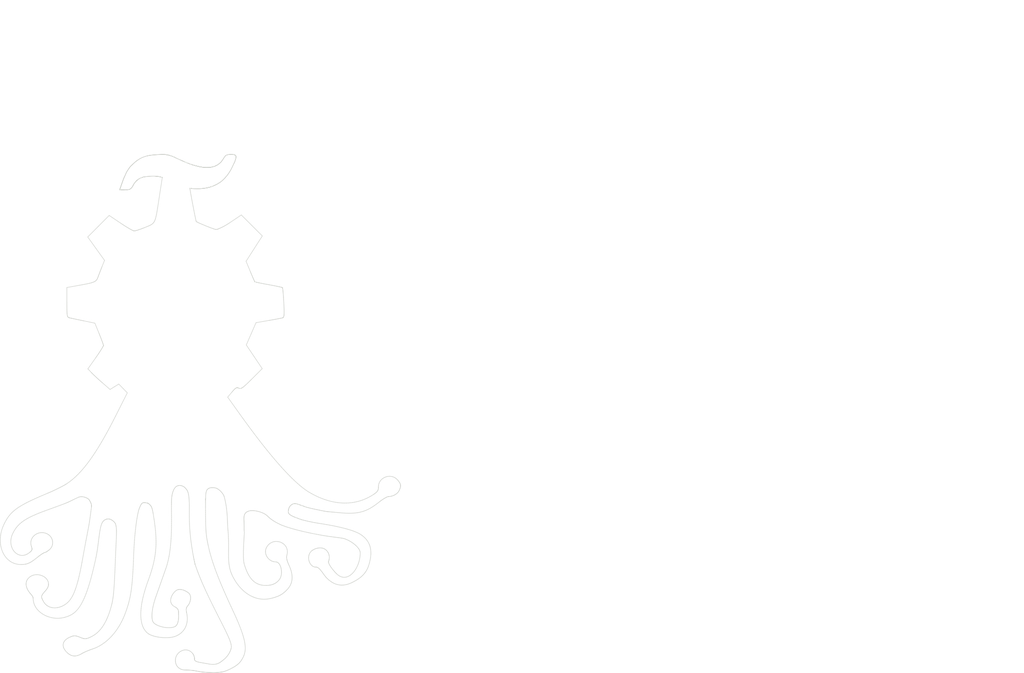
<source format=kicad_pcb>
(kicad_pcb (version 20190331) (host pcbnew "5.1.0-unknown-69cdb4a~86~ubuntu18.04.1")
  (title_block (title "Project Title"))
  (layers (0 "F.Cu" signal) (31 "B.Cu" signal) (34 "B.Paste" user) (35 "F.Paste" user) (36 "B.SilkS" user) (37 "F.SilkS" user) (38 "B.Mask" user) (39 "F.Mask" user) (44 "Edge.Cuts" user))
  (net 0 "")
  (gr_line (start 103.271752 136.188767) (end 103.21443 136.181952) (layer "Edge.Cuts") (width 0.1))
  (gr_line (start 103.328271 136.195161) (end 103.271752 136.188767) (layer "Edge.Cuts") (width 0.1))
  (gr_line (start 103.38404 136.201157) (end 103.328271 136.195161) (layer "Edge.Cuts") (width 0.1))
  (gr_line (start 103.439114 136.20678) (end 103.38404 136.201157) (layer "Edge.Cuts") (width 0.1))
  (gr_line (start 103.493546 136.212054) (end 103.439114 136.20678) (layer "Edge.Cuts") (width 0.1))
  (gr_line (start 103.54739 136.217) (end 103.493546 136.212054) (layer "Edge.Cuts") (width 0.1))
  (gr_line (start 103.600699 136.221644) (end 103.54739 136.217) (layer "Edge.Cuts") (width 0.1))
  (gr_line (start 103.653528 136.226008) (end 103.600699 136.221644) (layer "Edge.Cuts") (width 0.1))
  (gr_line (start 103.70593 136.230116) (end 103.653528 136.226008) (layer "Edge.Cuts") (width 0.1))
  (gr_line (start 103.757959 136.233992) (end 103.70593 136.230116) (layer "Edge.Cuts") (width 0.1))
  (gr_line (start 103.809669 136.237659) (end 103.757959 136.233992) (layer "Edge.Cuts") (width 0.1))
  (gr_line (start 103.861113 136.241141) (end 103.809669 136.237659) (layer "Edge.Cuts") (width 0.1))
  (gr_line (start 103.912345 136.244461) (end 103.861113 136.241141) (layer "Edge.Cuts") (width 0.1))
  (gr_line (start 103.963419 136.247643) (end 103.912345 136.244461) (layer "Edge.Cuts") (width 0.1))
  (gr_line (start 104.014388 136.25071) (end 103.963419 136.247643) (layer "Edge.Cuts") (width 0.1))
  (gr_line (start 104.065307 136.253686) (end 104.014388 136.25071) (layer "Edge.Cuts") (width 0.1))
  (gr_line (start 104.11623 136.256594) (end 104.065307 136.253686) (layer "Edge.Cuts") (width 0.1))
  (gr_line (start 104.167208 136.259458) (end 104.11623 136.256594) (layer "Edge.Cuts") (width 0.1))
  (gr_line (start 104.218298 136.262302) (end 104.167208 136.259458) (layer "Edge.Cuts") (width 0.1))
  (gr_line (start 104.269552 136.265148) (end 104.218298 136.262302) (layer "Edge.Cuts") (width 0.1))
  (gr_line (start 104.321024 136.268022) (end 104.269552 136.265148) (layer "Edge.Cuts") (width 0.1))
  (gr_line (start 104.372768 136.270945) (end 104.321024 136.268022) (layer "Edge.Cuts") (width 0.1))
  (gr_line (start 104.424838 136.273942) (end 104.372768 136.270945) (layer "Edge.Cuts") (width 0.1))
  (gr_line (start 104.477286 136.277036) (end 104.424838 136.273942) (layer "Edge.Cuts") (width 0.1))
  (gr_line (start 104.530168 136.280251) (end 104.477286 136.277036) (layer "Edge.Cuts") (width 0.1))
  (gr_line (start 104.583537 136.28361) (end 104.530168 136.280251) (layer "Edge.Cuts") (width 0.1))
  (gr_line (start 104.637447 136.287137) (end 104.583537 136.28361) (layer "Edge.Cuts") (width 0.1))
  (gr_line (start 104.69195 136.290855) (end 104.637447 136.287137) (layer "Edge.Cuts") (width 0.1))
  (gr_line (start 104.747102 136.294788) (end 104.69195 136.290855) (layer "Edge.Cuts") (width 0.1))
  (gr_line (start 104.802956 136.298959) (end 104.747102 136.294788) (layer "Edge.Cuts") (width 0.1))
  (gr_line (start 104.859565 136.303392) (end 104.802956 136.298959) (layer "Edge.Cuts") (width 0.1))
  (gr_line (start 104.908788 136.307063) (end 104.859565 136.303392) (layer "Edge.Cuts") (width 0.1))
  (gr_line (start 104.958414 136.310218) (end 104.908788 136.307063) (layer "Edge.Cuts") (width 0.1))
  (gr_line (start 105.008437 136.312867) (end 104.958414 136.310218) (layer "Edge.Cuts") (width 0.1))
  (gr_line (start 105.05885 136.31502) (end 105.008437 136.312867) (layer "Edge.Cuts") (width 0.1))
  (gr_line (start 105.109646 136.316686) (end 105.05885 136.31502) (layer "Edge.Cuts") (width 0.1))
  (gr_line (start 105.16082 136.317877) (end 105.109646 136.316686) (layer "Edge.Cuts") (width 0.1))
  (gr_line (start 105.212363 136.318602) (end 105.16082 136.317877) (layer "Edge.Cuts") (width 0.1))
  (gr_line (start 105.264271 136.318872) (end 105.212363 136.318602) (layer "Edge.Cuts") (width 0.1))
  (gr_line (start 105.316536 136.318696) (end 105.264271 136.318872) (layer "Edge.Cuts") (width 0.1))
  (gr_line (start 105.369152 136.318085) (end 105.316536 136.318696) (layer "Edge.Cuts") (width 0.1))
  (gr_line (start 105.422113 136.317049) (end 105.369152 136.318085) (layer "Edge.Cuts") (width 0.1))
  (gr_line (start 105.475411 136.315597) (end 105.422113 136.317049) (layer "Edge.Cuts") (width 0.1))
  (gr_line (start 105.52904 136.313741) (end 105.475411 136.315597) (layer "Edge.Cuts") (width 0.1))
  (gr_line (start 105.582994 136.31149) (end 105.52904 136.313741) (layer "Edge.Cuts") (width 0.1))
  (gr_line (start 105.637266 136.308855) (end 105.582994 136.31149) (layer "Edge.Cuts") (width 0.1))
  (gr_line (start 105.69185 136.305845) (end 105.637266 136.308855) (layer "Edge.Cuts") (width 0.1))
  (gr_line (start 105.74674 136.30247) (end 105.69185 136.305845) (layer "Edge.Cuts") (width 0.1))
  (gr_line (start 105.801927 136.298742) (end 105.74674 136.30247) (layer "Edge.Cuts") (width 0.1))
  (gr_line (start 105.857407 136.294669) (end 105.801927 136.298742) (layer "Edge.Cuts") (width 0.1))
  (gr_line (start 105.913172 136.290263) (end 105.857407 136.294669) (layer "Edge.Cuts") (width 0.1))
  (gr_line (start 105.969217 136.285532) (end 105.913172 136.290263) (layer "Edge.Cuts") (width 0.1))
  (gr_line (start 106.025533 136.280488) (end 105.969217 136.285532) (layer "Edge.Cuts") (width 0.1))
  (gr_line (start 106.082116 136.27514) (end 106.025533 136.280488) (layer "Edge.Cuts") (width 0.1))
  (gr_line (start 106.138958 136.269499) (end 106.082116 136.27514) (layer "Edge.Cuts") (width 0.1))
  (gr_line (start 106.196053 136.263575) (end 106.138958 136.269499) (layer "Edge.Cuts") (width 0.1))
  (gr_line (start 106.253395 136.257378) (end 106.196053 136.263575) (layer "Edge.Cuts") (width 0.1))
  (gr_line (start 106.310976 136.250917) (end 106.253395 136.257378) (layer "Edge.Cuts") (width 0.1))
  (gr_line (start 106.36879 136.244204) (end 106.310976 136.250917) (layer "Edge.Cuts") (width 0.1))
  (gr_line (start 106.426832 136.237248) (end 106.36879 136.244204) (layer "Edge.Cuts") (width 0.1))
  (gr_line (start 106.485093 136.230059) (end 106.426832 136.237248) (layer "Edge.Cuts") (width 0.1))
  (gr_line (start 106.543568 136.222648) (end 106.485093 136.230059) (layer "Edge.Cuts") (width 0.1))
  (gr_line (start 106.591369 136.216584) (end 106.543568 136.222648) (layer "Edge.Cuts") (width 0.1))
  (gr_line (start 106.638521 136.210672) (end 106.591369 136.216584) (layer "Edge.Cuts") (width 0.1))
  (gr_line (start 106.685222 136.20478) (end 106.638521 136.210672) (layer "Edge.Cuts") (width 0.1))
  (gr_line (start 106.731672 136.198779) (end 106.685222 136.20478) (layer "Edge.Cuts") (width 0.1))
  (gr_line (start 106.778072 136.192538) (end 106.731672 136.198779) (layer "Edge.Cuts") (width 0.1))
  (gr_line (start 106.824621 136.185924) (end 106.778072 136.192538) (layer "Edge.Cuts") (width 0.1))
  (gr_line (start 106.871518 136.178809) (end 106.824621 136.185924) (layer "Edge.Cuts") (width 0.1))
  (gr_line (start 106.918964 136.171061) (end 106.871518 136.178809) (layer "Edge.Cuts") (width 0.1))
  (gr_line (start 106.967157 136.162549) (end 106.918964 136.171061) (layer "Edge.Cuts") (width 0.1))
  (gr_line (start 107.016299 136.153143) (end 106.967157 136.162549) (layer "Edge.Cuts") (width 0.1))
  (gr_line (start 107.066589 136.142712) (end 107.016299 136.153143) (layer "Edge.Cuts") (width 0.1))
  (gr_line (start 107.118225 136.131125) (end 107.066589 136.142712) (layer "Edge.Cuts") (width 0.1))
  (gr_line (start 107.171409 136.118251) (end 107.118225 136.131125) (layer "Edge.Cuts") (width 0.1))
  (gr_line (start 107.226339 136.10396) (end 107.171409 136.118251) (layer "Edge.Cuts") (width 0.1))
  (gr_line (start 107.283216 136.08812) (end 107.226339 136.10396) (layer "Edge.Cuts") (width 0.1))
  (gr_line (start 107.34224 136.070602) (end 107.283216 136.08812) (layer "Edge.Cuts") (width 0.1))
  (gr_line (start 107.403609 136.051274) (end 107.34224 136.070602) (layer "Edge.Cuts") (width 0.1))
  (gr_line (start 107.467524 136.030005) (end 107.403609 136.051274) (layer "Edge.Cuts") (width 0.1))
  (gr_line (start 107.534184 136.006665) (end 107.467524 136.030005) (layer "Edge.Cuts") (width 0.1))
  (gr_line (start 107.60379 135.981123) (end 107.534184 136.006665) (layer "Edge.Cuts") (width 0.1))
  (gr_line (start 107.67654 135.953249) (end 107.60379 135.981123) (layer "Edge.Cuts") (width 0.1))
  (gr_line (start 107.752635 135.92291) (end 107.67654 135.953249) (layer "Edge.Cuts") (width 0.1))
  (gr_line (start 107.832275 135.889978) (end 107.752635 135.92291) (layer "Edge.Cuts") (width 0.1))
  (gr_line (start 107.915658 135.85432) (end 107.832275 135.889978) (layer "Edge.Cuts") (width 0.1))
  (gr_line (start 108.002985 135.815807) (end 107.915658 135.85432) (layer "Edge.Cuts") (width 0.1))
  (gr_line (start 108.094456 135.774307) (end 108.002985 135.815807) (layer "Edge.Cuts") (width 0.1))
  (gr_line (start 108.190271 135.72969) (end 108.094456 135.774307) (layer "Edge.Cuts") (width 0.1))
  (gr_line (start 108.290628 135.681824) (end 108.190271 135.72969) (layer "Edge.Cuts") (width 0.1))
  (gr_line (start 108.395728 135.63058) (end 108.290628 135.681824) (layer "Edge.Cuts") (width 0.1))
  (gr_line (start 108.50577 135.575826) (end 108.395728 135.63058) (layer "Edge.Cuts") (width 0.1))
  (gr_line (start 108.620955 135.517432) (end 108.50577 135.575826) (layer "Edge.Cuts") (width 0.1))
  (gr_line (start 108.718047 135.467167) (end 108.620955 135.517432) (layer "Edge.Cuts") (width 0.1))
  (gr_line (start 108.812392 135.41707) (end 108.718047 135.467167) (layer "Edge.Cuts") (width 0.1))
  (gr_line (start 108.904047 135.367092) (end 108.812392 135.41707) (layer "Edge.Cuts") (width 0.1))
  (gr_line (start 108.993072 135.317185) (end 108.904047 135.367092) (layer "Edge.Cuts") (width 0.1))
  (gr_line (start 109.079522 135.267299) (end 108.993072 135.317185) (layer "Edge.Cuts") (width 0.1))
  (gr_line (start 109.163455 135.217384) (end 109.079522 135.267299) (layer "Edge.Cuts") (width 0.1))
  (gr_line (start 109.244929 135.167393) (end 109.163455 135.217384) (layer "Edge.Cuts") (width 0.1))
  (gr_line (start 109.324002 135.117275) (end 109.244929 135.167393) (layer "Edge.Cuts") (width 0.1))
  (gr_line (start 109.40073 135.066982) (end 109.324002 135.117275) (layer "Edge.Cuts") (width 0.1))
  (gr_line (start 109.475172 135.016465) (end 109.40073 135.066982) (layer "Edge.Cuts") (width 0.1))
  (gr_line (start 109.547384 134.965675) (end 109.475172 135.016465) (layer "Edge.Cuts") (width 0.1))
  (gr_line (start 109.617425 134.914561) (end 109.547384 134.965675) (layer "Edge.Cuts") (width 0.1))
  (gr_line (start 109.685351 134.863077) (end 109.617425 134.914561) (layer "Edge.Cuts") (width 0.1))
  (gr_line (start 109.75122 134.811171) (end 109.685351 134.863077) (layer "Edge.Cuts") (width 0.1))
  (gr_line (start 109.81509 134.758796) (end 109.75122 134.811171) (layer "Edge.Cuts") (width 0.1))
  (gr_line (start 109.877018 134.705902) (end 109.81509 134.758796) (layer "Edge.Cuts") (width 0.1))
  (gr_line (start 109.937062 134.65244) (end 109.877018 134.705902) (layer "Edge.Cuts") (width 0.1))
  (gr_line (start 109.995279 134.59836) (end 109.937062 134.65244) (layer "Edge.Cuts") (width 0.1))
  (gr_line (start 110.051726 134.543615) (end 109.995279 134.59836) (layer "Edge.Cuts") (width 0.1))
  (gr_line (start 110.106462 134.488155) (end 110.051726 134.543615) (layer "Edge.Cuts") (width 0.1))
  (gr_line (start 110.159543 134.43193) (end 110.106462 134.488155) (layer "Edge.Cuts") (width 0.1))
  (gr_line (start 110.211027 134.374891) (end 110.159543 134.43193) (layer "Edge.Cuts") (width 0.1))
  (gr_line (start 110.260971 134.316991) (end 110.211027 134.374891) (layer "Edge.Cuts") (width 0.1))
  (gr_line (start 110.309434 134.258178) (end 110.260971 134.316991) (layer "Edge.Cuts") (width 0.1))
  (gr_line (start 110.356472 134.198405) (end 110.309434 134.258178) (layer "Edge.Cuts") (width 0.1))
  (gr_line (start 110.402142 134.137623) (end 110.356472 134.198405) (layer "Edge.Cuts") (width 0.1))
  (gr_line (start 110.446504 134.075781) (end 110.402142 134.137623) (layer "Edge.Cuts") (width 0.1))
  (gr_line (start 110.489613 134.012832) (end 110.446504 134.075781) (layer "Edge.Cuts") (width 0.1))
  (gr_line (start 110.531527 133.948725) (end 110.489613 134.012832) (layer "Edge.Cuts") (width 0.1))
  (gr_line (start 110.572304 133.883413) (end 110.531527 133.948725) (layer "Edge.Cuts") (width 0.1))
  (gr_line (start 110.612002 133.816845) (end 110.572304 133.883413) (layer "Edge.Cuts") (width 0.1))
  (gr_line (start 110.696392 133.668338) (end 110.612002 133.816845) (layer "Edge.Cuts") (width 0.1))
  (gr_line (start 110.776187 133.519127) (end 110.696392 133.668338) (layer "Edge.Cuts") (width 0.1))
  (gr_line (start 110.850923 133.368326) (end 110.776187 133.519127) (layer "Edge.Cuts") (width 0.1))
  (gr_line (start 110.920134 133.215049) (end 110.850923 133.368326) (layer "Edge.Cuts") (width 0.1))
  (gr_line (start 110.983354 133.058409) (end 110.920134 133.215049) (layer "Edge.Cuts") (width 0.1))
  (gr_line (start 111.040117 132.897519) (end 110.983354 133.058409) (layer "Edge.Cuts") (width 0.1))
  (gr_line (start 111.089959 132.731494) (end 111.040117 132.897519) (layer "Edge.Cuts") (width 0.1))
  (gr_line (start 111.132413 132.559447) (end 111.089959 132.731494) (layer "Edge.Cuts") (width 0.1))
  (gr_line (start 111.167014 132.380491) (end 111.132413 132.559447) (layer "Edge.Cuts") (width 0.1))
  (gr_line (start 111.193297 132.193741) (end 111.167014 132.380491) (layer "Edge.Cuts") (width 0.1))
  (gr_line (start 111.210796 131.998309) (end 111.193297 132.193741) (layer "Edge.Cuts") (width 0.1))
  (gr_line (start 111.219045 131.79331) (end 111.210796 131.998309) (layer "Edge.Cuts") (width 0.1))
  (gr_line (start 111.217578 131.577856) (end 111.219045 131.79331) (layer "Edge.Cuts") (width 0.1))
  (gr_line (start 111.205931 131.351063) (end 111.217578 131.577856) (layer "Edge.Cuts") (width 0.1))
  (gr_line (start 111.183638 131.112042) (end 111.205931 131.351063) (layer "Edge.Cuts") (width 0.1))
  (gr_line (start 111.150233 130.859908) (end 111.183638 131.112042) (layer "Edge.Cuts") (width 0.1))
  (gr_line (start 111.10525 130.593774) (end 111.150233 130.859908) (layer "Edge.Cuts") (width 0.1))
  (gr_line (start 111.048225 130.312755) (end 111.10525 130.593774) (layer "Edge.Cuts") (width 0.1))
  (gr_line (start 110.978691 130.015962) (end 111.048225 130.312755) (layer "Edge.Cuts") (width 0.1))
  (gr_line (start 110.896183 129.702512) (end 110.978691 130.015962) (layer "Edge.Cuts") (width 0.1))
  (gr_line (start 110.800235 129.371515) (end 110.896183 129.702512) (layer "Edge.Cuts") (width 0.1))
  (gr_line (start 110.690382 129.022088) (end 110.800235 129.371515) (layer "Edge.Cuts") (width 0.1))
  (gr_line (start 110.566159 128.653342) (end 110.690382 129.022088) (layer "Edge.Cuts") (width 0.1))
  (gr_line (start 110.427099 128.264391) (end 110.566159 128.653342) (layer "Edge.Cuts") (width 0.1))
  (gr_line (start 110.272737 127.85435) (end 110.427099 128.264391) (layer "Edge.Cuts") (width 0.1))
  (gr_line (start 110.102608 127.422332) (end 110.272737 127.85435) (layer "Edge.Cuts") (width 0.1))
  (gr_line (start 109.916246 126.96745) (end 110.102608 127.422332) (layer "Edge.Cuts") (width 0.1))
  (gr_line (start 109.713186 126.488818) (end 109.916246 126.96745) (layer "Edge.Cuts") (width 0.1))
  (gr_line (start 109.492961 125.98555) (end 109.713186 126.488818) (layer "Edge.Cuts") (width 0.1))
  (gr_line (start 109.255107 125.456758) (end 109.492961 125.98555) (layer "Edge.Cuts") (width 0.1))
  (gr_line (start 108.999158 124.901558) (end 109.255107 125.456758) (layer "Edge.Cuts") (width 0.1))
  (gr_line (start 108.773766 124.417001) (end 108.999158 124.901558) (layer "Edge.Cuts") (width 0.1))
  (gr_line (start 108.553328 123.940643) (end 108.773766 124.417001) (layer "Edge.Cuts") (width 0.1))
  (gr_line (start 108.337846 123.47225) (end 108.553328 123.940643) (layer "Edge.Cuts") (width 0.1))
  (gr_line (start 108.127322 123.011589) (end 108.337846 123.47225) (layer "Edge.Cuts") (width 0.1))
  (gr_line (start 107.921759 122.558426) (end 108.127322 123.011589) (layer "Edge.Cuts") (width 0.1))
  (gr_line (start 107.721158 122.11253) (end 107.921759 122.558426) (layer "Edge.Cuts") (width 0.1))
  (gr_line (start 107.525523 121.673666) (end 107.721158 122.11253) (layer "Edge.Cuts") (width 0.1))
  (gr_line (start 107.334856 121.241601) (end 107.525523 121.673666) (layer "Edge.Cuts") (width 0.1))
  (gr_line (start 107.149158 120.816103) (end 107.334856 121.241601) (layer "Edge.Cuts") (width 0.1))
  (gr_line (start 106.968433 120.396938) (end 107.149158 120.816103) (layer "Edge.Cuts") (width 0.1))
  (gr_line (start 106.792682 119.983874) (end 106.968433 120.396938) (layer "Edge.Cuts") (width 0.1))
  (gr_line (start 106.621907 119.576676) (end 106.792682 119.983874) (layer "Edge.Cuts") (width 0.1))
  (gr_line (start 106.456112 119.175113) (end 106.621907 119.576676) (layer "Edge.Cuts") (width 0.1))
  (gr_line (start 106.295298 118.77895) (end 106.456112 119.175113) (layer "Edge.Cuts") (width 0.1))
  (gr_line (start 106.139468 118.387955) (end 106.295298 118.77895) (layer "Edge.Cuts") (width 0.1))
  (gr_line (start 105.988623 118.001894) (end 106.139468 118.387955) (layer "Edge.Cuts") (width 0.1))
  (gr_line (start 105.842767 117.620535) (end 105.988623 118.001894) (layer "Edge.Cuts") (width 0.1))
  (gr_line (start 105.701902 117.243644) (end 105.842767 117.620535) (layer "Edge.Cuts") (width 0.1))
  (gr_line (start 105.566029 116.870989) (end 105.701902 117.243644) (layer "Edge.Cuts") (width 0.1))
  (gr_line (start 105.435151 116.502335) (end 105.566029 116.870989) (layer "Edge.Cuts") (width 0.1))
  (gr_line (start 105.309271 116.137451) (end 105.435151 116.502335) (layer "Edge.Cuts") (width 0.1))
  (gr_line (start 105.188391 115.776102) (end 105.309271 116.137451) (layer "Edge.Cuts") (width 0.1))
  (gr_line (start 105.072513 115.418056) (end 105.188391 115.776102) (layer "Edge.Cuts") (width 0.1))
  (gr_line (start 104.961639 115.06308) (end 105.072513 115.418056) (layer "Edge.Cuts") (width 0.1))
  (gr_line (start 104.855772 114.71094) (end 104.961639 115.06308) (layer "Edge.Cuts") (width 0.1))
  (gr_line (start 104.754914 114.361403) (end 104.855772 114.71094) (layer "Edge.Cuts") (width 0.1))
  (gr_line (start 104.659067 114.014237) (end 104.754914 114.361403) (layer "Edge.Cuts") (width 0.1))
  (gr_line (start 104.568233 113.669208) (end 104.659067 114.014237) (layer "Edge.Cuts") (width 0.1))
  (gr_line (start 104.482416 113.326083) (end 104.568233 113.669208) (layer "Edge.Cuts") (width 0.1))
  (gr_line (start 104.401617 112.984629) (end 104.482416 113.326083) (layer "Edge.Cuts") (width 0.1))
  (gr_line (start 104.325838 112.644613) (end 104.401617 112.984629) (layer "Edge.Cuts") (width 0.1))
  (gr_line (start 104.285212 112.455522) (end 104.325838 112.644613) (layer "Edge.Cuts") (width 0.1))
  (gr_line (start 104.246697 112.27385) (end 104.285212 112.455522) (layer "Edge.Cuts") (width 0.1))
  (gr_line (start 104.210237 112.098556) (end 104.246697 112.27385) (layer "Edge.Cuts") (width 0.1))
  (gr_line (start 104.17578 111.928596) (end 104.210237 112.098556) (layer "Edge.Cuts") (width 0.1))
  (gr_line (start 104.14327 111.762927) (end 104.17578 111.928596) (layer "Edge.Cuts") (width 0.1))
  (gr_line (start 104.112652 111.600506) (end 104.14327 111.762927) (layer "Edge.Cuts") (width 0.1))
  (gr_line (start 104.083873 111.44029) (end 104.112652 111.600506) (layer "Edge.Cuts") (width 0.1))
  (gr_line (start 104.056878 111.281235) (end 104.083873 111.44029) (layer "Edge.Cuts") (width 0.1))
  (gr_line (start 104.031612 111.1223) (end 104.056878 111.281235) (layer "Edge.Cuts") (width 0.1))
  (gr_line (start 104.008022 110.962439) (end 104.031612 111.1223) (layer "Edge.Cuts") (width 0.1))
  (gr_line (start 103.986051 110.800611) (end 104.008022 110.962439) (layer "Edge.Cuts") (width 0.1))
  (gr_line (start 103.965647 110.635773) (end 103.986051 110.800611) (layer "Edge.Cuts") (width 0.1))
  (gr_line (start 103.946755 110.466881) (end 103.965647 110.635773) (layer "Edge.Cuts") (width 0.1))
  (gr_line (start 103.92932 110.292892) (end 103.946755 110.466881) (layer "Edge.Cuts") (width 0.1))
  (gr_line (start 103.913287 110.112763) (end 103.92932 110.292892) (layer "Edge.Cuts") (width 0.1))
  (gr_line (start 103.898603 109.925451) (end 103.913287 110.112763) (layer "Edge.Cuts") (width 0.1))
  (gr_line (start 103.885213 109.729913) (end 103.898603 109.925451) (layer "Edge.Cuts") (width 0.1))
  (gr_line (start 103.873062 109.525106) (end 103.885213 109.729913) (layer "Edge.Cuts") (width 0.1))
  (gr_line (start 103.862096 109.309987) (end 103.873062 109.525106) (layer "Edge.Cuts") (width 0.1))
  (gr_line (start 103.852261 109.083512) (end 103.862096 109.309987) (layer "Edge.Cuts") (width 0.1))
  (gr_line (start 103.843502 108.844639) (end 103.852261 109.083512) (layer "Edge.Cuts") (width 0.1))
  (gr_line (start 103.835764 108.592324) (end 103.843502 108.844639) (layer "Edge.Cuts") (width 0.1))
  (gr_line (start 103.828994 108.325525) (end 103.835764 108.592324) (layer "Edge.Cuts") (width 0.1))
  (gr_line (start 103.823136 108.043199) (end 103.828994 108.325525) (layer "Edge.Cuts") (width 0.1))
  (gr_line (start 103.818136 107.744301) (end 103.823136 108.043199) (layer "Edge.Cuts") (width 0.1))
  (gr_line (start 103.813941 107.42779) (end 103.818136 107.744301) (layer "Edge.Cuts") (width 0.1))
  (gr_line (start 103.810494 107.092621) (end 103.813941 107.42779) (layer "Edge.Cuts") (width 0.1))
  (gr_line (start 103.807743 106.737753) (end 103.810494 107.092621) (layer "Edge.Cuts") (width 0.1))
  (gr_line (start 103.805632 106.362142) (end 103.807743 106.737753) (layer "Edge.Cuts") (width 0.1))
  (gr_line (start 103.804107 105.964744) (end 103.805632 106.362142) (layer "Edge.Cuts") (width 0.1))
  (gr_line (start 103.803114 105.544517) (end 103.804107 105.964744) (layer "Edge.Cuts") (width 0.1))
  (gr_line (start 103.802719 105.276799) (end 103.803114 105.544517) (layer "Edge.Cuts") (width 0.1))
  (gr_line (start 103.802499 105.038825) (end 103.802719 105.276799) (layer "Edge.Cuts") (width 0.1))
  (gr_line (start 103.802449 104.828868) (end 103.802499 105.038825) (layer "Edge.Cuts") (width 0.1))
  (gr_line (start 103.802559 104.6452) (end 103.802449 104.828868) (layer "Edge.Cuts") (width 0.1))
  (gr_line (start 103.802822 104.486093) (end 103.802559 104.6452) (layer "Edge.Cuts") (width 0.1))
  (gr_line (start 103.803231 104.34982) (end 103.802822 104.486093) (layer "Edge.Cuts") (width 0.1))
  (gr_line (start 103.803777 104.234652) (end 103.803231 104.34982) (layer "Edge.Cuts") (width 0.1))
  (gr_line (start 103.804453 104.138864) (end 103.803777 104.234652) (layer "Edge.Cuts") (width 0.1))
  (gr_line (start 103.805252 104.060726) (end 103.804453 104.138864) (layer "Edge.Cuts") (width 0.1))
  (gr_line (start 103.806165 103.998512) (end 103.805252 104.060726) (layer "Edge.Cuts") (width 0.1))
  (gr_line (start 103.807185 103.950493) (end 103.806165 103.998512) (layer "Edge.Cuts") (width 0.1))
  (gr_line (start 103.808304 103.914942) (end 103.807185 103.950493) (layer "Edge.Cuts") (width 0.1))
  (gr_line (start 103.809514 103.890131) (end 103.808304 103.914942) (layer "Edge.Cuts") (width 0.1))
  (gr_line (start 103.810809 103.874333) (end 103.809514 103.890131) (layer "Edge.Cuts") (width 0.1))
  (gr_line (start 103.812179 103.865821) (end 103.810809 103.874333) (layer "Edge.Cuts") (width 0.1))
  (gr_line (start 103.813618 103.862865) (end 103.812179 103.865821) (layer "Edge.Cuts") (width 0.1))
  (gr_line (start 103.815117 103.86374) (end 103.813618 103.862865) (layer "Edge.Cuts") (width 0.1))
  (gr_line (start 103.816669 103.866717) (end 103.815117 103.86374) (layer "Edge.Cuts") (width 0.1))
  (gr_line (start 103.818267 103.870068) (end 103.816669 103.866717) (layer "Edge.Cuts") (width 0.1))
  (gr_line (start 103.819902 103.872067) (end 103.818267 103.870068) (layer "Edge.Cuts") (width 0.1))
  (gr_line (start 103.821567 103.870985) (end 103.819902 103.872067) (layer "Edge.Cuts") (width 0.1))
  (gr_line (start 103.823254 103.865094) (end 103.821567 103.870985) (layer "Edge.Cuts") (width 0.1))
  (gr_line (start 103.824955 103.852668) (end 103.823254 103.865094) (layer "Edge.Cuts") (width 0.1))
  (gr_line (start 103.826664 103.831978) (end 103.824955 103.852668) (layer "Edge.Cuts") (width 0.1))
  (gr_line (start 103.828371 103.801298) (end 103.826664 103.831978) (layer "Edge.Cuts") (width 0.1))
  (gr_line (start 103.830069 103.758898) (end 103.828371 103.801298) (layer "Edge.Cuts") (width 0.1))
  (gr_line (start 103.831751 103.703052) (end 103.830069 103.758898) (layer "Edge.Cuts") (width 0.1))
  (gr_line (start 103.833409 103.632032) (end 103.831751 103.703052) (layer "Edge.Cuts") (width 0.1))
  (gr_line (start 103.835035 103.54411) (end 103.833409 103.632032) (layer "Edge.Cuts") (width 0.1))
  (gr_line (start 103.836622 103.43756) (end 103.835035 103.54411) (layer "Edge.Cuts") (width 0.1))
  (gr_line (start 103.838161 103.310652) (end 103.836622 103.43756) (layer "Edge.Cuts") (width 0.1))
  (gr_line (start 103.841553 103.171315) (end 103.838161 103.310652) (layer "Edge.Cuts") (width 0.1))
  (gr_line (start 103.848562 103.04) (end 103.841553 103.171315) (layer "Edge.Cuts") (width 0.1))
  (gr_line (start 103.859163 102.916496) (end 103.848562 103.04) (layer "Edge.Cuts") (width 0.1))
  (gr_line (start 103.873331 102.80059) (end 103.859163 102.916496) (layer "Edge.Cuts") (width 0.1))
  (gr_line (start 103.89104 102.692069) (end 103.873331 102.80059) (layer "Edge.Cuts") (width 0.1))
  (gr_line (start 103.912265 102.590723) (end 103.89104 102.692069) (layer "Edge.Cuts") (width 0.1))
  (gr_line (start 103.936981 102.496339) (end 103.912265 102.590723) (layer "Edge.Cuts") (width 0.1))
  (gr_line (start 103.965162 102.408705) (end 103.936981 102.496339) (layer "Edge.Cuts") (width 0.1))
  (gr_line (start 103.996784 102.327609) (end 103.965162 102.408705) (layer "Edge.Cuts") (width 0.1))
  (gr_line (start 104.031821 102.252838) (end 103.996784 102.327609) (layer "Edge.Cuts") (width 0.1))
  (gr_line (start 104.070248 102.18418) (end 104.031821 102.252838) (layer "Edge.Cuts") (width 0.1))
  (gr_line (start 104.11204 102.121424) (end 104.070248 102.18418) (layer "Edge.Cuts") (width 0.1))
  (gr_line (start 104.157171 102.064358) (end 104.11204 102.121424) (layer "Edge.Cuts") (width 0.1))
  (gr_line (start 104.205617 102.012769) (end 104.157171 102.064358) (layer "Edge.Cuts") (width 0.1))
  (gr_line (start 104.257351 101.966444) (end 104.205617 102.012769) (layer "Edge.Cuts") (width 0.1))
  (gr_line (start 104.31235 101.925173) (end 104.257351 101.966444) (layer "Edge.Cuts") (width 0.1))
  (gr_line (start 104.370586 101.888743) (end 104.31235 101.925173) (layer "Edge.Cuts") (width 0.1))
  (gr_line (start 104.432037 101.856942) (end 104.370586 101.888743) (layer "Edge.Cuts") (width 0.1))
  (gr_line (start 104.496675 101.829557) (end 104.432037 101.856942) (layer "Edge.Cuts") (width 0.1))
  (gr_line (start 104.564476 101.806378) (end 104.496675 101.829557) (layer "Edge.Cuts") (width 0.1))
  (gr_line (start 104.635415 101.78719) (end 104.564476 101.806378) (layer "Edge.Cuts") (width 0.1))
  (gr_line (start 104.709466 101.771784) (end 104.635415 101.78719) (layer "Edge.Cuts") (width 0.1))
  (gr_line (start 104.786604 101.759945) (end 104.709466 101.771784) (layer "Edge.Cuts") (width 0.1))
  (gr_line (start 104.866804 101.751463) (end 104.786604 101.759945) (layer "Edge.Cuts") (width 0.1))
  (gr_line (start 104.950041 101.746125) (end 104.866804 101.751463) (layer "Edge.Cuts") (width 0.1))
  (gr_line (start 105.036289 101.743719) (end 104.950041 101.746125) (layer "Edge.Cuts") (width 0.1))
  (gr_line (start 105.125524 101.744033) (end 105.036289 101.743719) (layer "Edge.Cuts") (width 0.1))
  (gr_line (start 105.21772 101.746856) (end 105.125524 101.744033) (layer "Edge.Cuts") (width 0.1))
  (gr_line (start 105.312851 101.751973) (end 105.21772 101.746856) (layer "Edge.Cuts") (width 0.1))
  (gr_line (start 105.410893 101.759175) (end 105.312851 101.751973) (layer "Edge.Cuts") (width 0.1))
  (gr_line (start 105.51182 101.768248) (end 105.410893 101.759175) (layer "Edge.Cuts") (width 0.1))
  (gr_line (start 105.57825 101.777343) (end 105.51182 101.768248) (layer "Edge.Cuts") (width 0.1))
  (gr_line (start 105.645988 101.791714) (end 105.57825 101.777343) (layer "Edge.Cuts") (width 0.1))
  (gr_line (start 105.714836 101.811124) (end 105.645988 101.791714) (layer "Edge.Cuts") (width 0.1))
  (gr_line (start 105.784598 101.83534) (end 105.714836 101.811124) (layer "Edge.Cuts") (width 0.1))
  (gr_line (start 105.855077 101.864127) (end 105.784598 101.83534) (layer "Edge.Cuts") (width 0.1))
  (gr_line (start 105.926076 101.897249) (end 105.855077 101.864127) (layer "Edge.Cuts") (width 0.1))
  (gr_line (start 105.997397 101.934473) (end 105.926076 101.897249) (layer "Edge.Cuts") (width 0.1))
  (gr_line (start 106.068845 101.975564) (end 105.997397 101.934473) (layer "Edge.Cuts") (width 0.1))
  (gr_line (start 106.140221 102.020287) (end 106.068845 101.975564) (layer "Edge.Cuts") (width 0.1))
  (gr_line (start 106.211329 102.068408) (end 106.140221 102.020287) (layer "Edge.Cuts") (width 0.1))
  (gr_line (start 106.281972 102.119691) (end 106.211329 102.068408) (layer "Edge.Cuts") (width 0.1))
  (gr_line (start 106.351953 102.173902) (end 106.281972 102.119691) (layer "Edge.Cuts") (width 0.1))
  (gr_line (start 106.421076 102.230806) (end 106.351953 102.173902) (layer "Edge.Cuts") (width 0.1))
  (gr_line (start 106.489142 102.290169) (end 106.421076 102.230806) (layer "Edge.Cuts") (width 0.1))
  (gr_line (start 106.555955 102.351757) (end 106.489142 102.290169) (layer "Edge.Cuts") (width 0.1))
  (gr_line (start 106.621319 102.415333) (end 106.555955 102.351757) (layer "Edge.Cuts") (width 0.1))
  (gr_line (start 106.685036 102.480665) (end 106.621319 102.415333) (layer "Edge.Cuts") (width 0.1))
  (gr_line (start 106.746909 102.547516) (end 106.685036 102.480665) (layer "Edge.Cuts") (width 0.1))
  (gr_line (start 106.806742 102.615652) (end 106.746909 102.547516) (layer "Edge.Cuts") (width 0.1))
  (gr_line (start 106.864336 102.68484) (end 106.806742 102.615652) (layer "Edge.Cuts") (width 0.1))
  (gr_line (start 106.919497 102.754843) (end 106.864336 102.68484) (layer "Edge.Cuts") (width 0.1))
  (gr_line (start 106.972025 102.825427) (end 106.919497 102.754843) (layer "Edge.Cuts") (width 0.1))
  (gr_line (start 107.021725 102.896358) (end 106.972025 102.825427) (layer "Edge.Cuts") (width 0.1))
  (gr_line (start 107.0684 102.967402) (end 107.021725 102.896358) (layer "Edge.Cuts") (width 0.1))
  (gr_line (start 107.111852 103.038322) (end 107.0684 102.967402) (layer "Edge.Cuts") (width 0.1))
  (gr_line (start 107.151885 103.108885) (end 107.111852 103.038322) (layer "Edge.Cuts") (width 0.1))
  (gr_line (start 107.188301 103.178856) (end 107.151885 103.108885) (layer "Edge.Cuts") (width 0.1))
  (gr_line (start 107.220904 103.248) (end 107.188301 103.178856) (layer "Edge.Cuts") (width 0.1))
  (gr_line (start 107.249497 103.316083) (end 107.220904 103.248) (layer "Edge.Cuts") (width 0.1))
  (gr_line (start 107.273883 103.382869) (end 107.249497 103.316083) (layer "Edge.Cuts") (width 0.1))
  (gr_line (start 107.293864 103.448125) (end 107.273883 103.382869) (layer "Edge.Cuts") (width 0.1))
  (gr_line (start 107.355533 103.680302) (end 107.293864 103.448125) (layer "Edge.Cuts") (width 0.1))
  (gr_line (start 107.412597 103.911056) (end 107.355533 103.680302) (layer "Edge.Cuts") (width 0.1))
  (gr_line (start 107.465263 104.140331) (end 107.412597 103.911056) (layer "Edge.Cuts") (width 0.1))
  (gr_line (start 107.513738 104.368071) (end 107.465263 104.140331) (layer "Edge.Cuts") (width 0.1))
  (gr_line (start 107.55823 104.594219) (end 107.513738 104.368071) (layer "Edge.Cuts") (width 0.1))
  (gr_line (start 107.598945 104.81872) (end 107.55823 104.594219) (layer "Edge.Cuts") (width 0.1))
  (gr_line (start 107.636091 105.041517) (end 107.598945 104.81872) (layer "Edge.Cuts") (width 0.1))
  (gr_line (start 107.669874 105.262554) (end 107.636091 105.041517) (layer "Edge.Cuts") (width 0.1))
  (gr_line (start 107.700501 105.481775) (end 107.669874 105.262554) (layer "Edge.Cuts") (width 0.1))
  (gr_line (start 107.72818 105.699123) (end 107.700501 105.481775) (layer "Edge.Cuts") (width 0.1))
  (gr_line (start 107.753118 105.914543) (end 107.72818 105.699123) (layer "Edge.Cuts") (width 0.1))
  (gr_line (start 107.775521 106.127977) (end 107.753118 105.914543) (layer "Edge.Cuts") (width 0.1))
  (gr_line (start 107.795597 106.33937) (end 107.775521 106.127977) (layer "Edge.Cuts") (width 0.1))
  (gr_line (start 107.813553 106.548666) (end 107.795597 106.33937) (layer "Edge.Cuts") (width 0.1))
  (gr_line (start 107.829595 106.755809) (end 107.813553 106.548666) (layer "Edge.Cuts") (width 0.1))
  (gr_line (start 107.843931 106.960741) (end 107.829595 106.755809) (layer "Edge.Cuts") (width 0.1))
  (gr_line (start 107.856768 107.163407) (end 107.843931 106.960741) (layer "Edge.Cuts") (width 0.1))
  (gr_line (start 107.868313 107.363751) (end 107.856768 107.163407) (layer "Edge.Cuts") (width 0.1))
  (gr_line (start 107.878773 107.561717) (end 107.868313 107.363751) (layer "Edge.Cuts") (width 0.1))
  (gr_line (start 107.888355 107.757248) (end 107.878773 107.561717) (layer "Edge.Cuts") (width 0.1))
  (gr_line (start 107.897265 107.950288) (end 107.888355 107.757248) (layer "Edge.Cuts") (width 0.1))
  (gr_line (start 107.905712 108.14078) (end 107.897265 107.950288) (layer "Edge.Cuts") (width 0.1))
  (gr_line (start 107.913901 108.32867) (end 107.905712 108.14078) (layer "Edge.Cuts") (width 0.1))
  (gr_line (start 107.922041 108.513899) (end 107.913901 108.32867) (layer "Edge.Cuts") (width 0.1))
  (gr_line (start 107.930338 108.696413) (end 107.922041 108.513899) (layer "Edge.Cuts") (width 0.1))
  (gr_line (start 107.938999 108.876155) (end 107.930338 108.696413) (layer "Edge.Cuts") (width 0.1))
  (gr_line (start 107.948231 109.053069) (end 107.938999 108.876155) (layer "Edge.Cuts") (width 0.1))
  (gr_line (start 107.958241 109.227097) (end 107.948231 109.053069) (layer "Edge.Cuts") (width 0.1))
  (gr_line (start 107.969237 109.398186) (end 107.958241 109.227097) (layer "Edge.Cuts") (width 0.1))
  (gr_line (start 107.981425 109.566277) (end 107.969237 109.398186) (layer "Edge.Cuts") (width 0.1))
  (gr_line (start 107.995012 109.731315) (end 107.981425 109.566277) (layer "Edge.Cuts") (width 0.1))
  (gr_line (start 108.026151 110.116718) (end 107.995012 109.731315) (layer "Edge.Cuts") (width 0.1))
  (gr_line (start 108.05122 110.490247) (end 108.026151 110.116718) (layer "Edge.Cuts") (width 0.1))
  (gr_line (start 108.070828 110.852382) (end 108.05122 110.490247) (layer "Edge.Cuts") (width 0.1))
  (gr_line (start 108.085582 111.203601) (end 108.070828 110.852382) (layer "Edge.Cuts") (width 0.1))
  (gr_line (start 108.096089 111.544383) (end 108.085582 111.203601) (layer "Edge.Cuts") (width 0.1))
  (gr_line (start 108.102958 111.875206) (end 108.096089 111.544383) (layer "Edge.Cuts") (width 0.1))
  (gr_line (start 108.106796 112.196551) (end 108.102958 111.875206) (layer "Edge.Cuts") (width 0.1))
  (gr_line (start 108.108211 112.508895) (end 108.106796 112.196551) (layer "Edge.Cuts") (width 0.1))
  (gr_line (start 108.107811 112.812717) (end 108.108211 112.508895) (layer "Edge.Cuts") (width 0.1))
  (gr_line (start 108.106203 113.108497) (end 108.107811 112.812717) (layer "Edge.Cuts") (width 0.1))
  (gr_line (start 108.103996 113.396712) (end 108.106203 113.108497) (layer "Edge.Cuts") (width 0.1))
  (gr_line (start 108.101796 113.677843) (end 108.103996 113.396712) (layer "Edge.Cuts") (width 0.1))
  (gr_line (start 108.100211 113.952367) (end 108.101796 113.677843) (layer "Edge.Cuts") (width 0.1))
  (gr_line (start 108.09985 114.220764) (end 108.100211 113.952367) (layer "Edge.Cuts") (width 0.1))
  (gr_line (start 108.10132 114.483512) (end 108.09985 114.220764) (layer "Edge.Cuts") (width 0.1))
  (gr_line (start 108.105229 114.74109) (end 108.10132 114.483512) (layer "Edge.Cuts") (width 0.1))
  (gr_line (start 108.112184 114.993978) (end 108.105229 114.74109) (layer "Edge.Cuts") (width 0.1))
  (gr_line (start 108.122794 115.242654) (end 108.112184 114.993978) (layer "Edge.Cuts") (width 0.1))
  (gr_line (start 108.137665 115.487596) (end 108.122794 115.242654) (layer "Edge.Cuts") (width 0.1))
  (gr_line (start 108.157406 115.729284) (end 108.137665 115.487596) (layer "Edge.Cuts") (width 0.1))
  (gr_line (start 108.182624 115.968196) (end 108.157406 115.729284) (layer "Edge.Cuts") (width 0.1))
  (gr_line (start 108.213927 116.204812) (end 108.182624 115.968196) (layer "Edge.Cuts") (width 0.1))
  (gr_line (start 108.251923 116.43961) (end 108.213927 116.204812) (layer "Edge.Cuts") (width 0.1))
  (gr_line (start 108.29722 116.673069) (end 108.251923 116.43961) (layer "Edge.Cuts") (width 0.1))
  (gr_line (start 108.350425 116.905668) (end 108.29722 116.673069) (layer "Edge.Cuts") (width 0.1))
  (gr_line (start 108.412145 117.137885) (end 108.350425 116.905668) (layer "Edge.Cuts") (width 0.1))
  (gr_line (start 108.48299 117.3702) (end 108.412145 117.137885) (layer "Edge.Cuts") (width 0.1))
  (gr_line (start 108.563566 117.603092) (end 108.48299 117.3702) (layer "Edge.Cuts") (width 0.1))
  (gr_line (start 108.654481 117.837038) (end 108.563566 117.603092) (layer "Edge.Cuts") (width 0.1))
  (gr_line (start 108.756343 118.072519) (end 108.654481 117.837038) (layer "Edge.Cuts") (width 0.1))
  (gr_line (start 108.869759 118.310012) (end 108.756343 118.072519) (layer "Edge.Cuts") (width 0.1))
  (gr_line (start 109.024297 118.607155) (end 108.869759 118.310012) (layer "Edge.Cuts") (width 0.1))
  (gr_line (start 109.185746 118.894814) (end 109.024297 118.607155) (layer "Edge.Cuts") (width 0.1))
  (gr_line (start 109.353871 119.172846) (end 109.185746 118.894814) (layer "Edge.Cuts") (width 0.1))
  (gr_line (start 109.528436 119.441112) (end 109.353871 119.172846) (layer "Edge.Cuts") (width 0.1))
  (gr_line (start 109.709207 119.699469) (end 109.528436 119.441112) (layer "Edge.Cuts") (width 0.1))
  (gr_line (start 109.895947 119.947777) (end 109.709207 119.699469) (layer "Edge.Cuts") (width 0.1))
  (gr_line (start 110.088422 120.185894) (end 109.895947 119.947777) (layer "Edge.Cuts") (width 0.1))
  (gr_line (start 110.286397 120.413679) (end 110.088422 120.185894) (layer "Edge.Cuts") (width 0.1))
  (gr_line (start 110.489635 120.630992) (end 110.286397 120.413679) (layer "Edge.Cuts") (width 0.1))
  (gr_line (start 110.697901 120.83769) (end 110.489635 120.630992) (layer "Edge.Cuts") (width 0.1))
  (gr_line (start 110.910961 121.033633) (end 110.697901 120.83769) (layer "Edge.Cuts") (width 0.1))
  (gr_line (start 111.128578 121.21868) (end 110.910961 121.033633) (layer "Edge.Cuts") (width 0.1))
  (gr_line (start 111.350518 121.392689) (end 111.128578 121.21868) (layer "Edge.Cuts") (width 0.1))
  (gr_line (start 111.576545 121.555519) (end 111.350518 121.392689) (layer "Edge.Cuts") (width 0.1))
  (gr_line (start 111.806423 121.707029) (end 111.576545 121.555519) (layer "Edge.Cuts") (width 0.1))
  (gr_line (start 112.039918 121.847078) (end 111.806423 121.707029) (layer "Edge.Cuts") (width 0.1))
  (gr_line (start 112.276794 121.975524) (end 112.039918 121.847078) (layer "Edge.Cuts") (width 0.1))
  (gr_line (start 112.516815 122.092228) (end 112.276794 121.975524) (layer "Edge.Cuts") (width 0.1))
  (gr_line (start 112.759747 122.197046) (end 112.516815 122.092228) (layer "Edge.Cuts") (width 0.1))
  (gr_line (start 113.005353 122.289839) (end 112.759747 122.197046) (layer "Edge.Cuts") (width 0.1))
  (gr_line (start 113.253399 122.370464) (end 113.005353 122.289839) (layer "Edge.Cuts") (width 0.1))
  (gr_line (start 113.503649 122.438782) (end 113.253399 122.370464) (layer "Edge.Cuts") (width 0.1))
  (gr_line (start 113.755868 122.49465) (end 113.503649 122.438782) (layer "Edge.Cuts") (width 0.1))
  (gr_line (start 114.00982 122.537928) (end 113.755868 122.49465) (layer "Edge.Cuts") (width 0.1))
  (gr_line (start 114.265271 122.568474) (end 114.00982 122.537928) (layer "Edge.Cuts") (width 0.1))
  (gr_line (start 114.521984 122.586147) (end 114.265271 122.568474) (layer "Edge.Cuts") (width 0.1))
  (gr_line (start 114.779724 122.590806) (end 114.521984 122.586147) (layer "Edge.Cuts") (width 0.1))
  (gr_line (start 115.038257 122.58231) (end 114.779724 122.590806) (layer "Edge.Cuts") (width 0.1))
  (gr_line (start 115.297346 122.560518) (end 115.038257 122.58231) (layer "Edge.Cuts") (width 0.1))
  (gr_line (start 115.556757 122.525288) (end 115.297346 122.560518) (layer "Edge.Cuts") (width 0.1))
  (gr_line (start 115.816253 122.476479) (end 115.556757 122.525288) (layer "Edge.Cuts") (width 0.1))
  (gr_line (start 115.971782 122.44227) (end 115.816253 122.476479) (layer "Edge.Cuts") (width 0.1))
  (gr_line (start 116.12235 122.407374) (end 115.971782 122.44227) (layer "Edge.Cuts") (width 0.1))
  (gr_line (start 116.268149 122.371686) (end 116.12235 122.407374) (layer "Edge.Cuts") (width 0.1))
  (gr_line (start 116.409367 122.335102) (end 116.268149 122.371686) (layer "Edge.Cuts") (width 0.1))
  (gr_line (start 116.546194 122.297517) (end 116.409367 122.335102) (layer "Edge.Cuts") (width 0.1))
  (gr_line (start 116.678819 122.258829) (end 116.546194 122.297517) (layer "Edge.Cuts") (width 0.1))
  (gr_line (start 116.807433 122.218933) (end 116.678819 122.258829) (layer "Edge.Cuts") (width 0.1))
  (gr_line (start 116.932224 122.177725) (end 116.807433 122.218933) (layer "Edge.Cuts") (width 0.1))
  (gr_line (start 117.053383 122.1351) (end 116.932224 122.177725) (layer "Edge.Cuts") (width 0.1))
  (gr_line (start 117.171099 122.090955) (end 117.053383 122.1351) (layer "Edge.Cuts") (width 0.1))
  (gr_line (start 117.285562 122.045186) (end 117.171099 122.090955) (layer "Edge.Cuts") (width 0.1))
  (gr_line (start 117.396962 121.997688) (end 117.285562 122.045186) (layer "Edge.Cuts") (width 0.1))
  (gr_line (start 117.505487 121.948358) (end 117.396962 121.997688) (layer "Edge.Cuts") (width 0.1))
  (gr_line (start 117.611328 121.897092) (end 117.505487 121.948358) (layer "Edge.Cuts") (width 0.1))
  (gr_line (start 117.714675 121.843784) (end 117.611328 121.897092) (layer "Edge.Cuts") (width 0.1))
  (gr_line (start 117.815716 121.788333) (end 117.714675 121.843784) (layer "Edge.Cuts") (width 0.1))
  (gr_line (start 117.914642 121.730632) (end 117.815716 121.788333) (layer "Edge.Cuts") (width 0.1))
  (gr_line (start 118.011642 121.670579) (end 117.914642 121.730632) (layer "Edge.Cuts") (width 0.1))
  (gr_line (start 118.106906 121.608068) (end 118.011642 121.670579) (layer "Edge.Cuts") (width 0.1))
  (gr_line (start 118.200624 121.542997) (end 118.106906 121.608068) (layer "Edge.Cuts") (width 0.1))
  (gr_line (start 118.292985 121.475261) (end 118.200624 121.542997) (layer "Edge.Cuts") (width 0.1))
  (gr_line (start 118.384178 121.404756) (end 118.292985 121.475261) (layer "Edge.Cuts") (width 0.1))
  (gr_line (start 118.474394 121.331378) (end 118.384178 121.404756) (layer "Edge.Cuts") (width 0.1))
  (gr_line (start 118.563821 121.255023) (end 118.474394 121.331378) (layer "Edge.Cuts") (width 0.1))
  (gr_line (start 118.652651 121.175586) (end 118.563821 121.255023) (layer "Edge.Cuts") (width 0.1))
  (gr_line (start 118.741071 121.092964) (end 118.652651 121.175586) (layer "Edge.Cuts") (width 0.1))
  (gr_line (start 118.829273 121.007053) (end 118.741071 121.092964) (layer "Edge.Cuts") (width 0.1))
  (gr_line (start 118.917445 120.917749) (end 118.829273 121.007053) (layer "Edge.Cuts") (width 0.1))
  (gr_line (start 119.005777 120.824947) (end 118.917445 120.917749) (layer "Edge.Cuts") (width 0.1))
  (gr_line (start 119.094459 120.728543) (end 119.005777 120.824947) (layer "Edge.Cuts") (width 0.1))
  (gr_line (start 119.183681 120.628434) (end 119.094459 120.728543) (layer "Edge.Cuts") (width 0.1))
  (gr_line (start 119.274997 120.520044) (end 119.183681 120.628434) (layer "Edge.Cuts") (width 0.1))
  (gr_line (start 119.360654 120.409331) (end 119.274997 120.520044) (layer "Edge.Cuts") (width 0.1))
  (gr_line (start 119.440652 120.296304) (end 119.360654 120.409331) (layer "Edge.Cuts") (width 0.1))
  (gr_line (start 119.514991 120.180971) (end 119.440652 120.296304) (layer "Edge.Cuts") (width 0.1))
  (gr_line (start 119.583669 120.063341) (end 119.514991 120.180971) (layer "Edge.Cuts") (width 0.1))
  (gr_line (start 119.646687 119.94342) (end 119.583669 120.063341) (layer "Edge.Cuts") (width 0.1))
  (gr_line (start 119.704044 119.821218) (end 119.646687 119.94342) (layer "Edge.Cuts") (width 0.1))
  (gr_line (start 119.75574 119.696742) (end 119.704044 119.821218) (layer "Edge.Cuts") (width 0.1))
  (gr_line (start 119.801775 119.570001) (end 119.75574 119.696742) (layer "Edge.Cuts") (width 0.1))
  (gr_line (start 119.842147 119.441003) (end 119.801775 119.570001) (layer "Edge.Cuts") (width 0.1))
  (gr_line (start 119.876858 119.309757) (end 119.842147 119.441003) (layer "Edge.Cuts") (width 0.1))
  (gr_line (start 119.905906 119.176269) (end 119.876858 119.309757) (layer "Edge.Cuts") (width 0.1))
  (gr_line (start 119.92929 119.040549) (end 119.905906 119.176269) (layer "Edge.Cuts") (width 0.1))
  (gr_line (start 119.947012 118.902605) (end 119.92929 119.040549) (layer "Edge.Cuts") (width 0.1))
  (gr_line (start 119.95907 118.762445) (end 119.947012 118.902605) (layer "Edge.Cuts") (width 0.1))
  (gr_line (start 119.965464 118.620076) (end 119.95907 118.762445) (layer "Edge.Cuts") (width 0.1))
  (gr_line (start 119.966193 118.475508) (end 119.965464 118.620076) (layer "Edge.Cuts") (width 0.1))
  (gr_line (start 119.961258 118.328748) (end 119.966193 118.475508) (layer "Edge.Cuts") (width 0.1))
  (gr_line (start 119.950657 118.179805) (end 119.961258 118.328748) (layer "Edge.Cuts") (width 0.1))
  (gr_line (start 119.934391 118.028686) (end 119.950657 118.179805) (layer "Edge.Cuts") (width 0.1))
  (gr_line (start 119.912459 117.8754) (end 119.934391 118.028686) (layer "Edge.Cuts") (width 0.1))
  (gr_line (start 119.884861 117.719955) (end 119.912459 117.8754) (layer "Edge.Cuts") (width 0.1))
  (gr_line (start 119.851596 117.56236) (end 119.884861 117.719955) (layer "Edge.Cuts") (width 0.1))
  (gr_line (start 119.812664 117.402622) (end 119.851596 117.56236) (layer "Edge.Cuts") (width 0.1))
  (gr_line (start 119.768065 117.240749) (end 119.812664 117.402622) (layer "Edge.Cuts") (width 0.1))
  (gr_line (start 119.717798 117.07675) (end 119.768065 117.240749) (layer "Edge.Cuts") (width 0.1))
  (gr_line (start 119.661863 116.910634) (end 119.717798 117.07675) (layer "Edge.Cuts") (width 0.1))
  (gr_line (start 119.600259 116.742407) (end 119.661863 116.910634) (layer "Edge.Cuts") (width 0.1))
  (gr_line (start 119.532987 116.572078) (end 119.600259 116.742407) (layer "Edge.Cuts") (width 0.1))
  (gr_line (start 119.460045 116.399656) (end 119.532987 116.572078) (layer "Edge.Cuts") (width 0.1))
  (gr_line (start 119.381434 116.225149) (end 119.460045 116.399656) (layer "Edge.Cuts") (width 0.1))
  (gr_line (start 119.342169 116.139596) (end 119.381434 116.225149) (layer "Edge.Cuts") (width 0.1))
  (gr_line (start 119.304855 116.056372) (end 119.342169 116.139596) (layer "Edge.Cuts") (width 0.1))
  (gr_line (start 119.269476 115.975399) (end 119.304855 116.056372) (layer "Edge.Cuts") (width 0.1))
  (gr_line (start 119.236016 115.896599) (end 119.269476 115.975399) (layer "Edge.Cuts") (width 0.1))
  (gr_line (start 119.204461 115.819895) (end 119.236016 115.896599) (layer "Edge.Cuts") (width 0.1))
  (gr_line (start 119.174794 115.74521) (end 119.204461 115.819895) (layer "Edge.Cuts") (width 0.1))
  (gr_line (start 119.147002 115.672466) (end 119.174794 115.74521) (layer "Edge.Cuts") (width 0.1))
  (gr_line (start 119.121068 115.601586) (end 119.147002 115.672466) (layer "Edge.Cuts") (width 0.1))
  (gr_line (start 119.096977 115.532492) (end 119.121068 115.601586) (layer "Edge.Cuts") (width 0.1))
  (gr_line (start 119.074714 115.465107) (end 119.096977 115.532492) (layer "Edge.Cuts") (width 0.1))
  (gr_line (start 119.054263 115.399354) (end 119.074714 115.465107) (layer "Edge.Cuts") (width 0.1))
  (gr_line (start 119.035609 115.335155) (end 119.054263 115.399354) (layer "Edge.Cuts") (width 0.1))
  (gr_line (start 119.018738 115.272433) (end 119.035609 115.335155) (layer "Edge.Cuts") (width 0.1))
  (gr_line (start 119.003633 115.21111) (end 119.018738 115.272433) (layer "Edge.Cuts") (width 0.1))
  (gr_line (start 118.990279 115.151109) (end 119.003633 115.21111) (layer "Edge.Cuts") (width 0.1))
  (gr_line (start 118.978662 115.092353) (end 118.990279 115.151109) (layer "Edge.Cuts") (width 0.1))
  (gr_line (start 118.968765 115.034764) (end 118.978662 115.092353) (layer "Edge.Cuts") (width 0.1))
  (gr_line (start 118.960573 114.978264) (end 118.968765 115.034764) (layer "Edge.Cuts") (width 0.1))
  (gr_line (start 118.954072 114.922777) (end 118.960573 114.978264) (layer "Edge.Cuts") (width 0.1))
  (gr_line (start 118.949245 114.868224) (end 118.954072 114.922777) (layer "Edge.Cuts") (width 0.1))
  (gr_line (start 118.946078 114.814529) (end 118.949245 114.868224) (layer "Edge.Cuts") (width 0.1))
  (gr_line (start 118.944554 114.761615) (end 118.946078 114.814529) (layer "Edge.Cuts") (width 0.1))
  (gr_line (start 118.94466 114.709402) (end 118.944554 114.761615) (layer "Edge.Cuts") (width 0.1))
  (gr_line (start 118.946379 114.657815) (end 118.94466 114.709402) (layer "Edge.Cuts") (width 0.1))
  (gr_line (start 118.949697 114.606776) (end 118.946379 114.657815) (layer "Edge.Cuts") (width 0.1))
  (gr_line (start 118.954597 114.556207) (end 118.949697 114.606776) (layer "Edge.Cuts") (width 0.1))
  (gr_line (start 118.961066 114.506031) (end 118.954597 114.556207) (layer "Edge.Cuts") (width 0.1))
  (gr_line (start 118.969086 114.456171) (end 118.961066 114.506031) (layer "Edge.Cuts") (width 0.1))
  (gr_line (start 118.978643 114.406549) (end 118.969086 114.456171) (layer "Edge.Cuts") (width 0.1))
  (gr_line (start 118.989722 114.357087) (end 118.978643 114.406549) (layer "Edge.Cuts") (width 0.1))
  (gr_line (start 119.002308 114.307709) (end 118.989722 114.357087) (layer "Edge.Cuts") (width 0.1))
  (gr_line (start 119.051944 114.082576) (end 119.002308 114.307709) (layer "Edge.Cuts") (width 0.1))
  (gr_line (start 119.078029 113.865249) (end 119.051944 114.082576) (layer "Edge.Cuts") (width 0.1))
  (gr_line (start 119.081805 113.65617) (end 119.078029 113.865249) (layer "Edge.Cuts") (width 0.1))
  (gr_line (start 119.064516 113.455781) (end 119.081805 113.65617) (layer "Edge.Cuts") (width 0.1))
  (gr_line (start 119.027405 113.264525) (end 119.064516 113.455781) (layer "Edge.Cuts") (width 0.1))
  (gr_line (start 118.971713 113.082845) (end 119.027405 113.264525) (layer "Edge.Cuts") (width 0.1))
  (gr_line (start 118.898686 112.911181) (end 118.971713 113.082845) (layer "Edge.Cuts") (width 0.1))
  (gr_line (start 118.809564 112.749977) (end 118.898686 112.911181) (layer "Edge.Cuts") (width 0.1))
  (gr_line (start 118.705592 112.599675) (end 118.809564 112.749977) (layer "Edge.Cuts") (width 0.1))
  (gr_line (start 118.588012 112.460717) (end 118.705592 112.599675) (layer "Edge.Cuts") (width 0.1))
  (gr_line (start 118.458066 112.333546) (end 118.588012 112.460717) (layer "Edge.Cuts") (width 0.1))
  (gr_line (start 118.316999 112.218603) (end 118.458066 112.333546) (layer "Edge.Cuts") (width 0.1))
  (gr_line (start 118.166052 112.116331) (end 118.316999 112.218603) (layer "Edge.Cuts") (width 0.1))
  (gr_line (start 118.006469 112.027172) (end 118.166052 112.116331) (layer "Edge.Cuts") (width 0.1))
  (gr_line (start 117.839492 111.951569) (end 118.006469 112.027172) (layer "Edge.Cuts") (width 0.1))
  (gr_line (start 117.666365 111.889964) (end 117.839492 111.951569) (layer "Edge.Cuts") (width 0.1))
  (gr_line (start 117.488331 111.842799) (end 117.666365 111.889964) (layer "Edge.Cuts") (width 0.1))
  (gr_line (start 117.306631 111.810516) (end 117.488331 111.842799) (layer "Edge.Cuts") (width 0.1))
  (gr_line (start 117.12251 111.793557) (end 117.306631 111.810516) (layer "Edge.Cuts") (width 0.1))
  (gr_line (start 116.937209 111.792366) (end 117.12251 111.793557) (layer "Edge.Cuts") (width 0.1))
  (gr_line (start 116.751973 111.807383) (end 116.937209 111.792366) (layer "Edge.Cuts") (width 0.1))
  (gr_line (start 116.568043 111.839052) (end 116.751973 111.807383) (layer "Edge.Cuts") (width 0.1))
  (gr_line (start 116.386664 111.887815) (end 116.568043 111.839052) (layer "Edge.Cuts") (width 0.1))
  (gr_line (start 116.209077 111.954113) (end 116.386664 111.887815) (layer "Edge.Cuts") (width 0.1))
  (gr_line (start 116.036525 112.03839) (end 116.209077 111.954113) (layer "Edge.Cuts") (width 0.1))
  (gr_line (start 115.870252 112.141088) (end 116.036525 112.03839) (layer "Edge.Cuts") (width 0.1))
  (gr_line (start 115.7115 112.262648) (end 115.870252 112.141088) (layer "Edge.Cuts") (width 0.1))
  (gr_line (start 115.561513 112.403513) (end 115.7115 112.262648) (layer "Edge.Cuts") (width 0.1))
  (gr_line (start 115.421532 112.564126) (end 115.561513 112.403513) (layer "Edge.Cuts") (width 0.1))
  (gr_line (start 115.292802 112.744928) (end 115.421532 112.564126) (layer "Edge.Cuts") (width 0.1))
  (gr_line (start 115.176565 112.946362) (end 115.292802 112.744928) (layer "Edge.Cuts") (width 0.1))
  (gr_line (start 115.123846 113.058859) (end 115.176565 112.946362) (layer "Edge.Cuts") (width 0.1))
  (gr_line (start 115.080762 113.173257) (end 115.123846 113.058859) (layer "Edge.Cuts") (width 0.1))
  (gr_line (start 115.047065 113.289176) (end 115.080762 113.173257) (layer "Edge.Cuts") (width 0.1))
  (gr_line (start 115.022508 113.406238) (end 115.047065 113.289176) (layer "Edge.Cuts") (width 0.1))
  (gr_line (start 115.006845 113.524063) (end 115.022508 113.406238) (layer "Edge.Cuts") (width 0.1))
  (gr_line (start 114.99983 113.642273) (end 115.006845 113.524063) (layer "Edge.Cuts") (width 0.1))
  (gr_line (start 115.001215 113.760489) (end 114.99983 113.642273) (layer "Edge.Cuts") (width 0.1))
  (gr_line (start 115.010754 113.878331) (end 115.001215 113.760489) (layer "Edge.Cuts") (width 0.1))
  (gr_line (start 115.028201 113.995422) (end 115.010754 113.878331) (layer "Edge.Cuts") (width 0.1))
  (gr_line (start 115.053308 114.111381) (end 115.028201 113.995422) (layer "Edge.Cuts") (width 0.1))
  (gr_line (start 115.085828 114.22583) (end 115.053308 114.111381) (layer "Edge.Cuts") (width 0.1))
  (gr_line (start 115.125516 114.33839) (end 115.085828 114.22583) (layer "Edge.Cuts") (width 0.1))
  (gr_line (start 115.172125 114.448682) (end 115.125516 114.33839) (layer "Edge.Cuts") (width 0.1))
  (gr_line (start 115.225407 114.556328) (end 115.172125 114.448682) (layer "Edge.Cuts") (width 0.1))
  (gr_line (start 115.285116 114.660947) (end 115.225407 114.556328) (layer "Edge.Cuts") (width 0.1))
  (gr_line (start 115.351006 114.762162) (end 115.285116 114.660947) (layer "Edge.Cuts") (width 0.1))
  (gr_line (start 115.422829 114.859593) (end 115.351006 114.762162) (layer "Edge.Cuts") (width 0.1))
  (gr_line (start 115.500339 114.952862) (end 115.422829 114.859593) (layer "Edge.Cuts") (width 0.1))
  (gr_line (start 115.58329 115.041589) (end 115.500339 114.952862) (layer "Edge.Cuts") (width 0.1))
  (gr_line (start 115.671435 115.125395) (end 115.58329 115.041589) (layer "Edge.Cuts") (width 0.1))
  (gr_line (start 115.764526 115.203902) (end 115.671435 115.125395) (layer "Edge.Cuts") (width 0.1))
  (gr_line (start 115.862318 115.276731) (end 115.764526 115.203902) (layer "Edge.Cuts") (width 0.1))
  (gr_line (start 115.964564 115.343502) (end 115.862318 115.276731) (layer "Edge.Cuts") (width 0.1))
  (gr_line (start 116.071016 115.403837) (end 115.964564 115.343502) (layer "Edge.Cuts") (width 0.1))
  (gr_line (start 116.181429 115.457357) (end 116.071016 115.403837) (layer "Edge.Cuts") (width 0.1))
  (gr_line (start 116.295555 115.503682) (end 116.181429 115.457357) (layer "Edge.Cuts") (width 0.1))
  (gr_line (start 116.413148 115.542435) (end 116.295555 115.503682) (layer "Edge.Cuts") (width 0.1))
  (gr_line (start 116.533962 115.573235) (end 116.413148 115.542435) (layer "Edge.Cuts") (width 0.1))
  (gr_line (start 116.657748 115.595705) (end 116.533962 115.573235) (layer "Edge.Cuts") (width 0.1))
  (gr_line (start 116.784262 115.609464) (end 116.657748 115.595705) (layer "Edge.Cuts") (width 0.1))
  (gr_line (start 116.913256 115.614135) (end 116.784262 115.609464) (layer "Edge.Cuts") (width 0.1))
  (gr_line (start 117.009485 115.621271) (end 116.913256 115.614135) (layer "Edge.Cuts") (width 0.1))
  (gr_line (start 117.102087 115.642189) (end 117.009485 115.621271) (layer "Edge.Cuts") (width 0.1))
  (gr_line (start 117.190918 115.676155) (end 117.102087 115.642189) (layer "Edge.Cuts") (width 0.1))
  (gr_line (start 117.275835 115.722436) (end 117.190918 115.676155) (layer "Edge.Cuts") (width 0.1))
  (gr_line (start 117.356694 115.780299) (end 117.275835 115.722436) (layer "Edge.Cuts") (width 0.1))
  (gr_line (start 117.433352 115.849009) (end 117.356694 115.780299) (layer "Edge.Cuts") (width 0.1))
  (gr_line (start 117.505665 115.927832) (end 117.433352 115.849009) (layer "Edge.Cuts") (width 0.1))
  (gr_line (start 117.573491 116.016036) (end 117.505665 115.927832) (layer "Edge.Cuts") (width 0.1))
  (gr_line (start 117.636684 116.112886) (end 117.573491 116.016036) (layer "Edge.Cuts") (width 0.1))
  (gr_line (start 117.695103 116.217649) (end 117.636684 116.112886) (layer "Edge.Cuts") (width 0.1))
  (gr_line (start 117.748603 116.329591) (end 117.695103 116.217649) (layer "Edge.Cuts") (width 0.1))
  (gr_line (start 117.797042 116.447978) (end 117.748603 116.329591) (layer "Edge.Cuts") (width 0.1))
  (gr_line (start 117.840274 116.572076) (end 117.797042 116.447978) (layer "Edge.Cuts") (width 0.1))
  (gr_line (start 117.878158 116.701153) (end 117.840274 116.572076) (layer "Edge.Cuts") (width 0.1))
  (gr_line (start 117.91055 116.834473) (end 117.878158 116.701153) (layer "Edge.Cuts") (width 0.1))
  (gr_line (start 117.937306 116.971304) (end 117.91055 116.834473) (layer "Edge.Cuts") (width 0.1))
  (gr_line (start 117.958282 117.110912) (end 117.937306 116.971304) (layer "Edge.Cuts") (width 0.1))
  (gr_line (start 117.973336 117.252563) (end 117.958282 117.110912) (layer "Edge.Cuts") (width 0.1))
  (gr_line (start 117.982324 117.395523) (end 117.973336 117.252563) (layer "Edge.Cuts") (width 0.1))
  (gr_line (start 117.985101 117.539059) (end 117.982324 117.395523) (layer "Edge.Cuts") (width 0.1))
  (gr_line (start 117.981526 117.682437) (end 117.985101 117.539059) (layer "Edge.Cuts") (width 0.1))
  (gr_line (start 117.971454 117.824923) (end 117.981526 117.682437) (layer "Edge.Cuts") (width 0.1))
  (gr_line (start 117.954742 117.965783) (end 117.971454 117.824923) (layer "Edge.Cuts") (width 0.1))
  (gr_line (start 117.931246 118.104285) (end 117.954742 117.965783) (layer "Edge.Cuts") (width 0.1))
  (gr_line (start 117.900824 118.239694) (end 117.931246 118.104285) (layer "Edge.Cuts") (width 0.1))
  (gr_line (start 117.863331 118.371276) (end 117.900824 118.239694) (layer "Edge.Cuts") (width 0.1))
  (gr_line (start 117.818623 118.498298) (end 117.863331 118.371276) (layer "Edge.Cuts") (width 0.1))
  (gr_line (start 117.766559 118.620026) (end 117.818623 118.498298) (layer "Edge.Cuts") (width 0.1))
  (gr_line (start 117.706993 118.735727) (end 117.766559 118.620026) (layer "Edge.Cuts") (width 0.1))
  (gr_line (start 117.639784 118.844666) (end 117.706993 118.735727) (layer "Edge.Cuts") (width 0.1))
  (gr_line (start 117.564786 118.94611) (end 117.639784 118.844666) (layer "Edge.Cuts") (width 0.1))
  (gr_line (start 117.50491 119.018144) (end 117.564786 118.94611) (layer "Edge.Cuts") (width 0.1))
  (gr_line (start 117.444206 119.087394) (end 117.50491 119.018144) (layer "Edge.Cuts") (width 0.1))
  (gr_line (start 117.382607 119.153889) (end 117.444206 119.087394) (layer "Edge.Cuts") (width 0.1))
  (gr_line (start 117.320045 119.217657) (end 117.382607 119.153889) (layer "Edge.Cuts") (width 0.1))
  (gr_line (start 117.256452 119.278727) (end 117.320045 119.217657) (layer "Edge.Cuts") (width 0.1))
  (gr_line (start 117.191761 119.337126) (end 117.256452 119.278727) (layer "Edge.Cuts") (width 0.1))
  (gr_line (start 117.125904 119.392885) (end 117.191761 119.337126) (layer "Edge.Cuts") (width 0.1))
  (gr_line (start 117.058815 119.44603) (end 117.125904 119.392885) (layer "Edge.Cuts") (width 0.1))
  (gr_line (start 116.990424 119.496591) (end 117.058815 119.44603) (layer "Edge.Cuts") (width 0.1))
  (gr_line (start 116.920665 119.544595) (end 116.990424 119.496591) (layer "Edge.Cuts") (width 0.1))
  (gr_line (start 116.849471 119.590072) (end 116.920665 119.544595) (layer "Edge.Cuts") (width 0.1))
  (gr_line (start 116.776773 119.633049) (end 116.849471 119.590072) (layer "Edge.Cuts") (width 0.1))
  (gr_line (start 116.702504 119.673555) (end 116.776773 119.633049) (layer "Edge.Cuts") (width 0.1))
  (gr_line (start 116.626597 119.711618) (end 116.702504 119.673555) (layer "Edge.Cuts") (width 0.1))
  (gr_line (start 116.548983 119.747268) (end 116.626597 119.711618) (layer "Edge.Cuts") (width 0.1))
  (gr_line (start 116.469596 119.780532) (end 116.548983 119.747268) (layer "Edge.Cuts") (width 0.1))
  (gr_line (start 116.388368 119.811438) (end 116.469596 119.780532) (layer "Edge.Cuts") (width 0.1))
  (gr_line (start 116.305232 119.840015) (end 116.388368 119.811438) (layer "Edge.Cuts") (width 0.1))
  (gr_line (start 116.220119 119.866293) (end 116.305232 119.840015) (layer "Edge.Cuts") (width 0.1))
  (gr_line (start 116.132962 119.890298) (end 116.220119 119.866293) (layer "Edge.Cuts") (width 0.1))
  (gr_line (start 116.043694 119.912059) (end 116.132962 119.890298) (layer "Edge.Cuts") (width 0.1))
  (gr_line (start 115.952247 119.931605) (end 116.043694 119.912059) (layer "Edge.Cuts") (width 0.1))
  (gr_line (start 115.858553 119.948965) (end 115.952247 119.931605) (layer "Edge.Cuts") (width 0.1))
  (gr_line (start 115.762546 119.964166) (end 115.858553 119.948965) (layer "Edge.Cuts") (width 0.1))
  (gr_line (start 115.664157 119.977237) (end 115.762546 119.964166) (layer "Edge.Cuts") (width 0.1))
  (gr_line (start 115.563319 119.988206) (end 115.664157 119.977237) (layer "Edge.Cuts") (width 0.1))
  (gr_line (start 115.459964 119.997103) (end 115.563319 119.988206) (layer "Edge.Cuts") (width 0.1))
  (gr_line (start 115.354025 120.003955) (end 115.459964 119.997103) (layer "Edge.Cuts") (width 0.1))
  (gr_line (start 115.245435 120.00879) (end 115.354025 120.003955) (layer "Edge.Cuts") (width 0.1))
  (gr_line (start 115.134125 120.011638) (end 115.245435 120.00879) (layer "Edge.Cuts") (width 0.1))
  (gr_line (start 115.020028 120.012526) (end 115.134125 120.011638) (layer "Edge.Cuts") (width 0.1))
  (gr_line (start 114.831649 120.008523) (end 115.020028 120.012526) (layer "Edge.Cuts") (width 0.1))
  (gr_line (start 114.64788 119.996798) (end 114.831649 120.008523) (layer "Edge.Cuts") (width 0.1))
  (gr_line (start 114.468655 119.977284) (end 114.64788 119.996798) (layer "Edge.Cuts") (width 0.1))
  (gr_line (start 114.293905 119.949915) (end 114.468655 119.977284) (layer "Edge.Cuts") (width 0.1))
  (gr_line (start 114.123565 119.914623) (end 114.293905 119.949915) (layer "Edge.Cuts") (width 0.1))
  (gr_line (start 113.957568 119.87134) (end 114.123565 119.914623) (layer "Edge.Cuts") (width 0.1))
  (gr_line (start 113.795846 119.82) (end 113.957568 119.87134) (layer "Edge.Cuts") (width 0.1))
  (gr_line (start 113.638332 119.760536) (end 113.795846 119.82) (layer "Edge.Cuts") (width 0.1))
  (gr_line (start 113.484961 119.692879) (end 113.638332 119.760536) (layer "Edge.Cuts") (width 0.1))
  (gr_line (start 113.335664 119.616963) (end 113.484961 119.692879) (layer "Edge.Cuts") (width 0.1))
  (gr_line (start 113.190376 119.532721) (end 113.335664 119.616963) (layer "Edge.Cuts") (width 0.1))
  (gr_line (start 113.049028 119.440084) (end 113.190376 119.532721) (layer "Edge.Cuts") (width 0.1))
  (gr_line (start 112.911555 119.338987) (end 113.049028 119.440084) (layer "Edge.Cuts") (width 0.1))
  (gr_line (start 112.777888 119.229362) (end 112.911555 119.338987) (layer "Edge.Cuts") (width 0.1))
  (gr_line (start 112.647963 119.111142) (end 112.777888 119.229362) (layer "Edge.Cuts") (width 0.1))
  (gr_line (start 112.52171 118.984259) (end 112.647963 119.111142) (layer "Edge.Cuts") (width 0.1))
  (gr_line (start 112.399065 118.848646) (end 112.52171 118.984259) (layer "Edge.Cuts") (width 0.1))
  (gr_line (start 112.279959 118.704236) (end 112.399065 118.848646) (layer "Edge.Cuts") (width 0.1))
  (gr_line (start 112.164325 118.550962) (end 112.279959 118.704236) (layer "Edge.Cuts") (width 0.1))
  (gr_line (start 112.052098 118.388756) (end 112.164325 118.550962) (layer "Edge.Cuts") (width 0.1))
  (gr_line (start 111.94321 118.217551) (end 112.052098 118.388756) (layer "Edge.Cuts") (width 0.1))
  (gr_line (start 111.837594 118.037281) (end 111.94321 118.217551) (layer "Edge.Cuts") (width 0.1))
  (gr_line (start 111.735182 117.847877) (end 111.837594 118.037281) (layer "Edge.Cuts") (width 0.1))
  (gr_line (start 111.63591 117.649273) (end 111.735182 117.847877) (layer "Edge.Cuts") (width 0.1))
  (gr_line (start 111.539708 117.441401) (end 111.63591 117.649273) (layer "Edge.Cuts") (width 0.1))
  (gr_line (start 111.446511 117.224194) (end 111.539708 117.441401) (layer "Edge.Cuts") (width 0.1))
  (gr_line (start 111.356252 116.997585) (end 111.446511 117.224194) (layer "Edge.Cuts") (width 0.1))
  (gr_line (start 111.268864 116.761506) (end 111.356252 116.997585) (layer "Edge.Cuts") (width 0.1))
  (gr_line (start 111.184279 116.515891) (end 111.268864 116.761506) (layer "Edge.Cuts") (width 0.1))
  (gr_line (start 111.102431 116.260672) (end 111.184279 116.515891) (layer "Edge.Cuts") (width 0.1))
  (gr_line (start 111.023253 115.995782) (end 111.102431 116.260672) (layer "Edge.Cuts") (width 0.1))
  (gr_line (start 110.990282 115.864026) (end 111.023253 115.995782) (layer "Edge.Cuts") (width 0.1))
  (gr_line (start 110.961974 115.714856) (end 110.990282 115.864026) (layer "Edge.Cuts") (width 0.1))
  (gr_line (start 110.938076 115.549661) (end 110.961974 115.714856) (layer "Edge.Cuts") (width 0.1))
  (gr_line (start 110.918339 115.36983) (end 110.938076 115.549661) (layer "Edge.Cuts") (width 0.1))
  (gr_line (start 110.902509 115.176752) (end 110.918339 115.36983) (layer "Edge.Cuts") (width 0.1))
  (gr_line (start 110.890335 114.971816) (end 110.902509 115.176752) (layer "Edge.Cuts") (width 0.1))
  (gr_line (start 110.881566 114.756409) (end 110.890335 114.971816) (layer "Edge.Cuts") (width 0.1))
  (gr_line (start 110.87595 114.531922) (end 110.881566 114.756409) (layer "Edge.Cuts") (width 0.1))
  (gr_line (start 110.873235 114.299743) (end 110.87595 114.531922) (layer "Edge.Cuts") (width 0.1))
  (gr_line (start 110.873169 114.06126) (end 110.873235 114.299743) (layer "Edge.Cuts") (width 0.1))
  (gr_line (start 110.8755 113.817863) (end 110.873169 114.06126) (layer "Edge.Cuts") (width 0.1))
  (gr_line (start 110.879978 113.570941) (end 110.8755 113.817863) (layer "Edge.Cuts") (width 0.1))
  (gr_line (start 110.88635 113.321881) (end 110.879978 113.570941) (layer "Edge.Cuts") (width 0.1))
  (gr_line (start 110.894365 113.072074) (end 110.88635 113.321881) (layer "Edge.Cuts") (width 0.1))
  (gr_line (start 110.90377 112.822908) (end 110.894365 113.072074) (layer "Edge.Cuts") (width 0.1))
  (gr_line (start 110.914315 112.575771) (end 110.90377 112.822908) (layer "Edge.Cuts") (width 0.1))
  (gr_line (start 110.925747 112.332053) (end 110.914315 112.575771) (layer "Edge.Cuts") (width 0.1))
  (gr_line (start 110.937815 112.093142) (end 110.925747 112.332053) (layer "Edge.Cuts") (width 0.1))
  (gr_line (start 110.950267 111.860428) (end 110.937815 112.093142) (layer "Edge.Cuts") (width 0.1))
  (gr_line (start 110.962852 111.635298) (end 110.950267 111.860428) (layer "Edge.Cuts") (width 0.1))
  (gr_line (start 110.975318 111.419142) (end 110.962852 111.635298) (layer "Edge.Cuts") (width 0.1))
  (gr_line (start 110.987412 111.213349) (end 110.975318 111.419142) (layer "Edge.Cuts") (width 0.1))
  (gr_line (start 110.998884 111.019307) (end 110.987412 111.213349) (layer "Edge.Cuts") (width 0.1))
  (gr_line (start 111.009482 110.838406) (end 110.998884 111.019307) (layer "Edge.Cuts") (width 0.1))
  (gr_line (start 111.018953 110.672033) (end 111.009482 110.838406) (layer "Edge.Cuts") (width 0.1))
  (gr_line (start 111.027047 110.521579) (end 111.018953 110.672033) (layer "Edge.Cuts") (width 0.1))
  (gr_line (start 111.033512 110.388431) (end 111.027047 110.521579) (layer "Edge.Cuts") (width 0.1))
  (gr_line (start 111.038095 110.273978) (end 111.033512 110.388431) (layer "Edge.Cuts") (width 0.1))
  (gr_line (start 111.040546 110.17961) (end 111.038095 110.273978) (layer "Edge.Cuts") (width 0.1))
  (gr_line (start 111.040612 110.106716) (end 111.040546 110.17961) (layer "Edge.Cuts") (width 0.1))
  (gr_line (start 111.038042 110.056683) (end 111.040612 110.106716) (layer "Edge.Cuts") (width 0.1))
  (gr_line (start 111.033614 110.009978) (end 111.038042 110.056683) (layer "Edge.Cuts") (width 0.1))
  (gr_line (start 111.02971 109.960248) (end 111.033614 110.009978) (layer "Edge.Cuts") (width 0.1))
  (gr_line (start 111.026295 109.907648) (end 111.02971 109.960248) (layer "Edge.Cuts") (width 0.1))
  (gr_line (start 111.023333 109.852331) (end 111.026295 109.907648) (layer "Edge.Cuts") (width 0.1))
  (gr_line (start 111.020788 109.794451) (end 111.023333 109.852331) (layer "Edge.Cuts") (width 0.1))
  (gr_line (start 111.018625 109.734161) (end 111.020788 109.794451) (layer "Edge.Cuts") (width 0.1))
  (gr_line (start 111.016806 109.671615) (end 111.018625 109.734161) (layer "Edge.Cuts") (width 0.1))
  (gr_line (start 111.015298 109.606967) (end 111.016806 109.671615) (layer "Edge.Cuts") (width 0.1))
  (gr_line (start 111.014062 109.54037) (end 111.015298 109.606967) (layer "Edge.Cuts") (width 0.1))
  (gr_line (start 111.013065 109.471979) (end 111.014062 109.54037) (layer "Edge.Cuts") (width 0.1))
  (gr_line (start 111.012269 109.401947) (end 111.013065 109.471979) (layer "Edge.Cuts") (width 0.1))
  (gr_line (start 111.01164 109.330427) (end 111.012269 109.401947) (layer "Edge.Cuts") (width 0.1))
  (gr_line (start 111.01114 109.257574) (end 111.01164 109.330427) (layer "Edge.Cuts") (width 0.1))
  (gr_line (start 111.010735 109.183541) (end 111.01114 109.257574) (layer "Edge.Cuts") (width 0.1))
  (gr_line (start 111.010388 109.108482) (end 111.010735 109.183541) (layer "Edge.Cuts") (width 0.1))
  (gr_line (start 111.010064 109.03255) (end 111.010388 109.108482) (layer "Edge.Cuts") (width 0.1))
  (gr_line (start 111.009726 108.955899) (end 111.010064 109.03255) (layer "Edge.Cuts") (width 0.1))
  (gr_line (start 111.00934 108.878683) (end 111.009726 108.955899) (layer "Edge.Cuts") (width 0.1))
  (gr_line (start 111.008868 108.801056) (end 111.00934 108.878683) (layer "Edge.Cuts") (width 0.1))
  (gr_line (start 111.008276 108.723171) (end 111.008868 108.801056) (layer "Edge.Cuts") (width 0.1))
  (gr_line (start 111.007526 108.645181) (end 111.008276 108.723171) (layer "Edge.Cuts") (width 0.1))
  (gr_line (start 111.006584 108.567242) (end 111.007526 108.645181) (layer "Edge.Cuts") (width 0.1))
  (gr_line (start 111.005414 108.489506) (end 111.006584 108.567242) (layer "Edge.Cuts") (width 0.1))
  (gr_line (start 111.003979 108.412127) (end 111.005414 108.489506) (layer "Edge.Cuts") (width 0.1))
  (gr_line (start 111.002244 108.335258) (end 111.003979 108.412127) (layer "Edge.Cuts") (width 0.1))
  (gr_line (start 111.000173 108.259055) (end 111.002244 108.335258) (layer "Edge.Cuts") (width 0.1))
  (gr_line (start 110.99773 108.183669) (end 111.000173 108.259055) (layer "Edge.Cuts") (width 0.1))
  (gr_line (start 110.99488 108.109255) (end 110.99773 108.183669) (layer "Edge.Cuts") (width 0.1))
  (gr_line (start 110.991585 108.035967) (end 110.99488 108.109255) (layer "Edge.Cuts") (width 0.1))
  (gr_line (start 110.987811 107.963958) (end 110.991585 108.035967) (layer "Edge.Cuts") (width 0.1))
  (gr_line (start 110.983522 107.893382) (end 110.987811 107.963958) (layer "Edge.Cuts") (width 0.1))
  (gr_line (start 110.97746 107.787486) (end 110.983522 107.893382) (layer "Edge.Cuts") (width 0.1))
  (gr_line (start 110.973408 107.68541) (end 110.97746 107.787486) (layer "Edge.Cuts") (width 0.1))
  (gr_line (start 110.971438 107.587082) (end 110.973408 107.68541) (layer "Edge.Cuts") (width 0.1))
  (gr_line (start 110.971624 107.492434) (end 110.971438 107.587082) (layer "Edge.Cuts") (width 0.1))
  (gr_line (start 110.974038 107.401395) (end 110.971624 107.492434) (layer "Edge.Cuts") (width 0.1))
  (gr_line (start 110.978753 107.313894) (end 110.974038 107.401395) (layer "Edge.Cuts") (width 0.1))
  (gr_line (start 110.985844 107.229861) (end 110.978753 107.313894) (layer "Edge.Cuts") (width 0.1))
  (gr_line (start 110.995382 107.149227) (end 110.985844 107.229861) (layer "Edge.Cuts") (width 0.1))
  (gr_line (start 111.007442 107.071921) (end 110.995382 107.149227) (layer "Edge.Cuts") (width 0.1))
  (gr_line (start 111.022096 106.997872) (end 111.007442 107.071921) (layer "Edge.Cuts") (width 0.1))
  (gr_line (start 111.039417 106.927011) (end 111.022096 106.997872) (layer "Edge.Cuts") (width 0.1))
  (gr_line (start 111.059478 106.859267) (end 111.039417 106.927011) (layer "Edge.Cuts") (width 0.1))
  (gr_line (start 111.082353 106.794571) (end 111.059478 106.859267) (layer "Edge.Cuts") (width 0.1))
  (gr_line (start 111.108115 106.732851) (end 111.082353 106.794571) (layer "Edge.Cuts") (width 0.1))
  (gr_line (start 111.136836 106.674038) (end 111.108115 106.732851) (layer "Edge.Cuts") (width 0.1))
  (gr_line (start 111.16859 106.618062) (end 111.136836 106.674038) (layer "Edge.Cuts") (width 0.1))
  (gr_line (start 111.203451 106.564852) (end 111.16859 106.618062) (layer "Edge.Cuts") (width 0.1))
  (gr_line (start 111.24149 106.514338) (end 111.203451 106.564852) (layer "Edge.Cuts") (width 0.1))
  (gr_line (start 111.282782 106.46645) (end 111.24149 106.514338) (layer "Edge.Cuts") (width 0.1))
  (gr_line (start 111.327399 106.421117) (end 111.282782 106.46645) (layer "Edge.Cuts") (width 0.1))
  (gr_line (start 111.375415 106.37827) (end 111.327399 106.421117) (layer "Edge.Cuts") (width 0.1))
  (gr_line (start 111.426902 106.337839) (end 111.375415 106.37827) (layer "Edge.Cuts") (width 0.1))
  (gr_line (start 111.481934 106.299752) (end 111.426902 106.337839) (layer "Edge.Cuts") (width 0.1))
  (gr_line (start 111.540584 106.26394) (end 111.481934 106.299752) (layer "Edge.Cuts") (width 0.1))
  (gr_line (start 111.602925 106.230333) (end 111.540584 106.26394) (layer "Edge.Cuts") (width 0.1))
  (gr_line (start 111.669031 106.19886) (end 111.602925 106.230333) (layer "Edge.Cuts") (width 0.1))
  (gr_line (start 111.738973 106.169452) (end 111.669031 106.19886) (layer "Edge.Cuts") (width 0.1))
  (gr_line (start 111.812826 106.142037) (end 111.738973 106.169452) (layer "Edge.Cuts") (width 0.1))
  (gr_line (start 111.890662 106.116547) (end 111.812826 106.142037) (layer "Edge.Cuts") (width 0.1))
  (gr_line (start 111.972554 106.09291) (end 111.890662 106.116547) (layer "Edge.Cuts") (width 0.1))
  (gr_line (start 112.058577 106.071056) (end 111.972554 106.09291) (layer "Edge.Cuts") (width 0.1))
  (gr_line (start 112.133551 106.055652) (end 112.058577 106.071056) (layer "Edge.Cuts") (width 0.1))
  (gr_line (start 112.214251 106.043692) (end 112.133551 106.055652) (layer "Edge.Cuts") (width 0.1))
  (gr_line (start 112.300281 106.035121) (end 112.214251 106.043692) (layer "Edge.Cuts") (width 0.1))
  (gr_line (start 112.391245 106.029885) (end 112.300281 106.035121) (layer "Edge.Cuts") (width 0.1))
  (gr_line (start 112.486746 106.027931) (end 112.391245 106.029885) (layer "Edge.Cuts") (width 0.1))
  (gr_line (start 112.586391 106.029204) (end 112.486746 106.027931) (layer "Edge.Cuts") (width 0.1))
  (gr_line (start 112.689781 106.033651) (end 112.586391 106.029204) (layer "Edge.Cuts") (width 0.1))
  (gr_line (start 112.796523 106.041218) (end 112.689781 106.033651) (layer "Edge.Cuts") (width 0.1))
  (gr_line (start 112.90622 106.051851) (end 112.796523 106.041218) (layer "Edge.Cuts") (width 0.1))
  (gr_line (start 113.018476 106.065495) (end 112.90622 106.051851) (layer "Edge.Cuts") (width 0.1))
  (gr_line (start 113.132896 106.082098) (end 113.018476 106.065495) (layer "Edge.Cuts") (width 0.1))
  (gr_line (start 113.249083 106.101605) (end 113.132896 106.082098) (layer "Edge.Cuts") (width 0.1))
  (gr_line (start 113.366642 106.123962) (end 113.249083 106.101605) (layer "Edge.Cuts") (width 0.1))
  (gr_line (start 113.485178 106.149115) (end 113.366642 106.123962) (layer "Edge.Cuts") (width 0.1))
  (gr_line (start 113.604294 106.177011) (end 113.485178 106.149115) (layer "Edge.Cuts") (width 0.1))
  (gr_line (start 113.723595 106.207595) (end 113.604294 106.177011) (layer "Edge.Cuts") (width 0.1))
  (gr_line (start 113.842685 106.240814) (end 113.723595 106.207595) (layer "Edge.Cuts") (width 0.1))
  (gr_line (start 113.961167 106.276613) (end 113.842685 106.240814) (layer "Edge.Cuts") (width 0.1))
  (gr_line (start 114.078648 106.314939) (end 113.961167 106.276613) (layer "Edge.Cuts") (width 0.1))
  (gr_line (start 114.194729 106.355738) (end 114.078648 106.314939) (layer "Edge.Cuts") (width 0.1))
  (gr_line (start 114.309017 106.398956) (end 114.194729 106.355738) (layer "Edge.Cuts") (width 0.1))
  (gr_line (start 114.421115 106.444539) (end 114.309017 106.398956) (layer "Edge.Cuts") (width 0.1))
  (gr_line (start 114.530627 106.492433) (end 114.421115 106.444539) (layer "Edge.Cuts") (width 0.1))
  (gr_line (start 114.637157 106.542584) (end 114.530627 106.492433) (layer "Edge.Cuts") (width 0.1))
  (gr_line (start 114.74031 106.594939) (end 114.637157 106.542584) (layer "Edge.Cuts") (width 0.1))
  (gr_line (start 114.83969 106.649443) (end 114.74031 106.594939) (layer "Edge.Cuts") (width 0.1))
  (gr_line (start 114.934901 106.706042) (end 114.83969 106.649443) (layer "Edge.Cuts") (width 0.1))
  (gr_line (start 115.025548 106.764683) (end 114.934901 106.706042) (layer "Edge.Cuts") (width 0.1))
  (gr_line (start 115.111235 106.825311) (end 115.025548 106.764683) (layer "Edge.Cuts") (width 0.1))
  (gr_line (start 115.191565 106.887873) (end 115.111235 106.825311) (layer "Edge.Cuts") (width 0.1))
  (gr_line (start 115.266143 106.952315) (end 115.191565 106.887873) (layer "Edge.Cuts") (width 0.1))
  (gr_line (start 115.305228 106.988323) (end 115.266143 106.952315) (layer "Edge.Cuts") (width 0.1))
  (gr_line (start 115.344711 107.025204) (end 115.305228 106.988323) (layer "Edge.Cuts") (width 0.1))
  (gr_line (start 115.384807 107.062978) (end 115.344711 107.025204) (layer "Edge.Cuts") (width 0.1))
  (gr_line (start 115.425732 107.101665) (end 115.384807 107.062978) (layer "Edge.Cuts") (width 0.1))
  (gr_line (start 115.4677 107.141289) (end 115.425732 107.101665) (layer "Edge.Cuts") (width 0.1))
  (gr_line (start 115.510927 107.181868) (end 115.4677 107.141289) (layer "Edge.Cuts") (width 0.1))
  (gr_line (start 115.555628 107.223425) (end 115.510927 107.181868) (layer "Edge.Cuts") (width 0.1))
  (gr_line (start 115.602018 107.265981) (end 115.555628 107.223425) (layer "Edge.Cuts") (width 0.1))
  (gr_line (start 115.650312 107.309556) (end 115.602018 107.265981) (layer "Edge.Cuts") (width 0.1))
  (gr_line (start 115.700727 107.354173) (end 115.650312 107.309556) (layer "Edge.Cuts") (width 0.1))
  (gr_line (start 115.753476 107.399851) (end 115.700727 107.354173) (layer "Edge.Cuts") (width 0.1))
  (gr_line (start 115.808776 107.446612) (end 115.753476 107.399851) (layer "Edge.Cuts") (width 0.1))
  (gr_line (start 115.86684 107.494477) (end 115.808776 107.446612) (layer "Edge.Cuts") (width 0.1))
  (gr_line (start 115.927886 107.543467) (end 115.86684 107.494477) (layer "Edge.Cuts") (width 0.1))
  (gr_line (start 115.992127 107.593604) (end 115.927886 107.543467) (layer "Edge.Cuts") (width 0.1))
  (gr_line (start 116.059779 107.644908) (end 115.992127 107.593604) (layer "Edge.Cuts") (width 0.1))
  (gr_line (start 116.131058 107.6974) (end 116.059779 107.644908) (layer "Edge.Cuts") (width 0.1))
  (gr_line (start 116.206178 107.751102) (end 116.131058 107.6974) (layer "Edge.Cuts") (width 0.1))
  (gr_line (start 116.285355 107.806034) (end 116.206178 107.751102) (layer "Edge.Cuts") (width 0.1))
  (gr_line (start 116.368803 107.862218) (end 116.285355 107.806034) (layer "Edge.Cuts") (width 0.1))
  (gr_line (start 116.456739 107.919675) (end 116.368803 107.862218) (layer "Edge.Cuts") (width 0.1))
  (gr_line (start 116.549377 107.978426) (end 116.456739 107.919675) (layer "Edge.Cuts") (width 0.1))
  (gr_line (start 116.646933 108.038492) (end 116.549377 107.978426) (layer "Edge.Cuts") (width 0.1))
  (gr_line (start 116.749622 108.099894) (end 116.646933 108.038492) (layer "Edge.Cuts") (width 0.1))
  (gr_line (start 116.857658 108.162653) (end 116.749622 108.099894) (layer "Edge.Cuts") (width 0.1))
  (gr_line (start 116.971258 108.22679) (end 116.857658 108.162653) (layer "Edge.Cuts") (width 0.1))
  (gr_line (start 117.090636 108.292327) (end 116.971258 108.22679) (layer "Edge.Cuts") (width 0.1))
  (gr_line (start 117.216009 108.359284) (end 117.090636 108.292327) (layer "Edge.Cuts") (width 0.1))
  (gr_line (start 117.347589 108.427683) (end 117.216009 108.359284) (layer "Edge.Cuts") (width 0.1))
  (gr_line (start 117.485595 108.497544) (end 117.347589 108.427683) (layer "Edge.Cuts") (width 0.1))
  (gr_line (start 117.630239 108.568889) (end 117.485595 108.497544) (layer "Edge.Cuts") (width 0.1))
  (gr_line (start 117.727447 108.615009) (end 117.630239 108.568889) (layer "Edge.Cuts") (width 0.1))
  (gr_line (start 117.833745 108.66304) (end 117.727447 108.615009) (layer "Edge.Cuts") (width 0.1))
  (gr_line (start 117.949233 108.712919) (end 117.833745 108.66304) (layer "Edge.Cuts") (width 0.1))
  (gr_line (start 118.074015 108.764584) (end 117.949233 108.712919) (layer "Edge.Cuts") (width 0.1))
  (gr_line (start 118.208193 108.817973) (end 118.074015 108.764584) (layer "Edge.Cuts") (width 0.1))
  (gr_line (start 118.351869 108.873022) (end 118.208193 108.817973) (layer "Edge.Cuts") (width 0.1))
  (gr_line (start 118.505146 108.92967) (end 118.351869 108.873022) (layer "Edge.Cuts") (width 0.1))
  (gr_line (start 118.668126 108.987855) (end 118.505146 108.92967) (layer "Edge.Cuts") (width 0.1))
  (gr_line (start 118.840912 109.047513) (end 118.668126 108.987855) (layer "Edge.Cuts") (width 0.1))
  (gr_line (start 119.023605 109.108582) (end 118.840912 109.047513) (layer "Edge.Cuts") (width 0.1))
  (gr_line (start 119.216308 109.171) (end 119.023605 109.108582) (layer "Edge.Cuts") (width 0.1))
  (gr_line (start 119.419123 109.234705) (end 119.216308 109.171) (layer "Edge.Cuts") (width 0.1))
  (gr_line (start 119.632153 109.299634) (end 119.419123 109.234705) (layer "Edge.Cuts") (width 0.1))
  (gr_line (start 119.855501 109.365725) (end 119.632153 109.299634) (layer "Edge.Cuts") (width 0.1))
  (gr_line (start 120.089267 109.432914) (end 119.855501 109.365725) (layer "Edge.Cuts") (width 0.1))
  (gr_line (start 120.333556 109.501141) (end 120.089267 109.432914) (layer "Edge.Cuts") (width 0.1))
  (gr_line (start 120.588468 109.570342) (end 120.333556 109.501141) (layer "Edge.Cuts") (width 0.1))
  (gr_line (start 120.854107 109.640455) (end 120.588468 109.570342) (layer "Edge.Cuts") (width 0.1))
  (gr_line (start 121.130575 109.711417) (end 120.854107 109.640455) (layer "Edge.Cuts") (width 0.1))
  (gr_line (start 121.417974 109.783167) (end 121.130575 109.711417) (layer "Edge.Cuts") (width 0.1))
  (gr_line (start 121.716407 109.855641) (end 121.417974 109.783167) (layer "Edge.Cuts") (width 0.1))
  (gr_line (start 122.025975 109.928778) (end 121.716407 109.855641) (layer "Edge.Cuts") (width 0.1))
  (gr_line (start 122.346782 110.002515) (end 122.025975 109.928778) (layer "Edge.Cuts") (width 0.1))
  (gr_line (start 122.678929 110.076788) (end 122.346782 110.002515) (layer "Edge.Cuts") (width 0.1))
  (gr_line (start 123.022519 110.151537) (end 122.678929 110.076788) (layer "Edge.Cuts") (width 0.1))
  (gr_line (start 123.377654 110.226699) (end 123.022519 110.151537) (layer "Edge.Cuts") (width 0.1))
  (gr_line (start 123.744437 110.302211) (end 123.377654 110.226699) (layer "Edge.Cuts") (width 0.1))
  (gr_line (start 124.12297 110.37801) (end 123.744437 110.302211) (layer "Edge.Cuts") (width 0.1))
  (gr_line (start 124.513355 110.454035) (end 124.12297 110.37801) (layer "Edge.Cuts") (width 0.1))
  (gr_line (start 124.915694 110.530223) (end 124.513355 110.454035) (layer "Edge.Cuts") (width 0.1))
  (gr_line (start 125.330091 110.606511) (end 124.915694 110.530223) (layer "Edge.Cuts") (width 0.1))
  (gr_line (start 125.504409 110.6376) (end 125.330091 110.606511) (layer "Edge.Cuts") (width 0.1))
  (gr_line (start 125.679278 110.667742) (end 125.504409 110.6376) (layer "Edge.Cuts") (width 0.1))
  (gr_line (start 125.854387 110.696962) (end 125.679278 110.667742) (layer "Edge.Cuts") (width 0.1))
  (gr_line (start 126.029424 110.725286) (end 125.854387 110.696962) (layer "Edge.Cuts") (width 0.1))
  (gr_line (start 126.20408 110.752739) (end 126.029424 110.725286) (layer "Edge.Cuts") (width 0.1))
  (gr_line (start 126.378043 110.779347) (end 126.20408 110.752739) (layer "Edge.Cuts") (width 0.1))
  (gr_line (start 126.551002 110.805136) (end 126.378043 110.779347) (layer "Edge.Cuts") (width 0.1))
  (gr_line (start 126.722646 110.830132) (end 126.551002 110.805136) (layer "Edge.Cuts") (width 0.1))
  (gr_line (start 126.892664 110.854359) (end 126.722646 110.830132) (layer "Edge.Cuts") (width 0.1))
  (gr_line (start 127.060746 110.877845) (end 126.892664 110.854359) (layer "Edge.Cuts") (width 0.1))
  (gr_line (start 127.22658 110.900613) (end 127.060746 110.877845) (layer "Edge.Cuts") (width 0.1))
  (gr_line (start 127.389856 110.922691) (end 127.22658 110.900613) (layer "Edge.Cuts") (width 0.1))
  (gr_line (start 127.550262 110.944104) (end 127.389856 110.922691) (layer "Edge.Cuts") (width 0.1))
  (gr_line (start 127.707488 110.964877) (end 127.550262 110.944104) (layer "Edge.Cuts") (width 0.1))
  (gr_line (start 127.861222 110.985036) (end 127.707488 110.964877) (layer "Edge.Cuts") (width 0.1))
  (gr_line (start 128.011154 111.004606) (end 127.861222 110.985036) (layer "Edge.Cuts") (width 0.1))
  (gr_line (start 128.156973 111.023614) (end 128.011154 111.004606) (layer "Edge.Cuts") (width 0.1))
  (gr_line (start 128.298368 111.042085) (end 128.156973 111.023614) (layer "Edge.Cuts") (width 0.1))
  (gr_line (start 128.435028 111.060045) (end 128.298368 111.042085) (layer "Edge.Cuts") (width 0.1))
  (gr_line (start 128.566642 111.077519) (end 128.435028 111.060045) (layer "Edge.Cuts") (width 0.1))
  (gr_line (start 128.692898 111.094534) (end 128.566642 111.077519) (layer "Edge.Cuts") (width 0.1))
  (gr_line (start 128.813487 111.111113) (end 128.692898 111.094534) (layer "Edge.Cuts") (width 0.1))
  (gr_line (start 128.928097 111.127285) (end 128.813487 111.111113) (layer "Edge.Cuts") (width 0.1))
  (gr_line (start 129.036418 111.143073) (end 128.928097 111.127285) (layer "Edge.Cuts") (width 0.1))
  (gr_line (start 129.138137 111.158504) (end 129.036418 111.143073) (layer "Edge.Cuts") (width 0.1))
  (gr_line (start 129.232945 111.173603) (end 129.138137 111.158504) (layer "Edge.Cuts") (width 0.1))
  (gr_line (start 129.320531 111.188396) (end 129.232945 111.173603) (layer "Edge.Cuts") (width 0.1))
  (gr_line (start 129.400583 111.202909) (end 129.320531 111.188396) (layer "Edge.Cuts") (width 0.1))
  (gr_line (start 129.47279 111.217167) (end 129.400583 111.202909) (layer "Edge.Cuts") (width 0.1))
  (gr_line (start 129.536842 111.231196) (end 129.47279 111.217167) (layer "Edge.Cuts") (width 0.1))
  (gr_line (start 129.592428 111.245022) (end 129.536842 111.231196) (layer "Edge.Cuts") (width 0.1))
  (gr_line (start 129.721241 111.282185) (end 129.592428 111.245022) (layer "Edge.Cuts") (width 0.1))
  (gr_line (start 129.852466 111.325192) (end 129.721241 111.282185) (layer "Edge.Cuts") (width 0.1))
  (gr_line (start 129.985654 111.373776) (end 129.852466 111.325192) (layer "Edge.Cuts") (width 0.1))
  (gr_line (start 130.120354 111.427675) (end 129.985654 111.373776) (layer "Edge.Cuts") (width 0.1))
  (gr_line (start 130.256117 111.486624) (end 130.120354 111.427675) (layer "Edge.Cuts") (width 0.1))
  (gr_line (start 130.392493 111.550359) (end 130.256117 111.486624) (layer "Edge.Cuts") (width 0.1))
  (gr_line (start 130.529031 111.618615) (end 130.392493 111.550359) (layer "Edge.Cuts") (width 0.1))
  (gr_line (start 130.665282 111.691129) (end 130.529031 111.618615) (layer "Edge.Cuts") (width 0.1))
  (gr_line (start 130.800796 111.767636) (end 130.665282 111.691129) (layer "Edge.Cuts") (width 0.1))
  (gr_line (start 130.935123 111.847872) (end 130.800796 111.767636) (layer "Edge.Cuts") (width 0.1))
  (gr_line (start 131.067814 111.931573) (end 130.935123 111.847872) (layer "Edge.Cuts") (width 0.1))
  (gr_line (start 131.198417 112.018474) (end 131.067814 111.931573) (layer "Edge.Cuts") (width 0.1))
  (gr_line (start 131.326484 112.108311) (end 131.198417 112.018474) (layer "Edge.Cuts") (width 0.1))
  (gr_line (start 131.451563 112.200821) (end 131.326484 112.108311) (layer "Edge.Cuts") (width 0.1))
  (gr_line (start 131.573207 112.295738) (end 131.451563 112.200821) (layer "Edge.Cuts") (width 0.1))
  (gr_line (start 131.690963 112.392799) (end 131.573207 112.295738) (layer "Edge.Cuts") (width 0.1))
  (gr_line (start 131.804383 112.491739) (end 131.690963 112.392799) (layer "Edge.Cuts") (width 0.1))
  (gr_line (start 131.913017 112.592294) (end 131.804383 112.491739) (layer "Edge.Cuts") (width 0.1))
  (gr_line (start 132.016415 112.694201) (end 131.913017 112.592294) (layer "Edge.Cuts") (width 0.1))
  (gr_line (start 132.114126 112.797194) (end 132.016415 112.694201) (layer "Edge.Cuts") (width 0.1))
  (gr_line (start 132.205701 112.901009) (end 132.114126 112.797194) (layer "Edge.Cuts") (width 0.1))
  (gr_line (start 132.29069 113.005383) (end 132.205701 112.901009) (layer "Edge.Cuts") (width 0.1))
  (gr_line (start 132.368643 113.110051) (end 132.29069 113.005383) (layer "Edge.Cuts") (width 0.1))
  (gr_line (start 132.43911 113.214748) (end 132.368643 113.110051) (layer "Edge.Cuts") (width 0.1))
  (gr_line (start 132.501641 113.319212) (end 132.43911 113.214748) (layer "Edge.Cuts") (width 0.1))
  (gr_line (start 132.555787 113.423176) (end 132.501641 113.319212) (layer "Edge.Cuts") (width 0.1))
  (gr_line (start 132.601097 113.526378) (end 132.555787 113.423176) (layer "Edge.Cuts") (width 0.1))
  (gr_line (start 132.637121 113.628553) (end 132.601097 113.526378) (layer "Edge.Cuts") (width 0.1))
  (gr_line (start 132.663409 113.729436) (end 132.637121 113.628553) (layer "Edge.Cuts") (width 0.1))
  (gr_line (start 132.679512 113.828764) (end 132.663409 113.729436) (layer "Edge.Cuts") (width 0.1))
  (gr_line (start 132.68498 113.926272) (end 132.679512 113.828764) (layer "Edge.Cuts") (width 0.1))
  (gr_line (start 132.677829 114.209898) (end 132.68498 113.926272) (layer "Edge.Cuts") (width 0.1))
  (gr_line (start 132.656725 114.492606) (end 132.677829 114.209898) (layer "Edge.Cuts") (width 0.1))
  (gr_line (start 132.622189 114.773416) (end 132.656725 114.492606) (layer "Edge.Cuts") (width 0.1))
  (gr_line (start 132.574743 115.051345) (end 132.622189 114.773416) (layer "Edge.Cuts") (width 0.1))
  (gr_line (start 132.514909 115.325413) (end 132.574743 115.051345) (layer "Edge.Cuts") (width 0.1))
  (gr_line (start 132.443207 115.594637) (end 132.514909 115.325413) (layer "Edge.Cuts") (width 0.1))
  (gr_line (start 132.36016 115.858036) (end 132.443207 115.594637) (layer "Edge.Cuts") (width 0.1))
  (gr_line (start 132.266289 116.114628) (end 132.36016 115.858036) (layer "Edge.Cuts") (width 0.1))
  (gr_line (start 132.162116 116.363433) (end 132.266289 116.114628) (layer "Edge.Cuts") (width 0.1))
  (gr_line (start 132.048163 116.603467) (end 132.162116 116.363433) (layer "Edge.Cuts") (width 0.1))
  (gr_line (start 131.924951 116.83375) (end 132.048163 116.603467) (layer "Edge.Cuts") (width 0.1))
  (gr_line (start 131.793002 117.053301) (end 131.924951 116.83375) (layer "Edge.Cuts") (width 0.1))
  (gr_line (start 131.652837 117.261137) (end 131.793002 117.053301) (layer "Edge.Cuts") (width 0.1))
  (gr_line (start 131.504978 117.456277) (end 131.652837 117.261137) (layer "Edge.Cuts") (width 0.1))
  (gr_line (start 131.349947 117.63774) (end 131.504978 117.456277) (layer "Edge.Cuts") (width 0.1))
  (gr_line (start 131.188265 117.804543) (end 131.349947 117.63774) (layer "Edge.Cuts") (width 0.1))
  (gr_line (start 131.020454 117.955706) (end 131.188265 117.804543) (layer "Edge.Cuts") (width 0.1))
  (gr_line (start 130.847036 118.090246) (end 131.020454 117.955706) (layer "Edge.Cuts") (width 0.1))
  (gr_line (start 130.668532 118.207183) (end 130.847036 118.090246) (layer "Edge.Cuts") (width 0.1))
  (gr_line (start 130.485463 118.305534) (end 130.668532 118.207183) (layer "Edge.Cuts") (width 0.1))
  (gr_line (start 130.298353 118.384319) (end 130.485463 118.305534) (layer "Edge.Cuts") (width 0.1))
  (gr_line (start 130.107721 118.442554) (end 130.298353 118.384319) (layer "Edge.Cuts") (width 0.1))
  (gr_line (start 129.91409 118.47926) (end 130.107721 118.442554) (layer "Edge.Cuts") (width 0.1))
  (gr_line (start 129.717981 118.493454) (end 129.91409 118.47926) (layer "Edge.Cuts") (width 0.1))
  (gr_line (start 129.519916 118.484155) (end 129.717981 118.493454) (layer "Edge.Cuts") (width 0.1))
  (gr_line (start 129.320416 118.450382) (end 129.519916 118.484155) (layer "Edge.Cuts") (width 0.1))
  (gr_line (start 129.120004 118.391151) (end 129.320416 118.450382) (layer "Edge.Cuts") (width 0.1))
  (gr_line (start 128.919201 118.305483) (end 129.120004 118.391151) (layer "Edge.Cuts") (width 0.1))
  (gr_line (start 128.718528 118.192396) (end 128.919201 118.305483) (layer "Edge.Cuts") (width 0.1))
  (gr_line (start 128.518507 118.050907) (end 128.718528 118.192396) (layer "Edge.Cuts") (width 0.1))
  (gr_line (start 128.31966 117.880036) (end 128.518507 118.050907) (layer "Edge.Cuts") (width 0.1))
  (gr_line (start 128.269176 117.831735) (end 128.31966 117.880036) (layer "Edge.Cuts") (width 0.1))
  (gr_line (start 128.214537 117.777677) (end 128.269176 117.831735) (layer "Edge.Cuts") (width 0.1))
  (gr_line (start 128.156177 117.71826) (end 128.214537 117.777677) (layer "Edge.Cuts") (width 0.1))
  (gr_line (start 128.094531 117.653883) (end 128.156177 117.71826) (layer "Edge.Cuts") (width 0.1))
  (gr_line (start 128.030034 117.584946) (end 128.094531 117.653883) (layer "Edge.Cuts") (width 0.1))
  (gr_line (start 127.96312 117.511845) (end 128.030034 117.584946) (layer "Edge.Cuts") (width 0.1))
  (gr_line (start 127.894225 117.434982) (end 127.96312 117.511845) (layer "Edge.Cuts") (width 0.1))
  (gr_line (start 127.823784 117.354753) (end 127.894225 117.434982) (layer "Edge.Cuts") (width 0.1))
  (gr_line (start 127.75223 117.271559) (end 127.823784 117.354753) (layer "Edge.Cuts") (width 0.1))
  (gr_line (start 127.68 117.185797) (end 127.75223 117.271559) (layer "Edge.Cuts") (width 0.1))
  (gr_line (start 127.607528 117.097866) (end 127.68 117.185797) (layer "Edge.Cuts") (width 0.1))
  (gr_line (start 127.535248 117.008166) (end 127.607528 117.097866) (layer "Edge.Cuts") (width 0.1))
  (gr_line (start 127.463596 116.917095) (end 127.535248 117.008166) (layer "Edge.Cuts") (width 0.1))
  (gr_line (start 127.393006 116.825051) (end 127.463596 116.917095) (layer "Edge.Cuts") (width 0.1))
  (gr_line (start 127.323914 116.732434) (end 127.393006 116.825051) (layer "Edge.Cuts") (width 0.1))
  (gr_line (start 127.256753 116.639642) (end 127.323914 116.732434) (layer "Edge.Cuts") (width 0.1))
  (gr_line (start 127.19196 116.547074) (end 127.256753 116.639642) (layer "Edge.Cuts") (width 0.1))
  (gr_line (start 127.129968 116.455128) (end 127.19196 116.547074) (layer "Edge.Cuts") (width 0.1))
  (gr_line (start 127.071213 116.364204) (end 127.129968 116.455128) (layer "Edge.Cuts") (width 0.1))
  (gr_line (start 127.01613 116.2747) (end 127.071213 116.364204) (layer "Edge.Cuts") (width 0.1))
  (gr_line (start 126.965153 116.187015) (end 127.01613 116.2747) (layer "Edge.Cuts") (width 0.1))
  (gr_line (start 126.918717 116.101548) (end 126.965153 116.187015) (layer "Edge.Cuts") (width 0.1))
  (gr_line (start 126.877257 116.018697) (end 126.918717 116.101548) (layer "Edge.Cuts") (width 0.1))
  (gr_line (start 126.841207 115.938862) (end 126.877257 116.018697) (layer "Edge.Cuts") (width 0.1))
  (gr_line (start 126.811004 115.86244) (end 126.841207 115.938862) (layer "Edge.Cuts") (width 0.1))
  (gr_line (start 126.787081 115.789831) (end 126.811004 115.86244) (layer "Edge.Cuts") (width 0.1))
  (gr_line (start 126.769873 115.721434) (end 126.787081 115.789831) (layer "Edge.Cuts") (width 0.1))
  (gr_line (start 126.759815 115.657646) (end 126.769873 115.721434) (layer "Edge.Cuts") (width 0.1))
  (gr_line (start 126.757343 115.598868) (end 126.759815 115.657646) (layer "Edge.Cuts") (width 0.1))
  (gr_line (start 126.76289 115.545497) (end 126.757343 115.598868) (layer "Edge.Cuts") (width 0.1))
  (gr_line (start 126.776892 115.497933) (end 126.76289 115.545497) (layer "Edge.Cuts") (width 0.1))
  (gr_line (start 126.794087 115.454028) (end 126.776892 115.497933) (layer "Edge.Cuts") (width 0.1))
  (gr_line (start 126.810774 115.406706) (end 126.794087 115.454028) (layer "Edge.Cuts") (width 0.1))
  (gr_line (start 126.826773 115.356147) (end 126.810774 115.406706) (layer "Edge.Cuts") (width 0.1))
  (gr_line (start 126.841901 115.302529) (end 126.826773 115.356147) (layer "Edge.Cuts") (width 0.1))
  (gr_line (start 126.855975 115.246031) (end 126.841901 115.302529) (layer "Edge.Cuts") (width 0.1))
  (gr_line (start 126.868815 115.186833) (end 126.855975 115.246031) (layer "Edge.Cuts") (width 0.1))
  (gr_line (start 126.880237 115.125113) (end 126.868815 115.186833) (layer "Edge.Cuts") (width 0.1))
  (gr_line (start 126.89006 115.061051) (end 126.880237 115.125113) (layer "Edge.Cuts") (width 0.1))
  (gr_line (start 126.898102 114.994825) (end 126.89006 115.061051) (layer "Edge.Cuts") (width 0.1))
  (gr_line (start 126.904181 114.926615) (end 126.898102 114.994825) (layer "Edge.Cuts") (width 0.1))
  (gr_line (start 126.908115 114.8566) (end 126.904181 114.926615) (layer "Edge.Cuts") (width 0.1))
  (gr_line (start 126.909721 114.784959) (end 126.908115 114.8566) (layer "Edge.Cuts") (width 0.1))
  (gr_line (start 126.908818 114.71187) (end 126.909721 114.784959) (layer "Edge.Cuts") (width 0.1))
  (gr_line (start 126.905224 114.637513) (end 126.908818 114.71187) (layer "Edge.Cuts") (width 0.1))
  (gr_line (start 126.898756 114.562067) (end 126.905224 114.637513) (layer "Edge.Cuts") (width 0.1))
  (gr_line (start 126.889233 114.485711) (end 126.898756 114.562067) (layer "Edge.Cuts") (width 0.1))
  (gr_line (start 126.876472 114.408624) (end 126.889233 114.485711) (layer "Edge.Cuts") (width 0.1))
  (gr_line (start 126.860292 114.330986) (end 126.876472 114.408624) (layer "Edge.Cuts") (width 0.1))
  (gr_line (start 126.840511 114.252974) (end 126.860292 114.330986) (layer "Edge.Cuts") (width 0.1))
  (gr_line (start 126.816945 114.174768) (end 126.840511 114.252974) (layer "Edge.Cuts") (width 0.1))
  (gr_line (start 126.789415 114.096548) (end 126.816945 114.174768) (layer "Edge.Cuts") (width 0.1))
  (gr_line (start 126.757737 114.018492) (end 126.789415 114.096548) (layer "Edge.Cuts") (width 0.1))
  (gr_line (start 126.721729 113.940779) (end 126.757737 114.018492) (layer "Edge.Cuts") (width 0.1))
  (gr_line (start 126.68121 113.863589) (end 126.721729 113.940779) (layer "Edge.Cuts") (width 0.1))
  (gr_line (start 126.635997 113.7871) (end 126.68121 113.863589) (layer "Edge.Cuts") (width 0.1))
  (gr_line (start 126.585908 113.711491) (end 126.635997 113.7871) (layer "Edge.Cuts") (width 0.1))
  (gr_line (start 126.530762 113.636942) (end 126.585908 113.711491) (layer "Edge.Cuts") (width 0.1))
  (gr_line (start 126.470375 113.563632) (end 126.530762 113.636942) (layer "Edge.Cuts") (width 0.1))
  (gr_line (start 126.404567 113.491739) (end 126.470375 113.563632) (layer "Edge.Cuts") (width 0.1))
  (gr_line (start 126.333156 113.421443) (end 126.404567 113.491739) (layer "Edge.Cuts") (width 0.1))
  (gr_line (start 126.255958 113.352923) (end 126.333156 113.421443) (layer "Edge.Cuts") (width 0.1))
  (gr_line (start 126.181596 113.294391) (end 126.255958 113.352923) (layer "Edge.Cuts") (width 0.1))
  (gr_line (start 126.104525 113.24167) (end 126.181596 113.294391) (layer "Edge.Cuts") (width 0.1))
  (gr_line (start 126.024962 113.1946) (end 126.104525 113.24167) (layer "Edge.Cuts") (width 0.1))
  (gr_line (start 125.943121 113.153022) (end 126.024962 113.1946) (layer "Edge.Cuts") (width 0.1))
  (gr_line (start 125.859217 113.116776) (end 125.943121 113.153022) (layer "Edge.Cuts") (width 0.1))
  (gr_line (start 125.773466 113.085704) (end 125.859217 113.116776) (layer "Edge.Cuts") (width 0.1))
  (gr_line (start 125.686082 113.059644) (end 125.773466 113.085704) (layer "Edge.Cuts") (width 0.1))
  (gr_line (start 125.59728 113.038439) (end 125.686082 113.059644) (layer "Edge.Cuts") (width 0.1))
  (gr_line (start 125.507276 113.021928) (end 125.59728 113.038439) (layer "Edge.Cuts") (width 0.1))
  (gr_line (start 125.416284 113.009952) (end 125.507276 113.021928) (layer "Edge.Cuts") (width 0.1))
  (gr_line (start 125.32452 113.002352) (end 125.416284 113.009952) (layer "Edge.Cuts") (width 0.1))
  (gr_line (start 125.232198 112.998968) (end 125.32452 113.002352) (layer "Edge.Cuts") (width 0.1))
  (gr_line (start 125.139534 112.999641) (end 125.232198 112.998968) (layer "Edge.Cuts") (width 0.1))
  (gr_line (start 125.046743 113.004211) (end 125.139534 112.999641) (layer "Edge.Cuts") (width 0.1))
  (gr_line (start 124.95404 113.012519) (end 125.046743 113.004211) (layer "Edge.Cuts") (width 0.1))
  (gr_line (start 124.861639 113.024405) (end 124.95404 113.012519) (layer "Edge.Cuts") (width 0.1))
  (gr_line (start 124.769757 113.03971) (end 124.861639 113.024405) (layer "Edge.Cuts") (width 0.1))
  (gr_line (start 124.678607 113.058275) (end 124.769757 113.03971) (layer "Edge.Cuts") (width 0.1))
  (gr_line (start 124.588405 113.079939) (end 124.678607 113.058275) (layer "Edge.Cuts") (width 0.1))
  (gr_line (start 124.499367 113.104544) (end 124.588405 113.079939) (layer "Edge.Cuts") (width 0.1))
  (gr_line (start 124.411706 113.13193) (end 124.499367 113.104544) (layer "Edge.Cuts") (width 0.1))
  (gr_line (start 124.325639 113.161937) (end 124.411706 113.13193) (layer "Edge.Cuts") (width 0.1))
  (gr_line (start 124.241379 113.194407) (end 124.325639 113.161937) (layer "Edge.Cuts") (width 0.1))
  (gr_line (start 124.159143 113.22918) (end 124.241379 113.194407) (layer "Edge.Cuts") (width 0.1))
  (gr_line (start 124.079146 113.266095) (end 124.159143 113.22918) (layer "Edge.Cuts") (width 0.1))
  (gr_line (start 124.001601 113.304995) (end 124.079146 113.266095) (layer "Edge.Cuts") (width 0.1))
  (gr_line (start 123.926725 113.345718) (end 124.001601 113.304995) (layer "Edge.Cuts") (width 0.1))
  (gr_line (start 123.854733 113.388107) (end 123.926725 113.345718) (layer "Edge.Cuts") (width 0.1))
  (gr_line (start 123.785839 113.432001) (end 123.854733 113.388107) (layer "Edge.Cuts") (width 0.1))
  (gr_line (start 123.720259 113.477241) (end 123.785839 113.432001) (layer "Edge.Cuts") (width 0.1))
  (gr_line (start 123.658207 113.523667) (end 123.720259 113.477241) (layer "Edge.Cuts") (width 0.1))
  (gr_line (start 123.549106 113.617173) (end 123.658207 113.523667) (layer "Edge.Cuts") (width 0.1))
  (gr_line (start 123.451549 113.717884) (end 123.549106 113.617173) (layer "Edge.Cuts") (width 0.1))
  (gr_line (start 123.365262 113.82509) (end 123.451549 113.717884) (layer "Edge.Cuts") (width 0.1))
  (gr_line (start 123.289975 113.938083) (end 123.365262 113.82509) (layer "Edge.Cuts") (width 0.1))
  (gr_line (start 123.225414 114.056152) (end 123.289975 113.938083) (layer "Edge.Cuts") (width 0.1))
  (gr_line (start 123.171308 114.17859) (end 123.225414 114.056152) (layer "Edge.Cuts") (width 0.1))
  (gr_line (start 123.127385 114.304686) (end 123.171308 114.17859) (layer "Edge.Cuts") (width 0.1))
  (gr_line (start 123.093373 114.433733) (end 123.127385 114.304686) (layer "Edge.Cuts") (width 0.1))
  (gr_line (start 123.068999 114.565019) (end 123.093373 114.433733) (layer "Edge.Cuts") (width 0.1))
  (gr_line (start 123.053992 114.697837) (end 123.068999 114.565019) (layer "Edge.Cuts") (width 0.1))
  (gr_line (start 123.04808 114.831478) (end 123.053992 114.697837) (layer "Edge.Cuts") (width 0.1))
  (gr_line (start 123.05099 114.965231) (end 123.04808 114.831478) (layer "Edge.Cuts") (width 0.1))
  (gr_line (start 123.06245 115.098388) (end 123.05099 114.965231) (layer "Edge.Cuts") (width 0.1))
  (gr_line (start 123.082189 115.23024) (end 123.06245 115.098388) (layer "Edge.Cuts") (width 0.1))
  (gr_line (start 123.109933 115.360078) (end 123.082189 115.23024) (layer "Edge.Cuts") (width 0.1))
  (gr_line (start 123.145412 115.487192) (end 123.109933 115.360078) (layer "Edge.Cuts") (width 0.1))
  (gr_line (start 123.188354 115.610873) (end 123.145412 115.487192) (layer "Edge.Cuts") (width 0.1))
  (gr_line (start 123.238485 115.730413) (end 123.188354 115.610873) (layer "Edge.Cuts") (width 0.1))
  (gr_line (start 123.295534 115.845102) (end 123.238485 115.730413) (layer "Edge.Cuts") (width 0.1))
  (gr_line (start 123.359229 115.95423) (end 123.295534 115.845102) (layer "Edge.Cuts") (width 0.1))
  (gr_line (start 123.429298 116.057089) (end 123.359229 115.95423) (layer "Edge.Cuts") (width 0.1))
  (gr_line (start 123.505469 116.15297) (end 123.429298 116.057089) (layer "Edge.Cuts") (width 0.1))
  (gr_line (start 123.587469 116.241163) (end 123.505469 116.15297) (layer "Edge.Cuts") (width 0.1))
  (gr_line (start 123.675027 116.320959) (end 123.587469 116.241163) (layer "Edge.Cuts") (width 0.1))
  (gr_line (start 123.767871 116.39165) (end 123.675027 116.320959) (layer "Edge.Cuts") (width 0.1))
  (gr_line (start 123.865728 116.452525) (end 123.767871 116.39165) (layer "Edge.Cuts") (width 0.1))
  (gr_line (start 123.968327 116.502876) (end 123.865728 116.452525) (layer "Edge.Cuts") (width 0.1))
  (gr_line (start 124.075395 116.541994) (end 123.968327 116.502876) (layer "Edge.Cuts") (width 0.1))
  (gr_line (start 124.18666 116.56917) (end 124.075395 116.541994) (layer "Edge.Cuts") (width 0.1))
  (gr_line (start 124.301851 116.583693) (end 124.18666 116.56917) (layer "Edge.Cuts") (width 0.1))
  (gr_line (start 124.420695 116.584856) (end 124.301851 116.583693) (layer "Edge.Cuts") (width 0.1))
  (gr_line (start 124.486365 116.586198) (end 124.420695 116.584856) (layer "Edge.Cuts") (width 0.1))
  (gr_line (start 124.552165 116.596178) (end 124.486365 116.586198) (layer "Edge.Cuts") (width 0.1))
  (gr_line (start 124.618067 116.614337) (end 124.552165 116.596178) (layer "Edge.Cuts") (width 0.1))
  (gr_line (start 124.684041 116.640214) (end 124.618067 116.614337) (layer "Edge.Cuts") (width 0.1))
  (gr_line (start 124.750056 116.67335) (end 124.684041 116.640214) (layer "Edge.Cuts") (width 0.1))
  (gr_line (start 124.816083 116.713286) (end 124.750056 116.67335) (layer "Edge.Cuts") (width 0.1))
  (gr_line (start 124.882092 116.759562) (end 124.816083 116.713286) (layer "Edge.Cuts") (width 0.1))
  (gr_line (start 124.948054 116.811718) (end 124.882092 116.759562) (layer "Edge.Cuts") (width 0.1))
  (gr_line (start 125.013939 116.869294) (end 124.948054 116.811718) (layer "Edge.Cuts") (width 0.1))
  (gr_line (start 125.079716 116.931832) (end 125.013939 116.869294) (layer "Edge.Cuts") (width 0.1))
  (gr_line (start 125.145357 116.99887) (end 125.079716 116.931832) (layer "Edge.Cuts") (width 0.1))
  (gr_line (start 125.21083 117.069951) (end 125.145357 116.99887) (layer "Edge.Cuts") (width 0.1))
  (gr_line (start 125.276108 117.144613) (end 125.21083 117.069951) (layer "Edge.Cuts") (width 0.1))
  (gr_line (start 125.341159 117.222398) (end 125.276108 117.144613) (layer "Edge.Cuts") (width 0.1))
  (gr_line (start 125.405955 117.302845) (end 125.341159 117.222398) (layer "Edge.Cuts") (width 0.1))
  (gr_line (start 125.470464 117.385495) (end 125.405955 117.302845) (layer "Edge.Cuts") (width 0.1))
  (gr_line (start 125.534659 117.469889) (end 125.470464 117.385495) (layer "Edge.Cuts") (width 0.1))
  (gr_line (start 125.598508 117.555567) (end 125.534659 117.469889) (layer "Edge.Cuts") (width 0.1))
  (gr_line (start 125.661982 117.642068) (end 125.598508 117.555567) (layer "Edge.Cuts") (width 0.1))
  (gr_line (start 125.725051 117.728934) (end 125.661982 117.642068) (layer "Edge.Cuts") (width 0.1))
  (gr_line (start 125.787686 117.815705) (end 125.725051 117.728934) (layer "Edge.Cuts") (width 0.1))
  (gr_line (start 125.849856 117.901921) (end 125.787686 117.815705) (layer "Edge.Cuts") (width 0.1))
  (gr_line (start 125.911533 117.987123) (end 125.849856 117.901921) (layer "Edge.Cuts") (width 0.1))
  (gr_line (start 125.972686 118.07085) (end 125.911533 117.987123) (layer "Edge.Cuts") (width 0.1))
  (gr_line (start 126.033285 118.152644) (end 125.972686 118.07085) (layer "Edge.Cuts") (width 0.1))
  (gr_line (start 126.0933 118.232044) (end 126.033285 118.152644) (layer "Edge.Cuts") (width 0.1))
  (gr_line (start 126.152703 118.308591) (end 126.0933 118.232044) (layer "Edge.Cuts") (width 0.1))
  (gr_line (start 126.211463 118.381826) (end 126.152703 118.308591) (layer "Edge.Cuts") (width 0.1))
  (gr_line (start 126.26955 118.451288) (end 126.211463 118.381826) (layer "Edge.Cuts") (width 0.1))
  (gr_line (start 126.326934 118.516518) (end 126.26955 118.451288) (layer "Edge.Cuts") (width 0.1))
  (gr_line (start 126.383587 118.577057) (end 126.326934 118.516518) (layer "Edge.Cuts") (width 0.1))
  (gr_line (start 126.54624 118.73896) (end 126.383587 118.577057) (layer "Edge.Cuts") (width 0.1))
  (gr_line (start 126.708998 118.88948) (end 126.54624 118.73896) (layer "Edge.Cuts") (width 0.1))
  (gr_line (start 126.871819 119.028864) (end 126.708998 118.88948) (layer "Edge.Cuts") (width 0.1))
  (gr_line (start 127.034657 119.157358) (end 126.871819 119.028864) (layer "Edge.Cuts") (width 0.1))
  (gr_line (start 127.197469 119.275209) (end 127.034657 119.157358) (layer "Edge.Cuts") (width 0.1))
  (gr_line (start 127.360209 119.382664) (end 127.197469 119.275209) (layer "Edge.Cuts") (width 0.1))
  (gr_line (start 127.522834 119.479969) (end 127.360209 119.382664) (layer "Edge.Cuts") (width 0.1))
  (gr_line (start 127.685299 119.567372) (end 127.522834 119.479969) (layer "Edge.Cuts") (width 0.1))
  (gr_line (start 127.84756 119.645119) (end 127.685299 119.567372) (layer "Edge.Cuts") (width 0.1))
  (gr_line (start 128.009572 119.713458) (end 127.84756 119.645119) (layer "Edge.Cuts") (width 0.1))
  (gr_line (start 128.171292 119.772634) (end 128.009572 119.713458) (layer "Edge.Cuts") (width 0.1))
  (gr_line (start 128.332674 119.822896) (end 128.171292 119.772634) (layer "Edge.Cuts") (width 0.1))
  (gr_line (start 128.493675 119.864489) (end 128.332674 119.822896) (layer "Edge.Cuts") (width 0.1))
  (gr_line (start 128.65425 119.89766) (end 128.493675 119.864489) (layer "Edge.Cuts") (width 0.1))
  (gr_line (start 128.814355 119.922656) (end 128.65425 119.89766) (layer "Edge.Cuts") (width 0.1))
  (gr_line (start 128.973946 119.939725) (end 128.814355 119.922656) (layer "Edge.Cuts") (width 0.1))
  (gr_line (start 129.132977 119.949112) (end 128.973946 119.939725) (layer "Edge.Cuts") (width 0.1))
  (gr_line (start 129.291406 119.951065) (end 129.132977 119.949112) (layer "Edge.Cuts") (width 0.1))
  (gr_line (start 129.449187 119.945831) (end 129.291406 119.951065) (layer "Edge.Cuts") (width 0.1))
  (gr_line (start 129.606276 119.933656) (end 129.449187 119.945831) (layer "Edge.Cuts") (width 0.1))
  (gr_line (start 129.762628 119.914786) (end 129.606276 119.933656) (layer "Edge.Cuts") (width 0.1))
  (gr_line (start 129.9182 119.88947) (end 129.762628 119.914786) (layer "Edge.Cuts") (width 0.1))
  (gr_line (start 130.072948 119.857954) (end 129.9182 119.88947) (layer "Edge.Cuts") (width 0.1))
  (gr_line (start 130.226826 119.820484) (end 130.072948 119.857954) (layer "Edge.Cuts") (width 0.1))
  (gr_line (start 130.37979 119.777307) (end 130.226826 119.820484) (layer "Edge.Cuts") (width 0.1))
  (gr_line (start 130.531797 119.728671) (end 130.37979 119.777307) (layer "Edge.Cuts") (width 0.1))
  (gr_line (start 130.682801 119.674821) (end 130.531797 119.728671) (layer "Edge.Cuts") (width 0.1))
  (gr_line (start 130.832759 119.616005) (end 130.682801 119.674821) (layer "Edge.Cuts") (width 0.1))
  (gr_line (start 130.981626 119.55247) (end 130.832759 119.616005) (layer "Edge.Cuts") (width 0.1))
  (gr_line (start 131.129357 119.484463) (end 130.981626 119.55247) (layer "Edge.Cuts") (width 0.1))
  (gr_line (start 131.275909 119.412229) (end 131.129357 119.484463) (layer "Edge.Cuts") (width 0.1))
  (gr_line (start 131.403607 119.346474) (end 131.275909 119.412229) (layer "Edge.Cuts") (width 0.1))
  (gr_line (start 131.530145 119.279628) (end 131.403607 119.346474) (layer "Edge.Cuts") (width 0.1))
  (gr_line (start 131.655431 119.211548) (end 131.530145 119.279628) (layer "Edge.Cuts") (width 0.1))
  (gr_line (start 131.779374 119.142093) (end 131.655431 119.211548) (layer "Edge.Cuts") (width 0.1))
  (gr_line (start 131.901881 119.071119) (end 131.779374 119.142093) (layer "Edge.Cuts") (width 0.1))
  (gr_line (start 132.02286 118.998483) (end 131.901881 119.071119) (layer "Edge.Cuts") (width 0.1))
  (gr_line (start 132.14222 118.924043) (end 132.02286 118.998483) (layer "Edge.Cuts") (width 0.1))
  (gr_line (start 132.259867 118.847656) (end 132.14222 118.924043) (layer "Edge.Cuts") (width 0.1))
  (gr_line (start 132.375711 118.76918) (end 132.259867 118.847656) (layer "Edge.Cuts") (width 0.1))
  (gr_line (start 132.48966 118.688471) (end 132.375711 118.76918) (layer "Edge.Cuts") (width 0.1))
  (gr_line (start 132.60162 118.605387) (end 132.48966 118.688471) (layer "Edge.Cuts") (width 0.1))
  (gr_line (start 132.711501 118.519785) (end 132.60162 118.605387) (layer "Edge.Cuts") (width 0.1))
  (gr_line (start 132.81921 118.431522) (end 132.711501 118.519785) (layer "Edge.Cuts") (width 0.1))
  (gr_line (start 132.924656 118.340457) (end 132.81921 118.431522) (layer "Edge.Cuts") (width 0.1))
  (gr_line (start 133.027745 118.246445) (end 132.924656 118.340457) (layer "Edge.Cuts") (width 0.1))
  (gr_line (start 133.128388 118.149345) (end 133.027745 118.246445) (layer "Edge.Cuts") (width 0.1))
  (gr_line (start 133.22649 118.049013) (end 133.128388 118.149345) (layer "Edge.Cuts") (width 0.1))
  (gr_line (start 133.321961 117.945307) (end 133.22649 118.049013) (layer "Edge.Cuts") (width 0.1))
  (gr_line (start 133.414708 117.838084) (end 133.321961 117.945307) (layer "Edge.Cuts") (width 0.1))
  (gr_line (start 133.504639 117.727202) (end 133.414708 117.838084) (layer "Edge.Cuts") (width 0.1))
  (gr_line (start 133.591663 117.612518) (end 133.504639 117.727202) (layer "Edge.Cuts") (width 0.1))
  (gr_line (start 133.675687 117.493888) (end 133.591663 117.612518) (layer "Edge.Cuts") (width 0.1))
  (gr_line (start 133.756619 117.371171) (end 133.675687 117.493888) (layer "Edge.Cuts") (width 0.1))
  (gr_line (start 133.834368 117.244223) (end 133.756619 117.371171) (layer "Edge.Cuts") (width 0.1))
  (gr_line (start 133.908841 117.112902) (end 133.834368 117.244223) (layer "Edge.Cuts") (width 0.1))
  (gr_line (start 133.979947 116.977066) (end 133.908841 117.112902) (layer "Edge.Cuts") (width 0.1))
  (gr_line (start 134.047593 116.83657) (end 133.979947 116.977066) (layer "Edge.Cuts") (width 0.1))
  (gr_line (start 134.111687 116.691274) (end 134.047593 116.83657) (layer "Edge.Cuts") (width 0.1))
  (gr_line (start 134.172138 116.541033) (end 134.111687 116.691274) (layer "Edge.Cuts") (width 0.1))
  (gr_line (start 134.228853 116.385706) (end 134.172138 116.541033) (layer "Edge.Cuts") (width 0.1))
  (gr_line (start 134.28174 116.225149) (end 134.228853 116.385706) (layer "Edge.Cuts") (width 0.1))
  (gr_line (start 134.35184 115.991738) (end 134.28174 116.225149) (layer "Edge.Cuts") (width 0.1))
  (gr_line (start 134.415527 115.760927) (end 134.35184 115.991738) (layer "Edge.Cuts") (width 0.1))
  (gr_line (start 134.472632 115.532775) (end 134.415527 115.760927) (layer "Edge.Cuts") (width 0.1))
  (gr_line (start 134.522984 115.307341) (end 134.472632 115.532775) (layer "Edge.Cuts") (width 0.1))
  (gr_line (start 134.566416 115.084681) (end 134.522984 115.307341) (layer "Edge.Cuts") (width 0.1))
  (gr_line (start 134.602757 114.864855) (end 134.566416 115.084681) (layer "Edge.Cuts") (width 0.1))
  (gr_line (start 134.631838 114.647921) (end 134.602757 114.864855) (layer "Edge.Cuts") (width 0.1))
  (gr_line (start 134.653491 114.433937) (end 134.631838 114.647921) (layer "Edge.Cuts") (width 0.1))
  (gr_line (start 134.667546 114.222962) (end 134.653491 114.433937) (layer "Edge.Cuts") (width 0.1))
  (gr_line (start 134.673834 114.015052) (end 134.667546 114.222962) (layer "Edge.Cuts") (width 0.1))
  (gr_line (start 134.672186 113.810268) (end 134.673834 114.015052) (layer "Edge.Cuts") (width 0.1))
  (gr_line (start 134.662431 113.608666) (end 134.672186 113.810268) (layer "Edge.Cuts") (width 0.1))
  (gr_line (start 134.644402 113.410306) (end 134.662431 113.608666) (layer "Edge.Cuts") (width 0.1))
  (gr_line (start 134.617929 113.215245) (end 134.644402 113.410306) (layer "Edge.Cuts") (width 0.1))
  (gr_line (start 134.582843 113.023541) (end 134.617929 113.215245) (layer "Edge.Cuts") (width 0.1))
  (gr_line (start 134.538974 112.835254) (end 134.582843 113.023541) (layer "Edge.Cuts") (width 0.1))
  (gr_line (start 134.486153 112.65044) (end 134.538974 112.835254) (layer "Edge.Cuts") (width 0.1))
  (gr_line (start 134.424211 112.469159) (end 134.486153 112.65044) (layer "Edge.Cuts") (width 0.1))
  (gr_line (start 134.352979 112.291469) (end 134.424211 112.469159) (layer "Edge.Cuts") (width 0.1))
  (gr_line (start 134.272288 112.117427) (end 134.352979 112.291469) (layer "Edge.Cuts") (width 0.1))
  (gr_line (start 134.181968 111.947093) (end 134.272288 112.117427) (layer "Edge.Cuts") (width 0.1))
  (gr_line (start 134.08185 111.780523) (end 134.181968 111.947093) (layer "Edge.Cuts") (width 0.1))
  (gr_line (start 133.971765 111.617778) (end 134.08185 111.780523) (layer "Edge.Cuts") (width 0.1))
  (gr_line (start 133.851544 111.458914) (end 133.971765 111.617778) (layer "Edge.Cuts") (width 0.1))
  (gr_line (start 133.721017 111.30399) (end 133.851544 111.458914) (layer "Edge.Cuts") (width 0.1))
  (gr_line (start 133.580015 111.153064) (end 133.721017 111.30399) (layer "Edge.Cuts") (width 0.1))
  (gr_line (start 133.42837 111.006195) (end 133.580015 111.153064) (layer "Edge.Cuts") (width 0.1))
  (gr_line (start 133.265911 110.86344) (end 133.42837 111.006195) (layer "Edge.Cuts") (width 0.1))
  (gr_line (start 133.09247 110.724859) (end 133.265911 110.86344) (layer "Edge.Cuts") (width 0.1))
  (gr_line (start 132.907877 110.590508) (end 133.09247 110.724859) (layer "Edge.Cuts") (width 0.1))
  (gr_line (start 132.711963 110.460447) (end 132.907877 110.590508) (layer "Edge.Cuts") (width 0.1))
  (gr_line (start 132.56131 110.369717) (end 132.711963 110.460447) (layer "Edge.Cuts") (width 0.1))
  (gr_line (start 132.398307 110.280558) (end 132.56131 110.369717) (layer "Edge.Cuts") (width 0.1))
  (gr_line (start 132.223591 110.192984) (end 132.398307 110.280558) (layer "Edge.Cuts") (width 0.1))
  (gr_line (start 132.037797 110.107009) (end 132.223591 110.192984) (layer "Edge.Cuts") (width 0.1))
  (gr_line (start 131.841561 110.022645) (end 132.037797 110.107009) (layer "Edge.Cuts") (width 0.1))
  (gr_line (start 131.635518 109.939907) (end 131.841561 110.022645) (layer "Edge.Cuts") (width 0.1))
  (gr_line (start 131.420303 109.858808) (end 131.635518 109.939907) (layer "Edge.Cuts") (width 0.1))
  (gr_line (start 131.196553 109.779361) (end 131.420303 109.858808) (layer "Edge.Cuts") (width 0.1))
  (gr_line (start 130.964902 109.701581) (end 131.196553 109.779361) (layer "Edge.Cuts") (width 0.1))
  (gr_line (start 130.725987 109.625481) (end 130.964902 109.701581) (layer "Edge.Cuts") (width 0.1))
  (gr_line (start 130.480443 109.551075) (end 130.725987 109.625481) (layer "Edge.Cuts") (width 0.1))
  (gr_line (start 130.228905 109.478375) (end 130.480443 109.551075) (layer "Edge.Cuts") (width 0.1))
  (gr_line (start 129.972009 109.407397) (end 130.228905 109.478375) (layer "Edge.Cuts") (width 0.1))
  (gr_line (start 129.710392 109.338152) (end 129.972009 109.407397) (layer "Edge.Cuts") (width 0.1))
  (gr_line (start 129.444687 109.270655) (end 129.710392 109.338152) (layer "Edge.Cuts") (width 0.1))
  (gr_line (start 129.175531 109.20492) (end 129.444687 109.270655) (layer "Edge.Cuts") (width 0.1))
  (gr_line (start 128.90356 109.14096) (end 129.175531 109.20492) (layer "Edge.Cuts") (width 0.1))
  (gr_line (start 128.629409 109.078789) (end 128.90356 109.14096) (layer "Edge.Cuts") (width 0.1))
  (gr_line (start 128.353713 109.018419) (end 128.629409 109.078789) (layer "Edge.Cuts") (width 0.1))
  (gr_line (start 128.077108 108.959866) (end 128.353713 109.018419) (layer "Edge.Cuts") (width 0.1))
  (gr_line (start 127.80023 108.903142) (end 128.077108 108.959866) (layer "Edge.Cuts") (width 0.1))
  (gr_line (start 127.523714 108.848261) (end 127.80023 108.903142) (layer "Edge.Cuts") (width 0.1))
  (gr_line (start 127.248196 108.795237) (end 127.523714 108.848261) (layer "Edge.Cuts") (width 0.1))
  (gr_line (start 126.974311 108.744082) (end 127.248196 108.795237) (layer "Edge.Cuts") (width 0.1))
  (gr_line (start 126.702696 108.694812) (end 126.974311 108.744082) (layer "Edge.Cuts") (width 0.1))
  (gr_line (start 126.433985 108.647439) (end 126.702696 108.694812) (layer "Edge.Cuts") (width 0.1))
  (gr_line (start 126.168814 108.601977) (end 126.433985 108.647439) (layer "Edge.Cuts") (width 0.1))
  (gr_line (start 125.907818 108.558439) (end 126.168814 108.601977) (layer "Edge.Cuts") (width 0.1))
  (gr_line (start 125.651634 108.51684) (end 125.907818 108.558439) (layer "Edge.Cuts") (width 0.1))
  (gr_line (start 125.400897 108.477192) (end 125.651634 108.51684) (layer "Edge.Cuts") (width 0.1))
  (gr_line (start 125.156242 108.43951) (end 125.400897 108.477192) (layer "Edge.Cuts") (width 0.1))
  (gr_line (start 125.0139 108.417485) (end 125.156242 108.43951) (layer "Edge.Cuts") (width 0.1))
  (gr_line (start 124.871394 108.394683) (end 125.0139 108.417485) (layer "Edge.Cuts") (width 0.1))
  (gr_line (start 124.728945 108.37117) (end 124.871394 108.394683) (layer "Edge.Cuts") (width 0.1))
  (gr_line (start 124.586773 108.347013) (end 124.728945 108.37117) (layer "Edge.Cuts") (width 0.1))
  (gr_line (start 124.445098 108.32228) (end 124.586773 108.347013) (layer "Edge.Cuts") (width 0.1))
  (gr_line (start 124.304141 108.297036) (end 124.445098 108.32228) (layer "Edge.Cuts") (width 0.1))
  (gr_line (start 124.164123 108.271349) (end 124.304141 108.297036) (layer "Edge.Cuts") (width 0.1))
  (gr_line (start 124.025264 108.245285) (end 124.164123 108.271349) (layer "Edge.Cuts") (width 0.1))
  (gr_line (start 123.887785 108.218913) (end 124.025264 108.245285) (layer "Edge.Cuts") (width 0.1))
  (gr_line (start 123.751906 108.192298) (end 123.887785 108.218913) (layer "Edge.Cuts") (width 0.1))
  (gr_line (start 123.617847 108.165507) (end 123.751906 108.192298) (layer "Edge.Cuts") (width 0.1))
  (gr_line (start 123.48583 108.138608) (end 123.617847 108.165507) (layer "Edge.Cuts") (width 0.1))
  (gr_line (start 123.356074 108.111667) (end 123.48583 108.138608) (layer "Edge.Cuts") (width 0.1))
  (gr_line (start 123.2288 108.084751) (end 123.356074 108.111667) (layer "Edge.Cuts") (width 0.1))
  (gr_line (start 123.104228 108.057927) (end 123.2288 108.084751) (layer "Edge.Cuts") (width 0.1))
  (gr_line (start 122.98258 108.031263) (end 123.104228 108.057927) (layer "Edge.Cuts") (width 0.1))
  (gr_line (start 122.864076 108.004824) (end 122.98258 108.031263) (layer "Edge.Cuts") (width 0.1))
  (gr_line (start 122.748935 107.978677) (end 122.864076 108.004824) (layer "Edge.Cuts") (width 0.1))
  (gr_line (start 122.637379 107.952891) (end 122.748935 107.978677) (layer "Edge.Cuts") (width 0.1))
  (gr_line (start 122.529629 107.927531) (end 122.637379 107.952891) (layer "Edge.Cuts") (width 0.1))
  (gr_line (start 122.425903 107.902664) (end 122.529629 107.927531) (layer "Edge.Cuts") (width 0.1))
  (gr_line (start 122.326424 107.878358) (end 122.425903 107.902664) (layer "Edge.Cuts") (width 0.1))
  (gr_line (start 122.231412 107.854679) (end 122.326424 107.878358) (layer "Edge.Cuts") (width 0.1))
  (gr_line (start 122.141087 107.831695) (end 122.231412 107.854679) (layer "Edge.Cuts") (width 0.1))
  (gr_line (start 122.055669 107.809471) (end 122.141087 107.831695) (layer "Edge.Cuts") (width 0.1))
  (gr_line (start 121.97538 107.788075) (end 122.055669 107.809471) (layer "Edge.Cuts") (width 0.1))
  (gr_line (start 121.900439 107.767574) (end 121.97538 107.788075) (layer "Edge.Cuts") (width 0.1))
  (gr_line (start 121.831067 107.748035) (end 121.900439 107.767574) (layer "Edge.Cuts") (width 0.1))
  (gr_line (start 121.767485 107.729525) (end 121.831067 107.748035) (layer "Edge.Cuts") (width 0.1))
  (gr_line (start 121.709913 107.71211) (end 121.767485 107.729525) (layer "Edge.Cuts") (width 0.1))
  (gr_line (start 121.658572 107.695858) (end 121.709913 107.71211) (layer "Edge.Cuts") (width 0.1))
  (gr_line (start 121.61367 107.68113) (end 121.658572 107.695858) (layer "Edge.Cuts") (width 0.1))
  (gr_line (start 121.567673 107.665785) (end 121.61367 107.68113) (layer "Edge.Cuts") (width 0.1))
  (gr_line (start 121.520706 107.649875) (end 121.567673 107.665785) (layer "Edge.Cuts") (width 0.1))
  (gr_line (start 121.47289 107.633455) (end 121.520706 107.649875) (layer "Edge.Cuts") (width 0.1))
  (gr_line (start 121.42435 107.616576) (end 121.47289 107.633455) (layer "Edge.Cuts") (width 0.1))
  (gr_line (start 121.375208 107.599291) (end 121.42435 107.616576) (layer "Edge.Cuts") (width 0.1))
  (gr_line (start 121.325587 107.581655) (end 121.375208 107.599291) (layer "Edge.Cuts") (width 0.1))
  (gr_line (start 121.275611 107.563719) (end 121.325587 107.581655) (layer "Edge.Cuts") (width 0.1))
  (gr_line (start 121.225403 107.545537) (end 121.275611 107.563719) (layer "Edge.Cuts") (width 0.1))
  (gr_line (start 121.175086 107.527161) (end 121.225403 107.545537) (layer "Edge.Cuts") (width 0.1))
  (gr_line (start 121.124782 107.508644) (end 121.175086 107.527161) (layer "Edge.Cuts") (width 0.1))
  (gr_line (start 121.074616 107.490041) (end 121.124782 107.508644) (layer "Edge.Cuts") (width 0.1))
  (gr_line (start 121.02471 107.471402) (end 121.074616 107.490041) (layer "Edge.Cuts") (width 0.1))
  (gr_line (start 120.975187 107.452782) (end 121.02471 107.471402) (layer "Edge.Cuts") (width 0.1))
  (gr_line (start 120.92617 107.434234) (end 120.975187 107.452782) (layer "Edge.Cuts") (width 0.1))
  (gr_line (start 120.877784 107.41581) (end 120.92617 107.434234) (layer "Edge.Cuts") (width 0.1))
  (gr_line (start 120.830149 107.397563) (end 120.877784 107.41581) (layer "Edge.Cuts") (width 0.1))
  (gr_line (start 120.783391 107.379546) (end 120.830149 107.397563) (layer "Edge.Cuts") (width 0.1))
  (gr_line (start 120.737632 107.361813) (end 120.783391 107.379546) (layer "Edge.Cuts") (width 0.1))
  (gr_line (start 120.692994 107.344416) (end 120.737632 107.361813) (layer "Edge.Cuts") (width 0.1))
  (gr_line (start 120.649602 107.327408) (end 120.692994 107.344416) (layer "Edge.Cuts") (width 0.1))
  (gr_line (start 120.607578 107.310842) (end 120.649602 107.327408) (layer "Edge.Cuts") (width 0.1))
  (gr_line (start 120.567045 107.294771) (end 120.607578 107.310842) (layer "Edge.Cuts") (width 0.1))
  (gr_line (start 120.528127 107.279248) (end 120.567045 107.294771) (layer "Edge.Cuts") (width 0.1))
  (gr_line (start 120.490947 107.264326) (end 120.528127 107.279248) (layer "Edge.Cuts") (width 0.1))
  (gr_line (start 120.455628 107.250059) (end 120.490947 107.264326) (layer "Edge.Cuts") (width 0.1))
  (gr_line (start 120.422292 107.236498) (end 120.455628 107.250059) (layer "Edge.Cuts") (width 0.1))
  (gr_line (start 120.391063 107.223697) (end 120.422292 107.236498) (layer "Edge.Cuts") (width 0.1))
  (gr_line (start 120.362065 107.211709) (end 120.391063 107.223697) (layer "Edge.Cuts") (width 0.1))
  (gr_line (start 120.33542 107.200587) (end 120.362065 107.211709) (layer "Edge.Cuts") (width 0.1))
  (gr_line (start 120.311251 107.190384) (end 120.33542 107.200587) (layer "Edge.Cuts") (width 0.1))
  (gr_line (start 120.268759 107.1723) (end 120.311251 107.190384) (layer "Edge.Cuts") (width 0.1))
  (gr_line (start 120.224853 107.153484) (end 120.268759 107.1723) (layer "Edge.Cuts") (width 0.1))
  (gr_line (start 120.179735 107.13391) (end 120.224853 107.153484) (layer "Edge.Cuts") (width 0.1))
  (gr_line (start 120.133609 107.113552) (end 120.179735 107.13391) (layer "Edge.Cuts") (width 0.1))
  (gr_line (start 120.086679 107.092387) (end 120.133609 107.113552) (layer "Edge.Cuts") (width 0.1))
  (gr_line (start 120.039147 107.070388) (end 120.086679 107.092387) (layer "Edge.Cuts") (width 0.1))
  (gr_line (start 119.991216 107.047529) (end 120.039147 107.070388) (layer "Edge.Cuts") (width 0.1))
  (gr_line (start 119.943091 107.023787) (end 119.991216 107.047529) (layer "Edge.Cuts") (width 0.1))
  (gr_line (start 119.894975 106.999134) (end 119.943091 107.023787) (layer "Edge.Cuts") (width 0.1))
  (gr_line (start 119.847071 106.973547) (end 119.894975 106.999134) (layer "Edge.Cuts") (width 0.1))
  (gr_line (start 119.799582 106.946999) (end 119.847071 106.973547) (layer "Edge.Cuts") (width 0.1))
  (gr_line (start 119.752712 106.919465) (end 119.799582 106.946999) (layer "Edge.Cuts") (width 0.1))
  (gr_line (start 119.706664 106.890921) (end 119.752712 106.919465) (layer "Edge.Cuts") (width 0.1))
  (gr_line (start 119.661641 106.861339) (end 119.706664 106.890921) (layer "Edge.Cuts") (width 0.1))
  (gr_line (start 119.617847 106.830697) (end 119.661641 106.861339) (layer "Edge.Cuts") (width 0.1))
  (gr_line (start 119.575485 106.798967) (end 119.617847 106.830697) (layer "Edge.Cuts") (width 0.1))
  (gr_line (start 119.534758 106.766125) (end 119.575485 106.798967) (layer "Edge.Cuts") (width 0.1))
  (gr_line (start 119.49587 106.732145) (end 119.534758 106.766125) (layer "Edge.Cuts") (width 0.1))
  (gr_line (start 119.459025 106.697002) (end 119.49587 106.732145) (layer "Edge.Cuts") (width 0.1))
  (gr_line (start 119.424424 106.66067) (end 119.459025 106.697002) (layer "Edge.Cuts") (width 0.1))
  (gr_line (start 119.392273 106.623125) (end 119.424424 106.66067) (layer "Edge.Cuts") (width 0.1))
  (gr_line (start 119.362774 106.584341) (end 119.392273 106.623125) (layer "Edge.Cuts") (width 0.1))
  (gr_line (start 119.33613 106.544292) (end 119.362774 106.584341) (layer "Edge.Cuts") (width 0.1))
  (gr_line (start 119.312546 106.502954) (end 119.33613 106.544292) (layer "Edge.Cuts") (width 0.1))
  (gr_line (start 119.292223 106.460301) (end 119.312546 106.502954) (layer "Edge.Cuts") (width 0.1))
  (gr_line (start 119.275366 106.416307) (end 119.292223 106.460301) (layer "Edge.Cuts") (width 0.1))
  (gr_line (start 119.262178 106.370948) (end 119.275366 106.416307) (layer "Edge.Cuts") (width 0.1))
  (gr_line (start 119.252863 106.324197) (end 119.262178 106.370948) (layer "Edge.Cuts") (width 0.1))
  (gr_line (start 119.247623 106.27603) (end 119.252863 106.324197) (layer "Edge.Cuts") (width 0.1))
  (gr_line (start 119.246662 106.226422) (end 119.247623 106.27603) (layer "Edge.Cuts") (width 0.1))
  (gr_line (start 119.250183 106.175346) (end 119.246662 106.226422) (layer "Edge.Cuts") (width 0.1))
  (gr_line (start 119.253538 106.145327) (end 119.250183 106.175346) (layer "Edge.Cuts") (width 0.1))
  (gr_line (start 119.257049 106.11405) (end 119.253538 106.145327) (layer "Edge.Cuts") (width 0.1))
  (gr_line (start 119.260798 106.081589) (end 119.257049 106.11405) (layer "Edge.Cuts") (width 0.1))
  (gr_line (start 119.264868 106.048016) (end 119.260798 106.081589) (layer "Edge.Cuts") (width 0.1))
  (gr_line (start 119.269339 106.013404) (end 119.264868 106.048016) (layer "Edge.Cuts") (width 0.1))
  (gr_line (start 119.274295 105.977824) (end 119.269339 106.013404) (layer "Edge.Cuts") (width 0.1))
  (gr_line (start 119.279816 105.94135) (end 119.274295 105.977824) (layer "Edge.Cuts") (width 0.1))
  (gr_line (start 119.285986 105.904054) (end 119.279816 105.94135) (layer "Edge.Cuts") (width 0.1))
  (gr_line (start 119.292885 105.866008) (end 119.285986 105.904054) (layer "Edge.Cuts") (width 0.1))
  (gr_line (start 119.300597 105.827286) (end 119.292885 105.866008) (layer "Edge.Cuts") (width 0.1))
  (gr_line (start 119.309202 105.78796) (end 119.300597 105.827286) (layer "Edge.Cuts") (width 0.1))
  (gr_line (start 119.318783 105.748101) (end 119.309202 105.78796) (layer "Edge.Cuts") (width 0.1))
  (gr_line (start 119.329423 105.707784) (end 119.318783 105.748101) (layer "Edge.Cuts") (width 0.1))
  (gr_line (start 119.341202 105.667079) (end 119.329423 105.707784) (layer "Edge.Cuts") (width 0.1))
  (gr_line (start 119.354202 105.626061) (end 119.341202 105.667079) (layer "Edge.Cuts") (width 0.1))
  (gr_line (start 119.368507 105.584801) (end 119.354202 105.626061) (layer "Edge.Cuts") (width 0.1))
  (gr_line (start 119.384197 105.543371) (end 119.368507 105.584801) (layer "Edge.Cuts") (width 0.1))
  (gr_line (start 119.401356 105.501846) (end 119.384197 105.543371) (layer "Edge.Cuts") (width 0.1))
  (gr_line (start 119.420064 105.460296) (end 119.401356 105.501846) (layer "Edge.Cuts") (width 0.1))
  (gr_line (start 119.440403 105.418794) (end 119.420064 105.460296) (layer "Edge.Cuts") (width 0.1))
  (gr_line (start 119.462456 105.377414) (end 119.440403 105.418794) (layer "Edge.Cuts") (width 0.1))
  (gr_line (start 119.486305 105.336227) (end 119.462456 105.377414) (layer "Edge.Cuts") (width 0.1))
  (gr_line (start 119.512032 105.295306) (end 119.486305 105.336227) (layer "Edge.Cuts") (width 0.1))
  (gr_line (start 119.539718 105.254724) (end 119.512032 105.295306) (layer "Edge.Cuts") (width 0.1))
  (gr_line (start 119.569446 105.214554) (end 119.539718 105.254724) (layer "Edge.Cuts") (width 0.1))
  (gr_line (start 119.601297 105.174866) (end 119.569446 105.214554) (layer "Edge.Cuts") (width 0.1))
  (gr_line (start 119.635354 105.135735) (end 119.601297 105.174866) (layer "Edge.Cuts") (width 0.1))
  (gr_line (start 119.671698 105.097233) (end 119.635354 105.135735) (layer "Edge.Cuts") (width 0.1))
  (gr_line (start 119.710412 105.059433) (end 119.671698 105.097233) (layer "Edge.Cuts") (width 0.1))
  (gr_line (start 119.751577 105.022406) (end 119.710412 105.059433) (layer "Edge.Cuts") (width 0.1))
  (gr_line (start 119.795276 104.986225) (end 119.751577 105.022406) (layer "Edge.Cuts") (width 0.1))
  (gr_line (start 119.837063 104.954094) (end 119.795276 104.986225) (layer "Edge.Cuts") (width 0.1))
  (gr_line (start 119.878599 104.92428) (end 119.837063 104.954094) (layer "Edge.Cuts") (width 0.1))
  (gr_line (start 119.919939 104.896745) (end 119.878599 104.92428) (layer "Edge.Cuts") (width 0.1))
  (gr_line (start 119.961141 104.871451) (end 119.919939 104.896745) (layer "Edge.Cuts") (width 0.1))
  (gr_line (start 120.00226 104.848358) (end 119.961141 104.871451) (layer "Edge.Cuts") (width 0.1))
  (gr_line (start 120.043353 104.827429) (end 120.00226 104.848358) (layer "Edge.Cuts") (width 0.1))
  (gr_line (start 120.084477 104.808625) (end 120.043353 104.827429) (layer "Edge.Cuts") (width 0.1))
  (gr_line (start 120.125687 104.791908) (end 120.084477 104.808625) (layer "Edge.Cuts") (width 0.1))
  (gr_line (start 120.16704 104.777238) (end 120.125687 104.791908) (layer "Edge.Cuts") (width 0.1))
  (gr_line (start 120.208593 104.764579) (end 120.16704 104.777238) (layer "Edge.Cuts") (width 0.1))
  (gr_line (start 120.250402 104.753891) (end 120.208593 104.764579) (layer "Edge.Cuts") (width 0.1))
  (gr_line (start 120.292523 104.745135) (end 120.250402 104.753891) (layer "Edge.Cuts") (width 0.1))
  (gr_line (start 120.335013 104.738274) (end 120.292523 104.745135) (layer "Edge.Cuts") (width 0.1))
  (gr_line (start 120.377927 104.733269) (end 120.335013 104.738274) (layer "Edge.Cuts") (width 0.1))
  (gr_line (start 120.421324 104.730081) (end 120.377927 104.733269) (layer "Edge.Cuts") (width 0.1))
  (gr_line (start 120.465258 104.728673) (end 120.421324 104.730081) (layer "Edge.Cuts") (width 0.1))
  (gr_line (start 120.509786 104.729005) (end 120.465258 104.728673) (layer "Edge.Cuts") (width 0.1))
  (gr_line (start 120.554966 104.731039) (end 120.509786 104.729005) (layer "Edge.Cuts") (width 0.1))
  (gr_line (start 120.600852 104.734737) (end 120.554966 104.731039) (layer "Edge.Cuts") (width 0.1))
  (gr_line (start 120.647502 104.74006) (end 120.600852 104.734737) (layer "Edge.Cuts") (width 0.1))
  (gr_line (start 120.694971 104.74697) (end 120.647502 104.74006) (layer "Edge.Cuts") (width 0.1))
  (gr_line (start 120.743317 104.755428) (end 120.694971 104.74697) (layer "Edge.Cuts") (width 0.1))
  (gr_line (start 120.792595 104.765396) (end 120.743317 104.755428) (layer "Edge.Cuts") (width 0.1))
  (gr_line (start 120.842863 104.776836) (end 120.792595 104.765396) (layer "Edge.Cuts") (width 0.1))
  (gr_line (start 120.894175 104.789709) (end 120.842863 104.776836) (layer "Edge.Cuts") (width 0.1))
  (gr_line (start 120.94659 104.803976) (end 120.894175 104.789709) (layer "Edge.Cuts") (width 0.1))
  (gr_line (start 121.000163 104.8196) (end 120.94659 104.803976) (layer "Edge.Cuts") (width 0.1))
  (gr_line (start 121.05495 104.836541) (end 121.000163 104.8196) (layer "Edge.Cuts") (width 0.1))
  (gr_line (start 121.111009 104.854762) (end 121.05495 104.836541) (layer "Edge.Cuts") (width 0.1))
  (gr_line (start 121.168394 104.874223) (end 121.111009 104.854762) (layer "Edge.Cuts") (width 0.1))
  (gr_line (start 121.227164 104.894887) (end 121.168394 104.874223) (layer "Edge.Cuts") (width 0.1))
  (gr_line (start 121.275439 104.9121) (end 121.227164 104.894887) (layer "Edge.Cuts") (width 0.1))
  (gr_line (start 121.320913 104.928246) (end 121.275439 104.9121) (layer "Edge.Cuts") (width 0.1))
  (gr_line (start 121.363788 104.943405) (end 121.320913 104.928246) (layer "Edge.Cuts") (width 0.1))
  (gr_line (start 121.404263 104.957653) (end 121.363788 104.943405) (layer "Edge.Cuts") (width 0.1))
  (gr_line (start 121.442537 104.971071) (end 121.404263 104.957653) (layer "Edge.Cuts") (width 0.1))
  (gr_line (start 121.47881 104.983736) (end 121.442537 104.971071) (layer "Edge.Cuts") (width 0.1))
  (gr_line (start 121.513282 104.995727) (end 121.47881 104.983736) (layer "Edge.Cuts") (width 0.1))
  (gr_line (start 121.546154 105.007122) (end 121.513282 104.995727) (layer "Edge.Cuts") (width 0.1))
  (gr_line (start 121.577624 105.017999) (end 121.546154 105.007122) (layer "Edge.Cuts") (width 0.1))
  (gr_line (start 121.607892 105.028437) (end 121.577624 105.017999) (layer "Edge.Cuts") (width 0.1))
  (gr_line (start 121.637158 105.038515) (end 121.607892 105.028437) (layer "Edge.Cuts") (width 0.1))
  (gr_line (start 121.665623 105.048311) (end 121.637158 105.038515) (layer "Edge.Cuts") (width 0.1))
  (gr_line (start 121.693485 105.057904) (end 121.665623 105.048311) (layer "Edge.Cuts") (width 0.1))
  (gr_line (start 121.720945 105.067371) (end 121.693485 105.057904) (layer "Edge.Cuts") (width 0.1))
  (gr_line (start 121.748202 105.076792) (end 121.720945 105.067371) (layer "Edge.Cuts") (width 0.1))
  (gr_line (start 121.775457 105.086244) (end 121.748202 105.076792) (layer "Edge.Cuts") (width 0.1))
  (gr_line (start 121.802908 105.095806) (end 121.775457 105.086244) (layer "Edge.Cuts") (width 0.1))
  (gr_line (start 121.830756 105.105557) (end 121.802908 105.095806) (layer "Edge.Cuts") (width 0.1))
  (gr_line (start 121.8592 105.115575) (end 121.830756 105.105557) (layer "Edge.Cuts") (width 0.1))
  (gr_line (start 121.888441 105.125939) (end 121.8592 105.115575) (layer "Edge.Cuts") (width 0.1))
  (gr_line (start 121.918677 105.136726) (end 121.888441 105.125939) (layer "Edge.Cuts") (width 0.1))
  (gr_line (start 121.95011 105.148016) (end 121.918677 105.136726) (layer "Edge.Cuts") (width 0.1))
  (gr_line (start 121.982938 105.159887) (end 121.95011 105.148016) (layer "Edge.Cuts") (width 0.1))
  (gr_line (start 122.017362 105.172417) (end 121.982938 105.159887) (layer "Edge.Cuts") (width 0.1))
  (gr_line (start 122.05358 105.185684) (end 122.017362 105.172417) (layer "Edge.Cuts") (width 0.1))
  (gr_line (start 122.091794 105.199768) (end 122.05358 105.185684) (layer "Edge.Cuts") (width 0.1))
  (gr_line (start 122.132202 105.214746) (end 122.091794 105.199768) (layer "Edge.Cuts") (width 0.1))
  (gr_line (start 122.175005 105.230698) (end 122.132202 105.214746) (layer "Edge.Cuts") (width 0.1))
  (gr_line (start 122.220403 105.247701) (end 122.175005 105.230698) (layer "Edge.Cuts") (width 0.1))
  (gr_line (start 122.268594 105.265834) (end 122.220403 105.247701) (layer "Edge.Cuts") (width 0.1))
  (gr_line (start 122.319779 105.285175) (end 122.268594 105.265834) (layer "Edge.Cuts") (width 0.1))
  (gr_line (start 122.383744 105.308507) (end 122.319779 105.285175) (layer "Edge.Cuts") (width 0.1))
  (gr_line (start 122.4533 105.332243) (end 122.383744 105.308507) (layer "Edge.Cuts") (width 0.1))
  (gr_line (start 122.528099 105.356341) (end 122.4533 105.332243) (layer "Edge.Cuts") (width 0.1))
  (gr_line (start 122.607794 105.380756) (end 122.528099 105.356341) (layer "Edge.Cuts") (width 0.1))
  (gr_line (start 122.692036 105.405447) (end 122.607794 105.380756) (layer "Edge.Cuts") (width 0.1))
  (gr_line (start 122.780478 105.430371) (end 122.692036 105.405447) (layer "Edge.Cuts") (width 0.1))
  (gr_line (start 122.872772 105.455484) (end 122.780478 105.430371) (layer "Edge.Cuts") (width 0.1))
  (gr_line (start 122.968569 105.480744) (end 122.872772 105.455484) (layer "Edge.Cuts") (width 0.1))
  (gr_line (start 123.067522 105.506108) (end 122.968569 105.480744) (layer "Edge.Cuts") (width 0.1))
  (gr_line (start 123.169284 105.531533) (end 123.067522 105.506108) (layer "Edge.Cuts") (width 0.1))
  (gr_line (start 123.273505 105.556976) (end 123.169284 105.531533) (layer "Edge.Cuts") (width 0.1))
  (gr_line (start 123.379839 105.582395) (end 123.273505 105.556976) (layer "Edge.Cuts") (width 0.1))
  (gr_line (start 123.487937 105.607746) (end 123.379839 105.582395) (layer "Edge.Cuts") (width 0.1))
  (gr_line (start 123.597451 105.632987) (end 123.487937 105.607746) (layer "Edge.Cuts") (width 0.1))
  (gr_line (start 123.708034 105.658075) (end 123.597451 105.632987) (layer "Edge.Cuts") (width 0.1))
  (gr_line (start 123.819338 105.682966) (end 123.708034 105.658075) (layer "Edge.Cuts") (width 0.1))
  (gr_line (start 123.931014 105.707619) (end 123.819338 105.682966) (layer "Edge.Cuts") (width 0.1))
  (gr_line (start 124.042716 105.73199) (end 123.931014 105.707619) (layer "Edge.Cuts") (width 0.1))
  (gr_line (start 124.154094 105.756036) (end 124.042716 105.73199) (layer "Edge.Cuts") (width 0.1))
  (gr_line (start 124.264801 105.779714) (end 124.154094 105.756036) (layer "Edge.Cuts") (width 0.1))
  (gr_line (start 124.37449 105.802983) (end 124.264801 105.779714) (layer "Edge.Cuts") (width 0.1))
  (gr_line (start 124.482812 105.825798) (end 124.37449 105.802983) (layer "Edge.Cuts") (width 0.1))
  (gr_line (start 124.589419 105.848117) (end 124.482812 105.825798) (layer "Edge.Cuts") (width 0.1))
  (gr_line (start 124.693964 105.869896) (end 124.589419 105.848117) (layer "Edge.Cuts") (width 0.1))
  (gr_line (start 124.796099 105.891095) (end 124.693964 105.869896) (layer "Edge.Cuts") (width 0.1))
  (gr_line (start 124.895475 105.911668) (end 124.796099 105.891095) (layer "Edge.Cuts") (width 0.1))
  (gr_line (start 124.991745 105.931574) (end 124.895475 105.911668) (layer "Edge.Cuts") (width 0.1))
  (gr_line (start 125.084561 105.950769) (end 124.991745 105.931574) (layer "Edge.Cuts") (width 0.1))
  (gr_line (start 125.173575 105.969211) (end 125.084561 105.950769) (layer "Edge.Cuts") (width 0.1))
  (gr_line (start 125.258439 105.986857) (end 125.173575 105.969211) (layer "Edge.Cuts") (width 0.1))
  (gr_line (start 125.338806 106.003664) (end 125.258439 105.986857) (layer "Edge.Cuts") (width 0.1))
  (gr_line (start 125.45654 106.028322) (end 125.338806 106.003664) (layer "Edge.Cuts") (width 0.1))
  (gr_line (start 125.565081 106.050899) (end 125.45654 106.028322) (layer "Edge.Cuts") (width 0.1))
  (gr_line (start 125.66538 106.07154) (end 125.565081 106.050899) (layer "Edge.Cuts") (width 0.1))
  (gr_line (start 125.758392 106.090385) (end 125.66538 106.07154) (layer "Edge.Cuts") (width 0.1))
  (gr_line (start 125.845067 106.107577) (end 125.758392 106.090385) (layer "Edge.Cuts") (width 0.1))
  (gr_line (start 125.92636 106.123259) (end 125.845067 106.107577) (layer "Edge.Cuts") (width 0.1))
  (gr_line (start 126.003223 106.137573) (end 125.92636 106.123259) (layer "Edge.Cuts") (width 0.1))
  (gr_line (start 126.076608 106.150661) (end 126.003223 106.137573) (layer "Edge.Cuts") (width 0.1))
  (gr_line (start 126.147469 106.162666) (end 126.076608 106.150661) (layer "Edge.Cuts") (width 0.1))
  (gr_line (start 126.216759 106.17373) (end 126.147469 106.162666) (layer "Edge.Cuts") (width 0.1))
  (gr_line (start 126.28543 106.183996) (end 126.216759 106.17373) (layer "Edge.Cuts") (width 0.1))
  (gr_line (start 126.354434 106.193606) (end 126.28543 106.183996) (layer "Edge.Cuts") (width 0.1))
  (gr_line (start 126.424725 106.202702) (end 126.354434 106.193606) (layer "Edge.Cuts") (width 0.1))
  (gr_line (start 126.497256 106.211426) (end 126.424725 106.202702) (layer "Edge.Cuts") (width 0.1))
  (gr_line (start 126.572979 106.219922) (end 126.497256 106.211426) (layer "Edge.Cuts") (width 0.1))
  (gr_line (start 126.652847 106.228331) (end 126.572979 106.219922) (layer "Edge.Cuts") (width 0.1))
  (gr_line (start 126.737813 106.236796) (end 126.652847 106.228331) (layer "Edge.Cuts") (width 0.1))
  (gr_line (start 126.82883 106.245459) (end 126.737813 106.236796) (layer "Edge.Cuts") (width 0.1))
  (gr_line (start 126.92685 106.254462) (end 126.82883 106.245459) (layer "Edge.Cuts") (width 0.1))
  (gr_line (start 127.032826 106.263948) (end 126.92685 106.254462) (layer "Edge.Cuts") (width 0.1))
  (gr_line (start 127.147711 106.27406) (end 127.032826 106.263948) (layer "Edge.Cuts") (width 0.1))
  (gr_line (start 127.272458 106.284939) (end 127.147711 106.27406) (layer "Edge.Cuts") (width 0.1))
  (gr_line (start 127.40802 106.296729) (end 127.272458 106.284939) (layer "Edge.Cuts") (width 0.1))
  (gr_line (start 127.555349 106.309571) (end 127.40802 106.296729) (layer "Edge.Cuts") (width 0.1))
  (gr_line (start 127.715397 106.323607) (end 127.555349 106.309571) (layer "Edge.Cuts") (width 0.1))
  (gr_line (start 127.889119 106.338981) (end 127.715397 106.323607) (layer "Edge.Cuts") (width 0.1))
  (gr_line (start 128.077467 106.355835) (end 127.889119 106.338981) (layer "Edge.Cuts") (width 0.1))
  (gr_line (start 128.281393 106.37431) (end 128.077467 106.355835) (layer "Edge.Cuts") (width 0.1))
  (gr_line (start 128.50185 106.39455) (end 128.281393 106.37431) (layer "Edge.Cuts") (width 0.1))
  (gr_line (start 128.739791 106.416696) (end 128.50185 106.39455) (layer "Edge.Cuts") (width 0.1))
  (gr_line (start 128.996169 106.440892) (end 128.739791 106.416696) (layer "Edge.Cuts") (width 0.1))
  (gr_line (start 129.351263 106.471821) (end 128.996169 106.440892) (layer "Edge.Cuts") (width 0.1))
  (gr_line (start 129.692683 106.495816) (end 129.351263 106.471821) (layer "Edge.Cuts") (width 0.1))
  (gr_line (start 130.021025 106.512916) (end 129.692683 106.495816) (layer "Edge.Cuts") (width 0.1))
  (gr_line (start 130.336883 106.523161) (end 130.021025 106.512916) (layer "Edge.Cuts") (width 0.1))
  (gr_line (start 130.640853 106.52659) (end 130.336883 106.523161) (layer "Edge.Cuts") (width 0.1))
  (gr_line (start 130.933531 106.523244) (end 130.640853 106.52659) (layer "Edge.Cuts") (width 0.1))
  (gr_line (start 131.215511 106.513161) (end 130.933531 106.523244) (layer "Edge.Cuts") (width 0.1))
  (gr_line (start 131.487389 106.496383) (end 131.215511 106.513161) (layer "Edge.Cuts") (width 0.1))
  (gr_line (start 131.74976 106.472948) (end 131.487389 106.496383) (layer "Edge.Cuts") (width 0.1))
  (gr_line (start 132.00322 106.442896) (end 131.74976 106.472948) (layer "Edge.Cuts") (width 0.1))
  (gr_line (start 132.248365 106.406268) (end 132.00322 106.442896) (layer "Edge.Cuts") (width 0.1))
  (gr_line (start 132.485788 106.363102) (end 132.248365 106.406268) (layer "Edge.Cuts") (width 0.1))
  (gr_line (start 132.716086 106.313438) (end 132.485788 106.363102) (layer "Edge.Cuts") (width 0.1))
  (gr_line (start 132.939853 106.257317) (end 132.716086 106.313438) (layer "Edge.Cuts") (width 0.1))
  (gr_line (start 133.157686 106.194778) (end 132.939853 106.257317) (layer "Edge.Cuts") (width 0.1))
  (gr_line (start 133.37018 106.12586) (end 133.157686 106.194778) (layer "Edge.Cuts") (width 0.1))
  (gr_line (start 133.577929 106.050604) (end 133.37018 106.12586) (layer "Edge.Cuts") (width 0.1))
  (gr_line (start 133.78153 105.969049) (end 133.577929 106.050604) (layer "Edge.Cuts") (width 0.1))
  (gr_line (start 133.981577 105.881235) (end 133.78153 105.969049) (layer "Edge.Cuts") (width 0.1))
  (gr_line (start 134.178665 105.787202) (end 133.981577 105.881235) (layer "Edge.Cuts") (width 0.1))
  (gr_line (start 134.373391 105.686989) (end 134.178665 105.787202) (layer "Edge.Cuts") (width 0.1))
  (gr_line (start 134.56635 105.580636) (end 134.373391 105.686989) (layer "Edge.Cuts") (width 0.1))
  (gr_line (start 134.758136 105.468183) (end 134.56635 105.580636) (layer "Edge.Cuts") (width 0.1))
  (gr_line (start 134.949345 105.34967) (end 134.758136 105.468183) (layer "Edge.Cuts") (width 0.1))
  (gr_line (start 135.140573 105.225136) (end 134.949345 105.34967) (layer "Edge.Cuts") (width 0.1))
  (gr_line (start 135.332414 105.094621) (end 135.140573 105.225136) (layer "Edge.Cuts") (width 0.1))
  (gr_line (start 135.525464 104.958165) (end 135.332414 105.094621) (layer "Edge.Cuts") (width 0.1))
  (gr_line (start 135.720319 104.815807) (end 135.525464 104.958165) (layer "Edge.Cuts") (width 0.1))
  (gr_line (start 135.917573 104.667588) (end 135.720319 104.815807) (layer "Edge.Cuts") (width 0.1))
  (gr_line (start 136.117822 104.513547) (end 135.917573 104.667588) (layer "Edge.Cuts") (width 0.1))
  (gr_line (start 136.321662 104.353723) (end 136.117822 104.513547) (layer "Edge.Cuts") (width 0.1))
  (gr_line (start 136.386577 104.302944) (end 136.321662 104.353723) (layer "Edge.Cuts") (width 0.1))
  (gr_line (start 136.451975 104.252832) (end 136.386577 104.302944) (layer "Edge.Cuts") (width 0.1))
  (gr_line (start 136.517737 104.203454) (end 136.451975 104.252832) (layer "Edge.Cuts") (width 0.1))
  (gr_line (start 136.583743 104.154879) (end 136.517737 104.203454) (layer "Edge.Cuts") (width 0.1))
  (gr_line (start 136.649873 104.107174) (end 136.583743 104.154879) (layer "Edge.Cuts") (width 0.1))
  (gr_line (start 136.716007 104.060406) (end 136.649873 104.107174) (layer "Edge.Cuts") (width 0.1))
  (gr_line (start 136.782026 104.014643) (end 136.716007 104.060406) (layer "Edge.Cuts") (width 0.1))
  (gr_line (start 136.84781 103.969954) (end 136.782026 104.014643) (layer "Edge.Cuts") (width 0.1))
  (gr_line (start 136.913238 103.926405) (end 136.84781 103.969954) (layer "Edge.Cuts") (width 0.1))
  (gr_line (start 136.978192 103.884065) (end 136.913238 103.926405) (layer "Edge.Cuts") (width 0.1))
  (gr_line (start 137.042552 103.843) (end 136.978192 103.884065) (layer "Edge.Cuts") (width 0.1))
  (gr_line (start 137.106197 103.803279) (end 137.042552 103.843) (layer "Edge.Cuts") (width 0.1))
  (gr_line (start 137.169009 103.764969) (end 137.106197 103.803279) (layer "Edge.Cuts") (width 0.1))
  (gr_line (start 137.230866 103.728138) (end 137.169009 103.764969) (layer "Edge.Cuts") (width 0.1))
  (gr_line (start 137.291651 103.692854) (end 137.230866 103.728138) (layer "Edge.Cuts") (width 0.1))
  (gr_line (start 137.351242 103.659184) (end 137.291651 103.692854) (layer "Edge.Cuts") (width 0.1))
  (gr_line (start 137.40952 103.627196) (end 137.351242 103.659184) (layer "Edge.Cuts") (width 0.1))
  (gr_line (start 137.466365 103.596957) (end 137.40952 103.627196) (layer "Edge.Cuts") (width 0.1))
  (gr_line (start 137.521658 103.568536) (end 137.466365 103.596957) (layer "Edge.Cuts") (width 0.1))
  (gr_line (start 137.575279 103.541999) (end 137.521658 103.568536) (layer "Edge.Cuts") (width 0.1))
  (gr_line (start 137.627108 103.517415) (end 137.575279 103.541999) (layer "Edge.Cuts") (width 0.1))
  (gr_line (start 137.677024 103.494851) (end 137.627108 103.517415) (layer "Edge.Cuts") (width 0.1))
  (gr_line (start 137.72491 103.474376) (end 137.677024 103.494851) (layer "Edge.Cuts") (width 0.1))
  (gr_line (start 137.770644 103.456055) (end 137.72491 103.474376) (layer "Edge.Cuts") (width 0.1))
  (gr_line (start 137.814107 103.439958) (end 137.770644 103.456055) (layer "Edge.Cuts") (width 0.1))
  (gr_line (start 137.85518 103.426152) (end 137.814107 103.439958) (layer "Edge.Cuts") (width 0.1))
  (gr_line (start 137.893742 103.414704) (end 137.85518 103.426152) (layer "Edge.Cuts") (width 0.1))
  (gr_line (start 137.929674 103.405682) (end 137.893742 103.414704) (layer "Edge.Cuts") (width 0.1))
  (gr_line (start 137.962856 103.399154) (end 137.929674 103.405682) (layer "Edge.Cuts") (width 0.1))
  (gr_line (start 137.993168 103.395188) (end 137.962856 103.399154) (layer "Edge.Cuts") (width 0.1))
  (gr_line (start 138.02049 103.393851) (end 137.993168 103.395188) (layer "Edge.Cuts") (width 0.1))
  (gr_line (start 138.097718 103.392291) (end 138.02049 103.393851) (layer "Edge.Cuts") (width 0.1))
  (gr_line (start 138.175227 103.38766) (end 138.097718 103.392291) (layer "Edge.Cuts") (width 0.1))
  (gr_line (start 138.252889 103.380034) (end 138.175227 103.38766) (layer "Edge.Cuts") (width 0.1))
  (gr_line (start 138.330575 103.369487) (end 138.252889 103.380034) (layer "Edge.Cuts") (width 0.1))
  (gr_line (start 138.408157 103.356096) (end 138.330575 103.369487) (layer "Edge.Cuts") (width 0.1))
  (gr_line (start 138.485506 103.339935) (end 138.408157 103.356096) (layer "Edge.Cuts") (width 0.1))
  (gr_line (start 138.562494 103.321079) (end 138.485506 103.339935) (layer "Edge.Cuts") (width 0.1))
  (gr_line (start 138.638992 103.299603) (end 138.562494 103.321079) (layer "Edge.Cuts") (width 0.1))
  (gr_line (start 138.714871 103.275584) (end 138.638992 103.299603) (layer "Edge.Cuts") (width 0.1))
  (gr_line (start 138.790003 103.249095) (end 138.714871 103.275584) (layer "Edge.Cuts") (width 0.1))
  (gr_line (start 138.864259 103.220212) (end 138.790003 103.249095) (layer "Edge.Cuts") (width 0.1))
  (gr_line (start 138.937511 103.18901) (end 138.864259 103.220212) (layer "Edge.Cuts") (width 0.1))
  (gr_line (start 139.00963 103.155565) (end 138.937511 103.18901) (layer "Edge.Cuts") (width 0.1))
  (gr_line (start 139.080487 103.119951) (end 139.00963 103.155565) (layer "Edge.Cuts") (width 0.1))
  (gr_line (start 139.149955 103.082244) (end 139.080487 103.119951) (layer "Edge.Cuts") (width 0.1))
  (gr_line (start 139.217904 103.042519) (end 139.149955 103.082244) (layer "Edge.Cuts") (width 0.1))
  (gr_line (start 139.284205 103.00085) (end 139.217904 103.042519) (layer "Edge.Cuts") (width 0.1))
  (gr_line (start 139.348731 102.957314) (end 139.284205 103.00085) (layer "Edge.Cuts") (width 0.1))
  (gr_line (start 139.411353 102.911986) (end 139.348731 102.957314) (layer "Edge.Cuts") (width 0.1))
  (gr_line (start 139.471942 102.864939) (end 139.411353 102.911986) (layer "Edge.Cuts") (width 0.1))
  (gr_line (start 139.530369 102.816251) (end 139.471942 102.864939) (layer "Edge.Cuts") (width 0.1))
  (gr_line (start 139.586507 102.765995) (end 139.530369 102.816251) (layer "Edge.Cuts") (width 0.1))
  (gr_line (start 139.640225 102.714247) (end 139.586507 102.765995) (layer "Edge.Cuts") (width 0.1))
  (gr_line (start 139.691397 102.661083) (end 139.640225 102.714247) (layer "Edge.Cuts") (width 0.1))
  (gr_line (start 139.739893 102.606577) (end 139.691397 102.661083) (layer "Edge.Cuts") (width 0.1))
  (gr_line (start 139.785584 102.550805) (end 139.739893 102.606577) (layer "Edge.Cuts") (width 0.1))
  (gr_line (start 139.828342 102.493841) (end 139.785584 102.550805) (layer "Edge.Cuts") (width 0.1))
  (gr_line (start 139.868039 102.435761) (end 139.828342 102.493841) (layer "Edge.Cuts") (width 0.1))
  (gr_line (start 139.904546 102.37664) (end 139.868039 102.435761) (layer "Edge.Cuts") (width 0.1))
  (gr_line (start 139.937735 102.316553) (end 139.904546 102.37664) (layer "Edge.Cuts") (width 0.1))
  (gr_line (start 139.967476 102.255576) (end 139.937735 102.316553) (layer "Edge.Cuts") (width 0.1))
  (gr_line (start 140.00415 102.173635) (end 139.967476 102.255576) (layer "Edge.Cuts") (width 0.1))
  (gr_line (start 140.038009 102.094805) (end 140.00415 102.173635) (layer "Edge.Cuts") (width 0.1))
  (gr_line (start 140.069021 102.018896) (end 140.038009 102.094805) (layer "Edge.Cuts") (width 0.1))
  (gr_line (start 140.097158 101.945716) (end 140.069021 102.018896) (layer "Edge.Cuts") (width 0.1))
  (gr_line (start 140.122387 101.875074) (end 140.097158 101.945716) (layer "Edge.Cuts") (width 0.1))
  (gr_line (start 140.144681 101.80678) (end 140.122387 101.875074) (layer "Edge.Cuts") (width 0.1))
  (gr_line (start 140.164007 101.740642) (end 140.144681 101.80678) (layer "Edge.Cuts") (width 0.1))
  (gr_line (start 140.180337 101.676468) (end 140.164007 101.740642) (layer "Edge.Cuts") (width 0.1))
  (gr_line (start 140.19364 101.61407) (end 140.180337 101.676468) (layer "Edge.Cuts") (width 0.1))
  (gr_line (start 140.203886 101.553254) (end 140.19364 101.61407) (layer "Edge.Cuts") (width 0.1))
  (gr_line (start 140.211045 101.49383) (end 140.203886 101.553254) (layer "Edge.Cuts") (width 0.1))
  (gr_line (start 140.215086 101.435608) (end 140.211045 101.49383) (layer "Edge.Cuts") (width 0.1))
  (gr_line (start 140.21598 101.378395) (end 140.215086 101.435608) (layer "Edge.Cuts") (width 0.1))
  (gr_line (start 140.213696 101.322002) (end 140.21598 101.378395) (layer "Edge.Cuts") (width 0.1))
  (gr_line (start 140.208204 101.266237) (end 140.213696 101.322002) (layer "Edge.Cuts") (width 0.1))
  (gr_line (start 140.199475 101.210908) (end 140.208204 101.266237) (layer "Edge.Cuts") (width 0.1))
  (gr_line (start 140.187477 101.155826) (end 140.199475 101.210908) (layer "Edge.Cuts") (width 0.1))
  (gr_line (start 140.172182 101.100798) (end 140.187477 101.155826) (layer "Edge.Cuts") (width 0.1))
  (gr_line (start 140.153557 101.045635) (end 140.172182 101.100798) (layer "Edge.Cuts") (width 0.1))
  (gr_line (start 140.131575 100.990144) (end 140.153557 101.045635) (layer "Edge.Cuts") (width 0.1))
  (gr_line (start 140.106204 100.934136) (end 140.131575 100.990144) (layer "Edge.Cuts") (width 0.1))
  (gr_line (start 140.077414 100.877418) (end 140.106204 100.934136) (layer "Edge.Cuts") (width 0.1))
  (gr_line (start 140.045175 100.8198) (end 140.077414 100.877418) (layer "Edge.Cuts") (width 0.1))
  (gr_line (start 140.009458 100.76109) (end 140.045175 100.8198) (layer "Edge.Cuts") (width 0.1))
  (gr_line (start 139.970231 100.701099) (end 140.009458 100.76109) (layer "Edge.Cuts") (width 0.1))
  (gr_line (start 139.927465 100.639634) (end 139.970231 100.701099) (layer "Edge.Cuts") (width 0.1))
  (gr_line (start 139.881129 100.576505) (end 139.927465 100.639634) (layer "Edge.Cuts") (width 0.1))
  (gr_line (start 139.831194 100.511521) (end 139.881129 100.576505) (layer "Edge.Cuts") (width 0.1))
  (gr_line (start 139.777629 100.44449) (end 139.831194 100.511521) (layer "Edge.Cuts") (width 0.1))
  (gr_line (start 139.720405 100.375222) (end 139.777629 100.44449) (layer "Edge.Cuts") (width 0.1))
  (gr_line (start 139.65949 100.303526) (end 139.720405 100.375222) (layer "Edge.Cuts") (width 0.1))
  (gr_line (start 139.540758 100.176669) (end 139.65949 100.303526) (layer "Edge.Cuts") (width 0.1))
  (gr_line (start 139.415278 100.063586) (end 139.540758 100.176669) (layer "Edge.Cuts") (width 0.1))
  (gr_line (start 139.283771 99.964016) (end 139.415278 100.063586) (layer "Edge.Cuts") (width 0.1))
  (gr_line (start 139.146958 99.877696) (end 139.283771 99.964016) (layer "Edge.Cuts") (width 0.1))
  (gr_line (start 139.005561 99.804365) (end 139.146958 99.877696) (layer "Edge.Cuts") (width 0.1))
  (gr_line (start 138.860301 99.743762) (end 139.005561 99.804365) (layer "Edge.Cuts") (width 0.1))
  (gr_line (start 138.711901 99.695625) (end 138.860301 99.743762) (layer "Edge.Cuts") (width 0.1))
  (gr_line (start 138.56108 99.659692) (end 138.711901 99.695625) (layer "Edge.Cuts") (width 0.1))
  (gr_line (start 138.408562 99.635702) (end 138.56108 99.659692) (layer "Edge.Cuts") (width 0.1))
  (gr_line (start 138.255067 99.623394) (end 138.408562 99.635702) (layer "Edge.Cuts") (width 0.1))
  (gr_line (start 138.101318 99.622504) (end 138.255067 99.623394) (layer "Edge.Cuts") (width 0.1))
  (gr_line (start 137.948035 99.632773) (end 138.101318 99.622504) (layer "Edge.Cuts") (width 0.1))
  (gr_line (start 137.79594 99.653938) (end 137.948035 99.632773) (layer "Edge.Cuts") (width 0.1))
  (gr_line (start 137.645754 99.685738) (end 137.79594 99.653938) (layer "Edge.Cuts") (width 0.1))
  (gr_line (start 137.4982 99.72791) (end 137.645754 99.685738) (layer "Edge.Cuts") (width 0.1))
  (gr_line (start 137.353999 99.780195) (end 137.4982 99.72791) (layer "Edge.Cuts") (width 0.1))
  (gr_line (start 137.213872 99.842329) (end 137.353999 99.780195) (layer "Edge.Cuts") (width 0.1))
  (gr_line (start 137.07854 99.914051) (end 137.213872 99.842329) (layer "Edge.Cuts") (width 0.1))
  (gr_line (start 136.948726 99.9951) (end 137.07854 99.914051) (layer "Edge.Cuts") (width 0.1))
  (gr_line (start 136.82515 100.085215) (end 136.948726 99.9951) (layer "Edge.Cuts") (width 0.1))
  (gr_line (start 136.708535 100.184132) (end 136.82515 100.085215) (layer "Edge.Cuts") (width 0.1))
  (gr_line (start 136.599602 100.291592) (end 136.708535 100.184132) (layer "Edge.Cuts") (width 0.1))
  (gr_line (start 136.499071 100.407331) (end 136.599602 100.291592) (layer "Edge.Cuts") (width 0.1))
  (gr_line (start 136.407666 100.53109) (end 136.499071 100.407331) (layer "Edge.Cuts") (width 0.1))
  (gr_line (start 136.326108 100.662605) (end 136.407666 100.53109) (layer "Edge.Cuts") (width 0.1))
  (gr_line (start 136.255117 100.801616) (end 136.326108 100.662605) (layer "Edge.Cuts") (width 0.1))
  (gr_line (start 136.195415 100.947861) (end 136.255117 100.801616) (layer "Edge.Cuts") (width 0.1))
  (gr_line (start 136.147725 101.101077) (end 136.195415 100.947861) (layer "Edge.Cuts") (width 0.1))
  (gr_line (start 136.112767 101.261005) (end 136.147725 101.101077) (layer "Edge.Cuts") (width 0.1))
  (gr_line (start 136.091263 101.427381) (end 136.112767 101.261005) (layer "Edge.Cuts") (width 0.1))
  (gr_line (start 136.083935 101.599945) (end 136.091263 101.427381) (layer "Edge.Cuts") (width 0.1))
  (gr_line (start 136.083408 101.663213) (end 136.083935 101.599945) (layer "Edge.Cuts") (width 0.1))
  (gr_line (start 136.081768 101.72402) (end 136.083408 101.663213) (layer "Edge.Cuts") (width 0.1))
  (gr_line (start 136.078926 101.782501) (end 136.081768 101.72402) (layer "Edge.Cuts") (width 0.1))
  (gr_line (start 136.074794 101.838792) (end 136.078926 101.782501) (layer "Edge.Cuts") (width 0.1))
  (gr_line (start 136.069283 101.893028) (end 136.074794 101.838792) (layer "Edge.Cuts") (width 0.1))
  (gr_line (start 136.062304 101.945345) (end 136.069283 101.893028) (layer "Edge.Cuts") (width 0.1))
  (gr_line (start 136.053768 101.995878) (end 136.062304 101.945345) (layer "Edge.Cuts") (width 0.1))
  (gr_line (start 136.043587 102.044765) (end 136.053768 101.995878) (layer "Edge.Cuts") (width 0.1))
  (gr_line (start 136.031673 102.092139) (end 136.043587 102.044765) (layer "Edge.Cuts") (width 0.1))
  (gr_line (start 136.017935 102.138137) (end 136.031673 102.092139) (layer "Edge.Cuts") (width 0.1))
  (gr_line (start 136.002287 102.182894) (end 136.017935 102.138137) (layer "Edge.Cuts") (width 0.1))
  (gr_line (start 135.984638 102.226546) (end 136.002287 102.182894) (layer "Edge.Cuts") (width 0.1))
  (gr_line (start 135.964901 102.269229) (end 135.984638 102.226546) (layer "Edge.Cuts") (width 0.1))
  (gr_line (start 135.942987 102.311079) (end 135.964901 102.269229) (layer "Edge.Cuts") (width 0.1))
  (gr_line (start 135.918806 102.35223) (end 135.942987 102.311079) (layer "Edge.Cuts") (width 0.1))
  (gr_line (start 135.892271 102.39282) (end 135.918806 102.35223) (layer "Edge.Cuts") (width 0.1))
  (gr_line (start 135.863292 102.432982) (end 135.892271 102.39282) (layer "Edge.Cuts") (width 0.1))
  (gr_line (start 135.831782 102.472854) (end 135.863292 102.432982) (layer "Edge.Cuts") (width 0.1))
  (gr_line (start 135.79765 102.51257) (end 135.831782 102.472854) (layer "Edge.Cuts") (width 0.1))
  (gr_line (start 135.760809 102.552267) (end 135.79765 102.51257) (layer "Edge.Cuts") (width 0.1))
  (gr_line (start 135.72117 102.59208) (end 135.760809 102.552267) (layer "Edge.Cuts") (width 0.1))
  (gr_line (start 135.678644 102.632144) (end 135.72117 102.59208) (layer "Edge.Cuts") (width 0.1))
  (gr_line (start 135.633142 102.672596) (end 135.678644 102.632144) (layer "Edge.Cuts") (width 0.1))
  (gr_line (start 135.584576 102.713571) (end 135.633142 102.672596) (layer "Edge.Cuts") (width 0.1))
  (gr_line (start 135.532857 102.755205) (end 135.584576 102.713571) (layer "Edge.Cuts") (width 0.1))
  (gr_line (start 135.477897 102.797633) (end 135.532857 102.755205) (layer "Edge.Cuts") (width 0.1))
  (gr_line (start 135.419606 102.840991) (end 135.477897 102.797633) (layer "Edge.Cuts") (width 0.1))
  (gr_line (start 135.357896 102.885415) (end 135.419606 102.840991) (layer "Edge.Cuts") (width 0.1))
  (gr_line (start 135.292678 102.93104) (end 135.357896 102.885415) (layer "Edge.Cuts") (width 0.1))
  (gr_line (start 135.223864 102.978002) (end 135.292678 102.93104) (layer "Edge.Cuts") (width 0.1))
  (gr_line (start 135.151365 103.026437) (end 135.223864 102.978002) (layer "Edge.Cuts") (width 0.1))
  (gr_line (start 134.818734 103.237295) (end 135.151365 103.026437) (layer "Edge.Cuts") (width 0.1))
  (gr_line (start 134.480835 103.433186) (end 134.818734 103.237295) (layer "Edge.Cuts") (width 0.1))
  (gr_line (start 134.13785 103.614118) (end 134.480835 103.433186) (layer "Edge.Cuts") (width 0.1))
  (gr_line (start 133.789958 103.780095) (end 134.13785 103.614118) (layer "Edge.Cuts") (width 0.1))
  (gr_line (start 133.437339 103.931125) (end 133.789958 103.780095) (layer "Edge.Cuts") (width 0.1))
  (gr_line (start 133.080173 104.067211) (end 133.437339 103.931125) (layer "Edge.Cuts") (width 0.1))
  (gr_line (start 132.718641 104.188362) (end 133.080173 104.067211) (layer "Edge.Cuts") (width 0.1))
  (gr_line (start 132.352923 104.294583) (end 132.718641 104.188362) (layer "Edge.Cuts") (width 0.1))
  (gr_line (start 131.983198 104.385879) (end 132.352923 104.294583) (layer "Edge.Cuts") (width 0.1))
  (gr_line (start 131.609648 104.462256) (end 131.983198 104.385879) (layer "Edge.Cuts") (width 0.1))
  (gr_line (start 131.232451 104.523722) (end 131.609648 104.462256) (layer "Edge.Cuts") (width 0.1))
  (gr_line (start 130.851789 104.57028) (end 131.232451 104.523722) (layer "Edge.Cuts") (width 0.1))
  (gr_line (start 130.467841 104.601939) (end 130.851789 104.57028) (layer "Edge.Cuts") (width 0.1))
  (gr_line (start 130.080787 104.618703) (end 130.467841 104.601939) (layer "Edge.Cuts") (width 0.1))
  (gr_line (start 129.690808 104.620578) (end 130.080787 104.618703) (layer "Edge.Cuts") (width 0.1))
  (gr_line (start 129.298083 104.607571) (end 129.690808 104.620578) (layer "Edge.Cuts") (width 0.1))
  (gr_line (start 128.902793 104.579687) (end 129.298083 104.607571) (layer "Edge.Cuts") (width 0.1))
  (gr_line (start 128.505118 104.536933) (end 128.902793 104.579687) (layer "Edge.Cuts") (width 0.1))
  (gr_line (start 128.105238 104.479314) (end 128.505118 104.536933) (layer "Edge.Cuts") (width 0.1))
  (gr_line (start 127.703333 104.406836) (end 128.105238 104.479314) (layer "Edge.Cuts") (width 0.1))
  (gr_line (start 127.299584 104.319506) (end 127.703333 104.406836) (layer "Edge.Cuts") (width 0.1))
  (gr_line (start 126.894169 104.217329) (end 127.299584 104.319506) (layer "Edge.Cuts") (width 0.1))
  (gr_line (start 126.487271 104.100311) (end 126.894169 104.217329) (layer "Edge.Cuts") (width 0.1))
  (gr_line (start 126.079068 103.968458) (end 126.487271 104.100311) (layer "Edge.Cuts") (width 0.1))
  (gr_line (start 125.66974 103.821776) (end 126.079068 103.968458) (layer "Edge.Cuts") (width 0.1))
  (gr_line (start 125.259469 103.660272) (end 125.66974 103.821776) (layer "Edge.Cuts") (width 0.1))
  (gr_line (start 124.848433 103.48395) (end 125.259469 103.660272) (layer "Edge.Cuts") (width 0.1))
  (gr_line (start 124.436814 103.292818) (end 124.848433 103.48395) (layer "Edge.Cuts") (width 0.1))
  (gr_line (start 124.02479 103.086881) (end 124.436814 103.292818) (layer "Edge.Cuts") (width 0.1))
  (gr_line (start 123.612543 102.866144) (end 124.02479 103.086881) (layer "Edge.Cuts") (width 0.1))
  (gr_line (start 123.200253 102.630615) (end 123.612543 102.866144) (layer "Edge.Cuts") (width 0.1))
  (gr_line (start 122.915086 102.455191) (end 123.200253 102.630615) (layer "Edge.Cuts") (width 0.1))
  (gr_line (start 122.620455 102.259438) (end 122.915086 102.455191) (layer "Edge.Cuts") (width 0.1))
  (gr_line (start 122.316424 102.043429) (end 122.620455 102.259438) (layer "Edge.Cuts") (width 0.1))
  (gr_line (start 122.003057 101.807236) (end 122.316424 102.043429) (layer "Edge.Cuts") (width 0.1))
  (gr_line (start 121.680417 101.550931) (end 122.003057 101.807236) (layer "Edge.Cuts") (width 0.1))
  (gr_line (start 121.34857 101.274587) (end 121.680417 101.550931) (layer "Edge.Cuts") (width 0.1))
  (gr_line (start 121.007579 100.978274) (end 121.34857 101.274587) (layer "Edge.Cuts") (width 0.1))
  (gr_line (start 120.657508 100.662066) (end 121.007579 100.978274) (layer "Edge.Cuts") (width 0.1))
  (gr_line (start 120.298422 100.326034) (end 120.657508 100.662066) (layer "Edge.Cuts") (width 0.1))
  (gr_line (start 119.930384 99.970251) (end 120.298422 100.326034) (layer "Edge.Cuts") (width 0.1))
  (gr_line (start 119.553459 99.594788) (end 119.930384 99.970251) (layer "Edge.Cuts") (width 0.1))
  (gr_line (start 119.16771 99.199718) (end 119.553459 99.594788) (layer "Edge.Cuts") (width 0.1))
  (gr_line (start 118.773202 98.785112) (end 119.16771 99.199718) (layer "Edge.Cuts") (width 0.1))
  (gr_line (start 118.369999 98.351043) (end 118.773202 98.785112) (layer "Edge.Cuts") (width 0.1))
  (gr_line (start 117.958165 97.897584) (end 118.369999 98.351043) (layer "Edge.Cuts") (width 0.1))
  (gr_line (start 117.537764 97.424805) (end 117.958165 97.897584) (layer "Edge.Cuts") (width 0.1))
  (gr_line (start 117.10886 96.932779) (end 117.537764 97.424805) (layer "Edge.Cuts") (width 0.1))
  (gr_line (start 116.671517 96.421578) (end 117.10886 96.932779) (layer "Edge.Cuts") (width 0.1))
  (gr_line (start 116.2258 95.891274) (end 116.671517 96.421578) (layer "Edge.Cuts") (width 0.1))
  (gr_line (start 115.771772 95.34194) (end 116.2258 95.891274) (layer "Edge.Cuts") (width 0.1))
  (gr_line (start 115.309498 94.773647) (end 115.771772 95.34194) (layer "Edge.Cuts") (width 0.1))
  (gr_line (start 114.839041 94.186467) (end 115.309498 94.773647) (layer "Edge.Cuts") (width 0.1))
  (gr_line (start 114.360466 93.580473) (end 114.839041 94.186467) (layer "Edge.Cuts") (width 0.1))
  (gr_line (start 113.873836 92.955737) (end 114.360466 93.580473) (layer "Edge.Cuts") (width 0.1))
  (gr_line (start 113.379217 92.31233) (end 113.873836 92.955737) (layer "Edge.Cuts") (width 0.1))
  (gr_line (start 112.876671 91.650325) (end 113.379217 92.31233) (layer "Edge.Cuts") (width 0.1))
  (gr_line (start 112.366264 90.969794) (end 112.876671 91.650325) (layer "Edge.Cuts") (width 0.1))
  (gr_line (start 111.848059 90.270809) (end 112.366264 90.969794) (layer "Edge.Cuts") (width 0.1))
  (gr_line (start 111.32212 89.553442) (end 111.848059 90.270809) (layer "Edge.Cuts") (width 0.1))
  (gr_line (start 110.788511 88.817765) (end 111.32212 89.553442) (layer "Edge.Cuts") (width 0.1))
  (gr_line (start 110.247297 88.06385) (end 110.788511 88.817765) (layer "Edge.Cuts") (width 0.1))
  (gr_line (start 108.811039 83.793464) (end 108.747137 83.869151) (layer "Edge.Cuts") (width 0.1))
  (gr_line (start 108.872166 83.721991) (end 108.811039 83.793464) (layer "Edge.Cuts") (width 0.1))
  (gr_line (start 108.93065 83.654659) (end 108.872166 83.721991) (layer "Edge.Cuts") (width 0.1))
  (gr_line (start 108.986618 83.591396) (end 108.93065 83.654659) (layer "Edge.Cuts") (width 0.1))
  (gr_line (start 109.040202 83.532128) (end 108.986618 83.591396) (layer "Edge.Cuts") (width 0.1))
  (gr_line (start 109.091531 83.476784) (end 109.040202 83.532128) (layer "Edge.Cuts") (width 0.1))
  (gr_line (start 109.140734 83.42529) (end 109.091531 83.476784) (layer "Edge.Cuts") (width 0.1))
  (gr_line (start 109.187942 83.377575) (end 109.140734 83.42529) (layer "Edge.Cuts") (width 0.1))
  (gr_line (start 109.233284 83.333564) (end 109.187942 83.377575) (layer "Edge.Cuts") (width 0.1))
  (gr_line (start 109.27689 83.293186) (end 109.233284 83.333564) (layer "Edge.Cuts") (width 0.1))
  (gr_line (start 109.318889 83.256369) (end 109.27689 83.293186) (layer "Edge.Cuts") (width 0.1))
  (gr_line (start 109.359412 83.223038) (end 109.318889 83.256369) (layer "Edge.Cuts") (width 0.1))
  (gr_line (start 109.398589 83.193122) (end 109.359412 83.223038) (layer "Edge.Cuts") (width 0.1))
  (gr_line (start 109.436548 83.166548) (end 109.398589 83.193122) (layer "Edge.Cuts") (width 0.1))
  (gr_line (start 109.47342 83.143244) (end 109.436548 83.166548) (layer "Edge.Cuts") (width 0.1))
  (gr_line (start 109.509334 83.123136) (end 109.47342 83.143244) (layer "Edge.Cuts") (width 0.1))
  (gr_line (start 109.544421 83.106153) (end 109.509334 83.123136) (layer "Edge.Cuts") (width 0.1))
  (gr_line (start 109.578809 83.092221) (end 109.544421 83.106153) (layer "Edge.Cuts") (width 0.1))
  (gr_line (start 109.612629 83.081268) (end 109.578809 83.092221) (layer "Edge.Cuts") (width 0.1))
  (gr_line (start 109.646011 83.073221) (end 109.612629 83.081268) (layer "Edge.Cuts") (width 0.1))
  (gr_line (start 109.679084 83.068007) (end 109.646011 83.073221) (layer "Edge.Cuts") (width 0.1))
  (gr_line (start 109.711979 83.065554) (end 109.679084 83.068007) (layer "Edge.Cuts") (width 0.1))
  (gr_line (start 109.744823 83.06579) (end 109.711979 83.065554) (layer "Edge.Cuts") (width 0.1))
  (gr_line (start 109.777749 83.068641) (end 109.744823 83.06579) (layer "Edge.Cuts") (width 0.1))
  (gr_line (start 109.810884 83.074035) (end 109.777749 83.068641) (layer "Edge.Cuts") (width 0.1))
  (gr_line (start 109.84436 83.081899) (end 109.810884 83.074035) (layer "Edge.Cuts") (width 0.1))
  (gr_line (start 109.878306 83.092161) (end 109.84436 83.081899) (layer "Edge.Cuts") (width 0.1))
  (gr_line (start 109.912851 83.104748) (end 109.878306 83.092161) (layer "Edge.Cuts") (width 0.1))
  (gr_line (start 109.948125 83.119587) (end 109.912851 83.104748) (layer "Edge.Cuts") (width 0.1))
  (gr_line (start 109.984259 83.136606) (end 109.948125 83.119587) (layer "Edge.Cuts") (width 0.1))
  (gr_line (start 110.021381 83.155732) (end 109.984259 83.136606) (layer "Edge.Cuts") (width 0.1))
  (gr_line (start 110.059737 83.174825) (end 110.021381 83.155732) (layer "Edge.Cuts") (width 0.1))
  (gr_line (start 110.09811 83.190833) (end 110.059737 83.174825) (layer "Edge.Cuts") (width 0.1))
  (gr_line (start 110.136771 83.203566) (end 110.09811 83.190833) (layer "Edge.Cuts") (width 0.1))
  (gr_line (start 110.17599 83.212832) (end 110.136771 83.203566) (layer "Edge.Cuts") (width 0.1))
  (gr_line (start 110.21604 83.218441) (end 110.17599 83.212832) (layer "Edge.Cuts") (width 0.1))
  (gr_line (start 110.257192 83.220202) (end 110.21604 83.218441) (layer "Edge.Cuts") (width 0.1))
  (gr_line (start 110.299716 83.217925) (end 110.257192 83.220202) (layer "Edge.Cuts") (width 0.1))
  (gr_line (start 110.343884 83.211417) (end 110.299716 83.217925) (layer "Edge.Cuts") (width 0.1))
  (gr_line (start 110.389966 83.200488) (end 110.343884 83.211417) (layer "Edge.Cuts") (width 0.1))
  (gr_line (start 110.438236 83.184948) (end 110.389966 83.200488) (layer "Edge.Cuts") (width 0.1))
  (gr_line (start 110.488962 83.164606) (end 110.438236 83.184948) (layer "Edge.Cuts") (width 0.1))
  (gr_line (start 110.542417 83.13927) (end 110.488962 83.164606) (layer "Edge.Cuts") (width 0.1))
  (gr_line (start 110.598872 83.108749) (end 110.542417 83.13927) (layer "Edge.Cuts") (width 0.1))
  (gr_line (start 110.658597 83.072854) (end 110.598872 83.108749) (layer "Edge.Cuts") (width 0.1))
  (gr_line (start 110.721865 83.031392) (end 110.658597 83.072854) (layer "Edge.Cuts") (width 0.1))
  (gr_line (start 110.788946 82.984174) (end 110.721865 83.031392) (layer "Edge.Cuts") (width 0.1))
  (gr_line (start 110.860112 82.931007) (end 110.788946 82.984174) (layer "Edge.Cuts") (width 0.1))
  (gr_line (start 110.935633 82.871702) (end 110.860112 82.931007) (layer "Edge.Cuts") (width 0.1))
  (gr_line (start 111.015781 82.806067) (end 110.935633 82.871702) (layer "Edge.Cuts") (width 0.1))
  (gr_line (start 111.100828 82.733911) (end 111.015781 82.806067) (layer "Edge.Cuts") (width 0.1))
  (gr_line (start 111.191043 82.655044) (end 111.100828 82.733911) (layer "Edge.Cuts") (width 0.1))
  (gr_line (start 111.286699 82.569275) (end 111.191043 82.655044) (layer "Edge.Cuts") (width 0.1))
  (gr_line (start 111.388066 82.476413) (end 111.286699 82.569275) (layer "Edge.Cuts") (width 0.1))
  (gr_line (start 111.495417 82.376266) (end 111.388066 82.476413) (layer "Edge.Cuts") (width 0.1))
  (gr_line (start 111.609021 82.268644) (end 111.495417 82.376266) (layer "Edge.Cuts") (width 0.1))
  (gr_line (start 111.72915 82.153357) (end 111.609021 82.268644) (layer "Edge.Cuts") (width 0.1))
  (gr_line (start 111.856076 82.030213) (end 111.72915 82.153357) (layer "Edge.Cuts") (width 0.1))
  (gr_line (start 111.99007 81.899021) (end 111.856076 82.030213) (layer "Edge.Cuts") (width 0.1))
  (gr_line (start 112.131402 81.75959) (end 111.99007 81.899021) (layer "Edge.Cuts") (width 0.1))
  (gr_line (start 112.280344 81.61173) (end 112.131402 81.75959) (layer "Edge.Cuts") (width 0.1))
  (gr_line (start 112.437167 81.45525) (end 112.280344 81.61173) (layer "Edge.Cuts") (width 0.1))
  (gr_line (start 115.677161 70.494901) (end 115.553854 70.516266) (layer "Edge.Cuts") (width 0.1))
  (gr_line (start 115.79979 70.473517) (end 115.677161 70.494901) (layer "Edge.Cuts") (width 0.1))
  (gr_line (start 115.921555 70.452149) (end 115.79979 70.473517) (layer "Edge.Cuts") (width 0.1))
  (gr_line (start 116.042267 70.430834) (end 115.921555 70.452149) (layer "Edge.Cuts") (width 0.1))
  (gr_line (start 116.161739 70.409608) (end 116.042267 70.430834) (layer "Edge.Cuts") (width 0.1))
  (gr_line (start 116.279782 70.388506) (end 116.161739 70.409608) (layer "Edge.Cuts") (width 0.1))
  (gr_line (start 116.39621 70.367565) (end 116.279782 70.388506) (layer "Edge.Cuts") (width 0.1))
  (gr_line (start 116.510834 70.346819) (end 116.39621 70.367565) (layer "Edge.Cuts") (width 0.1))
  (gr_line (start 116.623466 70.326307) (end 116.510834 70.346819) (layer "Edge.Cuts") (width 0.1))
  (gr_line (start 116.733919 70.306062) (end 116.623466 70.326307) (layer "Edge.Cuts") (width 0.1))
  (gr_line (start 116.842005 70.286121) (end 116.733919 70.306062) (layer "Edge.Cuts") (width 0.1))
  (gr_line (start 116.947536 70.266521) (end 116.842005 70.286121) (layer "Edge.Cuts") (width 0.1))
  (gr_line (start 117.050325 70.247296) (end 116.947536 70.266521) (layer "Edge.Cuts") (width 0.1))
  (gr_line (start 117.150184 70.228484) (end 117.050325 70.247296) (layer "Edge.Cuts") (width 0.1))
  (gr_line (start 117.246924 70.210119) (end 117.150184 70.228484) (layer "Edge.Cuts") (width 0.1))
  (gr_line (start 117.340359 70.192238) (end 117.246924 70.210119) (layer "Edge.Cuts") (width 0.1))
  (gr_line (start 117.4303 70.174877) (end 117.340359 70.192238) (layer "Edge.Cuts") (width 0.1))
  (gr_line (start 117.516559 70.158072) (end 117.4303 70.174877) (layer "Edge.Cuts") (width 0.1))
  (gr_line (start 117.59895 70.141858) (end 117.516559 70.158072) (layer "Edge.Cuts") (width 0.1))
  (gr_line (start 117.677284 70.126272) (end 117.59895 70.141858) (layer "Edge.Cuts") (width 0.1))
  (gr_line (start 117.751373 70.111349) (end 117.677284 70.126272) (layer "Edge.Cuts") (width 0.1))
  (gr_line (start 117.821029 70.097125) (end 117.751373 70.111349) (layer "Edge.Cuts") (width 0.1))
  (gr_line (start 117.886066 70.083637) (end 117.821029 70.097125) (layer "Edge.Cuts") (width 0.1))
  (gr_line (start 117.946295 70.07092) (end 117.886066 70.083637) (layer "Edge.Cuts") (width 0.1))
  (gr_line (start 118.001528 70.059011) (end 117.946295 70.07092) (layer "Edge.Cuts") (width 0.1))
  (gr_line (start 118.051577 70.047944) (end 118.001528 70.059011) (layer "Edge.Cuts") (width 0.1))
  (gr_line (start 118.096255 70.037757) (end 118.051577 70.047944) (layer "Edge.Cuts") (width 0.1))
  (gr_line (start 118.135375 70.028484) (end 118.096255 70.037757) (layer "Edge.Cuts") (width 0.1))
  (gr_line (start 118.168747 70.020163) (end 118.135375 70.028484) (layer "Edge.Cuts") (width 0.1))
  (gr_line (start 118.196185 70.012828) (end 118.168747 70.020163) (layer "Edge.Cuts") (width 0.1))
  (gr_line (start 118.217501 70.006516) (end 118.196185 70.012828) (layer "Edge.Cuts") (width 0.1))
  (gr_line (start 118.243587 69.996553) (end 118.217501 70.006516) (layer "Edge.Cuts") (width 0.1))
  (gr_line (start 118.268194 69.983576) (end 118.243587 69.996553) (layer "Edge.Cuts") (width 0.1))
  (gr_line (start 118.29134 69.967337) (end 118.268194 69.983576) (layer "Edge.Cuts") (width 0.1))
  (gr_line (start 118.313041 69.947593) (end 118.29134 69.967337) (layer "Edge.Cuts") (width 0.1))
  (gr_line (start 118.333315 69.924096) (end 118.313041 69.947593) (layer "Edge.Cuts") (width 0.1))
  (gr_line (start 118.352179 69.896601) (end 118.333315 69.924096) (layer "Edge.Cuts") (width 0.1))
  (gr_line (start 118.369651 69.864862) (end 118.352179 69.896601) (layer "Edge.Cuts") (width 0.1))
  (gr_line (start 118.385748 69.828632) (end 118.369651 69.864862) (layer "Edge.Cuts") (width 0.1))
  (gr_line (start 118.400487 69.787667) (end 118.385748 69.828632) (layer "Edge.Cuts") (width 0.1))
  (gr_line (start 118.413887 69.74172) (end 118.400487 69.787667) (layer "Edge.Cuts") (width 0.1))
  (gr_line (start 118.425963 69.690544) (end 118.413887 69.74172) (layer "Edge.Cuts") (width 0.1))
  (gr_line (start 118.436735 69.633896) (end 118.425963 69.690544) (layer "Edge.Cuts") (width 0.1))
  (gr_line (start 118.446218 69.571527) (end 118.436735 69.633896) (layer "Edge.Cuts") (width 0.1))
  (gr_line (start 118.45443 69.503193) (end 118.446218 69.571527) (layer "Edge.Cuts") (width 0.1))
  (gr_line (start 118.461389 69.428647) (end 118.45443 69.503193) (layer "Edge.Cuts") (width 0.1))
  (gr_line (start 118.467113 69.347644) (end 118.461389 69.428647) (layer "Edge.Cuts") (width 0.1))
  (gr_line (start 118.471618 69.259937) (end 118.467113 69.347644) (layer "Edge.Cuts") (width 0.1))
  (gr_line (start 118.474921 69.165282) (end 118.471618 69.259937) (layer "Edge.Cuts") (width 0.1))
  (gr_line (start 118.477041 69.063431) (end 118.474921 69.165282) (layer "Edge.Cuts") (width 0.1))
  (gr_line (start 118.477995 68.954139) (end 118.477041 69.063431) (layer "Edge.Cuts") (width 0.1))
  (gr_line (start 118.477799 68.83716) (end 118.477995 68.954139) (layer "Edge.Cuts") (width 0.1))
  (gr_line (start 118.476472 68.712248) (end 118.477799 68.83716) (layer "Edge.Cuts") (width 0.1))
  (gr_line (start 118.474031 68.579157) (end 118.476472 68.712248) (layer "Edge.Cuts") (width 0.1))
  (gr_line (start 118.470492 68.437642) (end 118.474031 68.579157) (layer "Edge.Cuts") (width 0.1))
  (gr_line (start 118.465874 68.287455) (end 118.470492 68.437642) (layer "Edge.Cuts") (width 0.1))
  (gr_line (start 118.460194 68.128353) (end 118.465874 68.287455) (layer "Edge.Cuts") (width 0.1))
  (gr_line (start 118.45347 67.960087) (end 118.460194 68.128353) (layer "Edge.Cuts") (width 0.1))
  (gr_line (start 118.445718 67.782414) (end 118.45347 67.960087) (layer "Edge.Cuts") (width 0.1))
  (gr_line (start 118.436956 67.595086) (end 118.445718 67.782414) (layer "Edge.Cuts") (width 0.1))
  (gr_line (start 118.427201 67.397857) (end 118.436956 67.595086) (layer "Edge.Cuts") (width 0.1))
  (gr_line (start 118.416471 67.190483) (end 118.427201 67.397857) (layer "Edge.Cuts") (width 0.1))
  (gr_line (start 118.40876 67.047108) (end 118.416471 67.190483) (layer "Edge.Cuts") (width 0.1))
  (gr_line (start 118.400843 66.905308) (end 118.40876 67.047108) (layer "Edge.Cuts") (width 0.1))
  (gr_line (start 118.392738 66.765282) (end 118.400843 66.905308) (layer "Edge.Cuts") (width 0.1))
  (gr_line (start 118.384462 66.62723) (end 118.392738 66.765282) (layer "Edge.Cuts") (width 0.1))
  (gr_line (start 118.376034 66.491349) (end 118.384462 66.62723) (layer "Edge.Cuts") (width 0.1))
  (gr_line (start 118.367471 66.357838) (end 118.376034 66.491349) (layer "Edge.Cuts") (width 0.1))
  (gr_line (start 118.358791 66.226897) (end 118.367471 66.357838) (layer "Edge.Cuts") (width 0.1))
  (gr_line (start 118.350012 66.098723) (end 118.358791 66.226897) (layer "Edge.Cuts") (width 0.1))
  (gr_line (start 118.341153 65.973516) (end 118.350012 66.098723) (layer "Edge.Cuts") (width 0.1))
  (gr_line (start 118.33223 65.851474) (end 118.341153 65.973516) (layer "Edge.Cuts") (width 0.1))
  (gr_line (start 118.323263 65.732796) (end 118.33223 65.851474) (layer "Edge.Cuts") (width 0.1))
  (gr_line (start 118.314269 65.61768) (end 118.323263 65.732796) (layer "Edge.Cuts") (width 0.1))
  (gr_line (start 118.305265 65.506326) (end 118.314269 65.61768) (layer "Edge.Cuts") (width 0.1))
  (gr_line (start 118.296271 65.398932) (end 118.305265 65.506326) (layer "Edge.Cuts") (width 0.1))
  (gr_line (start 118.287303 65.295696) (end 118.296271 65.398932) (layer "Edge.Cuts") (width 0.1))
  (gr_line (start 118.27838 65.196818) (end 118.287303 65.295696) (layer "Edge.Cuts") (width 0.1))
  (gr_line (start 118.269519 65.102496) (end 118.27838 65.196818) (layer "Edge.Cuts") (width 0.1))
  (gr_line (start 118.260739 65.012928) (end 118.269519 65.102496) (layer "Edge.Cuts") (width 0.1))
  (gr_line (start 118.252058 64.928315) (end 118.260739 65.012928) (layer "Edge.Cuts") (width 0.1))
  (gr_line (start 118.243493 64.848853) (end 118.252058 64.928315) (layer "Edge.Cuts") (width 0.1))
  (gr_line (start 118.235062 64.774742) (end 118.243493 64.848853) (layer "Edge.Cuts") (width 0.1))
  (gr_line (start 118.226784 64.706181) (end 118.235062 64.774742) (layer "Edge.Cuts") (width 0.1))
  (gr_line (start 118.218676 64.643369) (end 118.226784 64.706181) (layer "Edge.Cuts") (width 0.1))
  (gr_line (start 118.210756 64.586503) (end 118.218676 64.643369) (layer "Edge.Cuts") (width 0.1))
  (gr_line (start 118.203043 64.535783) (end 118.210756 64.586503) (layer "Edge.Cuts") (width 0.1))
  (gr_line (start 118.195553 64.491407) (end 118.203043 64.535783) (layer "Edge.Cuts") (width 0.1))
  (gr_line (start 118.188305 64.453575) (end 118.195553 64.491407) (layer "Edge.Cuts") (width 0.1))
  (gr_line (start 118.181317 64.422485) (end 118.188305 64.453575) (layer "Edge.Cuts") (width 0.1))
  (gr_line (start 118.174608 64.398335) (end 118.181317 64.422485) (layer "Edge.Cuts") (width 0.1))
  (gr_line (start 118.168193 64.381324) (end 118.174608 64.398335) (layer "Edge.Cuts") (width 0.1))
  (gr_line (start 118.162093 64.371651) (end 118.168193 64.381324) (layer "Edge.Cuts") (width 0.1))
  (gr_line (start 118.152733 64.365128) (end 118.162093 64.371651) (layer "Edge.Cuts") (width 0.1))
  (gr_line (start 118.136651 64.357461) (end 118.152733 64.365128) (layer "Edge.Cuts") (width 0.1))
  (gr_line (start 118.114028 64.34869) (end 118.136651 64.357461) (layer "Edge.Cuts") (width 0.1))
  (gr_line (start 118.085049 64.338853) (end 118.114028 64.34869) (layer "Edge.Cuts") (width 0.1))
  (gr_line (start 118.049896 64.327991) (end 118.085049 64.338853) (layer "Edge.Cuts") (width 0.1))
  (gr_line (start 118.008752 64.316142) (end 118.049896 64.327991) (layer "Edge.Cuts") (width 0.1))
  (gr_line (start 117.961799 64.303345) (end 118.008752 64.316142) (layer "Edge.Cuts") (width 0.1))
  (gr_line (start 117.909221 64.28964) (end 117.961799 64.303345) (layer "Edge.Cuts") (width 0.1))
  (gr_line (start 117.851201 64.275067) (end 117.909221 64.28964) (layer "Edge.Cuts") (width 0.1))
  (gr_line (start 117.787921 64.259664) (end 117.851201 64.275067) (layer "Edge.Cuts") (width 0.1))
  (gr_line (start 117.719564 64.243471) (end 117.787921 64.259664) (layer "Edge.Cuts") (width 0.1))
  (gr_line (start 117.646313 64.226527) (end 117.719564 64.243471) (layer "Edge.Cuts") (width 0.1))
  (gr_line (start 117.568351 64.208871) (end 117.646313 64.226527) (layer "Edge.Cuts") (width 0.1))
  (gr_line (start 117.485861 64.190543) (end 117.568351 64.208871) (layer "Edge.Cuts") (width 0.1))
  (gr_line (start 117.399025 64.171582) (end 117.485861 64.190543) (layer "Edge.Cuts") (width 0.1))
  (gr_line (start 117.308027 64.152028) (end 117.399025 64.171582) (layer "Edge.Cuts") (width 0.1))
  (gr_line (start 117.21305 64.131919) (end 117.308027 64.152028) (layer "Edge.Cuts") (width 0.1))
  (gr_line (start 117.114275 64.111294) (end 117.21305 64.131919) (layer "Edge.Cuts") (width 0.1))
  (gr_line (start 117.011887 64.090194) (end 117.114275 64.111294) (layer "Edge.Cuts") (width 0.1))
  (gr_line (start 116.906068 64.068658) (end 117.011887 64.090194) (layer "Edge.Cuts") (width 0.1))
  (gr_line (start 116.797 64.046724) (end 116.906068 64.068658) (layer "Edge.Cuts") (width 0.1))
  (gr_line (start 116.684868 64.024432) (end 116.797 64.046724) (layer "Edge.Cuts") (width 0.1))
  (gr_line (start 116.569853 64.001822) (end 116.684868 64.024432) (layer "Edge.Cuts") (width 0.1))
  (gr_line (start 116.452138 63.978932) (end 116.569853 64.001822) (layer "Edge.Cuts") (width 0.1))
  (gr_line (start 116.331907 63.955802) (end 116.452138 63.978932) (layer "Edge.Cuts") (width 0.1))
  (gr_line (start 116.209342 63.932472) (end 116.331907 63.955802) (layer "Edge.Cuts") (width 0.1))
  (gr_line (start 116.084626 63.90898) (end 116.209342 63.932472) (layer "Edge.Cuts") (width 0.1))
  (gr_line (start 115.957941 63.885366) (end 116.084626 63.90898) (layer "Edge.Cuts") (width 0.1))
  (gr_line (start 115.829472 63.861669) (end 115.957941 63.885366) (layer "Edge.Cuts") (width 0.1))
  (gr_line (start 115.6994 63.837928) (end 115.829472 63.861669) (layer "Edge.Cuts") (width 0.1))
  (gr_line (start 115.567909 63.814183) (end 115.6994 63.837928) (layer "Edge.Cuts") (width 0.1))
  (gr_line (start 115.43646 63.790469) (end 115.567909 63.814183) (layer "Edge.Cuts") (width 0.1))
  (gr_line (start 115.306511 63.766819) (end 115.43646 63.790469) (layer "Edge.Cuts") (width 0.1))
  (gr_line (start 115.178243 63.743271) (end 115.306511 63.766819) (layer "Edge.Cuts") (width 0.1))
  (gr_line (start 115.051838 63.719863) (end 115.178243 63.743271) (layer "Edge.Cuts") (width 0.1))
  (gr_line (start 114.927476 63.696633) (end 115.051838 63.719863) (layer "Edge.Cuts") (width 0.1))
  (gr_line (start 114.805337 63.673619) (end 114.927476 63.696633) (layer "Edge.Cuts") (width 0.1))
  (gr_line (start 114.685603 63.650858) (end 114.805337 63.673619) (layer "Edge.Cuts") (width 0.1))
  (gr_line (start 114.568454 63.628387) (end 114.685603 63.650858) (layer "Edge.Cuts") (width 0.1))
  (gr_line (start 114.454071 63.606245) (end 114.568454 63.628387) (layer "Edge.Cuts") (width 0.1))
  (gr_line (start 114.342635 63.58447) (end 114.454071 63.606245) (layer "Edge.Cuts") (width 0.1))
  (gr_line (start 114.234327 63.563099) (end 114.342635 63.58447) (layer "Edge.Cuts") (width 0.1))
  (gr_line (start 114.129327 63.54217) (end 114.234327 63.563099) (layer "Edge.Cuts") (width 0.1))
  (gr_line (start 114.027817 63.521721) (end 114.129327 63.54217) (layer "Edge.Cuts") (width 0.1))
  (gr_line (start 113.929976 63.501789) (end 114.027817 63.521721) (layer "Edge.Cuts") (width 0.1))
  (gr_line (start 113.835986 63.482412) (end 113.929976 63.501789) (layer "Edge.Cuts") (width 0.1))
  (gr_line (start 113.746027 63.463628) (end 113.835986 63.482412) (layer "Edge.Cuts") (width 0.1))
  (gr_line (start 113.660281 63.445475) (end 113.746027 63.463628) (layer "Edge.Cuts") (width 0.1))
  (gr_line (start 113.578928 63.42799) (end 113.660281 63.445475) (layer "Edge.Cuts") (width 0.1))
  (gr_line (start 113.502149 63.411211) (end 113.578928 63.42799) (layer "Edge.Cuts") (width 0.1))
  (gr_line (start 113.430124 63.395177) (end 113.502149 63.411211) (layer "Edge.Cuts") (width 0.1))
  (gr_line (start 113.363034 63.379924) (end 113.430124 63.395177) (layer "Edge.Cuts") (width 0.1))
  (gr_line (start 113.301061 63.36549) (end 113.363034 63.379924) (layer "Edge.Cuts") (width 0.1))
  (gr_line (start 113.244385 63.351914) (end 113.301061 63.36549) (layer "Edge.Cuts") (width 0.1))
  (gr_line (start 113.193186 63.339232) (end 113.244385 63.351914) (layer "Edge.Cuts") (width 0.1))
  (gr_line (start 113.147646 63.327484) (end 113.193186 63.339232) (layer "Edge.Cuts") (width 0.1))
  (gr_line (start 113.107946 63.316705) (end 113.147646 63.327484) (layer "Edge.Cuts") (width 0.1))
  (gr_line (start 113.074265 63.306935) (end 113.107946 63.316705) (layer "Edge.Cuts") (width 0.1))
  (gr_line (start 113.046785 63.298211) (end 113.074265 63.306935) (layer "Edge.Cuts") (width 0.1))
  (gr_line (start 113.025687 63.29057) (end 113.046785 63.298211) (layer "Edge.Cuts") (width 0.1))
  (gr_line (start 113.011151 63.284051) (end 113.025687 63.29057) (layer "Edge.Cuts") (width 0.1))
  (gr_line (start 113.003358 63.278691) (end 113.011151 63.284051) (layer "Edge.Cuts") (width 0.1))
  (gr_line (start 112.997945 63.271345) (end 113.003358 63.278691) (layer "Edge.Cuts") (width 0.1))
  (gr_line (start 112.990467 63.258935) (end 112.997945 63.271345) (layer "Edge.Cuts") (width 0.1))
  (gr_line (start 112.980985 63.2416) (end 112.990467 63.258935) (layer "Edge.Cuts") (width 0.1))
  (gr_line (start 112.969559 63.219477) (end 112.980985 63.2416) (layer "Edge.Cuts") (width 0.1))
  (gr_line (start 112.956249 63.192705) (end 112.969559 63.219477) (layer "Edge.Cuts") (width 0.1))
  (gr_line (start 112.941116 63.161423) (end 112.956249 63.192705) (layer "Edge.Cuts") (width 0.1))
  (gr_line (start 112.92422 63.125768) (end 112.941116 63.161423) (layer "Edge.Cuts") (width 0.1))
  (gr_line (start 112.905622 63.085878) (end 112.92422 63.125768) (layer "Edge.Cuts") (width 0.1))
  (gr_line (start 112.885381 63.041893) (end 112.905622 63.085878) (layer "Edge.Cuts") (width 0.1))
  (gr_line (start 112.863559 62.993949) (end 112.885381 63.041893) (layer "Edge.Cuts") (width 0.1))
  (gr_line (start 112.840215 62.942186) (end 112.863559 62.993949) (layer "Edge.Cuts") (width 0.1))
  (gr_line (start 112.815411 62.886741) (end 112.840215 62.942186) (layer "Edge.Cuts") (width 0.1))
  (gr_line (start 112.789206 62.827753) (end 112.815411 62.886741) (layer "Edge.Cuts") (width 0.1))
  (gr_line (start 112.76166 62.765361) (end 112.789206 62.827753) (layer "Edge.Cuts") (width 0.1))
  (gr_line (start 112.732835 62.699701) (end 112.76166 62.765361) (layer "Edge.Cuts") (width 0.1))
  (gr_line (start 112.70279 62.630913) (end 112.732835 62.699701) (layer "Edge.Cuts") (width 0.1))
  (gr_line (start 112.671586 62.559135) (end 112.70279 62.630913) (layer "Edge.Cuts") (width 0.1))
  (gr_line (start 112.639284 62.484505) (end 112.671586 62.559135) (layer "Edge.Cuts") (width 0.1))
  (gr_line (start 112.605943 62.40716) (end 112.639284 62.484505) (layer "Edge.Cuts") (width 0.1))
  (gr_line (start 112.571624 62.327241) (end 112.605943 62.40716) (layer "Edge.Cuts") (width 0.1))
  (gr_line (start 112.536388 62.244884) (end 112.571624 62.327241) (layer "Edge.Cuts") (width 0.1))
  (gr_line (start 112.500294 62.160228) (end 112.536388 62.244884) (layer "Edge.Cuts") (width 0.1))
  (gr_line (start 112.463403 62.073411) (end 112.500294 62.160228) (layer "Edge.Cuts") (width 0.1))
  (gr_line (start 112.425777 61.984571) (end 112.463403 62.073411) (layer "Edge.Cuts") (width 0.1))
  (gr_line (start 112.387474 61.893847) (end 112.425777 61.984571) (layer "Edge.Cuts") (width 0.1))
  (gr_line (start 112.348555 61.801377) (end 112.387474 61.893847) (layer "Edge.Cuts") (width 0.1))
  (gr_line (start 112.309081 61.707299) (end 112.348555 61.801377) (layer "Edge.Cuts") (width 0.1))
  (gr_line (start 112.269112 61.611752) (end 112.309081 61.707299) (layer "Edge.Cuts") (width 0.1))
  (gr_line (start 112.228708 61.514873) (end 112.269112 61.611752) (layer "Edge.Cuts") (width 0.1))
  (gr_line (start 112.187931 61.4168) (end 112.228708 61.514873) (layer "Edge.Cuts") (width 0.1))
  (gr_line (start 112.146839 61.317673) (end 112.187931 61.4168) (layer "Edge.Cuts") (width 0.1))
  (gr_line (start 108.144954 52.363693) (end 108.262716 52.285464) (layer "Edge.Cuts") (width 0.1))
  (gr_line (start 108.028296 52.439338) (end 108.144954 52.363693) (layer "Edge.Cuts") (width 0.1))
  (gr_line (start 107.91289 52.512401) (end 108.028296 52.439338) (layer "Edge.Cuts") (width 0.1))
  (gr_line (start 107.798886 52.582883) (end 107.91289 52.512401) (layer "Edge.Cuts") (width 0.1))
  (gr_line (start 107.686432 52.650785) (end 107.798886 52.582883) (layer "Edge.Cuts") (width 0.1))
  (gr_line (start 107.575677 52.716109) (end 107.686432 52.650785) (layer "Edge.Cuts") (width 0.1))
  (gr_line (start 107.466769 52.778856) (end 107.575677 52.716109) (layer "Edge.Cuts") (width 0.1))
  (gr_line (start 107.359859 52.839027) (end 107.466769 52.778856) (layer "Edge.Cuts") (width 0.1))
  (gr_line (start 107.255094 52.896623) (end 107.359859 52.839027) (layer "Edge.Cuts") (width 0.1))
  (gr_line (start 107.152624 52.951646) (end 107.255094 52.896623) (layer "Edge.Cuts") (width 0.1))
  (gr_line (start 107.052598 53.004097) (end 107.152624 52.951646) (layer "Edge.Cuts") (width 0.1))
  (gr_line (start 106.955163 53.053977) (end 107.052598 53.004097) (layer "Edge.Cuts") (width 0.1))
  (gr_line (start 106.86047 53.101287) (end 106.955163 53.053977) (layer "Edge.Cuts") (width 0.1))
  (gr_line (start 106.768667 53.146029) (end 106.86047 53.101287) (layer "Edge.Cuts") (width 0.1))
  (gr_line (start 106.679902 53.188203) (end 106.768667 53.146029) (layer "Edge.Cuts") (width 0.1))
  (gr_line (start 106.594326 53.227812) (end 106.679902 53.188203) (layer "Edge.Cuts") (width 0.1))
  (gr_line (start 106.512086 53.264857) (end 106.594326 53.227812) (layer "Edge.Cuts") (width 0.1))
  (gr_line (start 106.433332 53.299338) (end 106.512086 53.264857) (layer "Edge.Cuts") (width 0.1))
  (gr_line (start 106.358212 53.331257) (end 106.433332 53.299338) (layer "Edge.Cuts") (width 0.1))
  (gr_line (start 106.286875 53.360615) (end 106.358212 53.331257) (layer "Edge.Cuts") (width 0.1))
  (gr_line (start 106.21947 53.387414) (end 106.286875 53.360615) (layer "Edge.Cuts") (width 0.1))
  (gr_line (start 106.156147 53.411654) (end 106.21947 53.387414) (layer "Edge.Cuts") (width 0.1))
  (gr_line (start 106.097053 53.433338) (end 106.156147 53.411654) (layer "Edge.Cuts") (width 0.1))
  (gr_line (start 106.042338 53.452466) (end 106.097053 53.433338) (layer "Edge.Cuts") (width 0.1))
  (gr_line (start 105.992151 53.469039) (end 106.042338 53.452466) (layer "Edge.Cuts") (width 0.1))
  (gr_line (start 105.94664 53.483059) (end 105.992151 53.469039) (layer "Edge.Cuts") (width 0.1))
  (gr_line (start 105.905954 53.494527) (end 105.94664 53.483059) (layer "Edge.Cuts") (width 0.1))
  (gr_line (start 105.870243 53.503445) (end 105.905954 53.494527) (layer "Edge.Cuts") (width 0.1))
  (gr_line (start 105.839655 53.509813) (end 105.870243 53.503445) (layer "Edge.Cuts") (width 0.1))
  (gr_line (start 105.814338 53.513633) (end 105.839655 53.509813) (layer "Edge.Cuts") (width 0.1))
  (gr_line (start 105.794443 53.514906) (end 105.814338 53.513633) (layer "Edge.Cuts") (width 0.1))
  (gr_line (start 105.754683 53.510976) (end 105.794443 53.514906) (layer "Edge.Cuts") (width 0.1))
  (gr_line (start 105.698207 53.499503) (end 105.754683 53.510976) (layer "Edge.Cuts") (width 0.1))
  (gr_line (start 105.626191 53.480961) (end 105.698207 53.499503) (layer "Edge.Cuts") (width 0.1))
  (gr_line (start 105.53981 53.455822) (end 105.626191 53.480961) (layer "Edge.Cuts") (width 0.1))
  (gr_line (start 105.440238 53.42456) (end 105.53981 53.455822) (layer "Edge.Cuts") (width 0.1))
  (gr_line (start 105.328652 53.38765) (end 105.440238 53.42456) (layer "Edge.Cuts") (width 0.1))
  (gr_line (start 105.206226 53.345565) (end 105.328652 53.38765) (layer "Edge.Cuts") (width 0.1))
  (gr_line (start 105.074135 53.298778) (end 105.206226 53.345565) (layer "Edge.Cuts") (width 0.1))
  (gr_line (start 104.933556 53.247764) (end 105.074135 53.298778) (layer "Edge.Cuts") (width 0.1))
  (gr_line (start 104.785662 53.192995) (end 104.933556 53.247764) (layer "Edge.Cuts") (width 0.1))
  (gr_line (start 104.63163 53.134946) (end 104.785662 53.192995) (layer "Edge.Cuts") (width 0.1))
  (gr_line (start 104.472635 53.07409) (end 104.63163 53.134946) (layer "Edge.Cuts") (width 0.1))
  (gr_line (start 104.30985 53.010901) (end 104.472635 53.07409) (layer "Edge.Cuts") (width 0.1))
  (gr_line (start 104.144453 52.945852) (end 104.30985 53.010901) (layer "Edge.Cuts") (width 0.1))
  (gr_line (start 103.977618 52.879417) (end 104.144453 52.945852) (layer "Edge.Cuts") (width 0.1))
  (gr_line (start 103.810521 52.81207) (end 103.977618 52.879417) (layer "Edge.Cuts") (width 0.1))
  (gr_line (start 103.644336 52.744285) (end 103.810521 52.81207) (layer "Edge.Cuts") (width 0.1))
  (gr_line (start 103.480238 52.676535) (end 103.644336 52.744285) (layer "Edge.Cuts") (width 0.1))
  (gr_line (start 103.319404 52.609293) (end 103.480238 52.676535) (layer "Edge.Cuts") (width 0.1))
  (gr_line (start 103.163008 52.543034) (end 103.319404 52.609293) (layer "Edge.Cuts") (width 0.1))
  (gr_line (start 103.012225 52.478231) (end 103.163008 52.543034) (layer "Edge.Cuts") (width 0.1))
  (gr_line (start 102.868231 52.415358) (end 103.012225 52.478231) (layer "Edge.Cuts") (width 0.1))
  (gr_line (start 102.732201 52.354888) (end 102.868231 52.415358) (layer "Edge.Cuts") (width 0.1))
  (gr_line (start 102.60531 52.297295) (end 102.732201 52.354888) (layer "Edge.Cuts") (width 0.1))
  (gr_line (start 102.488733 52.243053) (end 102.60531 52.297295) (layer "Edge.Cuts") (width 0.1))
  (gr_line (start 102.383646 52.192636) (end 102.488733 52.243053) (layer "Edge.Cuts") (width 0.1))
  (gr_line (start 102.291224 52.146516) (end 102.383646 52.192636) (layer "Edge.Cuts") (width 0.1))
  (gr_line (start 102.212641 52.105168) (end 102.291224 52.146516) (layer "Edge.Cuts") (width 0.1))
  (gr_line (start 102.149074 52.069066) (end 102.212641 52.105168) (layer "Edge.Cuts") (width 0.1))
  (gr_line (start 102.101697 52.038682) (end 102.149074 52.069066) (layer "Edge.Cuts") (width 0.1))
  (gr_line (start 102.071686 52.014491) (end 102.101697 52.038682) (layer "Edge.Cuts") (width 0.1))
  (gr_line (start 102.06036 51.988834) (end 102.071686 52.014491) (layer "Edge.Cuts") (width 0.1))
  (gr_line (start 102.043143 51.929838) (end 102.06036 51.988834) (layer "Edge.Cuts") (width 0.1))
  (gr_line (start 102.020459 51.839747) (end 102.043143 51.929838) (layer "Edge.Cuts") (width 0.1))
  (gr_line (start 101.992732 51.720805) (end 102.020459 51.839747) (layer "Edge.Cuts") (width 0.1))
  (gr_line (start 101.960384 51.575257) (end 101.992732 51.720805) (layer "Edge.Cuts") (width 0.1))
  (gr_line (start 101.923841 51.405346) (end 101.960384 51.575257) (layer "Edge.Cuts") (width 0.1))
  (gr_line (start 101.883526 51.213316) (end 101.923841 51.405346) (layer "Edge.Cuts") (width 0.1))
  (gr_line (start 101.839861 51.001412) (end 101.883526 51.213316) (layer "Edge.Cuts") (width 0.1))
  (gr_line (start 101.793272 50.771878) (end 101.839861 51.001412) (layer "Edge.Cuts") (width 0.1))
  (gr_line (start 101.744182 50.526958) (end 101.793272 50.771878) (layer "Edge.Cuts") (width 0.1))
  (gr_line (start 101.693014 50.268896) (end 101.744182 50.526958) (layer "Edge.Cuts") (width 0.1))
  (gr_line (start 101.640193 49.999935) (end 101.693014 50.268896) (layer "Edge.Cuts") (width 0.1))
  (gr_line (start 101.586141 49.722321) (end 101.640193 49.999935) (layer "Edge.Cuts") (width 0.1))
  (gr_line (start 101.531283 49.438298) (end 101.586141 49.722321) (layer "Edge.Cuts") (width 0.1))
  (gr_line (start 101.476043 49.150108) (end 101.531283 49.438298) (layer "Edge.Cuts") (width 0.1))
  (gr_line (start 101.420843 48.859997) (end 101.476043 49.150108) (layer "Edge.Cuts") (width 0.1))
  (gr_line (start 101.366109 48.570209) (end 101.420843 48.859997) (layer "Edge.Cuts") (width 0.1))
  (gr_line (start 101.312262 48.282987) (end 101.366109 48.570209) (layer "Edge.Cuts") (width 0.1))
  (gr_line (start 101.259728 48.000576) (end 101.312262 48.282987) (layer "Edge.Cuts") (width 0.1))
  (gr_line (start 101.20893 47.72522) (end 101.259728 48.000576) (layer "Edge.Cuts") (width 0.1))
  (gr_line (start 101.160292 47.459163) (end 101.20893 47.72522) (layer "Edge.Cuts") (width 0.1))
  (gr_line (start 101.114237 47.204649) (end 101.160292 47.459163) (layer "Edge.Cuts") (width 0.1))
  (gr_line (start 101.071189 46.963922) (end 101.114237 47.204649) (layer "Edge.Cuts") (width 0.1))
  (gr_line (start 101.031571 46.739226) (end 101.071189 46.963922) (layer "Edge.Cuts") (width 0.1))
  (gr_line (start 100.995808 46.532806) (end 101.031571 46.739226) (layer "Edge.Cuts") (width 0.1))
  (gr_line (start 100.964324 46.346905) (end 100.995808 46.532806) (layer "Edge.Cuts") (width 0.1))
  (gr_line (start 100.937541 46.183768) (end 100.964324 46.346905) (layer "Edge.Cuts") (width 0.1))
  (gr_line (start 100.915883 46.045638) (end 100.937541 46.183768) (layer "Edge.Cuts") (width 0.1))
  (gr_line (start 100.899775 45.934761) (end 100.915883 46.045638) (layer "Edge.Cuts") (width 0.1))
  (gr_line (start 100.88964 45.853379) (end 100.899775 45.934761) (layer "Edge.Cuts") (width 0.1))
  (gr_line (start 100.885902 45.803737) (end 100.88964 45.853379) (layer "Edge.Cuts") (width 0.1))
  (gr_line (start 100.884693 45.803511) (end 100.885902 45.803737) (layer "Edge.Cuts") (width 0.1))
  (gr_line (start 100.883793 45.803283) (end 100.884693 45.803511) (layer "Edge.Cuts") (width 0.1))
  (gr_line (start 100.883205 45.803059) (end 100.883793 45.803283) (layer "Edge.Cuts") (width 0.1))
  (gr_line (start 100.882931 45.802842) (end 100.883205 45.803059) (layer "Edge.Cuts") (width 0.1))
  (gr_line (start 100.882974 45.802638) (end 100.882931 45.802842) (layer "Edge.Cuts") (width 0.1))
  (gr_line (start 100.883337 45.802449) (end 100.882974 45.802638) (layer "Edge.Cuts") (width 0.1))
  (gr_line (start 100.884022 45.802282) (end 100.883337 45.802449) (layer "Edge.Cuts") (width 0.1))
  (gr_line (start 100.885033 45.80214) (end 100.884022 45.802282) (layer "Edge.Cuts") (width 0.1))
  (gr_line (start 100.886373 45.802028) (end 100.885033 45.80214) (layer "Edge.Cuts") (width 0.1))
  (gr_line (start 100.888043 45.80195) (end 100.886373 45.802028) (layer "Edge.Cuts") (width 0.1))
  (gr_line (start 100.890048 45.801912) (end 100.888043 45.80195) (layer "Edge.Cuts") (width 0.1))
  (gr_line (start 100.892389 45.801916) (end 100.890048 45.801912) (layer "Edge.Cuts") (width 0.1))
  (gr_line (start 100.89507 45.801968) (end 100.892389 45.801916) (layer "Edge.Cuts") (width 0.1))
  (gr_line (start 100.898093 45.802072) (end 100.89507 45.801968) (layer "Edge.Cuts") (width 0.1))
  (gr_line (start 100.901461 45.802233) (end 100.898093 45.802072) (layer "Edge.Cuts") (width 0.1))
  (gr_line (start 100.905177 45.802455) (end 100.901461 45.802233) (layer "Edge.Cuts") (width 0.1))
  (gr_line (start 100.909244 45.802743) (end 100.905177 45.802455) (layer "Edge.Cuts") (width 0.1))
  (gr_line (start 100.913664 45.803101) (end 100.909244 45.802743) (layer "Edge.Cuts") (width 0.1))
  (gr_line (start 100.918441 45.803533) (end 100.913664 45.803101) (layer "Edge.Cuts") (width 0.1))
  (gr_line (start 100.923577 45.804044) (end 100.918441 45.803533) (layer "Edge.Cuts") (width 0.1))
  (gr_line (start 100.929074 45.804639) (end 100.923577 45.804044) (layer "Edge.Cuts") (width 0.1))
  (gr_line (start 100.934937 45.805321) (end 100.929074 45.804639) (layer "Edge.Cuts") (width 0.1))
  (gr_line (start 100.941167 45.806096) (end 100.934937 45.805321) (layer "Edge.Cuts") (width 0.1))
  (gr_line (start 100.947767 45.806968) (end 100.941167 45.806096) (layer "Edge.Cuts") (width 0.1))
  (gr_line (start 100.95474 45.807941) (end 100.947767 45.806968) (layer "Edge.Cuts") (width 0.1))
  (gr_line (start 100.96209 45.809019) (end 100.95474 45.807941) (layer "Edge.Cuts") (width 0.1))
  (gr_line (start 100.969818 45.810208) (end 100.96209 45.809019) (layer "Edge.Cuts") (width 0.1))
  (gr_line (start 100.977927 45.811512) (end 100.969818 45.810208) (layer "Edge.Cuts") (width 0.1))
  (gr_line (start 100.986421 45.812934) (end 100.977927 45.811512) (layer "Edge.Cuts") (width 0.1))
  (gr_line (start 100.995302 45.814481) (end 100.986421 45.812934) (layer "Edge.Cuts") (width 0.1))
  (gr_line (start 101.004573 45.816155) (end 100.995302 45.814481) (layer "Edge.Cuts") (width 0.1))
  (gr_line (start 101.013501 45.817791) (end 101.004573 45.816155) (layer "Edge.Cuts") (width 0.1))
  (gr_line (start 101.022884 45.819494) (end 101.013501 45.817791) (layer "Edge.Cuts") (width 0.1))
  (gr_line (start 101.03271 45.82126) (end 101.022884 45.819494) (layer "Edge.Cuts") (width 0.1))
  (gr_line (start 101.042966 45.823084) (end 101.03271 45.82126) (layer "Edge.Cuts") (width 0.1))
  (gr_line (start 101.053641 45.824958) (end 101.042966 45.823084) (layer "Edge.Cuts") (width 0.1))
  (gr_line (start 101.064723 45.826879) (end 101.053641 45.824958) (layer "Edge.Cuts") (width 0.1))
  (gr_line (start 101.076199 45.828839) (end 101.064723 45.826879) (layer "Edge.Cuts") (width 0.1))
  (gr_line (start 101.088059 45.830834) (end 101.076199 45.828839) (layer "Edge.Cuts") (width 0.1))
  (gr_line (start 101.100289 45.832858) (end 101.088059 45.830834) (layer "Edge.Cuts") (width 0.1))
  (gr_line (start 101.112879 45.834905) (end 101.100289 45.832858) (layer "Edge.Cuts") (width 0.1))
  (gr_line (start 101.125816 45.83697) (end 101.112879 45.834905) (layer "Edge.Cuts") (width 0.1))
  (gr_line (start 101.139087 45.839047) (end 101.125816 45.83697) (layer "Edge.Cuts") (width 0.1))
  (gr_line (start 101.152682 45.841131) (end 101.139087 45.839047) (layer "Edge.Cuts") (width 0.1))
  (gr_line (start 101.166589 45.843215) (end 101.152682 45.841131) (layer "Edge.Cuts") (width 0.1))
  (gr_line (start 101.180794 45.845295) (end 101.166589 45.843215) (layer "Edge.Cuts") (width 0.1))
  (gr_line (start 101.195287 45.847365) (end 101.180794 45.845295) (layer "Edge.Cuts") (width 0.1))
  (gr_line (start 101.210056 45.849418) (end 101.195287 45.847365) (layer "Edge.Cuts") (width 0.1))
  (gr_line (start 101.225088 45.85145) (end 101.210056 45.849418) (layer "Edge.Cuts") (width 0.1))
  (gr_line (start 101.240372 45.853455) (end 101.225088 45.85145) (layer "Edge.Cuts") (width 0.1))
  (gr_line (start 101.255895 45.855428) (end 101.240372 45.853455) (layer "Edge.Cuts") (width 0.1))
  (gr_line (start 101.271646 45.857362) (end 101.255895 45.855428) (layer "Edge.Cuts") (width 0.1))
  (gr_line (start 101.287613 45.859252) (end 101.271646 45.857362) (layer "Edge.Cuts") (width 0.1))
  (gr_line (start 101.303784 45.861092) (end 101.287613 45.859252) (layer "Edge.Cuts") (width 0.1))
  (gr_line (start 101.320147 45.862878) (end 101.303784 45.861092) (layer "Edge.Cuts") (width 0.1))
  (gr_line (start 101.33669 45.864602) (end 101.320147 45.862878) (layer "Edge.Cuts") (width 0.1))
  (gr_line (start 101.3534 45.866261) (end 101.33669 45.864602) (layer "Edge.Cuts") (width 0.1))
  (gr_line (start 101.370267 45.867847) (end 101.3534 45.866261) (layer "Edge.Cuts") (width 0.1))
  (gr_line (start 101.387278 45.869356) (end 101.370267 45.867847) (layer "Edge.Cuts") (width 0.1))
  (gr_line (start 101.404421 45.870782) (end 101.387278 45.869356) (layer "Edge.Cuts") (width 0.1))
  (gr_line (start 101.421685 45.872118) (end 101.404421 45.870782) (layer "Edge.Cuts") (width 0.1))
  (gr_line (start 101.439057 45.873361) (end 101.421685 45.872118) (layer "Edge.Cuts") (width 0.1))
  (gr_line (start 101.455721 45.874452) (end 101.439057 45.873361) (layer "Edge.Cuts") (width 0.1))
  (gr_line (start 101.472647 45.875466) (end 101.455721 45.874452) (layer "Edge.Cuts") (width 0.1))
  (gr_line (start 101.489831 45.876407) (end 101.472647 45.875466) (layer "Edge.Cuts") (width 0.1))
  (gr_line (start 101.507267 45.877279) (end 101.489831 45.876407) (layer "Edge.Cuts") (width 0.1))
  (gr_line (start 101.524949 45.878086) (end 101.507267 45.877279) (layer "Edge.Cuts") (width 0.1))
  (gr_line (start 101.542872 45.878832) (end 101.524949 45.878086) (layer "Edge.Cuts") (width 0.1))
  (gr_line (start 101.56103 45.87952) (end 101.542872 45.878832) (layer "Edge.Cuts") (width 0.1))
  (gr_line (start 101.579417 45.880154) (end 101.56103 45.87952) (layer "Edge.Cuts") (width 0.1))
  (gr_line (start 101.598027 45.880739) (end 101.579417 45.880154) (layer "Edge.Cuts") (width 0.1))
  (gr_line (start 101.616856 45.881277) (end 101.598027 45.880739) (layer "Edge.Cuts") (width 0.1))
  (gr_line (start 101.635898 45.881774) (end 101.616856 45.881277) (layer "Edge.Cuts") (width 0.1))
  (gr_line (start 101.655146 45.882232) (end 101.635898 45.881774) (layer "Edge.Cuts") (width 0.1))
  (gr_line (start 101.674596 45.882656) (end 101.655146 45.882232) (layer "Edge.Cuts") (width 0.1))
  (gr_line (start 101.694242 45.88305) (end 101.674596 45.882656) (layer "Edge.Cuts") (width 0.1))
  (gr_line (start 101.714077 45.883417) (end 101.694242 45.88305) (layer "Edge.Cuts") (width 0.1))
  (gr_line (start 101.734098 45.883761) (end 101.714077 45.883417) (layer "Edge.Cuts") (width 0.1))
  (gr_line (start 101.754297 45.884086) (end 101.734098 45.883761) (layer "Edge.Cuts") (width 0.1))
  (gr_line (start 101.774669 45.884397) (end 101.754297 45.884086) (layer "Edge.Cuts") (width 0.1))
  (gr_line (start 101.795209 45.884696) (end 101.774669 45.884397) (layer "Edge.Cuts") (width 0.1))
  (gr_line (start 101.815911 45.884988) (end 101.795209 45.884696) (layer "Edge.Cuts") (width 0.1))
  (gr_line (start 101.83677 45.885277) (end 101.815911 45.884988) (layer "Edge.Cuts") (width 0.1))
  (gr_line (start 101.857779 45.885566) (end 101.83677 45.885277) (layer "Edge.Cuts") (width 0.1))
  (gr_line (start 101.878934 45.88586) (end 101.857779 45.885566) (layer "Edge.Cuts") (width 0.1))
  (gr_line (start 101.900228 45.886161) (end 101.878934 45.88586) (layer "Edge.Cuts") (width 0.1))
  (gr_line (start 101.921656 45.886475) (end 101.900228 45.886161) (layer "Edge.Cuts") (width 0.1))
  (gr_line (start 101.943213 45.886805) (end 101.921656 45.886475) (layer "Edge.Cuts") (width 0.1))
  (gr_line (start 101.964893 45.887154) (end 101.943213 45.886805) (layer "Edge.Cuts") (width 0.1))
  (gr_line (start 101.98669 45.887527) (end 101.964893 45.887154) (layer "Edge.Cuts") (width 0.1))
  (gr_line (start 102.008598 45.887928) (end 101.98669 45.887527) (layer "Edge.Cuts") (width 0.1))
  (gr_line (start 102.030612 45.88836) (end 102.008598 45.887928) (layer "Edge.Cuts") (width 0.1))
  (gr_line (start 102.052727 45.888827) (end 102.030612 45.88836) (layer "Edge.Cuts") (width 0.1))
  (gr_line (start 102.074827 45.889321) (end 102.052727 45.888827) (layer "Edge.Cuts") (width 0.1))
  (gr_line (start 102.097146 45.889813) (end 102.074827 45.889321) (layer "Edge.Cuts") (width 0.1))
  (gr_line (start 102.119673 45.890298) (end 102.097146 45.889813) (layer "Edge.Cuts") (width 0.1))
  (gr_line (start 102.142397 45.890773) (end 102.119673 45.890298) (layer "Edge.Cuts") (width 0.1))
  (gr_line (start 102.165307 45.891235) (end 102.142397 45.890773) (layer "Edge.Cuts") (width 0.1))
  (gr_line (start 102.188391 45.891679) (end 102.165307 45.891235) (layer "Edge.Cuts") (width 0.1))
  (gr_line (start 102.211637 45.892102) (end 102.188391 45.891679) (layer "Edge.Cuts") (width 0.1))
  (gr_line (start 102.235036 45.8925) (end 102.211637 45.892102) (layer "Edge.Cuts") (width 0.1))
  (gr_line (start 102.258574 45.892869) (end 102.235036 45.8925) (layer "Edge.Cuts") (width 0.1))
  (gr_line (start 102.282242 45.893207) (end 102.258574 45.892869) (layer "Edge.Cuts") (width 0.1))
  (gr_line (start 102.306027 45.893508) (end 102.282242 45.893207) (layer "Edge.Cuts") (width 0.1))
  (gr_line (start 102.329919 45.89377) (end 102.306027 45.893508) (layer "Edge.Cuts") (width 0.1))
  (gr_line (start 102.353905 45.893988) (end 102.329919 45.89377) (layer "Edge.Cuts") (width 0.1))
  (gr_line (start 102.377976 45.894159) (end 102.353905 45.893988) (layer "Edge.Cuts") (width 0.1))
  (gr_line (start 102.402119 45.89428) (end 102.377976 45.894159) (layer "Edge.Cuts") (width 0.1))
  (gr_line (start 102.426323 45.894346) (end 102.402119 45.89428) (layer "Edge.Cuts") (width 0.1))
  (gr_line (start 102.450577 45.894354) (end 102.426323 45.894346) (layer "Edge.Cuts") (width 0.1))
  (gr_line (start 102.47487 45.8943) (end 102.450577 45.894354) (layer "Edge.Cuts") (width 0.1))
  (gr_line (start 102.499189 45.89418) (end 102.47487 45.8943) (layer "Edge.Cuts") (width 0.1))
  (gr_line (start 102.523525 45.893992) (end 102.499189 45.89418) (layer "Edge.Cuts") (width 0.1))
  (gr_line (start 102.547866 45.89373) (end 102.523525 45.893992) (layer "Edge.Cuts") (width 0.1))
  (gr_line (start 102.572199 45.893392) (end 102.547866 45.89373) (layer "Edge.Cuts") (width 0.1))
  (gr_line (start 102.596515 45.892973) (end 102.572199 45.893392) (layer "Edge.Cuts") (width 0.1))
  (gr_line (start 102.620802 45.89247) (end 102.596515 45.892973) (layer "Edge.Cuts") (width 0.1))
  (gr_line (start 102.645048 45.89188) (end 102.620802 45.89247) (layer "Edge.Cuts") (width 0.1))
  (gr_line (start 102.669242 45.891198) (end 102.645048 45.89188) (layer "Edge.Cuts") (width 0.1))
  (gr_line (start 102.693373 45.890421) (end 102.669242 45.891198) (layer "Edge.Cuts") (width 0.1))
  (gr_line (start 102.717429 45.889545) (end 102.693373 45.890421) (layer "Edge.Cuts") (width 0.1))
  (gr_line (start 102.7414 45.888566) (end 102.717429 45.889545) (layer "Edge.Cuts") (width 0.1))
  (gr_line (start 102.765274 45.887482) (end 102.7414 45.888566) (layer "Edge.Cuts") (width 0.1))
  (gr_line (start 102.789039 45.886287) (end 102.765274 45.887482) (layer "Edge.Cuts") (width 0.1))
  (gr_line (start 102.812592 45.885016) (end 102.789039 45.886287) (layer "Edge.Cuts") (width 0.1))
  (gr_line (start 102.835848 45.883701) (end 102.812592 45.885016) (layer "Edge.Cuts") (width 0.1))
  (gr_line (start 102.858825 45.882344) (end 102.835848 45.883701) (layer "Edge.Cuts") (width 0.1))
  (gr_line (start 102.881538 45.880944) (end 102.858825 45.882344) (layer "Edge.Cuts") (width 0.1))
  (gr_line (start 102.904004 45.879501) (end 102.881538 45.880944) (layer "Edge.Cuts") (width 0.1))
  (gr_line (start 102.926241 45.878016) (end 102.904004 45.879501) (layer "Edge.Cuts") (width 0.1))
  (gr_line (start 102.948265 45.876489) (end 102.926241 45.878016) (layer "Edge.Cuts") (width 0.1))
  (gr_line (start 102.970092 45.87492) (end 102.948265 45.876489) (layer "Edge.Cuts") (width 0.1))
  (gr_line (start 102.99174 45.873309) (end 102.970092 45.87492) (layer "Edge.Cuts") (width 0.1))
  (gr_line (start 103.013226 45.871657) (end 102.99174 45.873309) (layer "Edge.Cuts") (width 0.1))
  (gr_line (start 103.034565 45.869964) (end 103.013226 45.871657) (layer "Edge.Cuts") (width 0.1))
  (gr_line (start 103.055775 45.868229) (end 103.034565 45.869964) (layer "Edge.Cuts") (width 0.1))
  (gr_line (start 103.076873 45.866453) (end 103.055775 45.868229) (layer "Edge.Cuts") (width 0.1))
  (gr_line (start 103.097875 45.864637) (end 103.076873 45.866453) (layer "Edge.Cuts") (width 0.1))
  (gr_line (start 103.118798 45.86278) (end 103.097875 45.864637) (layer "Edge.Cuts") (width 0.1))
  (gr_line (start 103.139658 45.860882) (end 103.118798 45.86278) (layer "Edge.Cuts") (width 0.1))
  (gr_line (start 103.160473 45.858944) (end 103.139658 45.860882) (layer "Edge.Cuts") (width 0.1))
  (gr_line (start 103.18126 45.856967) (end 103.160473 45.858944) (layer "Edge.Cuts") (width 0.1))
  (gr_line (start 103.202034 45.854949) (end 103.18126 45.856967) (layer "Edge.Cuts") (width 0.1))
  (gr_line (start 103.222813 45.852892) (end 103.202034 45.854949) (layer "Edge.Cuts") (width 0.1))
  (gr_line (start 103.243614 45.850796) (end 103.222813 45.852892) (layer "Edge.Cuts") (width 0.1))
  (gr_line (start 103.264453 45.84866) (end 103.243614 45.850796) (layer "Edge.Cuts") (width 0.1))
  (gr_line (start 103.285347 45.846485) (end 103.264453 45.84866) (layer "Edge.Cuts") (width 0.1))
  (gr_line (start 103.306313 45.844271) (end 103.285347 45.846485) (layer "Edge.Cuts") (width 0.1))
  (gr_line (start 103.327367 45.842019) (end 103.306313 45.844271) (layer "Edge.Cuts") (width 0.1))
  (gr_line (start 103.348526 45.839728) (end 103.327367 45.842019) (layer "Edge.Cuts") (width 0.1))
  (gr_line (start 103.369808 45.837399) (end 103.348526 45.839728) (layer "Edge.Cuts") (width 0.1))
  (gr_line (start 103.391228 45.835031) (end 103.369808 45.837399) (layer "Edge.Cuts") (width 0.1))
  (gr_line (start 103.412804 45.832626) (end 103.391228 45.835031) (layer "Edge.Cuts") (width 0.1))
  (gr_line (start 103.434552 45.830183) (end 103.412804 45.832626) (layer "Edge.Cuts") (width 0.1))
  (gr_line (start 103.456489 45.827703) (end 103.434552 45.830183) (layer "Edge.Cuts") (width 0.1))
  (gr_line (start 103.478037 45.825189) (end 103.456489 45.827703) (layer "Edge.Cuts") (width 0.1))
  (gr_line (start 103.500169 45.822468) (end 103.478037 45.825189) (layer "Edge.Cuts") (width 0.1))
  (gr_line (start 103.522835 45.819553) (end 103.500169 45.822468) (layer "Edge.Cuts") (width 0.1))
  (gr_line (start 103.545985 45.816455) (end 103.522835 45.819553) (layer "Edge.Cuts") (width 0.1))
  (gr_line (start 103.56957 45.813185) (end 103.545985 45.816455) (layer "Edge.Cuts") (width 0.1))
  (gr_line (start 103.593541 45.809753) (end 103.56957 45.813185) (layer "Edge.Cuts") (width 0.1))
  (gr_line (start 103.617848 45.806172) (end 103.593541 45.809753) (layer "Edge.Cuts") (width 0.1))
  (gr_line (start 103.642441 45.802453) (end 103.617848 45.806172) (layer "Edge.Cuts") (width 0.1))
  (gr_line (start 103.667271 45.798608) (end 103.642441 45.802453) (layer "Edge.Cuts") (width 0.1))
  (gr_line (start 103.692289 45.794646) (end 103.667271 45.798608) (layer "Edge.Cuts") (width 0.1))
  (gr_line (start 103.717445 45.79058) (end 103.692289 45.794646) (layer "Edge.Cuts") (width 0.1))
  (gr_line (start 103.74269 45.786422) (end 103.717445 45.79058) (layer "Edge.Cuts") (width 0.1))
  (gr_line (start 103.767974 45.782181) (end 103.74269 45.786422) (layer "Edge.Cuts") (width 0.1))
  (gr_line (start 103.793247 45.77787) (end 103.767974 45.782181) (layer "Edge.Cuts") (width 0.1))
  (gr_line (start 103.818461 45.7735) (end 103.793247 45.77787) (layer "Edge.Cuts") (width 0.1))
  (gr_line (start 103.843565 45.769083) (end 103.818461 45.7735) (layer "Edge.Cuts") (width 0.1))
  (gr_line (start 103.86851 45.764628) (end 103.843565 45.769083) (layer "Edge.Cuts") (width 0.1))
  (gr_line (start 103.893247 45.760149) (end 103.86851 45.764628) (layer "Edge.Cuts") (width 0.1))
  (gr_line (start 103.917727 45.755656) (end 103.893247 45.760149) (layer "Edge.Cuts") (width 0.1))
  (gr_line (start 103.941899 45.75116) (end 103.917727 45.755656) (layer "Edge.Cuts") (width 0.1))
  (gr_line (start 103.965714 45.746672) (end 103.941899 45.75116) (layer "Edge.Cuts") (width 0.1))
  (gr_line (start 103.989123 45.742205) (end 103.965714 45.746672) (layer "Edge.Cuts") (width 0.1))
  (gr_line (start 104.012076 45.737769) (end 103.989123 45.742205) (layer "Edge.Cuts") (width 0.1))
  (gr_line (start 104.034525 45.733376) (end 104.012076 45.737769) (layer "Edge.Cuts") (width 0.1))
  (gr_line (start 104.056418 45.729036) (end 104.034525 45.733376) (layer "Edge.Cuts") (width 0.1))
  (gr_line (start 104.077707 45.724762) (end 104.056418 45.729036) (layer "Edge.Cuts") (width 0.1))
  (gr_line (start 104.098343 45.720564) (end 104.077707 45.724762) (layer "Edge.Cuts") (width 0.1))
  (gr_line (start 104.118275 45.716454) (end 104.098343 45.720564) (layer "Edge.Cuts") (width 0.1))
  (gr_line (start 104.137455 45.712443) (end 104.118275 45.716454) (layer "Edge.Cuts") (width 0.1))
  (gr_line (start 104.155833 45.708543) (end 104.137455 45.712443) (layer "Edge.Cuts") (width 0.1))
  (gr_line (start 104.173359 45.704764) (end 104.155833 45.708543) (layer "Edge.Cuts") (width 0.1))
  (gr_line (start 104.189792 45.701145) (end 104.173359 45.704764) (layer "Edge.Cuts") (width 0.1))
  (gr_line (start 104.205996 45.697486) (end 104.189792 45.701145) (layer "Edge.Cuts") (width 0.1))
  (gr_line (start 104.221971 45.693795) (end 104.205996 45.697486) (layer "Edge.Cuts") (width 0.1))
  (gr_line (start 104.237717 45.690076) (end 104.221971 45.693795) (layer "Edge.Cuts") (width 0.1))
  (gr_line (start 104.253234 45.686336) (end 104.237717 45.690076) (layer "Edge.Cuts") (width 0.1))
  (gr_line (start 104.268523 45.682582) (end 104.253234 45.686336) (layer "Edge.Cuts") (width 0.1))
  (gr_line (start 104.283582 45.678819) (end 104.268523 45.682582) (layer "Edge.Cuts") (width 0.1))
  (gr_line (start 104.298413 45.675054) (end 104.283582 45.678819) (layer "Edge.Cuts") (width 0.1))
  (gr_line (start 104.313014 45.671294) (end 104.298413 45.675054) (layer "Edge.Cuts") (width 0.1))
  (gr_line (start 104.327386 45.667543) (end 104.313014 45.671294) (layer "Edge.Cuts") (width 0.1))
  (gr_line (start 104.34153 45.663809) (end 104.327386 45.667543) (layer "Edge.Cuts") (width 0.1))
  (gr_line (start 104.355444 45.660097) (end 104.34153 45.663809) (layer "Edge.Cuts") (width 0.1))
  (gr_line (start 104.369129 45.656415) (end 104.355444 45.660097) (layer "Edge.Cuts") (width 0.1))
  (gr_line (start 104.382585 45.652767) (end 104.369129 45.656415) (layer "Edge.Cuts") (width 0.1))
  (gr_line (start 104.395812 45.649161) (end 104.382585 45.652767) (layer "Edge.Cuts") (width 0.1))
  (gr_line (start 104.40881 45.645603) (end 104.395812 45.649161) (layer "Edge.Cuts") (width 0.1))
  (gr_line (start 104.421578 45.642098) (end 104.40881 45.645603) (layer "Edge.Cuts") (width 0.1))
  (gr_line (start 104.434117 45.638653) (end 104.421578 45.642098) (layer "Edge.Cuts") (width 0.1))
  (gr_line (start 104.446427 45.635275) (end 104.434117 45.638653) (layer "Edge.Cuts") (width 0.1))
  (gr_line (start 104.458507 45.631969) (end 104.446427 45.635275) (layer "Edge.Cuts") (width 0.1))
  (gr_line (start 104.470359 45.628741) (end 104.458507 45.631969) (layer "Edge.Cuts") (width 0.1))
  (gr_line (start 104.48198 45.625599) (end 104.470359 45.628741) (layer "Edge.Cuts") (width 0.1))
  (gr_line (start 104.493373 45.622547) (end 104.48198 45.625599) (layer "Edge.Cuts") (width 0.1))
  (gr_line (start 104.504536 45.619593) (end 104.493373 45.622547) (layer "Edge.Cuts") (width 0.1))
  (gr_line (start 104.51547 45.616742) (end 104.504536 45.619593) (layer "Edge.Cuts") (width 0.1))
  (gr_line (start 104.526174 45.614001) (end 104.51547 45.616742) (layer "Edge.Cuts") (width 0.1))
  (gr_line (start 104.536648 45.611376) (end 104.526174 45.614001) (layer "Edge.Cuts") (width 0.1))
  (gr_line (start 104.546893 45.608873) (end 104.536648 45.611376) (layer "Edge.Cuts") (width 0.1))
  (gr_line (start 104.556909 45.606499) (end 104.546893 45.608873) (layer "Edge.Cuts") (width 0.1))
  (gr_line (start 104.566695 45.604259) (end 104.556909 45.606499) (layer "Edge.Cuts") (width 0.1))
  (gr_line (start 104.576251 45.60216) (end 104.566695 45.604259) (layer "Edge.Cuts") (width 0.1))
  (gr_line (start 104.583757 45.600582) (end 104.576251 45.60216) (layer "Edge.Cuts") (width 0.1))
  (gr_line (start 104.590965 45.599129) (end 104.583757 45.600582) (layer "Edge.Cuts") (width 0.1))
  (gr_line (start 104.597907 45.597782) (end 104.590965 45.599129) (layer "Edge.Cuts") (width 0.1))
  (gr_line (start 104.604614 45.596526) (end 104.597907 45.597782) (layer "Edge.Cuts") (width 0.1))
  (gr_line (start 104.611121 45.595342) (end 104.604614 45.596526) (layer "Edge.Cuts") (width 0.1))
  (gr_line (start 104.617458 45.594213) (end 104.611121 45.595342) (layer "Edge.Cuts") (width 0.1))
  (gr_line (start 104.623659 45.593123) (end 104.617458 45.594213) (layer "Edge.Cuts") (width 0.1))
  (gr_line (start 104.629756 45.592055) (end 104.623659 45.593123) (layer "Edge.Cuts") (width 0.1))
  (gr_line (start 104.635781 45.59099) (end 104.629756 45.592055) (layer "Edge.Cuts") (width 0.1))
  (gr_line (start 104.641767 45.589912) (end 104.635781 45.59099) (layer "Edge.Cuts") (width 0.1))
  (gr_line (start 104.647747 45.588805) (end 104.641767 45.589912) (layer "Edge.Cuts") (width 0.1))
  (gr_line (start 104.653752 45.587649) (end 104.647747 45.588805) (layer "Edge.Cuts") (width 0.1))
  (gr_line (start 104.659815 45.58643) (end 104.653752 45.587649) (layer "Edge.Cuts") (width 0.1))
  (gr_line (start 104.665969 45.585128) (end 104.659815 45.58643) (layer "Edge.Cuts") (width 0.1))
  (gr_line (start 104.672246 45.583728) (end 104.665969 45.585128) (layer "Edge.Cuts") (width 0.1))
  (gr_line (start 104.678678 45.582212) (end 104.672246 45.583728) (layer "Edge.Cuts") (width 0.1))
  (gr_line (start 104.685299 45.580563) (end 104.678678 45.582212) (layer "Edge.Cuts") (width 0.1))
  (gr_line (start 104.69214 45.578763) (end 104.685299 45.580563) (layer "Edge.Cuts") (width 0.1))
  (gr_line (start 104.699234 45.576796) (end 104.69214 45.578763) (layer "Edge.Cuts") (width 0.1))
  (gr_line (start 104.706613 45.574645) (end 104.699234 45.576796) (layer "Edge.Cuts") (width 0.1))
  (gr_line (start 104.714309 45.572292) (end 104.706613 45.574645) (layer "Edge.Cuts") (width 0.1))
  (gr_line (start 104.722356 45.569719) (end 104.714309 45.572292) (layer "Edge.Cuts") (width 0.1))
  (gr_line (start 104.730786 45.566911) (end 104.722356 45.569719) (layer "Edge.Cuts") (width 0.1))
  (gr_line (start 104.739631 45.56385) (end 104.730786 45.566911) (layer "Edge.Cuts") (width 0.1))
  (gr_line (start 104.748923 45.560518) (end 104.739631 45.56385) (layer "Edge.Cuts") (width 0.1))
  (gr_line (start 104.758695 45.556899) (end 104.748923 45.560518) (layer "Edge.Cuts") (width 0.1))
  (gr_line (start 104.76898 45.552975) (end 104.758695 45.556899) (layer "Edge.Cuts") (width 0.1))
  (gr_line (start 104.779809 45.548729) (end 104.76898 45.552975) (layer "Edge.Cuts") (width 0.1))
  (gr_line (start 104.791216 45.544145) (end 104.779809 45.548729) (layer "Edge.Cuts") (width 0.1))
  (gr_line (start 104.803232 45.539204) (end 104.791216 45.544145) (layer "Edge.Cuts") (width 0.1))
  (gr_line (start 104.815891 45.53389) (end 104.803232 45.539204) (layer "Edge.Cuts") (width 0.1))
  (gr_line (start 104.831082 45.527547) (end 104.815891 45.53389) (layer "Edge.Cuts") (width 0.1))
  (gr_line (start 104.847399 45.520909) (end 104.831082 45.527547) (layer "Edge.Cuts") (width 0.1))
  (gr_line (start 104.864773 45.51399) (end 104.847399 45.520909) (layer "Edge.Cuts") (width 0.1))
  (gr_line (start 104.883132 45.506805) (end 104.864773 45.51399) (layer "Edge.Cuts") (width 0.1))
  (gr_line (start 104.902406 45.49937) (end 104.883132 45.506805) (layer "Edge.Cuts") (width 0.1))
  (gr_line (start 104.922524 45.491698) (end 104.902406 45.49937) (layer "Edge.Cuts") (width 0.1))
  (gr_line (start 104.943417 45.483806) (end 104.922524 45.491698) (layer "Edge.Cuts") (width 0.1))
  (gr_line (start 104.965013 45.475708) (end 104.943417 45.483806) (layer "Edge.Cuts") (width 0.1))
  (gr_line (start 104.987242 45.467419) (end 104.965013 45.475708) (layer "Edge.Cuts") (width 0.1))
  (gr_line (start 105.010033 45.458953) (end 104.987242 45.467419) (layer "Edge.Cuts") (width 0.1))
  (gr_line (start 105.033317 45.450326) (end 105.010033 45.458953) (layer "Edge.Cuts") (width 0.1))
  (gr_line (start 105.057022 45.441553) (end 105.033317 45.450326) (layer "Edge.Cuts") (width 0.1))
  (gr_line (start 105.081079 45.432649) (end 105.057022 45.441553) (layer "Edge.Cuts") (width 0.1))
  (gr_line (start 105.105416 45.423627) (end 105.081079 45.432649) (layer "Edge.Cuts") (width 0.1))
  (gr_line (start 105.129963 45.414505) (end 105.105416 45.423627) (layer "Edge.Cuts") (width 0.1))
  (gr_line (start 105.154649 45.405295) (end 105.129963 45.414505) (layer "Edge.Cuts") (width 0.1))
  (gr_line (start 105.179405 45.396013) (end 105.154649 45.405295) (layer "Edge.Cuts") (width 0.1))
  (gr_line (start 105.20416 45.386675) (end 105.179405 45.396013) (layer "Edge.Cuts") (width 0.1))
  (gr_line (start 105.228842 45.377295) (end 105.20416 45.386675) (layer "Edge.Cuts") (width 0.1))
  (gr_line (start 105.253382 45.367887) (end 105.228842 45.377295) (layer "Edge.Cuts") (width 0.1))
  (gr_line (start 105.27771 45.358468) (end 105.253382 45.367887) (layer "Edge.Cuts") (width 0.1))
  (gr_line (start 105.301754 45.349051) (end 105.27771 45.358468) (layer "Edge.Cuts") (width 0.1))
  (gr_line (start 105.325444 45.339651) (end 105.301754 45.349051) (layer "Edge.Cuts") (width 0.1))
  (gr_line (start 105.34871 45.330284) (end 105.325444 45.339651) (layer "Edge.Cuts") (width 0.1))
  (gr_line (start 105.371481 45.320965) (end 105.34871 45.330284) (layer "Edge.Cuts") (width 0.1))
  (gr_line (start 105.393687 45.311708) (end 105.371481 45.320965) (layer "Edge.Cuts") (width 0.1))
  (gr_line (start 105.415257 45.302528) (end 105.393687 45.311708) (layer "Edge.Cuts") (width 0.1))
  (gr_line (start 105.43612 45.293441) (end 105.415257 45.302528) (layer "Edge.Cuts") (width 0.1))
  (gr_line (start 105.456207 45.28446) (end 105.43612 45.293441) (layer "Edge.Cuts") (width 0.1))
  (gr_line (start 105.475447 45.275602) (end 105.456207 45.28446) (layer "Edge.Cuts") (width 0.1))
  (gr_line (start 105.493769 45.26688) (end 105.475447 45.275602) (layer "Edge.Cuts") (width 0.1))
  (gr_line (start 105.508781 45.259648) (end 105.493769 45.26688) (layer "Edge.Cuts") (width 0.1))
  (gr_line (start 105.523494 45.252646) (end 105.508781 45.259648) (layer "Edge.Cuts") (width 0.1))
  (gr_line (start 105.537961 45.245834) (end 105.523494 45.252646) (layer "Edge.Cuts") (width 0.1))
  (gr_line (start 105.552234 45.239175) (end 105.537961 45.245834) (layer "Edge.Cuts") (width 0.1))
  (gr_line (start 105.566367 45.232631) (end 105.552234 45.239175) (layer "Edge.Cuts") (width 0.1))
  (gr_line (start 105.580412 45.226164) (end 105.566367 45.232631) (layer "Edge.Cuts") (width 0.1))
  (gr_line (start 105.594422 45.219736) (end 105.580412 45.226164) (layer "Edge.Cuts") (width 0.1))
  (gr_line (start 105.608452 45.213309) (end 105.594422 45.219736) (layer "Edge.Cuts") (width 0.1))
  (gr_line (start 105.622552 45.206845) (end 105.608452 45.213309) (layer "Edge.Cuts") (width 0.1))
  (gr_line (start 105.636777 45.200306) (end 105.622552 45.206845) (layer "Edge.Cuts") (width 0.1))
  (gr_line (start 105.651179 45.193654) (end 105.636777 45.200306) (layer "Edge.Cuts") (width 0.1))
  (gr_line (start 105.665811 45.186851) (end 105.651179 45.193654) (layer "Edge.Cuts") (width 0.1))
  (gr_line (start 105.680727 45.179858) (end 105.665811 45.186851) (layer "Edge.Cuts") (width 0.1))
  (gr_line (start 105.695979 45.172639) (end 105.680727 45.179858) (layer "Edge.Cuts") (width 0.1))
  (gr_line (start 105.71162 45.165154) (end 105.695979 45.172639) (layer "Edge.Cuts") (width 0.1))
  (gr_line (start 105.727703 45.157366) (end 105.71162 45.165154) (layer "Edge.Cuts") (width 0.1))
  (gr_line (start 105.744281 45.149237) (end 105.727703 45.157366) (layer "Edge.Cuts") (width 0.1))
  (gr_line (start 105.761407 45.140729) (end 105.744281 45.149237) (layer "Edge.Cuts") (width 0.1))
  (gr_line (start 105.779134 45.131803) (end 105.761407 45.140729) (layer "Edge.Cuts") (width 0.1))
  (gr_line (start 105.797516 45.122423) (end 105.779134 45.131803) (layer "Edge.Cuts") (width 0.1))
  (gr_line (start 105.816604 45.112549) (end 105.797516 45.122423) (layer "Edge.Cuts") (width 0.1))
  (gr_line (start 105.836452 45.102144) (end 105.816604 45.112549) (layer "Edge.Cuts") (width 0.1))
  (gr_line (start 105.857112 45.09117) (end 105.836452 45.102144) (layer "Edge.Cuts") (width 0.1))
  (gr_line (start 105.878639 45.079589) (end 105.857112 45.09117) (layer "Edge.Cuts") (width 0.1))
  (gr_line (start 105.901084 45.067362) (end 105.878639 45.079589) (layer "Edge.Cuts") (width 0.1))
  (gr_line (start 105.924501 45.054452) (end 105.901084 45.067362) (layer "Edge.Cuts") (width 0.1))
  (gr_line (start 105.948943 45.040821) (end 105.924501 45.054452) (layer "Edge.Cuts") (width 0.1))
  (gr_line (start 105.974462 45.026431) (end 105.948943 45.040821) (layer "Edge.Cuts") (width 0.1))
  (gr_line (start 106.001112 45.011243) (end 105.974462 45.026431) (layer "Edge.Cuts") (width 0.1))
  (gr_line (start 106.028946 44.99522) (end 106.001112 45.011243) (layer "Edge.Cuts") (width 0.1))
  (gr_line (start 106.058016 44.978324) (end 106.028946 44.99522) (layer "Edge.Cuts") (width 0.1))
  (gr_line (start 106.083425 44.963486) (end 106.058016 44.978324) (layer "Edge.Cuts") (width 0.1))
  (gr_line (start 106.108823 44.948638) (end 106.083425 44.963486) (layer "Edge.Cuts") (width 0.1))
  (gr_line (start 106.134227 44.93375) (end 106.108823 44.948638) (layer "Edge.Cuts") (width 0.1))
  (gr_line (start 106.159654 44.918793) (end 106.134227 44.93375) (layer "Edge.Cuts") (width 0.1))
  (gr_line (start 106.18512 44.903738) (end 106.159654 44.918793) (layer "Edge.Cuts") (width 0.1))
  (gr_line (start 106.210641 44.888555) (end 106.18512 44.903738) (layer "Edge.Cuts") (width 0.1))
  (gr_line (start 106.236236 44.873216) (end 106.210641 44.888555) (layer "Edge.Cuts") (width 0.1))
  (gr_line (start 106.261919 44.857691) (end 106.236236 44.873216) (layer "Edge.Cuts") (width 0.1))
  (gr_line (start 106.287708 44.84195) (end 106.261919 44.857691) (layer "Edge.Cuts") (width 0.1))
  (gr_line (start 106.313619 44.825965) (end 106.287708 44.84195) (layer "Edge.Cuts") (width 0.1))
  (gr_line (start 106.339669 44.809707) (end 106.313619 44.825965) (layer "Edge.Cuts") (width 0.1))
  (gr_line (start 106.365875 44.793145) (end 106.339669 44.809707) (layer "Edge.Cuts") (width 0.1))
  (gr_line (start 106.392253 44.776251) (end 106.365875 44.793145) (layer "Edge.Cuts") (width 0.1))
  (gr_line (start 106.418819 44.758995) (end 106.392253 44.776251) (layer "Edge.Cuts") (width 0.1))
  (gr_line (start 106.445592 44.741349) (end 106.418819 44.758995) (layer "Edge.Cuts") (width 0.1))
  (gr_line (start 106.472586 44.723282) (end 106.445592 44.741349) (layer "Edge.Cuts") (width 0.1))
  (gr_line (start 106.499819 44.704766) (end 106.472586 44.723282) (layer "Edge.Cuts") (width 0.1))
  (gr_line (start 106.527307 44.685771) (end 106.499819 44.704766) (layer "Edge.Cuts") (width 0.1))
  (gr_line (start 106.555067 44.666269) (end 106.527307 44.685771) (layer "Edge.Cuts") (width 0.1))
  (gr_line (start 106.583115 44.646229) (end 106.555067 44.666269) (layer "Edge.Cuts") (width 0.1))
  (gr_line (start 106.611469 44.625623) (end 106.583115 44.646229) (layer "Edge.Cuts") (width 0.1))
  (gr_line (start 106.640144 44.604421) (end 106.611469 44.625623) (layer "Edge.Cuts") (width 0.1))
  (gr_line (start 106.669158 44.582594) (end 106.640144 44.604421) (layer "Edge.Cuts") (width 0.1))
  (gr_line (start 106.698527 44.560113) (end 106.669158 44.582594) (layer "Edge.Cuts") (width 0.1))
  (gr_line (start 106.728267 44.536948) (end 106.698527 44.560113) (layer "Edge.Cuts") (width 0.1))
  (gr_line (start 106.758396 44.51307) (end 106.728267 44.536948) (layer "Edge.Cuts") (width 0.1))
  (gr_line (start 106.788929 44.488451) (end 106.758396 44.51307) (layer "Edge.Cuts") (width 0.1))
  (gr_line (start 106.819884 44.46306) (end 106.788929 44.488451) (layer "Edge.Cuts") (width 0.1))
  (gr_line (start 106.851277 44.436868) (end 106.819884 44.46306) (layer "Edge.Cuts") (width 0.1))
  (gr_line (start 106.883125 44.409847) (end 106.851277 44.436868) (layer "Edge.Cuts") (width 0.1))
  (gr_line (start 106.915444 44.381966) (end 106.883125 44.409847) (layer "Edge.Cuts") (width 0.1))
  (gr_line (start 106.947142 44.354257) (end 106.915444 44.381966) (layer "Edge.Cuts") (width 0.1))
  (gr_line (start 106.977765 44.327204) (end 106.947142 44.354257) (layer "Edge.Cuts") (width 0.1))
  (gr_line (start 107.007382 44.300748) (end 106.977765 44.327204) (layer "Edge.Cuts") (width 0.1))
  (gr_line (start 107.036062 44.274828) (end 107.007382 44.300748) (layer "Edge.Cuts") (width 0.1))
  (gr_line (start 107.063874 44.249383) (end 107.036062 44.274828) (layer "Edge.Cuts") (width 0.1))
  (gr_line (start 107.090887 44.224351) (end 107.063874 44.249383) (layer "Edge.Cuts") (width 0.1))
  (gr_line (start 107.11717 44.199674) (end 107.090887 44.224351) (layer "Edge.Cuts") (width 0.1))
  (gr_line (start 107.142793 44.175289) (end 107.11717 44.199674) (layer "Edge.Cuts") (width 0.1))
  (gr_line (start 107.167825 44.151137) (end 107.142793 44.175289) (layer "Edge.Cuts") (width 0.1))
  (gr_line (start 107.192335 44.127156) (end 107.167825 44.151137) (layer "Edge.Cuts") (width 0.1))
  (gr_line (start 107.216392 44.103286) (end 107.192335 44.127156) (layer "Edge.Cuts") (width 0.1))
  (gr_line (start 107.240065 44.079466) (end 107.216392 44.103286) (layer "Edge.Cuts") (width 0.1))
  (gr_line (start 107.263423 44.055635) (end 107.240065 44.079466) (layer "Edge.Cuts") (width 0.1))
  (gr_line (start 107.286536 44.031734) (end 107.263423 44.055635) (layer "Edge.Cuts") (width 0.1))
  (gr_line (start 107.309473 44.007701) (end 107.286536 44.031734) (layer "Edge.Cuts") (width 0.1))
  (gr_line (start 107.332302 43.983475) (end 107.309473 44.007701) (layer "Edge.Cuts") (width 0.1))
  (gr_line (start 107.355094 43.958996) (end 107.332302 43.983475) (layer "Edge.Cuts") (width 0.1))
  (gr_line (start 107.377917 43.934203) (end 107.355094 43.958996) (layer "Edge.Cuts") (width 0.1))
  (gr_line (start 107.40084 43.909036) (end 107.377917 43.934203) (layer "Edge.Cuts") (width 0.1))
  (gr_line (start 107.423933 43.883433) (end 107.40084 43.909036) (layer "Edge.Cuts") (width 0.1))
  (gr_line (start 107.447264 43.857335) (end 107.423933 43.883433) (layer "Edge.Cuts") (width 0.1))
  (gr_line (start 107.470904 43.83068) (end 107.447264 43.857335) (layer "Edge.Cuts") (width 0.1))
  (gr_line (start 107.49492 43.803408) (end 107.470904 43.83068) (layer "Edge.Cuts") (width 0.1))
  (gr_line (start 107.519383 43.775458) (end 107.49492 43.803408) (layer "Edge.Cuts") (width 0.1))
  (gr_line (start 107.54436 43.746769) (end 107.519383 43.775458) (layer "Edge.Cuts") (width 0.1))
  (gr_line (start 107.569923 43.717281) (end 107.54436 43.746769) (layer "Edge.Cuts") (width 0.1))
  (gr_line (start 107.596139 43.686934) (end 107.569923 43.717281) (layer "Edge.Cuts") (width 0.1))
  (gr_line (start 107.623078 43.655665) (end 107.596139 43.686934) (layer "Edge.Cuts") (width 0.1))
  (gr_line (start 107.650809 43.623416) (end 107.623078 43.655665) (layer "Edge.Cuts") (width 0.1))
  (gr_line (start 107.679401 43.590124) (end 107.650809 43.623416) (layer "Edge.Cuts") (width 0.1))
  (gr_line (start 107.708923 43.55573) (end 107.679401 43.590124) (layer "Edge.Cuts") (width 0.1))
  (gr_line (start 107.74036 43.518812) (end 107.708923 43.55573) (layer "Edge.Cuts") (width 0.1))
  (gr_line (start 107.770848 43.482432) (end 107.74036 43.518812) (layer "Edge.Cuts") (width 0.1))
  (gr_line (start 107.800433 43.446552) (end 107.770848 43.482432) (layer "Edge.Cuts") (width 0.1))
  (gr_line (start 107.829159 43.411138) (end 107.800433 43.446552) (layer "Edge.Cuts") (width 0.1))
  (gr_line (start 107.857072 43.376153) (end 107.829159 43.411138) (layer "Edge.Cuts") (width 0.1))
  (gr_line (start 107.884217 43.341562) (end 107.857072 43.376153) (layer "Edge.Cuts") (width 0.1))
  (gr_line (start 107.910639 43.307329) (end 107.884217 43.341562) (layer "Edge.Cuts") (width 0.1))
  (gr_line (start 107.936383 43.273417) (end 107.910639 43.307329) (layer "Edge.Cuts") (width 0.1))
  (gr_line (start 107.961495 43.239792) (end 107.936383 43.273417) (layer "Edge.Cuts") (width 0.1))
  (gr_line (start 107.986018 43.206417) (end 107.961495 43.239792) (layer "Edge.Cuts") (width 0.1))
  (gr_line (start 108.01 43.173256) (end 107.986018 43.206417) (layer "Edge.Cuts") (width 0.1))
  (gr_line (start 108.033483 43.140274) (end 108.01 43.173256) (layer "Edge.Cuts") (width 0.1))
  (gr_line (start 108.056515 43.107434) (end 108.033483 43.140274) (layer "Edge.Cuts") (width 0.1))
  (gr_line (start 108.07914 43.074702) (end 108.056515 43.107434) (layer "Edge.Cuts") (width 0.1))
  (gr_line (start 108.101402 43.04204) (end 108.07914 43.074702) (layer "Edge.Cuts") (width 0.1))
  (gr_line (start 108.123348 43.009414) (end 108.101402 43.04204) (layer "Edge.Cuts") (width 0.1))
  (gr_line (start 108.145022 42.976787) (end 108.123348 43.009414) (layer "Edge.Cuts") (width 0.1))
  (gr_line (start 108.166469 42.944124) (end 108.145022 42.976787) (layer "Edge.Cuts") (width 0.1))
  (gr_line (start 108.187735 42.911388) (end 108.166469 42.944124) (layer "Edge.Cuts") (width 0.1))
  (gr_line (start 108.208865 42.878545) (end 108.187735 42.911388) (layer "Edge.Cuts") (width 0.1))
  (gr_line (start 108.229903 42.845557) (end 108.208865 42.878545) (layer "Edge.Cuts") (width 0.1))
  (gr_line (start 108.250895 42.81239) (end 108.229903 42.845557) (layer "Edge.Cuts") (width 0.1))
  (gr_line (start 108.271886 42.779007) (end 108.250895 42.81239) (layer "Edge.Cuts") (width 0.1))
  (gr_line (start 108.292922 42.745372) (end 108.271886 42.779007) (layer "Edge.Cuts") (width 0.1))
  (gr_line (start 108.314046 42.71145) (end 108.292922 42.745372) (layer "Edge.Cuts") (width 0.1))
  (gr_line (start 108.335305 42.677206) (end 108.314046 42.71145) (layer "Edge.Cuts") (width 0.1))
  (gr_line (start 108.356744 42.642602) (end 108.335305 42.677206) (layer "Edge.Cuts") (width 0.1))
  (gr_line (start 108.378407 42.607603) (end 108.356744 42.642602) (layer "Edge.Cuts") (width 0.1))
  (gr_line (start 108.40034 42.572174) (end 108.378407 42.607603) (layer "Edge.Cuts") (width 0.1))
  (gr_line (start 108.422588 42.536278) (end 108.40034 42.572174) (layer "Edge.Cuts") (width 0.1))
  (gr_line (start 108.445196 42.49988) (end 108.422588 42.536278) (layer "Edge.Cuts") (width 0.1))
  (gr_line (start 108.467509 42.46332) (end 108.445196 42.49988) (layer "Edge.Cuts") (width 0.1))
  (gr_line (start 108.49011 42.424978) (end 108.467509 42.46332) (layer "Edge.Cuts") (width 0.1))
  (gr_line (start 108.512965 42.384987) (end 108.49011 42.424978) (layer "Edge.Cuts") (width 0.1))
  (gr_line (start 108.536042 42.343482) (end 108.512965 42.384987) (layer "Edge.Cuts") (width 0.1))
  (gr_line (start 108.559308 42.300599) (end 108.536042 42.343482) (layer "Edge.Cuts") (width 0.1))
  (gr_line (start 108.582729 42.256471) (end 108.559308 42.300599) (layer "Edge.Cuts") (width 0.1))
  (gr_line (start 108.606272 42.211233) (end 108.582729 42.256471) (layer "Edge.Cuts") (width 0.1))
  (gr_line (start 108.629903 42.165019) (end 108.606272 42.211233) (layer "Edge.Cuts") (width 0.1))
  (gr_line (start 108.653591 42.117965) (end 108.629903 42.165019) (layer "Edge.Cuts") (width 0.1))
  (gr_line (start 108.677301 42.070204) (end 108.653591 42.117965) (layer "Edge.Cuts") (width 0.1))
  (gr_line (start 108.701 42.021872) (end 108.677301 42.070204) (layer "Edge.Cuts") (width 0.1))
  (gr_line (start 108.724656 41.973102) (end 108.701 42.021872) (layer "Edge.Cuts") (width 0.1))
  (gr_line (start 108.748234 41.924029) (end 108.724656 41.973102) (layer "Edge.Cuts") (width 0.1))
  (gr_line (start 108.771703 41.874788) (end 108.748234 41.924029) (layer "Edge.Cuts") (width 0.1))
  (gr_line (start 108.795028 41.825514) (end 108.771703 41.874788) (layer "Edge.Cuts") (width 0.1))
  (gr_line (start 108.818176 41.77634) (end 108.795028 41.825514) (layer "Edge.Cuts") (width 0.1))
  (gr_line (start 108.841115 41.727402) (end 108.818176 41.77634) (layer "Edge.Cuts") (width 0.1))
  (gr_line (start 108.86381 41.678834) (end 108.841115 41.727402) (layer "Edge.Cuts") (width 0.1))
  (gr_line (start 108.88623 41.630771) (end 108.86381 41.678834) (layer "Edge.Cuts") (width 0.1))
  (gr_line (start 108.90834 41.583346) (end 108.88623 41.630771) (layer "Edge.Cuts") (width 0.1))
  (gr_line (start 108.930108 41.536695) (end 108.90834 41.583346) (layer "Edge.Cuts") (width 0.1))
  (gr_line (start 108.951501 41.490953) (end 108.930108 41.536695) (layer "Edge.Cuts") (width 0.1))
  (gr_line (start 108.972484 41.446253) (end 108.951501 41.490953) (layer "Edge.Cuts") (width 0.1))
  (gr_line (start 108.993026 41.40273) (end 108.972484 41.446253) (layer "Edge.Cuts") (width 0.1))
  (gr_line (start 109.013092 41.360519) (end 108.993026 41.40273) (layer "Edge.Cuts") (width 0.1))
  (gr_line (start 109.03265 41.319755) (end 109.013092 41.360519) (layer "Edge.Cuts") (width 0.1))
  (gr_line (start 109.051667 41.280571) (end 109.03265 41.319755) (layer "Edge.Cuts") (width 0.1))
  (gr_line (start 109.070108 41.243103) (end 109.051667 41.280571) (layer "Edge.Cuts") (width 0.1))
  (gr_line (start 109.087942 41.207485) (end 109.070108 41.243103) (layer "Edge.Cuts") (width 0.1))
  (gr_line (start 109.105135 41.173852) (end 109.087942 41.207485) (layer "Edge.Cuts") (width 0.1))
  (gr_line (start 109.121654 41.142337) (end 109.105135 41.173852) (layer "Edge.Cuts") (width 0.1))
  (gr_line (start 109.137224 41.112515) (end 109.121654 41.142337) (layer "Edge.Cuts") (width 0.1))
  (gr_line (start 109.152382 41.082421) (end 109.137224 41.112515) (layer "Edge.Cuts") (width 0.1))
  (gr_line (start 109.167135 41.052097) (end 109.152382 41.082421) (layer "Edge.Cuts") (width 0.1))
  (gr_line (start 109.181489 41.021586) (end 109.167135 41.052097) (layer "Edge.Cuts") (width 0.1))
  (gr_line (start 109.195452 40.990931) (end 109.181489 41.021586) (layer "Edge.Cuts") (width 0.1))
  (gr_line (start 109.20903 40.960175) (end 109.195452 40.990931) (layer "Edge.Cuts") (width 0.1))
  (gr_line (start 109.22223 40.929359) (end 109.20903 40.960175) (layer "Edge.Cuts") (width 0.1))
  (gr_line (start 109.235058 40.898527) (end 109.22223 40.929359) (layer "Edge.Cuts") (width 0.1))
  (gr_line (start 109.247522 40.867721) (end 109.235058 40.898527) (layer "Edge.Cuts") (width 0.1))
  (gr_line (start 109.259627 40.836983) (end 109.247522 40.867721) (layer "Edge.Cuts") (width 0.1))
  (gr_line (start 109.271381 40.806357) (end 109.259627 40.836983) (layer "Edge.Cuts") (width 0.1))
  (gr_line (start 109.28279 40.775885) (end 109.271381 40.806357) (layer "Edge.Cuts") (width 0.1))
  (gr_line (start 109.293861 40.74561) (end 109.28279 40.775885) (layer "Edge.Cuts") (width 0.1))
  (gr_line (start 109.304601 40.715574) (end 109.293861 40.74561) (layer "Edge.Cuts") (width 0.1))
  (gr_line (start 109.315016 40.685819) (end 109.304601 40.715574) (layer "Edge.Cuts") (width 0.1))
  (gr_line (start 109.325113 40.656389) (end 109.315016 40.685819) (layer "Edge.Cuts") (width 0.1))
  (gr_line (start 109.334899 40.627326) (end 109.325113 40.656389) (layer "Edge.Cuts") (width 0.1))
  (gr_line (start 109.344381 40.598673) (end 109.334899 40.627326) (layer "Edge.Cuts") (width 0.1))
  (gr_line (start 109.353565 40.570472) (end 109.344381 40.598673) (layer "Edge.Cuts") (width 0.1))
  (gr_line (start 109.362457 40.542765) (end 109.353565 40.570472) (layer "Edge.Cuts") (width 0.1))
  (gr_line (start 109.371065 40.515596) (end 109.362457 40.542765) (layer "Edge.Cuts") (width 0.1))
  (gr_line (start 109.379396 40.489008) (end 109.371065 40.515596) (layer "Edge.Cuts") (width 0.1))
  (gr_line (start 109.387455 40.463041) (end 109.379396 40.489008) (layer "Edge.Cuts") (width 0.1))
  (gr_line (start 109.39525 40.437741) (end 109.387455 40.463041) (layer "Edge.Cuts") (width 0.1))
  (gr_line (start 109.402788 40.413148) (end 109.39525 40.437741) (layer "Edge.Cuts") (width 0.1))
  (gr_line (start 109.410074 40.389305) (end 109.402788 40.413148) (layer "Edge.Cuts") (width 0.1))
  (gr_line (start 109.417117 40.366256) (end 109.410074 40.389305) (layer "Edge.Cuts") (width 0.1))
  (gr_line (start 109.423922 40.344042) (end 109.417117 40.366256) (layer "Edge.Cuts") (width 0.1))
  (gr_line (start 109.430496 40.322706) (end 109.423922 40.344042) (layer "Edge.Cuts") (width 0.1))
  (gr_line (start 109.436845 40.302292) (end 109.430496 40.322706) (layer "Edge.Cuts") (width 0.1))
  (gr_line (start 109.442978 40.282841) (end 109.436845 40.302292) (layer "Edge.Cuts") (width 0.1))
  (gr_line (start 109.44895 40.263247) (end 109.442978 40.282841) (layer "Edge.Cuts") (width 0.1))
  (gr_line (start 109.454561 40.243186) (end 109.44895 40.263247) (layer "Edge.Cuts") (width 0.1))
  (gr_line (start 109.459804 40.222716) (end 109.454561 40.243186) (layer "Edge.Cuts") (width 0.1))
  (gr_line (start 109.464671 40.20189) (end 109.459804 40.222716) (layer "Edge.Cuts") (width 0.1))
  (gr_line (start 109.469155 40.180766) (end 109.464671 40.20189) (layer "Edge.Cuts") (width 0.1))
  (gr_line (start 109.473248 40.159399) (end 109.469155 40.180766) (layer "Edge.Cuts") (width 0.1))
  (gr_line (start 109.476941 40.137843) (end 109.473248 40.159399) (layer "Edge.Cuts") (width 0.1))
  (gr_line (start 109.480229 40.116156) (end 109.476941 40.137843) (layer "Edge.Cuts") (width 0.1))
  (gr_line (start 109.483102 40.094392) (end 109.480229 40.116156) (layer "Edge.Cuts") (width 0.1))
  (gr_line (start 109.485554 40.072607) (end 109.483102 40.094392) (layer "Edge.Cuts") (width 0.1))
  (gr_line (start 109.487576 40.050857) (end 109.485554 40.072607) (layer "Edge.Cuts") (width 0.1))
  (gr_line (start 109.489161 40.029197) (end 109.487576 40.050857) (layer "Edge.Cuts") (width 0.1))
  (gr_line (start 109.490301 40.007684) (end 109.489161 40.029197) (layer "Edge.Cuts") (width 0.1))
  (gr_line (start 109.490989 39.986372) (end 109.490301 40.007684) (layer "Edge.Cuts") (width 0.1))
  (gr_line (start 109.491218 39.965318) (end 109.490989 39.986372) (layer "Edge.Cuts") (width 0.1))
  (gr_line (start 109.490978 39.944577) (end 109.491218 39.965318) (layer "Edge.Cuts") (width 0.1))
  (gr_line (start 109.490264 39.924204) (end 109.490978 39.944577) (layer "Edge.Cuts") (width 0.1))
  (gr_line (start 109.489066 39.904256) (end 109.490264 39.924204) (layer "Edge.Cuts") (width 0.1))
  (gr_line (start 109.487378 39.884788) (end 109.489066 39.904256) (layer "Edge.Cuts") (width 0.1))
  (gr_line (start 109.485191 39.865855) (end 109.487378 39.884788) (layer "Edge.Cuts") (width 0.1))
  (gr_line (start 109.482499 39.847514) (end 109.485191 39.865855) (layer "Edge.Cuts") (width 0.1))
  (gr_line (start 109.479294 39.829819) (end 109.482499 39.847514) (layer "Edge.Cuts") (width 0.1))
  (gr_line (start 109.475567 39.812827) (end 109.479294 39.829819) (layer "Edge.Cuts") (width 0.1))
  (gr_line (start 109.471311 39.796593) (end 109.475567 39.812827) (layer "Edge.Cuts") (width 0.1))
  (gr_line (start 109.466519 39.781173) (end 109.471311 39.796593) (layer "Edge.Cuts") (width 0.1))
  (gr_line (start 109.461183 39.766622) (end 109.466519 39.781173) (layer "Edge.Cuts") (width 0.1))
  (gr_line (start 109.455295 39.752996) (end 109.461183 39.766622) (layer "Edge.Cuts") (width 0.1))
  (gr_line (start 109.448848 39.740351) (end 109.455295 39.752996) (layer "Edge.Cuts") (width 0.1))
  (gr_line (start 109.441833 39.728743) (end 109.448848 39.740351) (layer "Edge.Cuts") (width 0.1))
  (gr_line (start 109.434244 39.718226) (end 109.441833 39.728743) (layer "Edge.Cuts") (width 0.1))
  (gr_line (start 109.426073 39.708857) (end 109.434244 39.718226) (layer "Edge.Cuts") (width 0.1))
  (gr_line (start 109.416802 39.699329) (end 109.426073 39.708857) (layer "Edge.Cuts") (width 0.1))
  (gr_line (start 109.407619 39.690072) (end 109.416802 39.699329) (layer "Edge.Cuts") (width 0.1))
  (gr_line (start 109.398511 39.68108) (end 109.407619 39.690072) (layer "Edge.Cuts") (width 0.1))
  (gr_line (start 109.389461 39.672351) (end 109.398511 39.68108) (layer "Edge.Cuts") (width 0.1))
  (gr_line (start 109.380455 39.663882) (end 109.389461 39.672351) (layer "Edge.Cuts") (width 0.1))
  (gr_line (start 109.371478 39.655667) (end 109.380455 39.663882) (layer "Edge.Cuts") (width 0.1))
  (gr_line (start 109.362514 39.647705) (end 109.371478 39.655667) (layer "Edge.Cuts") (width 0.1))
  (gr_line (start 109.353549 39.639991) (end 109.362514 39.647705) (layer "Edge.Cuts") (width 0.1))
  (gr_line (start 109.344567 39.632521) (end 109.353549 39.639991) (layer "Edge.Cuts") (width 0.1))
  (gr_line (start 109.335553 39.625293) (end 109.344567 39.632521) (layer "Edge.Cuts") (width 0.1))
  (gr_line (start 109.326493 39.618302) (end 109.335553 39.625293) (layer "Edge.Cuts") (width 0.1))
  (gr_line (start 109.31737 39.611545) (end 109.326493 39.618302) (layer "Edge.Cuts") (width 0.1))
  (gr_line (start 109.308171 39.605018) (end 109.31737 39.611545) (layer "Edge.Cuts") (width 0.1))
  (gr_line (start 109.29888 39.598718) (end 109.308171 39.605018) (layer "Edge.Cuts") (width 0.1))
  (gr_line (start 109.289482 39.592641) (end 109.29888 39.598718) (layer "Edge.Cuts") (width 0.1))
  (gr_line (start 109.279962 39.586783) (end 109.289482 39.592641) (layer "Edge.Cuts") (width 0.1))
  (gr_line (start 109.270305 39.581142) (end 109.279962 39.586783) (layer "Edge.Cuts") (width 0.1))
  (gr_line (start 109.260496 39.575712) (end 109.270305 39.581142) (layer "Edge.Cuts") (width 0.1))
  (gr_line (start 109.250519 39.570492) (end 109.260496 39.575712) (layer "Edge.Cuts") (width 0.1))
  (gr_line (start 109.24036 39.565477) (end 109.250519 39.570492) (layer "Edge.Cuts") (width 0.1))
  (gr_line (start 109.230003 39.560663) (end 109.24036 39.565477) (layer "Edge.Cuts") (width 0.1))
  (gr_line (start 109.219434 39.556047) (end 109.230003 39.560663) (layer "Edge.Cuts") (width 0.1))
  (gr_line (start 109.208637 39.551626) (end 109.219434 39.556047) (layer "Edge.Cuts") (width 0.1))
  (gr_line (start 109.197598 39.547395) (end 109.208637 39.551626) (layer "Edge.Cuts") (width 0.1))
  (gr_line (start 109.186301 39.543351) (end 109.197598 39.547395) (layer "Edge.Cuts") (width 0.1))
  (gr_line (start 109.174731 39.539491) (end 109.186301 39.543351) (layer "Edge.Cuts") (width 0.1))
  (gr_line (start 109.162873 39.535811) (end 109.174731 39.539491) (layer "Edge.Cuts") (width 0.1))
  (gr_line (start 109.150712 39.532308) (end 109.162873 39.535811) (layer "Edge.Cuts") (width 0.1))
  (gr_line (start 109.138234 39.528977) (end 109.150712 39.532308) (layer "Edge.Cuts") (width 0.1))
  (gr_line (start 109.125422 39.525815) (end 109.138234 39.528977) (layer "Edge.Cuts") (width 0.1))
  (gr_line (start 109.112262 39.522819) (end 109.125422 39.525815) (layer "Edge.Cuts") (width 0.1))
  (gr_line (start 109.098588 39.520038) (end 109.112262 39.522819) (layer "Edge.Cuts") (width 0.1))
  (gr_line (start 109.083416 39.517331) (end 109.098588 39.520038) (layer "Edge.Cuts") (width 0.1))
  (gr_line (start 109.066836 39.514703) (end 109.083416 39.517331) (layer "Edge.Cuts") (width 0.1))
  (gr_line (start 109.04894 39.512159) (end 109.066836 39.514703) (layer "Edge.Cuts") (width 0.1))
  (gr_line (start 109.029818 39.509701) (end 109.04894 39.512159) (layer "Edge.Cuts") (width 0.1))
  (gr_line (start 109.009562 39.507334) (end 109.029818 39.509701) (layer "Edge.Cuts") (width 0.1))
  (gr_line (start 108.988263 39.505063) (end 109.009562 39.507334) (layer "Edge.Cuts") (width 0.1))
  (gr_line (start 108.966011 39.502891) (end 108.988263 39.505063) (layer "Edge.Cuts") (width 0.1))
  (gr_line (start 108.942899 39.500822) (end 108.966011 39.502891) (layer "Edge.Cuts") (width 0.1))
  (gr_line (start 108.919016 39.49886) (end 108.942899 39.500822) (layer "Edge.Cuts") (width 0.1))
  (gr_line (start 108.894455 39.49701) (end 108.919016 39.49886) (layer "Edge.Cuts") (width 0.1))
  (gr_line (start 108.869307 39.495275) (end 108.894455 39.49701) (layer "Edge.Cuts") (width 0.1))
  (gr_line (start 108.843661 39.49366) (end 108.869307 39.495275) (layer "Edge.Cuts") (width 0.1))
  (gr_line (start 108.81761 39.492169) (end 108.843661 39.49366) (layer "Edge.Cuts") (width 0.1))
  (gr_line (start 108.791245 39.490805) (end 108.81761 39.492169) (layer "Edge.Cuts") (width 0.1))
  (gr_line (start 108.764657 39.489573) (end 108.791245 39.490805) (layer "Edge.Cuts") (width 0.1))
  (gr_line (start 108.737936 39.488477) (end 108.764657 39.489573) (layer "Edge.Cuts") (width 0.1))
  (gr_line (start 108.711174 39.48752) (end 108.737936 39.488477) (layer "Edge.Cuts") (width 0.1))
  (gr_line (start 108.684462 39.486708) (end 108.711174 39.48752) (layer "Edge.Cuts") (width 0.1))
  (gr_line (start 108.657892 39.486044) (end 108.684462 39.486708) (layer "Edge.Cuts") (width 0.1))
  (gr_line (start 108.631553 39.485532) (end 108.657892 39.486044) (layer "Edge.Cuts") (width 0.1))
  (gr_line (start 108.605538 39.485176) (end 108.631553 39.485532) (layer "Edge.Cuts") (width 0.1))
  (gr_line (start 108.579937 39.48498) (end 108.605538 39.485176) (layer "Edge.Cuts") (width 0.1))
  (gr_line (start 108.554842 39.484948) (end 108.579937 39.48498) (layer "Edge.Cuts") (width 0.1))
  (gr_line (start 108.530344 39.485085) (end 108.554842 39.484948) (layer "Edge.Cuts") (width 0.1))
  (gr_line (start 108.506533 39.485394) (end 108.530344 39.485085) (layer "Edge.Cuts") (width 0.1))
  (gr_line (start 108.483501 39.48588) (end 108.506533 39.485394) (layer "Edge.Cuts") (width 0.1))
  (gr_line (start 108.461339 39.486546) (end 108.483501 39.48588) (layer "Edge.Cuts") (width 0.1))
  (gr_line (start 108.440138 39.487397) (end 108.461339 39.486546) (layer "Edge.Cuts") (width 0.1))
  (gr_line (start 108.419989 39.488437) (end 108.440138 39.487397) (layer "Edge.Cuts") (width 0.1))
  (gr_line (start 108.400983 39.489669) (end 108.419989 39.488437) (layer "Edge.Cuts") (width 0.1))
  (gr_line (start 108.379077 39.49119) (end 108.400983 39.489669) (layer "Edge.Cuts") (width 0.1))
  (gr_line (start 108.357075 39.492612) (end 108.379077 39.49119) (layer "Edge.Cuts") (width 0.1))
  (gr_line (start 108.334978 39.493968) (end 108.357075 39.492612) (layer "Edge.Cuts") (width 0.1))
  (gr_line (start 108.312787 39.495287) (end 108.334978 39.493968) (layer "Edge.Cuts") (width 0.1))
  (gr_line (start 108.290503 39.496601) (end 108.312787 39.495287) (layer "Edge.Cuts") (width 0.1))
  (gr_line (start 108.268129 39.497939) (end 108.290503 39.496601) (layer "Edge.Cuts") (width 0.1))
  (gr_line (start 108.245666 39.499332) (end 108.268129 39.497939) (layer "Edge.Cuts") (width 0.1))
  (gr_line (start 108.223115 39.500812) (end 108.245666 39.499332) (layer "Edge.Cuts") (width 0.1))
  (gr_line (start 108.200478 39.502408) (end 108.223115 39.500812) (layer "Edge.Cuts") (width 0.1))
  (gr_line (start 108.177756 39.504152) (end 108.200478 39.502408) (layer "Edge.Cuts") (width 0.1))
  (gr_line (start 108.15495 39.506074) (end 108.177756 39.504152) (layer "Edge.Cuts") (width 0.1))
  (gr_line (start 108.132063 39.508204) (end 108.15495 39.506074) (layer "Edge.Cuts") (width 0.1))
  (gr_line (start 108.109096 39.510574) (end 108.132063 39.508204) (layer "Edge.Cuts") (width 0.1))
  (gr_line (start 108.086049 39.513213) (end 108.109096 39.510574) (layer "Edge.Cuts") (width 0.1))
  (gr_line (start 108.062925 39.516154) (end 108.086049 39.513213) (layer "Edge.Cuts") (width 0.1))
  (gr_line (start 108.039725 39.519425) (end 108.062925 39.516154) (layer "Edge.Cuts") (width 0.1))
  (gr_line (start 108.016451 39.523058) (end 108.039725 39.519425) (layer "Edge.Cuts") (width 0.1))
  (gr_line (start 107.993104 39.527084) (end 108.016451 39.523058) (layer "Edge.Cuts") (width 0.1))
  (gr_line (start 107.969685 39.531533) (end 107.993104 39.527084) (layer "Edge.Cuts") (width 0.1))
  (gr_line (start 107.946197 39.536436) (end 107.969685 39.531533) (layer "Edge.Cuts") (width 0.1))
  (gr_line (start 107.92264 39.541823) (end 107.946197 39.536436) (layer "Edge.Cuts") (width 0.1))
  (gr_line (start 107.899015 39.547725) (end 107.92264 39.541823) (layer "Edge.Cuts") (width 0.1))
  (gr_line (start 107.875326 39.554174) (end 107.899015 39.547725) (layer "Edge.Cuts") (width 0.1))
  (gr_line (start 107.851572 39.561198) (end 107.875326 39.554174) (layer "Edge.Cuts") (width 0.1))
  (gr_line (start 107.827755 39.568829) (end 107.851572 39.561198) (layer "Edge.Cuts") (width 0.1))
  (gr_line (start 107.803878 39.577099) (end 107.827755 39.568829) (layer "Edge.Cuts") (width 0.1))
  (gr_line (start 107.779941 39.586036) (end 107.803878 39.577099) (layer "Edge.Cuts") (width 0.1))
  (gr_line (start 107.755945 39.595673) (end 107.779941 39.586036) (layer "Edge.Cuts") (width 0.1))
  (gr_line (start 107.731893 39.606039) (end 107.755945 39.595673) (layer "Edge.Cuts") (width 0.1))
  (gr_line (start 107.707786 39.617165) (end 107.731893 39.606039) (layer "Edge.Cuts") (width 0.1))
  (gr_line (start 107.683625 39.629082) (end 107.707786 39.617165) (layer "Edge.Cuts") (width 0.1))
  (gr_line (start 107.659536 39.642293) (end 107.683625 39.629082) (layer "Edge.Cuts") (width 0.1))
  (gr_line (start 107.635645 39.65722) (end 107.659536 39.642293) (layer "Edge.Cuts") (width 0.1))
  (gr_line (start 107.611954 39.673773) (end 107.635645 39.65722) (layer "Edge.Cuts") (width 0.1))
  (gr_line (start 107.588466 39.691861) (end 107.611954 39.673773) (layer "Edge.Cuts") (width 0.1))
  (gr_line (start 107.565184 39.711394) (end 107.588466 39.691861) (layer "Edge.Cuts") (width 0.1))
  (gr_line (start 107.542109 39.732282) (end 107.565184 39.711394) (layer "Edge.Cuts") (width 0.1))
  (gr_line (start 107.519244 39.754435) (end 107.542109 39.732282) (layer "Edge.Cuts") (width 0.1))
  (gr_line (start 107.496592 39.777762) (end 107.519244 39.754435) (layer "Edge.Cuts") (width 0.1))
  (gr_line (start 107.474154 39.802173) (end 107.496592 39.777762) (layer "Edge.Cuts") (width 0.1))
  (gr_line (start 107.451934 39.827578) (end 107.474154 39.802173) (layer "Edge.Cuts") (width 0.1))
  (gr_line (start 107.429934 39.853886) (end 107.451934 39.827578) (layer "Edge.Cuts") (width 0.1))
  (gr_line (start 107.408156 39.881008) (end 107.429934 39.853886) (layer "Edge.Cuts") (width 0.1))
  (gr_line (start 107.386603 39.908852) (end 107.408156 39.881008) (layer "Edge.Cuts") (width 0.1))
  (gr_line (start 107.365276 39.937329) (end 107.386603 39.908852) (layer "Edge.Cuts") (width 0.1))
  (gr_line (start 107.34418 39.966348) (end 107.365276 39.937329) (layer "Edge.Cuts") (width 0.1))
  (gr_line (start 107.323315 39.995818) (end 107.34418 39.966348) (layer "Edge.Cuts") (width 0.1))
  (gr_line (start 107.302684 40.025651) (end 107.323315 39.995818) (layer "Edge.Cuts") (width 0.1))
  (gr_line (start 107.282291 40.055755) (end 107.302684 40.025651) (layer "Edge.Cuts") (width 0.1))
  (gr_line (start 107.262136 40.086039) (end 107.282291 40.055755) (layer "Edge.Cuts") (width 0.1))
  (gr_line (start 107.242223 40.116415) (end 107.262136 40.086039) (layer "Edge.Cuts") (width 0.1))
  (gr_line (start 107.222555 40.146791) (end 107.242223 40.116415) (layer "Edge.Cuts") (width 0.1))
  (gr_line (start 107.203132 40.177077) (end 107.222555 40.146791) (layer "Edge.Cuts") (width 0.1))
  (gr_line (start 107.183959 40.207183) (end 107.203132 40.177077) (layer "Edge.Cuts") (width 0.1))
  (gr_line (start 107.165037 40.237019) (end 107.183959 40.207183) (layer "Edge.Cuts") (width 0.1))
  (gr_line (start 107.146369 40.266494) (end 107.165037 40.237019) (layer "Edge.Cuts") (width 0.1))
  (gr_line (start 107.127957 40.295518) (end 107.146369 40.266494) (layer "Edge.Cuts") (width 0.1))
  (gr_line (start 107.109804 40.324) (end 107.127957 40.295518) (layer "Edge.Cuts") (width 0.1))
  (gr_line (start 107.091911 40.351851) (end 107.109804 40.324) (layer "Edge.Cuts") (width 0.1))
  (gr_line (start 107.074282 40.37898) (end 107.091911 40.351851) (layer "Edge.Cuts") (width 0.1))
  (gr_line (start 107.05692 40.405297) (end 107.074282 40.37898) (layer "Edge.Cuts") (width 0.1))
  (gr_line (start 107.039825 40.430711) (end 107.05692 40.405297) (layer "Edge.Cuts") (width 0.1))
  (gr_line (start 107.023623 40.454508) (end 107.039825 40.430711) (layer "Edge.Cuts") (width 0.1))
  (gr_line (start 107.0075 40.47813) (end 107.023623 40.454508) (layer "Edge.Cuts") (width 0.1))
  (gr_line (start 106.991446 40.50157) (end 107.0075 40.47813) (layer "Edge.Cuts") (width 0.1))
  (gr_line (start 106.975452 40.524825) (end 106.991446 40.50157) (layer "Edge.Cuts") (width 0.1))
  (gr_line (start 106.959506 40.547887) (end 106.975452 40.524825) (layer "Edge.Cuts") (width 0.1))
  (gr_line (start 106.943598 40.570753) (end 106.959506 40.547887) (layer "Edge.Cuts") (width 0.1))
  (gr_line (start 106.927717 40.593416) (end 106.943598 40.570753) (layer "Edge.Cuts") (width 0.1))
  (gr_line (start 106.911854 40.615872) (end 106.927717 40.593416) (layer "Edge.Cuts") (width 0.1))
  (gr_line (start 106.895998 40.638116) (end 106.911854 40.615872) (layer "Edge.Cuts") (width 0.1))
  (gr_line (start 106.880139 40.660142) (end 106.895998 40.638116) (layer "Edge.Cuts") (width 0.1))
  (gr_line (start 106.864265 40.681945) (end 106.880139 40.660142) (layer "Edge.Cuts") (width 0.1))
  (gr_line (start 106.848367 40.703519) (end 106.864265 40.681945) (layer "Edge.Cuts") (width 0.1))
  (gr_line (start 106.832435 40.72486) (end 106.848367 40.703519) (layer "Edge.Cuts") (width 0.1))
  (gr_line (start 106.816458 40.745963) (end 106.832435 40.72486) (layer "Edge.Cuts") (width 0.1))
  (gr_line (start 106.800425 40.766821) (end 106.816458 40.745963) (layer "Edge.Cuts") (width 0.1))
  (gr_line (start 106.784326 40.78743) (end 106.800425 40.766821) (layer "Edge.Cuts") (width 0.1))
  (gr_line (start 106.768151 40.807785) (end 106.784326 40.78743) (layer "Edge.Cuts") (width 0.1))
  (gr_line (start 106.751889 40.827879) (end 106.768151 40.807785) (layer "Edge.Cuts") (width 0.1))
  (gr_line (start 106.735531 40.847709) (end 106.751889 40.827879) (layer "Edge.Cuts") (width 0.1))
  (gr_line (start 106.719065 40.867269) (end 106.735531 40.847709) (layer "Edge.Cuts") (width 0.1))
  (gr_line (start 106.702481 40.886554) (end 106.719065 40.867269) (layer "Edge.Cuts") (width 0.1))
  (gr_line (start 106.685769 40.905557) (end 106.702481 40.886554) (layer "Edge.Cuts") (width 0.1))
  (gr_line (start 106.668918 40.924275) (end 106.685769 40.905557) (layer "Edge.Cuts") (width 0.1))
  (gr_line (start 106.651919 40.942702) (end 106.668918 40.924275) (layer "Edge.Cuts") (width 0.1))
  (gr_line (start 106.63476 40.960832) (end 106.651919 40.942702) (layer "Edge.Cuts") (width 0.1))
  (gr_line (start 106.617431 40.978661) (end 106.63476 40.960832) (layer "Edge.Cuts") (width 0.1))
  (gr_line (start 106.599922 40.996183) (end 106.617431 40.978661) (layer "Edge.Cuts") (width 0.1))
  (gr_line (start 106.582223 41.013393) (end 106.599922 40.996183) (layer "Edge.Cuts") (width 0.1))
  (gr_line (start 106.564322 41.030286) (end 106.582223 41.013393) (layer "Edge.Cuts") (width 0.1))
  (gr_line (start 106.54621 41.046856) (end 106.564322 41.030286) (layer "Edge.Cuts") (width 0.1))
  (gr_line (start 106.527877 41.063098) (end 106.54621 41.046856) (layer "Edge.Cuts") (width 0.1))
  (gr_line (start 106.507231 41.080969) (end 106.527877 41.063098) (layer "Edge.Cuts") (width 0.1))
  (gr_line (start 106.48622 41.098916) (end 106.507231 41.080969) (layer "Edge.Cuts") (width 0.1))
  (gr_line (start 106.464872 41.116915) (end 106.48622 41.098916) (layer "Edge.Cuts") (width 0.1))
  (gr_line (start 106.443212 41.134943) (end 106.464872 41.116915) (layer "Edge.Cuts") (width 0.1))
  (gr_line (start 106.421269 41.152978) (end 106.443212 41.134943) (layer "Edge.Cuts") (width 0.1))
  (gr_line (start 106.399069 41.170995) (end 106.421269 41.152978) (layer "Edge.Cuts") (width 0.1))
  (gr_line (start 106.376639 41.188972) (end 106.399069 41.170995) (layer "Edge.Cuts") (width 0.1))
  (gr_line (start 106.354007 41.206885) (end 106.376639 41.188972) (layer "Edge.Cuts") (width 0.1))
  (gr_line (start 106.3312 41.224712) (end 106.354007 41.206885) (layer "Edge.Cuts") (width 0.1))
  (gr_line (start 106.308244 41.242428) (end 106.3312 41.224712) (layer "Edge.Cuts") (width 0.1))
  (gr_line (start 106.285167 41.260012) (end 106.308244 41.242428) (layer "Edge.Cuts") (width 0.1))
  (gr_line (start 106.261996 41.277439) (end 106.285167 41.260012) (layer "Edge.Cuts") (width 0.1))
  (gr_line (start 106.238757 41.294686) (end 106.261996 41.277439) (layer "Edge.Cuts") (width 0.1))
  (gr_line (start 106.215479 41.311731) (end 106.238757 41.294686) (layer "Edge.Cuts") (width 0.1))
  (gr_line (start 106.192187 41.32855) (end 106.215479 41.311731) (layer "Edge.Cuts") (width 0.1))
  (gr_line (start 106.16891 41.34512) (end 106.192187 41.32855) (layer "Edge.Cuts") (width 0.1))
  (gr_line (start 106.145674 41.361417) (end 106.16891 41.34512) (layer "Edge.Cuts") (width 0.1))
  (gr_line (start 106.122505 41.377419) (end 106.145674 41.361417) (layer "Edge.Cuts") (width 0.1))
  (gr_line (start 106.099433 41.393103) (end 106.122505 41.377419) (layer "Edge.Cuts") (width 0.1))
  (gr_line (start 106.076482 41.408444) (end 106.099433 41.393103) (layer "Edge.Cuts") (width 0.1))
  (gr_line (start 106.053681 41.42342) (end 106.076482 41.408444) (layer "Edge.Cuts") (width 0.1))
  (gr_line (start 106.031057 41.438008) (end 106.053681 41.42342) (layer "Edge.Cuts") (width 0.1))
  (gr_line (start 106.008636 41.452185) (end 106.031057 41.438008) (layer "Edge.Cuts") (width 0.1))
  (gr_line (start 105.986446 41.465927) (end 106.008636 41.452185) (layer "Edge.Cuts") (width 0.1))
  (gr_line (start 105.964513 41.479211) (end 105.986446 41.465927) (layer "Edge.Cuts") (width 0.1))
  (gr_line (start 105.942866 41.492014) (end 105.964513 41.479211) (layer "Edge.Cuts") (width 0.1))
  (gr_line (start 105.92153 41.504313) (end 105.942866 41.492014) (layer "Edge.Cuts") (width 0.1))
  (gr_line (start 105.900533 41.516084) (end 105.92153 41.504313) (layer "Edge.Cuts") (width 0.1))
  (gr_line (start 105.879902 41.527304) (end 105.900533 41.516084) (layer "Edge.Cuts") (width 0.1))
  (gr_line (start 105.859665 41.537951) (end 105.879902 41.527304) (layer "Edge.Cuts") (width 0.1))
  (gr_line (start 105.839847 41.548001) (end 105.859665 41.537951) (layer "Edge.Cuts") (width 0.1))
  (gr_line (start 105.82086 41.5574) (end 105.839847 41.548001) (layer "Edge.Cuts") (width 0.1))
  (gr_line (start 105.803056 41.566132) (end 105.82086 41.5574) (layer "Edge.Cuts") (width 0.1))
  (gr_line (start 105.786371 41.574232) (end 105.803056 41.566132) (layer "Edge.Cuts") (width 0.1))
  (gr_line (start 105.770743 41.581736) (end 105.786371 41.574232) (layer "Edge.Cuts") (width 0.1))
  (gr_line (start 105.756108 41.588679) (end 105.770743 41.581736) (layer "Edge.Cuts") (width 0.1))
  (gr_line (start 105.742406 41.595096) (end 105.756108 41.588679) (layer "Edge.Cuts") (width 0.1))
  (gr_line (start 105.729572 41.601021) (end 105.742406 41.595096) (layer "Edge.Cuts") (width 0.1))
  (gr_line (start 105.717544 41.60649) (end 105.729572 41.601021) (layer "Edge.Cuts") (width 0.1))
  (gr_line (start 105.70626 41.611538) (end 105.717544 41.60649) (layer "Edge.Cuts") (width 0.1))
  (gr_line (start 105.695657 41.6162) (end 105.70626 41.611538) (layer "Edge.Cuts") (width 0.1))
  (gr_line (start 105.685672 41.620511) (end 105.695657 41.6162) (layer "Edge.Cuts") (width 0.1))
  (gr_line (start 105.676243 41.624506) (end 105.685672 41.620511) (layer "Edge.Cuts") (width 0.1))
  (gr_line (start 105.667307 41.628221) (end 105.676243 41.624506) (layer "Edge.Cuts") (width 0.1))
  (gr_line (start 105.658801 41.631689) (end 105.667307 41.628221) (layer "Edge.Cuts") (width 0.1))
  (gr_line (start 105.650664 41.634947) (end 105.658801 41.631689) (layer "Edge.Cuts") (width 0.1))
  (gr_line (start 105.642831 41.638029) (end 105.650664 41.634947) (layer "Edge.Cuts") (width 0.1))
  (gr_line (start 105.635241 41.64097) (end 105.642831 41.638029) (layer "Edge.Cuts") (width 0.1))
  (gr_line (start 105.627831 41.643806) (end 105.635241 41.64097) (layer "Edge.Cuts") (width 0.1))
  (gr_line (start 105.620538 41.646571) (end 105.627831 41.643806) (layer "Edge.Cuts") (width 0.1))
  (gr_line (start 105.613299 41.649301) (end 105.620538 41.646571) (layer "Edge.Cuts") (width 0.1))
  (gr_line (start 105.606053 41.65203) (end 105.613299 41.649301) (layer "Edge.Cuts") (width 0.1))
  (gr_line (start 105.598736 41.654794) (end 105.606053 41.65203) (layer "Edge.Cuts") (width 0.1))
  (gr_line (start 105.591286 41.657628) (end 105.598736 41.654794) (layer "Edge.Cuts") (width 0.1))
  (gr_line (start 105.58364 41.660566) (end 105.591286 41.657628) (layer "Edge.Cuts") (width 0.1))
  (gr_line (start 105.575735 41.663645) (end 105.58364 41.660566) (layer "Edge.Cuts") (width 0.1))
  (gr_line (start 105.567509 41.666898) (end 105.575735 41.663645) (layer "Edge.Cuts") (width 0.1))
  (gr_line (start 105.558899 41.670361) (end 105.567509 41.666898) (layer "Edge.Cuts") (width 0.1))
  (gr_line (start 105.549843 41.67407) (end 105.558899 41.670361) (layer "Edge.Cuts") (width 0.1))
  (gr_line (start 105.540278 41.678058) (end 105.549843 41.67407) (layer "Edge.Cuts") (width 0.1))
  (gr_line (start 105.530141 41.682361) (end 105.540278 41.678058) (layer "Edge.Cuts") (width 0.1))
  (gr_line (start 105.51937 41.687015) (end 105.530141 41.682361) (layer "Edge.Cuts") (width 0.1))
  (gr_line (start 105.507493 41.692122) (end 105.51937 41.687015) (layer "Edge.Cuts") (width 0.1))
  (gr_line (start 105.495973 41.696941) (end 105.507493 41.692122) (layer "Edge.Cuts") (width 0.1))
  (gr_line (start 105.484784 41.701489) (end 105.495973 41.696941) (layer "Edge.Cuts") (width 0.1))
  (gr_line (start 105.473901 41.705782) (end 105.484784 41.701489) (layer "Edge.Cuts") (width 0.1))
  (gr_line (start 105.463299 41.709836) (end 105.473901 41.705782) (layer "Edge.Cuts") (width 0.1))
  (gr_line (start 105.452954 41.713668) (end 105.463299 41.709836) (layer "Edge.Cuts") (width 0.1))
  (gr_line (start 105.44284 41.717292) (end 105.452954 41.713668) (layer "Edge.Cuts") (width 0.1))
  (gr_line (start 105.432934 41.720726) (end 105.44284 41.717292) (layer "Edge.Cuts") (width 0.1))
  (gr_line (start 105.423209 41.723986) (end 105.432934 41.720726) (layer "Edge.Cuts") (width 0.1))
  (gr_line (start 105.413641 41.727088) (end 105.423209 41.723986) (layer "Edge.Cuts") (width 0.1))
  (gr_line (start 105.404205 41.730048) (end 105.413641 41.727088) (layer "Edge.Cuts") (width 0.1))
  (gr_line (start 105.394876 41.732881) (end 105.404205 41.730048) (layer "Edge.Cuts") (width 0.1))
  (gr_line (start 105.38563 41.735606) (end 105.394876 41.732881) (layer "Edge.Cuts") (width 0.1))
  (gr_line (start 105.376441 41.738236) (end 105.38563 41.735606) (layer "Edge.Cuts") (width 0.1))
  (gr_line (start 105.367284 41.740789) (end 105.376441 41.738236) (layer "Edge.Cuts") (width 0.1))
  (gr_line (start 105.358135 41.743282) (end 105.367284 41.740789) (layer "Edge.Cuts") (width 0.1))
  (gr_line (start 105.348969 41.745729) (end 105.358135 41.743282) (layer "Edge.Cuts") (width 0.1))
  (gr_line (start 105.33976 41.748147) (end 105.348969 41.745729) (layer "Edge.Cuts") (width 0.1))
  (gr_line (start 105.330485 41.750552) (end 105.33976 41.748147) (layer "Edge.Cuts") (width 0.1))
  (gr_line (start 105.321117 41.752961) (end 105.330485 41.750552) (layer "Edge.Cuts") (width 0.1))
  (gr_line (start 105.311633 41.755389) (end 105.321117 41.752961) (layer "Edge.Cuts") (width 0.1))
  (gr_line (start 105.302007 41.757853) (end 105.311633 41.755389) (layer "Edge.Cuts") (width 0.1))
  (gr_line (start 105.292214 41.760369) (end 105.302007 41.757853) (layer "Edge.Cuts") (width 0.1))
  (gr_line (start 105.28223 41.762953) (end 105.292214 41.760369) (layer "Edge.Cuts") (width 0.1))
  (gr_line (start 105.272029 41.765622) (end 105.28223 41.762953) (layer "Edge.Cuts") (width 0.1))
  (gr_line (start 105.261587 41.76839) (end 105.272029 41.765622) (layer "Edge.Cuts") (width 0.1))
  (gr_line (start 105.250879 41.771276) (end 105.261587 41.76839) (layer "Edge.Cuts") (width 0.1))
  (gr_line (start 105.23988 41.774294) (end 105.250879 41.771276) (layer "Edge.Cuts") (width 0.1))
  (gr_line (start 105.228565 41.77746) (end 105.23988 41.774294) (layer "Edge.Cuts") (width 0.1))
  (gr_line (start 105.216909 41.780792) (end 105.228565 41.77746) (layer "Edge.Cuts") (width 0.1))
  (gr_line (start 105.204887 41.784305) (end 105.216909 41.780792) (layer "Edge.Cuts") (width 0.1))
  (gr_line (start 105.190967 41.788427) (end 105.204887 41.784305) (layer "Edge.Cuts") (width 0.1))
  (gr_line (start 105.177784 41.792345) (end 105.190967 41.788427) (layer "Edge.Cuts") (width 0.1))
  (gr_line (start 105.165305 41.796067) (end 105.177784 41.792345) (layer "Edge.Cuts") (width 0.1))
  (gr_line (start 105.153496 41.799599) (end 105.165305 41.796067) (layer "Edge.Cuts") (width 0.1))
  (gr_line (start 105.142326 41.802948) (end 105.153496 41.799599) (layer "Edge.Cuts") (width 0.1))
  (gr_line (start 105.13176 41.806121) (end 105.142326 41.802948) (layer "Edge.Cuts") (width 0.1))
  (gr_line (start 105.121767 41.809123) (end 105.13176 41.806121) (layer "Edge.Cuts") (width 0.1))
  (gr_line (start 105.112313 41.811963) (end 105.121767 41.809123) (layer "Edge.Cuts") (width 0.1))
  (gr_line (start 105.103365 41.814646) (end 105.112313 41.811963) (layer "Edge.Cuts") (width 0.1))
  (gr_line (start 105.094891 41.81718) (end 105.103365 41.814646) (layer "Edge.Cuts") (width 0.1))
  (gr_line (start 105.086858 41.81957) (end 105.094891 41.81718) (layer "Edge.Cuts") (width 0.1))
  (gr_line (start 105.079232 41.821824) (end 105.086858 41.81957) (layer "Edge.Cuts") (width 0.1))
  (gr_line (start 105.071981 41.823949) (end 105.079232 41.821824) (layer "Edge.Cuts") (width 0.1))
  (gr_line (start 105.065072 41.82595) (end 105.071981 41.823949) (layer "Edge.Cuts") (width 0.1))
  (gr_line (start 105.058471 41.827836) (end 105.065072 41.82595) (layer "Edge.Cuts") (width 0.1))
  (gr_line (start 105.052147 41.829611) (end 105.058471 41.827836) (layer "Edge.Cuts") (width 0.1))
  (gr_line (start 105.046067 41.831284) (end 105.052147 41.829611) (layer "Edge.Cuts") (width 0.1))
  (gr_line (start 105.040196 41.83286) (end 105.046067 41.831284) (layer "Edge.Cuts") (width 0.1))
  (gr_line (start 105.034503 41.834347) (end 105.040196 41.83286) (layer "Edge.Cuts") (width 0.1))
  (gr_line (start 105.028954 41.835751) (end 105.034503 41.834347) (layer "Edge.Cuts") (width 0.1))
  (gr_line (start 105.023517 41.837079) (end 105.028954 41.835751) (layer "Edge.Cuts") (width 0.1))
  (gr_line (start 105.018159 41.838338) (end 105.023517 41.837079) (layer "Edge.Cuts") (width 0.1))
  (gr_line (start 105.012846 41.839533) (end 105.018159 41.838338) (layer "Edge.Cuts") (width 0.1))
  (gr_line (start 105.007546 41.840673) (end 105.012846 41.839533) (layer "Edge.Cuts") (width 0.1))
  (gr_line (start 105.002227 41.841763) (end 105.007546 41.840673) (layer "Edge.Cuts") (width 0.1))
  (gr_line (start 104.996854 41.84281) (end 105.002227 41.841763) (layer "Edge.Cuts") (width 0.1))
  (gr_line (start 104.991396 41.843821) (end 104.996854 41.84281) (layer "Edge.Cuts") (width 0.1))
  (gr_line (start 104.985818 41.844803) (end 104.991396 41.843821) (layer "Edge.Cuts") (width 0.1))
  (gr_line (start 104.98009 41.845762) (end 104.985818 41.844803) (layer "Edge.Cuts") (width 0.1))
  (gr_line (start 104.974177 41.846705) (end 104.98009 41.845762) (layer "Edge.Cuts") (width 0.1))
  (gr_line (start 104.968046 41.847639) (end 104.974177 41.846705) (layer "Edge.Cuts") (width 0.1))
  (gr_line (start 104.962346 41.848485) (end 104.968046 41.847639) (layer "Edge.Cuts") (width 0.1))
  (gr_line (start 104.956757 41.84931) (end 104.962346 41.848485) (layer "Edge.Cuts") (width 0.1))
  (gr_line (start 104.951264 41.850119) (end 104.956757 41.84931) (layer "Edge.Cuts") (width 0.1))
  (gr_line (start 104.945848 41.850914) (end 104.951264 41.850119) (layer "Edge.Cuts") (width 0.1))
  (gr_line (start 104.940495 41.851698) (end 104.945848 41.850914) (layer "Edge.Cuts") (width 0.1))
  (gr_line (start 104.935187 41.852474) (end 104.940495 41.851698) (layer "Edge.Cuts") (width 0.1))
  (gr_line (start 104.929908 41.853246) (end 104.935187 41.852474) (layer "Edge.Cuts") (width 0.1))
  (gr_line (start 104.924641 41.854015) (end 104.929908 41.853246) (layer "Edge.Cuts") (width 0.1))
  (gr_line (start 104.919371 41.854786) (end 104.924641 41.854015) (layer "Edge.Cuts") (width 0.1))
  (gr_line (start 104.91408 41.855562) (end 104.919371 41.854786) (layer "Edge.Cuts") (width 0.1))
  (gr_line (start 104.908752 41.856344) (end 104.91408 41.855562) (layer "Edge.Cuts") (width 0.1))
  (gr_line (start 104.903371 41.857137) (end 104.908752 41.856344) (layer "Edge.Cuts") (width 0.1))
  (gr_line (start 104.89792 41.857944) (end 104.903371 41.857137) (layer "Edge.Cuts") (width 0.1))
  (gr_line (start 104.892383 41.858767) (end 104.89792 41.857944) (layer "Edge.Cuts") (width 0.1))
  (gr_line (start 104.886743 41.859609) (end 104.892383 41.858767) (layer "Edge.Cuts") (width 0.1))
  (gr_line (start 104.880984 41.860474) (end 104.886743 41.859609) (layer "Edge.Cuts") (width 0.1))
  (gr_line (start 104.875089 41.861365) (end 104.880984 41.860474) (layer "Edge.Cuts") (width 0.1))
  (gr_line (start 104.869042 41.862284) (end 104.875089 41.861365) (layer "Edge.Cuts") (width 0.1))
  (gr_line (start 104.862826 41.863235) (end 104.869042 41.862284) (layer "Edge.Cuts") (width 0.1))
  (gr_line (start 104.856426 41.864221) (end 104.862826 41.863235) (layer "Edge.Cuts") (width 0.1))
  (gr_line (start 104.849823 41.865244) (end 104.856426 41.864221) (layer "Edge.Cuts") (width 0.1))
  (gr_line (start 104.843003 41.866308) (end 104.849823 41.865244) (layer "Edge.Cuts") (width 0.1))
  (gr_line (start 104.835949 41.867416) (end 104.843003 41.866308) (layer "Edge.Cuts") (width 0.1))
  (gr_line (start 104.828643 41.868571) (end 104.835949 41.867416) (layer "Edge.Cuts") (width 0.1))
  (gr_line (start 104.82107 41.869776) (end 104.828643 41.868571) (layer "Edge.Cuts") (width 0.1))
  (gr_line (start 104.813213 41.871034) (end 104.82107 41.869776) (layer "Edge.Cuts") (width 0.1))
  (gr_line (start 104.805055 41.872347) (end 104.813213 41.871034) (layer "Edge.Cuts") (width 0.1))
  (gr_line (start 104.796581 41.87372) (end 104.805055 41.872347) (layer "Edge.Cuts") (width 0.1))
  (gr_line (start 104.787774 41.875155) (end 104.796581 41.87372) (layer "Edge.Cuts") (width 0.1))
  (gr_line (start 104.778616 41.876655) (end 104.787774 41.875155) (layer "Edge.Cuts") (width 0.1))
  (gr_line (start 104.769093 41.878223) (end 104.778616 41.876655) (layer "Edge.Cuts") (width 0.1))
  (gr_line (start 104.760072 41.879689) (end 104.769093 41.878223) (layer "Edge.Cuts") (width 0.1))
  (gr_line (start 104.750916 41.881134) (end 104.760072 41.879689) (layer "Edge.Cuts") (width 0.1))
  (gr_line (start 104.741628 41.882556) (end 104.750916 41.881134) (layer "Edge.Cuts") (width 0.1))
  (gr_line (start 104.732214 41.883955) (end 104.741628 41.882556) (layer "Edge.Cuts") (width 0.1))
  (gr_line (start 104.722678 41.885329) (end 104.732214 41.883955) (layer "Edge.Cuts") (width 0.1))
  (gr_line (start 104.713026 41.886676) (end 104.722678 41.885329) (layer "Edge.Cuts") (width 0.1))
  (gr_line (start 104.703261 41.887996) (end 104.713026 41.886676) (layer "Edge.Cuts") (width 0.1))
  (gr_line (start 104.693389 41.889288) (end 104.703261 41.887996) (layer "Edge.Cuts") (width 0.1))
  (gr_line (start 104.683415 41.890549) (end 104.693389 41.889288) (layer "Edge.Cuts") (width 0.1))
  (gr_line (start 104.673342 41.891779) (end 104.683415 41.890549) (layer "Edge.Cuts") (width 0.1))
  (gr_line (start 104.663177 41.892976) (end 104.673342 41.891779) (layer "Edge.Cuts") (width 0.1))
  (gr_line (start 104.652924 41.894139) (end 104.663177 41.892976) (layer "Edge.Cuts") (width 0.1))
  (gr_line (start 104.642587 41.895268) (end 104.652924 41.894139) (layer "Edge.Cuts") (width 0.1))
  (gr_line (start 104.632172 41.896359) (end 104.642587 41.895268) (layer "Edge.Cuts") (width 0.1))
  (gr_line (start 104.621682 41.897413) (end 104.632172 41.896359) (layer "Edge.Cuts") (width 0.1))
  (gr_line (start 104.611124 41.898428) (end 104.621682 41.897413) (layer "Edge.Cuts") (width 0.1))
  (gr_line (start 104.600501 41.899403) (end 104.611124 41.898428) (layer "Edge.Cuts") (width 0.1))
  (gr_line (start 104.589819 41.900335) (end 104.600501 41.899403) (layer "Edge.Cuts") (width 0.1))
  (gr_line (start 104.579082 41.901225) (end 104.589819 41.900335) (layer "Edge.Cuts") (width 0.1))
  (gr_line (start 104.568294 41.902071) (end 104.579082 41.901225) (layer "Edge.Cuts") (width 0.1))
  (gr_line (start 104.557462 41.902872) (end 104.568294 41.902071) (layer "Edge.Cuts") (width 0.1))
  (gr_line (start 104.546589 41.903625) (end 104.557462 41.902872) (layer "Edge.Cuts") (width 0.1))
  (gr_line (start 104.53568 41.904331) (end 104.546589 41.903625) (layer "Edge.Cuts") (width 0.1))
  (gr_line (start 104.524741 41.904988) (end 104.53568 41.904331) (layer "Edge.Cuts") (width 0.1))
  (gr_line (start 104.513775 41.905593) (end 104.524741 41.904988) (layer "Edge.Cuts") (width 0.1))
  (gr_line (start 104.502788 41.906147) (end 104.513775 41.905593) (layer "Edge.Cuts") (width 0.1))
  (gr_line (start 104.491784 41.906648) (end 104.502788 41.906147) (layer "Edge.Cuts") (width 0.1))
  (gr_line (start 104.480768 41.907094) (end 104.491784 41.906648) (layer "Edge.Cuts") (width 0.1))
  (gr_line (start 104.469746 41.907485) (end 104.480768 41.907094) (layer "Edge.Cuts") (width 0.1))
  (gr_line (start 104.458721 41.907819) (end 104.469746 41.907485) (layer "Edge.Cuts") (width 0.1))
  (gr_line (start 104.447698 41.908094) (end 104.458721 41.907819) (layer "Edge.Cuts") (width 0.1))
  (gr_line (start 104.436516 41.908366) (end 104.447698 41.908094) (layer "Edge.Cuts") (width 0.1))
  (gr_line (start 104.425023 41.908692) (end 104.436516 41.908366) (layer "Edge.Cuts") (width 0.1))
  (gr_line (start 104.413239 41.909068) (end 104.425023 41.908692) (layer "Edge.Cuts") (width 0.1))
  (gr_line (start 104.401184 41.909493) (end 104.413239 41.909068) (layer "Edge.Cuts") (width 0.1))
  (gr_line (start 104.388878 41.90996) (end 104.401184 41.909493) (layer "Edge.Cuts") (width 0.1))
  (gr_line (start 104.376341 41.910468) (end 104.388878 41.90996) (layer "Edge.Cuts") (width 0.1))
  (gr_line (start 104.363594 41.911011) (end 104.376341 41.910468) (layer "Edge.Cuts") (width 0.1))
  (gr_line (start 104.350655 41.911588) (end 104.363594 41.911011) (layer "Edge.Cuts") (width 0.1))
  (gr_line (start 104.337546 41.912193) (end 104.350655 41.911588) (layer "Edge.Cuts") (width 0.1))
  (gr_line (start 104.324285 41.912823) (end 104.337546 41.912193) (layer "Edge.Cuts") (width 0.1))
  (gr_line (start 104.310894 41.913475) (end 104.324285 41.912823) (layer "Edge.Cuts") (width 0.1))
  (gr_line (start 104.297392 41.914145) (end 104.310894 41.913475) (layer "Edge.Cuts") (width 0.1))
  (gr_line (start 104.283799 41.914829) (end 104.297392 41.914145) (layer "Edge.Cuts") (width 0.1))
  (gr_line (start 104.270135 41.915524) (end 104.283799 41.914829) (layer "Edge.Cuts") (width 0.1))
  (gr_line (start 104.25642 41.916226) (end 104.270135 41.915524) (layer "Edge.Cuts") (width 0.1))
  (gr_line (start 104.242674 41.916931) (end 104.25642 41.916226) (layer "Edge.Cuts") (width 0.1))
  (gr_line (start 104.228917 41.917636) (end 104.242674 41.916931) (layer "Edge.Cuts") (width 0.1))
  (gr_line (start 104.21517 41.918337) (end 104.228917 41.917636) (layer "Edge.Cuts") (width 0.1))
  (gr_line (start 104.201451 41.91903) (end 104.21517 41.918337) (layer "Edge.Cuts") (width 0.1))
  (gr_line (start 104.187782 41.919712) (end 104.201451 41.91903) (layer "Edge.Cuts") (width 0.1))
  (gr_line (start 104.174181 41.920379) (end 104.187782 41.919712) (layer "Edge.Cuts") (width 0.1))
  (gr_line (start 104.16067 41.921027) (end 104.174181 41.920379) (layer "Edge.Cuts") (width 0.1))
  (gr_line (start 104.147268 41.921653) (end 104.16067 41.921027) (layer "Edge.Cuts") (width 0.1))
  (gr_line (start 104.133995 41.922253) (end 104.147268 41.921653) (layer "Edge.Cuts") (width 0.1))
  (gr_line (start 104.120872 41.922824) (end 104.133995 41.922253) (layer "Edge.Cuts") (width 0.1))
  (gr_line (start 104.107917 41.923361) (end 104.120872 41.922824) (layer "Edge.Cuts") (width 0.1))
  (gr_line (start 104.095152 41.923862) (end 104.107917 41.923361) (layer "Edge.Cuts") (width 0.1))
  (gr_line (start 104.082595 41.924322) (end 104.095152 41.923862) (layer "Edge.Cuts") (width 0.1))
  (gr_line (start 104.070268 41.924738) (end 104.082595 41.924322) (layer "Edge.Cuts") (width 0.1))
  (gr_line (start 104.05819 41.925106) (end 104.070268 41.924738) (layer "Edge.Cuts") (width 0.1))
  (gr_line (start 104.046381 41.925422) (end 104.05819 41.925106) (layer "Edge.Cuts") (width 0.1))
  (gr_line (start 104.034794 41.925675) (end 104.046381 41.925422) (layer "Edge.Cuts") (width 0.1))
  (gr_line (start 104.023364 41.925855) (end 104.034794 41.925675) (layer "Edge.Cuts") (width 0.1))
  (gr_line (start 104.01208 41.925966) (end 104.023364 41.925855) (layer "Edge.Cuts") (width 0.1))
  (gr_line (start 104.000934 41.926011) (end 104.01208 41.925966) (layer "Edge.Cuts") (width 0.1))
  (gr_line (start 103.989915 41.925992) (end 104.000934 41.926011) (layer "Edge.Cuts") (width 0.1))
  (gr_line (start 103.979015 41.925913) (end 103.989915 41.925992) (layer "Edge.Cuts") (width 0.1))
  (gr_line (start 103.968225 41.925776) (end 103.979015 41.925913) (layer "Edge.Cuts") (width 0.1))
  (gr_line (start 103.957535 41.925585) (end 103.968225 41.925776) (layer "Edge.Cuts") (width 0.1))
  (gr_line (start 103.946935 41.925342) (end 103.957535 41.925585) (layer "Edge.Cuts") (width 0.1))
  (gr_line (start 103.936418 41.92505) (end 103.946935 41.925342) (layer "Edge.Cuts") (width 0.1))
  (gr_line (start 103.925972 41.924712) (end 103.936418 41.92505) (layer "Edge.Cuts") (width 0.1))
  (gr_line (start 103.915589 41.924332) (end 103.925972 41.924712) (layer "Edge.Cuts") (width 0.1))
  (gr_line (start 103.90526 41.923911) (end 103.915589 41.924332) (layer "Edge.Cuts") (width 0.1))
  (gr_line (start 103.894976 41.923453) (end 103.90526 41.923911) (layer "Edge.Cuts") (width 0.1))
  (gr_line (start 103.884726 41.922961) (end 103.894976 41.923453) (layer "Edge.Cuts") (width 0.1))
  (gr_line (start 103.874502 41.922437) (end 103.884726 41.922961) (layer "Edge.Cuts") (width 0.1))
  (gr_line (start 103.864294 41.921885) (end 103.874502 41.922437) (layer "Edge.Cuts") (width 0.1))
  (gr_line (start 103.854094 41.921308) (end 103.864294 41.921885) (layer "Edge.Cuts") (width 0.1))
  (gr_line (start 103.843891 41.920707) (end 103.854094 41.921308) (layer "Edge.Cuts") (width 0.1))
  (gr_line (start 103.833677 41.920088) (end 103.843891 41.920707) (layer "Edge.Cuts") (width 0.1))
  (gr_line (start 103.823442 41.919451) (end 103.833677 41.920088) (layer "Edge.Cuts") (width 0.1))
  (gr_line (start 103.813176 41.918801) (end 103.823442 41.919451) (layer "Edge.Cuts") (width 0.1))
  (gr_line (start 103.802872 41.91814) (end 103.813176 41.918801) (layer "Edge.Cuts") (width 0.1))
  (gr_line (start 103.792519 41.917471) (end 103.802872 41.91814) (layer "Edge.Cuts") (width 0.1))
  (gr_line (start 103.782107 41.916796) (end 103.792519 41.917471) (layer "Edge.Cuts") (width 0.1))
  (gr_line (start 103.771629 41.91612) (end 103.782107 41.916796) (layer "Edge.Cuts") (width 0.1))
  (gr_line (start 103.761073 41.915444) (end 103.771629 41.91612) (layer "Edge.Cuts") (width 0.1))
  (gr_line (start 103.750432 41.914772) (end 103.761073 41.915444) (layer "Edge.Cuts") (width 0.1))
  (gr_line (start 103.739696 41.914107) (end 103.750432 41.914772) (layer "Edge.Cuts") (width 0.1))
  (gr_line (start 103.728855 41.913451) (end 103.739696 41.914107) (layer "Edge.Cuts") (width 0.1))
  (gr_line (start 103.7179 41.912807) (end 103.728855 41.913451) (layer "Edge.Cuts") (width 0.1))
  (gr_line (start 103.706904 41.912158) (end 103.7179 41.912807) (layer "Edge.Cuts") (width 0.1))
  (gr_line (start 103.695918 41.911481) (end 103.706904 41.912158) (layer "Edge.Cuts") (width 0.1))
  (gr_line (start 103.684945 41.910777) (end 103.695918 41.911481) (layer "Edge.Cuts") (width 0.1))
  (gr_line (start 103.67399 41.910047) (end 103.684945 41.910777) (layer "Edge.Cuts") (width 0.1))
  (gr_line (start 103.663056 41.909292) (end 103.67399 41.910047) (layer "Edge.Cuts") (width 0.1))
  (gr_line (start 103.652146 41.908514) (end 103.663056 41.909292) (layer "Edge.Cuts") (width 0.1))
  (gr_line (start 103.641266 41.907715) (end 103.652146 41.908514) (layer "Edge.Cuts") (width 0.1))
  (gr_line (start 103.630418 41.906896) (end 103.641266 41.907715) (layer "Edge.Cuts") (width 0.1))
  (gr_line (start 103.619607 41.906058) (end 103.630418 41.906896) (layer "Edge.Cuts") (width 0.1))
  (gr_line (start 103.608837 41.905203) (end 103.619607 41.906058) (layer "Edge.Cuts") (width 0.1))
  (gr_line (start 103.598111 41.904332) (end 103.608837 41.905203) (layer "Edge.Cuts") (width 0.1))
  (gr_line (start 103.587434 41.903446) (end 103.598111 41.904332) (layer "Edge.Cuts") (width 0.1))
  (gr_line (start 103.576809 41.902548) (end 103.587434 41.903446) (layer "Edge.Cuts") (width 0.1))
  (gr_line (start 103.56624 41.901638) (end 103.576809 41.902548) (layer "Edge.Cuts") (width 0.1))
  (gr_line (start 103.555732 41.900718) (end 103.56624 41.901638) (layer "Edge.Cuts") (width 0.1))
  (gr_line (start 103.545287 41.89979) (end 103.555732 41.900718) (layer "Edge.Cuts") (width 0.1))
  (gr_line (start 103.53491 41.898854) (end 103.545287 41.89979) (layer "Edge.Cuts") (width 0.1))
  (gr_line (start 103.524605 41.897912) (end 103.53491 41.898854) (layer "Edge.Cuts") (width 0.1))
  (gr_line (start 103.514376 41.896967) (end 103.524605 41.897912) (layer "Edge.Cuts") (width 0.1))
  (gr_line (start 103.504226 41.896018) (end 103.514376 41.896967) (layer "Edge.Cuts") (width 0.1))
  (gr_line (start 103.49416 41.895067) (end 103.504226 41.896018) (layer "Edge.Cuts") (width 0.1))
  (gr_line (start 103.484181 41.894117) (end 103.49416 41.895067) (layer "Edge.Cuts") (width 0.1))
  (gr_line (start 103.474293 41.893168) (end 103.484181 41.894117) (layer "Edge.Cuts") (width 0.1))
  (gr_line (start 103.464501 41.892222) (end 103.474293 41.893168) (layer "Edge.Cuts") (width 0.1))
  (gr_line (start 103.454807 41.89128) (end 103.464501 41.892222) (layer "Edge.Cuts") (width 0.1))
  (gr_line (start 103.445217 41.890344) (end 103.454807 41.89128) (layer "Edge.Cuts") (width 0.1))
  (gr_line (start 103.435733 41.889415) (end 103.445217 41.890344) (layer "Edge.Cuts") (width 0.1))
  (gr_line (start 103.42636 41.888494) (end 103.435733 41.889415) (layer "Edge.Cuts") (width 0.1))
  (gr_line (start 103.417101 41.887584) (end 103.42636 41.888494) (layer "Edge.Cuts") (width 0.1))
  (gr_line (start 103.407962 41.886684) (end 103.417101 41.887584) (layer "Edge.Cuts") (width 0.1))
  (gr_line (start 103.398944 41.885798) (end 103.407962 41.886684) (layer "Edge.Cuts") (width 0.1))
  (gr_line (start 103.389947 41.884284) (end 103.398944 41.885798) (layer "Edge.Cuts") (width 0.1))
  (gr_line (start 103.381007 41.882862) (end 103.389947 41.884284) (layer "Edge.Cuts") (width 0.1))
  (gr_line (start 103.372112 41.881526) (end 103.381007 41.882862) (layer "Edge.Cuts") (width 0.1))
  (gr_line (start 103.363249 41.880267) (end 103.372112 41.881526) (layer "Edge.Cuts") (width 0.1))
  (gr_line (start 103.354406 41.879078) (end 103.363249 41.880267) (layer "Edge.Cuts") (width 0.1))
  (gr_line (start 103.345573 41.877952) (end 103.354406 41.879078) (layer "Edge.Cuts") (width 0.1))
  (gr_line (start 103.336738 41.876881) (end 103.345573 41.877952) (layer "Edge.Cuts") (width 0.1))
  (gr_line (start 103.327887 41.875858) (end 103.336738 41.876881) (layer "Edge.Cuts") (width 0.1))
  (gr_line (start 103.31901 41.874874) (end 103.327887 41.875858) (layer "Edge.Cuts") (width 0.1))
  (gr_line (start 103.310095 41.873923) (end 103.31901 41.874874) (layer "Edge.Cuts") (width 0.1))
  (gr_line (start 103.301129 41.872997) (end 103.310095 41.873923) (layer "Edge.Cuts") (width 0.1))
  (gr_line (start 103.292102 41.872088) (end 103.301129 41.872997) (layer "Edge.Cuts") (width 0.1))
  (gr_line (start 103.283001 41.871188) (end 103.292102 41.872088) (layer "Edge.Cuts") (width 0.1))
  (gr_line (start 103.273814 41.870291) (end 103.283001 41.871188) (layer "Edge.Cuts") (width 0.1))
  (gr_line (start 103.264529 41.869388) (end 103.273814 41.870291) (layer "Edge.Cuts") (width 0.1))
  (gr_line (start 103.255136 41.868473) (end 103.264529 41.869388) (layer "Edge.Cuts") (width 0.1))
  (gr_line (start 103.245621 41.867537) (end 103.255136 41.868473) (layer "Edge.Cuts") (width 0.1))
  (gr_line (start 103.235973 41.866573) (end 103.245621 41.867537) (layer "Edge.Cuts") (width 0.1))
  (gr_line (start 103.22618 41.865573) (end 103.235973 41.866573) (layer "Edge.Cuts") (width 0.1))
  (gr_line (start 103.216231 41.86453) (end 103.22618 41.865573) (layer "Edge.Cuts") (width 0.1))
  (gr_line (start 103.206113 41.863437) (end 103.216231 41.86453) (layer "Edge.Cuts") (width 0.1))
  (gr_line (start 103.195814 41.862285) (end 103.206113 41.863437) (layer "Edge.Cuts") (width 0.1))
  (gr_line (start 103.185324 41.861068) (end 103.195814 41.862285) (layer "Edge.Cuts") (width 0.1))
  (gr_line (start 103.174629 41.859777) (end 103.185324 41.861068) (layer "Edge.Cuts") (width 0.1))
  (gr_line (start 103.163719 41.858405) (end 103.174629 41.859777) (layer "Edge.Cuts") (width 0.1))
  (gr_line (start 103.152581 41.856945) (end 103.163719 41.858405) (layer "Edge.Cuts") (width 0.1))
  (gr_line (start 103.141203 41.855389) (end 103.152581 41.856945) (layer "Edge.Cuts") (width 0.1))
  (gr_line (start 103.129574 41.85373) (end 103.141203 41.855389) (layer "Edge.Cuts") (width 0.1))
  (gr_line (start 103.117682 41.851959) (end 103.129574 41.85373) (layer "Edge.Cuts") (width 0.1))
  (gr_line (start 103.105514 41.85007) (end 103.117682 41.851959) (layer "Edge.Cuts") (width 0.1))
  (gr_line (start 103.09306 41.848054) (end 103.105514 41.85007) (layer "Edge.Cuts") (width 0.1))
  (gr_line (start 103.084506 41.846497) (end 103.09306 41.848054) (layer "Edge.Cuts") (width 0.1))
  (gr_line (start 103.076072 41.845039) (end 103.084506 41.846497) (layer "Edge.Cuts") (width 0.1))
  (gr_line (start 103.067753 41.843673) (end 103.076072 41.845039) (layer "Edge.Cuts") (width 0.1))
  (gr_line (start 103.059545 41.842392) (end 103.067753 41.843673) (layer "Edge.Cuts") (width 0.1))
  (gr_line (start 103.051442 41.841187) (end 103.059545 41.842392) (layer "Edge.Cuts") (width 0.1))
  (gr_line (start 103.043441 41.840052) (end 103.051442 41.841187) (layer "Edge.Cuts") (width 0.1))
  (gr_line (start 103.035536 41.838978) (end 103.043441 41.840052) (layer "Edge.Cuts") (width 0.1))
  (gr_line (start 103.027723 41.837959) (end 103.035536 41.838978) (layer "Edge.Cuts") (width 0.1))
  (gr_line (start 103.019997 41.836986) (end 103.027723 41.837959) (layer "Edge.Cuts") (width 0.1))
  (gr_line (start 103.012353 41.836052) (end 103.019997 41.836986) (layer "Edge.Cuts") (width 0.1))
  (gr_line (start 103.004787 41.835149) (end 103.012353 41.836052) (layer "Edge.Cuts") (width 0.1))
  (gr_line (start 102.997293 41.834269) (end 103.004787 41.835149) (layer "Edge.Cuts") (width 0.1))
  (gr_line (start 102.989867 41.833406) (end 102.997293 41.834269) (layer "Edge.Cuts") (width 0.1))
  (gr_line (start 102.982505 41.832552) (end 102.989867 41.833406) (layer "Edge.Cuts") (width 0.1))
  (gr_line (start 102.975202 41.831698) (end 102.982505 41.832552) (layer "Edge.Cuts") (width 0.1))
  (gr_line (start 102.967952 41.830838) (end 102.975202 41.831698) (layer "Edge.Cuts") (width 0.1))
  (gr_line (start 102.960752 41.829964) (end 102.967952 41.830838) (layer "Edge.Cuts") (width 0.1))
  (gr_line (start 102.953596 41.829067) (end 102.960752 41.829964) (layer "Edge.Cuts") (width 0.1))
  (gr_line (start 102.946479 41.828141) (end 102.953596 41.829067) (layer "Edge.Cuts") (width 0.1))
  (gr_line (start 102.939398 41.827179) (end 102.946479 41.828141) (layer "Edge.Cuts") (width 0.1))
  (gr_line (start 102.932347 41.826171) (end 102.939398 41.827179) (layer "Edge.Cuts") (width 0.1))
  (gr_line (start 102.925321 41.825112) (end 102.932347 41.826171) (layer "Edge.Cuts") (width 0.1))
  (gr_line (start 102.918317 41.823992) (end 102.925321 41.825112) (layer "Edge.Cuts") (width 0.1))
  (gr_line (start 102.911328 41.822806) (end 102.918317 41.823992) (layer "Edge.Cuts") (width 0.1))
  (gr_line (start 102.904351 41.821544) (end 102.911328 41.822806) (layer "Edge.Cuts") (width 0.1))
  (gr_line (start 102.89738 41.8202) (end 102.904351 41.821544) (layer "Edge.Cuts") (width 0.1))
  (gr_line (start 102.890412 41.818765) (end 102.89738 41.8202) (layer "Edge.Cuts") (width 0.1))
  (gr_line (start 102.88344 41.817233) (end 102.890412 41.818765) (layer "Edge.Cuts") (width 0.1))
  (gr_line (start 102.876461 41.815595) (end 102.88344 41.817233) (layer "Edge.Cuts") (width 0.1))
  (gr_line (start 102.86947 41.813845) (end 102.876461 41.815595) (layer "Edge.Cuts") (width 0.1))
  (gr_line (start 102.862462 41.811974) (end 102.86947 41.813845) (layer "Edge.Cuts") (width 0.1))
  (gr_line (start 102.855391 41.810075) (end 102.862462 41.811974) (layer "Edge.Cuts") (width 0.1))
  (gr_line (start 102.848214 41.808241) (end 102.855391 41.810075) (layer "Edge.Cuts") (width 0.1))
  (gr_line (start 102.840929 41.806465) (end 102.848214 41.808241) (layer "Edge.Cuts") (width 0.1))
  (gr_line (start 102.833535 41.804741) (end 102.840929 41.806465) (layer "Edge.Cuts") (width 0.1))
  (gr_line (start 102.826028 41.803061) (end 102.833535 41.804741) (layer "Edge.Cuts") (width 0.1))
  (gr_line (start 102.818408 41.80142) (end 102.826028 41.803061) (layer "Edge.Cuts") (width 0.1))
  (gr_line (start 102.810673 41.79981) (end 102.818408 41.80142) (layer "Edge.Cuts") (width 0.1))
  (gr_line (start 102.802821 41.798225) (end 102.810673 41.79981) (layer "Edge.Cuts") (width 0.1))
  (gr_line (start 102.794849 41.796658) (end 102.802821 41.798225) (layer "Edge.Cuts") (width 0.1))
  (gr_line (start 102.786757 41.795102) (end 102.794849 41.796658) (layer "Edge.Cuts") (width 0.1))
  (gr_line (start 102.778542 41.793551) (end 102.786757 41.795102) (layer "Edge.Cuts") (width 0.1))
  (gr_line (start 102.770203 41.791998) (end 102.778542 41.793551) (layer "Edge.Cuts") (width 0.1))
  (gr_line (start 102.761737 41.790436) (end 102.770203 41.791998) (layer "Edge.Cuts") (width 0.1))
  (gr_line (start 102.753143 41.788859) (end 102.761737 41.790436) (layer "Edge.Cuts") (width 0.1))
  (gr_line (start 102.744419 41.787259) (end 102.753143 41.788859) (layer "Edge.Cuts") (width 0.1))
  (gr_line (start 102.735563 41.785631) (end 102.744419 41.787259) (layer "Edge.Cuts") (width 0.1))
  (gr_line (start 102.726574 41.783968) (end 102.735563 41.785631) (layer "Edge.Cuts") (width 0.1))
  (gr_line (start 102.717448 41.782262) (end 102.726574 41.783968) (layer "Edge.Cuts") (width 0.1))
  (gr_line (start 102.708186 41.780507) (end 102.717448 41.782262) (layer "Edge.Cuts") (width 0.1))
  (gr_line (start 102.698784 41.778697) (end 102.708186 41.780507) (layer "Edge.Cuts") (width 0.1))
  (gr_line (start 102.689241 41.776825) (end 102.698784 41.778697) (layer "Edge.Cuts") (width 0.1))
  (gr_line (start 102.679555 41.774883) (end 102.689241 41.776825) (layer "Edge.Cuts") (width 0.1))
  (gr_line (start 102.669724 41.772867) (end 102.679555 41.774883) (layer "Edge.Cuts") (width 0.1))
  (gr_line (start 102.659747 41.770767) (end 102.669724 41.772867) (layer "Edge.Cuts") (width 0.1))
  (gr_line (start 102.649621 41.768579) (end 102.659747 41.770767) (layer "Edge.Cuts") (width 0.1))
  (gr_line (start 102.639345 41.766295) (end 102.649621 41.768579) (layer "Edge.Cuts") (width 0.1))
  (gr_line (start 102.628917 41.763908) (end 102.639345 41.766295) (layer "Edge.Cuts") (width 0.1))
  (gr_line (start 102.618335 41.761413) (end 102.628917 41.763908) (layer "Edge.Cuts") (width 0.1))
  (gr_line (start 102.607597 41.758802) (end 102.618335 41.761413) (layer "Edge.Cuts") (width 0.1))
  (gr_line (start 102.596702 41.756068) (end 102.607597 41.758802) (layer "Edge.Cuts") (width 0.1))
  (gr_line (start 102.585647 41.753205) (end 102.596702 41.756068) (layer "Edge.Cuts") (width 0.1))
  (gr_line (start 102.574513 41.750289) (end 102.585647 41.753205) (layer "Edge.Cuts") (width 0.1))
  (gr_line (start 102.563378 41.7474) (end 102.574513 41.750289) (layer "Edge.Cuts") (width 0.1))
  (gr_line (start 102.552235 41.744534) (end 102.563378 41.7474) (layer "Edge.Cuts") (width 0.1))
  (gr_line (start 102.541081 41.741687) (end 102.552235 41.744534) (layer "Edge.Cuts") (width 0.1))
  (gr_line (start 102.529908 41.738857) (end 102.541081 41.741687) (layer "Edge.Cuts") (width 0.1))
  (gr_line (start 102.518713 41.736041) (end 102.529908 41.738857) (layer "Edge.Cuts") (width 0.1))
  (gr_line (start 102.507489 41.733236) (end 102.518713 41.736041) (layer "Edge.Cuts") (width 0.1))
  (gr_line (start 102.496231 41.730437) (end 102.507489 41.733236) (layer "Edge.Cuts") (width 0.1))
  (gr_line (start 102.484935 41.727643) (end 102.496231 41.730437) (layer "Edge.Cuts") (width 0.1))
  (gr_line (start 102.473593 41.72485) (end 102.484935 41.727643) (layer "Edge.Cuts") (width 0.1))
  (gr_line (start 102.462202 41.722055) (end 102.473593 41.72485) (layer "Edge.Cuts") (width 0.1))
  (gr_line (start 102.450755 41.719255) (end 102.462202 41.722055) (layer "Edge.Cuts") (width 0.1))
  (gr_line (start 102.439247 41.716446) (end 102.450755 41.719255) (layer "Edge.Cuts") (width 0.1))
  (gr_line (start 102.427673 41.713626) (end 102.439247 41.716446) (layer "Edge.Cuts") (width 0.1))
  (gr_line (start 102.416028 41.710791) (end 102.427673 41.713626) (layer "Edge.Cuts") (width 0.1))
  (gr_line (start 102.404305 41.707939) (end 102.416028 41.710791) (layer "Edge.Cuts") (width 0.1))
  (gr_line (start 102.392501 41.705065) (end 102.404305 41.707939) (layer "Edge.Cuts") (width 0.1))
  (gr_line (start 102.380608 41.702167) (end 102.392501 41.705065) (layer "Edge.Cuts") (width 0.1))
  (gr_line (start 102.368623 41.699243) (end 102.380608 41.702167) (layer "Edge.Cuts") (width 0.1))
  (gr_line (start 102.356538 41.696288) (end 102.368623 41.699243) (layer "Edge.Cuts") (width 0.1))
  (gr_line (start 102.34435 41.693299) (end 102.356538 41.696288) (layer "Edge.Cuts") (width 0.1))
  (gr_line (start 102.332053 41.690274) (end 102.34435 41.693299) (layer "Edge.Cuts") (width 0.1))
  (gr_line (start 102.319641 41.687209) (end 102.332053 41.690274) (layer "Edge.Cuts") (width 0.1))
  (gr_line (start 102.307109 41.684101) (end 102.319641 41.687209) (layer "Edge.Cuts") (width 0.1))
  (gr_line (start 102.294451 41.680947) (end 102.307109 41.684101) (layer "Edge.Cuts") (width 0.1))
  (gr_line (start 102.281663 41.677744) (end 102.294451 41.680947) (layer "Edge.Cuts") (width 0.1))
  (gr_line (start 102.268738 41.674489) (end 102.281663 41.677744) (layer "Edge.Cuts") (width 0.1))
  (gr_line (start 102.255672 41.671178) (end 102.268738 41.674489) (layer "Edge.Cuts") (width 0.1))
  (gr_line (start 102.242458 41.667808) (end 102.255672 41.671178) (layer "Edge.Cuts") (width 0.1))
  (gr_line (start 102.229093 41.664377) (end 102.242458 41.667808) (layer "Edge.Cuts") (width 0.1))
  (gr_line (start 102.215569 41.660881) (end 102.229093 41.664377) (layer "Edge.Cuts") (width 0.1))
  (gr_line (start 102.202006 41.657372) (end 102.215569 41.660881) (layer "Edge.Cuts") (width 0.1))
  (gr_line (start 102.18852 41.653902) (end 102.202006 41.657372) (layer "Edge.Cuts") (width 0.1))
  (gr_line (start 102.175104 41.650467) (end 102.18852 41.653902) (layer "Edge.Cuts") (width 0.1))
  (gr_line (start 102.161752 41.647066) (end 102.175104 41.650467) (layer "Edge.Cuts") (width 0.1))
  (gr_line (start 102.148455 41.643693) (end 102.161752 41.647066) (layer "Edge.Cuts") (width 0.1))
  (gr_line (start 102.135207 41.640348) (end 102.148455 41.643693) (layer "Edge.Cuts") (width 0.1))
  (gr_line (start 102.122001 41.637025) (end 102.135207 41.640348) (layer "Edge.Cuts") (width 0.1))
  (gr_line (start 102.108829 41.633723) (end 102.122001 41.637025) (layer "Edge.Cuts") (width 0.1))
  (gr_line (start 102.095685 41.630438) (end 102.108829 41.633723) (layer "Edge.Cuts") (width 0.1))
  (gr_line (start 102.08256 41.627166) (end 102.095685 41.630438) (layer "Edge.Cuts") (width 0.1))
  (gr_line (start 102.069449 41.623906) (end 102.08256 41.627166) (layer "Edge.Cuts") (width 0.1))
  (gr_line (start 102.056343 41.620652) (end 102.069449 41.623906) (layer "Edge.Cuts") (width 0.1))
  (gr_line (start 102.043235 41.617404) (end 102.056343 41.620652) (layer "Edge.Cuts") (width 0.1))
  (gr_line (start 102.030119 41.614156) (end 102.043235 41.617404) (layer "Edge.Cuts") (width 0.1))
  (gr_line (start 102.016988 41.610907) (end 102.030119 41.614156) (layer "Edge.Cuts") (width 0.1))
  (gr_line (start 102.003833 41.607653) (end 102.016988 41.610907) (layer "Edge.Cuts") (width 0.1))
  (gr_line (start 101.990648 41.60439) (end 102.003833 41.607653) (layer "Edge.Cuts") (width 0.1))
  (gr_line (start 101.977426 41.601117) (end 101.990648 41.60439) (layer "Edge.Cuts") (width 0.1))
  (gr_line (start 101.96416 41.597828) (end 101.977426 41.601117) (layer "Edge.Cuts") (width 0.1))
  (gr_line (start 101.950842 41.594523) (end 101.96416 41.597828) (layer "Edge.Cuts") (width 0.1))
  (gr_line (start 101.937465 41.591196) (end 101.950842 41.594523) (layer "Edge.Cuts") (width 0.1))
  (gr_line (start 101.924022 41.587846) (end 101.937465 41.591196) (layer "Edge.Cuts") (width 0.1))
  (gr_line (start 101.910507 41.584469) (end 101.924022 41.587846) (layer "Edge.Cuts") (width 0.1))
  (gr_line (start 101.89691 41.581062) (end 101.910507 41.584469) (layer "Edge.Cuts") (width 0.1))
  (gr_line (start 101.883227 41.577621) (end 101.89691 41.581062) (layer "Edge.Cuts") (width 0.1))
  (gr_line (start 101.869449 41.574144) (end 101.883227 41.577621) (layer "Edge.Cuts") (width 0.1))
  (gr_line (start 101.855569 41.570627) (end 101.869449 41.574144) (layer "Edge.Cuts") (width 0.1))
  (gr_line (start 101.84158 41.567068) (end 101.855569 41.570627) (layer "Edge.Cuts") (width 0.1))
  (gr_line (start 101.827475 41.563463) (end 101.84158 41.567068) (layer "Edge.Cuts") (width 0.1))
  (gr_line (start 101.813247 41.559809) (end 101.827475 41.563463) (layer "Edge.Cuts") (width 0.1))
  (gr_line (start 101.798888 41.556103) (end 101.813247 41.559809) (layer "Edge.Cuts") (width 0.1))
  (gr_line (start 101.784475 41.552329) (end 101.798888 41.556103) (layer "Edge.Cuts") (width 0.1))
  (gr_line (start 101.77009 41.548479) (end 101.784475 41.552329) (layer "Edge.Cuts") (width 0.1))
  (gr_line (start 101.755733 41.544557) (end 101.77009 41.548479) (layer "Edge.Cuts") (width 0.1))
  (gr_line (start 101.741403 41.540569) (end 101.755733 41.544557) (layer "Edge.Cuts") (width 0.1))
  (gr_line (start 101.7271 41.536522) (end 101.741403 41.540569) (layer "Edge.Cuts") (width 0.1))
  (gr_line (start 101.712824 41.532421) (end 101.7271 41.536522) (layer "Edge.Cuts") (width 0.1))
  (gr_line (start 101.698576 41.528271) (end 101.712824 41.532421) (layer "Edge.Cuts") (width 0.1))
  (gr_line (start 101.684355 41.524079) (end 101.698576 41.528271) (layer "Edge.Cuts") (width 0.1))
  (gr_line (start 101.670161 41.51985) (end 101.684355 41.524079) (layer "Edge.Cuts") (width 0.1))
  (gr_line (start 101.655994 41.51559) (end 101.670161 41.51985) (layer "Edge.Cuts") (width 0.1))
  (gr_line (start 101.641854 41.511304) (end 101.655994 41.51559) (layer "Edge.Cuts") (width 0.1))
  (gr_line (start 101.627741 41.506999) (end 101.641854 41.511304) (layer "Edge.Cuts") (width 0.1))
  (gr_line (start 101.613655 41.50268) (end 101.627741 41.506999) (layer "Edge.Cuts") (width 0.1))
  (gr_line (start 101.599595 41.498353) (end 101.613655 41.50268) (layer "Edge.Cuts") (width 0.1))
  (gr_line (start 101.585563 41.494024) (end 101.599595 41.498353) (layer "Edge.Cuts") (width 0.1))
  (gr_line (start 101.571557 41.489697) (end 101.585563 41.494024) (layer "Edge.Cuts") (width 0.1))
  (gr_line (start 101.557577 41.48538) (end 101.571557 41.489697) (layer "Edge.Cuts") (width 0.1))
  (gr_line (start 101.543625 41.481078) (end 101.557577 41.48538) (layer "Edge.Cuts") (width 0.1))
  (gr_line (start 101.529698 41.476796) (end 101.543625 41.481078) (layer "Edge.Cuts") (width 0.1))
  (gr_line (start 101.515798 41.472541) (end 101.529698 41.476796) (layer "Edge.Cuts") (width 0.1))
  (gr_line (start 101.501925 41.468318) (end 101.515798 41.472541) (layer "Edge.Cuts") (width 0.1))
  (gr_line (start 101.488077 41.464132) (end 101.501925 41.468318) (layer "Edge.Cuts") (width 0.1))
  (gr_line (start 101.474256 41.45999) (end 101.488077 41.464132) (layer "Edge.Cuts") (width 0.1))
  (gr_line (start 101.460461 41.455897) (end 101.474256 41.45999) (layer "Edge.Cuts") (width 0.1))
  (gr_line (start 101.446693 41.45186) (end 101.460461 41.455897) (layer "Edge.Cuts") (width 0.1))
  (gr_line (start 101.43295 41.447882) (end 101.446693 41.45186) (layer "Edge.Cuts") (width 0.1))
  (gr_line (start 101.419233 41.443972) (end 101.43295 41.447882) (layer "Edge.Cuts") (width 0.1))
  (gr_line (start 101.405542 41.440133) (end 101.419233 41.443972) (layer "Edge.Cuts") (width 0.1))
  (gr_line (start 101.391877 41.436373) (end 101.405542 41.440133) (layer "Edge.Cuts") (width 0.1))
  (gr_line (start 101.378238 41.432696) (end 101.391877 41.436373) (layer "Edge.Cuts") (width 0.1))
  (gr_line (start 101.364624 41.429109) (end 101.378238 41.432696) (layer "Edge.Cuts") (width 0.1))
  (gr_line (start 101.349861 41.425064) (end 101.364624 41.429109) (layer "Edge.Cuts") (width 0.1))
  (gr_line (start 101.332877 41.420055) (end 101.349861 41.425064) (layer "Edge.Cuts") (width 0.1))
  (gr_line (start 101.313831 41.414149) (end 101.332877 41.420055) (layer "Edge.Cuts") (width 0.1))
  (gr_line (start 101.292883 41.407415) (end 101.313831 41.414149) (layer "Edge.Cuts") (width 0.1))
  (gr_line (start 101.27019 41.39992) (end 101.292883 41.407415) (layer "Edge.Cuts") (width 0.1))
  (gr_line (start 101.245911 41.391732) (end 101.27019 41.39992) (layer "Edge.Cuts") (width 0.1))
  (gr_line (start 101.220205 41.382918) (end 101.245911 41.391732) (layer "Edge.Cuts") (width 0.1))
  (gr_line (start 101.193231 41.373548) (end 101.220205 41.382918) (layer "Edge.Cuts") (width 0.1))
  (gr_line (start 101.165147 41.363688) (end 101.193231 41.373548) (layer "Edge.Cuts") (width 0.1))
  (gr_line (start 101.136111 41.353406) (end 101.165147 41.363688) (layer "Edge.Cuts") (width 0.1))
  (gr_line (start 101.106283 41.34277) (end 101.136111 41.353406) (layer "Edge.Cuts") (width 0.1))
  (gr_line (start 101.075821 41.331848) (end 101.106283 41.34277) (layer "Edge.Cuts") (width 0.1))
  (gr_line (start 101.044883 41.320708) (end 101.075821 41.331848) (layer "Edge.Cuts") (width 0.1))
  (gr_line (start 101.013629 41.309417) (end 101.044883 41.320708) (layer "Edge.Cuts") (width 0.1))
  (gr_line (start 100.982216 41.298044) (end 101.013629 41.309417) (layer "Edge.Cuts") (width 0.1))
  (gr_line (start 100.950804 41.286655) (end 100.982216 41.298044) (layer "Edge.Cuts") (width 0.1))
  (gr_line (start 100.919551 41.27532) (end 100.950804 41.286655) (layer "Edge.Cuts") (width 0.1))
  (gr_line (start 100.888615 41.264105) (end 100.919551 41.27532) (layer "Edge.Cuts") (width 0.1))
  (gr_line (start 100.858156 41.253079) (end 100.888615 41.264105) (layer "Edge.Cuts") (width 0.1))
  (gr_line (start 100.828332 41.242309) (end 100.858156 41.253079) (layer "Edge.Cuts") (width 0.1))
  (gr_line (start 100.799302 41.231863) (end 100.828332 41.242309) (layer "Edge.Cuts") (width 0.1))
  (gr_line (start 100.771223 41.221809) (end 100.799302 41.231863) (layer "Edge.Cuts") (width 0.1))
  (gr_line (start 100.744256 41.212214) (end 100.771223 41.221809) (layer "Edge.Cuts") (width 0.1))
  (gr_line (start 100.718558 41.203148) (end 100.744256 41.212214) (layer "Edge.Cuts") (width 0.1))
  (gr_line (start 100.694288 41.194676) (end 100.718558 41.203148) (layer "Edge.Cuts") (width 0.1))
  (gr_line (start 100.671605 41.186868) (end 100.694288 41.194676) (layer "Edge.Cuts") (width 0.1))
  (gr_line (start 100.650667 41.179791) (end 100.671605 41.186868) (layer "Edge.Cuts") (width 0.1))
  (gr_line (start 100.631633 41.173513) (end 100.650667 41.179791) (layer "Edge.Cuts") (width 0.1))
  (gr_line (start 100.614662 41.168101) (end 100.631633 41.173513) (layer "Edge.Cuts") (width 0.1))
  (gr_line (start 100.599912 41.163623) (end 100.614662 41.168101) (layer "Edge.Cuts") (width 0.1))
  (gr_line (start 100.587542 41.160148) (end 100.599912 41.163623) (layer "Edge.Cuts") (width 0.1))
  (gr_line (start 100.575834 41.156774) (end 100.587542 41.160148) (layer "Edge.Cuts") (width 0.1))
  (gr_line (start 100.563021 41.152595) (end 100.575834 41.156774) (layer "Edge.Cuts") (width 0.1))
  (gr_line (start 100.549188 41.147668) (end 100.563021 41.152595) (layer "Edge.Cuts") (width 0.1))
  (gr_line (start 100.534422 41.14205) (end 100.549188 41.147668) (layer "Edge.Cuts") (width 0.1))
  (gr_line (start 100.518807 41.135801) (end 100.534422 41.14205) (layer "Edge.Cuts") (width 0.1))
  (gr_line (start 100.502429 41.128976) (end 100.518807 41.135801) (layer "Edge.Cuts") (width 0.1))
  (gr_line (start 100.485374 41.121635) (end 100.502429 41.128976) (layer "Edge.Cuts") (width 0.1))
  (gr_line (start 100.467725 41.113834) (end 100.485374 41.121635) (layer "Edge.Cuts") (width 0.1))
  (gr_line (start 100.44957 41.105632) (end 100.467725 41.113834) (layer "Edge.Cuts") (width 0.1))
  (gr_line (start 100.430992 41.097086) (end 100.44957 41.105632) (layer "Edge.Cuts") (width 0.1))
  (gr_line (start 100.412078 41.088255) (end 100.430992 41.097086) (layer "Edge.Cuts") (width 0.1))
  (gr_line (start 100.392913 41.079195) (end 100.412078 41.088255) (layer "Edge.Cuts") (width 0.1))
  (gr_line (start 100.373583 41.069965) (end 100.392913 41.079195) (layer "Edge.Cuts") (width 0.1))
  (gr_line (start 100.354171 41.060623) (end 100.373583 41.069965) (layer "Edge.Cuts") (width 0.1))
  (gr_line (start 100.334765 41.051225) (end 100.354171 41.060623) (layer "Edge.Cuts") (width 0.1))
  (gr_line (start 100.315449 41.041831) (end 100.334765 41.051225) (layer "Edge.Cuts") (width 0.1))
  (gr_line (start 100.296308 41.032497) (end 100.315449 41.041831) (layer "Edge.Cuts") (width 0.1))
  (gr_line (start 100.277429 41.023281) (end 100.296308 41.032497) (layer "Edge.Cuts") (width 0.1))
  (gr_line (start 100.258896 41.014242) (end 100.277429 41.023281) (layer "Edge.Cuts") (width 0.1))
  (gr_line (start 100.240794 41.005436) (end 100.258896 41.014242) (layer "Edge.Cuts") (width 0.1))
  (gr_line (start 100.223209 40.996923) (end 100.240794 41.005436) (layer "Edge.Cuts") (width 0.1))
  (gr_line (start 100.206227 40.988758) (end 100.223209 40.996923) (layer "Edge.Cuts") (width 0.1))
  (gr_line (start 100.189932 40.981001) (end 100.206227 40.988758) (layer "Edge.Cuts") (width 0.1))
  (gr_line (start 100.174411 40.973709) (end 100.189932 40.981001) (layer "Edge.Cuts") (width 0.1))
  (gr_line (start 100.159748 40.96694) (end 100.174411 40.973709) (layer "Edge.Cuts") (width 0.1))
  (gr_line (start 100.146028 40.960751) (end 100.159748 40.96694) (layer "Edge.Cuts") (width 0.1))
  (gr_line (start 100.133337 40.9552) (end 100.146028 40.960751) (layer "Edge.Cuts") (width 0.1))
  (gr_line (start 100.121761 40.950345) (end 100.133337 40.9552) (layer "Edge.Cuts") (width 0.1))
  (gr_line (start 100.111385 40.946244) (end 100.121761 40.950345) (layer "Edge.Cuts") (width 0.1))
  (gr_line (start 100.102294 40.942954) (end 100.111385 40.946244) (layer "Edge.Cuts") (width 0.1))
  (gr_line (start 100.094573 40.940534) (end 100.102294 40.942954) (layer "Edge.Cuts") (width 0.1))
  (gr_line (start 100.086219 40.937963) (end 100.094573 40.940534) (layer "Edge.Cuts") (width 0.1))
  (gr_line (start 100.075299 40.934237) (end 100.086219 40.937963) (layer "Edge.Cuts") (width 0.1))
  (gr_line (start 100.062001 40.92944) (end 100.075299 40.934237) (layer "Edge.Cuts") (width 0.1))
  (gr_line (start 100.046516 40.923654) (end 100.062001 40.92944) (layer "Edge.Cuts") (width 0.1))
  (gr_line (start 100.029034 40.916962) (end 100.046516 40.923654) (layer "Edge.Cuts") (width 0.1))
  (gr_line (start 100.009744 40.909447) (end 100.029034 40.916962) (layer "Edge.Cuts") (width 0.1))
  (gr_line (start 99.988837 40.901191) (end 100.009744 40.909447) (layer "Edge.Cuts") (width 0.1))
  (gr_line (start 99.966501 40.892276) (end 99.988837 40.901191) (layer "Edge.Cuts") (width 0.1))
  (gr_line (start 99.942928 40.882786) (end 99.966501 40.892276) (layer "Edge.Cuts") (width 0.1))
  (gr_line (start 99.918307 40.872803) (end 99.942928 40.882786) (layer "Edge.Cuts") (width 0.1))
  (gr_line (start 99.892828 40.862411) (end 99.918307 40.872803) (layer "Edge.Cuts") (width 0.1))
  (gr_line (start 99.86668 40.85169) (end 99.892828 40.862411) (layer "Edge.Cuts") (width 0.1))
  (gr_line (start 99.840054 40.840725) (end 99.86668 40.85169) (layer "Edge.Cuts") (width 0.1))
  (gr_line (start 99.813139 40.829598) (end 99.840054 40.840725) (layer "Edge.Cuts") (width 0.1))
  (gr_line (start 99.786125 40.818391) (end 99.813139 40.829598) (layer "Edge.Cuts") (width 0.1))
  (gr_line (start 99.759202 40.807188) (end 99.786125 40.818391) (layer "Edge.Cuts") (width 0.1))
  (gr_line (start 99.732561 40.796071) (end 99.759202 40.807188) (layer "Edge.Cuts") (width 0.1))
  (gr_line (start 99.70639 40.785122) (end 99.732561 40.796071) (layer "Edge.Cuts") (width 0.1))
  (gr_line (start 99.68088 40.774424) (end 99.70639 40.785122) (layer "Edge.Cuts") (width 0.1))
  (gr_line (start 99.65622 40.764061) (end 99.68088 40.774424) (layer "Edge.Cuts") (width 0.1))
  (gr_line (start 99.632601 40.754114) (end 99.65622 40.764061) (layer "Edge.Cuts") (width 0.1))
  (gr_line (start 99.610212 40.744666) (end 99.632601 40.754114) (layer "Edge.Cuts") (width 0.1))
  (gr_line (start 99.589243 40.7358) (end 99.610212 40.744666) (layer "Edge.Cuts") (width 0.1))
  (gr_line (start 99.569885 40.727599) (end 99.589243 40.7358) (layer "Edge.Cuts") (width 0.1))
  (gr_line (start 99.552326 40.720145) (end 99.569885 40.727599) (layer "Edge.Cuts") (width 0.1))
  (gr_line (start 99.536756 40.713522) (end 99.552326 40.720145) (layer "Edge.Cuts") (width 0.1))
  (gr_line (start 99.523367 40.70781) (end 99.536756 40.713522) (layer "Edge.Cuts") (width 0.1))
  (gr_line (start 99.512346 40.703095) (end 99.523367 40.70781) (layer "Edge.Cuts") (width 0.1))
  (gr_line (start 99.503886 40.699457) (end 99.512346 40.703095) (layer "Edge.Cuts") (width 0.1))
  (gr_line (start 99.498174 40.69698) (end 99.503886 40.699457) (layer "Edge.Cuts") (width 0.1))
  (gr_line (start 99.495401 40.695746) (end 99.498174 40.69698) (layer "Edge.Cuts") (width 0.1))
  (gr_line (start 99.489986 40.693212) (end 99.495401 40.695746) (layer "Edge.Cuts") (width 0.1))
  (gr_line (start 99.483612 40.690267) (end 99.489986 40.693212) (layer "Edge.Cuts") (width 0.1))
  (gr_line (start 99.47622 40.686882) (end 99.483612 40.690267) (layer "Edge.Cuts") (width 0.1))
  (gr_line (start 99.467749 40.683028) (end 99.47622 40.686882) (layer "Edge.Cuts") (width 0.1))
  (gr_line (start 99.458139 40.678677) (end 99.467749 40.683028) (layer "Edge.Cuts") (width 0.1))
  (gr_line (start 99.44733 40.6738) (end 99.458139 40.678677) (layer "Edge.Cuts") (width 0.1))
  (gr_line (start 99.435263 40.668367) (end 99.44733 40.6738) (layer "Edge.Cuts") (width 0.1))
  (gr_line (start 99.421877 40.66235) (end 99.435263 40.668367) (layer "Edge.Cuts") (width 0.1))
  (gr_line (start 99.407112 40.65572) (end 99.421877 40.66235) (layer "Edge.Cuts") (width 0.1))
  (gr_line (start 99.390909 40.648448) (end 99.407112 40.65572) (layer "Edge.Cuts") (width 0.1))
  (gr_line (start 99.373206 40.640505) (end 99.390909 40.648448) (layer "Edge.Cuts") (width 0.1))
  (gr_line (start 99.353944 40.631862) (end 99.373206 40.640505) (layer "Edge.Cuts") (width 0.1))
  (gr_line (start 99.333063 40.622491) (end 99.353944 40.631862) (layer "Edge.Cuts") (width 0.1))
  (gr_line (start 99.310503 40.612363) (end 99.333063 40.622491) (layer "Edge.Cuts") (width 0.1))
  (gr_line (start 99.286204 40.601448) (end 99.310503 40.612363) (layer "Edge.Cuts") (width 0.1))
  (gr_line (start 99.260106 40.589719) (end 99.286204 40.601448) (layer "Edge.Cuts") (width 0.1))
  (gr_line (start 99.232148 40.577145) (end 99.260106 40.589719) (layer "Edge.Cuts") (width 0.1))
  (gr_line (start 99.202271 40.563699) (end 99.232148 40.577145) (layer "Edge.Cuts") (width 0.1))
  (gr_line (start 99.170415 40.549351) (end 99.202271 40.563699) (layer "Edge.Cuts") (width 0.1))
  (gr_line (start 99.136519 40.534072) (end 99.170415 40.549351) (layer "Edge.Cuts") (width 0.1))
  (gr_line (start 99.100524 40.517834) (end 99.136519 40.534072) (layer "Edge.Cuts") (width 0.1))
  (gr_line (start 99.06237 40.500607) (end 99.100524 40.517834) (layer "Edge.Cuts") (width 0.1))
  (gr_line (start 99.021995 40.482364) (end 99.06237 40.500607) (layer "Edge.Cuts") (width 0.1))
  (gr_line (start 98.979342 40.463074) (end 99.021995 40.482364) (layer "Edge.Cuts") (width 0.1))
  (gr_line (start 98.934348 40.44271) (end 98.979342 40.463074) (layer "Edge.Cuts") (width 0.1))
  (gr_line (start 98.886955 40.421242) (end 98.934348 40.44271) (layer "Edge.Cuts") (width 0.1))
  (gr_line (start 98.837102 40.398641) (end 98.886955 40.421242) (layer "Edge.Cuts") (width 0.1))
  (gr_line (start 98.78473 40.374878) (end 98.837102 40.398641) (layer "Edge.Cuts") (width 0.1))
  (gr_line (start 98.729778 40.349926) (end 98.78473 40.374878) (layer "Edge.Cuts") (width 0.1))
  (gr_line (start 98.672185 40.323754) (end 98.729778 40.349926) (layer "Edge.Cuts") (width 0.1))
  (gr_line (start 98.611893 40.296334) (end 98.672185 40.323754) (layer "Edge.Cuts") (width 0.1))
  (gr_line (start 98.552232 40.269126) (end 98.611893 40.296334) (layer "Edge.Cuts") (width 0.1))
  (gr_line (start 98.496478 40.243573) (end 98.552232 40.269126) (layer "Edge.Cuts") (width 0.1))
  (gr_line (start 98.444487 40.219616) (end 98.496478 40.243573) (layer "Edge.Cuts") (width 0.1))
  (gr_line (start 98.396117 40.197199) (end 98.444487 40.219616) (layer "Edge.Cuts") (width 0.1))
  (gr_line (start 98.351224 40.176265) (end 98.396117 40.197199) (layer "Edge.Cuts") (width 0.1))
  (gr_line (start 98.309666 40.156757) (end 98.351224 40.176265) (layer "Edge.Cuts") (width 0.1))
  (gr_line (start 98.271298 40.138617) (end 98.309666 40.156757) (layer "Edge.Cuts") (width 0.1))
  (gr_line (start 98.235978 40.121789) (end 98.271298 40.138617) (layer "Edge.Cuts") (width 0.1))
  (gr_line (start 98.203563 40.106214) (end 98.235978 40.121789) (layer "Edge.Cuts") (width 0.1))
  (gr_line (start 98.173908 40.091837) (end 98.203563 40.106214) (layer "Edge.Cuts") (width 0.1))
  (gr_line (start 98.146872 40.0786) (end 98.173908 40.091837) (layer "Edge.Cuts") (width 0.1))
  (gr_line (start 98.122311 40.066445) (end 98.146872 40.0786) (layer "Edge.Cuts") (width 0.1))
  (gr_line (start 98.100082 40.055317) (end 98.122311 40.066445) (layer "Edge.Cuts") (width 0.1))
  (gr_line (start 98.080041 40.045157) (end 98.100082 40.055317) (layer "Edge.Cuts") (width 0.1))
  (gr_line (start 98.062046 40.035908) (end 98.080041 40.045157) (layer "Edge.Cuts") (width 0.1))
  (gr_line (start 98.045953 40.027514) (end 98.062046 40.035908) (layer "Edge.Cuts") (width 0.1))
  (gr_line (start 98.031619 40.019917) (end 98.045953 40.027514) (layer "Edge.Cuts") (width 0.1))
  (gr_line (start 98.018901 40.01306) (end 98.031619 40.019917) (layer "Edge.Cuts") (width 0.1))
  (gr_line (start 98.007655 40.006886) (end 98.018901 40.01306) (layer "Edge.Cuts") (width 0.1))
  (gr_line (start 97.997739 40.001337) (end 98.007655 40.006886) (layer "Edge.Cuts") (width 0.1))
  (gr_line (start 97.989009 39.996358) (end 97.997739 40.001337) (layer "Edge.Cuts") (width 0.1))
  (gr_line (start 97.981322 39.99189) (end 97.989009 39.996358) (layer "Edge.Cuts") (width 0.1))
  (gr_line (start 97.974535 39.987876) (end 97.981322 39.99189) (layer "Edge.Cuts") (width 0.1))
  (gr_line (start 97.968505 39.98426) (end 97.974535 39.987876) (layer "Edge.Cuts") (width 0.1))
  (gr_line (start 97.963088 39.980983) (end 97.968505 39.98426) (layer "Edge.Cuts") (width 0.1))
  (gr_line (start 97.958141 39.97799) (end 97.963088 39.980983) (layer "Edge.Cuts") (width 0.1))
  (gr_line (start 97.953522 39.975223) (end 97.958141 39.97799) (layer "Edge.Cuts") (width 0.1))
  (gr_line (start 97.949087 39.972624) (end 97.953522 39.975223) (layer "Edge.Cuts") (width 0.1))
  (gr_line (start 97.944692 39.970137) (end 97.949087 39.972624) (layer "Edge.Cuts") (width 0.1))
  (gr_line (start 97.940195 39.967705) (end 97.944692 39.970137) (layer "Edge.Cuts") (width 0.1))
  (gr_line (start 97.935452 39.96527) (end 97.940195 39.967705) (layer "Edge.Cuts") (width 0.1))
  (gr_line (start 97.929598 39.962411) (end 97.935452 39.96527) (layer "Edge.Cuts") (width 0.1))
  (gr_line (start 97.921892 39.958772) (end 97.929598 39.962411) (layer "Edge.Cuts") (width 0.1))
  (gr_line (start 97.91238 39.954388) (end 97.921892 39.958772) (layer "Edge.Cuts") (width 0.1))
  (gr_line (start 97.901107 39.949299) (end 97.91238 39.954388) (layer "Edge.Cuts") (width 0.1))
  (gr_line (start 97.888117 39.943539) (end 97.901107 39.949299) (layer "Edge.Cuts") (width 0.1))
  (gr_line (start 97.873457 39.937147) (end 97.888117 39.943539) (layer "Edge.Cuts") (width 0.1))
  (gr_line (start 97.857171 39.930159) (end 97.873457 39.937147) (layer "Edge.Cuts") (width 0.1))
  (gr_line (start 97.839305 39.922612) (end 97.857171 39.930159) (layer "Edge.Cuts") (width 0.1))
  (gr_line (start 97.819904 39.914544) (end 97.839305 39.922612) (layer "Edge.Cuts") (width 0.1))
  (gr_line (start 97.799012 39.905991) (end 97.819904 39.914544) (layer "Edge.Cuts") (width 0.1))
  (gr_line (start 97.776676 39.89699) (end 97.799012 39.905991) (layer "Edge.Cuts") (width 0.1))
  (gr_line (start 97.752941 39.887579) (end 97.776676 39.89699) (layer "Edge.Cuts") (width 0.1))
  (gr_line (start 97.727851 39.877794) (end 97.752941 39.887579) (layer "Edge.Cuts") (width 0.1))
  (gr_line (start 97.701452 39.867672) (end 97.727851 39.877794) (layer "Edge.Cuts") (width 0.1))
  (gr_line (start 97.673789 39.857251) (end 97.701452 39.867672) (layer "Edge.Cuts") (width 0.1))
  (gr_line (start 97.644908 39.846567) (end 97.673789 39.857251) (layer "Edge.Cuts") (width 0.1))
  (gr_line (start 97.614853 39.835658) (end 97.644908 39.846567) (layer "Edge.Cuts") (width 0.1))
  (gr_line (start 97.583669 39.824559) (end 97.614853 39.835658) (layer "Edge.Cuts") (width 0.1))
  (gr_line (start 97.551403 39.81331) (end 97.583669 39.824559) (layer "Edge.Cuts") (width 0.1))
  (gr_line (start 97.518099 39.801945) (end 97.551403 39.81331) (layer "Edge.Cuts") (width 0.1))
  (gr_line (start 97.483803 39.790503) (end 97.518099 39.801945) (layer "Edge.Cuts") (width 0.1))
  (gr_line (start 97.448559 39.77902) (end 97.483803 39.790503) (layer "Edge.Cuts") (width 0.1))
  (gr_line (start 97.412413 39.767534) (end 97.448559 39.77902) (layer "Edge.Cuts") (width 0.1))
  (gr_line (start 97.37541 39.756081) (end 97.412413 39.767534) (layer "Edge.Cuts") (width 0.1))
  (gr_line (start 97.337595 39.744698) (end 97.37541 39.756081) (layer "Edge.Cuts") (width 0.1))
  (gr_line (start 97.299014 39.733423) (end 97.337595 39.744698) (layer "Edge.Cuts") (width 0.1))
  (gr_line (start 97.259711 39.722292) (end 97.299014 39.733423) (layer "Edge.Cuts") (width 0.1))
  (gr_line (start 97.219733 39.711342) (end 97.259711 39.722292) (layer "Edge.Cuts") (width 0.1))
  (gr_line (start 97.179124 39.700611) (end 97.219733 39.711342) (layer "Edge.Cuts") (width 0.1))
  (gr_line (start 97.137928 39.690135) (end 97.179124 39.700611) (layer "Edge.Cuts") (width 0.1))
  (gr_line (start 97.096193 39.679952) (end 97.137928 39.690135) (layer "Edge.Cuts") (width 0.1))
  (gr_line (start 97.085803 39.677392) (end 97.096193 39.679952) (layer "Edge.Cuts") (width 0.1))
  (gr_line (start 97.075621 39.674729) (end 97.085803 39.677392) (layer "Edge.Cuts") (width 0.1))
  (gr_line (start 97.065633 39.671971) (end 97.075621 39.674729) (layer "Edge.Cuts") (width 0.1))
  (gr_line (start 97.055826 39.669124) (end 97.065633 39.671971) (layer "Edge.Cuts") (width 0.1))
  (gr_line (start 97.046188 39.666197) (end 97.055826 39.669124) (layer "Edge.Cuts") (width 0.1))
  (gr_line (start 97.036704 39.663196) (end 97.046188 39.666197) (layer "Edge.Cuts") (width 0.1))
  (gr_line (start 97.027363 39.660129) (end 97.036704 39.663196) (layer "Edge.Cuts") (width 0.1))
  (gr_line (start 97.018152 39.657003) (end 97.027363 39.660129) (layer "Edge.Cuts") (width 0.1))
  (gr_line (start 97.009056 39.653826) (end 97.018152 39.657003) (layer "Edge.Cuts") (width 0.1))
  (gr_line (start 97.000064 39.650605) (end 97.009056 39.653826) (layer "Edge.Cuts") (width 0.1))
  (gr_line (start 96.991162 39.647347) (end 97.000064 39.650605) (layer "Edge.Cuts") (width 0.1))
  (gr_line (start 96.982337 39.644059) (end 96.991162 39.647347) (layer "Edge.Cuts") (width 0.1))
  (gr_line (start 96.973576 39.64075) (end 96.982337 39.644059) (layer "Edge.Cuts") (width 0.1))
  (gr_line (start 96.964867 39.637426) (end 96.973576 39.64075) (layer "Edge.Cuts") (width 0.1))
  (gr_line (start 96.956196 39.634095) (end 96.964867 39.637426) (layer "Edge.Cuts") (width 0.1))
  (gr_line (start 96.94755 39.630764) (end 96.956196 39.634095) (layer "Edge.Cuts") (width 0.1))
  (gr_line (start 96.938916 39.627441) (end 96.94755 39.630764) (layer "Edge.Cuts") (width 0.1))
  (gr_line (start 96.930282 39.624132) (end 96.938916 39.627441) (layer "Edge.Cuts") (width 0.1))
  (gr_line (start 96.921633 39.620845) (end 96.930282 39.624132) (layer "Edge.Cuts") (width 0.1))
  (gr_line (start 96.912958 39.617588) (end 96.921633 39.620845) (layer "Edge.Cuts") (width 0.1))
  (gr_line (start 96.904243 39.614367) (end 96.912958 39.617588) (layer "Edge.Cuts") (width 0.1))
  (gr_line (start 96.895475 39.611191) (end 96.904243 39.614367) (layer "Edge.Cuts") (width 0.1))
  (gr_line (start 96.886642 39.608067) (end 96.895475 39.611191) (layer "Edge.Cuts") (width 0.1))
  (gr_line (start 96.87773 39.605001) (end 96.886642 39.608067) (layer "Edge.Cuts") (width 0.1))
  (gr_line (start 96.868725 39.602002) (end 96.87773 39.605001) (layer "Edge.Cuts") (width 0.1))
  (gr_line (start 96.859616 39.599076) (end 96.868725 39.602002) (layer "Edge.Cuts") (width 0.1))
  (gr_line (start 96.85039 39.596231) (end 96.859616 39.599076) (layer "Edge.Cuts") (width 0.1))
  (gr_line (start 96.841032 39.593474) (end 96.85039 39.596231) (layer "Edge.Cuts") (width 0.1))
  (gr_line (start 96.83153 39.590813) (end 96.841032 39.593474) (layer "Edge.Cuts") (width 0.1))
  (gr_line (start 96.821872 39.588255) (end 96.83153 39.590813) (layer "Edge.Cuts") (width 0.1))
  (gr_line (start 96.812044 39.585808) (end 96.821872 39.588255) (layer "Edge.Cuts") (width 0.1))
  (gr_line (start 96.801908 39.583425) (end 96.812044 39.585808) (layer "Edge.Cuts") (width 0.1))
  (gr_line (start 96.791355 39.581057) (end 96.801908 39.583425) (layer "Edge.Cuts") (width 0.1))
  (gr_line (start 96.780419 39.578706) (end 96.791355 39.581057) (layer "Edge.Cuts") (width 0.1))
  (gr_line (start 96.769131 39.576373) (end 96.780419 39.578706) (layer "Edge.Cuts") (width 0.1))
  (gr_line (start 96.757524 39.574059) (end 96.769131 39.576373) (layer "Edge.Cuts") (width 0.1))
  (gr_line (start 96.745629 39.571767) (end 96.757524 39.574059) (layer "Edge.Cuts") (width 0.1))
  (gr_line (start 96.73348 39.569496) (end 96.745629 39.571767) (layer "Edge.Cuts") (width 0.1))
  (gr_line (start 96.721108 39.56725) (end 96.73348 39.569496) (layer "Edge.Cuts") (width 0.1))
  (gr_line (start 96.708545 39.565028) (end 96.721108 39.56725) (layer "Edge.Cuts") (width 0.1))
  (gr_line (start 96.695824 39.562834) (end 96.708545 39.565028) (layer "Edge.Cuts") (width 0.1))
  (gr_line (start 96.682977 39.560667) (end 96.695824 39.562834) (layer "Edge.Cuts") (width 0.1))
  (gr_line (start 96.670036 39.558529) (end 96.682977 39.560667) (layer "Edge.Cuts") (width 0.1))
  (gr_line (start 96.657034 39.556422) (end 96.670036 39.558529) (layer "Edge.Cuts") (width 0.1))
  (gr_line (start 96.644002 39.554348) (end 96.657034 39.556422) (layer "Edge.Cuts") (width 0.1))
  (gr_line (start 96.630973 39.552307) (end 96.644002 39.554348) (layer "Edge.Cuts") (width 0.1))
  (gr_line (start 96.617979 39.550301) (end 96.630973 39.552307) (layer "Edge.Cuts") (width 0.1))
  (gr_line (start 96.605052 39.548331) (end 96.617979 39.550301) (layer "Edge.Cuts") (width 0.1))
  (gr_line (start 96.592225 39.5464) (end 96.605052 39.548331) (layer "Edge.Cuts") (width 0.1))
  (gr_line (start 96.57953 39.544507) (end 96.592225 39.5464) (layer "Edge.Cuts") (width 0.1))
  (gr_line (start 96.566999 39.542655) (end 96.57953 39.544507) (layer "Edge.Cuts") (width 0.1))
  (gr_line (start 96.554664 39.540845) (end 96.566999 39.542655) (layer "Edge.Cuts") (width 0.1))
  (gr_line (start 96.542557 39.539079) (end 96.554664 39.540845) (layer "Edge.Cuts") (width 0.1))
  (gr_line (start 96.530711 39.537357) (end 96.542557 39.539079) (layer "Edge.Cuts") (width 0.1))
  (gr_line (start 96.519158 39.535682) (end 96.530711 39.537357) (layer "Edge.Cuts") (width 0.1))
  (gr_line (start 96.50793 39.534054) (end 96.519158 39.535682) (layer "Edge.Cuts") (width 0.1))
  (gr_line (start 96.497059 39.532476) (end 96.50793 39.534054) (layer "Edge.Cuts") (width 0.1))
  (gr_line (start 96.486578 39.530948) (end 96.497059 39.532476) (layer "Edge.Cuts") (width 0.1))
  (gr_line (start 96.476518 39.529471) (end 96.486578 39.530948) (layer "Edge.Cuts") (width 0.1))
  (gr_line (start 96.466913 39.528048) (end 96.476518 39.529471) (layer "Edge.Cuts") (width 0.1))
  (gr_line (start 96.457794 39.52668) (end 96.466913 39.528048) (layer "Edge.Cuts") (width 0.1))
  (gr_line (start 96.449193 39.525368) (end 96.457794 39.52668) (layer "Edge.Cuts") (width 0.1))
  (gr_line (start 96.440834 39.524127) (end 96.449193 39.525368) (layer "Edge.Cuts") (width 0.1))
  (gr_line (start 96.432531 39.522985) (end 96.440834 39.524127) (layer "Edge.Cuts") (width 0.1))
  (gr_line (start 96.424273 39.521934) (end 96.432531 39.522985) (layer "Edge.Cuts") (width 0.1))
  (gr_line (start 96.416049 39.520967) (end 96.424273 39.521934) (layer "Edge.Cuts") (width 0.1))
  (gr_line (start 96.407847 39.520079) (end 96.416049 39.520967) (layer "Edge.Cuts") (width 0.1))
  (gr_line (start 96.399655 39.519262) (end 96.407847 39.520079) (layer "Edge.Cuts") (width 0.1))
  (gr_line (start 96.391463 39.518509) (end 96.399655 39.519262) (layer "Edge.Cuts") (width 0.1))
  (gr_line (start 96.383259 39.517815) (end 96.391463 39.518509) (layer "Edge.Cuts") (width 0.1))
  (gr_line (start 96.375031 39.517173) (end 96.383259 39.517815) (layer "Edge.Cuts") (width 0.1))
  (gr_line (start 96.366767 39.516575) (end 96.375031 39.517173) (layer "Edge.Cuts") (width 0.1))
  (gr_line (start 96.358458 39.516016) (end 96.366767 39.516575) (layer "Edge.Cuts") (width 0.1))
  (gr_line (start 96.35009 39.515488) (end 96.358458 39.516016) (layer "Edge.Cuts") (width 0.1))
  (gr_line (start 96.341652 39.514985) (end 96.35009 39.515488) (layer "Edge.Cuts") (width 0.1))
  (gr_line (start 96.333134 39.5145) (end 96.341652 39.514985) (layer "Edge.Cuts") (width 0.1))
  (gr_line (start 96.324523 39.514027) (end 96.333134 39.5145) (layer "Edge.Cuts") (width 0.1))
  (gr_line (start 96.315809 39.513559) (end 96.324523 39.514027) (layer "Edge.Cuts") (width 0.1))
  (gr_line (start 96.306979 39.51309) (end 96.315809 39.513559) (layer "Edge.Cuts") (width 0.1))
  (gr_line (start 96.298022 39.512612) (end 96.306979 39.51309) (layer "Edge.Cuts") (width 0.1))
  (gr_line (start 96.288928 39.512119) (end 96.298022 39.512612) (layer "Edge.Cuts") (width 0.1))
  (gr_line (start 96.279683 39.511604) (end 96.288928 39.512119) (layer "Edge.Cuts") (width 0.1))
  (gr_line (start 96.270278 39.511062) (end 96.279683 39.511604) (layer "Edge.Cuts") (width 0.1))
  (gr_line (start 96.2607 39.510484) (end 96.270278 39.511062) (layer "Edge.Cuts") (width 0.1))
  (gr_line (start 96.250938 39.509865) (end 96.2607 39.510484) (layer "Edge.Cuts") (width 0.1))
  (gr_line (start 96.240981 39.509198) (end 96.250938 39.509865) (layer "Edge.Cuts") (width 0.1))
  (gr_line (start 96.230817 39.508476) (end 96.240981 39.509198) (layer "Edge.Cuts") (width 0.1))
  (gr_line (start 96.220434 39.507692) (end 96.230817 39.508476) (layer "Edge.Cuts") (width 0.1))
  (gr_line (start 96.209822 39.506841) (end 96.220434 39.507692) (layer "Edge.Cuts") (width 0.1))
  (gr_line (start 96.198968 39.505915) (end 96.209822 39.506841) (layer "Edge.Cuts") (width 0.1))
  (gr_line (start 96.187862 39.504907) (end 96.198968 39.505915) (layer "Edge.Cuts") (width 0.1))
  (gr_line (start 96.176492 39.503811) (end 96.187862 39.504907) (layer "Edge.Cuts") (width 0.1))
  (gr_line (start 96.164846 39.502621) (end 96.176492 39.503811) (layer "Edge.Cuts") (width 0.1))
  (gr_line (start 96.150661 39.501514) (end 96.164846 39.502621) (layer "Edge.Cuts") (width 0.1))
  (gr_line (start 96.136136 39.500452) (end 96.150661 39.501514) (layer "Edge.Cuts") (width 0.1))
  (gr_line (start 96.121286 39.499437) (end 96.136136 39.500452) (layer "Edge.Cuts") (width 0.1))
  (gr_line (start 96.106126 39.498468) (end 96.121286 39.499437) (layer "Edge.Cuts") (width 0.1))
  (gr_line (start 96.09067 39.497545) (end 96.106126 39.498468) (layer "Edge.Cuts") (width 0.1))
  (gr_line (start 96.074933 39.496667) (end 96.09067 39.497545) (layer "Edge.Cuts") (width 0.1))
  (gr_line (start 96.05893 39.495835) (end 96.074933 39.496667) (layer "Edge.Cuts") (width 0.1))
  (gr_line (start 96.042675 39.495047) (end 96.05893 39.495835) (layer "Edge.Cuts") (width 0.1))
  (gr_line (start 96.026183 39.494305) (end 96.042675 39.495047) (layer "Edge.Cuts") (width 0.1))
  (gr_line (start 96.009469 39.493607) (end 96.026183 39.494305) (layer "Edge.Cuts") (width 0.1))
  (gr_line (start 95.992547 39.492954) (end 96.009469 39.493607) (layer "Edge.Cuts") (width 0.1))
  (gr_line (start 95.975431 39.492346) (end 95.992547 39.492954) (layer "Edge.Cuts") (width 0.1))
  (gr_line (start 95.958137 39.491782) (end 95.975431 39.492346) (layer "Edge.Cuts") (width 0.1))
  (gr_line (start 95.940679 39.491261) (end 95.958137 39.491782) (layer "Edge.Cuts") (width 0.1))
  (gr_line (start 95.923071 39.490785) (end 95.940679 39.491261) (layer "Edge.Cuts") (width 0.1))
  (gr_line (start 95.905329 39.490352) (end 95.923071 39.490785) (layer "Edge.Cuts") (width 0.1))
  (gr_line (start 95.887466 39.489962) (end 95.905329 39.490352) (layer "Edge.Cuts") (width 0.1))
  (gr_line (start 95.869499 39.489616) (end 95.887466 39.489962) (layer "Edge.Cuts") (width 0.1))
  (gr_line (start 95.85144 39.489313) (end 95.869499 39.489616) (layer "Edge.Cuts") (width 0.1))
  (gr_line (start 95.833305 39.489052) (end 95.85144 39.489313) (layer "Edge.Cuts") (width 0.1))
  (gr_line (start 95.815109 39.488835) (end 95.833305 39.489052) (layer "Edge.Cuts") (width 0.1))
  (gr_line (start 95.796865 39.488659) (end 95.815109 39.488835) (layer "Edge.Cuts") (width 0.1))
  (gr_line (start 95.77859 39.488526) (end 95.796865 39.488659) (layer "Edge.Cuts") (width 0.1))
  (gr_line (start 95.760297 39.488435) (end 95.77859 39.488526) (layer "Edge.Cuts") (width 0.1))
  (gr_line (start 95.742 39.488386) (end 95.760297 39.488435) (layer "Edge.Cuts") (width 0.1))
  (gr_line (start 95.723716 39.488379) (end 95.742 39.488386) (layer "Edge.Cuts") (width 0.1))
  (gr_line (start 95.705457 39.488413) (end 95.723716 39.488379) (layer "Edge.Cuts") (width 0.1))
  (gr_line (start 95.687239 39.488489) (end 95.705457 39.488413) (layer "Edge.Cuts") (width 0.1))
  (gr_line (start 95.669077 39.488605) (end 95.687239 39.488489) (layer "Edge.Cuts") (width 0.1))
  (gr_line (start 95.650985 39.488763) (end 95.669077 39.488605) (layer "Edge.Cuts") (width 0.1))
  (gr_line (start 95.632978 39.488961) (end 95.650985 39.488763) (layer "Edge.Cuts") (width 0.1))
  (gr_line (start 95.612943 39.489281) (end 95.632978 39.488961) (layer "Edge.Cuts") (width 0.1))
  (gr_line (start 95.592116 39.489653) (end 95.612943 39.489281) (layer "Edge.Cuts") (width 0.1))
  (gr_line (start 95.570524 39.490078) (end 95.592116 39.489653) (layer "Edge.Cuts") (width 0.1))
  (gr_line (start 95.548193 39.490558) (end 95.570524 39.490078) (layer "Edge.Cuts") (width 0.1))
  (gr_line (start 95.525151 39.491093) (end 95.548193 39.490558) (layer "Edge.Cuts") (width 0.1))
  (gr_line (start 95.501424 39.491684) (end 95.525151 39.491093) (layer "Edge.Cuts") (width 0.1))
  (gr_line (start 95.477039 39.492333) (end 95.501424 39.491684) (layer "Edge.Cuts") (width 0.1))
  (gr_line (start 95.452023 39.493041) (end 95.477039 39.492333) (layer "Edge.Cuts") (width 0.1))
  (gr_line (start 95.426403 39.493808) (end 95.452023 39.493041) (layer "Edge.Cuts") (width 0.1))
  (gr_line (start 95.400205 39.494636) (end 95.426403 39.493808) (layer "Edge.Cuts") (width 0.1))
  (gr_line (start 95.373456 39.495525) (end 95.400205 39.494636) (layer "Edge.Cuts") (width 0.1))
  (gr_line (start 95.346184 39.496478) (end 95.373456 39.495525) (layer "Edge.Cuts") (width 0.1))
  (gr_line (start 95.318414 39.497494) (end 95.346184 39.496478) (layer "Edge.Cuts") (width 0.1))
  (gr_line (start 95.290174 39.498575) (end 95.318414 39.497494) (layer "Edge.Cuts") (width 0.1))
  (gr_line (start 95.26149 39.499722) (end 95.290174 39.498575) (layer "Edge.Cuts") (width 0.1))
  (gr_line (start 95.23239 39.500936) (end 95.26149 39.499722) (layer "Edge.Cuts") (width 0.1))
  (gr_line (start 95.2029 39.502219) (end 95.23239 39.500936) (layer "Edge.Cuts") (width 0.1))
  (gr_line (start 95.173047 39.50357) (end 95.2029 39.502219) (layer "Edge.Cuts") (width 0.1))
  (gr_line (start 95.142857 39.504992) (end 95.173047 39.50357) (layer "Edge.Cuts") (width 0.1))
  (gr_line (start 95.112358 39.506485) (end 95.142857 39.504992) (layer "Edge.Cuts") (width 0.1))
  (gr_line (start 95.081577 39.508051) (end 95.112358 39.506485) (layer "Edge.Cuts") (width 0.1))
  (gr_line (start 95.050539 39.50969) (end 95.081577 39.508051) (layer "Edge.Cuts") (width 0.1))
  (gr_line (start 95.019273 39.511403) (end 95.050539 39.50969) (layer "Edge.Cuts") (width 0.1))
  (gr_line (start 94.987804 39.513193) (end 95.019273 39.511403) (layer "Edge.Cuts") (width 0.1))
  (gr_line (start 94.95616 39.515058) (end 94.987804 39.513193) (layer "Edge.Cuts") (width 0.1))
  (gr_line (start 94.924367 39.517002) (end 94.95616 39.515058) (layer "Edge.Cuts") (width 0.1))
  (gr_line (start 94.892452 39.519024) (end 94.924367 39.517002) (layer "Edge.Cuts") (width 0.1))
  (gr_line (start 94.860443 39.521126) (end 94.892452 39.519024) (layer "Edge.Cuts") (width 0.1))
  (gr_line (start 94.828365 39.523309) (end 94.860443 39.521126) (layer "Edge.Cuts") (width 0.1))
  (gr_line (start 94.796246 39.525574) (end 94.828365 39.523309) (layer "Edge.Cuts") (width 0.1))
  (gr_line (start 94.764112 39.527922) (end 94.796246 39.525574) (layer "Edge.Cuts") (width 0.1))
  (gr_line (start 94.73341 39.530152) (end 94.764112 39.527922) (layer "Edge.Cuts") (width 0.1))
  (gr_line (start 94.703565 39.532219) (end 94.73341 39.530152) (layer "Edge.Cuts") (width 0.1))
  (gr_line (start 94.674506 39.534137) (end 94.703565 39.532219) (layer "Edge.Cuts") (width 0.1))
  (gr_line (start 94.646163 39.535923) (end 94.674506 39.534137) (layer "Edge.Cuts") (width 0.1))
  (gr_line (start 94.618467 39.537595) (end 94.646163 39.535923) (layer "Edge.Cuts") (width 0.1))
  (gr_line (start 94.591348 39.539169) (end 94.618467 39.537595) (layer "Edge.Cuts") (width 0.1))
  (gr_line (start 94.564736 39.540661) (end 94.591348 39.539169) (layer "Edge.Cuts") (width 0.1))
  (gr_line (start 94.538561 39.542088) (end 94.564736 39.540661) (layer "Edge.Cuts") (width 0.1))
  (gr_line (start 94.512753 39.543466) (end 94.538561 39.542088) (layer "Edge.Cuts") (width 0.1))
  (gr_line (start 94.487242 39.544812) (end 94.512753 39.543466) (layer "Edge.Cuts") (width 0.1))
  (gr_line (start 94.461959 39.546142) (end 94.487242 39.544812) (layer "Edge.Cuts") (width 0.1))
  (gr_line (start 94.436833 39.547473) (end 94.461959 39.546142) (layer "Edge.Cuts") (width 0.1))
  (gr_line (start 94.411795 39.548822) (end 94.436833 39.547473) (layer "Edge.Cuts") (width 0.1))
  (gr_line (start 94.386775 39.550205) (end 94.411795 39.548822) (layer "Edge.Cuts") (width 0.1))
  (gr_line (start 94.361703 39.551638) (end 94.386775 39.550205) (layer "Edge.Cuts") (width 0.1))
  (gr_line (start 94.336509 39.553139) (end 94.361703 39.551638) (layer "Edge.Cuts") (width 0.1))
  (gr_line (start 94.311124 39.554723) (end 94.336509 39.553139) (layer "Edge.Cuts") (width 0.1))
  (gr_line (start 94.285477 39.556407) (end 94.311124 39.554723) (layer "Edge.Cuts") (width 0.1))
  (gr_line (start 94.259499 39.558208) (end 94.285477 39.556407) (layer "Edge.Cuts") (width 0.1))
  (gr_line (start 94.233119 39.560142) (end 94.259499 39.558208) (layer "Edge.Cuts") (width 0.1))
  (gr_line (start 94.206268 39.562226) (end 94.233119 39.560142) (layer "Edge.Cuts") (width 0.1))
  (gr_line (start 94.178877 39.564477) (end 94.206268 39.562226) (layer "Edge.Cuts") (width 0.1))
  (gr_line (start 94.150874 39.56691) (end 94.178877 39.564477) (layer "Edge.Cuts") (width 0.1))
  (gr_line (start 94.122191 39.569543) (end 94.150874 39.56691) (layer "Edge.Cuts") (width 0.1))
  (gr_line (start 94.092757 39.572391) (end 94.122191 39.569543) (layer "Edge.Cuts") (width 0.1))
  (gr_line (start 94.062503 39.575472) (end 94.092757 39.572391) (layer "Edge.Cuts") (width 0.1))
  (gr_line (start 94.031359 39.578802) (end 94.062503 39.575472) (layer "Edge.Cuts") (width 0.1))
  (gr_line (start 93.999254 39.582398) (end 94.031359 39.578802) (layer "Edge.Cuts") (width 0.1))
  (gr_line (start 93.96612 39.586276) (end 93.999254 39.582398) (layer "Edge.Cuts") (width 0.1))
  (gr_line (start 93.931886 39.590452) (end 93.96612 39.586276) (layer "Edge.Cuts") (width 0.1))
  (gr_line (start 93.896482 39.594944) (end 93.931886 39.590452) (layer "Edge.Cuts") (width 0.1))
  (gr_line (start 93.860471 39.599595) (end 93.896482 39.594944) (layer "Edge.Cuts") (width 0.1))
  (gr_line (start 93.824464 39.604246) (end 93.860471 39.599595) (layer "Edge.Cuts") (width 0.1))
  (gr_line (start 93.788462 39.608907) (end 93.824464 39.604246) (layer "Edge.Cuts") (width 0.1))
  (gr_line (start 93.752469 39.613589) (end 93.788462 39.608907) (layer "Edge.Cuts") (width 0.1))
  (gr_line (start 93.716486 39.618304) (end 93.752469 39.613589) (layer "Edge.Cuts") (width 0.1))
  (gr_line (start 93.680516 39.623062) (end 93.716486 39.618304) (layer "Edge.Cuts") (width 0.1))
  (gr_line (start 93.644562 39.627873) (end 93.680516 39.623062) (layer "Edge.Cuts") (width 0.1))
  (gr_line (start 93.608626 39.632749) (end 93.644562 39.627873) (layer "Edge.Cuts") (width 0.1))
  (gr_line (start 93.57271 39.637701) (end 93.608626 39.632749) (layer "Edge.Cuts") (width 0.1))
  (gr_line (start 93.536817 39.642739) (end 93.57271 39.637701) (layer "Edge.Cuts") (width 0.1))
  (gr_line (start 93.500949 39.647874) (end 93.536817 39.642739) (layer "Edge.Cuts") (width 0.1))
  (gr_line (start 93.465109 39.653117) (end 93.500949 39.647874) (layer "Edge.Cuts") (width 0.1))
  (gr_line (start 93.429299 39.658479) (end 93.465109 39.653117) (layer "Edge.Cuts") (width 0.1))
  (gr_line (start 93.393522 39.663971) (end 93.429299 39.658479) (layer "Edge.Cuts") (width 0.1))
  (gr_line (start 93.357779 39.669603) (end 93.393522 39.663971) (layer "Edge.Cuts") (width 0.1))
  (gr_line (start 93.322074 39.675387) (end 93.357779 39.669603) (layer "Edge.Cuts") (width 0.1))
  (gr_line (start 93.286409 39.681332) (end 93.322074 39.675387) (layer "Edge.Cuts") (width 0.1))
  (gr_line (start 93.250786 39.687451) (end 93.286409 39.681332) (layer "Edge.Cuts") (width 0.1))
  (gr_line (start 93.215207 39.693753) (end 93.250786 39.687451) (layer "Edge.Cuts") (width 0.1))
  (gr_line (start 93.179676 39.70025) (end 93.215207 39.693753) (layer "Edge.Cuts") (width 0.1))
  (gr_line (start 93.144194 39.706953) (end 93.179676 39.70025) (layer "Edge.Cuts") (width 0.1))
  (gr_line (start 93.108765 39.713872) (end 93.144194 39.706953) (layer "Edge.Cuts") (width 0.1))
  (gr_line (start 93.073389 39.721018) (end 93.108765 39.713872) (layer "Edge.Cuts") (width 0.1))
  (gr_line (start 93.038071 39.728402) (end 93.073389 39.721018) (layer "Edge.Cuts") (width 0.1))
  (gr_line (start 93.002811 39.736034) (end 93.038071 39.728402) (layer "Edge.Cuts") (width 0.1))
  (gr_line (start 92.967613 39.743927) (end 93.002811 39.736034) (layer "Edge.Cuts") (width 0.1))
  (gr_line (start 92.93248 39.752089) (end 92.967613 39.743927) (layer "Edge.Cuts") (width 0.1))
  (gr_line (start 92.897413 39.760534) (end 92.93248 39.752089) (layer "Edge.Cuts") (width 0.1))
  (gr_line (start 92.862415 39.76927) (end 92.897413 39.760534) (layer "Edge.Cuts") (width 0.1))
  (gr_line (start 92.827488 39.778309) (end 92.862415 39.76927) (layer "Edge.Cuts") (width 0.1))
  (gr_line (start 92.792635 39.787662) (end 92.827488 39.778309) (layer "Edge.Cuts") (width 0.1))
  (gr_line (start 92.68266 39.818685) (end 92.792635 39.787662) (layer "Edge.Cuts") (width 0.1))
  (gr_line (start 92.576939 39.850414) (end 92.68266 39.818685) (layer "Edge.Cuts") (width 0.1))
  (gr_line (start 92.475377 39.882761) (end 92.576939 39.850414) (layer "Edge.Cuts") (width 0.1))
  (gr_line (start 92.377881 39.915639) (end 92.475377 39.882761) (layer "Edge.Cuts") (width 0.1))
  (gr_line (start 92.284358 39.948961) (end 92.377881 39.915639) (layer "Edge.Cuts") (width 0.1))
  (gr_line (start 92.194713 39.98264) (end 92.284358 39.948961) (layer "Edge.Cuts") (width 0.1))
  (gr_line (start 92.108852 40.016588) (end 92.194713 39.98264) (layer "Edge.Cuts") (width 0.1))
  (gr_line (start 92.026683 40.050719) (end 92.108852 40.016588) (layer "Edge.Cuts") (width 0.1))
  (gr_line (start 91.948111 40.084945) (end 92.026683 40.050719) (layer "Edge.Cuts") (width 0.1))
  (gr_line (start 91.873043 40.11918) (end 91.948111 40.084945) (layer "Edge.Cuts") (width 0.1))
  (gr_line (start 91.801384 40.153335) (end 91.873043 40.11918) (layer "Edge.Cuts") (width 0.1))
  (gr_line (start 91.733041 40.187325) (end 91.801384 40.153335) (layer "Edge.Cuts") (width 0.1))
  (gr_line (start 91.667921 40.221061) (end 91.733041 40.187325) (layer "Edge.Cuts") (width 0.1))
  (gr_line (start 91.605929 40.254457) (end 91.667921 40.221061) (layer "Edge.Cuts") (width 0.1))
  (gr_line (start 91.546972 40.287426) (end 91.605929 40.254457) (layer "Edge.Cuts") (width 0.1))
  (gr_line (start 91.490956 40.31988) (end 91.546972 40.287426) (layer "Edge.Cuts") (width 0.1))
  (gr_line (start 91.437788 40.351732) (end 91.490956 40.31988) (layer "Edge.Cuts") (width 0.1))
  (gr_line (start 91.387373 40.382896) (end 91.437788 40.351732) (layer "Edge.Cuts") (width 0.1))
  (gr_line (start 91.339618 40.413284) (end 91.387373 40.382896) (layer "Edge.Cuts") (width 0.1))
  (gr_line (start 91.294429 40.442808) (end 91.339618 40.413284) (layer "Edge.Cuts") (width 0.1))
  (gr_line (start 91.251713 40.471382) (end 91.294429 40.442808) (layer "Edge.Cuts") (width 0.1))
  (gr_line (start 91.211375 40.498919) (end 91.251713 40.471382) (layer "Edge.Cuts") (width 0.1))
  (gr_line (start 91.173322 40.525331) (end 91.211375 40.498919) (layer "Edge.Cuts") (width 0.1))
  (gr_line (start 91.137461 40.550532) (end 91.173322 40.525331) (layer "Edge.Cuts") (width 0.1))
  (gr_line (start 91.103696 40.574434) (end 91.137461 40.550532) (layer "Edge.Cuts") (width 0.1))
  (gr_line (start 91.071936 40.59695) (end 91.103696 40.574434) (layer "Edge.Cuts") (width 0.1))
  (gr_line (start 91.042085 40.617993) (end 91.071936 40.59695) (layer "Edge.Cuts") (width 0.1))
  (gr_line (start 91.014051 40.637475) (end 91.042085 40.617993) (layer "Edge.Cuts") (width 0.1))
  (gr_line (start 90.987739 40.655311) (end 91.014051 40.637475) (layer "Edge.Cuts") (width 0.1))
  (gr_line (start 90.963056 40.671412) (end 90.987739 40.655311) (layer "Edge.Cuts") (width 0.1))
  (gr_line (start 90.939908 40.685691) (end 90.963056 40.671412) (layer "Edge.Cuts") (width 0.1))
  (gr_line (start 90.929585 40.692252) (end 90.939908 40.685691) (layer "Edge.Cuts") (width 0.1))
  (gr_line (start 90.916803 40.70108) (end 90.929585 40.692252) (layer "Edge.Cuts") (width 0.1))
  (gr_line (start 90.901729 40.712033) (end 90.916803 40.70108) (layer "Edge.Cuts") (width 0.1))
  (gr_line (start 90.884529 40.72497) (end 90.901729 40.712033) (layer "Edge.Cuts") (width 0.1))
  (gr_line (start 90.86537 40.739748) (end 90.884529 40.72497) (layer "Edge.Cuts") (width 0.1))
  (gr_line (start 90.844417 40.756224) (end 90.86537 40.739748) (layer "Edge.Cuts") (width 0.1))
  (gr_line (start 90.821836 40.774258) (end 90.844417 40.756224) (layer "Edge.Cuts") (width 0.1))
  (gr_line (start 90.797795 40.793706) (end 90.821836 40.774258) (layer "Edge.Cuts") (width 0.1))
  (gr_line (start 90.77246 40.814427) (end 90.797795 40.793706) (layer "Edge.Cuts") (width 0.1))
  (gr_line (start 90.745996 40.836278) (end 90.77246 40.814427) (layer "Edge.Cuts") (width 0.1))
  (gr_line (start 90.71857 40.859118) (end 90.745996 40.836278) (layer "Edge.Cuts") (width 0.1))
  (gr_line (start 90.690348 40.882804) (end 90.71857 40.859118) (layer "Edge.Cuts") (width 0.1))
  (gr_line (start 90.661497 40.907194) (end 90.690348 40.882804) (layer "Edge.Cuts") (width 0.1))
  (gr_line (start 90.632183 40.932146) (end 90.661497 40.907194) (layer "Edge.Cuts") (width 0.1))
  (gr_line (start 90.602572 40.957518) (end 90.632183 40.932146) (layer "Edge.Cuts") (width 0.1))
  (gr_line (start 90.57283 40.983168) (end 90.602572 40.957518) (layer "Edge.Cuts") (width 0.1))
  (gr_line (start 90.543124 41.008953) (end 90.57283 40.983168) (layer "Edge.Cuts") (width 0.1))
  (gr_line (start 90.51362 41.034731) (end 90.543124 41.008953) (layer "Edge.Cuts") (width 0.1))
  (gr_line (start 90.484485 41.060362) (end 90.51362 41.034731) (layer "Edge.Cuts") (width 0.1))
  (gr_line (start 90.455884 41.085701) (end 90.484485 41.060362) (layer "Edge.Cuts") (width 0.1))
  (gr_line (start 90.427984 41.110607) (end 90.455884 41.085701) (layer "Edge.Cuts") (width 0.1))
  (gr_line (start 90.400951 41.134939) (end 90.427984 41.110607) (layer "Edge.Cuts") (width 0.1))
  (gr_line (start 90.374952 41.158553) (end 90.400951 41.134939) (layer "Edge.Cuts") (width 0.1))
  (gr_line (start 90.350152 41.181309) (end 90.374952 41.158553) (layer "Edge.Cuts") (width 0.1))
  (gr_line (start 90.326718 41.203062) (end 90.350152 41.181309) (layer "Edge.Cuts") (width 0.1))
  (gr_line (start 90.304817 41.223673) (end 90.326718 41.203062) (layer "Edge.Cuts") (width 0.1))
  (gr_line (start 90.284615 41.242997) (end 90.304817 41.223673) (layer "Edge.Cuts") (width 0.1))
  (gr_line (start 90.266277 41.260894) (end 90.284615 41.242997) (layer "Edge.Cuts") (width 0.1))
  (gr_line (start 90.24997 41.277222) (end 90.266277 41.260894) (layer "Edge.Cuts") (width 0.1))
  (gr_line (start 90.235861 41.291837) (end 90.24997 41.277222) (layer "Edge.Cuts") (width 0.1))
  (gr_line (start 90.224116 41.304598) (end 90.235861 41.291837) (layer "Edge.Cuts") (width 0.1))
  (gr_line (start 90.213132 41.316635) (end 90.224116 41.304598) (layer "Edge.Cuts") (width 0.1))
  (gr_line (start 90.201231 41.329164) (end 90.213132 41.316635) (layer "Edge.Cuts") (width 0.1))
  (gr_line (start 90.188464 41.34217) (end 90.201231 41.329164) (layer "Edge.Cuts") (width 0.1))
  (gr_line (start 90.174882 41.355642) (end 90.188464 41.34217) (layer "Edge.Cuts") (width 0.1))
  (gr_line (start 90.160536 41.369565) (end 90.174882 41.355642) (layer "Edge.Cuts") (width 0.1))
  (gr_line (start 90.145479 41.383926) (end 90.160536 41.369565) (layer "Edge.Cuts") (width 0.1))
  (gr_line (start 90.12976 41.398713) (end 90.145479 41.383926) (layer "Edge.Cuts") (width 0.1))
  (gr_line (start 90.113432 41.41391) (end 90.12976 41.398713) (layer "Edge.Cuts") (width 0.1))
  (gr_line (start 90.096546 41.429506) (end 90.113432 41.41391) (layer "Edge.Cuts") (width 0.1))
  (gr_line (start 90.079153 41.445486) (end 90.096546 41.429506) (layer "Edge.Cuts") (width 0.1))
  (gr_line (start 90.061304 41.461838) (end 90.079153 41.445486) (layer "Edge.Cuts") (width 0.1))
  (gr_line (start 90.04305 41.478548) (end 90.061304 41.461838) (layer "Edge.Cuts") (width 0.1))
  (gr_line (start 90.024444 41.495602) (end 90.04305 41.478548) (layer "Edge.Cuts") (width 0.1))
  (gr_line (start 90.005535 41.512988) (end 90.024444 41.495602) (layer "Edge.Cuts") (width 0.1))
  (gr_line (start 89.986376 41.530692) (end 90.005535 41.512988) (layer "Edge.Cuts") (width 0.1))
  (gr_line (start 89.967018 41.5487) (end 89.986376 41.530692) (layer "Edge.Cuts") (width 0.1))
  (gr_line (start 89.947511 41.567) (end 89.967018 41.5487) (layer "Edge.Cuts") (width 0.1))
  (gr_line (start 89.927908 41.585577) (end 89.947511 41.567) (layer "Edge.Cuts") (width 0.1))
  (gr_line (start 89.90826 41.604419) (end 89.927908 41.585577) (layer "Edge.Cuts") (width 0.1))
  (gr_line (start 89.888617 41.623512) (end 89.90826 41.604419) (layer "Edge.Cuts") (width 0.1))
  (gr_line (start 89.869031 41.642843) (end 89.888617 41.623512) (layer "Edge.Cuts") (width 0.1))
  (gr_line (start 89.849554 41.662399) (end 89.869031 41.642843) (layer "Edge.Cuts") (width 0.1))
  (gr_line (start 89.830236 41.682165) (end 89.849554 41.662399) (layer "Edge.Cuts") (width 0.1))
  (gr_line (start 89.81113 41.702129) (end 89.830236 41.682165) (layer "Edge.Cuts") (width 0.1))
  (gr_line (start 89.792285 41.722278) (end 89.81113 41.702129) (layer "Edge.Cuts") (width 0.1))
  (gr_line (start 89.773754 41.742597) (end 89.792285 41.722278) (layer "Edge.Cuts") (width 0.1))
  (gr_line (start 89.755588 41.763075) (end 89.773754 41.742597) (layer "Edge.Cuts") (width 0.1))
  (gr_line (start 89.737838 41.783696) (end 89.755588 41.763075) (layer "Edge.Cuts") (width 0.1))
  (gr_line (start 89.720556 41.804449) (end 89.737838 41.783696) (layer "Edge.Cuts") (width 0.1))
  (gr_line (start 89.703792 41.825319) (end 89.720556 41.804449) (layer "Edge.Cuts") (width 0.1))
  (gr_line (start 89.687598 41.846293) (end 89.703792 41.825319) (layer "Edge.Cuts") (width 0.1))
  (gr_line (start 89.67168 41.86746) (end 89.687598 41.846293) (layer "Edge.Cuts") (width 0.1))
  (gr_line (start 89.655709 41.888912) (end 89.67168 41.86746) (layer "Edge.Cuts") (width 0.1))
  (gr_line (start 89.639685 41.910645) (end 89.655709 41.888912) (layer "Edge.Cuts") (width 0.1))
  (gr_line (start 89.62361 41.93265) (end 89.639685 41.910645) (layer "Edge.Cuts") (width 0.1))
  (gr_line (start 89.607483 41.954923) (end 89.62361 41.93265) (layer "Edge.Cuts") (width 0.1))
  (gr_line (start 89.591306 41.977457) (end 89.607483 41.954923) (layer "Edge.Cuts") (width 0.1))
  (gr_line (start 89.575077 42.000246) (end 89.591306 41.977457) (layer "Edge.Cuts") (width 0.1))
  (gr_line (start 89.558797 42.023283) (end 89.575077 42.000246) (layer "Edge.Cuts") (width 0.1))
  (gr_line (start 89.542468 42.046563) (end 89.558797 42.023283) (layer "Edge.Cuts") (width 0.1))
  (gr_line (start 89.526088 42.070078) (end 89.542468 42.046563) (layer "Edge.Cuts") (width 0.1))
  (gr_line (start 89.509659 42.093823) (end 89.526088 42.070078) (layer "Edge.Cuts") (width 0.1))
  (gr_line (start 89.49318 42.117791) (end 89.509659 42.093823) (layer "Edge.Cuts") (width 0.1))
  (gr_line (start 89.476653 42.141977) (end 89.49318 42.117791) (layer "Edge.Cuts") (width 0.1))
  (gr_line (start 89.460077 42.166373) (end 89.476653 42.141977) (layer "Edge.Cuts") (width 0.1))
  (gr_line (start 89.443453 42.190975) (end 89.460077 42.166373) (layer "Edge.Cuts") (width 0.1))
  (gr_line (start 89.426781 42.215774) (end 89.443453 42.190975) (layer "Edge.Cuts") (width 0.1))
  (gr_line (start 89.410061 42.240766) (end 89.426781 42.215774) (layer "Edge.Cuts") (width 0.1))
  (gr_line (start 89.393294 42.265944) (end 89.410061 42.240766) (layer "Edge.Cuts") (width 0.1))
  (gr_line (start 89.37648 42.291301) (end 89.393294 42.265944) (layer "Edge.Cuts") (width 0.1))
  (gr_line (start 89.359619 42.316832) (end 89.37648 42.291301) (layer "Edge.Cuts") (width 0.1))
  (gr_line (start 89.342713 42.34253) (end 89.359619 42.316832) (layer "Edge.Cuts") (width 0.1))
  (gr_line (start 89.32576 42.368389) (end 89.342713 42.34253) (layer "Edge.Cuts") (width 0.1))
  (gr_line (start 89.308761 42.394403) (end 89.32576 42.368389) (layer "Edge.Cuts") (width 0.1))
  (gr_line (start 89.291718 42.420565) (end 89.308761 42.394403) (layer "Edge.Cuts") (width 0.1))
  (gr_line (start 89.274629 42.446869) (end 89.291718 42.420565) (layer "Edge.Cuts") (width 0.1))
  (gr_line (start 89.257496 42.473309) (end 89.274629 42.446869) (layer "Edge.Cuts") (width 0.1))
  (gr_line (start 89.240318 42.499878) (end 89.257496 42.473309) (layer "Edge.Cuts") (width 0.1))
  (gr_line (start 89.223096 42.526571) (end 89.240318 42.499878) (layer "Edge.Cuts") (width 0.1))
  (gr_line (start 89.205831 42.553381) (end 89.223096 42.526571) (layer "Edge.Cuts") (width 0.1))
  (gr_line (start 89.188523 42.580302) (end 89.205831 42.553381) (layer "Edge.Cuts") (width 0.1))
  (gr_line (start 89.171171 42.607328) (end 89.188523 42.580302) (layer "Edge.Cuts") (width 0.1))
  (gr_line (start 89.154022 42.634529) (end 89.171171 42.607328) (layer "Edge.Cuts") (width 0.1))
  (gr_line (start 89.137304 42.661973) (end 89.154022 42.634529) (layer "Edge.Cuts") (width 0.1))
  (gr_line (start 89.120994 42.689651) (end 89.137304 42.661973) (layer "Edge.Cuts") (width 0.1))
  (gr_line (start 89.105065 42.717552) (end 89.120994 42.689651) (layer "Edge.Cuts") (width 0.1))
  (gr_line (start 89.089496 42.745665) (end 89.105065 42.717552) (layer "Edge.Cuts") (width 0.1))
  (gr_line (start 89.07426 42.77398) (end 89.089496 42.745665) (layer "Edge.Cuts") (width 0.1))
  (gr_line (start 89.059333 42.802487) (end 89.07426 42.77398) (layer "Edge.Cuts") (width 0.1))
  (gr_line (start 89.044692 42.831175) (end 89.059333 42.802487) (layer "Edge.Cuts") (width 0.1))
  (gr_line (start 89.030312 42.860034) (end 89.044692 42.831175) (layer "Edge.Cuts") (width 0.1))
  (gr_line (start 89.016168 42.889053) (end 89.030312 42.860034) (layer "Edge.Cuts") (width 0.1))
  (gr_line (start 89.002236 42.918222) (end 89.016168 42.889053) (layer "Edge.Cuts") (width 0.1))
  (gr_line (start 88.988492 42.947531) (end 89.002236 42.918222) (layer "Edge.Cuts") (width 0.1))
  (gr_line (start 88.974911 42.976969) (end 88.988492 42.947531) (layer "Edge.Cuts") (width 0.1))
  (gr_line (start 88.961469 43.006525) (end 88.974911 42.976969) (layer "Edge.Cuts") (width 0.1))
  (gr_line (start 88.948142 43.03619) (end 88.961469 43.006525) (layer "Edge.Cuts") (width 0.1))
  (gr_line (start 88.934906 43.065952) (end 88.948142 43.03619) (layer "Edge.Cuts") (width 0.1))
  (gr_line (start 88.921735 43.095802) (end 88.934906 43.065952) (layer "Edge.Cuts") (width 0.1))
  (gr_line (start 88.908606 43.12573) (end 88.921735 43.095802) (layer "Edge.Cuts") (width 0.1))
  (gr_line (start 88.895494 43.155723) (end 88.908606 43.12573) (layer "Edge.Cuts") (width 0.1))
  (gr_line (start 88.882375 43.185773) (end 88.895494 43.155723) (layer "Edge.Cuts") (width 0.1))
  (gr_line (start 88.869224 43.215869) (end 88.882375 43.185773) (layer "Edge.Cuts") (width 0.1))
  (gr_line (start 88.856018 43.246) (end 88.869224 43.215869) (layer "Edge.Cuts") (width 0.1))
  (gr_line (start 88.842731 43.276156) (end 88.856018 43.246) (layer "Edge.Cuts") (width 0.1))
  (gr_line (start 88.82934 43.306327) (end 88.842731 43.276156) (layer "Edge.Cuts") (width 0.1))
  (gr_line (start 88.81582 43.336502) (end 88.82934 43.306327) (layer "Edge.Cuts") (width 0.1))
  (gr_line (start 88.802147 43.36667) (end 88.81582 43.336502) (layer "Edge.Cuts") (width 0.1))
  (gr_line (start 88.788296 43.396822) (end 88.802147 43.36667) (layer "Edge.Cuts") (width 0.1))
  (gr_line (start 88.774243 43.426947) (end 88.788296 43.396822) (layer "Edge.Cuts") (width 0.1))
  (gr_line (start 88.759964 43.457034) (end 88.774243 43.426947) (layer "Edge.Cuts") (width 0.1))
  (gr_line (start 88.745434 43.487073) (end 88.759964 43.457034) (layer "Edge.Cuts") (width 0.1))
  (gr_line (start 88.730629 43.517054) (end 88.745434 43.487073) (layer "Edge.Cuts") (width 0.1))
  (gr_line (start 88.723198 43.532038) (end 88.730629 43.517054) (layer "Edge.Cuts") (width 0.1))
  (gr_line (start 88.715851 43.54704) (end 88.723198 43.532038) (layer "Edge.Cuts") (width 0.1))
  (gr_line (start 88.708585 43.562059) (end 88.715851 43.54704) (layer "Edge.Cuts") (width 0.1))
  (gr_line (start 88.701396 43.577094) (end 88.708585 43.562059) (layer "Edge.Cuts") (width 0.1))
  (gr_line (start 88.694279 43.592144) (end 88.701396 43.577094) (layer "Edge.Cuts") (width 0.1))
  (gr_line (start 88.687229 43.607207) (end 88.694279 43.592144) (layer "Edge.Cuts") (width 0.1))
  (gr_line (start 88.680243 43.622282) (end 88.687229 43.607207) (layer "Edge.Cuts") (width 0.1))
  (gr_line (start 88.673316 43.637369) (end 88.680243 43.622282) (layer "Edge.Cuts") (width 0.1))
  (gr_line (start 88.666445 43.652465) (end 88.673316 43.637369) (layer "Edge.Cuts") (width 0.1))
  (gr_line (start 88.659623 43.66757) (end 88.666445 43.652465) (layer "Edge.Cuts") (width 0.1))
  (gr_line (start 88.652848 43.682683) (end 88.659623 43.66757) (layer "Edge.Cuts") (width 0.1))
  (gr_line (start 88.646115 43.697802) (end 88.652848 43.682683) (layer "Edge.Cuts") (width 0.1))
  (gr_line (start 88.63942 43.712926) (end 88.646115 43.697802) (layer "Edge.Cuts") (width 0.1))
  (gr_line (start 88.632758 43.728054) (end 88.63942 43.712926) (layer "Edge.Cuts") (width 0.1))
  (gr_line (start 88.626126 43.743185) (end 88.632758 43.728054) (layer "Edge.Cuts") (width 0.1))
  (gr_line (start 88.619518 43.758317) (end 88.626126 43.743185) (layer "Edge.Cuts") (width 0.1))
  (gr_line (start 88.612931 43.77345) (end 88.619518 43.758317) (layer "Edge.Cuts") (width 0.1))
  (gr_line (start 88.60636 43.788581) (end 88.612931 43.77345) (layer "Edge.Cuts") (width 0.1))
  (gr_line (start 88.599801 43.803711) (end 88.60636 43.788581) (layer "Edge.Cuts") (width 0.1))
  (gr_line (start 88.59325 43.818838) (end 88.599801 43.803711) (layer "Edge.Cuts") (width 0.1))
  (gr_line (start 88.586702 43.83396) (end 88.59325 43.818838) (layer "Edge.Cuts") (width 0.1))
  (gr_line (start 88.580153 43.849076) (end 88.586702 43.83396) (layer "Edge.Cuts") (width 0.1))
  (gr_line (start 88.573599 43.864186) (end 88.580153 43.849076) (layer "Edge.Cuts") (width 0.1))
  (gr_line (start 88.567035 43.879287) (end 88.573599 43.864186) (layer "Edge.Cuts") (width 0.1))
  (gr_line (start 88.560458 43.89438) (end 88.567035 43.879287) (layer "Edge.Cuts") (width 0.1))
  (gr_line (start 88.553863 43.909462) (end 88.560458 43.89438) (layer "Edge.Cuts") (width 0.1))
  (gr_line (start 88.547245 43.924532) (end 88.553863 43.909462) (layer "Edge.Cuts") (width 0.1))
  (gr_line (start 88.5406 43.93959) (end 88.547245 43.924532) (layer "Edge.Cuts") (width 0.1))
  (gr_line (start 88.533925 43.954633) (end 88.5406 43.93959) (layer "Edge.Cuts") (width 0.1))
  (gr_line (start 88.527214 43.969662) (end 88.533925 43.954633) (layer "Edge.Cuts") (width 0.1))
  (gr_line (start 88.520464 43.984674) (end 88.527214 43.969662) (layer "Edge.Cuts") (width 0.1))
  (gr_line (start 88.513795 43.999678) (end 88.520464 43.984674) (layer "Edge.Cuts") (width 0.1))
  (gr_line (start 88.507324 44.014684) (end 88.513795 43.999678) (layer "Edge.Cuts") (width 0.1))
  (gr_line (start 88.501038 44.029688) (end 88.507324 44.014684) (layer "Edge.Cuts") (width 0.1))
  (gr_line (start 88.494926 44.044691) (end 88.501038 44.029688) (layer "Edge.Cuts") (width 0.1))
  (gr_line (start 88.488976 44.059691) (end 88.494926 44.044691) (layer "Edge.Cuts") (width 0.1))
  (gr_line (start 88.483176 44.074687) (end 88.488976 44.059691) (layer "Edge.Cuts") (width 0.1))
  (gr_line (start 88.477514 44.089678) (end 88.483176 44.074687) (layer "Edge.Cuts") (width 0.1))
  (gr_line (start 88.471979 44.104663) (end 88.477514 44.089678) (layer "Edge.Cuts") (width 0.1))
  (gr_line (start 88.466558 44.119639) (end 88.471979 44.104663) (layer "Edge.Cuts") (width 0.1))
  (gr_line (start 88.46124 44.134607) (end 88.466558 44.119639) (layer "Edge.Cuts") (width 0.1))
  (gr_line (start 88.456013 44.149565) (end 88.46124 44.134607) (layer "Edge.Cuts") (width 0.1))
  (gr_line (start 88.450865 44.164512) (end 88.456013 44.149565) (layer "Edge.Cuts") (width 0.1))
  (gr_line (start 88.445784 44.179446) (end 88.450865 44.164512) (layer "Edge.Cuts") (width 0.1))
  (gr_line (start 88.440758 44.194367) (end 88.445784 44.179446) (layer "Edge.Cuts") (width 0.1))
  (gr_line (start 88.435777 44.209273) (end 88.440758 44.194367) (layer "Edge.Cuts") (width 0.1))
  (gr_line (start 88.430827 44.224162) (end 88.435777 44.209273) (layer "Edge.Cuts") (width 0.1))
  (gr_line (start 88.425897 44.239035) (end 88.430827 44.224162) (layer "Edge.Cuts") (width 0.1))
  (gr_line (start 88.420975 44.253889) (end 88.425897 44.239035) (layer "Edge.Cuts") (width 0.1))
  (gr_line (start 88.416049 44.268724) (end 88.420975 44.253889) (layer "Edge.Cuts") (width 0.1))
  (gr_line (start 88.411108 44.283538) (end 88.416049 44.268724) (layer "Edge.Cuts") (width 0.1))
  (gr_line (start 88.40614 44.29833) (end 88.411108 44.283538) (layer "Edge.Cuts") (width 0.1))
  (gr_line (start 88.401132 44.313098) (end 88.40614 44.29833) (layer "Edge.Cuts") (width 0.1))
  (gr_line (start 88.396073 44.327843) (end 88.401132 44.313098) (layer "Edge.Cuts") (width 0.1))
  (gr_line (start 88.390951 44.342562) (end 88.396073 44.327843) (layer "Edge.Cuts") (width 0.1))
  (gr_line (start 88.385755 44.357254) (end 88.390951 44.342562) (layer "Edge.Cuts") (width 0.1))
  (gr_line (start 88.380472 44.371918) (end 88.385755 44.357254) (layer "Edge.Cuts") (width 0.1))
  (gr_line (start 88.375091 44.386553) (end 88.380472 44.371918) (layer "Edge.Cuts") (width 0.1))
  (gr_line (start 88.3696 44.401158) (end 88.375091 44.386553) (layer "Edge.Cuts") (width 0.1))
  (gr_line (start 88.363986 44.415731) (end 88.3696 44.401158) (layer "Edge.Cuts") (width 0.1))
  (gr_line (start 88.358239 44.430271) (end 88.363986 44.415731) (layer "Edge.Cuts") (width 0.1))
  (gr_line (start 88.352346 44.444778) (end 88.358239 44.430271) (layer "Edge.Cuts") (width 0.1))
  (gr_line (start 88.346443 44.459283) (end 88.352346 44.444778) (layer "Edge.Cuts") (width 0.1))
  (gr_line (start 88.340667 44.473816) (end 88.346443 44.459283) (layer "Edge.Cuts") (width 0.1))
  (gr_line (start 88.335012 44.488374) (end 88.340667 44.473816) (layer "Edge.Cuts") (width 0.1))
  (gr_line (start 88.329471 44.502952) (end 88.335012 44.488374) (layer "Edge.Cuts") (width 0.1))
  (gr_line (start 88.324038 44.517546) (end 88.329471 44.502952) (layer "Edge.Cuts") (width 0.1))
  (gr_line (start 88.318704 44.53215) (end 88.324038 44.517546) (layer "Edge.Cuts") (width 0.1))
  (gr_line (start 88.313465 44.546762) (end 88.318704 44.53215) (layer "Edge.Cuts") (width 0.1))
  (gr_line (start 88.308313 44.561377) (end 88.313465 44.546762) (layer "Edge.Cuts") (width 0.1))
  (gr_line (start 88.30324 44.57599) (end 88.308313 44.561377) (layer "Edge.Cuts") (width 0.1))
  (gr_line (start 88.298241 44.590597) (end 88.30324 44.57599) (layer "Edge.Cuts") (width 0.1))
  (gr_line (start 88.293308 44.605194) (end 88.298241 44.590597) (layer "Edge.Cuts") (width 0.1))
  (gr_line (start 88.288435 44.619776) (end 88.293308 44.605194) (layer "Edge.Cuts") (width 0.1))
  (gr_line (start 88.283615 44.63434) (end 88.288435 44.619776) (layer "Edge.Cuts") (width 0.1))
  (gr_line (start 88.278841 44.648879) (end 88.283615 44.63434) (layer "Edge.Cuts") (width 0.1))
  (gr_line (start 88.274106 44.663392) (end 88.278841 44.648879) (layer "Edge.Cuts") (width 0.1))
  (gr_line (start 88.269403 44.677872) (end 88.274106 44.663392) (layer "Edge.Cuts") (width 0.1))
  (gr_line (start 88.264726 44.692316) (end 88.269403 44.677872) (layer "Edge.Cuts") (width 0.1))
  (gr_line (start 88.260068 44.706719) (end 88.264726 44.692316) (layer "Edge.Cuts") (width 0.1))
  (gr_line (start 88.255422 44.721078) (end 88.260068 44.706719) (layer "Edge.Cuts") (width 0.1))
  (gr_line (start 88.250781 44.735387) (end 88.255422 44.721078) (layer "Edge.Cuts") (width 0.1))
  (gr_line (start 88.246139 44.749642) (end 88.250781 44.735387) (layer "Edge.Cuts") (width 0.1))
  (gr_line (start 88.241488 44.763839) (end 88.246139 44.749642) (layer "Edge.Cuts") (width 0.1))
  (gr_line (start 88.236822 44.777974) (end 88.241488 44.763839) (layer "Edge.Cuts") (width 0.1))
  (gr_line (start 88.232134 44.792043) (end 88.236822 44.777974) (layer "Edge.Cuts") (width 0.1))
  (gr_line (start 88.227417 44.80604) (end 88.232134 44.792043) (layer "Edge.Cuts") (width 0.1))
  (gr_line (start 88.222664 44.819962) (end 88.227417 44.80604) (layer "Edge.Cuts") (width 0.1))
  (gr_line (start 88.217869 44.833804) (end 88.222664 44.819962) (layer "Edge.Cuts") (width 0.1))
  (gr_line (start 88.213025 44.847562) (end 88.217869 44.833804) (layer "Edge.Cuts") (width 0.1))
  (gr_line (start 88.208124 44.861232) (end 88.213025 44.847562) (layer "Edge.Cuts") (width 0.1))
  (gr_line (start 88.203161 44.87481) (end 88.208124 44.861232) (layer "Edge.Cuts") (width 0.1))
  (gr_line (start 88.198128 44.88829) (end 88.203161 44.87481) (layer "Edge.Cuts") (width 0.1))
  (gr_line (start 88.193083 44.901665) (end 88.198128 44.88829) (layer "Edge.Cuts") (width 0.1))
  (gr_line (start 88.188087 44.914934) (end 88.193083 44.901665) (layer "Edge.Cuts") (width 0.1))
  (gr_line (start 88.183138 44.928098) (end 88.188087 44.914934) (layer "Edge.Cuts") (width 0.1))
  (gr_line (start 88.178236 44.941164) (end 88.183138 44.928098) (layer "Edge.Cuts") (width 0.1))
  (gr_line (start 88.17338 44.954133) (end 88.178236 44.941164) (layer "Edge.Cuts") (width 0.1))
  (gr_line (start 88.168568 44.967011) (end 88.17338 44.954133) (layer "Edge.Cuts") (width 0.1))
  (gr_line (start 88.163799 44.9798) (end 88.168568 44.967011) (layer "Edge.Cuts") (width 0.1))
  (gr_line (start 88.159072 44.992505) (end 88.163799 44.9798) (layer "Edge.Cuts") (width 0.1))
  (gr_line (start 88.154385 45.00513) (end 88.159072 44.992505) (layer "Edge.Cuts") (width 0.1))
  (gr_line (start 88.149739 45.017678) (end 88.154385 45.00513) (layer "Edge.Cuts") (width 0.1))
  (gr_line (start 88.145131 45.030154) (end 88.149739 45.017678) (layer "Edge.Cuts") (width 0.1))
  (gr_line (start 88.14056 45.04256) (end 88.145131 45.030154) (layer "Edge.Cuts") (width 0.1))
  (gr_line (start 88.136026 45.054901) (end 88.14056 45.04256) (layer "Edge.Cuts") (width 0.1))
  (gr_line (start 88.131527 45.067182) (end 88.136026 45.054901) (layer "Edge.Cuts") (width 0.1))
  (gr_line (start 88.127061 45.079404) (end 88.131527 45.067182) (layer "Edge.Cuts") (width 0.1))
  (gr_line (start 88.122629 45.091573) (end 88.127061 45.079404) (layer "Edge.Cuts") (width 0.1))
  (gr_line (start 88.118227 45.103692) (end 88.122629 45.091573) (layer "Edge.Cuts") (width 0.1))
  (gr_line (start 88.113857 45.115766) (end 88.118227 45.103692) (layer "Edge.Cuts") (width 0.1))
  (gr_line (start 88.109516 45.127797) (end 88.113857 45.115766) (layer "Edge.Cuts") (width 0.1))
  (gr_line (start 88.105202 45.13979) (end 88.109516 45.127797) (layer "Edge.Cuts") (width 0.1))
  (gr_line (start 88.100916 45.151748) (end 88.105202 45.13979) (layer "Edge.Cuts") (width 0.1))
  (gr_line (start 88.096656 45.163676) (end 88.100916 45.151748) (layer "Edge.Cuts") (width 0.1))
  (gr_line (start 88.09242 45.175577) (end 88.096656 45.163676) (layer "Edge.Cuts") (width 0.1))
  (gr_line (start 88.088208 45.187454) (end 88.09242 45.175577) (layer "Edge.Cuts") (width 0.1))
  (gr_line (start 88.084018 45.199313) (end 88.088208 45.187454) (layer "Edge.Cuts") (width 0.1))
  (gr_line (start 88.079849 45.211157) (end 88.084018 45.199313) (layer "Edge.Cuts") (width 0.1))
  (gr_line (start 88.075701 45.222989) (end 88.079849 45.211157) (layer "Edge.Cuts") (width 0.1))
  (gr_line (start 88.071571 45.234813) (end 88.075701 45.222989) (layer "Edge.Cuts") (width 0.1))
  (gr_line (start 88.067459 45.246633) (end 88.071571 45.234813) (layer "Edge.Cuts") (width 0.1))
  (gr_line (start 88.063364 45.258454) (end 88.067459 45.246633) (layer "Edge.Cuts") (width 0.1))
  (gr_line (start 88.059284 45.270278) (end 88.063364 45.258454) (layer "Edge.Cuts") (width 0.1))
  (gr_line (start 88.055195 45.282128) (end 88.059284 45.270278) (layer "Edge.Cuts") (width 0.1))
  (gr_line (start 88.051076 45.294016) (end 88.055195 45.282128) (layer "Edge.Cuts") (width 0.1))
  (gr_line (start 88.046932 45.305937) (end 88.051076 45.294016) (layer "Edge.Cuts") (width 0.1))
  (gr_line (start 88.042767 45.317881) (end 88.046932 45.305937) (layer "Edge.Cuts") (width 0.1))
  (gr_line (start 88.038586 45.329843) (end 88.042767 45.317881) (layer "Edge.Cuts") (width 0.1))
  (gr_line (start 88.034392 45.341813) (end 88.038586 45.329843) (layer "Edge.Cuts") (width 0.1))
  (gr_line (start 88.030192 45.353785) (end 88.034392 45.341813) (layer "Edge.Cuts") (width 0.1))
  (gr_line (start 88.025988 45.365752) (end 88.030192 45.353785) (layer "Edge.Cuts") (width 0.1))
  (gr_line (start 88.021786 45.377705) (end 88.025988 45.365752) (layer "Edge.Cuts") (width 0.1))
  (gr_line (start 88.01759 45.389637) (end 88.021786 45.377705) (layer "Edge.Cuts") (width 0.1))
  (gr_line (start 88.013405 45.401542) (end 88.01759 45.389637) (layer "Edge.Cuts") (width 0.1))
  (gr_line (start 88.009234 45.41341) (end 88.013405 45.401542) (layer "Edge.Cuts") (width 0.1))
  (gr_line (start 88.005084 45.425236) (end 88.009234 45.41341) (layer "Edge.Cuts") (width 0.1))
  (gr_line (start 88.000957 45.437011) (end 88.005084 45.425236) (layer "Edge.Cuts") (width 0.1))
  (gr_line (start 87.996859 45.448728) (end 88.000957 45.437011) (layer "Edge.Cuts") (width 0.1))
  (gr_line (start 87.992794 45.46038) (end 87.996859 45.448728) (layer "Edge.Cuts") (width 0.1))
  (gr_line (start 87.988767 45.471958) (end 87.992794 45.46038) (layer "Edge.Cuts") (width 0.1))
  (gr_line (start 87.984782 45.483456) (end 87.988767 45.471958) (layer "Edge.Cuts") (width 0.1))
  (gr_line (start 87.980843 45.494866) (end 87.984782 45.483456) (layer "Edge.Cuts") (width 0.1))
  (gr_line (start 87.976956 45.506181) (end 87.980843 45.494866) (layer "Edge.Cuts") (width 0.1))
  (gr_line (start 87.973124 45.517392) (end 87.976956 45.506181) (layer "Edge.Cuts") (width 0.1))
  (gr_line (start 87.969352 45.528494) (end 87.973124 45.517392) (layer "Edge.Cuts") (width 0.1))
  (gr_line (start 87.965644 45.539477) (end 87.969352 45.528494) (layer "Edge.Cuts") (width 0.1))
  (gr_line (start 87.962006 45.550335) (end 87.965644 45.539477) (layer "Edge.Cuts") (width 0.1))
  (gr_line (start 87.958441 45.561061) (end 87.962006 45.550335) (layer "Edge.Cuts") (width 0.1))
  (gr_line (start 87.954955 45.571646) (end 87.958441 45.561061) (layer "Edge.Cuts") (width 0.1))
  (gr_line (start 87.951551 45.582083) (end 87.954955 45.571646) (layer "Edge.Cuts") (width 0.1))
  (gr_line (start 87.948234 45.592365) (end 87.951551 45.582083) (layer "Edge.Cuts") (width 0.1))
  (gr_line (start 87.945008 45.602485) (end 87.948234 45.592365) (layer "Edge.Cuts") (width 0.1))
  (gr_line (start 87.941879 45.612434) (end 87.945008 45.602485) (layer "Edge.Cuts") (width 0.1))
  (gr_line (start 87.93885 45.622206) (end 87.941879 45.612434) (layer "Edge.Cuts") (width 0.1))
  (gr_line (start 87.935868 45.6318) (end 87.93885 45.622206) (layer "Edge.Cuts") (width 0.1))
  (gr_line (start 87.932877 45.641224) (end 87.935868 45.6318) (layer "Edge.Cuts") (width 0.1))
  (gr_line (start 87.929881 45.650485) (end 87.932877 45.641224) (layer "Edge.Cuts") (width 0.1))
  (gr_line (start 87.926882 45.659587) (end 87.929881 45.650485) (layer "Edge.Cuts") (width 0.1))
  (gr_line (start 87.923885 45.668536) (end 87.926882 45.659587) (layer "Edge.Cuts") (width 0.1))
  (gr_line (start 87.920893 45.677339) (end 87.923885 45.668536) (layer "Edge.Cuts") (width 0.1))
  (gr_line (start 87.917908 45.686) (end 87.920893 45.677339) (layer "Edge.Cuts") (width 0.1))
  (gr_line (start 87.914934 45.694527) (end 87.917908 45.686) (layer "Edge.Cuts") (width 0.1))
  (gr_line (start 87.911974 45.702923) (end 87.914934 45.694527) (layer "Edge.Cuts") (width 0.1))
  (gr_line (start 87.909032 45.711196) (end 87.911974 45.702923) (layer "Edge.Cuts") (width 0.1))
  (gr_line (start 87.90611 45.71935) (end 87.909032 45.711196) (layer "Edge.Cuts") (width 0.1))
  (gr_line (start 87.903213 45.727392) (end 87.90611 45.71935) (layer "Edge.Cuts") (width 0.1))
  (gr_line (start 87.900342 45.735327) (end 87.903213 45.727392) (layer "Edge.Cuts") (width 0.1))
  (gr_line (start 87.897502 45.74316) (end 87.900342 45.735327) (layer "Edge.Cuts") (width 0.1))
  (gr_line (start 87.894696 45.750899) (end 87.897502 45.74316) (layer "Edge.Cuts") (width 0.1))
  (gr_line (start 87.891926 45.758548) (end 87.894696 45.750899) (layer "Edge.Cuts") (width 0.1))
  (gr_line (start 87.889196 45.766112) (end 87.891926 45.758548) (layer "Edge.Cuts") (width 0.1))
  (gr_line (start 87.88651 45.773599) (end 87.889196 45.766112) (layer "Edge.Cuts") (width 0.1))
  (gr_line (start 87.883871 45.781013) (end 87.88651 45.773599) (layer "Edge.Cuts") (width 0.1))
  (gr_line (start 87.881281 45.78836) (end 87.883871 45.781013) (layer "Edge.Cuts") (width 0.1))
  (gr_line (start 87.878744 45.795646) (end 87.881281 45.78836) (layer "Edge.Cuts") (width 0.1))
  (gr_line (start 87.876264 45.802877) (end 87.878744 45.795646) (layer "Edge.Cuts") (width 0.1))
  (gr_line (start 87.873843 45.810058) (end 87.876264 45.802877) (layer "Edge.Cuts") (width 0.1))
  (gr_line (start 87.871485 45.817195) (end 87.873843 45.810058) (layer "Edge.Cuts") (width 0.1))
  (gr_line (start 87.869193 45.824294) (end 87.871485 45.817195) (layer "Edge.Cuts") (width 0.1))
  (gr_line (start 87.86697 45.83136) (end 87.869193 45.824294) (layer "Edge.Cuts") (width 0.1))
  (gr_line (start 87.86482 45.8384) (end 87.86697 45.83136) (layer "Edge.Cuts") (width 0.1))
  (gr_line (start 87.862746 45.845418) (end 87.86482 45.8384) (layer "Edge.Cuts") (width 0.1))
  (gr_line (start 87.860751 45.852421) (end 87.862746 45.845418) (layer "Edge.Cuts") (width 0.1))
  (gr_line (start 87.858838 45.859415) (end 87.860751 45.852421) (layer "Edge.Cuts") (width 0.1))
  (gr_line (start 87.85701 45.866404) (end 87.858838 45.859415) (layer "Edge.Cuts") (width 0.1))
  (gr_line (start 87.855198 45.873345) (end 87.85701 45.866404) (layer "Edge.Cuts") (width 0.1))
  (gr_line (start 87.853334 45.88019) (end 87.855198 45.873345) (layer "Edge.Cuts") (width 0.1))
  (gr_line (start 87.851423 45.886935) (end 87.853334 45.88019) (layer "Edge.Cuts") (width 0.1))
  (gr_line (start 87.849468 45.893581) (end 87.851423 45.886935) (layer "Edge.Cuts") (width 0.1))
  (gr_line (start 87.847476 45.900125) (end 87.849468 45.893581) (layer "Edge.Cuts") (width 0.1))
  (gr_line (start 87.84545 45.906566) (end 87.847476 45.900125) (layer "Edge.Cuts") (width 0.1))
  (gr_line (start 87.843396 45.912902) (end 87.84545 45.906566) (layer "Edge.Cuts") (width 0.1))
  (gr_line (start 87.841318 45.919132) (end 87.843396 45.912902) (layer "Edge.Cuts") (width 0.1))
  (gr_line (start 87.839221 45.925254) (end 87.841318 45.919132) (layer "Edge.Cuts") (width 0.1))
  (gr_line (start 87.837111 45.931267) (end 87.839221 45.925254) (layer "Edge.Cuts") (width 0.1))
  (gr_line (start 87.834991 45.93717) (end 87.837111 45.931267) (layer "Edge.Cuts") (width 0.1))
  (gr_line (start 87.832867 45.94296) (end 87.834991 45.93717) (layer "Edge.Cuts") (width 0.1))
  (gr_line (start 87.830744 45.948637) (end 87.832867 45.94296) (layer "Edge.Cuts") (width 0.1))
  (gr_line (start 87.828625 45.954198) (end 87.830744 45.948637) (layer "Edge.Cuts") (width 0.1))
  (gr_line (start 87.826517 45.959643) (end 87.828625 45.954198) (layer "Edge.Cuts") (width 0.1))
  (gr_line (start 87.824424 45.964969) (end 87.826517 45.959643) (layer "Edge.Cuts") (width 0.1))
  (gr_line (start 87.822351 45.970176) (end 87.824424 45.964969) (layer "Edge.Cuts") (width 0.1))
  (gr_line (start 87.820302 45.975262) (end 87.822351 45.970176) (layer "Edge.Cuts") (width 0.1))
  (gr_line (start 87.818282 45.980224) (end 87.820302 45.975262) (layer "Edge.Cuts") (width 0.1))
  (gr_line (start 87.816297 45.985063) (end 87.818282 45.980224) (layer "Edge.Cuts") (width 0.1))
  (gr_line (start 87.81435 45.989776) (end 87.816297 45.985063) (layer "Edge.Cuts") (width 0.1))
  (gr_line (start 87.812447 45.994361) (end 87.81435 45.989776) (layer "Edge.Cuts") (width 0.1))
  (gr_line (start 87.810593 45.998818) (end 87.812447 45.994361) (layer "Edge.Cuts") (width 0.1))
  (gr_line (start 87.808793 46.003145) (end 87.810593 45.998818) (layer "Edge.Cuts") (width 0.1))
  (gr_line (start 87.80705 46.007339) (end 87.808793 46.003145) (layer "Edge.Cuts") (width 0.1))
  (gr_line (start 87.805371 46.011401) (end 87.80705 46.007339) (layer "Edge.Cuts") (width 0.1))
  (gr_line (start 87.803759 46.015328) (end 87.805371 46.011401) (layer "Edge.Cuts") (width 0.1))
  (gr_line (start 87.80222 46.019118) (end 87.803759 46.015328) (layer "Edge.Cuts") (width 0.1))
  (gr_line (start 87.800759 46.02277) (end 87.80222 46.019118) (layer "Edge.Cuts") (width 0.1))
  (gr_line (start 87.79938 46.026284) (end 87.800759 46.02277) (layer "Edge.Cuts") (width 0.1))
  (gr_line (start 87.798088 46.029656) (end 87.79938 46.026284) (layer "Edge.Cuts") (width 0.1))
  (gr_line (start 87.796768 46.03316) (end 87.798088 46.029656) (layer "Edge.Cuts") (width 0.1))
  (gr_line (start 87.795486 46.036585) (end 87.796768 46.03316) (layer "Edge.Cuts") (width 0.1))
  (gr_line (start 87.794244 46.039929) (end 87.795486 46.036585) (layer "Edge.Cuts") (width 0.1))
  (gr_line (start 87.793045 46.043189) (end 87.794244 46.039929) (layer "Edge.Cuts") (width 0.1))
  (gr_line (start 87.79189 46.046363) (end 87.793045 46.043189) (layer "Edge.Cuts") (width 0.1))
  (gr_line (start 87.790783 46.049449) (end 87.79189 46.046363) (layer "Edge.Cuts") (width 0.1))
  (gr_line (start 87.789726 46.052443) (end 87.790783 46.049449) (layer "Edge.Cuts") (width 0.1))
  (gr_line (start 87.788721 46.055344) (end 87.789726 46.052443) (layer "Edge.Cuts") (width 0.1))
  (gr_line (start 87.78777 46.058148) (end 87.788721 46.055344) (layer "Edge.Cuts") (width 0.1))
  (gr_line (start 87.786876 46.060854) (end 87.78777 46.058148) (layer "Edge.Cuts") (width 0.1))
  (gr_line (start 87.786041 46.063459) (end 87.786876 46.060854) (layer "Edge.Cuts") (width 0.1))
  (gr_line (start 87.785267 46.06596) (end 87.786041 46.063459) (layer "Edge.Cuts") (width 0.1))
  (gr_line (start 87.784558 46.068354) (end 87.785267 46.06596) (layer "Edge.Cuts") (width 0.1))
  (gr_line (start 87.783914 46.07064) (end 87.784558 46.068354) (layer "Edge.Cuts") (width 0.1))
  (gr_line (start 87.783339 46.072815) (end 87.783914 46.07064) (layer "Edge.Cuts") (width 0.1))
  (gr_line (start 87.782835 46.074875) (end 87.783339 46.072815) (layer "Edge.Cuts") (width 0.1))
  (gr_line (start 87.782404 46.07682) (end 87.782835 46.074875) (layer "Edge.Cuts") (width 0.1))
  (gr_line (start 87.782049 46.078645) (end 87.782404 46.07682) (layer "Edge.Cuts") (width 0.1))
  (gr_line (start 87.781772 46.080349) (end 87.782049 46.078645) (layer "Edge.Cuts") (width 0.1))
  (gr_line (start 87.781575 46.08193) (end 87.781772 46.080349) (layer "Edge.Cuts") (width 0.1))
  (gr_line (start 87.781461 46.083384) (end 87.781575 46.08193) (layer "Edge.Cuts") (width 0.1))
  (gr_line (start 87.781432 46.084708) (end 87.781461 46.083384) (layer "Edge.Cuts") (width 0.1))
  (gr_line (start 87.781491 46.085902) (end 87.781432 46.084708) (layer "Edge.Cuts") (width 0.1))
  (gr_line (start 87.781639 46.086961) (end 87.781491 46.085902) (layer "Edge.Cuts") (width 0.1))
  (gr_line (start 87.781879 46.087884) (end 87.781639 46.086961) (layer "Edge.Cuts") (width 0.1))
  (gr_line (start 87.782214 46.088668) (end 87.781879 46.087884) (layer "Edge.Cuts") (width 0.1))
  (gr_line (start 87.782646 46.089311) (end 87.782214 46.088668) (layer "Edge.Cuts") (width 0.1))
  (gr_line (start 87.783176 46.089809) (end 87.782646 46.089311) (layer "Edge.Cuts") (width 0.1))
  (gr_line (start 87.783809 46.090161) (end 87.783176 46.089809) (layer "Edge.Cuts") (width 0.1))
  (gr_line (start 87.784545 46.090364) (end 87.783809 46.090161) (layer "Edge.Cuts") (width 0.1))
  (gr_line (start 87.785388 46.090415) (end 87.784545 46.090364) (layer "Edge.Cuts") (width 0.1))
  (gr_line (start 87.788424 46.090234) (end 87.785388 46.090415) (layer "Edge.Cuts") (width 0.1))
  (gr_line (start 87.791445 46.090057) (end 87.788424 46.090234) (layer "Edge.Cuts") (width 0.1))
  (gr_line (start 87.794453 46.089883) (end 87.791445 46.090057) (layer "Edge.Cuts") (width 0.1))
  (gr_line (start 87.79745 46.089713) (end 87.794453 46.089883) (layer "Edge.Cuts") (width 0.1))
  (gr_line (start 87.800438 46.089545) (end 87.79745 46.089713) (layer "Edge.Cuts") (width 0.1))
  (gr_line (start 87.803417 46.089379) (end 87.800438 46.089545) (layer "Edge.Cuts") (width 0.1))
  (gr_line (start 87.80639 46.089215) (end 87.803417 46.089379) (layer "Edge.Cuts") (width 0.1))
  (gr_line (start 87.809357 46.089052) (end 87.80639 46.089215) (layer "Edge.Cuts") (width 0.1))
  (gr_line (start 87.812321 46.088891) (end 87.809357 46.089052) (layer "Edge.Cuts") (width 0.1))
  (gr_line (start 87.815282 46.08873) (end 87.812321 46.088891) (layer "Edge.Cuts") (width 0.1))
  (gr_line (start 87.818243 46.088569) (end 87.815282 46.08873) (layer "Edge.Cuts") (width 0.1))
  (gr_line (start 87.821204 46.088408) (end 87.818243 46.088569) (layer "Edge.Cuts") (width 0.1))
  (gr_line (start 87.824168 46.088246) (end 87.821204 46.088408) (layer "Edge.Cuts") (width 0.1))
  (gr_line (start 87.827135 46.088084) (end 87.824168 46.088246) (layer "Edge.Cuts") (width 0.1))
  (gr_line (start 87.830108 46.087919) (end 87.827135 46.088084) (layer "Edge.Cuts") (width 0.1))
  (gr_line (start 87.833088 46.087754) (end 87.830108 46.087919) (layer "Edge.Cuts") (width 0.1))
  (gr_line (start 87.836076 46.087585) (end 87.833088 46.087754) (layer "Edge.Cuts") (width 0.1))
  (gr_line (start 87.839074 46.087415) (end 87.836076 46.087585) (layer "Edge.Cuts") (width 0.1))
  (gr_line (start 87.842084 46.087241) (end 87.839074 46.087415) (layer "Edge.Cuts") (width 0.1))
  (gr_line (start 87.845106 46.087063) (end 87.842084 46.087241) (layer "Edge.Cuts") (width 0.1))
  (gr_line (start 87.848142 46.086882) (end 87.845106 46.087063) (layer "Edge.Cuts") (width 0.1))
  (gr_line (start 87.851195 46.086697) (end 87.848142 46.086882) (layer "Edge.Cuts") (width 0.1))
  (gr_line (start 87.854265 46.086507) (end 87.851195 46.086697) (layer "Edge.Cuts") (width 0.1))
  (gr_line (start 87.857354 46.086312) (end 87.854265 46.086507) (layer "Edge.Cuts") (width 0.1))
  (gr_line (start 87.860463 46.086111) (end 87.857354 46.086312) (layer "Edge.Cuts") (width 0.1))
  (gr_line (start 87.863594 46.085905) (end 87.860463 46.086111) (layer "Edge.Cuts") (width 0.1))
  (gr_line (start 87.866749 46.085692) (end 87.863594 46.085905) (layer "Edge.Cuts") (width 0.1))
  (gr_line (start 87.869928 46.085473) (end 87.866749 46.085692) (layer "Edge.Cuts") (width 0.1))
  (gr_line (start 87.873135 46.085247) (end 87.869928 46.085473) (layer "Edge.Cuts") (width 0.1))
  (gr_line (start 87.876369 46.085013) (end 87.873135 46.085247) (layer "Edge.Cuts") (width 0.1))
  (gr_line (start 87.879632 46.084771) (end 87.876369 46.085013) (layer "Edge.Cuts") (width 0.1))
  (gr_line (start 87.882676 46.084618) (end 87.879632 46.084771) (layer "Edge.Cuts") (width 0.1))
  (gr_line (start 87.885725 46.084461) (end 87.882676 46.084618) (layer "Edge.Cuts") (width 0.1))
  (gr_line (start 87.88878 46.084299) (end 87.885725 46.084461) (layer "Edge.Cuts") (width 0.1))
  (gr_line (start 87.891841 46.084133) (end 87.88878 46.084299) (layer "Edge.Cuts") (width 0.1))
  (gr_line (start 87.894907 46.083964) (end 87.891841 46.084133) (layer "Edge.Cuts") (width 0.1))
  (gr_line (start 87.897979 46.083792) (end 87.894907 46.083964) (layer "Edge.Cuts") (width 0.1))
  (gr_line (start 87.901057 46.083618) (end 87.897979 46.083792) (layer "Edge.Cuts") (width 0.1))
  (gr_line (start 87.90414 46.083441) (end 87.901057 46.083618) (layer "Edge.Cuts") (width 0.1))
  (gr_line (start 87.907229 46.083264) (end 87.90414 46.083441) (layer "Edge.Cuts") (width 0.1))
  (gr_line (start 87.910324 46.083085) (end 87.907229 46.083264) (layer "Edge.Cuts") (width 0.1))
  (gr_line (start 87.913425 46.082906) (end 87.910324 46.083085) (layer "Edge.Cuts") (width 0.1))
  (gr_line (start 87.916533 46.082727) (end 87.913425 46.082906) (layer "Edge.Cuts") (width 0.1))
  (gr_line (start 87.919646 46.082549) (end 87.916533 46.082727) (layer "Edge.Cuts") (width 0.1))
  (gr_line (start 87.922765 46.082371) (end 87.919646 46.082549) (layer "Edge.Cuts") (width 0.1))
  (gr_line (start 87.925891 46.082195) (end 87.922765 46.082371) (layer "Edge.Cuts") (width 0.1))
  (gr_line (start 87.929022 46.082021) (end 87.925891 46.082195) (layer "Edge.Cuts") (width 0.1))
  (gr_line (start 87.93216 46.081849) (end 87.929022 46.082021) (layer "Edge.Cuts") (width 0.1))
  (gr_line (start 87.935304 46.08168) (end 87.93216 46.081849) (layer "Edge.Cuts") (width 0.1))
  (gr_line (start 87.938455 46.081515) (end 87.935304 46.08168) (layer "Edge.Cuts") (width 0.1))
  (gr_line (start 87.941612 46.081354) (end 87.938455 46.081515) (layer "Edge.Cuts") (width 0.1))
  (gr_line (start 87.944776 46.081197) (end 87.941612 46.081354) (layer "Edge.Cuts") (width 0.1))
  (gr_line (start 87.947946 46.081044) (end 87.944776 46.081197) (layer "Edge.Cuts") (width 0.1))
  (gr_line (start 87.951123 46.080898) (end 87.947946 46.081044) (layer "Edge.Cuts") (width 0.1))
  (gr_line (start 87.954306 46.080757) (end 87.951123 46.080898) (layer "Edge.Cuts") (width 0.1))
  (gr_line (start 87.957496 46.080622) (end 87.954306 46.080757) (layer "Edge.Cuts") (width 0.1))
  (gr_line (start 87.960693 46.080494) (end 87.957496 46.080622) (layer "Edge.Cuts") (width 0.1))
  (gr_line (start 87.963896 46.080373) (end 87.960693 46.080494) (layer "Edge.Cuts") (width 0.1))
  (gr_line (start 87.967107 46.08026) (end 87.963896 46.080373) (layer "Edge.Cuts") (width 0.1))
  (gr_line (start 87.970324 46.080156) (end 87.967107 46.08026) (layer "Edge.Cuts") (width 0.1))
  (gr_line (start 87.973549 46.08006) (end 87.970324 46.080156) (layer "Edge.Cuts") (width 0.1))
  (gr_line (start 87.97678 46.079973) (end 87.973549 46.08006) (layer "Edge.Cuts") (width 0.1))
  (gr_line (start 87.978575 46.079893) (end 87.97678 46.079973) (layer "Edge.Cuts") (width 0.1))
  (gr_line (start 87.980376 46.079816) (end 87.978575 46.079893) (layer "Edge.Cuts") (width 0.1))
  (gr_line (start 87.982185 46.079742) (end 87.980376 46.079816) (layer "Edge.Cuts") (width 0.1))
  (gr_line (start 87.984002 46.079671) (end 87.982185 46.079742) (layer "Edge.Cuts") (width 0.1))
  (gr_line (start 87.985825 46.079603) (end 87.984002 46.079671) (layer "Edge.Cuts") (width 0.1))
  (gr_line (start 87.987656 46.079537) (end 87.985825 46.079603) (layer "Edge.Cuts") (width 0.1))
  (gr_line (start 87.989494 46.079475) (end 87.987656 46.079537) (layer "Edge.Cuts") (width 0.1))
  (gr_line (start 87.99134 46.079415) (end 87.989494 46.079475) (layer "Edge.Cuts") (width 0.1))
  (gr_line (start 87.993193 46.079358) (end 87.99134 46.079415) (layer "Edge.Cuts") (width 0.1))
  (gr_line (start 87.995053 46.079303) (end 87.993193 46.079358) (layer "Edge.Cuts") (width 0.1))
  (gr_line (start 87.99692 46.07925) (end 87.995053 46.079303) (layer "Edge.Cuts") (width 0.1))
  (gr_line (start 87.998794 46.0792) (end 87.99692 46.07925) (layer "Edge.Cuts") (width 0.1))
  (gr_line (start 88.000676 46.079152) (end 87.998794 46.0792) (layer "Edge.Cuts") (width 0.1))
  (gr_line (start 88.002565 46.079106) (end 88.000676 46.079152) (layer "Edge.Cuts") (width 0.1))
  (gr_line (start 88.004462 46.079063) (end 88.002565 46.079106) (layer "Edge.Cuts") (width 0.1))
  (gr_line (start 88.006365 46.079021) (end 88.004462 46.079063) (layer "Edge.Cuts") (width 0.1))
  (gr_line (start 88.008276 46.078981) (end 88.006365 46.079021) (layer "Edge.Cuts") (width 0.1))
  (gr_line (start 88.010195 46.078942) (end 88.008276 46.078981) (layer "Edge.Cuts") (width 0.1))
  (gr_line (start 88.01212 46.078906) (end 88.010195 46.078942) (layer "Edge.Cuts") (width 0.1))
  (gr_line (start 88.014053 46.07887) (end 88.01212 46.078906) (layer "Edge.Cuts") (width 0.1))
  (gr_line (start 88.015993 46.078837) (end 88.014053 46.07887) (layer "Edge.Cuts") (width 0.1))
  (gr_line (start 88.01794 46.078805) (end 88.015993 46.078837) (layer "Edge.Cuts") (width 0.1))
  (gr_line (start 88.019895 46.078774) (end 88.01794 46.078805) (layer "Edge.Cuts") (width 0.1))
  (gr_line (start 88.021857 46.078744) (end 88.019895 46.078774) (layer "Edge.Cuts") (width 0.1))
  (gr_line (start 88.023826 46.078715) (end 88.021857 46.078744) (layer "Edge.Cuts") (width 0.1))
  (gr_line (start 88.025803 46.078688) (end 88.023826 46.078715) (layer "Edge.Cuts") (width 0.1))
  (gr_line (start 88.027787 46.078661) (end 88.025803 46.078688) (layer "Edge.Cuts") (width 0.1))
  (gr_line (start 88.029778 46.078635) (end 88.027787 46.078661) (layer "Edge.Cuts") (width 0.1))
  (gr_line (start 88.031776 46.07861) (end 88.029778 46.078635) (layer "Edge.Cuts") (width 0.1))
  (gr_line (start 88.033782 46.078586) (end 88.031776 46.07861) (layer "Edge.Cuts") (width 0.1))
  (gr_line (start 88.035795 46.078562) (end 88.033782 46.078586) (layer "Edge.Cuts") (width 0.1))
  (gr_line (start 88.037816 46.078539) (end 88.035795 46.078562) (layer "Edge.Cuts") (width 0.1))
  (gr_line (start 88.039843 46.078518) (end 88.037816 46.078539) (layer "Edge.Cuts") (width 0.1))
  (gr_line (start 88.041879 46.078497) (end 88.039843 46.078518) (layer "Edge.Cuts") (width 0.1))
  (gr_line (start 88.043921 46.078479) (end 88.041879 46.078497) (layer "Edge.Cuts") (width 0.1))
  (gr_line (start 88.045971 46.078461) (end 88.043921 46.078479) (layer "Edge.Cuts") (width 0.1))
  (gr_line (start 88.048028 46.078445) (end 88.045971 46.078461) (layer "Edge.Cuts") (width 0.1))
  (gr_line (start 88.050092 46.078431) (end 88.048028 46.078445) (layer "Edge.Cuts") (width 0.1))
  (gr_line (start 88.052164 46.078417) (end 88.050092 46.078431) (layer "Edge.Cuts") (width 0.1))
  (gr_line (start 88.054243 46.078406) (end 88.052164 46.078417) (layer "Edge.Cuts") (width 0.1))
  (gr_line (start 88.05633 46.078395) (end 88.054243 46.078406) (layer "Edge.Cuts") (width 0.1))
  (gr_line (start 88.058423 46.078387) (end 88.05633 46.078395) (layer "Edge.Cuts") (width 0.1))
  (gr_line (start 88.060524 46.078379) (end 88.058423 46.078387) (layer "Edge.Cuts") (width 0.1))
  (gr_line (start 88.062633 46.078373) (end 88.060524 46.078379) (layer "Edge.Cuts") (width 0.1))
  (gr_line (start 88.064748 46.078369) (end 88.062633 46.078373) (layer "Edge.Cuts") (width 0.1))
  (gr_line (start 88.066871 46.078366) (end 88.064748 46.078369) (layer "Edge.Cuts") (width 0.1))
  (gr_line (start 88.069002 46.078365) (end 88.066871 46.078366) (layer "Edge.Cuts") (width 0.1))
  (gr_line (start 88.071139 46.078365) (end 88.069002 46.078365) (layer "Edge.Cuts") (width 0.1))
  (gr_line (start 88.073284 46.078367) (end 88.071139 46.078365) (layer "Edge.Cuts") (width 0.1))
  (gr_line (start 88.075437 46.07837) (end 88.073284 46.078367) (layer "Edge.Cuts") (width 0.1))
  (gr_line (start 88.077597 46.078375) (end 88.075437 46.07837) (layer "Edge.Cuts") (width 0.1))
  (gr_line (start 88.079764 46.078382) (end 88.077597 46.078375) (layer "Edge.Cuts") (width 0.1))
  (gr_line (start 88.081938 46.07839) (end 88.079764 46.078382) (layer "Edge.Cuts") (width 0.1))
  (gr_line (start 88.08412 46.0784) (end 88.081938 46.07839) (layer "Edge.Cuts") (width 0.1))
  (gr_line (start 88.086309 46.078411) (end 88.08412 46.0784) (layer "Edge.Cuts") (width 0.1))
  (gr_line (start 88.088505 46.078424) (end 88.086309 46.078411) (layer "Edge.Cuts") (width 0.1))
  (gr_line (start 88.090709 46.078439) (end 88.088505 46.078424) (layer "Edge.Cuts") (width 0.1))
  (gr_line (start 88.09292 46.078456) (end 88.090709 46.078439) (layer "Edge.Cuts") (width 0.1))
  (gr_line (start 88.095139 46.078474) (end 88.09292 46.078456) (layer "Edge.Cuts") (width 0.1))
  (gr_line (start 88.097364 46.078494) (end 88.095139 46.078474) (layer "Edge.Cuts") (width 0.1))
  (gr_line (start 88.099597 46.078516) (end 88.097364 46.078494) (layer "Edge.Cuts") (width 0.1))
  (gr_line (start 88.101838 46.078539) (end 88.099597 46.078516) (layer "Edge.Cuts") (width 0.1))
  (gr_line (start 88.104086 46.078567) (end 88.101838 46.078539) (layer "Edge.Cuts") (width 0.1))
  (gr_line (start 88.106341 46.078597) (end 88.104086 46.078567) (layer "Edge.Cuts") (width 0.1))
  (gr_line (start 88.108604 46.078629) (end 88.106341 46.078597) (layer "Edge.Cuts") (width 0.1))
  (gr_line (start 88.110874 46.078663) (end 88.108604 46.078629) (layer "Edge.Cuts") (width 0.1))
  (gr_line (start 88.113151 46.078698) (end 88.110874 46.078663) (layer "Edge.Cuts") (width 0.1))
  (gr_line (start 88.115436 46.078735) (end 88.113151 46.078698) (layer "Edge.Cuts") (width 0.1))
  (gr_line (start 88.117728 46.078774) (end 88.115436 46.078735) (layer "Edge.Cuts") (width 0.1))
  (gr_line (start 88.120028 46.078814) (end 88.117728 46.078774) (layer "Edge.Cuts") (width 0.1))
  (gr_line (start 88.122335 46.078857) (end 88.120028 46.078814) (layer "Edge.Cuts") (width 0.1))
  (gr_line (start 88.124649 46.078901) (end 88.122335 46.078857) (layer "Edge.Cuts") (width 0.1))
  (gr_line (start 88.126971 46.078946) (end 88.124649 46.078901) (layer "Edge.Cuts") (width 0.1))
  (gr_line (start 88.1293 46.078994) (end 88.126971 46.078946) (layer "Edge.Cuts") (width 0.1))
  (gr_line (start 88.131636 46.079043) (end 88.1293 46.078994) (layer "Edge.Cuts") (width 0.1))
  (gr_line (start 88.13398 46.079095) (end 88.131636 46.079043) (layer "Edge.Cuts") (width 0.1))
  (gr_line (start 88.136331 46.079147) (end 88.13398 46.079095) (layer "Edge.Cuts") (width 0.1))
  (gr_line (start 88.13869 46.079202) (end 88.136331 46.079147) (layer "Edge.Cuts") (width 0.1))
  (gr_line (start 88.141056 46.079258) (end 88.13869 46.079202) (layer "Edge.Cuts") (width 0.1))
  (gr_line (start 88.143429 46.079317) (end 88.141056 46.079258) (layer "Edge.Cuts") (width 0.1))
  (gr_line (start 88.14581 46.079376) (end 88.143429 46.079317) (layer "Edge.Cuts") (width 0.1))
  (gr_line (start 88.148198 46.079438) (end 88.14581 46.079376) (layer "Edge.Cuts") (width 0.1))
  (gr_line (start 88.150593 46.079502) (end 88.148198 46.079438) (layer "Edge.Cuts") (width 0.1))
  (gr_line (start 88.152996 46.079567) (end 88.150593 46.079502) (layer "Edge.Cuts") (width 0.1))
  (gr_line (start 88.155407 46.079634) (end 88.152996 46.079567) (layer "Edge.Cuts") (width 0.1))
  (gr_line (start 88.157824 46.079702) (end 88.155407 46.079634) (layer "Edge.Cuts") (width 0.1))
  (gr_line (start 88.160249 46.079773) (end 88.157824 46.079702) (layer "Edge.Cuts") (width 0.1))
  (gr_line (start 88.162682 46.079845) (end 88.160249 46.079773) (layer "Edge.Cuts") (width 0.1))
  (gr_line (start 88.165122 46.079919) (end 88.162682 46.079845) (layer "Edge.Cuts") (width 0.1))
  (gr_line (start 88.167569 46.079995) (end 88.165122 46.079919) (layer "Edge.Cuts") (width 0.1))
  (gr_line (start 88.170024 46.080073) (end 88.167569 46.079995) (layer "Edge.Cuts") (width 0.1))
  (gr_line (start 88.172486 46.080152) (end 88.170024 46.080073) (layer "Edge.Cuts") (width 0.1))
  (gr_line (start 88.174956 46.080233) (end 88.172486 46.080152) (layer "Edge.Cuts") (width 0.1))
  (gr_line (start 88.177427 46.080314) (end 88.174956 46.080233) (layer "Edge.Cuts") (width 0.1))
  (gr_line (start 88.179892 46.080393) (end 88.177427 46.080314) (layer "Edge.Cuts") (width 0.1))
  (gr_line (start 88.182352 46.080471) (end 88.179892 46.080393) (layer "Edge.Cuts") (width 0.1))
  (gr_line (start 88.184807 46.080547) (end 88.182352 46.080471) (layer "Edge.Cuts") (width 0.1))
  (gr_line (start 88.187256 46.080622) (end 88.184807 46.080547) (layer "Edge.Cuts") (width 0.1))
  (gr_line (start 88.1897 46.080695) (end 88.187256 46.080622) (layer "Edge.Cuts") (width 0.1))
  (gr_line (start 88.192139 46.080766) (end 88.1897 46.080695) (layer "Edge.Cuts") (width 0.1))
  (gr_line (start 88.194572 46.080837) (end 88.192139 46.080766) (layer "Edge.Cuts") (width 0.1))
  (gr_line (start 88.197 46.080906) (end 88.194572 46.080837) (layer "Edge.Cuts") (width 0.1))
  (gr_line (start 88.199423 46.080973) (end 88.197 46.080906) (layer "Edge.Cuts") (width 0.1))
  (gr_line (start 88.201839 46.08104) (end 88.199423 46.080973) (layer "Edge.Cuts") (width 0.1))
  (gr_line (start 88.204251 46.081105) (end 88.201839 46.08104) (layer "Edge.Cuts") (width 0.1))
  (gr_line (start 88.206657 46.08117) (end 88.204251 46.081105) (layer "Edge.Cuts") (width 0.1))
  (gr_line (start 88.209057 46.081233) (end 88.206657 46.08117) (layer "Edge.Cuts") (width 0.1))
  (gr_line (start 88.211452 46.081295) (end 88.209057 46.081233) (layer "Edge.Cuts") (width 0.1))
  (gr_line (start 88.213841 46.081357) (end 88.211452 46.081295) (layer "Edge.Cuts") (width 0.1))
  (gr_line (start 88.216225 46.081417) (end 88.213841 46.081357) (layer "Edge.Cuts") (width 0.1))
  (gr_line (start 88.218603 46.081477) (end 88.216225 46.081417) (layer "Edge.Cuts") (width 0.1))
  (gr_line (start 88.220975 46.081536) (end 88.218603 46.081477) (layer "Edge.Cuts") (width 0.1))
  (gr_line (start 88.223342 46.081595) (end 88.220975 46.081536) (layer "Edge.Cuts") (width 0.1))
  (gr_line (start 88.225703 46.081652) (end 88.223342 46.081595) (layer "Edge.Cuts") (width 0.1))
  (gr_line (start 88.228058 46.08171) (end 88.225703 46.081652) (layer "Edge.Cuts") (width 0.1))
  (gr_line (start 88.230407 46.081766) (end 88.228058 46.08171) (layer "Edge.Cuts") (width 0.1))
  (gr_line (start 88.232751 46.081823) (end 88.230407 46.081766) (layer "Edge.Cuts") (width 0.1))
  (gr_line (start 88.235089 46.081878) (end 88.232751 46.081823) (layer "Edge.Cuts") (width 0.1))
  (gr_line (start 88.237421 46.081934) (end 88.235089 46.081878) (layer "Edge.Cuts") (width 0.1))
  (gr_line (start 88.239747 46.081989) (end 88.237421 46.081934) (layer "Edge.Cuts") (width 0.1))
  (gr_line (start 88.242067 46.082044) (end 88.239747 46.081989) (layer "Edge.Cuts") (width 0.1))
  (gr_line (start 88.244382 46.082099) (end 88.242067 46.082044) (layer "Edge.Cuts") (width 0.1))
  (gr_line (start 88.24669 46.082153) (end 88.244382 46.082099) (layer "Edge.Cuts") (width 0.1))
  (gr_line (start 88.248993 46.082208) (end 88.24669 46.082153) (layer "Edge.Cuts") (width 0.1))
  (gr_line (start 88.25129 46.082261) (end 88.248993 46.082208) (layer "Edge.Cuts") (width 0.1))
  (gr_line (start 88.253581 46.082313) (end 88.25129 46.082261) (layer "Edge.Cuts") (width 0.1))
  (gr_line (start 88.255865 46.082362) (end 88.253581 46.082313) (layer "Edge.Cuts") (width 0.1))
  (gr_line (start 88.258144 46.082408) (end 88.255865 46.082362) (layer "Edge.Cuts") (width 0.1))
  (gr_line (start 88.260417 46.082453) (end 88.258144 46.082408) (layer "Edge.Cuts") (width 0.1))
  (gr_line (start 88.262683 46.082495) (end 88.260417 46.082453) (layer "Edge.Cuts") (width 0.1))
  (gr_line (start 88.264944 46.082536) (end 88.262683 46.082495) (layer "Edge.Cuts") (width 0.1))
  (gr_line (start 88.267198 46.082574) (end 88.264944 46.082536) (layer "Edge.Cuts") (width 0.1))
  (gr_line (start 88.269446 46.082611) (end 88.267198 46.082574) (layer "Edge.Cuts") (width 0.1))
  (gr_line (start 88.271688 46.082646) (end 88.269446 46.082611) (layer "Edge.Cuts") (width 0.1))
  (gr_line (start 88.273924 46.082678) (end 88.271688 46.082646) (layer "Edge.Cuts") (width 0.1))
  (gr_line (start 88.276154 46.08271) (end 88.273924 46.082678) (layer "Edge.Cuts") (width 0.1))
  (gr_line (start 88.278377 46.082739) (end 88.276154 46.08271) (layer "Edge.Cuts") (width 0.1))
  (gr_line (start 88.280594 46.082767) (end 88.278377 46.082739) (layer "Edge.Cuts") (width 0.1))
  (gr_line (start 88.282805 46.082794) (end 88.280594 46.082767) (layer "Edge.Cuts") (width 0.1))
  (gr_line (start 88.28501 46.082819) (end 88.282805 46.082794) (layer "Edge.Cuts") (width 0.1))
  (gr_line (start 88.287208 46.082842) (end 88.28501 46.082819) (layer "Edge.Cuts") (width 0.1))
  (gr_line (start 88.2894 46.082864) (end 88.287208 46.082842) (layer "Edge.Cuts") (width 0.1))
  (gr_line (start 88.291586 46.082885) (end 88.2894 46.082864) (layer "Edge.Cuts") (width 0.1))
  (gr_line (start 88.293765 46.082905) (end 88.291586 46.082885) (layer "Edge.Cuts") (width 0.1))
  (gr_line (start 88.295938 46.082923) (end 88.293765 46.082905) (layer "Edge.Cuts") (width 0.1))
  (gr_line (start 88.298104 46.08294) (end 88.295938 46.082923) (layer "Edge.Cuts") (width 0.1))
  (gr_line (start 88.300264 46.082956) (end 88.298104 46.08294) (layer "Edge.Cuts") (width 0.1))
  (gr_line (start 88.302417 46.082972) (end 88.300264 46.082956) (layer "Edge.Cuts") (width 0.1))
  (gr_line (start 88.304564 46.082986) (end 88.302417 46.082972) (layer "Edge.Cuts") (width 0.1))
  (gr_line (start 88.306705 46.082999) (end 88.304564 46.082986) (layer "Edge.Cuts") (width 0.1))
  (gr_line (start 88.308838 46.083012) (end 88.306705 46.082999) (layer "Edge.Cuts") (width 0.1))
  (gr_line (start 88.310966 46.083024) (end 88.308838 46.083012) (layer "Edge.Cuts") (width 0.1))
  (gr_line (start 88.313086 46.083035) (end 88.310966 46.083024) (layer "Edge.Cuts") (width 0.1))
  (gr_line (start 88.315201 46.083045) (end 88.313086 46.083035) (layer "Edge.Cuts") (width 0.1))
  (gr_line (start 88.317308 46.083055) (end 88.315201 46.083045) (layer "Edge.Cuts") (width 0.1))
  (gr_line (start 88.319409 46.083064) (end 88.317308 46.083055) (layer "Edge.Cuts") (width 0.1))
  (gr_line (start 88.321503 46.083072) (end 88.319409 46.083064) (layer "Edge.Cuts") (width 0.1))
  (gr_line (start 88.32359 46.083079) (end 88.321503 46.083072) (layer "Edge.Cuts") (width 0.1))
  (gr_line (start 88.32567 46.083086) (end 88.32359 46.083079) (layer "Edge.Cuts") (width 0.1))
  (gr_line (start 88.327744 46.083091) (end 88.32567 46.083086) (layer "Edge.Cuts") (width 0.1))
  (gr_line (start 88.329811 46.083096) (end 88.327744 46.083091) (layer "Edge.Cuts") (width 0.1))
  (gr_line (start 88.331871 46.083099) (end 88.329811 46.083096) (layer "Edge.Cuts") (width 0.1))
  (gr_line (start 88.333924 46.083102) (end 88.331871 46.083099) (layer "Edge.Cuts") (width 0.1))
  (gr_line (start 88.335971 46.083104) (end 88.333924 46.083102) (layer "Edge.Cuts") (width 0.1))
  (gr_line (start 88.33801 46.083105) (end 88.335971 46.083104) (layer "Edge.Cuts") (width 0.1))
  (gr_line (start 88.340043 46.083105) (end 88.33801 46.083105) (layer "Edge.Cuts") (width 0.1))
  (gr_line (start 88.342069 46.083104) (end 88.340043 46.083105) (layer "Edge.Cuts") (width 0.1))
  (gr_line (start 88.344087 46.083102) (end 88.342069 46.083104) (layer "Edge.Cuts") (width 0.1))
  (gr_line (start 88.346099 46.0831) (end 88.344087 46.083102) (layer "Edge.Cuts") (width 0.1))
  (gr_line (start 88.348104 46.083096) (end 88.346099 46.0831) (layer "Edge.Cuts") (width 0.1))
  (gr_line (start 88.350102 46.083092) (end 88.348104 46.083096) (layer "Edge.Cuts") (width 0.1))
  (gr_line (start 88.352093 46.083087) (end 88.350102 46.083092) (layer "Edge.Cuts") (width 0.1))
  (gr_line (start 88.354077 46.083082) (end 88.352093 46.083087) (layer "Edge.Cuts") (width 0.1))
  (gr_line (start 88.356053 46.083075) (end 88.354077 46.083082) (layer "Edge.Cuts") (width 0.1))
  (gr_line (start 88.358023 46.083068) (end 88.356053 46.083075) (layer "Edge.Cuts") (width 0.1))
  (gr_line (start 88.359985 46.08306) (end 88.358023 46.083068) (layer "Edge.Cuts") (width 0.1))
  (gr_line (start 88.361941 46.083051) (end 88.359985 46.08306) (layer "Edge.Cuts") (width 0.1))
  (gr_line (start 88.363889 46.083041) (end 88.361941 46.083051) (layer "Edge.Cuts") (width 0.1))
  (gr_line (start 88.36583 46.083031) (end 88.363889 46.083041) (layer "Edge.Cuts") (width 0.1))
  (gr_line (start 88.367764 46.08302) (end 88.36583 46.083031) (layer "Edge.Cuts") (width 0.1))
  (gr_line (start 88.36969 46.083008) (end 88.367764 46.08302) (layer "Edge.Cuts") (width 0.1))
  (gr_line (start 88.37161 46.082996) (end 88.36969 46.083008) (layer "Edge.Cuts") (width 0.1))
  (gr_line (start 88.373522 46.082983) (end 88.37161 46.082996) (layer "Edge.Cuts") (width 0.1))
  (gr_line (start 88.375426 46.082969) (end 88.373522 46.082983) (layer "Edge.Cuts") (width 0.1))
  (gr_line (start 88.377324 46.082954) (end 88.375426 46.082969) (layer "Edge.Cuts") (width 0.1))
  (gr_line (start 88.379214 46.082939) (end 88.377324 46.082954) (layer "Edge.Cuts") (width 0.1))
  (gr_line (start 88.381097 46.082912) (end 88.379214 46.082939) (layer "Edge.Cuts") (width 0.1))
  (gr_line (start 88.382972 46.082884) (end 88.381097 46.082912) (layer "Edge.Cuts") (width 0.1))
  (gr_line (start 88.38484 46.082857) (end 88.382972 46.082884) (layer "Edge.Cuts") (width 0.1))
  (gr_line (start 88.3867 46.08283) (end 88.38484 46.082857) (layer "Edge.Cuts") (width 0.1))
  (gr_line (start 88.388553 46.082803) (end 88.3867 46.08283) (layer "Edge.Cuts") (width 0.1))
  (gr_line (start 88.390398 46.082775) (end 88.388553 46.082803) (layer "Edge.Cuts") (width 0.1))
  (gr_line (start 88.392236 46.082748) (end 88.390398 46.082775) (layer "Edge.Cuts") (width 0.1))
  (gr_line (start 88.394066 46.082721) (end 88.392236 46.082748) (layer "Edge.Cuts") (width 0.1))
  (gr_line (start 88.395889 46.082693) (end 88.394066 46.082721) (layer "Edge.Cuts") (width 0.1))
  (gr_line (start 88.397704 46.082666) (end 88.395889 46.082693) (layer "Edge.Cuts") (width 0.1))
  (gr_line (start 88.399511 46.082639) (end 88.397704 46.082666) (layer "Edge.Cuts") (width 0.1))
  (gr_line (start 88.401311 46.082612) (end 88.399511 46.082639) (layer "Edge.Cuts") (width 0.1))
  (gr_line (start 88.403104 46.082584) (end 88.401311 46.082612) (layer "Edge.Cuts") (width 0.1))
  (gr_line (start 88.404888 46.082557) (end 88.403104 46.082584) (layer "Edge.Cuts") (width 0.1))
  (gr_line (start 88.406665 46.08253) (end 88.404888 46.082557) (layer "Edge.Cuts") (width 0.1))
  (gr_line (start 88.408434 46.082502) (end 88.406665 46.08253) (layer "Edge.Cuts") (width 0.1))
  (gr_line (start 88.410195 46.082475) (end 88.408434 46.082502) (layer "Edge.Cuts") (width 0.1))
  (gr_line (start 88.411949 46.082448) (end 88.410195 46.082475) (layer "Edge.Cuts") (width 0.1))
  (gr_line (start 88.413695 46.08242) (end 88.411949 46.082448) (layer "Edge.Cuts") (width 0.1))
  (gr_line (start 88.415433 46.082393) (end 88.413695 46.08242) (layer "Edge.Cuts") (width 0.1))
  (gr_line (start 88.417163 46.082366) (end 88.415433 46.082393) (layer "Edge.Cuts") (width 0.1))
  (gr_line (start 88.418886 46.082339) (end 88.417163 46.082366) (layer "Edge.Cuts") (width 0.1))
  (gr_line (start 88.4206 46.082311) (end 88.418886 46.082339) (layer "Edge.Cuts") (width 0.1))
  (gr_line (start 88.422307 46.082284) (end 88.4206 46.082311) (layer "Edge.Cuts") (width 0.1))
  (gr_line (start 88.424005 46.082257) (end 88.422307 46.082284) (layer "Edge.Cuts") (width 0.1))
  (gr_line (start 88.425696 46.082229) (end 88.424005 46.082257) (layer "Edge.Cuts") (width 0.1))
  (gr_line (start 88.427379 46.082202) (end 88.425696 46.082229) (layer "Edge.Cuts") (width 0.1))
  (gr_line (start 88.429054 46.082175) (end 88.427379 46.082202) (layer "Edge.Cuts") (width 0.1))
  (gr_line (start 88.43072 46.082148) (end 88.429054 46.082175) (layer "Edge.Cuts") (width 0.1))
  (gr_line (start 88.432379 46.08212) (end 88.43072 46.082148) (layer "Edge.Cuts") (width 0.1))
  (gr_line (start 88.43403 46.082093) (end 88.432379 46.08212) (layer "Edge.Cuts") (width 0.1))
  (gr_line (start 88.436646 46.082013) (end 88.43403 46.082093) (layer "Edge.Cuts") (width 0.1))
  (gr_line (start 88.439276 46.081936) (end 88.436646 46.082013) (layer "Edge.Cuts") (width 0.1))
  (gr_line (start 88.44192 46.081862) (end 88.439276 46.081936) (layer "Edge.Cuts") (width 0.1))
  (gr_line (start 88.444577 46.08179) (end 88.44192 46.081862) (layer "Edge.Cuts") (width 0.1))
  (gr_line (start 88.447247 46.081721) (end 88.444577 46.08179) (layer "Edge.Cuts") (width 0.1))
  (gr_line (start 88.44993 46.081654) (end 88.447247 46.081721) (layer "Edge.Cuts") (width 0.1))
  (gr_line (start 88.452625 46.081589) (end 88.44993 46.081654) (layer "Edge.Cuts") (width 0.1))
  (gr_line (start 88.455331 46.081526) (end 88.452625 46.081589) (layer "Edge.Cuts") (width 0.1))
  (gr_line (start 88.458049 46.081464) (end 88.455331 46.081526) (layer "Edge.Cuts") (width 0.1))
  (gr_line (start 88.460776 46.081402) (end 88.458049 46.081464) (layer "Edge.Cuts") (width 0.1))
  (gr_line (start 88.463514 46.081342) (end 88.460776 46.081402) (layer "Edge.Cuts") (width 0.1))
  (gr_line (start 88.466262 46.081281) (end 88.463514 46.081342) (layer "Edge.Cuts") (width 0.1))
  (gr_line (start 88.469019 46.081221) (end 88.466262 46.081281) (layer "Edge.Cuts") (width 0.1))
  (gr_line (start 88.471784 46.081161) (end 88.469019 46.081221) (layer "Edge.Cuts") (width 0.1))
  (gr_line (start 88.474558 46.0811) (end 88.471784 46.081161) (layer "Edge.Cuts") (width 0.1))
  (gr_line (start 88.477339 46.081039) (end 88.474558 46.0811) (layer "Edge.Cuts") (width 0.1))
  (gr_line (start 88.480127 46.080976) (end 88.477339 46.081039) (layer "Edge.Cuts") (width 0.1))
  (gr_line (start 88.482922 46.080913) (end 88.480127 46.080976) (layer "Edge.Cuts") (width 0.1))
  (gr_line (start 88.485724 46.080847) (end 88.482922 46.080913) (layer "Edge.Cuts") (width 0.1))
  (gr_line (start 88.488531 46.08078) (end 88.485724 46.080847) (layer "Edge.Cuts") (width 0.1))
  (gr_line (start 88.491343 46.080711) (end 88.488531 46.08078) (layer "Edge.Cuts") (width 0.1))
  (gr_line (start 88.49416 46.080639) (end 88.491343 46.080711) (layer "Edge.Cuts") (width 0.1))
  (gr_line (start 88.496982 46.080564) (end 88.49416 46.080639) (layer "Edge.Cuts") (width 0.1))
  (gr_line (start 88.499807 46.080487) (end 88.496982 46.080564) (layer "Edge.Cuts") (width 0.1))
  (gr_line (start 88.502636 46.080406) (end 88.499807 46.080487) (layer "Edge.Cuts") (width 0.1))
  (gr_line (start 88.505467 46.080321) (end 88.502636 46.080406) (layer "Edge.Cuts") (width 0.1))
  (gr_line (start 88.508301 46.080233) (end 88.505467 46.080321) (layer "Edge.Cuts") (width 0.1))
  (gr_line (start 88.511137 46.08014) (end 88.508301 46.080233) (layer "Edge.Cuts") (width 0.1))
  (gr_line (start 88.513974 46.080043) (end 88.511137 46.08014) (layer "Edge.Cuts") (width 0.1))
  (gr_line (start 88.516812 46.079942) (end 88.513974 46.080043) (layer "Edge.Cuts") (width 0.1))
  (gr_line (start 88.519651 46.079835) (end 88.516812 46.079942) (layer "Edge.Cuts") (width 0.1))
  (gr_line (start 88.521131 46.079779) (end 88.519651 46.079835) (layer "Edge.Cuts") (width 0.1))
  (gr_line (start 88.522622 46.079722) (end 88.521131 46.079779) (layer "Edge.Cuts") (width 0.1))
  (gr_line (start 88.524123 46.079664) (end 88.522622 46.079722) (layer "Edge.Cuts") (width 0.1))
  (gr_line (start 88.525635 46.079604) (end 88.524123 46.079664) (layer "Edge.Cuts") (width 0.1))
  (gr_line (start 88.527157 46.079543) (end 88.525635 46.079604) (layer "Edge.Cuts") (width 0.1))
  (gr_line (start 88.528688 46.079481) (end 88.527157 46.079543) (layer "Edge.Cuts") (width 0.1))
  (gr_line (start 88.530228 46.079419) (end 88.528688 46.079481) (layer "Edge.Cuts") (width 0.1))
  (gr_line (start 88.531777 46.079356) (end 88.530228 46.079419) (layer "Edge.Cuts") (width 0.1))
  (gr_line (start 88.533334 46.079293) (end 88.531777 46.079356) (layer "Edge.Cuts") (width 0.1))
  (gr_line (start 88.534898 46.079229) (end 88.533334 46.079293) (layer "Edge.Cuts") (width 0.1))
  (gr_line (start 88.536469 46.079165) (end 88.534898 46.079229) (layer "Edge.Cuts") (width 0.1))
  (gr_line (start 88.538047 46.079102) (end 88.536469 46.079165) (layer "Edge.Cuts") (width 0.1))
  (gr_line (start 88.539631 46.079038) (end 88.538047 46.079102) (layer "Edge.Cuts") (width 0.1))
  (gr_line (start 88.541221 46.078975) (end 88.539631 46.079038) (layer "Edge.Cuts") (width 0.1))
  (gr_line (start 88.542817 46.078913) (end 88.541221 46.078975) (layer "Edge.Cuts") (width 0.1))
  (gr_line (start 88.544417 46.078852) (end 88.542817 46.078913) (layer "Edge.Cuts") (width 0.1))
  (gr_line (start 88.546021 46.078791) (end 88.544417 46.078852) (layer "Edge.Cuts") (width 0.1))
  (gr_line (start 88.54763 46.078732) (end 88.546021 46.078791) (layer "Edge.Cuts") (width 0.1))
  (gr_line (start 88.549242 46.078674) (end 88.54763 46.078732) (layer "Edge.Cuts") (width 0.1))
  (gr_line (start 88.550858 46.078617) (end 88.549242 46.078674) (layer "Edge.Cuts") (width 0.1))
  (gr_line (start 88.552475 46.078563) (end 88.550858 46.078617) (layer "Edge.Cuts") (width 0.1))
  (gr_line (start 88.554096 46.07851) (end 88.552475 46.078563) (layer "Edge.Cuts") (width 0.1))
  (gr_line (start 88.555717 46.078458) (end 88.554096 46.07851) (layer "Edge.Cuts") (width 0.1))
  (gr_line (start 88.557341 46.07841) (end 88.555717 46.078458) (layer "Edge.Cuts") (width 0.1))
  (gr_line (start 88.558965 46.078363) (end 88.557341 46.07841) (layer "Edge.Cuts") (width 0.1))
  (gr_line (start 88.560589 46.078319) (end 88.558965 46.078363) (layer "Edge.Cuts") (width 0.1))
  (gr_line (start 88.562213 46.078278) (end 88.560589 46.078319) (layer "Edge.Cuts") (width 0.1))
  (gr_line (start 88.563837 46.078239) (end 88.562213 46.078278) (layer "Edge.Cuts") (width 0.1))
  (gr_line (start 88.56546 46.078203) (end 88.563837 46.078239) (layer "Edge.Cuts") (width 0.1))
  (gr_line (start 88.567081 46.078171) (end 88.56546 46.078203) (layer "Edge.Cuts") (width 0.1))
  (gr_line (start 88.568701 46.078142) (end 88.567081 46.078171) (layer "Edge.Cuts") (width 0.1))
  (gr_line (start 88.574424 46.078023) (end 88.568701 46.078142) (layer "Edge.Cuts") (width 0.1))
  (gr_line (start 88.580287 46.077886) (end 88.574424 46.078023) (layer "Edge.Cuts") (width 0.1))
  (gr_line (start 88.586331 46.077736) (end 88.580287 46.077886) (layer "Edge.Cuts") (width 0.1))
  (gr_line (start 88.592593 46.077576) (end 88.586331 46.077736) (layer "Edge.Cuts") (width 0.1))
  (gr_line (start 88.599112 46.07741) (end 88.592593 46.077576) (layer "Edge.Cuts") (width 0.1))
  (gr_line (start 88.605927 46.077242) (end 88.599112 46.07741) (layer "Edge.Cuts") (width 0.1))
  (gr_line (start 88.613077 46.077075) (end 88.605927 46.077242) (layer "Edge.Cuts") (width 0.1))
  (gr_line (start 88.620601 46.076915) (end 88.613077 46.077075) (layer "Edge.Cuts") (width 0.1))
  (gr_line (start 88.628538 46.076764) (end 88.620601 46.076915) (layer "Edge.Cuts") (width 0.1))
  (gr_line (start 88.636926 46.076627) (end 88.628538 46.076764) (layer "Edge.Cuts") (width 0.1))
  (gr_line (start 88.645804 46.076506) (end 88.636926 46.076627) (layer "Edge.Cuts") (width 0.1))
  (gr_line (start 88.655212 46.076407) (end 88.645804 46.076506) (layer "Edge.Cuts") (width 0.1))
  (gr_line (start 88.665187 46.076333) (end 88.655212 46.076407) (layer "Edge.Cuts") (width 0.1))
  (gr_line (start 88.67577 46.076288) (end 88.665187 46.076333) (layer "Edge.Cuts") (width 0.1))
  (gr_line (start 88.686998 46.076275) (end 88.67577 46.076288) (layer "Edge.Cuts") (width 0.1))
  (gr_line (start 88.69891 46.076299) (end 88.686998 46.076275) (layer "Edge.Cuts") (width 0.1))
  (gr_line (start 88.711546 46.076364) (end 88.69891 46.076299) (layer "Edge.Cuts") (width 0.1))
  (gr_line (start 88.724943 46.076473) (end 88.711546 46.076364) (layer "Edge.Cuts") (width 0.1))
  (gr_line (start 88.739142 46.07663) (end 88.724943 46.076473) (layer "Edge.Cuts") (width 0.1))
  (gr_line (start 88.754181 46.076839) (end 88.739142 46.07663) (layer "Edge.Cuts") (width 0.1))
  (gr_line (start 88.770098 46.077103) (end 88.754181 46.076839) (layer "Edge.Cuts") (width 0.1))
  (gr_line (start 88.786932 46.077428) (end 88.770098 46.077103) (layer "Edge.Cuts") (width 0.1))
  (gr_line (start 88.804723 46.077816) (end 88.786932 46.077428) (layer "Edge.Cuts") (width 0.1))
  (gr_line (start 88.823509 46.078271) (end 88.804723 46.077816) (layer "Edge.Cuts") (width 0.1))
  (gr_line (start 88.843329 46.078798) (end 88.823509 46.078271) (layer "Edge.Cuts") (width 0.1))
  (gr_line (start 88.864222 46.0794) (end 88.843329 46.078798) (layer "Edge.Cuts") (width 0.1))
  (gr_line (start 88.886226 46.080081) (end 88.864222 46.0794) (layer "Edge.Cuts") (width 0.1))
  (gr_line (start 88.909381 46.080845) (end 88.886226 46.080081) (layer "Edge.Cuts") (width 0.1))
  (gr_line (start 88.933725 46.081696) (end 88.909381 46.080845) (layer "Edge.Cuts") (width 0.1))
  (gr_line (start 88.959297 46.082637) (end 88.933725 46.081696) (layer "Edge.Cuts") (width 0.1))
  (gr_line (start 88.986136 46.083673) (end 88.959297 46.082637) (layer "Edge.Cuts") (width 0.1))
  (gr_line (start 89.013385 46.084594) (end 88.986136 46.083673) (layer "Edge.Cuts") (width 0.1))
  (gr_line (start 89.040155 46.0852) (end 89.013385 46.084594) (layer "Edge.Cuts") (width 0.1))
  (gr_line (start 89.066434 46.085505) (end 89.040155 46.0852) (layer "Edge.Cuts") (width 0.1))
  (gr_line (start 89.092209 46.085524) (end 89.066434 46.085505) (layer "Edge.Cuts") (width 0.1))
  (gr_line (start 89.11747 46.085269) (end 89.092209 46.085524) (layer "Edge.Cuts") (width 0.1))
  (gr_line (start 89.142205 46.084755) (end 89.11747 46.085269) (layer "Edge.Cuts") (width 0.1))
  (gr_line (start 89.166402 46.083994) (end 89.142205 46.084755) (layer "Edge.Cuts") (width 0.1))
  (gr_line (start 89.19005 46.083002) (end 89.166402 46.083994) (layer "Edge.Cuts") (width 0.1))
  (gr_line (start 89.213136 46.081791) (end 89.19005 46.083002) (layer "Edge.Cuts") (width 0.1))
  (gr_line (start 89.23565 46.080376) (end 89.213136 46.081791) (layer "Edge.Cuts") (width 0.1))
  (gr_line (start 89.25758 46.07877) (end 89.23565 46.080376) (layer "Edge.Cuts") (width 0.1))
  (gr_line (start 89.278913 46.076987) (end 89.25758 46.07877) (layer "Edge.Cuts") (width 0.1))
  (gr_line (start 89.299639 46.075041) (end 89.278913 46.076987) (layer "Edge.Cuts") (width 0.1))
  (gr_line (start 89.319746 46.072945) (end 89.299639 46.075041) (layer "Edge.Cuts") (width 0.1))
  (gr_line (start 89.339222 46.070714) (end 89.319746 46.072945) (layer "Edge.Cuts") (width 0.1))
  (gr_line (start 89.358056 46.06836) (end 89.339222 46.070714) (layer "Edge.Cuts") (width 0.1))
  (gr_line (start 89.376236 46.065898) (end 89.358056 46.06836) (layer "Edge.Cuts") (width 0.1))
  (gr_line (start 89.39375 46.063341) (end 89.376236 46.065898) (layer "Edge.Cuts") (width 0.1))
  (gr_line (start 89.410587 46.060704) (end 89.39375 46.063341) (layer "Edge.Cuts") (width 0.1))
  (gr_line (start 89.426735 46.058) (end 89.410587 46.060704) (layer "Edge.Cuts") (width 0.1))
  (gr_line (start 89.442182 46.055242) (end 89.426735 46.058) (layer "Edge.Cuts") (width 0.1))
  (gr_line (start 89.456918 46.052444) (end 89.442182 46.055242) (layer "Edge.Cuts") (width 0.1))
  (gr_line (start 89.470929 46.049621) (end 89.456918 46.052444) (layer "Edge.Cuts") (width 0.1))
  (gr_line (start 89.484205 46.046786) (end 89.470929 46.049621) (layer "Edge.Cuts") (width 0.1))
  (gr_line (start 89.496734 46.043952) (end 89.484205 46.046786) (layer "Edge.Cuts") (width 0.1))
  (gr_line (start 89.508505 46.041134) (end 89.496734 46.043952) (layer "Edge.Cuts") (width 0.1))
  (gr_line (start 89.519505 46.038345) (end 89.508505 46.041134) (layer "Edge.Cuts") (width 0.1))
  (gr_line (start 89.529723 46.035599) (end 89.519505 46.038345) (layer "Edge.Cuts") (width 0.1))
  (gr_line (start 89.539148 46.03291) (end 89.529723 46.035599) (layer "Edge.Cuts") (width 0.1))
  (gr_line (start 89.547768 46.030291) (end 89.539148 46.03291) (layer "Edge.Cuts") (width 0.1))
  (gr_line (start 89.555571 46.027756) (end 89.547768 46.030291) (layer "Edge.Cuts") (width 0.1))
  (gr_line (start 89.560945 46.025951) (end 89.555571 46.027756) (layer "Edge.Cuts") (width 0.1))
  (gr_line (start 89.566754 46.023991) (end 89.560945 46.025951) (layer "Edge.Cuts") (width 0.1))
  (gr_line (start 89.573001 46.021851) (end 89.566754 46.023991) (layer "Edge.Cuts") (width 0.1))
  (gr_line (start 89.579687 46.019506) (end 89.573001 46.021851) (layer "Edge.Cuts") (width 0.1))
  (gr_line (start 89.586813 46.016929) (end 89.579687 46.019506) (layer "Edge.Cuts") (width 0.1))
  (gr_line (start 89.59438 46.014096) (end 89.586813 46.016929) (layer "Edge.Cuts") (width 0.1))
  (gr_line (start 89.60239 46.010981) (end 89.59438 46.014096) (layer "Edge.Cuts") (width 0.1))
  (gr_line (start 89.610845 46.007558) (end 89.60239 46.010981) (layer "Edge.Cuts") (width 0.1))
  (gr_line (start 89.619745 46.003801) (end 89.610845 46.007558) (layer "Edge.Cuts") (width 0.1))
  (gr_line (start 89.629093 45.999686) (end 89.619745 46.003801) (layer "Edge.Cuts") (width 0.1))
  (gr_line (start 89.638889 45.995186) (end 89.629093 45.999686) (layer "Edge.Cuts") (width 0.1))
  (gr_line (start 89.649135 45.990276) (end 89.638889 45.995186) (layer "Edge.Cuts") (width 0.1))
  (gr_line (start 89.659832 45.984931) (end 89.649135 45.990276) (layer "Edge.Cuts") (width 0.1))
  (gr_line (start 89.670982 45.979124) (end 89.659832 45.984931) (layer "Edge.Cuts") (width 0.1))
  (gr_line (start 89.682585 45.972831) (end 89.670982 45.979124) (layer "Edge.Cuts") (width 0.1))
  (gr_line (start 89.694645 45.966026) (end 89.682585 45.972831) (layer "Edge.Cuts") (width 0.1))
  (gr_line (start 89.707161 45.958682) (end 89.694645 45.966026) (layer "Edge.Cuts") (width 0.1))
  (gr_line (start 89.720135 45.950776) (end 89.707161 45.958682) (layer "Edge.Cuts") (width 0.1))
  (gr_line (start 89.733569 45.94228) (end 89.720135 45.950776) (layer "Edge.Cuts") (width 0.1))
  (gr_line (start 89.747464 45.93317) (end 89.733569 45.94228) (layer "Edge.Cuts") (width 0.1))
  (gr_line (start 89.761822 45.92342) (end 89.747464 45.93317) (layer "Edge.Cuts") (width 0.1))
  (gr_line (start 89.776643 45.913004) (end 89.761822 45.92342) (layer "Edge.Cuts") (width 0.1))
  (gr_line (start 89.791929 45.901897) (end 89.776643 45.913004) (layer "Edge.Cuts") (width 0.1))
  (gr_line (start 89.807682 45.890074) (end 89.791929 45.901897) (layer "Edge.Cuts") (width 0.1))
  (gr_line (start 89.823903 45.877508) (end 89.807682 45.890074) (layer "Edge.Cuts") (width 0.1))
  (gr_line (start 89.840593 45.864174) (end 89.823903 45.877508) (layer "Edge.Cuts") (width 0.1))
  (gr_line (start 89.857754 45.850047) (end 89.840593 45.864174) (layer "Edge.Cuts") (width 0.1))
  (gr_line (start 89.875387 45.835101) (end 89.857754 45.850047) (layer "Edge.Cuts") (width 0.1))
  (gr_line (start 89.893494 45.81931) (end 89.875387 45.835101) (layer "Edge.Cuts") (width 0.1))
  (gr_line (start 89.912075 45.802649) (end 89.893494 45.81931) (layer "Edge.Cuts") (width 0.1))
  (gr_line (start 89.931133 45.785093) (end 89.912075 45.802649) (layer "Edge.Cuts") (width 0.1))
  (gr_line (start 89.950195 45.766838) (end 89.931133 45.785093) (layer "Edge.Cuts") (width 0.1))
  (gr_line (start 89.968787 45.748133) (end 89.950195 45.766838) (layer "Edge.Cuts") (width 0.1))
  (gr_line (start 89.986907 45.72903) (end 89.968787 45.748133) (layer "Edge.Cuts") (width 0.1))
  (gr_line (start 90.004554 45.709583) (end 89.986907 45.72903) (layer "Edge.Cuts") (width 0.1))
  (gr_line (start 90.021726 45.689844) (end 90.004554 45.709583) (layer "Edge.Cuts") (width 0.1))
  (gr_line (start 90.038422 45.669865) (end 90.021726 45.689844) (layer "Edge.Cuts") (width 0.1))
  (gr_line (start 90.05464 45.6497) (end 90.038422 45.669865) (layer "Edge.Cuts") (width 0.1))
  (gr_line (start 90.070378 45.629401) (end 90.05464 45.6497) (layer "Edge.Cuts") (width 0.1))
  (gr_line (start 90.085635 45.60902) (end 90.070378 45.629401) (layer "Edge.Cuts") (width 0.1))
  (gr_line (start 90.100409 45.58861) (end 90.085635 45.60902) (layer "Edge.Cuts") (width 0.1))
  (gr_line (start 90.114698 45.568224) (end 90.100409 45.58861) (layer "Edge.Cuts") (width 0.1))
  (gr_line (start 90.128502 45.547915) (end 90.114698 45.568224) (layer "Edge.Cuts") (width 0.1))
  (gr_line (start 90.141818 45.527734) (end 90.128502 45.547915) (layer "Edge.Cuts") (width 0.1))
  (gr_line (start 90.154644 45.507736) (end 90.141818 45.527734) (layer "Edge.Cuts") (width 0.1))
  (gr_line (start 90.166979 45.487971) (end 90.154644 45.507736) (layer "Edge.Cuts") (width 0.1))
  (gr_line (start 90.178822 45.468494) (end 90.166979 45.487971) (layer "Edge.Cuts") (width 0.1))
  (gr_line (start 90.190171 45.449356) (end 90.178822 45.468494) (layer "Edge.Cuts") (width 0.1))
  (gr_line (start 90.201024 45.43061) (end 90.190171 45.449356) (layer "Edge.Cuts") (width 0.1))
  (gr_line (start 90.211379 45.41231) (end 90.201024 45.43061) (layer "Edge.Cuts") (width 0.1))
  (gr_line (start 90.221236 45.394506) (end 90.211379 45.41231) (layer "Edge.Cuts") (width 0.1))
  (gr_line (start 90.230592 45.377253) (end 90.221236 45.394506) (layer "Edge.Cuts") (width 0.1))
  (gr_line (start 90.239445 45.360603) (end 90.230592 45.377253) (layer "Edge.Cuts") (width 0.1))
  (gr_line (start 90.247795 45.344608) (end 90.239445 45.360603) (layer "Edge.Cuts") (width 0.1))
  (gr_line (start 90.255639 45.329322) (end 90.247795 45.344608) (layer "Edge.Cuts") (width 0.1))
  (gr_line (start 90.262976 45.314796) (end 90.255639 45.329322) (layer "Edge.Cuts") (width 0.1))
  (gr_line (start 90.269805 45.301083) (end 90.262976 45.314796) (layer "Edge.Cuts") (width 0.1))
  (gr_line (start 90.276123 45.288236) (end 90.269805 45.301083) (layer "Edge.Cuts") (width 0.1))
  (gr_line (start 90.28193 45.276308) (end 90.276123 45.288236) (layer "Edge.Cuts") (width 0.1))
  (gr_line (start 90.287222 45.265351) (end 90.28193 45.276308) (layer "Edge.Cuts") (width 0.1))
  (gr_line (start 90.292 45.255418) (end 90.287222 45.265351) (layer "Edge.Cuts") (width 0.1))
  (gr_line (start 90.296261 45.246562) (end 90.292 45.255418) (layer "Edge.Cuts") (width 0.1))
  (gr_line (start 90.299024 45.240879) (end 90.296261 45.246562) (layer "Edge.Cuts") (width 0.1))
  (gr_line (start 90.302595 45.233644) (end 90.299024 45.240879) (layer "Edge.Cuts") (width 0.1))
  (gr_line (start 90.306953 45.224928) (end 90.302595 45.233644) (layer "Edge.Cuts") (width 0.1))
  (gr_line (start 90.31208 45.214805) (end 90.306953 45.224928) (layer "Edge.Cuts") (width 0.1))
  (gr_line (start 90.317955 45.203348) (end 90.31208 45.214805) (layer "Edge.Cuts") (width 0.1))
  (gr_line (start 90.324559 45.190629) (end 90.317955 45.203348) (layer "Edge.Cuts") (width 0.1))
  (gr_line (start 90.331873 45.176721) (end 90.324559 45.190629) (layer "Edge.Cuts") (width 0.1))
  (gr_line (start 90.339877 45.161698) (end 90.331873 45.176721) (layer "Edge.Cuts") (width 0.1))
  (gr_line (start 90.348552 45.145632) (end 90.339877 45.161698) (layer "Edge.Cuts") (width 0.1))
  (gr_line (start 90.357879 45.128596) (end 90.348552 45.145632) (layer "Edge.Cuts") (width 0.1))
  (gr_line (start 90.367837 45.110663) (end 90.357879 45.128596) (layer "Edge.Cuts") (width 0.1))
  (gr_line (start 90.378408 45.091906) (end 90.367837 45.110663) (layer "Edge.Cuts") (width 0.1))
  (gr_line (start 90.389572 45.072398) (end 90.378408 45.091906) (layer "Edge.Cuts") (width 0.1))
  (gr_line (start 90.40131 45.052212) (end 90.389572 45.072398) (layer "Edge.Cuts") (width 0.1))
  (gr_line (start 90.413601 45.03142) (end 90.40131 45.052212) (layer "Edge.Cuts") (width 0.1))
  (gr_line (start 90.426427 45.010096) (end 90.413601 45.03142) (layer "Edge.Cuts") (width 0.1))
  (gr_line (start 90.439769 44.988312) (end 90.426427 45.010096) (layer "Edge.Cuts") (width 0.1))
  (gr_line (start 90.453606 44.966142) (end 90.439769 44.988312) (layer "Edge.Cuts") (width 0.1))
  (gr_line (start 90.467919 44.943657) (end 90.453606 44.966142) (layer "Edge.Cuts") (width 0.1))
  (gr_line (start 90.482689 44.920932) (end 90.467919 44.943657) (layer "Edge.Cuts") (width 0.1))
  (gr_line (start 90.497896 44.898039) (end 90.482689 44.920932) (layer "Edge.Cuts") (width 0.1))
  (gr_line (start 90.513521 44.875051) (end 90.497896 44.898039) (layer "Edge.Cuts") (width 0.1))
  (gr_line (start 90.529544 44.852041) (end 90.513521 44.875051) (layer "Edge.Cuts") (width 0.1))
  (gr_line (start 90.545947 44.829081) (end 90.529544 44.852041) (layer "Edge.Cuts") (width 0.1))
  (gr_line (start 90.562708 44.806246) (end 90.545947 44.829081) (layer "Edge.Cuts") (width 0.1))
  (gr_line (start 90.57981 44.783606) (end 90.562708 44.806246) (layer "Edge.Cuts") (width 0.1))
  (gr_line (start 90.597232 44.761236) (end 90.57981 44.783606) (layer "Edge.Cuts") (width 0.1))
  (gr_line (start 90.614956 44.739209) (end 90.597232 44.761236) (layer "Edge.Cuts") (width 0.1))
  (gr_line (start 90.63296 44.717596) (end 90.614956 44.739209) (layer "Edge.Cuts") (width 0.1))
  (gr_line (start 90.651227 44.696472) (end 90.63296 44.717596) (layer "Edge.Cuts") (width 0.1))
  (gr_line (start 90.669737 44.675909) (end 90.651227 44.696472) (layer "Edge.Cuts") (width 0.1))
  (gr_line (start 90.688333 44.655701) (end 90.669737 44.675909) (layer "Edge.Cuts") (width 0.1))
  (gr_line (start 90.706835 44.635628) (end 90.688333 44.655701) (layer "Edge.Cuts") (width 0.1))
  (gr_line (start 90.725191 44.615743) (end 90.706835 44.635628) (layer "Edge.Cuts") (width 0.1))
  (gr_line (start 90.743349 44.596098) (end 90.725191 44.615743) (layer "Edge.Cuts") (width 0.1))
  (gr_line (start 90.761255 44.576748) (end 90.743349 44.596098) (layer "Edge.Cuts") (width 0.1))
  (gr_line (start 90.778856 44.557744) (end 90.761255 44.576748) (layer "Edge.Cuts") (width 0.1))
  (gr_line (start 90.7961 44.539139) (end 90.778856 44.557744) (layer "Edge.Cuts") (width 0.1))
  (gr_line (start 90.812934 44.520986) (end 90.7961 44.539139) (layer "Edge.Cuts") (width 0.1))
  (gr_line (start 90.829306 44.503338) (end 90.812934 44.520986) (layer "Edge.Cuts") (width 0.1))
  (gr_line (start 90.845161 44.486248) (end 90.829306 44.503338) (layer "Edge.Cuts") (width 0.1))
  (gr_line (start 90.860448 44.469768) (end 90.845161 44.486248) (layer "Edge.Cuts") (width 0.1))
  (gr_line (start 90.875114 44.453951) (end 90.860448 44.469768) (layer "Edge.Cuts") (width 0.1))
  (gr_line (start 90.889105 44.438851) (end 90.875114 44.453951) (layer "Edge.Cuts") (width 0.1))
  (gr_line (start 90.902369 44.42452) (end 90.889105 44.438851) (layer "Edge.Cuts") (width 0.1))
  (gr_line (start 90.914854 44.41101) (end 90.902369 44.42452) (layer "Edge.Cuts") (width 0.1))
  (gr_line (start 90.926506 44.398375) (end 90.914854 44.41101) (layer "Edge.Cuts") (width 0.1))
  (gr_line (start 90.937272 44.386667) (end 90.926506 44.398375) (layer "Edge.Cuts") (width 0.1))
  (gr_line (start 90.947101 44.37594) (end 90.937272 44.386667) (layer "Edge.Cuts") (width 0.1))
  (gr_line (start 90.955938 44.366245) (end 90.947101 44.37594) (layer "Edge.Cuts") (width 0.1))
  (gr_line (start 90.963731 44.357637) (end 90.955938 44.366245) (layer "Edge.Cuts") (width 0.1))
  (gr_line (start 90.970428 44.350167) (end 90.963731 44.357637) (layer "Edge.Cuts") (width 0.1))
  (gr_line (start 90.975974 44.343888) (end 90.970428 44.350167) (layer "Edge.Cuts") (width 0.1))
  (gr_line (start 90.980319 44.338854) (end 90.975974 44.343888) (layer "Edge.Cuts") (width 0.1))
  (gr_line (start 90.983408 44.335117) (end 90.980319 44.338854) (layer "Edge.Cuts") (width 0.1))
  (gr_line (start 90.98519 44.332729) (end 90.983408 44.335117) (layer "Edge.Cuts") (width 0.1))
  (gr_line (start 90.98561 44.331745) (end 90.98519 44.332729) (layer "Edge.Cuts") (width 0.1))
  (gr_line (start 90.984617 44.332216) (end 90.98561 44.331745) (layer "Edge.Cuts") (width 0.1))
  (gr_line (start 90.982158 44.334195) (end 90.984617 44.332216) (layer "Edge.Cuts") (width 0.1))
  (gr_line (start 90.978179 44.337735) (end 90.982158 44.334195) (layer "Edge.Cuts") (width 0.1))
  (gr_line (start 90.972628 44.34289) (end 90.978179 44.337735) (layer "Edge.Cuts") (width 0.1))
  (gr_line (start 90.965452 44.349711) (end 90.972628 44.34289) (layer "Edge.Cuts") (width 0.1))
  (gr_line (start 90.962756 44.352362) (end 90.965452 44.349711) (layer "Edge.Cuts") (width 0.1))
  (gr_line (start 90.962429 44.352901) (end 90.962756 44.352362) (layer "Edge.Cuts") (width 0.1))
  (gr_line (start 90.964396 44.351428) (end 90.962429 44.352901) (layer "Edge.Cuts") (width 0.1))
  (gr_line (start 90.968585 44.348045) (end 90.964396 44.351428) (layer "Edge.Cuts") (width 0.1))
  (gr_line (start 90.974922 44.342854) (end 90.968585 44.348045) (layer "Edge.Cuts") (width 0.1))
  (gr_line (start 90.983333 44.335956) (end 90.974922 44.342854) (layer "Edge.Cuts") (width 0.1))
  (gr_line (start 90.993746 44.327452) (end 90.983333 44.335956) (layer "Edge.Cuts") (width 0.1))
  (gr_line (start 91.006087 44.317444) (end 90.993746 44.327452) (layer "Edge.Cuts") (width 0.1))
  (gr_line (start 91.020281 44.306033) (end 91.006087 44.317444) (layer "Edge.Cuts") (width 0.1))
  (gr_line (start 91.036257 44.29332) (end 91.020281 44.306033) (layer "Edge.Cuts") (width 0.1))
  (gr_line (start 91.053941 44.279408) (end 91.036257 44.29332) (layer "Edge.Cuts") (width 0.1))
  (gr_line (start 91.073258 44.264397) (end 91.053941 44.279408) (layer "Edge.Cuts") (width 0.1))
  (gr_line (start 91.094136 44.248389) (end 91.073258 44.264397) (layer "Edge.Cuts") (width 0.1))
  (gr_line (start 91.116502 44.231485) (end 91.094136 44.248389) (layer "Edge.Cuts") (width 0.1))
  (gr_line (start 91.140281 44.213786) (end 91.116502 44.231485) (layer "Edge.Cuts") (width 0.1))
  (gr_line (start 91.1654 44.195395) (end 91.140281 44.213786) (layer "Edge.Cuts") (width 0.1))
  (gr_line (start 91.191787 44.176412) (end 91.1654 44.195395) (layer "Edge.Cuts") (width 0.1))
  (gr_line (start 91.219367 44.15694) (end 91.191787 44.176412) (layer "Edge.Cuts") (width 0.1))
  (gr_line (start 91.248067 44.137078) (end 91.219367 44.15694) (layer "Edge.Cuts") (width 0.1))
  (gr_line (start 91.277814 44.116929) (end 91.248067 44.137078) (layer "Edge.Cuts") (width 0.1))
  (gr_line (start 91.308534 44.096595) (end 91.277814 44.116929) (layer "Edge.Cuts") (width 0.1))
  (gr_line (start 91.340153 44.076175) (end 91.308534 44.096595) (layer "Edge.Cuts") (width 0.1))
  (gr_line (start 91.3726 44.055773) (end 91.340153 44.076175) (layer "Edge.Cuts") (width 0.1))
  (gr_line (start 91.405799 44.03549) (end 91.3726 44.055773) (layer "Edge.Cuts") (width 0.1))
  (gr_line (start 91.439678 44.015426) (end 91.405799 44.03549) (layer "Edge.Cuts") (width 0.1))
  (gr_line (start 91.474163 43.995683) (end 91.439678 44.015426) (layer "Edge.Cuts") (width 0.1))
  (gr_line (start 91.50918 43.976363) (end 91.474163 43.995683) (layer "Edge.Cuts") (width 0.1))
  (gr_line (start 91.544657 43.957567) (end 91.50918 43.976363) (layer "Edge.Cuts") (width 0.1))
  (gr_line (start 91.58052 43.939397) (end 91.544657 43.957567) (layer "Edge.Cuts") (width 0.1))
  (gr_line (start 91.616695 43.921953) (end 91.58052 43.939397) (layer "Edge.Cuts") (width 0.1))
  (gr_line (start 91.653109 43.905338) (end 91.616695 43.921953) (layer "Edge.Cuts") (width 0.1))
  (gr_line (start 91.689488 43.889479) (end 91.653109 43.905338) (layer "Edge.Cuts") (width 0.1))
  (gr_line (start 91.725559 43.874234) (end 91.689488 43.889479) (layer "Edge.Cuts") (width 0.1))
  (gr_line (start 91.76125 43.859599) (end 91.725559 43.874234) (layer "Edge.Cuts") (width 0.1))
  (gr_line (start 91.796487 43.845568) (end 91.76125 43.859599) (layer "Edge.Cuts") (width 0.1))
  (gr_line (start 91.831198 43.832137) (end 91.796487 43.845568) (layer "Edge.Cuts") (width 0.1))
  (gr_line (start 91.86531 43.819302) (end 91.831198 43.832137) (layer "Edge.Cuts") (width 0.1))
  (gr_line (start 91.898751 43.807057) (end 91.86531 43.819302) (layer "Edge.Cuts") (width 0.1))
  (gr_line (start 91.931449 43.795399) (end 91.898751 43.807057) (layer "Edge.Cuts") (width 0.1))
  (gr_line (start 91.963329 43.784321) (end 91.931449 43.795399) (layer "Edge.Cuts") (width 0.1))
  (gr_line (start 91.994321 43.77382) (end 91.963329 43.784321) (layer "Edge.Cuts") (width 0.1))
  (gr_line (start 92.02435 43.763892) (end 91.994321 43.77382) (layer "Edge.Cuts") (width 0.1))
  (gr_line (start 92.053345 43.75453) (end 92.02435 43.763892) (layer "Edge.Cuts") (width 0.1))
  (gr_line (start 92.081233 43.745732) (end 92.053345 43.75453) (layer "Edge.Cuts") (width 0.1))
  (gr_line (start 92.10794 43.737491) (end 92.081233 43.745732) (layer "Edge.Cuts") (width 0.1))
  (gr_line (start 92.133395 43.729803) (end 92.10794 43.737491) (layer "Edge.Cuts") (width 0.1))
  (gr_line (start 92.157525 43.722665) (end 92.133395 43.729803) (layer "Edge.Cuts") (width 0.1))
  (gr_line (start 92.180258 43.71607) (end 92.157525 43.722665) (layer "Edge.Cuts") (width 0.1))
  (gr_line (start 92.201519 43.710014) (end 92.180258 43.71607) (layer "Edge.Cuts") (width 0.1))
  (gr_line (start 92.221237 43.704493) (end 92.201519 43.710014) (layer "Edge.Cuts") (width 0.1))
  (gr_line (start 92.23934 43.699502) (end 92.221237 43.704493) (layer "Edge.Cuts") (width 0.1))
  (gr_line (start 92.255754 43.695036) (end 92.23934 43.699502) (layer "Edge.Cuts") (width 0.1))
  (gr_line (start 92.270407 43.691091) (end 92.255754 43.695036) (layer "Edge.Cuts") (width 0.1))
  (gr_line (start 92.283226 43.687662) (end 92.270407 43.691091) (layer "Edge.Cuts") (width 0.1))
  (gr_line (start 92.294139 43.684744) (end 92.283226 43.687662) (layer "Edge.Cuts") (width 0.1))
  (gr_line (start 92.303072 43.682332) (end 92.294139 43.684744) (layer "Edge.Cuts") (width 0.1))
  (gr_line (start 92.309954 43.680422) (end 92.303072 43.682332) (layer "Edge.Cuts") (width 0.1))
  (gr_line (start 92.314711 43.67901) (end 92.309954 43.680422) (layer "Edge.Cuts") (width 0.1))
  (gr_line (start 92.317271 43.67809) (end 92.314711 43.67901) (layer "Edge.Cuts") (width 0.1))
  (gr_line (start 92.317561 43.677658) (end 92.317271 43.67809) (layer "Edge.Cuts") (width 0.1))
  (gr_line (start 92.315509 43.677709) (end 92.317561 43.677658) (layer "Edge.Cuts") (width 0.1))
  (gr_line (start 92.311042 43.678239) (end 92.315509 43.677709) (layer "Edge.Cuts") (width 0.1))
  (gr_line (start 92.308527 43.678598) (end 92.311042 43.678239) (layer "Edge.Cuts") (width 0.1))
  (gr_line (start 92.311557 43.678256) (end 92.308527 43.678598) (layer "Edge.Cuts") (width 0.1))
  (gr_line (start 92.319889 43.677253) (end 92.311557 43.678256) (layer "Edge.Cuts") (width 0.1))
  (gr_line (start 92.333281 43.67563) (end 92.319889 43.677253) (layer "Edge.Cuts") (width 0.1))
  (gr_line (start 92.351491 43.673429) (end 92.333281 43.67563) (layer "Edge.Cuts") (width 0.1))
  (gr_line (start 92.374278 43.67069) (end 92.351491 43.673429) (layer "Edge.Cuts") (width 0.1))
  (gr_line (start 92.401399 43.667454) (end 92.374278 43.67069) (layer "Edge.Cuts") (width 0.1))
  (gr_line (start 92.432614 43.663763) (end 92.401399 43.667454) (layer "Edge.Cuts") (width 0.1))
  (gr_line (start 92.467678 43.659657) (end 92.432614 43.663763) (layer "Edge.Cuts") (width 0.1))
  (gr_line (start 92.506352 43.655178) (end 92.467678 43.659657) (layer "Edge.Cuts") (width 0.1))
  (gr_line (start 92.548393 43.650366) (end 92.506352 43.655178) (layer "Edge.Cuts") (width 0.1))
  (gr_line (start 92.593558 43.645263) (end 92.548393 43.650366) (layer "Edge.Cuts") (width 0.1))
  (gr_line (start 92.641607 43.639909) (end 92.593558 43.645263) (layer "Edge.Cuts") (width 0.1))
  (gr_line (start 92.692296 43.634346) (end 92.641607 43.639909) (layer "Edge.Cuts") (width 0.1))
  (gr_line (start 92.745385 43.628615) (end 92.692296 43.634346) (layer "Edge.Cuts") (width 0.1))
  (gr_line (start 92.800632 43.622756) (end 92.745385 43.628615) (layer "Edge.Cuts") (width 0.1))
  (gr_line (start 92.857793 43.616811) (end 92.800632 43.622756) (layer "Edge.Cuts") (width 0.1))
  (gr_line (start 92.916629 43.610821) (end 92.857793 43.616811) (layer "Edge.Cuts") (width 0.1))
  (gr_line (start 92.976896 43.604827) (end 92.916629 43.610821) (layer "Edge.Cuts") (width 0.1))
  (gr_line (start 93.038352 43.598869) (end 92.976896 43.604827) (layer "Edge.Cuts") (width 0.1))
  (gr_line (start 93.100756 43.59299) (end 93.038352 43.598869) (layer "Edge.Cuts") (width 0.1))
  (gr_line (start 93.163867 43.587229) (end 93.100756 43.59299) (layer "Edge.Cuts") (width 0.1))
  (gr_line (start 93.227441 43.581628) (end 93.163867 43.587229) (layer "Edge.Cuts") (width 0.1))
  (gr_line (start 93.291237 43.576228) (end 93.227441 43.581628) (layer "Edge.Cuts") (width 0.1))
  (gr_line (start 93.355013 43.57107) (end 93.291237 43.576228) (layer "Edge.Cuts") (width 0.1))
  (gr_line (start 93.418528 43.566196) (end 93.355013 43.57107) (layer "Edge.Cuts") (width 0.1))
  (gr_line (start 93.481538 43.561645) (end 93.418528 43.566196) (layer "Edge.Cuts") (width 0.1))
  (gr_line (start 93.543804 43.557459) (end 93.481538 43.561645) (layer "Edge.Cuts") (width 0.1))
  (gr_line (start 93.605081 43.55368) (end 93.543804 43.557459) (layer "Edge.Cuts") (width 0.1))
  (gr_line (start 93.665129 43.550347) (end 93.605081 43.55368) (layer "Edge.Cuts") (width 0.1))
  (gr_line (start 93.723706 43.547503) (end 93.665129 43.550347) (layer "Edge.Cuts") (width 0.1))
  (gr_line (start 93.780605 43.545149) (end 93.723706 43.547503) (layer "Edge.Cuts") (width 0.1))
  (gr_line (start 93.835769 43.543242) (end 93.780605 43.545149) (layer "Edge.Cuts") (width 0.1))
  (gr_line (start 93.889175 43.541754) (end 93.835769 43.543242) (layer "Edge.Cuts") (width 0.1))
  (gr_line (start 93.940805 43.540658) (end 93.889175 43.541754) (layer "Edge.Cuts") (width 0.1))
  (gr_line (start 93.990636 43.539927) (end 93.940805 43.540658) (layer "Edge.Cuts") (width 0.1))
  (gr_line (start 94.038648 43.539534) (end 93.990636 43.539927) (layer "Edge.Cuts") (width 0.1))
  (gr_line (start 94.084821 43.539452) (end 94.038648 43.539534) (layer "Edge.Cuts") (width 0.1))
  (gr_line (start 94.129133 43.539653) (end 94.084821 43.539452) (layer "Edge.Cuts") (width 0.1))
  (gr_line (start 94.171564 43.540111) (end 94.129133 43.539653) (layer "Edge.Cuts") (width 0.1))
  (gr_line (start 94.212094 43.540798) (end 94.171564 43.540111) (layer "Edge.Cuts") (width 0.1))
  (gr_line (start 94.250701 43.541686) (end 94.212094 43.540798) (layer "Edge.Cuts") (width 0.1))
  (gr_line (start 94.287365 43.54275) (end 94.250701 43.541686) (layer "Edge.Cuts") (width 0.1))
  (gr_line (start 94.322065 43.543962) (end 94.287365 43.54275) (layer "Edge.Cuts") (width 0.1))
  (gr_line (start 94.35478 43.545294) (end 94.322065 43.543962) (layer "Edge.Cuts") (width 0.1))
  (gr_line (start 94.385489 43.54672) (end 94.35478 43.545294) (layer "Edge.Cuts") (width 0.1))
  (gr_line (start 94.414173 43.548212) (end 94.385489 43.54672) (layer "Edge.Cuts") (width 0.1))
  (gr_line (start 94.440809 43.549743) (end 94.414173 43.548212) (layer "Edge.Cuts") (width 0.1))
  (gr_line (start 94.465378 43.551286) (end 94.440809 43.549743) (layer "Edge.Cuts") (width 0.1))
  (gr_line (start 94.487859 43.552814) (end 94.465378 43.551286) (layer "Edge.Cuts") (width 0.1))
  (gr_line (start 94.508231 43.5543) (end 94.487859 43.552814) (layer "Edge.Cuts") (width 0.1))
  (gr_line (start 94.526472 43.555716) (end 94.508231 43.5543) (layer "Edge.Cuts") (width 0.1))
  (gr_line (start 94.542564 43.557036) (end 94.526472 43.555716) (layer "Edge.Cuts") (width 0.1))
  (gr_line (start 94.556484 43.558232) (end 94.542564 43.557036) (layer "Edge.Cuts") (width 0.1))
  (gr_line (start 94.568212 43.559278) (end 94.556484 43.558232) (layer "Edge.Cuts") (width 0.1))
  (gr_line (start 94.577727 43.560145) (end 94.568212 43.559278) (layer "Edge.Cuts") (width 0.1))
  (gr_line (start 94.585009 43.560807) (end 94.577727 43.560145) (layer "Edge.Cuts") (width 0.1))
  (gr_line (start 94.590036 43.561237) (end 94.585009 43.560807) (layer "Edge.Cuts") (width 0.1))
  (gr_line (start 94.592789 43.561407) (end 94.590036 43.561237) (layer "Edge.Cuts") (width 0.1))
  (gr_line (start 94.593246 43.561291) (end 94.592789 43.561407) (layer "Edge.Cuts") (width 0.1))
  (gr_line (start 94.591386 43.560861) (end 94.593246 43.561291) (layer "Edge.Cuts") (width 0.1))
  (gr_line (start 94.58719 43.56009) (end 94.591386 43.560861) (layer "Edge.Cuts") (width 0.1))
  (gr_line (start 94.58293 43.559247) (end 94.58719 43.56009) (layer "Edge.Cuts") (width 0.1))
  (gr_line (start 94.580846 43.558616) (end 94.58293 43.559247) (layer "Edge.Cuts") (width 0.1))
  (gr_line (start 94.580868 43.558199) (end 94.580846 43.558616) (layer "Edge.Cuts") (width 0.1))
  (gr_line (start 94.582927 43.557995) (end 94.580868 43.558199) (layer "Edge.Cuts") (width 0.1))
  (gr_line (start 94.586952 43.558005) (end 94.582927 43.557995) (layer "Edge.Cuts") (width 0.1))
  (gr_line (start 94.592873 43.558228) (end 94.586952 43.558005) (layer "Edge.Cuts") (width 0.1))
  (gr_line (start 94.60062 43.558666) (end 94.592873 43.558228) (layer "Edge.Cuts") (width 0.1))
  (gr_line (start 94.610124 43.559319) (end 94.60062 43.558666) (layer "Edge.Cuts") (width 0.1))
  (gr_line (start 94.621314 43.560186) (end 94.610124 43.559319) (layer "Edge.Cuts") (width 0.1))
  (gr_line (start 94.63412 43.561269) (end 94.621314 43.560186) (layer "Edge.Cuts") (width 0.1))
  (gr_line (start 94.648472 43.562566) (end 94.63412 43.561269) (layer "Edge.Cuts") (width 0.1))
  (gr_line (start 94.664301 43.56408) (end 94.648472 43.562566) (layer "Edge.Cuts") (width 0.1))
  (gr_line (start 94.681535 43.56581) (end 94.664301 43.56408) (layer "Edge.Cuts") (width 0.1))
  (gr_line (start 94.700106 43.567755) (end 94.681535 43.56581) (layer "Edge.Cuts") (width 0.1))
  (gr_line (start 94.719942 43.569918) (end 94.700106 43.567755) (layer "Edge.Cuts") (width 0.1))
  (gr_line (start 94.740975 43.572297) (end 94.719942 43.569918) (layer "Edge.Cuts") (width 0.1))
  (gr_line (start 94.763133 43.574894) (end 94.740975 43.572297) (layer "Edge.Cuts") (width 0.1))
  (gr_line (start 94.786347 43.577707) (end 94.763133 43.574894) (layer "Edge.Cuts") (width 0.1))
  (gr_line (start 94.810548 43.580739) (end 94.786347 43.577707) (layer "Edge.Cuts") (width 0.1))
  (gr_line (start 94.835664 43.583989) (end 94.810548 43.580739) (layer "Edge.Cuts") (width 0.1))
  (gr_line (start 94.861626 43.587456) (end 94.835664 43.583989) (layer "Edge.Cuts") (width 0.1))
  (gr_line (start 94.888363 43.591143) (end 94.861626 43.587456) (layer "Edge.Cuts") (width 0.1))
  (gr_line (start 94.915807 43.595048) (end 94.888363 43.591143) (layer "Edge.Cuts") (width 0.1))
  (gr_line (start 94.943886 43.599173) (end 94.915807 43.595048) (layer "Edge.Cuts") (width 0.1))
  (gr_line (start 94.972531 43.603516) (end 94.943886 43.599173) (layer "Edge.Cuts") (width 0.1))
  (gr_line (start 95.001672 43.60808) (end 94.972531 43.603516) (layer "Edge.Cuts") (width 0.1))
  (gr_line (start 95.031238 43.612864) (end 95.001672 43.60808) (layer "Edge.Cuts") (width 0.1))
  (gr_line (start 95.06116 43.617868) (end 95.031238 43.612864) (layer "Edge.Cuts") (width 0.1))
  (gr_line (start 95.091368 43.623092) (end 95.06116 43.617868) (layer "Edge.Cuts") (width 0.1))
  (gr_line (start 95.121791 43.628537) (end 95.091368 43.623092) (layer "Edge.Cuts") (width 0.1))
  (gr_line (start 95.15236 43.634204) (end 95.121791 43.628537) (layer "Edge.Cuts") (width 0.1))
  (gr_line (start 95.182974 43.640097) (end 95.15236 43.634204) (layer "Edge.Cuts") (width 0.1))
  (gr_line (start 95.213529 43.646202) (end 95.182974 43.640097) (layer "Edge.Cuts") (width 0.1))
  (gr_line (start 95.243949 43.652491) (end 95.213529 43.646202) (layer "Edge.Cuts") (width 0.1))
  (gr_line (start 95.274157 43.658935) (end 95.243949 43.652491) (layer "Edge.Cuts") (width 0.1))
  (gr_line (start 95.304076 43.665506) (end 95.274157 43.658935) (layer "Edge.Cuts") (width 0.1))
  (gr_line (start 95.333632 43.672174) (end 95.304076 43.665506) (layer "Edge.Cuts") (width 0.1))
  (gr_line (start 95.362746 43.678912) (end 95.333632 43.672174) (layer "Edge.Cuts") (width 0.1))
  (gr_line (start 95.391344 43.685691) (end 95.362746 43.678912) (layer "Edge.Cuts") (width 0.1))
  (gr_line (start 95.419348 43.692482) (end 95.391344 43.685691) (layer "Edge.Cuts") (width 0.1))
  (gr_line (start 95.446683 43.699256) (end 95.419348 43.692482) (layer "Edge.Cuts") (width 0.1))
  (gr_line (start 95.473272 43.705985) (end 95.446683 43.699256) (layer "Edge.Cuts") (width 0.1))
  (gr_line (start 95.499038 43.712641) (end 95.473272 43.705985) (layer "Edge.Cuts") (width 0.1))
  (gr_line (start 95.523906 43.719194) (end 95.499038 43.712641) (layer "Edge.Cuts") (width 0.1))
  (gr_line (start 95.547799 43.725616) (end 95.523906 43.719194) (layer "Edge.Cuts") (width 0.1))
  (gr_line (start 95.570641 43.731879) (end 95.547799 43.725616) (layer "Edge.Cuts") (width 0.1))
  (gr_line (start 95.592355 43.737953) (end 95.570641 43.731879) (layer "Edge.Cuts") (width 0.1))
  (gr_line (start 95.612866 43.743811) (end 95.592355 43.737953) (layer "Edge.Cuts") (width 0.1))
  (gr_line (start 95.632096 43.749423) (end 95.612866 43.743811) (layer "Edge.Cuts") (width 0.1))
  (gr_line (start 95.64997 43.754762) (end 95.632096 43.749423) (layer "Edge.Cuts") (width 0.1))
  (gr_line (start 95.666412 43.759797) (end 95.64997 43.754762) (layer "Edge.Cuts") (width 0.1))
  (gr_line (start 95.681344 43.764502) (end 95.666412 43.759797) (layer "Edge.Cuts") (width 0.1))
  (gr_line (start 95.694691 43.768846) (end 95.681344 43.764502) (layer "Edge.Cuts") (width 0.1))
  (gr_line (start 95.706376 43.772802) (end 95.694691 43.768846) (layer "Edge.Cuts") (width 0.1))
  (gr_line (start 95.716324 43.776341) (end 95.706376 43.772802) (layer "Edge.Cuts") (width 0.1))
  (gr_line (start 95.724457 43.779435) (end 95.716324 43.776341) (layer "Edge.Cuts") (width 0.1))
  (gr_line (start 95.7307 43.782054) (end 95.724457 43.779435) (layer "Edge.Cuts") (width 0.1))
  (gr_line (start 95.734976 43.78417) (end 95.7307 43.782054) (layer "Edge.Cuts") (width 0.1))
  (gr_line (start 95.737208 43.785754) (end 95.734976 43.78417) (layer "Edge.Cuts") (width 0.1))
  (gr_line (start 95.737321 43.786779) (end 95.737208 43.785754) (layer "Edge.Cuts") (width 0.1))
  (gr_line (start 95.735239 43.787215) (end 95.737321 43.786779) (layer "Edge.Cuts") (width 0.1))
  (gr_line (start 95.730884 43.787033) (end 95.735239 43.787215) (layer "Edge.Cuts") (width 0.1))
  (gr_line (start 94.848276 49.503102) (end 94.895853 49.197259) (layer "Edge.Cuts") (width 0.1))
  (gr_line (start 94.802826 49.789018) (end 94.848276 49.503102) (layer "Edge.Cuts") (width 0.1))
  (gr_line (start 94.759075 50.055834) (end 94.802826 49.789018) (layer "Edge.Cuts") (width 0.1))
  (gr_line (start 94.716589 50.304379) (end 94.759075 50.055834) (layer "Edge.Cuts") (width 0.1))
  (gr_line (start 94.674939 50.535482) (end 94.716589 50.304379) (layer "Edge.Cuts") (width 0.1))
  (gr_line (start 94.633694 50.74997) (end 94.674939 50.535482) (layer "Edge.Cuts") (width 0.1))
  (gr_line (start 94.592423 50.948672) (end 94.633694 50.74997) (layer "Edge.Cuts") (width 0.1))
  (gr_line (start 94.550694 51.132417) (end 94.592423 50.948672) (layer "Edge.Cuts") (width 0.1))
  (gr_line (start 94.508078 51.302032) (end 94.550694 51.132417) (layer "Edge.Cuts") (width 0.1))
  (gr_line (start 94.464143 51.458346) (end 94.508078 51.302032) (layer "Edge.Cuts") (width 0.1))
  (gr_line (start 94.418458 51.602187) (end 94.464143 51.458346) (layer "Edge.Cuts") (width 0.1))
  (gr_line (start 94.370592 51.734384) (end 94.418458 51.602187) (layer "Edge.Cuts") (width 0.1))
  (gr_line (start 94.320115 51.855765) (end 94.370592 51.734384) (layer "Edge.Cuts") (width 0.1))
  (gr_line (start 94.266595 51.967158) (end 94.320115 51.855765) (layer "Edge.Cuts") (width 0.1))
  (gr_line (start 94.209602 52.069391) (end 94.266595 51.967158) (layer "Edge.Cuts") (width 0.1))
  (gr_line (start 94.148705 52.163294) (end 94.209602 52.069391) (layer "Edge.Cuts") (width 0.1))
  (gr_line (start 94.083473 52.249693) (end 94.148705 52.163294) (layer "Edge.Cuts") (width 0.1))
  (gr_line (start 94.013475 52.329418) (end 94.083473 52.249693) (layer "Edge.Cuts") (width 0.1))
  (gr_line (start 93.93828 52.403296) (end 94.013475 52.329418) (layer "Edge.Cuts") (width 0.1))
  (gr_line (start 93.857457 52.472157) (end 93.93828 52.403296) (layer "Edge.Cuts") (width 0.1))
  (gr_line (start 93.770576 52.536828) (end 93.857457 52.472157) (layer "Edge.Cuts") (width 0.1))
  (gr_line (start 93.677205 52.598138) (end 93.770576 52.536828) (layer "Edge.Cuts") (width 0.1))
  (gr_line (start 93.576914 52.656915) (end 93.677205 52.598138) (layer "Edge.Cuts") (width 0.1))
  (gr_line (start 93.469271 52.713987) (end 93.576914 52.656915) (layer "Edge.Cuts") (width 0.1))
  (gr_line (start 93.353846 52.770183) (end 93.469271 52.713987) (layer "Edge.Cuts") (width 0.1))
  (gr_line (start 93.230209 52.826331) (end 93.353846 52.770183) (layer "Edge.Cuts") (width 0.1))
  (gr_line (start 93.097927 52.883259) (end 93.230209 52.826331) (layer "Edge.Cuts") (width 0.1))
  (gr_line (start 92.95657 52.941795) (end 93.097927 52.883259) (layer "Edge.Cuts") (width 0.1))
  (gr_line (start 92.805708 53.002769) (end 92.95657 52.941795) (layer "Edge.Cuts") (width 0.1))
  (gr_line (start 92.644909 53.067008) (end 92.805708 53.002769) (layer "Edge.Cuts") (width 0.1))
  (gr_line (start 92.473743 53.13534) (end 92.644909 53.067008) (layer "Edge.Cuts") (width 0.1))
  (gr_line (start 92.388051 53.169437) (end 92.473743 53.13534) (layer "Edge.Cuts") (width 0.1))
  (gr_line (start 92.302455 53.203085) (end 92.388051 53.169437) (layer "Edge.Cuts") (width 0.1))
  (gr_line (start 92.217095 53.236241) (end 92.302455 53.203085) (layer "Edge.Cuts") (width 0.1))
  (gr_line (start 92.13211 53.268857) (end 92.217095 53.236241) (layer "Edge.Cuts") (width 0.1))
  (gr_line (start 92.04764 53.30089) (end 92.13211 53.268857) (layer "Edge.Cuts") (width 0.1))
  (gr_line (start 91.963826 53.332293) (end 92.04764 53.30089) (layer "Edge.Cuts") (width 0.1))
  (gr_line (start 91.880806 53.363021) (end 91.963826 53.332293) (layer "Edge.Cuts") (width 0.1))
  (gr_line (start 91.798721 53.393029) (end 91.880806 53.363021) (layer "Edge.Cuts") (width 0.1))
  (gr_line (start 91.717711 53.42227) (end 91.798721 53.393029) (layer "Edge.Cuts") (width 0.1))
  (gr_line (start 91.637915 53.450701) (end 91.717711 53.42227) (layer "Edge.Cuts") (width 0.1))
  (gr_line (start 91.559473 53.478274) (end 91.637915 53.450701) (layer "Edge.Cuts") (width 0.1))
  (gr_line (start 91.482526 53.504946) (end 91.559473 53.478274) (layer "Edge.Cuts") (width 0.1))
  (gr_line (start 91.407212 53.53067) (end 91.482526 53.504946) (layer "Edge.Cuts") (width 0.1))
  (gr_line (start 91.333672 53.555401) (end 91.407212 53.53067) (layer "Edge.Cuts") (width 0.1))
  (gr_line (start 91.262045 53.579093) (end 91.333672 53.555401) (layer "Edge.Cuts") (width 0.1))
  (gr_line (start 91.192471 53.601701) (end 91.262045 53.579093) (layer "Edge.Cuts") (width 0.1))
  (gr_line (start 91.125091 53.623181) (end 91.192471 53.601701) (layer "Edge.Cuts") (width 0.1))
  (gr_line (start 91.060043 53.643485) (end 91.125091 53.623181) (layer "Edge.Cuts") (width 0.1))
  (gr_line (start 90.997469 53.662569) (end 91.060043 53.643485) (layer "Edge.Cuts") (width 0.1))
  (gr_line (start 90.937506 53.680388) (end 90.997469 53.662569) (layer "Edge.Cuts") (width 0.1))
  (gr_line (start 90.880296 53.696895) (end 90.937506 53.680388) (layer "Edge.Cuts") (width 0.1))
  (gr_line (start 90.825978 53.712046) (end 90.880296 53.696895) (layer "Edge.Cuts") (width 0.1))
  (gr_line (start 90.774693 53.725795) (end 90.825978 53.712046) (layer "Edge.Cuts") (width 0.1))
  (gr_line (start 90.726578 53.738097) (end 90.774693 53.725795) (layer "Edge.Cuts") (width 0.1))
  (gr_line (start 90.681776 53.748905) (end 90.726578 53.738097) (layer "Edge.Cuts") (width 0.1))
  (gr_line (start 90.640425 53.758176) (end 90.681776 53.748905) (layer "Edge.Cuts") (width 0.1))
  (gr_line (start 90.602665 53.765863) (end 90.640425 53.758176) (layer "Edge.Cuts") (width 0.1))
  (gr_line (start 90.568636 53.771921) (end 90.602665 53.765863) (layer "Edge.Cuts") (width 0.1))
  (gr_line (start 90.538478 53.776304) (end 90.568636 53.771921) (layer "Edge.Cuts") (width 0.1))
  (gr_line (start 90.512331 53.778967) (end 90.538478 53.776304) (layer "Edge.Cuts") (width 0.1))
  (gr_line (start 90.490334 53.779865) (end 90.512331 53.778967) (layer "Edge.Cuts") (width 0.1))
  (gr_line (start 90.46758 53.777848) (end 90.490334 53.779865) (layer "Edge.Cuts") (width 0.1))
  (gr_line (start 90.439188 53.771866) (end 90.46758 53.777848) (layer "Edge.Cuts") (width 0.1))
  (gr_line (start 90.405336 53.76202) (end 90.439188 53.771866) (layer "Edge.Cuts") (width 0.1))
  (gr_line (start 90.366202 53.748413) (end 90.405336 53.76202) (layer "Edge.Cuts") (width 0.1))
  (gr_line (start 90.321964 53.731146) (end 90.366202 53.748413) (layer "Edge.Cuts") (width 0.1))
  (gr_line (start 90.272801 53.710322) (end 90.321964 53.731146) (layer "Edge.Cuts") (width 0.1))
  (gr_line (start 90.21889 53.686043) (end 90.272801 53.710322) (layer "Edge.Cuts") (width 0.1))
  (gr_line (start 90.160409 53.65841) (end 90.21889 53.686043) (layer "Edge.Cuts") (width 0.1))
  (gr_line (start 90.097537 53.627526) (end 90.160409 53.65841) (layer "Edge.Cuts") (width 0.1))
  (gr_line (start 90.030451 53.593494) (end 90.097537 53.627526) (layer "Edge.Cuts") (width 0.1))
  (gr_line (start 89.95933 53.556414) (end 90.030451 53.593494) (layer "Edge.Cuts") (width 0.1))
  (gr_line (start 89.884352 53.516389) (end 89.95933 53.556414) (layer "Edge.Cuts") (width 0.1))
  (gr_line (start 89.805695 53.473521) (end 89.884352 53.516389) (layer "Edge.Cuts") (width 0.1))
  (gr_line (start 89.723537 53.427912) (end 89.805695 53.473521) (layer "Edge.Cuts") (width 0.1))
  (gr_line (start 89.638056 53.379665) (end 89.723537 53.427912) (layer "Edge.Cuts") (width 0.1))
  (gr_line (start 89.549431 53.32888) (end 89.638056 53.379665) (layer "Edge.Cuts") (width 0.1))
  (gr_line (start 89.457839 53.275661) (end 89.549431 53.32888) (layer "Edge.Cuts") (width 0.1))
  (gr_line (start 89.363458 53.22011) (end 89.457839 53.275661) (layer "Edge.Cuts") (width 0.1))
  (gr_line (start 89.266466 53.162327) (end 89.363458 53.22011) (layer "Edge.Cuts") (width 0.1))
  (gr_line (start 89.167043 53.102416) (end 89.266466 53.162327) (layer "Edge.Cuts") (width 0.1))
  (gr_line (start 89.065365 53.040479) (end 89.167043 53.102416) (layer "Edge.Cuts") (width 0.1))
  (gr_line (start 88.961611 52.976617) (end 89.065365 53.040479) (layer "Edge.Cuts") (width 0.1))
  (gr_line (start 88.855958 52.910933) (end 88.961611 52.976617) (layer "Edge.Cuts") (width 0.1))
  (gr_line (start 88.748586 52.843528) (end 88.855958 52.910933) (layer "Edge.Cuts") (width 0.1))
  (gr_line (start 88.639672 52.774505) (end 88.748586 52.843528) (layer "Edge.Cuts") (width 0.1))
  (gr_line (start 88.529394 52.703966) (end 88.639672 52.774505) (layer "Edge.Cuts") (width 0.1))
  (gr_line (start 88.417931 52.632013) (end 88.529394 52.703966) (layer "Edge.Cuts") (width 0.1))
  (gr_line (start 88.30546 52.558747) (end 88.417931 52.632013) (layer "Edge.Cuts") (width 0.1))
  (gr_line (start 88.192159 52.484272) (end 88.30546 52.558747) (layer "Edge.Cuts") (width 0.1))
  (gr_line (start 88.078207 52.408688) (end 88.192159 52.484272) (layer "Edge.Cuts") (width 0.1))
  (gr_line (start 87.963782 52.332099) (end 88.078207 52.408688) (layer "Edge.Cuts") (width 0.1))
  (gr_line (start 84.432175 60.566615) (end 84.458303 60.501024) (layer "Edge.Cuts") (width 0.1))
  (gr_line (start 84.40572 60.633212) (end 84.432175 60.566615) (layer "Edge.Cuts") (width 0.1))
  (gr_line (start 84.378991 60.700681) (end 84.40572 60.633212) (layer "Edge.Cuts") (width 0.1))
  (gr_line (start 84.352039 60.768889) (end 84.378991 60.700681) (layer "Edge.Cuts") (width 0.1))
  (gr_line (start 84.324915 60.8377) (end 84.352039 60.768889) (layer "Edge.Cuts") (width 0.1))
  (gr_line (start 84.297671 60.906982) (end 84.324915 60.8377) (layer "Edge.Cuts") (width 0.1))
  (gr_line (start 84.270358 60.976601) (end 84.297671 60.906982) (layer "Edge.Cuts") (width 0.1))
  (gr_line (start 84.243028 61.046423) (end 84.270358 60.976601) (layer "Edge.Cuts") (width 0.1))
  (gr_line (start 84.215732 61.116313) (end 84.243028 61.046423) (layer "Edge.Cuts") (width 0.1))
  (gr_line (start 84.188521 61.186138) (end 84.215732 61.116313) (layer "Edge.Cuts") (width 0.1))
  (gr_line (start 84.161448 61.255764) (end 84.188521 61.186138) (layer "Edge.Cuts") (width 0.1))
  (gr_line (start 84.134563 61.325058) (end 84.161448 61.255764) (layer "Edge.Cuts") (width 0.1))
  (gr_line (start 84.107918 61.393884) (end 84.134563 61.325058) (layer "Edge.Cuts") (width 0.1))
  (gr_line (start 84.081565 61.46211) (end 84.107918 61.393884) (layer "Edge.Cuts") (width 0.1))
  (gr_line (start 84.055555 61.529602) (end 84.081565 61.46211) (layer "Edge.Cuts") (width 0.1))
  (gr_line (start 84.029939 61.596225) (end 84.055555 61.529602) (layer "Edge.Cuts") (width 0.1))
  (gr_line (start 84.00477 61.661846) (end 84.029939 61.596225) (layer "Edge.Cuts") (width 0.1))
  (gr_line (start 83.980098 61.726331) (end 84.00477 61.661846) (layer "Edge.Cuts") (width 0.1))
  (gr_line (start 83.955975 61.789546) (end 83.980098 61.726331) (layer "Edge.Cuts") (width 0.1))
  (gr_line (start 83.932452 61.851356) (end 83.955975 61.789546) (layer "Edge.Cuts") (width 0.1))
  (gr_line (start 83.909581 61.911629) (end 83.932452 61.851356) (layer "Edge.Cuts") (width 0.1))
  (gr_line (start 83.887413 61.970231) (end 83.909581 61.911629) (layer "Edge.Cuts") (width 0.1))
  (gr_line (start 83.866001 62.027026) (end 83.887413 61.970231) (layer "Edge.Cuts") (width 0.1))
  (gr_line (start 83.845394 62.081883) (end 83.866001 62.027026) (layer "Edge.Cuts") (width 0.1))
  (gr_line (start 83.825646 62.134665) (end 83.845394 62.081883) (layer "Edge.Cuts") (width 0.1))
  (gr_line (start 83.806806 62.185241) (end 83.825646 62.134665) (layer "Edge.Cuts") (width 0.1))
  (gr_line (start 83.788928 62.233476) (end 83.806806 62.185241) (layer "Edge.Cuts") (width 0.1))
  (gr_line (start 83.772061 62.279235) (end 83.788928 62.233476) (layer "Edge.Cuts") (width 0.1))
  (gr_line (start 83.756258 62.322386) (end 83.772061 62.279235) (layer "Edge.Cuts") (width 0.1))
  (gr_line (start 83.741571 62.362794) (end 83.756258 62.322386) (layer "Edge.Cuts") (width 0.1))
  (gr_line (start 83.72805 62.400325) (end 83.741571 62.362794) (layer "Edge.Cuts") (width 0.1))
  (gr_line (start 83.69719 62.484083) (end 83.72805 62.400325) (layer "Edge.Cuts") (width 0.1))
  (gr_line (start 83.66598 62.563325) (end 83.69719 62.484083) (layer "Edge.Cuts") (width 0.1))
  (gr_line (start 83.633907 62.638279) (end 83.66598 62.563325) (layer "Edge.Cuts") (width 0.1))
  (gr_line (start 83.600455 62.709173) (end 83.633907 62.638279) (layer "Edge.Cuts") (width 0.1))
  (gr_line (start 83.565112 62.776236) (end 83.600455 62.709173) (layer "Edge.Cuts") (width 0.1))
  (gr_line (start 83.527364 62.839696) (end 83.565112 62.776236) (layer "Edge.Cuts") (width 0.1))
  (gr_line (start 83.486696 62.89978) (end 83.527364 62.839696) (layer "Edge.Cuts") (width 0.1))
  (gr_line (start 83.442594 62.956717) (end 83.486696 62.89978) (layer "Edge.Cuts") (width 0.1))
  (gr_line (start 83.394544 63.010735) (end 83.442594 62.956717) (layer "Edge.Cuts") (width 0.1))
  (gr_line (start 83.342033 63.062061) (end 83.394544 63.010735) (layer "Edge.Cuts") (width 0.1))
  (gr_line (start 83.284545 63.110925) (end 83.342033 63.062061) (layer "Edge.Cuts") (width 0.1))
  (gr_line (start 83.221569 63.157553) (end 83.284545 63.110925) (layer "Edge.Cuts") (width 0.1))
  (gr_line (start 83.152588 63.202175) (end 83.221569 63.157553) (layer "Edge.Cuts") (width 0.1))
  (gr_line (start 83.07709 63.245018) (end 83.152588 63.202175) (layer "Edge.Cuts") (width 0.1))
  (gr_line (start 82.99456 63.28631) (end 83.07709 63.245018) (layer "Edge.Cuts") (width 0.1))
  (gr_line (start 82.904484 63.326279) (end 82.99456 63.28631) (layer "Edge.Cuts") (width 0.1))
  (gr_line (start 82.806349 63.365154) (end 82.904484 63.326279) (layer "Edge.Cuts") (width 0.1))
  (gr_line (start 82.69964 63.403163) (end 82.806349 63.365154) (layer "Edge.Cuts") (width 0.1))
  (gr_line (start 82.583843 63.440533) (end 82.69964 63.403163) (layer "Edge.Cuts") (width 0.1))
  (gr_line (start 82.458445 63.477492) (end 82.583843 63.440533) (layer "Edge.Cuts") (width 0.1))
  (gr_line (start 82.32293 63.51427) (end 82.458445 63.477492) (layer "Edge.Cuts") (width 0.1))
  (gr_line (start 82.176786 63.551093) (end 82.32293 63.51427) (layer "Edge.Cuts") (width 0.1))
  (gr_line (start 82.019499 63.58819) (end 82.176786 63.551093) (layer "Edge.Cuts") (width 0.1))
  (gr_line (start 81.850553 63.625789) (end 82.019499 63.58819) (layer "Edge.Cuts") (width 0.1))
  (gr_line (start 81.669436 63.664119) (end 81.850553 63.625789) (layer "Edge.Cuts") (width 0.1))
  (gr_line (start 81.475633 63.703406) (end 81.669436 63.664119) (layer "Edge.Cuts") (width 0.1))
  (gr_line (start 81.26863 63.74388) (end 81.475633 63.703406) (layer "Edge.Cuts") (width 0.1))
  (gr_line (start 81.047914 63.785767) (end 81.26863 63.74388) (layer "Edge.Cuts") (width 0.1))
  (gr_line (start 80.81297 63.829298) (end 81.047914 63.785767) (layer "Edge.Cuts") (width 0.1))
  (gr_line (start 80.563284 63.874699) (end 80.81297 63.829298) (layer "Edge.Cuts") (width 0.1))
  (gr_line (start 80.298342 63.922198) (end 80.563284 63.874699) (layer "Edge.Cuts") (width 0.1))
  (gr_line (start 77.915464 67.375519) (end 77.915387 67.124181) (layer "Edge.Cuts") (width 0.1))
  (gr_line (start 77.915761 67.611291) (end 77.915464 67.375519) (layer "Edge.Cuts") (width 0.1))
  (gr_line (start 77.916377 67.832017) (end 77.915761 67.611291) (layer "Edge.Cuts") (width 0.1))
  (gr_line (start 77.91741 68.038223) (end 77.916377 67.832017) (layer "Edge.Cuts") (width 0.1))
  (gr_line (start 77.918961 68.230431) (end 77.91741 68.038223) (layer "Edge.Cuts") (width 0.1))
  (gr_line (start 77.921128 68.409164) (end 77.918961 68.230431) (layer "Edge.Cuts") (width 0.1))
  (gr_line (start 77.924011 68.574946) (end 77.921128 68.409164) (layer "Edge.Cuts") (width 0.1))
  (gr_line (start 77.927707 68.728299) (end 77.924011 68.574946) (layer "Edge.Cuts") (width 0.1))
  (gr_line (start 77.932317 68.869747) (end 77.927707 68.728299) (layer "Edge.Cuts") (width 0.1))
  (gr_line (start 77.937939 68.999813) (end 77.932317 68.869747) (layer "Edge.Cuts") (width 0.1))
  (gr_line (start 77.944673 69.11902) (end 77.937939 68.999813) (layer "Edge.Cuts") (width 0.1))
  (gr_line (start 77.952617 69.227892) (end 77.944673 69.11902) (layer "Edge.Cuts") (width 0.1))
  (gr_line (start 77.961871 69.32695) (end 77.952617 69.227892) (layer "Edge.Cuts") (width 0.1))
  (gr_line (start 77.972533 69.41672) (end 77.961871 69.32695) (layer "Edge.Cuts") (width 0.1))
  (gr_line (start 77.984703 69.497723) (end 77.972533 69.41672) (layer "Edge.Cuts") (width 0.1))
  (gr_line (start 77.99848 69.570483) (end 77.984703 69.497723) (layer "Edge.Cuts") (width 0.1))
  (gr_line (start 78.013962 69.635523) (end 77.99848 69.570483) (layer "Edge.Cuts") (width 0.1))
  (gr_line (start 78.03125 69.693367) (end 78.013962 69.635523) (layer "Edge.Cuts") (width 0.1))
  (gr_line (start 78.050441 69.744537) (end 78.03125 69.693367) (layer "Edge.Cuts") (width 0.1))
  (gr_line (start 78.071635 69.789557) (end 78.050441 69.744537) (layer "Edge.Cuts") (width 0.1))
  (gr_line (start 78.094932 69.828949) (end 78.071635 69.789557) (layer "Edge.Cuts") (width 0.1))
  (gr_line (start 78.120429 69.863237) (end 78.094932 69.828949) (layer "Edge.Cuts") (width 0.1))
  (gr_line (start 78.148227 69.892945) (end 78.120429 69.863237) (layer "Edge.Cuts") (width 0.1))
  (gr_line (start 78.178423 69.918595) (end 78.148227 69.892945) (layer "Edge.Cuts") (width 0.1))
  (gr_line (start 78.211118 69.94071) (end 78.178423 69.918595) (layer "Edge.Cuts") (width 0.1))
  (gr_line (start 78.246411 69.959814) (end 78.211118 69.94071) (layer "Edge.Cuts") (width 0.1))
  (gr_line (start 78.284399 69.976429) (end 78.246411 69.959814) (layer "Edge.Cuts") (width 0.1))
  (gr_line (start 78.325183 69.99108) (end 78.284399 69.976429) (layer "Edge.Cuts") (width 0.1))
  (gr_line (start 78.368862 70.004289) (end 78.325183 69.99108) (layer "Edge.Cuts") (width 0.1))
  (gr_line (start 78.415534 70.016579) (end 78.368862 70.004289) (layer "Edge.Cuts") (width 0.1))
  (gr_line (start 78.465299 70.028473) (end 78.415534 70.016579) (layer "Edge.Cuts") (width 0.1))
  (gr_line (start 78.497265 70.035795) (end 78.465299 70.028473) (layer "Edge.Cuts") (width 0.1))
  (gr_line (start 78.534503 70.044199) (end 78.497265 70.035795) (layer "Edge.Cuts") (width 0.1))
  (gr_line (start 78.576826 70.053646) (end 78.534503 70.044199) (layer "Edge.Cuts") (width 0.1))
  (gr_line (start 78.624053 70.064097) (end 78.576826 70.053646) (layer "Edge.Cuts") (width 0.1))
  (gr_line (start 78.675997 70.075514) (end 78.624053 70.064097) (layer "Edge.Cuts") (width 0.1))
  (gr_line (start 78.732475 70.087857) (end 78.675997 70.075514) (layer "Edge.Cuts") (width 0.1))
  (gr_line (start 78.793303 70.101086) (end 78.732475 70.087857) (layer "Edge.Cuts") (width 0.1))
  (gr_line (start 78.858296 70.115164) (end 78.793303 70.101086) (layer "Edge.Cuts") (width 0.1))
  (gr_line (start 78.92727 70.13005) (end 78.858296 70.115164) (layer "Edge.Cuts") (width 0.1))
  (gr_line (start 79.000041 70.145706) (end 78.92727 70.13005) (layer "Edge.Cuts") (width 0.1))
  (gr_line (start 79.076425 70.162092) (end 79.000041 70.145706) (layer "Edge.Cuts") (width 0.1))
  (gr_line (start 79.156237 70.17917) (end 79.076425 70.162092) (layer "Edge.Cuts") (width 0.1))
  (gr_line (start 79.239293 70.196901) (end 79.156237 70.17917) (layer "Edge.Cuts") (width 0.1))
  (gr_line (start 79.325409 70.215244) (end 79.239293 70.196901) (layer "Edge.Cuts") (width 0.1))
  (gr_line (start 79.414401 70.234162) (end 79.325409 70.215244) (layer "Edge.Cuts") (width 0.1))
  (gr_line (start 79.506084 70.253615) (end 79.414401 70.234162) (layer "Edge.Cuts") (width 0.1))
  (gr_line (start 79.600274 70.273564) (end 79.506084 70.253615) (layer "Edge.Cuts") (width 0.1))
  (gr_line (start 79.696788 70.29397) (end 79.600274 70.273564) (layer "Edge.Cuts") (width 0.1))
  (gr_line (start 79.795439 70.314794) (end 79.696788 70.29397) (layer "Edge.Cuts") (width 0.1))
  (gr_line (start 79.896046 70.335997) (end 79.795439 70.314794) (layer "Edge.Cuts") (width 0.1))
  (gr_line (start 79.998422 70.357539) (end 79.896046 70.335997) (layer "Edge.Cuts") (width 0.1))
  (gr_line (start 80.102385 70.379382) (end 79.998422 70.357539) (layer "Edge.Cuts") (width 0.1))
  (gr_line (start 80.207749 70.401486) (end 80.102385 70.379382) (layer "Edge.Cuts") (width 0.1))
  (gr_line (start 80.314331 70.423813) (end 80.207749 70.401486) (layer "Edge.Cuts") (width 0.1))
  (gr_line (start 80.421946 70.446323) (end 80.314331 70.423813) (layer "Edge.Cuts") (width 0.1))
  (gr_line (start 80.53041 70.468977) (end 80.421946 70.446323) (layer "Edge.Cuts") (width 0.1))
  (gr_line (start 80.639538 70.491736) (end 80.53041 70.468977) (layer "Edge.Cuts") (width 0.1))
  (gr_line (start 80.749147 70.514562) (end 80.639538 70.491736) (layer "Edge.Cuts") (width 0.1))
  (gr_line (start 80.859053 70.537414) (end 80.749147 70.514562) (layer "Edge.Cuts") (width 0.1))
  (gr_line (start 80.96907 70.560254) (end 80.859053 70.537414) (layer "Edge.Cuts") (width 0.1))
  (gr_line (start 81.079015 70.583043) (end 80.96907 70.560254) (layer "Edge.Cuts") (width 0.1))
  (gr_line (start 83.98151 73.069492) (end 83.939356 72.965715) (layer "Edge.Cuts") (width 0.1))
  (gr_line (start 84.02314 73.172579) (end 83.98151 73.069492) (layer "Edge.Cuts") (width 0.1))
  (gr_line (start 84.06419 73.274822) (end 84.02314 73.172579) (layer "Edge.Cuts") (width 0.1))
  (gr_line (start 84.104602 73.376066) (end 84.06419 73.274822) (layer "Edge.Cuts") (width 0.1))
  (gr_line (start 84.144321 73.476156) (end 84.104602 73.376066) (layer "Edge.Cuts") (width 0.1))
  (gr_line (start 84.183288 73.574936) (end 84.144321 73.476156) (layer "Edge.Cuts") (width 0.1))
  (gr_line (start 84.221447 73.672252) (end 84.183288 73.574936) (layer "Edge.Cuts") (width 0.1))
  (gr_line (start 84.258741 73.767949) (end 84.221447 73.672252) (layer "Edge.Cuts") (width 0.1))
  (gr_line (start 84.295113 73.861871) (end 84.258741 73.767949) (layer "Edge.Cuts") (width 0.1))
  (gr_line (start 84.330506 73.953863) (end 84.295113 73.861871) (layer "Edge.Cuts") (width 0.1))
  (gr_line (start 84.364864 74.043771) (end 84.330506 73.953863) (layer "Edge.Cuts") (width 0.1))
  (gr_line (start 84.398129 74.131439) (end 84.364864 74.043771) (layer "Edge.Cuts") (width 0.1))
  (gr_line (start 84.430244 74.216712) (end 84.398129 74.131439) (layer "Edge.Cuts") (width 0.1))
  (gr_line (start 84.461152 74.299435) (end 84.430244 74.216712) (layer "Edge.Cuts") (width 0.1))
  (gr_line (start 84.490797 74.379454) (end 84.461152 74.299435) (layer "Edge.Cuts") (width 0.1))
  (gr_line (start 84.519122 74.456613) (end 84.490797 74.379454) (layer "Edge.Cuts") (width 0.1))
  (gr_line (start 84.54607 74.530756) (end 84.519122 74.456613) (layer "Edge.Cuts") (width 0.1))
  (gr_line (start 84.571583 74.60173) (end 84.54607 74.530756) (layer "Edge.Cuts") (width 0.1))
  (gr_line (start 84.595605 74.669379) (end 84.571583 74.60173) (layer "Edge.Cuts") (width 0.1))
  (gr_line (start 84.618079 74.733547) (end 84.595605 74.669379) (layer "Edge.Cuts") (width 0.1))
  (gr_line (start 84.638947 74.79408) (end 84.618079 74.733547) (layer "Edge.Cuts") (width 0.1))
  (gr_line (start 84.658154 74.850823) (end 84.638947 74.79408) (layer "Edge.Cuts") (width 0.1))
  (gr_line (start 84.675642 74.903621) (end 84.658154 74.850823) (layer "Edge.Cuts") (width 0.1))
  (gr_line (start 84.691355 74.952319) (end 84.675642 74.903621) (layer "Edge.Cuts") (width 0.1))
  (gr_line (start 84.705234 74.996761) (end 84.691355 74.952319) (layer "Edge.Cuts") (width 0.1))
  (gr_line (start 84.717224 75.036792) (end 84.705234 74.996761) (layer "Edge.Cuts") (width 0.1))
  (gr_line (start 84.727268 75.072258) (end 84.717224 75.036792) (layer "Edge.Cuts") (width 0.1))
  (gr_line (start 84.735307 75.103004) (end 84.727268 75.072258) (layer "Edge.Cuts") (width 0.1))
  (gr_line (start 84.741287 75.128873) (end 84.735307 75.103004) (layer "Edge.Cuts") (width 0.1))
  (gr_line (start 84.745149 75.149713) (end 84.741287 75.128873) (layer "Edge.Cuts") (width 0.1))
  (gr_line (start 84.746837 75.165366) (end 84.745149 75.149713) (layer "Edge.Cuts") (width 0.1))
  (gr_line (start 84.745382 75.18118) (end 84.746837 75.165366) (layer "Edge.Cuts") (width 0.1))
  (gr_line (start 84.739921 75.202495) (end 84.745382 75.18118) (layer "Edge.Cuts") (width 0.1))
  (gr_line (start 84.730556 75.229148) (end 84.739921 75.202495) (layer "Edge.Cuts") (width 0.1))
  (gr_line (start 84.71739 75.260976) (end 84.730556 75.229148) (layer "Edge.Cuts") (width 0.1))
  (gr_line (start 84.700523 75.297817) (end 84.71739 75.260976) (layer "Edge.Cuts") (width 0.1))
  (gr_line (start 84.680059 75.339505) (end 84.700523 75.297817) (layer "Edge.Cuts") (width 0.1))
  (gr_line (start 84.656099 75.38588) (end 84.680059 75.339505) (layer "Edge.Cuts") (width 0.1))
  (gr_line (start 84.628746 75.436776) (end 84.656099 75.38588) (layer "Edge.Cuts") (width 0.1))
  (gr_line (start 84.598101 75.492032) (end 84.628746 75.436776) (layer "Edge.Cuts") (width 0.1))
  (gr_line (start 84.564268 75.551483) (end 84.598101 75.492032) (layer "Edge.Cuts") (width 0.1))
  (gr_line (start 84.527347 75.614968) (end 84.564268 75.551483) (layer "Edge.Cuts") (width 0.1))
  (gr_line (start 84.487442 75.682322) (end 84.527347 75.614968) (layer "Edge.Cuts") (width 0.1))
  (gr_line (start 84.444654 75.753382) (end 84.487442 75.682322) (layer "Edge.Cuts") (width 0.1))
  (gr_line (start 84.399085 75.827986) (end 84.444654 75.753382) (layer "Edge.Cuts") (width 0.1))
  (gr_line (start 84.350838 75.905969) (end 84.399085 75.827986) (layer "Edge.Cuts") (width 0.1))
  (gr_line (start 84.300014 75.98717) (end 84.350838 75.905969) (layer "Edge.Cuts") (width 0.1))
  (gr_line (start 84.246717 76.071424) (end 84.300014 75.98717) (layer "Edge.Cuts") (width 0.1))
  (gr_line (start 84.191047 76.158569) (end 84.246717 76.071424) (layer "Edge.Cuts") (width 0.1))
  (gr_line (start 84.133107 76.248441) (end 84.191047 76.158569) (layer "Edge.Cuts") (width 0.1))
  (gr_line (start 84.073 76.340877) (end 84.133107 76.248441) (layer "Edge.Cuts") (width 0.1))
  (gr_line (start 84.010827 76.435715) (end 84.073 76.340877) (layer "Edge.Cuts") (width 0.1))
  (gr_line (start 83.946691 76.53279) (end 84.010827 76.435715) (layer "Edge.Cuts") (width 0.1))
  (gr_line (start 83.880693 76.631939) (end 83.946691 76.53279) (layer "Edge.Cuts") (width 0.1))
  (gr_line (start 83.812935 76.733001) (end 83.880693 76.631939) (layer "Edge.Cuts") (width 0.1))
  (gr_line (start 83.743521 76.83581) (end 83.812935 76.733001) (layer "Edge.Cuts") (width 0.1))
  (gr_line (start 83.672552 76.940205) (end 83.743521 76.83581) (layer "Edge.Cuts") (width 0.1))
  (gr_line (start 83.60013 77.046021) (end 83.672552 76.940205) (layer "Edge.Cuts") (width 0.1))
  (gr_line (start 83.526357 77.153096) (end 83.60013 77.046021) (layer "Edge.Cuts") (width 0.1))
  (gr_line (start 83.451335 77.261267) (end 83.526357 77.153096) (layer "Edge.Cuts") (width 0.1))
  (gr_line (start 83.375167 77.370371) (end 83.451335 77.261267) (layer "Edge.Cuts") (width 0.1))
  (gr_line (start 83.297955 77.480243) (end 83.375167 77.370371) (layer "Edge.Cuts") (width 0.1))
  (gr_line (start 82.541306 80.291607) (end 82.50412 80.252766) (layer "Edge.Cuts") (width 0.1))
  (gr_line (start 82.58187 80.333303) (end 82.541306 80.291607) (layer "Edge.Cuts") (width 0.1))
  (gr_line (start 82.625668 80.37772) (end 82.58187 80.333303) (layer "Edge.Cuts") (width 0.1))
  (gr_line (start 82.672553 80.424722) (end 82.625668 80.37772) (layer "Edge.Cuts") (width 0.1))
  (gr_line (start 82.722378 80.474174) (end 82.672553 80.424722) (layer "Edge.Cuts") (width 0.1))
  (gr_line (start 82.775 80.525939) (end 82.722378 80.474174) (layer "Edge.Cuts") (width 0.1))
  (gr_line (start 82.830271 80.579882) (end 82.775 80.525939) (layer "Edge.Cuts") (width 0.1))
  (gr_line (start 82.888046 80.635868) (end 82.830271 80.579882) (layer "Edge.Cuts") (width 0.1))
  (gr_line (start 82.948179 80.693761) (end 82.888046 80.635868) (layer "Edge.Cuts") (width 0.1))
  (gr_line (start 83.010524 80.753426) (end 82.948179 80.693761) (layer "Edge.Cuts") (width 0.1))
  (gr_line (start 83.074936 80.814727) (end 83.010524 80.753426) (layer "Edge.Cuts") (width 0.1))
  (gr_line (start 83.141268 80.877529) (end 83.074936 80.814727) (layer "Edge.Cuts") (width 0.1))
  (gr_line (start 83.209375 80.941695) (end 83.141268 80.877529) (layer "Edge.Cuts") (width 0.1))
  (gr_line (start 83.279111 81.007091) (end 83.209375 80.941695) (layer "Edge.Cuts") (width 0.1))
  (gr_line (start 83.350331 81.073581) (end 83.279111 81.007091) (layer "Edge.Cuts") (width 0.1))
  (gr_line (start 83.422887 81.141029) (end 83.350331 81.073581) (layer "Edge.Cuts") (width 0.1))
  (gr_line (start 83.496636 81.209301) (end 83.422887 81.141029) (layer "Edge.Cuts") (width 0.1))
  (gr_line (start 83.57143 81.278259) (end 83.496636 81.209301) (layer "Edge.Cuts") (width 0.1))
  (gr_line (start 83.647124 81.347769) (end 83.57143 81.278259) (layer "Edge.Cuts") (width 0.1))
  (gr_line (start 83.723573 81.417696) (end 83.647124 81.347769) (layer "Edge.Cuts") (width 0.1))
  (gr_line (start 83.800629 81.487903) (end 83.723573 81.417696) (layer "Edge.Cuts") (width 0.1))
  (gr_line (start 83.878149 81.558255) (end 83.800629 81.487903) (layer "Edge.Cuts") (width 0.1))
  (gr_line (start 83.955985 81.628617) (end 83.878149 81.558255) (layer "Edge.Cuts") (width 0.1))
  (gr_line (start 84.033992 81.698852) (end 83.955985 81.628617) (layer "Edge.Cuts") (width 0.1))
  (gr_line (start 84.112024 81.768827) (end 84.033992 81.698852) (layer "Edge.Cuts") (width 0.1))
  (gr_line (start 84.189936 81.838404) (end 84.112024 81.768827) (layer "Edge.Cuts") (width 0.1))
  (gr_line (start 84.267581 81.907449) (end 84.189936 81.838404) (layer "Edge.Cuts") (width 0.1))
  (gr_line (start 84.344813 81.975825) (end 84.267581 81.907449) (layer "Edge.Cuts") (width 0.1))
  (gr_line (start 84.421488 82.043398) (end 84.344813 81.975825) (layer "Edge.Cuts") (width 0.1))
  (gr_line (start 84.497459 82.110032) (end 84.421488 82.043398) (layer "Edge.Cuts") (width 0.1))
  (gr_line (start 84.57258 82.175591) (end 84.497459 82.110032) (layer "Edge.Cuts") (width 0.1))
  (gr_line (start 86.63957 89.098805) (end 86.979126 88.431154) (layer "Edge.Cuts") (width 0.1))
  (gr_line (start 86.304725 89.746605) (end 86.63957 89.098805) (layer "Edge.Cuts") (width 0.1))
  (gr_line (start 85.974403 90.374813) (end 86.304725 89.746605) (layer "Edge.Cuts") (width 0.1))
  (gr_line (start 85.648413 90.98369) (end 85.974403 90.374813) (layer "Edge.Cuts") (width 0.1))
  (gr_line (start 85.326566 91.573496) (end 85.648413 90.98369) (layer "Edge.Cuts") (width 0.1))
  (gr_line (start 85.008674 92.14449) (end 85.326566 91.573496) (layer "Edge.Cuts") (width 0.1))
  (gr_line (start 84.694548 92.696935) (end 85.008674 92.14449) (layer "Edge.Cuts") (width 0.1))
  (gr_line (start 84.383997 93.231089) (end 84.694548 92.696935) (layer "Edge.Cuts") (width 0.1))
  (gr_line (start 84.076833 93.747212) (end 84.383997 93.231089) (layer "Edge.Cuts") (width 0.1))
  (gr_line (start 83.772867 94.245566) (end 84.076833 93.747212) (layer "Edge.Cuts") (width 0.1))
  (gr_line (start 83.471909 94.726411) (end 83.772867 94.245566) (layer "Edge.Cuts") (width 0.1))
  (gr_line (start 83.173771 95.190006) (end 83.471909 94.726411) (layer "Edge.Cuts") (width 0.1))
  (gr_line (start 82.878262 95.636611) (end 83.173771 95.190006) (layer "Edge.Cuts") (width 0.1))
  (gr_line (start 82.585195 96.066488) (end 82.878262 95.636611) (layer "Edge.Cuts") (width 0.1))
  (gr_line (start 82.294379 96.479896) (end 82.585195 96.066488) (layer "Edge.Cuts") (width 0.1))
  (gr_line (start 82.005626 96.877096) (end 82.294379 96.479896) (layer "Edge.Cuts") (width 0.1))
  (gr_line (start 81.718746 97.258348) (end 82.005626 96.877096) (layer "Edge.Cuts") (width 0.1))
  (gr_line (start 81.43355 97.623912) (end 81.718746 97.258348) (layer "Edge.Cuts") (width 0.1))
  (gr_line (start 81.149849 97.974047) (end 81.43355 97.623912) (layer "Edge.Cuts") (width 0.1))
  (gr_line (start 80.867454 98.309016) (end 81.149849 97.974047) (layer "Edge.Cuts") (width 0.1))
  (gr_line (start 80.586176 98.629077) (end 80.867454 98.309016) (layer "Edge.Cuts") (width 0.1))
  (gr_line (start 80.305825 98.934492) (end 80.586176 98.629077) (layer "Edge.Cuts") (width 0.1))
  (gr_line (start 80.026212 99.225519) (end 80.305825 98.934492) (layer "Edge.Cuts") (width 0.1))
  (gr_line (start 79.747148 99.50242) (end 80.026212 99.225519) (layer "Edge.Cuts") (width 0.1))
  (gr_line (start 79.468445 99.765455) (end 79.747148 99.50242) (layer "Edge.Cuts") (width 0.1))
  (gr_line (start 79.189911 100.014884) (end 79.468445 99.765455) (layer "Edge.Cuts") (width 0.1))
  (gr_line (start 78.911359 100.250967) (end 79.189911 100.014884) (layer "Edge.Cuts") (width 0.1))
  (gr_line (start 78.6326 100.473965) (end 78.911359 100.250967) (layer "Edge.Cuts") (width 0.1))
  (gr_line (start 78.353443 100.684137) (end 78.6326 100.473965) (layer "Edge.Cuts") (width 0.1))
  (gr_line (start 78.073701 100.881745) (end 78.353443 100.684137) (layer "Edge.Cuts") (width 0.1))
  (gr_line (start 77.793183 101.067047) (end 78.073701 100.881745) (layer "Edge.Cuts") (width 0.1))
  (gr_line (start 77.725471 101.109569) (end 77.793183 101.067047) (layer "Edge.Cuts") (width 0.1))
  (gr_line (start 77.652584 101.154067) (end 77.725471 101.109569) (layer "Edge.Cuts") (width 0.1))
  (gr_line (start 77.574761 101.200424) (end 77.652584 101.154067) (layer "Edge.Cuts") (width 0.1))
  (gr_line (start 77.492246 101.248518) (end 77.574761 101.200424) (layer "Edge.Cuts") (width 0.1))
  (gr_line (start 77.405277 101.29823) (end 77.492246 101.248518) (layer "Edge.Cuts") (width 0.1))
  (gr_line (start 77.314098 101.34944) (end 77.405277 101.29823) (layer "Edge.Cuts") (width 0.1))
  (gr_line (start 77.218949 101.402028) (end 77.314098 101.34944) (layer "Edge.Cuts") (width 0.1))
  (gr_line (start 77.120071 101.455875) (end 77.218949 101.402028) (layer "Edge.Cuts") (width 0.1))
  (gr_line (start 77.017705 101.510861) (end 77.120071 101.455875) (layer "Edge.Cuts") (width 0.1))
  (gr_line (start 76.912094 101.566866) (end 77.017705 101.510861) (layer "Edge.Cuts") (width 0.1))
  (gr_line (start 76.803477 101.62377) (end 76.912094 101.566866) (layer "Edge.Cuts") (width 0.1))
  (gr_line (start 76.692096 101.681454) (end 76.803477 101.62377) (layer "Edge.Cuts") (width 0.1))
  (gr_line (start 76.578192 101.739797) (end 76.692096 101.681454) (layer "Edge.Cuts") (width 0.1))
  (gr_line (start 76.462007 101.798681) (end 76.578192 101.739797) (layer "Edge.Cuts") (width 0.1))
  (gr_line (start 76.343781 101.857984) (end 76.462007 101.798681) (layer "Edge.Cuts") (width 0.1))
  (gr_line (start 76.223756 101.917588) (end 76.343781 101.857984) (layer "Edge.Cuts") (width 0.1))
  (gr_line (start 76.102174 101.977373) (end 76.223756 101.917588) (layer "Edge.Cuts") (width 0.1))
  (gr_line (start 75.979274 102.037218) (end 76.102174 101.977373) (layer "Edge.Cuts") (width 0.1))
  (gr_line (start 75.855299 102.097004) (end 75.979274 102.037218) (layer "Edge.Cuts") (width 0.1))
  (gr_line (start 75.73049 102.156612) (end 75.855299 102.097004) (layer "Edge.Cuts") (width 0.1))
  (gr_line (start 75.605088 102.215921) (end 75.73049 102.156612) (layer "Edge.Cuts") (width 0.1))
  (gr_line (start 75.479333 102.274812) (end 75.605088 102.215921) (layer "Edge.Cuts") (width 0.1))
  (gr_line (start 75.353468 102.333165) (end 75.479333 102.274812) (layer "Edge.Cuts") (width 0.1))
  (gr_line (start 75.227733 102.39086) (end 75.353468 102.333165) (layer "Edge.Cuts") (width 0.1))
  (gr_line (start 75.10237 102.447777) (end 75.227733 102.39086) (layer "Edge.Cuts") (width 0.1))
  (gr_line (start 74.97762 102.503797) (end 75.10237 102.447777) (layer "Edge.Cuts") (width 0.1))
  (gr_line (start 74.853724 102.5588) (end 74.97762 102.503797) (layer "Edge.Cuts") (width 0.1))
  (gr_line (start 74.730923 102.612666) (end 74.853724 102.5588) (layer "Edge.Cuts") (width 0.1))
  (gr_line (start 74.609458 102.665276) (end 74.730923 102.612666) (layer "Edge.Cuts") (width 0.1))
  (gr_line (start 74.489571 102.716508) (end 74.609458 102.665276) (layer "Edge.Cuts") (width 0.1))
  (gr_line (start 74.371503 102.766245) (end 74.489571 102.716508) (layer "Edge.Cuts") (width 0.1))
  (gr_line (start 73.833834 102.992294) (end 74.371503 102.766245) (layer "Edge.Cuts") (width 0.1))
  (gr_line (start 73.322676 103.209951) (end 73.833834 102.992294) (layer "Edge.Cuts") (width 0.1))
  (gr_line (start 72.837163 103.419832) (end 73.322676 103.209951) (layer "Edge.Cuts") (width 0.1))
  (gr_line (start 72.376431 103.622557) (end 72.837163 103.419832) (layer "Edge.Cuts") (width 0.1))
  (gr_line (start 71.939618 103.818743) (end 72.376431 103.622557) (layer "Edge.Cuts") (width 0.1))
  (gr_line (start 71.525859 104.009007) (end 71.939618 103.818743) (layer "Edge.Cuts") (width 0.1))
  (gr_line (start 71.134289 104.193969) (end 71.525859 104.009007) (layer "Edge.Cuts") (width 0.1))
  (gr_line (start 70.764045 104.374246) (end 71.134289 104.193969) (layer "Edge.Cuts") (width 0.1))
  (gr_line (start 70.414264 104.550456) (end 70.764045 104.374246) (layer "Edge.Cuts") (width 0.1))
  (gr_line (start 70.08408 104.723217) (end 70.414264 104.550456) (layer "Edge.Cuts") (width 0.1))
  (gr_line (start 69.772631 104.893147) (end 70.08408 104.723217) (layer "Edge.Cuts") (width 0.1))
  (gr_line (start 69.479051 105.060864) (end 69.772631 104.893147) (layer "Edge.Cuts") (width 0.1))
  (gr_line (start 69.202477 105.226986) (end 69.479051 105.060864) (layer "Edge.Cuts") (width 0.1))
  (gr_line (start 68.942046 105.392131) (end 69.202477 105.226986) (layer "Edge.Cuts") (width 0.1))
  (gr_line (start 68.696893 105.556917) (end 68.942046 105.392131) (layer "Edge.Cuts") (width 0.1))
  (gr_line (start 68.466154 105.721962) (end 68.696893 105.556917) (layer "Edge.Cuts") (width 0.1))
  (gr_line (start 68.248965 105.887884) (end 68.466154 105.721962) (layer "Edge.Cuts") (width 0.1))
  (gr_line (start 68.044462 106.055301) (end 68.248965 105.887884) (layer "Edge.Cuts") (width 0.1))
  (gr_line (start 67.851781 106.22483) (end 68.044462 106.055301) (layer "Edge.Cuts") (width 0.1))
  (gr_line (start 67.670059 106.397091) (end 67.851781 106.22483) (layer "Edge.Cuts") (width 0.1))
  (gr_line (start 67.498431 106.572701) (end 67.670059 106.397091) (layer "Edge.Cuts") (width 0.1))
  (gr_line (start 67.336033 106.752278) (end 67.498431 106.572701) (layer "Edge.Cuts") (width 0.1))
  (gr_line (start 67.182002 106.93644) (end 67.336033 106.752278) (layer "Edge.Cuts") (width 0.1))
  (gr_line (start 67.035473 107.125804) (end 67.182002 106.93644) (layer "Edge.Cuts") (width 0.1))
  (gr_line (start 66.895582 107.32099) (end 67.035473 107.125804) (layer "Edge.Cuts") (width 0.1))
  (gr_line (start 66.761466 107.522614) (end 66.895582 107.32099) (layer "Edge.Cuts") (width 0.1))
  (gr_line (start 66.63226 107.731296) (end 66.761466 107.522614) (layer "Edge.Cuts") (width 0.1))
  (gr_line (start 66.5071 107.947652) (end 66.63226 107.731296) (layer "Edge.Cuts") (width 0.1))
  (gr_line (start 66.385123 108.172301) (end 66.5071 107.947652) (layer "Edge.Cuts") (width 0.1))
  (gr_line (start 66.265465 108.405861) (end 66.385123 108.172301) (layer "Edge.Cuts") (width 0.1))
  (gr_line (start 66.147261 108.64895) (end 66.265465 108.405861) (layer "Edge.Cuts") (width 0.1))
  (gr_line (start 65.994542 108.993454) (end 66.147261 108.64895) (layer "Edge.Cuts") (width 0.1))
  (gr_line (start 65.86233 109.339313) (end 65.994542 108.993454) (layer "Edge.Cuts") (width 0.1))
  (gr_line (start 65.75026 109.685671) (end 65.86233 109.339313) (layer "Edge.Cuts") (width 0.1))
  (gr_line (start 65.657969 110.031669) (end 65.75026 109.685671) (layer "Edge.Cuts") (width 0.1))
  (gr_line (start 65.585092 110.37645) (end 65.657969 110.031669) (layer "Edge.Cuts") (width 0.1))
  (gr_line (start 65.531266 110.719155) (end 65.585092 110.37645) (layer "Edge.Cuts") (width 0.1))
  (gr_line (start 65.496125 111.058927) (end 65.531266 110.719155) (layer "Edge.Cuts") (width 0.1))
  (gr_line (start 65.479306 111.394908) (end 65.496125 111.058927) (layer "Edge.Cuts") (width 0.1))
  (gr_line (start 65.480445 111.726241) (end 65.479306 111.394908) (layer "Edge.Cuts") (width 0.1))
  (gr_line (start 65.499178 112.052067) (end 65.480445 111.726241) (layer "Edge.Cuts") (width 0.1))
  (gr_line (start 65.53514 112.37153) (end 65.499178 112.052067) (layer "Edge.Cuts") (width 0.1))
  (gr_line (start 65.587967 112.68377) (end 65.53514 112.37153) (layer "Edge.Cuts") (width 0.1))
  (gr_line (start 65.657296 112.98793) (end 65.587967 112.68377) (layer "Edge.Cuts") (width 0.1))
  (gr_line (start 65.742761 113.283153) (end 65.657296 112.98793) (layer "Edge.Cuts") (width 0.1))
  (gr_line (start 65.844 113.568581) (end 65.742761 113.283153) (layer "Edge.Cuts") (width 0.1))
  (gr_line (start 65.960647 113.843356) (end 65.844 113.568581) (layer "Edge.Cuts") (width 0.1))
  (gr_line (start 66.092339 114.10662) (end 65.960647 113.843356) (layer "Edge.Cuts") (width 0.1))
  (gr_line (start 66.238711 114.357515) (end 66.092339 114.10662) (layer "Edge.Cuts") (width 0.1))
  (gr_line (start 66.399399 114.595184) (end 66.238711 114.357515) (layer "Edge.Cuts") (width 0.1))
  (gr_line (start 66.57404 114.818769) (end 66.399399 114.595184) (layer "Edge.Cuts") (width 0.1))
  (gr_line (start 66.762269 115.027412) (end 66.57404 114.818769) (layer "Edge.Cuts") (width 0.1))
  (gr_line (start 66.963721 115.220255) (end 66.762269 115.027412) (layer "Edge.Cuts") (width 0.1))
  (gr_line (start 67.178034 115.396441) (end 66.963721 115.220255) (layer "Edge.Cuts") (width 0.1))
  (gr_line (start 67.404842 115.555111) (end 67.178034 115.396441) (layer "Edge.Cuts") (width 0.1))
  (gr_line (start 67.643781 115.695408) (end 67.404842 115.555111) (layer "Edge.Cuts") (width 0.1))
  (gr_line (start 67.894488 115.816475) (end 67.643781 115.695408) (layer "Edge.Cuts") (width 0.1))
  (gr_line (start 68.156598 115.917453) (end 67.894488 115.816475) (layer "Edge.Cuts") (width 0.1))
  (gr_line (start 68.429747 115.997484) (end 68.156598 115.917453) (layer "Edge.Cuts") (width 0.1))
  (gr_line (start 68.713571 116.055712) (end 68.429747 115.997484) (layer "Edge.Cuts") (width 0.1))
  (gr_line (start 69.007706 116.091277) (end 68.713571 116.055712) (layer "Edge.Cuts") (width 0.1))
  (gr_line (start 69.311787 116.103323) (end 69.007706 116.091277) (layer "Edge.Cuts") (width 0.1))
  (gr_line (start 69.426694 116.102606) (end 69.311787 116.103323) (layer "Edge.Cuts") (width 0.1))
  (gr_line (start 69.537543 116.100362) (end 69.426694 116.102606) (layer "Edge.Cuts") (width 0.1))
  (gr_line (start 69.64466 116.096445) (end 69.537543 116.100362) (layer "Edge.Cuts") (width 0.1))
  (gr_line (start 69.748373 116.090714) (end 69.64466 116.096445) (layer "Edge.Cuts") (width 0.1))
  (gr_line (start 69.849009 116.083024) (end 69.748373 116.090714) (layer "Edge.Cuts") (width 0.1))
  (gr_line (start 69.946895 116.073234) (end 69.849009 116.083024) (layer "Edge.Cuts") (width 0.1))
  (gr_line (start 70.042359 116.061199) (end 69.946895 116.073234) (layer "Edge.Cuts") (width 0.1))
  (gr_line (start 70.135727 116.046776) (end 70.042359 116.061199) (layer "Edge.Cuts") (width 0.1))
  (gr_line (start 70.227327 116.029823) (end 70.135727 116.046776) (layer "Edge.Cuts") (width 0.1))
  (gr_line (start 70.317486 116.010196) (end 70.227327 116.029823) (layer "Edge.Cuts") (width 0.1))
  (gr_line (start 70.406531 115.987752) (end 70.317486 116.010196) (layer "Edge.Cuts") (width 0.1))
  (gr_line (start 70.494789 115.962347) (end 70.406531 115.987752) (layer "Edge.Cuts") (width 0.1))
  (gr_line (start 70.582588 115.933839) (end 70.494789 115.962347) (layer "Edge.Cuts") (width 0.1))
  (gr_line (start 70.670254 115.902085) (end 70.582588 115.933839) (layer "Edge.Cuts") (width 0.1))
  (gr_line (start 70.758116 115.866941) (end 70.670254 115.902085) (layer "Edge.Cuts") (width 0.1))
  (gr_line (start 70.846499 115.828263) (end 70.758116 115.866941) (layer "Edge.Cuts") (width 0.1))
  (gr_line (start 70.935732 115.78591) (end 70.846499 115.828263) (layer "Edge.Cuts") (width 0.1))
  (gr_line (start 71.026142 115.739737) (end 70.935732 115.78591) (layer "Edge.Cuts") (width 0.1))
  (gr_line (start 71.118055 115.689602) (end 71.026142 115.739737) (layer "Edge.Cuts") (width 0.1))
  (gr_line (start 71.211798 115.635361) (end 71.118055 115.689602) (layer "Edge.Cuts") (width 0.1))
  (gr_line (start 71.3077 115.576871) (end 71.211798 115.635361) (layer "Edge.Cuts") (width 0.1))
  (gr_line (start 71.406087 115.513989) (end 71.3077 115.576871) (layer "Edge.Cuts") (width 0.1))
  (gr_line (start 71.507286 115.446572) (end 71.406087 115.513989) (layer "Edge.Cuts") (width 0.1))
  (gr_line (start 71.611625 115.374476) (end 71.507286 115.446572) (layer "Edge.Cuts") (width 0.1))
  (gr_line (start 71.719431 115.297559) (end 71.611625 115.374476) (layer "Edge.Cuts") (width 0.1))
  (gr_line (start 71.831031 115.215677) (end 71.719431 115.297559) (layer "Edge.Cuts") (width 0.1))
  (gr_line (start 71.946752 115.128687) (end 71.831031 115.215677) (layer "Edge.Cuts") (width 0.1))
  (gr_line (start 72.066921 115.036446) (end 71.946752 115.128687) (layer "Edge.Cuts") (width 0.1))
  (gr_line (start 72.191865 114.938811) (end 72.066921 115.036446) (layer "Edge.Cuts") (width 0.1))
  (gr_line (start 72.321913 114.835638) (end 72.191865 114.938811) (layer "Edge.Cuts") (width 0.1))
  (gr_line (start 72.45739 114.726784) (end 72.321913 114.835638) (layer "Edge.Cuts") (width 0.1))
  (gr_line (start 72.511606 114.68324) (end 72.45739 114.726784) (layer "Edge.Cuts") (width 0.1))
  (gr_line (start 72.565749 114.640267) (end 72.511606 114.68324) (layer "Edge.Cuts") (width 0.1))
  (gr_line (start 72.619729 114.597925) (end 72.565749 114.640267) (layer "Edge.Cuts") (width 0.1))
  (gr_line (start 72.673459 114.556271) (end 72.619729 114.597925) (layer "Edge.Cuts") (width 0.1))
  (gr_line (start 72.726851 114.515362) (end 72.673459 114.556271) (layer "Edge.Cuts") (width 0.1))
  (gr_line (start 72.779816 114.475258) (end 72.726851 114.515362) (layer "Edge.Cuts") (width 0.1))
  (gr_line (start 72.832267 114.436015) (end 72.779816 114.475258) (layer "Edge.Cuts") (width 0.1))
  (gr_line (start 72.884115 114.397693) (end 72.832267 114.436015) (layer "Edge.Cuts") (width 0.1))
  (gr_line (start 72.935272 114.360349) (end 72.884115 114.397693) (layer "Edge.Cuts") (width 0.1))
  (gr_line (start 72.985649 114.324041) (end 72.935272 114.360349) (layer "Edge.Cuts") (width 0.1))
  (gr_line (start 73.03516 114.288827) (end 72.985649 114.324041) (layer "Edge.Cuts") (width 0.1))
  (gr_line (start 73.083716 114.254765) (end 73.03516 114.288827) (layer "Edge.Cuts") (width 0.1))
  (gr_line (start 73.131228 114.221914) (end 73.083716 114.254765) (layer "Edge.Cuts") (width 0.1))
  (gr_line (start 73.177608 114.19033) (end 73.131228 114.221914) (layer "Edge.Cuts") (width 0.1))
  (gr_line (start 73.222769 114.160073) (end 73.177608 114.19033) (layer "Edge.Cuts") (width 0.1))
  (gr_line (start 73.266622 114.1312) (end 73.222769 114.160073) (layer "Edge.Cuts") (width 0.1))
  (gr_line (start 73.30908 114.10377) (end 73.266622 114.1312) (layer "Edge.Cuts") (width 0.1))
  (gr_line (start 73.350053 114.077839) (end 73.30908 114.10377) (layer "Edge.Cuts") (width 0.1))
  (gr_line (start 73.389454 114.053467) (end 73.350053 114.077839) (layer "Edge.Cuts") (width 0.1))
  (gr_line (start 73.427195 114.030712) (end 73.389454 114.053467) (layer "Edge.Cuts") (width 0.1))
  (gr_line (start 73.463187 114.00963) (end 73.427195 114.030712) (layer "Edge.Cuts") (width 0.1))
  (gr_line (start 73.497343 113.990281) (end 73.463187 114.00963) (layer "Edge.Cuts") (width 0.1))
  (gr_line (start 73.529574 113.972723) (end 73.497343 113.990281) (layer "Edge.Cuts") (width 0.1))
  (gr_line (start 73.559792 113.957013) (end 73.529574 113.972723) (layer "Edge.Cuts") (width 0.1))
  (gr_line (start 73.58791 113.943209) (end 73.559792 113.957013) (layer "Edge.Cuts") (width 0.1))
  (gr_line (start 73.613838 113.93137) (end 73.58791 113.943209) (layer "Edge.Cuts") (width 0.1))
  (gr_line (start 73.63749 113.921553) (end 73.613838 113.93137) (layer "Edge.Cuts") (width 0.1))
  (gr_line (start 73.658776 113.913817) (end 73.63749 113.921553) (layer "Edge.Cuts") (width 0.1))
  (gr_line (start 73.677608 113.908219) (end 73.658776 113.913817) (layer "Edge.Cuts") (width 0.1))
  (gr_line (start 73.6939 113.904818) (end 73.677608 113.908219) (layer "Edge.Cuts") (width 0.1))
  (gr_line (start 73.707561 113.903671) (end 73.6939 113.904818) (layer "Edge.Cuts") (width 0.1))
  (gr_line (start 73.7207 113.902965) (end 73.707561 113.903671) (layer "Edge.Cuts") (width 0.1))
  (gr_line (start 73.735443 113.900872) (end 73.7207 113.902965) (layer "Edge.Cuts") (width 0.1))
  (gr_line (start 73.751726 113.897427) (end 73.735443 113.900872) (layer "Edge.Cuts") (width 0.1))
  (gr_line (start 73.76949 113.892666) (end 73.751726 113.897427) (layer "Edge.Cuts") (width 0.1))
  (gr_line (start 73.788671 113.886625) (end 73.76949 113.892666) (layer "Edge.Cuts") (width 0.1))
  (gr_line (start 73.809209 113.879339) (end 73.788671 113.886625) (layer "Edge.Cuts") (width 0.1))
  (gr_line (start 73.831041 113.870844) (end 73.809209 113.879339) (layer "Edge.Cuts") (width 0.1))
  (gr_line (start 73.854106 113.861176) (end 73.831041 113.870844) (layer "Edge.Cuts") (width 0.1))
  (gr_line (start 73.878343 113.85037) (end 73.854106 113.861176) (layer "Edge.Cuts") (width 0.1))
  (gr_line (start 73.903689 113.838463) (end 73.878343 113.85037) (layer "Edge.Cuts") (width 0.1))
  (gr_line (start 73.930082 113.825489) (end 73.903689 113.838463) (layer "Edge.Cuts") (width 0.1))
  (gr_line (start 73.957462 113.811485) (end 73.930082 113.825489) (layer "Edge.Cuts") (width 0.1))
  (gr_line (start 73.985765 113.796486) (end 73.957462 113.811485) (layer "Edge.Cuts") (width 0.1))
  (gr_line (start 74.014932 113.780528) (end 73.985765 113.796486) (layer "Edge.Cuts") (width 0.1))
  (gr_line (start 74.044899 113.763647) (end 74.014932 113.780528) (layer "Edge.Cuts") (width 0.1))
  (gr_line (start 74.075606 113.745879) (end 74.044899 113.763647) (layer "Edge.Cuts") (width 0.1))
  (gr_line (start 74.10699 113.727258) (end 74.075606 113.745879) (layer "Edge.Cuts") (width 0.1))
  (gr_line (start 74.13899 113.707822) (end 74.10699 113.727258) (layer "Edge.Cuts") (width 0.1))
  (gr_line (start 74.171544 113.687605) (end 74.13899 113.707822) (layer "Edge.Cuts") (width 0.1))
  (gr_line (start 74.20459 113.666643) (end 74.171544 113.687605) (layer "Edge.Cuts") (width 0.1))
  (gr_line (start 74.238067 113.644972) (end 74.20459 113.666643) (layer "Edge.Cuts") (width 0.1))
  (gr_line (start 74.271913 113.622628) (end 74.238067 113.644972) (layer "Edge.Cuts") (width 0.1))
  (gr_line (start 74.306067 113.599646) (end 74.271913 113.622628) (layer "Edge.Cuts") (width 0.1))
  (gr_line (start 74.340465 113.576062) (end 74.306067 113.599646) (layer "Edge.Cuts") (width 0.1))
  (gr_line (start 74.375048 113.551912) (end 74.340465 113.576062) (layer "Edge.Cuts") (width 0.1))
  (gr_line (start 74.409753 113.527232) (end 74.375048 113.551912) (layer "Edge.Cuts") (width 0.1))
  (gr_line (start 74.444518 113.502057) (end 74.409753 113.527232) (layer "Edge.Cuts") (width 0.1))
  (gr_line (start 74.479282 113.476422) (end 74.444518 113.502057) (layer "Edge.Cuts") (width 0.1))
  (gr_line (start 74.513983 113.450365) (end 74.479282 113.476422) (layer "Edge.Cuts") (width 0.1))
  (gr_line (start 74.548559 113.423919) (end 74.513983 113.450365) (layer "Edge.Cuts") (width 0.1))
  (gr_line (start 74.582949 113.397122) (end 74.548559 113.423919) (layer "Edge.Cuts") (width 0.1))
  (gr_line (start 74.687548 113.308622) (end 74.582949 113.397122) (layer "Edge.Cuts") (width 0.1))
  (gr_line (start 74.783105 113.215121) (end 74.687548 113.308622) (layer "Edge.Cuts") (width 0.1))
  (gr_line (start 74.869702 113.117051) (end 74.783105 113.215121) (layer "Edge.Cuts") (width 0.1))
  (gr_line (start 74.94742 113.014843) (end 74.869702 113.117051) (layer "Edge.Cuts") (width 0.1))
  (gr_line (start 75.016342 112.908929) (end 74.94742 113.014843) (layer "Edge.Cuts") (width 0.1))
  (gr_line (start 75.076549 112.799741) (end 75.016342 112.908929) (layer "Edge.Cuts") (width 0.1))
  (gr_line (start 75.128124 112.68771) (end 75.076549 112.799741) (layer "Edge.Cuts") (width 0.1))
  (gr_line (start 75.171148 112.573269) (end 75.128124 112.68771) (layer "Edge.Cuts") (width 0.1))
  (gr_line (start 75.205703 112.456849) (end 75.171148 112.573269) (layer "Edge.Cuts") (width 0.1))
  (gr_line (start 75.231872 112.338881) (end 75.205703 112.456849) (layer "Edge.Cuts") (width 0.1))
  (gr_line (start 75.249735 112.219799) (end 75.231872 112.338881) (layer "Edge.Cuts") (width 0.1))
  (gr_line (start 75.259376 112.100032) (end 75.249735 112.219799) (layer "Edge.Cuts") (width 0.1))
  (gr_line (start 75.260876 111.980013) (end 75.259376 112.100032) (layer "Edge.Cuts") (width 0.1))
  (gr_line (start 75.254317 111.860174) (end 75.260876 111.980013) (layer "Edge.Cuts") (width 0.1))
  (gr_line (start 75.239781 111.740946) (end 75.254317 111.860174) (layer "Edge.Cuts") (width 0.1))
  (gr_line (start 75.217349 111.622761) (end 75.239781 111.740946) (layer "Edge.Cuts") (width 0.1))
  (gr_line (start 75.187105 111.506051) (end 75.217349 111.622761) (layer "Edge.Cuts") (width 0.1))
  (gr_line (start 75.149129 111.391248) (end 75.187105 111.506051) (layer "Edge.Cuts") (width 0.1))
  (gr_line (start 75.103504 111.278783) (end 75.149129 111.391248) (layer "Edge.Cuts") (width 0.1))
  (gr_line (start 75.050312 111.169088) (end 75.103504 111.278783) (layer "Edge.Cuts") (width 0.1))
  (gr_line (start 74.989634 111.062594) (end 75.050312 111.169088) (layer "Edge.Cuts") (width 0.1))
  (gr_line (start 74.921553 110.959734) (end 74.989634 111.062594) (layer "Edge.Cuts") (width 0.1))
  (gr_line (start 74.84615 110.860939) (end 74.921553 110.959734) (layer "Edge.Cuts") (width 0.1))
  (gr_line (start 74.763508 110.766641) (end 74.84615 110.860939) (layer "Edge.Cuts") (width 0.1))
  (gr_line (start 74.673708 110.677272) (end 74.763508 110.766641) (layer "Edge.Cuts") (width 0.1))
  (gr_line (start 74.576832 110.593263) (end 74.673708 110.677272) (layer "Edge.Cuts") (width 0.1))
  (gr_line (start 74.472963 110.515046) (end 74.576832 110.593263) (layer "Edge.Cuts") (width 0.1))
  (gr_line (start 74.362181 110.443053) (end 74.472963 110.515046) (layer "Edge.Cuts") (width 0.1))
  (gr_line (start 74.24457 110.377716) (end 74.362181 110.443053) (layer "Edge.Cuts") (width 0.1))
  (gr_line (start 74.120211 110.319465) (end 74.24457 110.377716) (layer "Edge.Cuts") (width 0.1))
  (gr_line (start 73.989186 110.268734) (end 74.120211 110.319465) (layer "Edge.Cuts") (width 0.1))
  (gr_line (start 73.830349 110.21955) (end 73.989186 110.268734) (layer "Edge.Cuts") (width 0.1))
  (gr_line (start 73.672204 110.182628) (end 73.830349 110.21955) (layer "Edge.Cuts") (width 0.1))
  (gr_line (start 73.515175 110.157582) (end 73.672204 110.182628) (layer "Edge.Cuts") (width 0.1))
  (gr_line (start 73.359685 110.144028) (end 73.515175 110.157582) (layer "Edge.Cuts") (width 0.1))
  (gr_line (start 73.20616 110.141582) (end 73.359685 110.144028) (layer "Edge.Cuts") (width 0.1))
  (gr_line (start 73.055021 110.149859) (end 73.20616 110.141582) (layer "Edge.Cuts") (width 0.1))
  (gr_line (start 72.906694 110.168474) (end 73.055021 110.149859) (layer "Edge.Cuts") (width 0.1))
  (gr_line (start 72.761602 110.197042) (end 72.906694 110.168474) (layer "Edge.Cuts") (width 0.1))
  (gr_line (start 72.620168 110.23518) (end 72.761602 110.197042) (layer "Edge.Cuts") (width 0.1))
  (gr_line (start 72.482817 110.282502) (end 72.620168 110.23518) (layer "Edge.Cuts") (width 0.1))
  (gr_line (start 72.349973 110.338623) (end 72.482817 110.282502) (layer "Edge.Cuts") (width 0.1))
  (gr_line (start 72.222058 110.40316) (end 72.349973 110.338623) (layer "Edge.Cuts") (width 0.1))
  (gr_line (start 72.099497 110.475727) (end 72.222058 110.40316) (layer "Edge.Cuts") (width 0.1))
  (gr_line (start 71.982714 110.55594) (end 72.099497 110.475727) (layer "Edge.Cuts") (width 0.1))
  (gr_line (start 71.872132 110.643415) (end 71.982714 110.55594) (layer "Edge.Cuts") (width 0.1))
  (gr_line (start 71.768176 110.737766) (end 71.872132 110.643415) (layer "Edge.Cuts") (width 0.1))
  (gr_line (start 71.671268 110.838609) (end 71.768176 110.737766) (layer "Edge.Cuts") (width 0.1))
  (gr_line (start 71.581833 110.945559) (end 71.671268 110.838609) (layer "Edge.Cuts") (width 0.1))
  (gr_line (start 71.500295 111.058232) (end 71.581833 110.945559) (layer "Edge.Cuts") (width 0.1))
  (gr_line (start 71.427077 111.176243) (end 71.500295 111.058232) (layer "Edge.Cuts") (width 0.1))
  (gr_line (start 71.362603 111.299207) (end 71.427077 111.176243) (layer "Edge.Cuts") (width 0.1))
  (gr_line (start 71.307297 111.426741) (end 71.362603 111.299207) (layer "Edge.Cuts") (width 0.1))
  (gr_line (start 71.261583 111.558458) (end 71.307297 111.426741) (layer "Edge.Cuts") (width 0.1))
  (gr_line (start 71.225884 111.693976) (end 71.261583 111.558458) (layer "Edge.Cuts") (width 0.1))
  (gr_line (start 71.200624 111.832908) (end 71.225884 111.693976) (layer "Edge.Cuts") (width 0.1))
  (gr_line (start 71.186227 111.97487) (end 71.200624 111.832908) (layer "Edge.Cuts") (width 0.1))
  (gr_line (start 71.183118 112.119479) (end 71.186227 111.97487) (layer "Edge.Cuts") (width 0.1))
  (gr_line (start 71.191718 112.266348) (end 71.183118 112.119479) (layer "Edge.Cuts") (width 0.1))
  (gr_line (start 71.212454 112.415094) (end 71.191718 112.266348) (layer "Edge.Cuts") (width 0.1))
  (gr_line (start 71.245747 112.565331) (end 71.212454 112.415094) (layer "Edge.Cuts") (width 0.1))
  (gr_line (start 71.292022 112.716676) (end 71.245747 112.565331) (layer "Edge.Cuts") (width 0.1))
  (gr_line (start 71.311293 112.77295) (end 71.292022 112.716676) (layer "Edge.Cuts") (width 0.1))
  (gr_line (start 71.328898 112.826625) (end 71.311293 112.77295) (layer "Edge.Cuts") (width 0.1))
  (gr_line (start 71.344791 112.877842) (end 71.328898 112.826625) (layer "Edge.Cuts") (width 0.1))
  (gr_line (start 71.358925 112.926747) (end 71.344791 112.877842) (layer "Edge.Cuts") (width 0.1))
  (gr_line (start 71.371251 112.973483) (end 71.358925 112.926747) (layer "Edge.Cuts") (width 0.1))
  (gr_line (start 71.381722 113.018192) (end 71.371251 112.973483) (layer "Edge.Cuts") (width 0.1))
  (gr_line (start 71.390292 113.06102) (end 71.381722 113.018192) (layer "Edge.Cuts") (width 0.1))
  (gr_line (start 71.396912 113.102108) (end 71.390292 113.06102) (layer "Edge.Cuts") (width 0.1))
  (gr_line (start 71.401535 113.141602) (end 71.396912 113.102108) (layer "Edge.Cuts") (width 0.1))
  (gr_line (start 71.404114 113.179645) (end 71.401535 113.141602) (layer "Edge.Cuts") (width 0.1))
  (gr_line (start 71.4046 113.216379) (end 71.404114 113.179645) (layer "Edge.Cuts") (width 0.1))
  (gr_line (start 71.402948 113.25195) (end 71.4046 113.216379) (layer "Edge.Cuts") (width 0.1))
  (gr_line (start 71.399109 113.2865) (end 71.402948 113.25195) (layer "Edge.Cuts") (width 0.1))
  (gr_line (start 71.393036 113.320173) (end 71.399109 113.2865) (layer "Edge.Cuts") (width 0.1))
  (gr_line (start 71.384682 113.353113) (end 71.393036 113.320173) (layer "Edge.Cuts") (width 0.1))
  (gr_line (start 71.373998 113.385463) (end 71.384682 113.353113) (layer "Edge.Cuts") (width 0.1))
  (gr_line (start 71.360939 113.417367) (end 71.373998 113.385463) (layer "Edge.Cuts") (width 0.1))
  (gr_line (start 71.345455 113.448969) (end 71.360939 113.417367) (layer "Edge.Cuts") (width 0.1))
  (gr_line (start 71.327501 113.480411) (end 71.345455 113.448969) (layer "Edge.Cuts") (width 0.1))
  (gr_line (start 71.307028 113.511838) (end 71.327501 113.480411) (layer "Edge.Cuts") (width 0.1))
  (gr_line (start 71.283988 113.543394) (end 71.307028 113.511838) (layer "Edge.Cuts") (width 0.1))
  (gr_line (start 71.258336 113.575221) (end 71.283988 113.543394) (layer "Edge.Cuts") (width 0.1))
  (gr_line (start 71.230022 113.607464) (end 71.258336 113.575221) (layer "Edge.Cuts") (width 0.1))
  (gr_line (start 71.199 113.640266) (end 71.230022 113.607464) (layer "Edge.Cuts") (width 0.1))
  (gr_line (start 71.165223 113.673771) (end 71.199 113.640266) (layer "Edge.Cuts") (width 0.1))
  (gr_line (start 71.128642 113.708122) (end 71.165223 113.673771) (layer "Edge.Cuts") (width 0.1))
  (gr_line (start 71.089211 113.743463) (end 71.128642 113.708122) (layer "Edge.Cuts") (width 0.1))
  (gr_line (start 71.046882 113.779937) (end 71.089211 113.743463) (layer "Edge.Cuts") (width 0.1))
  (gr_line (start 71.001607 113.817689) (end 71.046882 113.779937) (layer "Edge.Cuts") (width 0.1))
  (gr_line (start 70.95334 113.856861) (end 71.001607 113.817689) (layer "Edge.Cuts") (width 0.1))
  (gr_line (start 70.902032 113.897598) (end 70.95334 113.856861) (layer "Edge.Cuts") (width 0.1))
  (gr_line (start 70.701896 114.041613) (end 70.902032 113.897598) (layer "Edge.Cuts") (width 0.1))
  (gr_line (start 70.501197 114.160202) (end 70.701896 114.041613) (layer "Edge.Cuts") (width 0.1))
  (gr_line (start 70.300684 114.254214) (end 70.501197 114.160202) (layer "Edge.Cuts") (width 0.1))
  (gr_line (start 70.1011 114.324499) (end 70.300684 114.254214) (layer "Edge.Cuts") (width 0.1))
  (gr_line (start 69.903194 114.371906) (end 70.1011 114.324499) (layer "Edge.Cuts") (width 0.1))
  (gr_line (start 69.70771 114.397284) (end 69.903194 114.371906) (layer "Edge.Cuts") (width 0.1))
  (gr_line (start 69.515396 114.401482) (end 69.70771 114.397284) (layer "Edge.Cuts") (width 0.1))
  (gr_line (start 69.326996 114.38535) (end 69.515396 114.401482) (layer "Edge.Cuts") (width 0.1))
  (gr_line (start 69.143259 114.349736) (end 69.326996 114.38535) (layer "Edge.Cuts") (width 0.1))
  (gr_line (start 68.964928 114.295491) (end 69.143259 114.349736) (layer "Edge.Cuts") (width 0.1))
  (gr_line (start 68.792751 114.223462) (end 68.964928 114.295491) (layer "Edge.Cuts") (width 0.1))
  (gr_line (start 68.627474 114.134501) (end 68.792751 114.223462) (layer "Edge.Cuts") (width 0.1))
  (gr_line (start 68.469843 114.029454) (end 68.627474 114.134501) (layer "Edge.Cuts") (width 0.1))
  (gr_line (start 68.320605 113.909173) (end 68.469843 114.029454) (layer "Edge.Cuts") (width 0.1))
  (gr_line (start 68.180504 113.774506) (end 68.320605 113.909173) (layer "Edge.Cuts") (width 0.1))
  (gr_line (start 68.050288 113.626302) (end 68.180504 113.774506) (layer "Edge.Cuts") (width 0.1))
  (gr_line (start 67.930703 113.465411) (end 68.050288 113.626302) (layer "Edge.Cuts") (width 0.1))
  (gr_line (start 67.822494 113.292682) (end 67.930703 113.465411) (layer "Edge.Cuts") (width 0.1))
  (gr_line (start 67.726409 113.108964) (end 67.822494 113.292682) (layer "Edge.Cuts") (width 0.1))
  (gr_line (start 67.643192 112.915106) (end 67.726409 113.108964) (layer "Edge.Cuts") (width 0.1))
  (gr_line (start 67.573591 112.711957) (end 67.643192 112.915106) (layer "Edge.Cuts") (width 0.1))
  (gr_line (start 67.518351 112.500368) (end 67.573591 112.711957) (layer "Edge.Cuts") (width 0.1))
  (gr_line (start 67.478219 112.281186) (end 67.518351 112.500368) (layer "Edge.Cuts") (width 0.1))
  (gr_line (start 67.45394 112.055261) (end 67.478219 112.281186) (layer "Edge.Cuts") (width 0.1))
  (gr_line (start 67.446262 111.823443) (end 67.45394 112.055261) (layer "Edge.Cuts") (width 0.1))
  (gr_line (start 67.455929 111.586581) (end 67.446262 111.823443) (layer "Edge.Cuts") (width 0.1))
  (gr_line (start 67.483689 111.345523) (end 67.455929 111.586581) (layer "Edge.Cuts") (width 0.1))
  (gr_line (start 67.530287 111.10112) (end 67.483689 111.345523) (layer "Edge.Cuts") (width 0.1))
  (gr_line (start 67.59647 110.85422) (end 67.530287 111.10112) (layer "Edge.Cuts") (width 0.1))
  (gr_line (start 67.682983 110.605673) (end 67.59647 110.85422) (layer "Edge.Cuts") (width 0.1))
  (gr_line (start 67.790573 110.356327) (end 67.682983 110.605673) (layer "Edge.Cuts") (width 0.1))
  (gr_line (start 67.882256 110.169427) (end 67.790573 110.356327) (layer "Edge.Cuts") (width 0.1))
  (gr_line (start 67.977336 109.988369) (end 67.882256 110.169427) (layer "Edge.Cuts") (width 0.1))
  (gr_line (start 68.076226 109.812866) (end 67.977336 109.988369) (layer "Edge.Cuts") (width 0.1))
  (gr_line (start 68.179339 109.642632) (end 68.076226 109.812866) (layer "Edge.Cuts") (width 0.1))
  (gr_line (start 68.287087 109.477378) (end 68.179339 109.642632) (layer "Edge.Cuts") (width 0.1))
  (gr_line (start 68.399883 109.316818) (end 68.287087 109.477378) (layer "Edge.Cuts") (width 0.1))
  (gr_line (start 68.518141 109.160664) (end 68.399883 109.316818) (layer "Edge.Cuts") (width 0.1))
  (gr_line (start 68.642272 109.00863) (end 68.518141 109.160664) (layer "Edge.Cuts") (width 0.1))
  (gr_line (start 68.772689 108.860427) (end 68.642272 109.00863) (layer "Edge.Cuts") (width 0.1))
  (gr_line (start 68.909805 108.71577) (end 68.772689 108.860427) (layer "Edge.Cuts") (width 0.1))
  (gr_line (start 69.054033 108.57437) (end 68.909805 108.71577) (layer "Edge.Cuts") (width 0.1))
  (gr_line (start 69.205785 108.43594) (end 69.054033 108.57437) (layer "Edge.Cuts") (width 0.1))
  (gr_line (start 69.365475 108.300194) (end 69.205785 108.43594) (layer "Edge.Cuts") (width 0.1))
  (gr_line (start 69.533514 108.166844) (end 69.365475 108.300194) (layer "Edge.Cuts") (width 0.1))
  (gr_line (start 69.710315 108.035602) (end 69.533514 108.166844) (layer "Edge.Cuts") (width 0.1))
  (gr_line (start 69.896292 107.906182) (end 69.710315 108.035602) (layer "Edge.Cuts") (width 0.1))
  (gr_line (start 70.091857 107.778297) (end 69.896292 107.906182) (layer "Edge.Cuts") (width 0.1))
  (gr_line (start 70.297423 107.651658) (end 70.091857 107.778297) (layer "Edge.Cuts") (width 0.1))
  (gr_line (start 70.513402 107.52598) (end 70.297423 107.651658) (layer "Edge.Cuts") (width 0.1))
  (gr_line (start 70.740207 107.400975) (end 70.513402 107.52598) (layer "Edge.Cuts") (width 0.1))
  (gr_line (start 70.978251 107.276355) (end 70.740207 107.400975) (layer "Edge.Cuts") (width 0.1))
  (gr_line (start 71.227946 107.151833) (end 70.978251 107.276355) (layer "Edge.Cuts") (width 0.1))
  (gr_line (start 71.489706 107.027123) (end 71.227946 107.151833) (layer "Edge.Cuts") (width 0.1))
  (gr_line (start 71.763942 106.901937) (end 71.489706 107.027123) (layer "Edge.Cuts") (width 0.1))
  (gr_line (start 72.051068 106.775988) (end 71.763942 106.901937) (layer "Edge.Cuts") (width 0.1))
  (gr_line (start 72.351496 106.648988) (end 72.051068 106.775988) (layer "Edge.Cuts") (width 0.1))
  (gr_line (start 72.66564 106.520651) (end 72.351496 106.648988) (layer "Edge.Cuts") (width 0.1))
  (gr_line (start 72.993911 106.390689) (end 72.66564 106.520651) (layer "Edge.Cuts") (width 0.1))
  (gr_line (start 73.336723 106.258815) (end 72.993911 106.390689) (layer "Edge.Cuts") (width 0.1))
  (gr_line (start 73.694487 106.124742) (end 73.336723 106.258815) (layer "Edge.Cuts") (width 0.1))
  (gr_line (start 74.067618 105.988182) (end 73.694487 106.124742) (layer "Edge.Cuts") (width 0.1))
  (gr_line (start 74.55127 105.812988) (end 74.067618 105.988182) (layer "Edge.Cuts") (width 0.1))
  (gr_line (start 74.993639 105.652478) (end 74.55127 105.812988) (layer "Edge.Cuts") (width 0.1))
  (gr_line (start 75.396988 105.505802) (end 74.993639 105.652478) (layer "Edge.Cuts") (width 0.1))
  (gr_line (start 75.763577 105.372107) (end 75.396988 105.505802) (layer "Edge.Cuts") (width 0.1))
  (gr_line (start 76.095665 105.250545) (end 75.763577 105.372107) (layer "Edge.Cuts") (width 0.1))
  (gr_line (start 76.395513 105.140265) (end 76.095665 105.250545) (layer "Edge.Cuts") (width 0.1))
  (gr_line (start 76.665383 105.040415) (end 76.395513 105.140265) (layer "Edge.Cuts") (width 0.1))
  (gr_line (start 76.907534 104.950146) (end 76.665383 105.040415) (layer "Edge.Cuts") (width 0.1))
  (gr_line (start 77.124228 104.868606) (end 76.907534 104.950146) (layer "Edge.Cuts") (width 0.1))
  (gr_line (start 77.317723 104.794946) (end 77.124228 104.868606) (layer "Edge.Cuts") (width 0.1))
  (gr_line (start 77.490282 104.728315) (end 77.317723 104.794946) (layer "Edge.Cuts") (width 0.1))
  (gr_line (start 77.644165 104.667862) (end 77.490282 104.728315) (layer "Edge.Cuts") (width 0.1))
  (gr_line (start 77.781631 104.612736) (end 77.644165 104.667862) (layer "Edge.Cuts") (width 0.1))
  (gr_line (start 77.904942 104.562087) (end 77.781631 104.612736) (layer "Edge.Cuts") (width 0.1))
  (gr_line (start 78.016359 104.515065) (end 77.904942 104.562087) (layer "Edge.Cuts") (width 0.1))
  (gr_line (start 78.118141 104.470818) (end 78.016359 104.515065) (layer "Edge.Cuts") (width 0.1))
  (gr_line (start 78.212549 104.428497) (end 78.118141 104.470818) (layer "Edge.Cuts") (width 0.1))
  (gr_line (start 78.301844 104.387251) (end 78.212549 104.428497) (layer "Edge.Cuts") (width 0.1))
  (gr_line (start 78.388286 104.346229) (end 78.301844 104.387251) (layer "Edge.Cuts") (width 0.1))
  (gr_line (start 78.474136 104.30458) (end 78.388286 104.346229) (layer "Edge.Cuts") (width 0.1))
  (gr_line (start 78.561654 104.261455) (end 78.474136 104.30458) (layer "Edge.Cuts") (width 0.1))
  (gr_line (start 78.6531 104.216002) (end 78.561654 104.261455) (layer "Edge.Cuts") (width 0.1))
  (gr_line (start 78.750737 104.167371) (end 78.6531 104.216002) (layer "Edge.Cuts") (width 0.1))
  (gr_line (start 78.856823 104.114712) (end 78.750737 104.167371) (layer "Edge.Cuts") (width 0.1))
  (gr_line (start 78.973619 104.057173) (end 78.856823 104.114712) (layer "Edge.Cuts") (width 0.1))
  (gr_line (start 79.103386 103.993905) (end 78.973619 104.057173) (layer "Edge.Cuts") (width 0.1))
  (gr_line (start 79.248385 103.924056) (end 79.103386 103.993905) (layer "Edge.Cuts") (width 0.1))
  (gr_line (start 79.410875 103.846776) (end 79.248385 103.924056) (layer "Edge.Cuts") (width 0.1))
  (gr_line (start 79.593118 103.761215) (end 79.410875 103.846776) (layer "Edge.Cuts") (width 0.1))
  (gr_line (start 79.797374 103.666522) (end 79.593118 103.761215) (layer "Edge.Cuts") (width 0.1))
  (gr_line (start 80.025903 103.561847) (end 79.797374 103.666522) (layer "Edge.Cuts") (width 0.1))
  (gr_line (start 80.105612 103.528716) (end 80.025903 103.561847) (layer "Edge.Cuts") (width 0.1))
  (gr_line (start 80.186937 103.500978) (end 80.105612 103.528716) (layer "Edge.Cuts") (width 0.1))
  (gr_line (start 80.269631 103.478424) (end 80.186937 103.500978) (layer "Edge.Cuts") (width 0.1))
  (gr_line (start 80.353448 103.460845) (end 80.269631 103.478424) (layer "Edge.Cuts") (width 0.1))
  (gr_line (start 80.438139 103.448033) (end 80.353448 103.460845) (layer "Edge.Cuts") (width 0.1))
  (gr_line (start 80.523459 103.439779) (end 80.438139 103.448033) (layer "Edge.Cuts") (width 0.1))
  (gr_line (start 80.609161 103.435874) (end 80.523459 103.439779) (layer "Edge.Cuts") (width 0.1))
  (gr_line (start 80.694996 103.43611) (end 80.609161 103.435874) (layer "Edge.Cuts") (width 0.1))
  (gr_line (start 80.780719 103.440277) (end 80.694996 103.43611) (layer "Edge.Cuts") (width 0.1))
  (gr_line (start 80.866082 103.448169) (end 80.780719 103.440277) (layer "Edge.Cuts") (width 0.1))
  (gr_line (start 80.950838 103.459574) (end 80.866082 103.448169) (layer "Edge.Cuts") (width 0.1))
  (gr_line (start 81.034741 103.474286) (end 80.950838 103.459574) (layer "Edge.Cuts") (width 0.1))
  (gr_line (start 81.117544 103.492095) (end 81.034741 103.474286) (layer "Edge.Cuts") (width 0.1))
  (gr_line (start 81.198998 103.512793) (end 81.117544 103.492095) (layer "Edge.Cuts") (width 0.1))
  (gr_line (start 81.278859 103.536171) (end 81.198998 103.512793) (layer "Edge.Cuts") (width 0.1))
  (gr_line (start 81.356878 103.56202) (end 81.278859 103.536171) (layer "Edge.Cuts") (width 0.1))
  (gr_line (start 81.432808 103.590132) (end 81.356878 103.56202) (layer "Edge.Cuts") (width 0.1))
  (gr_line (start 81.506403 103.620298) (end 81.432808 103.590132) (layer "Edge.Cuts") (width 0.1))
  (gr_line (start 81.577416 103.652309) (end 81.506403 103.620298) (layer "Edge.Cuts") (width 0.1))
  (gr_line (start 81.645599 103.685957) (end 81.577416 103.652309) (layer "Edge.Cuts") (width 0.1))
  (gr_line (start 81.710706 103.721033) (end 81.645599 103.685957) (layer "Edge.Cuts") (width 0.1))
  (gr_line (start 81.77249 103.757328) (end 81.710706 103.721033) (layer "Edge.Cuts") (width 0.1))
  (gr_line (start 81.830703 103.794634) (end 81.77249 103.757328) (layer "Edge.Cuts") (width 0.1))
  (gr_line (start 81.885099 103.832742) (end 81.830703 103.794634) (layer "Edge.Cuts") (width 0.1))
  (gr_line (start 81.935431 103.871443) (end 81.885099 103.832742) (layer "Edge.Cuts") (width 0.1))
  (gr_line (start 81.981452 103.910529) (end 81.935431 103.871443) (layer "Edge.Cuts") (width 0.1))
  (gr_line (start 82.022914 103.949791) (end 81.981452 103.910529) (layer "Edge.Cuts") (width 0.1))
  (gr_line (start 82.059572 103.98902) (end 82.022914 103.949791) (layer "Edge.Cuts") (width 0.1))
  (gr_line (start 82.091177 104.028008) (end 82.059572 103.98902) (layer "Edge.Cuts") (width 0.1))
  (gr_line (start 82.117484 104.066546) (end 82.091177 104.028008) (layer "Edge.Cuts") (width 0.1))
  (gr_line (start 82.138244 104.104425) (end 82.117484 104.066546) (layer "Edge.Cuts") (width 0.1))
  (gr_line (start 82.157557 104.144088) (end 82.138244 104.104425) (layer "Edge.Cuts") (width 0.1))
  (gr_line (start 82.177081 104.182843) (end 82.157557 104.144088) (layer "Edge.Cuts") (width 0.1))
  (gr_line (start 82.196741 104.220807) (end 82.177081 104.182843) (layer "Edge.Cuts") (width 0.1))
  (gr_line (start 82.21646 104.258095) (end 82.196741 104.220807) (layer "Edge.Cuts") (width 0.1))
  (gr_line (start 82.236165 104.294825) (end 82.21646 104.258095) (layer "Edge.Cuts") (width 0.1))
  (gr_line (start 82.255778 104.331112) (end 82.236165 104.294825) (layer "Edge.Cuts") (width 0.1))
  (gr_line (start 82.275226 104.367072) (end 82.255778 104.331112) (layer "Edge.Cuts") (width 0.1))
  (gr_line (start 82.294433 104.402822) (end 82.275226 104.367072) (layer "Edge.Cuts") (width 0.1))
  (gr_line (start 82.313323 104.438477) (end 82.294433 104.402822) (layer "Edge.Cuts") (width 0.1))
  (gr_line (start 82.331821 104.474153) (end 82.313323 104.438477) (layer "Edge.Cuts") (width 0.1))
  (gr_line (start 82.349852 104.509968) (end 82.331821 104.474153) (layer "Edge.Cuts") (width 0.1))
  (gr_line (start 82.36734 104.546036) (end 82.349852 104.509968) (layer "Edge.Cuts") (width 0.1))
  (gr_line (start 82.38421 104.582474) (end 82.36734 104.546036) (layer "Edge.Cuts") (width 0.1))
  (gr_line (start 82.400386 104.619398) (end 82.38421 104.582474) (layer "Edge.Cuts") (width 0.1))
  (gr_line (start 82.415794 104.656924) (end 82.400386 104.619398) (layer "Edge.Cuts") (width 0.1))
  (gr_line (start 82.430357 104.695168) (end 82.415794 104.656924) (layer "Edge.Cuts") (width 0.1))
  (gr_line (start 82.444001 104.734247) (end 82.430357 104.695168) (layer "Edge.Cuts") (width 0.1))
  (gr_line (start 82.456651 104.774277) (end 82.444001 104.734247) (layer "Edge.Cuts") (width 0.1))
  (gr_line (start 82.46823 104.815373) (end 82.456651 104.774277) (layer "Edge.Cuts") (width 0.1))
  (gr_line (start 82.478663 104.857652) (end 82.46823 104.815373) (layer "Edge.Cuts") (width 0.1))
  (gr_line (start 82.487876 104.901229) (end 82.478663 104.857652) (layer "Edge.Cuts") (width 0.1))
  (gr_line (start 82.495792 104.946222) (end 82.487876 104.901229) (layer "Edge.Cuts") (width 0.1))
  (gr_line (start 82.502337 104.992746) (end 82.495792 104.946222) (layer "Edge.Cuts") (width 0.1))
  (gr_line (start 82.507435 105.040917) (end 82.502337 104.992746) (layer "Edge.Cuts") (width 0.1))
  (gr_line (start 82.511011 105.090851) (end 82.507435 105.040917) (layer "Edge.Cuts") (width 0.1))
  (gr_line (start 82.512988 105.142665) (end 82.511011 105.090851) (layer "Edge.Cuts") (width 0.1))
  (gr_line (start 82.513293 105.196474) (end 82.512988 105.142665) (layer "Edge.Cuts") (width 0.1))
  (gr_line (start 82.51185 105.252395) (end 82.513293 105.196474) (layer "Edge.Cuts") (width 0.1))
  (gr_line (start 82.508582 105.310544) (end 82.51185 105.252395) (layer "Edge.Cuts") (width 0.1))
  (gr_line (start 82.503416 105.371037) (end 82.508582 105.310544) (layer "Edge.Cuts") (width 0.1))
  (gr_line (start 82.496275 105.43399) (end 82.503416 105.371037) (layer "Edge.Cuts") (width 0.1))
  (gr_line (start 82.445604 105.831399) (end 82.496275 105.43399) (layer "Edge.Cuts") (width 0.1))
  (gr_line (start 82.398626 106.196052) (end 82.445604 105.831399) (layer "Edge.Cuts") (width 0.1))
  (gr_line (start 82.354939 106.530749) (end 82.398626 106.196052) (layer "Edge.Cuts") (width 0.1))
  (gr_line (start 82.314146 106.838287) (end 82.354939 106.530749) (layer "Edge.Cuts") (width 0.1))
  (gr_line (start 82.275847 107.121463) (end 82.314146 106.838287) (layer "Edge.Cuts") (width 0.1))
  (gr_line (start 82.23964 107.383075) (end 82.275847 107.121463) (layer "Edge.Cuts") (width 0.1))
  (gr_line (start 82.205128 107.625921) (end 82.23964 107.383075) (layer "Edge.Cuts") (width 0.1))
  (gr_line (start 82.171911 107.852798) (end 82.205128 107.625921) (layer "Edge.Cuts") (width 0.1))
  (gr_line (start 82.139588 108.066506) (end 82.171911 107.852798) (layer "Edge.Cuts") (width 0.1))
  (gr_line (start 82.107761 108.26984) (end 82.139588 108.066506) (layer "Edge.Cuts") (width 0.1))
  (gr_line (start 82.07603 108.4656) (end 82.107761 108.26984) (layer "Edge.Cuts") (width 0.1))
  (gr_line (start 82.043994 108.656582) (end 82.07603 108.4656) (layer "Edge.Cuts") (width 0.1))
  (gr_line (start 82.011255 108.845584) (end 82.043994 108.656582) (layer "Edge.Cuts") (width 0.1))
  (gr_line (start 81.977413 109.035405) (end 82.011255 108.845584) (layer "Edge.Cuts") (width 0.1))
  (gr_line (start 81.942068 109.228842) (end 81.977413 109.035405) (layer "Edge.Cuts") (width 0.1))
  (gr_line (start 81.904821 109.428693) (end 81.942068 109.228842) (layer "Edge.Cuts") (width 0.1))
  (gr_line (start 81.865271 109.637755) (end 81.904821 109.428693) (layer "Edge.Cuts") (width 0.1))
  (gr_line (start 81.82302 109.858827) (end 81.865271 109.637755) (layer "Edge.Cuts") (width 0.1))
  (gr_line (start 81.777668 110.094705) (end 81.82302 109.858827) (layer "Edge.Cuts") (width 0.1))
  (gr_line (start 81.728815 110.348188) (end 81.777668 110.094705) (layer "Edge.Cuts") (width 0.1))
  (gr_line (start 81.676062 110.622074) (end 81.728815 110.348188) (layer "Edge.Cuts") (width 0.1))
  (gr_line (start 81.619009 110.91916) (end 81.676062 110.622074) (layer "Edge.Cuts") (width 0.1))
  (gr_line (start 81.557256 111.242244) (end 81.619009 110.91916) (layer "Edge.Cuts") (width 0.1))
  (gr_line (start 81.490404 111.594124) (end 81.557256 111.242244) (layer "Edge.Cuts") (width 0.1))
  (gr_line (start 81.418052 111.977598) (end 81.490404 111.594124) (layer "Edge.Cuts") (width 0.1))
  (gr_line (start 81.339803 112.395463) (end 81.418052 111.977598) (layer "Edge.Cuts") (width 0.1))
  (gr_line (start 81.255255 112.850517) (end 81.339803 112.395463) (layer "Edge.Cuts") (width 0.1))
  (gr_line (start 81.16401 113.345557) (end 81.255255 112.850517) (layer "Edge.Cuts") (width 0.1))
  (gr_line (start 81.065667 113.883383) (end 81.16401 113.345557) (layer "Edge.Cuts") (width 0.1))
  (gr_line (start 80.959828 114.46679) (end 81.065667 113.883383) (layer "Edge.Cuts") (width 0.1))
  (gr_line (start 80.846092 115.098578) (end 80.959828 114.46679) (layer "Edge.Cuts") (width 0.1))
  (gr_line (start 80.73527 115.705211) (end 80.846092 115.098578) (layer "Edge.Cuts") (width 0.1))
  (gr_line (start 80.625592 116.282614) (end 80.73527 115.705211) (layer "Edge.Cuts") (width 0.1))
  (gr_line (start 80.516833 116.831591) (end 80.625592 116.282614) (layer "Edge.Cuts") (width 0.1))
  (gr_line (start 80.40877 117.352946) (end 80.516833 116.831591) (layer "Edge.Cuts") (width 0.1))
  (gr_line (start 80.301175 117.847483) (end 80.40877 117.352946) (layer "Edge.Cuts") (width 0.1))
  (gr_line (start 80.193825 118.316006) (end 80.301175 117.847483) (layer "Edge.Cuts") (width 0.1))
  (gr_line (start 80.086494 118.759319) (end 80.193825 118.316006) (layer "Edge.Cuts") (width 0.1))
  (gr_line (start 79.978958 119.178225) (end 80.086494 118.759319) (layer "Edge.Cuts") (width 0.1))
  (gr_line (start 79.87099 119.57353) (end 79.978958 119.178225) (layer "Edge.Cuts") (width 0.1))
  (gr_line (start 79.762367 119.946036) (end 79.87099 119.57353) (layer "Edge.Cuts") (width 0.1))
  (gr_line (start 79.652862 120.296548) (end 79.762367 119.946036) (layer "Edge.Cuts") (width 0.1))
  (gr_line (start 79.542251 120.62587) (end 79.652862 120.296548) (layer "Edge.Cuts") (width 0.1))
  (gr_line (start 79.43031 120.934805) (end 79.542251 120.62587) (layer "Edge.Cuts") (width 0.1))
  (gr_line (start 79.316812 121.224158) (end 79.43031 120.934805) (layer "Edge.Cuts") (width 0.1))
  (gr_line (start 79.201533 121.494732) (end 79.316812 121.224158) (layer "Edge.Cuts") (width 0.1))
  (gr_line (start 79.084247 121.747332) (end 79.201533 121.494732) (layer "Edge.Cuts") (width 0.1))
  (gr_line (start 78.96473 121.982762) (end 79.084247 121.747332) (layer "Edge.Cuts") (width 0.1))
  (gr_line (start 78.842756 122.201825) (end 78.96473 121.982762) (layer "Edge.Cuts") (width 0.1))
  (gr_line (start 78.718101 122.405325) (end 78.842756 122.201825) (layer "Edge.Cuts") (width 0.1))
  (gr_line (start 78.59054 122.594067) (end 78.718101 122.405325) (layer "Edge.Cuts") (width 0.1))
  (gr_line (start 78.459846 122.768853) (end 78.59054 122.594067) (layer "Edge.Cuts") (width 0.1))
  (gr_line (start 78.325796 122.93049) (end 78.459846 122.768853) (layer "Edge.Cuts") (width 0.1))
  (gr_line (start 78.188164 123.079779) (end 78.325796 122.93049) (layer "Edge.Cuts") (width 0.1))
  (gr_line (start 78.046725 123.217526) (end 78.188164 123.079779) (layer "Edge.Cuts") (width 0.1))
  (gr_line (start 77.901254 123.344533) (end 78.046725 123.217526) (layer "Edge.Cuts") (width 0.1))
  (gr_line (start 77.751526 123.461606) (end 77.901254 123.344533) (layer "Edge.Cuts") (width 0.1))
  (gr_line (start 77.597316 123.569548) (end 77.751526 123.461606) (layer "Edge.Cuts") (width 0.1))
  (gr_line (start 77.438399 123.669163) (end 77.597316 123.569548) (layer "Edge.Cuts") (width 0.1))
  (gr_line (start 77.27455 123.761255) (end 77.438399 123.669163) (layer "Edge.Cuts") (width 0.1))
  (gr_line (start 77.105543 123.846627) (end 77.27455 123.761255) (layer "Edge.Cuts") (width 0.1))
  (gr_line (start 76.931154 123.926085) (end 77.105543 123.846627) (layer "Edge.Cuts") (width 0.1))
  (gr_line (start 76.82001 123.971892) (end 76.931154 123.926085) (layer "Edge.Cuts") (width 0.1))
  (gr_line (start 76.706363 124.014036) (end 76.82001 123.971892) (layer "Edge.Cuts") (width 0.1))
  (gr_line (start 76.59047 124.052351) (end 76.706363 124.014036) (layer "Edge.Cuts") (width 0.1))
  (gr_line (start 76.472588 124.086672) (end 76.59047 124.052351) (layer "Edge.Cuts") (width 0.1))
  (gr_line (start 76.352976 124.116831) (end 76.472588 124.086672) (layer "Edge.Cuts") (width 0.1))
  (gr_line (start 76.23189 124.142663) (end 76.352976 124.116831) (layer "Edge.Cuts") (width 0.1))
  (gr_line (start 76.109589 124.164001) (end 76.23189 124.142663) (layer "Edge.Cuts") (width 0.1))
  (gr_line (start 75.98633 124.18068) (end 76.109589 124.164001) (layer "Edge.Cuts") (width 0.1))
  (gr_line (start 75.86237 124.192533) (end 75.98633 124.18068) (layer "Edge.Cuts") (width 0.1))
  (gr_line (start 75.737968 124.199394) (end 75.86237 124.192533) (layer "Edge.Cuts") (width 0.1))
  (gr_line (start 75.61338 124.201097) (end 75.737968 124.199394) (layer "Edge.Cuts") (width 0.1))
  (gr_line (start 75.488864 124.197476) (end 75.61338 124.201097) (layer "Edge.Cuts") (width 0.1))
  (gr_line (start 75.364679 124.188364) (end 75.488864 124.197476) (layer "Edge.Cuts") (width 0.1))
  (gr_line (start 75.241081 124.173595) (end 75.364679 124.188364) (layer "Edge.Cuts") (width 0.1))
  (gr_line (start 75.118328 124.153003) (end 75.241081 124.173595) (layer "Edge.Cuts") (width 0.1))
  (gr_line (start 74.996677 124.126423) (end 75.118328 124.153003) (layer "Edge.Cuts") (width 0.1))
  (gr_line (start 74.876387 124.093687) (end 74.996677 124.126423) (layer "Edge.Cuts") (width 0.1))
  (gr_line (start 74.757714 124.054629) (end 74.876387 124.093687) (layer "Edge.Cuts") (width 0.1))
  (gr_line (start 74.640917 124.009085) (end 74.757714 124.054629) (layer "Edge.Cuts") (width 0.1))
  (gr_line (start 74.526253 123.956886) (end 74.640917 124.009085) (layer "Edge.Cuts") (width 0.1))
  (gr_line (start 74.41398 123.897868) (end 74.526253 123.956886) (layer "Edge.Cuts") (width 0.1))
  (gr_line (start 74.304354 123.831863) (end 74.41398 123.897868) (layer "Edge.Cuts") (width 0.1))
  (gr_line (start 74.197635 123.758706) (end 74.304354 123.831863) (layer "Edge.Cuts") (width 0.1))
  (gr_line (start 74.094078 123.678231) (end 74.197635 123.758706) (layer "Edge.Cuts") (width 0.1))
  (gr_line (start 73.993943 123.590271) (end 74.094078 123.678231) (layer "Edge.Cuts") (width 0.1))
  (gr_line (start 73.897486 123.494661) (end 73.993943 123.590271) (layer "Edge.Cuts") (width 0.1))
  (gr_line (start 73.804965 123.391233) (end 73.897486 123.494661) (layer "Edge.Cuts") (width 0.1))
  (gr_line (start 73.716637 123.279822) (end 73.804965 123.391233) (layer "Edge.Cuts") (width 0.1))
  (gr_line (start 73.632761 123.160262) (end 73.716637 123.279822) (layer "Edge.Cuts") (width 0.1))
  (gr_line (start 73.553594 123.032387) (end 73.632761 123.160262) (layer "Edge.Cuts") (width 0.1))
  (gr_line (start 73.479393 122.89603) (end 73.553594 123.032387) (layer "Edge.Cuts") (width 0.1))
  (gr_line (start 73.449499 122.837544) (end 73.479393 122.89603) (layer "Edge.Cuts") (width 0.1))
  (gr_line (start 73.420657 122.781245) (end 73.449499 122.837544) (layer "Edge.Cuts") (width 0.1))
  (gr_line (start 73.393004 122.726955) (end 73.420657 122.781245) (layer "Edge.Cuts") (width 0.1))
  (gr_line (start 73.366678 122.674497) (end 73.393004 122.726955) (layer "Edge.Cuts") (width 0.1))
  (gr_line (start 73.341817 122.623694) (end 73.366678 122.674497) (layer "Edge.Cuts") (width 0.1))
  (gr_line (start 73.318558 122.574367) (end 73.341817 122.623694) (layer "Edge.Cuts") (width 0.1))
  (gr_line (start 73.29704 122.52634) (end 73.318558 122.574367) (layer "Edge.Cuts") (width 0.1))
  (gr_line (start 73.277399 122.479435) (end 73.29704 122.52634) (layer "Edge.Cuts") (width 0.1))
  (gr_line (start 73.259774 122.433474) (end 73.277399 122.479435) (layer "Edge.Cuts") (width 0.1))
  (gr_line (start 73.244303 122.388282) (end 73.259774 122.433474) (layer "Edge.Cuts") (width 0.1))
  (gr_line (start 73.231122 122.343679) (end 73.244303 122.388282) (layer "Edge.Cuts") (width 0.1))
  (gr_line (start 73.22037 122.299489) (end 73.231122 122.343679) (layer "Edge.Cuts") (width 0.1))
  (gr_line (start 73.212185 122.255534) (end 73.22037 122.299489) (layer "Edge.Cuts") (width 0.1))
  (gr_line (start 73.206704 122.211636) (end 73.212185 122.255534) (layer "Edge.Cuts") (width 0.1))
  (gr_line (start 73.204066 122.16762) (end 73.206704 122.211636) (layer "Edge.Cuts") (width 0.1))
  (gr_line (start 73.204407 122.123306) (end 73.204066 122.16762) (layer "Edge.Cuts") (width 0.1))
  (gr_line (start 73.207865 122.078518) (end 73.204407 122.123306) (layer "Edge.Cuts") (width 0.1))
  (gr_line (start 73.214578 122.033078) (end 73.207865 122.078518) (layer "Edge.Cuts") (width 0.1))
  (gr_line (start 73.224685 121.986808) (end 73.214578 122.033078) (layer "Edge.Cuts") (width 0.1))
  (gr_line (start 73.238322 121.939533) (end 73.224685 121.986808) (layer "Edge.Cuts") (width 0.1))
  (gr_line (start 73.255628 121.891073) (end 73.238322 121.939533) (layer "Edge.Cuts") (width 0.1))
  (gr_line (start 73.276739 121.841252) (end 73.255628 121.891073) (layer "Edge.Cuts") (width 0.1))
  (gr_line (start 73.301795 121.789892) (end 73.276739 121.841252) (layer "Edge.Cuts") (width 0.1))
  (gr_line (start 73.330932 121.736816) (end 73.301795 121.789892) (layer "Edge.Cuts") (width 0.1))
  (gr_line (start 73.364288 121.681847) (end 73.330932 121.736816) (layer "Edge.Cuts") (width 0.1))
  (gr_line (start 73.402001 121.624806) (end 73.364288 121.681847) (layer "Edge.Cuts") (width 0.1))
  (gr_line (start 73.444209 121.565517) (end 73.402001 121.624806) (layer "Edge.Cuts") (width 0.1))
  (gr_line (start 73.49105 121.503802) (end 73.444209 121.565517) (layer "Edge.Cuts") (width 0.1))
  (gr_line (start 73.54266 121.439485) (end 73.49105 121.503802) (layer "Edge.Cuts") (width 0.1))
  (gr_line (start 73.599179 121.372386) (end 73.54266 121.439485) (layer "Edge.Cuts") (width 0.1))
  (gr_line (start 73.660743 121.30233) (end 73.599179 121.372386) (layer "Edge.Cuts") (width 0.1))
  (gr_line (start 73.707287 121.250282) (end 73.660743 121.30233) (layer "Edge.Cuts") (width 0.1))
  (gr_line (start 73.753055 121.198843) (end 73.707287 121.250282) (layer "Edge.Cuts") (width 0.1))
  (gr_line (start 73.79799 121.147954) (end 73.753055 121.198843) (layer "Edge.Cuts") (width 0.1))
  (gr_line (start 73.842035 121.097559) (end 73.79799 121.147954) (layer "Edge.Cuts") (width 0.1))
  (gr_line (start 73.885132 121.0476) (end 73.842035 121.097559) (layer "Edge.Cuts") (width 0.1))
  (gr_line (start 73.927225 120.99802) (end 73.885132 121.0476) (layer "Edge.Cuts") (width 0.1))
  (gr_line (start 73.968257 120.948761) (end 73.927225 120.99802) (layer "Edge.Cuts") (width 0.1))
  (gr_line (start 74.00817 120.899765) (end 73.968257 120.948761) (layer "Edge.Cuts") (width 0.1))
  (gr_line (start 74.046908 120.850976) (end 74.00817 120.899765) (layer "Edge.Cuts") (width 0.1))
  (gr_line (start 74.084413 120.802336) (end 74.046908 120.850976) (layer "Edge.Cuts") (width 0.1))
  (gr_line (start 74.120629 120.753788) (end 74.084413 120.802336) (layer "Edge.Cuts") (width 0.1))
  (gr_line (start 74.155498 120.705273) (end 74.120629 120.753788) (layer "Edge.Cuts") (width 0.1))
  (gr_line (start 74.188964 120.656736) (end 74.155498 120.705273) (layer "Edge.Cuts") (width 0.1))
  (gr_line (start 74.220969 120.608117) (end 74.188964 120.656736) (layer "Edge.Cuts") (width 0.1))
  (gr_line (start 74.251456 120.559361) (end 74.220969 120.608117) (layer "Edge.Cuts") (width 0.1))
  (gr_line (start 74.280368 120.510409) (end 74.251456 120.559361) (layer "Edge.Cuts") (width 0.1))
  (gr_line (start 74.307649 120.461204) (end 74.280368 120.510409) (layer "Edge.Cuts") (width 0.1))
  (gr_line (start 74.33324 120.411688) (end 74.307649 120.461204) (layer "Edge.Cuts") (width 0.1))
  (gr_line (start 74.357086 120.361805) (end 74.33324 120.411688) (layer "Edge.Cuts") (width 0.1))
  (gr_line (start 74.379128 120.311496) (end 74.357086 120.361805) (layer "Edge.Cuts") (width 0.1))
  (gr_line (start 74.399311 120.260705) (end 74.379128 120.311496) (layer "Edge.Cuts") (width 0.1))
  (gr_line (start 74.417576 120.209374) (end 74.399311 120.260705) (layer "Edge.Cuts") (width 0.1))
  (gr_line (start 74.433867 120.157445) (end 74.417576 120.209374) (layer "Edge.Cuts") (width 0.1))
  (gr_line (start 74.448127 120.104861) (end 74.433867 120.157445) (layer "Edge.Cuts") (width 0.1))
  (gr_line (start 74.460299 120.051565) (end 74.448127 120.104861) (layer "Edge.Cuts") (width 0.1))
  (gr_line (start 74.470325 119.997499) (end 74.460299 120.051565) (layer "Edge.Cuts") (width 0.1))
  (gr_line (start 74.478149 119.942606) (end 74.470325 119.997499) (layer "Edge.Cuts") (width 0.1))
  (gr_line (start 74.483714 119.886829) (end 74.478149 119.942606) (layer "Edge.Cuts") (width 0.1))
  (gr_line (start 74.486962 119.830109) (end 74.483714 119.886829) (layer "Edge.Cuts") (width 0.1))
  (gr_line (start 74.487837 119.77239) (end 74.486962 119.830109) (layer "Edge.Cuts") (width 0.1))
  (gr_line (start 74.486281 119.713614) (end 74.487837 119.77239) (layer "Edge.Cuts") (width 0.1))
  (gr_line (start 74.471481 119.562186) (end 74.486281 119.713614) (layer "Edge.Cuts") (width 0.1))
  (gr_line (start 74.442077 119.416046) (end 74.471481 119.562186) (layer "Edge.Cuts") (width 0.1))
  (gr_line (start 74.398836 119.27547) (end 74.442077 119.416046) (layer "Edge.Cuts") (width 0.1))
  (gr_line (start 74.342528 119.140731) (end 74.398836 119.27547) (layer "Edge.Cuts") (width 0.1))
  (gr_line (start 74.27392 119.012105) (end 74.342528 119.140731) (layer "Edge.Cuts") (width 0.1))
  (gr_line (start 74.193779 118.889867) (end 74.27392 119.012105) (layer "Edge.Cuts") (width 0.1))
  (gr_line (start 74.102874 118.77429) (end 74.193779 118.889867) (layer "Edge.Cuts") (width 0.1))
  (gr_line (start 74.001973 118.665649) (end 74.102874 118.77429) (layer "Edge.Cuts") (width 0.1))
  (gr_line (start 73.891843 118.56422) (end 74.001973 118.665649) (layer "Edge.Cuts") (width 0.1))
  (gr_line (start 73.773254 118.470276) (end 73.891843 118.56422) (layer "Edge.Cuts") (width 0.1))
  (gr_line (start 73.646971 118.384093) (end 73.773254 118.470276) (layer "Edge.Cuts") (width 0.1))
  (gr_line (start 73.513765 118.305945) (end 73.646971 118.384093) (layer "Edge.Cuts") (width 0.1))
  (gr_line (start 73.374402 118.236107) (end 73.513765 118.305945) (layer "Edge.Cuts") (width 0.1))
  (gr_line (start 73.229651 118.174853) (end 73.374402 118.236107) (layer "Edge.Cuts") (width 0.1))
  (gr_line (start 73.080279 118.122459) (end 73.229651 118.174853) (layer "Edge.Cuts") (width 0.1))
  (gr_line (start 72.927055 118.079198) (end 73.080279 118.122459) (layer "Edge.Cuts") (width 0.1))
  (gr_line (start 72.770746 118.045346) (end 72.927055 118.079198) (layer "Edge.Cuts") (width 0.1))
  (gr_line (start 72.61212 118.021177) (end 72.770746 118.045346) (layer "Edge.Cuts") (width 0.1))
  (gr_line (start 72.451946 118.006966) (end 72.61212 118.021177) (layer "Edge.Cuts") (width 0.1))
  (gr_line (start 72.290991 118.002987) (end 72.451946 118.006966) (layer "Edge.Cuts") (width 0.1))
  (gr_line (start 72.130024 118.009515) (end 72.290991 118.002987) (layer "Edge.Cuts") (width 0.1))
  (gr_line (start 71.969812 118.026825) (end 72.130024 118.009515) (layer "Edge.Cuts") (width 0.1))
  (gr_line (start 71.811123 118.055191) (end 71.969812 118.026825) (layer "Edge.Cuts") (width 0.1))
  (gr_line (start 71.654725 118.094889) (end 71.811123 118.055191) (layer "Edge.Cuts") (width 0.1))
  (gr_line (start 71.501387 118.146192) (end 71.654725 118.094889) (layer "Edge.Cuts") (width 0.1))
  (gr_line (start 71.351875 118.209376) (end 71.501387 118.146192) (layer "Edge.Cuts") (width 0.1))
  (gr_line (start 71.206959 118.284714) (end 71.351875 118.209376) (layer "Edge.Cuts") (width 0.1))
  (gr_line (start 71.067406 118.372483) (end 71.206959 118.284714) (layer "Edge.Cuts") (width 0.1))
  (gr_line (start 70.933984 118.472955) (end 71.067406 118.372483) (layer "Edge.Cuts") (width 0.1))
  (gr_line (start 70.807461 118.586407) (end 70.933984 118.472955) (layer "Edge.Cuts") (width 0.1))
  (gr_line (start 70.688605 118.713113) (end 70.807461 118.586407) (layer "Edge.Cuts") (width 0.1))
  (gr_line (start 70.625288 118.791053) (end 70.688605 118.713113) (layer "Edge.Cuts") (width 0.1))
  (gr_line (start 70.568083 118.87038) (end 70.625288 118.791053) (layer "Edge.Cuts") (width 0.1))
  (gr_line (start 70.516856 118.951001) (end 70.568083 118.87038) (layer "Edge.Cuts") (width 0.1))
  (gr_line (start 70.471469 119.032824) (end 70.516856 118.951001) (layer "Edge.Cuts") (width 0.1))
  (gr_line (start 70.431788 119.115758) (end 70.471469 119.032824) (layer "Edge.Cuts") (width 0.1))
  (gr_line (start 70.397676 119.199709) (end 70.431788 119.115758) (layer "Edge.Cuts") (width 0.1))
  (gr_line (start 70.368997 119.284587) (end 70.397676 119.199709) (layer "Edge.Cuts") (width 0.1))
  (gr_line (start 70.345615 119.370299) (end 70.368997 119.284587) (layer "Edge.Cuts") (width 0.1))
  (gr_line (start 70.327395 119.456753) (end 70.345615 119.370299) (layer "Edge.Cuts") (width 0.1))
  (gr_line (start 70.314201 119.543857) (end 70.327395 119.456753) (layer "Edge.Cuts") (width 0.1))
  (gr_line (start 70.305897 119.631519) (end 70.314201 119.543857) (layer "Edge.Cuts") (width 0.1))
  (gr_line (start 70.302346 119.719646) (end 70.305897 119.631519) (layer "Edge.Cuts") (width 0.1))
  (gr_line (start 70.303413 119.808148) (end 70.302346 119.719646) (layer "Edge.Cuts") (width 0.1))
  (gr_line (start 70.308963 119.896931) (end 70.303413 119.808148) (layer "Edge.Cuts") (width 0.1))
  (gr_line (start 70.318859 119.985903) (end 70.308963 119.896931) (layer "Edge.Cuts") (width 0.1))
  (gr_line (start 70.332965 120.074974) (end 70.318859 119.985903) (layer "Edge.Cuts") (width 0.1))
  (gr_line (start 70.351145 120.164049) (end 70.332965 120.074974) (layer "Edge.Cuts") (width 0.1))
  (gr_line (start 70.373264 120.253039) (end 70.351145 120.164049) (layer "Edge.Cuts") (width 0.1))
  (gr_line (start 70.399186 120.341849) (end 70.373264 120.253039) (layer "Edge.Cuts") (width 0.1))
  (gr_line (start 70.428775 120.430389) (end 70.399186 120.341849) (layer "Edge.Cuts") (width 0.1))
  (gr_line (start 70.461894 120.518567) (end 70.428775 120.430389) (layer "Edge.Cuts") (width 0.1))
  (gr_line (start 70.498409 120.606289) (end 70.461894 120.518567) (layer "Edge.Cuts") (width 0.1))
  (gr_line (start 70.538182 120.693465) (end 70.498409 120.606289) (layer "Edge.Cuts") (width 0.1))
  (gr_line (start 70.581079 120.780002) (end 70.538182 120.693465) (layer "Edge.Cuts") (width 0.1))
  (gr_line (start 70.626963 120.865808) (end 70.581079 120.780002) (layer "Edge.Cuts") (width 0.1))
  (gr_line (start 70.675699 120.950791) (end 70.626963 120.865808) (layer "Edge.Cuts") (width 0.1))
  (gr_line (start 70.72715 121.034858) (end 70.675699 120.950791) (layer "Edge.Cuts") (width 0.1))
  (gr_line (start 70.781181 121.117919) (end 70.72715 121.034858) (layer "Edge.Cuts") (width 0.1))
  (gr_line (start 70.837656 121.199881) (end 70.781181 121.117919) (layer "Edge.Cuts") (width 0.1))
  (gr_line (start 70.896438 121.280651) (end 70.837656 121.199881) (layer "Edge.Cuts") (width 0.1))
  (gr_line (start 70.957393 121.360138) (end 70.896438 121.280651) (layer "Edge.Cuts") (width 0.1))
  (gr_line (start 70.983785 121.393296) (end 70.957393 121.360138) (layer "Edge.Cuts") (width 0.1))
  (gr_line (start 71.010858 121.426614) (end 70.983785 121.393296) (layer "Edge.Cuts") (width 0.1))
  (gr_line (start 71.038506 121.460082) (end 71.010858 121.426614) (layer "Edge.Cuts") (width 0.1))
  (gr_line (start 71.066625 121.493693) (end 71.038506 121.460082) (layer "Edge.Cuts") (width 0.1))
  (gr_line (start 71.09511 121.527438) (end 71.066625 121.493693) (layer "Edge.Cuts") (width 0.1))
  (gr_line (start 71.123856 121.561308) (end 71.09511 121.527438) (layer "Edge.Cuts") (width 0.1))
  (gr_line (start 71.152758 121.595294) (end 71.123856 121.561308) (layer "Edge.Cuts") (width 0.1))
  (gr_line (start 71.181711 121.629388) (end 71.152758 121.595294) (layer "Edge.Cuts") (width 0.1))
  (gr_line (start 71.210611 121.663581) (end 71.181711 121.629388) (layer "Edge.Cuts") (width 0.1))
  (gr_line (start 71.239353 121.697864) (end 71.210611 121.663581) (layer "Edge.Cuts") (width 0.1))
  (gr_line (start 71.267832 121.73223) (end 71.239353 121.697864) (layer "Edge.Cuts") (width 0.1))
  (gr_line (start 71.295944 121.766668) (end 71.267832 121.73223) (layer "Edge.Cuts") (width 0.1))
  (gr_line (start 71.323583 121.801171) (end 71.295944 121.766668) (layer "Edge.Cuts") (width 0.1))
  (gr_line (start 71.350644 121.83573) (end 71.323583 121.801171) (layer "Edge.Cuts") (width 0.1))
  (gr_line (start 71.377024 121.870337) (end 71.350644 121.83573) (layer "Edge.Cuts") (width 0.1))
  (gr_line (start 71.402617 121.904982) (end 71.377024 121.870337) (layer "Edge.Cuts") (width 0.1))
  (gr_line (start 71.427318 121.939657) (end 71.402617 121.904982) (layer "Edge.Cuts") (width 0.1))
  (gr_line (start 71.451022 121.974353) (end 71.427318 121.939657) (layer "Edge.Cuts") (width 0.1))
  (gr_line (start 71.473625 122.009062) (end 71.451022 121.974353) (layer "Edge.Cuts") (width 0.1))
  (gr_line (start 71.495023 122.043776) (end 71.473625 122.009062) (layer "Edge.Cuts") (width 0.1))
  (gr_line (start 71.515109 122.078484) (end 71.495023 122.043776) (layer "Edge.Cuts") (width 0.1))
  (gr_line (start 71.53378 122.11318) (end 71.515109 122.078484) (layer "Edge.Cuts") (width 0.1))
  (gr_line (start 71.55093 122.147853) (end 71.53378 122.11318) (layer "Edge.Cuts") (width 0.1))
  (gr_line (start 71.566455 122.182497) (end 71.55093 122.147853) (layer "Edge.Cuts") (width 0.1))
  (gr_line (start 71.58025 122.217101) (end 71.566455 122.182497) (layer "Edge.Cuts") (width 0.1))
  (gr_line (start 71.592211 122.251657) (end 71.58025 122.217101) (layer "Edge.Cuts") (width 0.1))
  (gr_line (start 71.602231 122.286157) (end 71.592211 122.251657) (layer "Edge.Cuts") (width 0.1))
  (gr_line (start 71.610207 122.320592) (end 71.602231 122.286157) (layer "Edge.Cuts") (width 0.1))
  (gr_line (start 71.616035 122.354954) (end 71.610207 122.320592) (layer "Edge.Cuts") (width 0.1))
  (gr_line (start 71.619608 122.389233) (end 71.616035 122.354954) (layer "Edge.Cuts") (width 0.1))
  (gr_line (start 71.620822 122.423421) (end 71.619608 122.389233) (layer "Edge.Cuts") (width 0.1))
  (gr_line (start 71.630447 122.670513) (end 71.620822 122.423421) (layer "Edge.Cuts") (width 0.1))
  (gr_line (start 71.658839 122.911561) (end 71.630447 122.670513) (layer "Edge.Cuts") (width 0.1))
  (gr_line (start 71.705273 123.146282) (end 71.658839 122.911561) (layer "Edge.Cuts") (width 0.1))
  (gr_line (start 71.769026 123.374394) (end 71.705273 123.146282) (layer "Edge.Cuts") (width 0.1))
  (gr_line (start 71.849374 123.595615) (end 71.769026 123.374394) (layer "Edge.Cuts") (width 0.1))
  (gr_line (start 71.945591 123.809662) (end 71.849374 123.595615) (layer "Edge.Cuts") (width 0.1))
  (gr_line (start 72.056954 124.016253) (end 71.945591 123.809662) (layer "Edge.Cuts") (width 0.1))
  (gr_line (start 72.182739 124.215107) (end 72.056954 124.016253) (layer "Edge.Cuts") (width 0.1))
  (gr_line (start 72.322221 124.405941) (end 72.182739 124.215107) (layer "Edge.Cuts") (width 0.1))
  (gr_line (start 72.474677 124.588472) (end 72.322221 124.405941) (layer "Edge.Cuts") (width 0.1))
  (gr_line (start 72.639381 124.762419) (end 72.474677 124.588472) (layer "Edge.Cuts") (width 0.1))
  (gr_line (start 72.81561 124.927499) (end 72.639381 124.762419) (layer "Edge.Cuts") (width 0.1))
  (gr_line (start 73.00264 125.083431) (end 72.81561 124.927499) (layer "Edge.Cuts") (width 0.1))
  (gr_line (start 73.199746 125.229931) (end 73.00264 125.083431) (layer "Edge.Cuts") (width 0.1))
  (gr_line (start 73.406204 125.366718) (end 73.199746 125.229931) (layer "Edge.Cuts") (width 0.1))
  (gr_line (start 73.62129 125.49351) (end 73.406204 125.366718) (layer "Edge.Cuts") (width 0.1))
  (gr_line (start 73.84428 125.610024) (end 73.62129 125.49351) (layer "Edge.Cuts") (width 0.1))
  (gr_line (start 74.074449 125.715978) (end 73.84428 125.610024) (layer "Edge.Cuts") (width 0.1))
  (gr_line (start 74.311073 125.81109) (end 74.074449 125.715978) (layer "Edge.Cuts") (width 0.1))
  (gr_line (start 74.553428 125.895078) (end 74.311073 125.81109) (layer "Edge.Cuts") (width 0.1))
  (gr_line (start 74.80079 125.967659) (end 74.553428 125.895078) (layer "Edge.Cuts") (width 0.1))
  (gr_line (start 75.052435 126.028551) (end 74.80079 125.967659) (layer "Edge.Cuts") (width 0.1))
  (gr_line (start 75.307638 126.077473) (end 75.052435 126.028551) (layer "Edge.Cuts") (width 0.1))
  (gr_line (start 75.565675 126.114142) (end 75.307638 126.077473) (layer "Edge.Cuts") (width 0.1))
  (gr_line (start 75.825822 126.138275) (end 75.565675 126.114142) (layer "Edge.Cuts") (width 0.1))
  (gr_line (start 76.087354 126.149591) (end 75.825822 126.138275) (layer "Edge.Cuts") (width 0.1))
  (gr_line (start 76.349548 126.147807) (end 76.087354 126.149591) (layer "Edge.Cuts") (width 0.1))
  (gr_line (start 76.61168 126.132641) (end 76.349548 126.147807) (layer "Edge.Cuts") (width 0.1))
  (gr_line (start 76.873024 126.103812) (end 76.61168 126.132641) (layer "Edge.Cuts") (width 0.1))
  (gr_line (start 77.132857 126.061036) (end 76.873024 126.103812) (layer "Edge.Cuts") (width 0.1))
  (gr_line (start 77.390455 126.004031) (end 77.132857 126.061036) (layer "Edge.Cuts") (width 0.1))
  (gr_line (start 77.617268 125.943967) (end 77.390455 126.004031) (layer "Edge.Cuts") (width 0.1))
  (gr_line (start 77.83937 125.877743) (end 77.617268 125.943967) (layer "Edge.Cuts") (width 0.1))
  (gr_line (start 78.056997 125.803966) (end 77.83937 125.877743) (layer "Edge.Cuts") (width 0.1))
  (gr_line (start 78.270391 125.721238) (end 78.056997 125.803966) (layer "Edge.Cuts") (width 0.1))
  (gr_line (start 78.479789 125.628163) (end 78.270391 125.721238) (layer "Edge.Cuts") (width 0.1))
  (gr_line (start 78.685432 125.523346) (end 78.479789 125.628163) (layer "Edge.Cuts") (width 0.1))
  (gr_line (start 78.887557 125.405391) (end 78.685432 125.523346) (layer "Edge.Cuts") (width 0.1))
  (gr_line (start 79.086405 125.272902) (end 78.887557 125.405391) (layer "Edge.Cuts") (width 0.1))
  (gr_line (start 79.282214 125.124482) (end 79.086405 125.272902) (layer "Edge.Cuts") (width 0.1))
  (gr_line (start 79.475223 124.958736) (end 79.282214 125.124482) (layer "Edge.Cuts") (width 0.1))
  (gr_line (start 79.665672 124.774268) (end 79.475223 124.958736) (layer "Edge.Cuts") (width 0.1))
  (gr_line (start 79.853799 124.569682) (end 79.665672 124.774268) (layer "Edge.Cuts") (width 0.1))
  (gr_line (start 80.039844 124.343581) (end 79.853799 124.569682) (layer "Edge.Cuts") (width 0.1))
  (gr_line (start 80.224045 124.094571) (end 80.039844 124.343581) (layer "Edge.Cuts") (width 0.1))
  (gr_line (start 80.406643 123.821255) (end 80.224045 124.094571) (layer "Edge.Cuts") (width 0.1))
  (gr_line (start 80.587875 123.522237) (end 80.406643 123.821255) (layer "Edge.Cuts") (width 0.1))
  (gr_line (start 80.767982 123.196121) (end 80.587875 123.522237) (layer "Edge.Cuts") (width 0.1))
  (gr_line (start 80.947201 122.841512) (end 80.767982 123.196121) (layer "Edge.Cuts") (width 0.1))
  (gr_line (start 81.125773 122.457012) (end 80.947201 122.841512) (layer "Edge.Cuts") (width 0.1))
  (gr_line (start 81.303936 122.041227) (end 81.125773 122.457012) (layer "Edge.Cuts") (width 0.1))
  (gr_line (start 81.481929 121.592761) (end 81.303936 122.041227) (layer "Edge.Cuts") (width 0.1))
  (gr_line (start 81.659992 121.110217) (end 81.481929 121.592761) (layer "Edge.Cuts") (width 0.1))
  (gr_line (start 81.838364 120.592199) (end 81.659992 121.110217) (layer "Edge.Cuts") (width 0.1))
  (gr_line (start 82.017283 120.037312) (end 81.838364 120.592199) (layer "Edge.Cuts") (width 0.1))
  (gr_line (start 82.196989 119.444159) (end 82.017283 120.037312) (layer "Edge.Cuts") (width 0.1))
  (gr_line (start 82.377721 118.811345) (end 82.196989 119.444159) (layer "Edge.Cuts") (width 0.1))
  (gr_line (start 82.559718 118.137474) (end 82.377721 118.811345) (layer "Edge.Cuts") (width 0.1))
  (gr_line (start 82.743219 117.42115) (end 82.559718 118.137474) (layer "Edge.Cuts") (width 0.1))
  (gr_line (start 82.928463 116.660976) (end 82.743219 117.42115) (layer "Edge.Cuts") (width 0.1))
  (gr_line (start 83.115689 115.855557) (end 82.928463 116.660976) (layer "Edge.Cuts") (width 0.1))
  (gr_line (start 83.305137 115.003497) (end 83.115689 115.855557) (layer "Edge.Cuts") (width 0.1))
  (gr_line (start 83.357428 114.755356) (end 83.305137 115.003497) (layer "Edge.Cuts") (width 0.1))
  (gr_line (start 83.406832 114.50554) (end 83.357428 114.755356) (layer "Edge.Cuts") (width 0.1))
  (gr_line (start 83.453544 114.254467) (end 83.406832 114.50554) (layer "Edge.Cuts") (width 0.1))
  (gr_line (start 83.497757 114.002554) (end 83.453544 114.254467) (layer "Edge.Cuts") (width 0.1))
  (gr_line (start 83.539663 113.750216) (end 83.497757 114.002554) (layer "Edge.Cuts") (width 0.1))
  (gr_line (start 83.579458 113.497871) (end 83.539663 113.750216) (layer "Edge.Cuts") (width 0.1))
  (gr_line (start 83.617334 113.245935) (end 83.579458 113.497871) (layer "Edge.Cuts") (width 0.1))
  (gr_line (start 83.653485 112.994826) (end 83.617334 113.245935) (layer "Edge.Cuts") (width 0.1))
  (gr_line (start 83.688105 112.744959) (end 83.653485 112.994826) (layer "Edge.Cuts") (width 0.1))
  (gr_line (start 83.721386 112.496752) (end 83.688105 112.744959) (layer "Edge.Cuts") (width 0.1))
  (gr_line (start 83.753524 112.250621) (end 83.721386 112.496752) (layer "Edge.Cuts") (width 0.1))
  (gr_line (start 83.78471 112.006983) (end 83.753524 112.250621) (layer "Edge.Cuts") (width 0.1))
  (gr_line (start 83.815139 111.766255) (end 83.78471 112.006983) (layer "Edge.Cuts") (width 0.1))
  (gr_line (start 83.845004 111.528854) (end 83.815139 111.766255) (layer "Edge.Cuts") (width 0.1))
  (gr_line (start 83.8745 111.295195) (end 83.845004 111.528854) (layer "Edge.Cuts") (width 0.1))
  (gr_line (start 83.903818 111.065697) (end 83.8745 111.295195) (layer "Edge.Cuts") (width 0.1))
  (gr_line (start 83.933153 110.840775) (end 83.903818 111.065697) (layer "Edge.Cuts") (width 0.1))
  (gr_line (start 83.962699 110.620846) (end 83.933153 110.840775) (layer "Edge.Cuts") (width 0.1))
  (gr_line (start 83.992649 110.406327) (end 83.962699 110.620846) (layer "Edge.Cuts") (width 0.1))
  (gr_line (start 84.023197 110.197636) (end 83.992649 110.406327) (layer "Edge.Cuts") (width 0.1))
  (gr_line (start 84.054535 109.995187) (end 84.023197 110.197636) (layer "Edge.Cuts") (width 0.1))
  (gr_line (start 84.086858 109.799399) (end 84.054535 109.995187) (layer "Edge.Cuts") (width 0.1))
  (gr_line (start 84.120359 109.610688) (end 84.086858 109.799399) (layer "Edge.Cuts") (width 0.1))
  (gr_line (start 84.155233 109.42947) (end 84.120359 109.610688) (layer "Edge.Cuts") (width 0.1))
  (gr_line (start 84.191671 109.256163) (end 84.155233 109.42947) (layer "Edge.Cuts") (width 0.1))
  (gr_line (start 84.229868 109.091183) (end 84.191671 109.256163) (layer "Edge.Cuts") (width 0.1))
  (gr_line (start 84.270018 108.934947) (end 84.229868 109.091183) (layer "Edge.Cuts") (width 0.1))
  (gr_line (start 84.312313 108.787871) (end 84.270018 108.934947) (layer "Edge.Cuts") (width 0.1))
  (gr_line (start 84.356948 108.650372) (end 84.312313 108.787871) (layer "Edge.Cuts") (width 0.1))
  (gr_line (start 84.404116 108.522868) (end 84.356948 108.650372) (layer "Edge.Cuts") (width 0.1))
  (gr_line (start 84.454011 108.405774) (end 84.404116 108.522868) (layer "Edge.Cuts") (width 0.1))
  (gr_line (start 84.495753 108.320713) (end 84.454011 108.405774) (layer "Edge.Cuts") (width 0.1))
  (gr_line (start 84.539844 108.241683) (end 84.495753 108.320713) (layer "Edge.Cuts") (width 0.1))
  (gr_line (start 84.586031 108.168464) (end 84.539844 108.241683) (layer "Edge.Cuts") (width 0.1))
  (gr_line (start 84.634063 108.100836) (end 84.586031 108.168464) (layer "Edge.Cuts") (width 0.1))
  (gr_line (start 84.683687 108.03858) (end 84.634063 108.100836) (layer "Edge.Cuts") (width 0.1))
  (gr_line (start 84.734651 107.981475) (end 84.683687 108.03858) (layer "Edge.Cuts") (width 0.1))
  (gr_line (start 84.786704 107.929302) (end 84.734651 107.981475) (layer "Edge.Cuts") (width 0.1))
  (gr_line (start 84.839593 107.881842) (end 84.786704 107.929302) (layer "Edge.Cuts") (width 0.1))
  (gr_line (start 84.893066 107.838873) (end 84.839593 107.881842) (layer "Edge.Cuts") (width 0.1))
  (gr_line (start 84.946872 107.800177) (end 84.893066 107.838873) (layer "Edge.Cuts") (width 0.1))
  (gr_line (start 85.000758 107.765533) (end 84.946872 107.800177) (layer "Edge.Cuts") (width 0.1))
  (gr_line (start 85.054471 107.734722) (end 85.000758 107.765533) (layer "Edge.Cuts") (width 0.1))
  (gr_line (start 85.107762 107.707524) (end 85.054471 107.734722) (layer "Edge.Cuts") (width 0.1))
  (gr_line (start 85.160376 107.683719) (end 85.107762 107.707524) (layer "Edge.Cuts") (width 0.1))
  (gr_line (start 85.212062 107.663088) (end 85.160376 107.683719) (layer "Edge.Cuts") (width 0.1))
  (gr_line (start 85.262569 107.645409) (end 85.212062 107.663088) (layer "Edge.Cuts") (width 0.1))
  (gr_line (start 85.311643 107.630465) (end 85.262569 107.645409) (layer "Edge.Cuts") (width 0.1))
  (gr_line (start 85.359034 107.618034) (end 85.311643 107.630465) (layer "Edge.Cuts") (width 0.1))
  (gr_line (start 85.404488 107.607897) (end 85.359034 107.618034) (layer "Edge.Cuts") (width 0.1))
  (gr_line (start 85.447755 107.599835) (end 85.404488 107.607897) (layer "Edge.Cuts") (width 0.1))
  (gr_line (start 85.488581 107.593626) (end 85.447755 107.599835) (layer "Edge.Cuts") (width 0.1))
  (gr_line (start 85.526715 107.589053) (end 85.488581 107.593626) (layer "Edge.Cuts") (width 0.1))
  (gr_line (start 85.561905 107.585894) (end 85.526715 107.589053) (layer "Edge.Cuts") (width 0.1))
  (gr_line (start 85.593899 107.58393) (end 85.561905 107.585894) (layer "Edge.Cuts") (width 0.1))
  (gr_line (start 85.622445 107.582941) (end 85.593899 107.58393) (layer "Edge.Cuts") (width 0.1))
  (gr_line (start 85.647291 107.582707) (end 85.622445 107.582941) (layer "Edge.Cuts") (width 0.1))
  (gr_line (start 85.668184 107.583008) (end 85.647291 107.582707) (layer "Edge.Cuts") (width 0.1))
  (gr_line (start 85.684873 107.583626) (end 85.668184 107.583008) (layer "Edge.Cuts") (width 0.1))
  (gr_line (start 85.697106 107.584339) (end 85.684873 107.583626) (layer "Edge.Cuts") (width 0.1))
  (gr_line (start 85.704631 107.584928) (end 85.697106 107.584339) (layer "Edge.Cuts") (width 0.1))
  (gr_line (start 85.707195 107.585173) (end 85.704631 107.584928) (layer "Edge.Cuts") (width 0.1))
  (gr_line (start 85.743237 107.585706) (end 85.707195 107.585173) (layer "Edge.Cuts") (width 0.1))
  (gr_line (start 85.782093 107.589385) (end 85.743237 107.585706) (layer "Edge.Cuts") (width 0.1))
  (gr_line (start 85.823521 107.596121) (end 85.782093 107.589385) (layer "Edge.Cuts") (width 0.1))
  (gr_line (start 85.867278 107.605827) (end 85.823521 107.596121) (layer "Edge.Cuts") (width 0.1))
  (gr_line (start 85.913121 107.618414) (end 85.867278 107.605827) (layer "Edge.Cuts") (width 0.1))
  (gr_line (start 85.960807 107.633793) (end 85.913121 107.618414) (layer "Edge.Cuts") (width 0.1))
  (gr_line (start 86.010095 107.651878) (end 85.960807 107.633793) (layer "Edge.Cuts") (width 0.1))
  (gr_line (start 86.060741 107.672579) (end 86.010095 107.651878) (layer "Edge.Cuts") (width 0.1))
  (gr_line (start 86.112504 107.695809) (end 86.060741 107.672579) (layer "Edge.Cuts") (width 0.1))
  (gr_line (start 86.165139 107.721479) (end 86.112504 107.695809) (layer "Edge.Cuts") (width 0.1))
  (gr_line (start 86.218405 107.749501) (end 86.165139 107.721479) (layer "Edge.Cuts") (width 0.1))
  (gr_line (start 86.272059 107.779787) (end 86.218405 107.749501) (layer "Edge.Cuts") (width 0.1))
  (gr_line (start 86.325859 107.812249) (end 86.272059 107.779787) (layer "Edge.Cuts") (width 0.1))
  (gr_line (start 86.379562 107.846799) (end 86.325859 107.812249) (layer "Edge.Cuts") (width 0.1))
  (gr_line (start 86.432925 107.883348) (end 86.379562 107.846799) (layer "Edge.Cuts") (width 0.1))
  (gr_line (start 86.485706 107.921809) (end 86.432925 107.883348) (layer "Edge.Cuts") (width 0.1))
  (gr_line (start 86.537662 107.962092) (end 86.485706 107.921809) (layer "Edge.Cuts") (width 0.1))
  (gr_line (start 86.588551 108.004111) (end 86.537662 107.962092) (layer "Edge.Cuts") (width 0.1))
  (gr_line (start 86.638129 108.047777) (end 86.588551 108.004111) (layer "Edge.Cuts") (width 0.1))
  (gr_line (start 86.686155 108.093002) (end 86.638129 108.047777) (layer "Edge.Cuts") (width 0.1))
  (gr_line (start 86.732386 108.139697) (end 86.686155 108.093002) (layer "Edge.Cuts") (width 0.1))
  (gr_line (start 86.776578 108.187775) (end 86.732386 108.139697) (layer "Edge.Cuts") (width 0.1))
  (gr_line (start 86.818491 108.237147) (end 86.776578 108.187775) (layer "Edge.Cuts") (width 0.1))
  (gr_line (start 86.85788 108.287725) (end 86.818491 108.237147) (layer "Edge.Cuts") (width 0.1))
  (gr_line (start 86.894504 108.33942) (end 86.85788 108.287725) (layer "Edge.Cuts") (width 0.1))
  (gr_line (start 86.928119 108.392146) (end 86.894504 108.33942) (layer "Edge.Cuts") (width 0.1))
  (gr_line (start 86.958484 108.445813) (end 86.928119 108.392146) (layer "Edge.Cuts") (width 0.1))
  (gr_line (start 86.985355 108.500334) (end 86.958484 108.445813) (layer "Edge.Cuts") (width 0.1))
  (gr_line (start 87.008491 108.55562) (end 86.985355 108.500334) (layer "Edge.Cuts") (width 0.1))
  (gr_line (start 87.027647 108.611584) (end 87.008491 108.55562) (layer "Edge.Cuts") (width 0.1))
  (gr_line (start 87.042583 108.668136) (end 87.027647 108.611584) (layer "Edge.Cuts") (width 0.1))
  (gr_line (start 87.064858 108.771082) (end 87.042583 108.668136) (layer "Edge.Cuts") (width 0.1))
  (gr_line (start 87.084928 108.87194) (end 87.064858 108.771082) (layer "Edge.Cuts") (width 0.1))
  (gr_line (start 87.102852 108.971681) (end 87.084928 108.87194) (layer "Edge.Cuts") (width 0.1))
  (gr_line (start 87.118688 109.071274) (end 87.102852 108.971681) (layer "Edge.Cuts") (width 0.1))
  (gr_line (start 87.132495 109.171689) (end 87.118688 109.071274) (layer "Edge.Cuts") (width 0.1))
  (gr_line (start 87.144331 109.273896) (end 87.132495 109.171689) (layer "Edge.Cuts") (width 0.1))
  (gr_line (start 87.154255 109.378864) (end 87.144331 109.273896) (layer "Edge.Cuts") (width 0.1))
  (gr_line (start 87.162326 109.487563) (end 87.154255 109.378864) (layer "Edge.Cuts") (width 0.1))
  (gr_line (start 87.168601 109.600964) (end 87.162326 109.487563) (layer "Edge.Cuts") (width 0.1))
  (gr_line (start 87.17314 109.720035) (end 87.168601 109.600964) (layer "Edge.Cuts") (width 0.1))
  (gr_line (start 87.176 109.845746) (end 87.17314 109.720035) (layer "Edge.Cuts") (width 0.1))
  (gr_line (start 87.177241 109.979068) (end 87.176 109.845746) (layer "Edge.Cuts") (width 0.1))
  (gr_line (start 87.176922 110.12097) (end 87.177241 109.979068) (layer "Edge.Cuts") (width 0.1))
  (gr_line (start 87.1751 110.272422) (end 87.176922 110.12097) (layer "Edge.Cuts") (width 0.1))
  (gr_line (start 87.171834 110.434393) (end 87.1751 110.272422) (layer "Edge.Cuts") (width 0.1))
  (gr_line (start 87.167182 110.607853) (end 87.171834 110.434393) (layer "Edge.Cuts") (width 0.1))
  (gr_line (start 87.161204 110.793772) (end 87.167182 110.607853) (layer "Edge.Cuts") (width 0.1))
  (gr_line (start 87.153958 110.99312) (end 87.161204 110.793772) (layer "Edge.Cuts") (width 0.1))
  (gr_line (start 87.145502 111.206867) (end 87.153958 110.99312) (layer "Edge.Cuts") (width 0.1))
  (gr_line (start 87.135895 111.435982) (end 87.145502 111.206867) (layer "Edge.Cuts") (width 0.1))
  (gr_line (start 87.125195 111.681435) (end 87.135895 111.435982) (layer "Edge.Cuts") (width 0.1))
  (gr_line (start 87.113461 111.944196) (end 87.125195 111.681435) (layer "Edge.Cuts") (width 0.1))
  (gr_line (start 87.100752 112.225234) (end 87.113461 111.944196) (layer "Edge.Cuts") (width 0.1))
  (gr_line (start 87.087125 112.525519) (end 87.100752 112.225234) (layer "Edge.Cuts") (width 0.1))
  (gr_line (start 87.072641 112.846022) (end 87.087125 112.525519) (layer "Edge.Cuts") (width 0.1))
  (gr_line (start 87.057356 113.187711) (end 87.072641 112.846022) (layer "Edge.Cuts") (width 0.1))
  (gr_line (start 87.04133 113.551557) (end 87.057356 113.187711) (layer "Edge.Cuts") (width 0.1))
  (gr_line (start 87.024621 113.938529) (end 87.04133 113.551557) (layer "Edge.Cuts") (width 0.1))
  (gr_line (start 87.007288 114.349597) (end 87.024621 113.938529) (layer "Edge.Cuts") (width 0.1))
  (gr_line (start 86.989389 114.785731) (end 87.007288 114.349597) (layer "Edge.Cuts") (width 0.1))
  (gr_line (start 86.970983 115.247901) (end 86.989389 114.785731) (layer "Edge.Cuts") (width 0.1))
  (gr_line (start 86.95129 115.74577) (end 86.970983 115.247901) (layer "Edge.Cuts") (width 0.1))
  (gr_line (start 86.932053 116.222232) (end 86.95129 115.74577) (layer "Edge.Cuts") (width 0.1))
  (gr_line (start 86.913201 116.677953) (end 86.932053 116.222232) (layer "Edge.Cuts") (width 0.1))
  (gr_line (start 86.894664 117.113599) (end 86.913201 116.677953) (layer "Edge.Cuts") (width 0.1))
  (gr_line (start 86.876371 117.529836) (end 86.894664 117.113599) (layer "Edge.Cuts") (width 0.1))
  (gr_line (start 86.858251 117.92733) (end 86.876371 117.529836) (layer "Edge.Cuts") (width 0.1))
  (gr_line (start 86.840233 118.306746) (end 86.858251 117.92733) (layer "Edge.Cuts") (width 0.1))
  (gr_line (start 86.822247 118.668752) (end 86.840233 118.306746) (layer "Edge.Cuts") (width 0.1))
  (gr_line (start 86.804221 119.014012) (end 86.822247 118.668752) (layer "Edge.Cuts") (width 0.1))
  (gr_line (start 86.786086 119.343193) (end 86.804221 119.014012) (layer "Edge.Cuts") (width 0.1))
  (gr_line (start 86.767769 119.656961) (end 86.786086 119.343193) (layer "Edge.Cuts") (width 0.1))
  (gr_line (start 86.7492 119.955982) (end 86.767769 119.656961) (layer "Edge.Cuts") (width 0.1))
  (gr_line (start 86.730309 120.240922) (end 86.7492 119.955982) (layer "Edge.Cuts") (width 0.1))
  (gr_line (start 86.711025 120.512447) (end 86.730309 120.240922) (layer "Edge.Cuts") (width 0.1))
  (gr_line (start 86.691276 120.771223) (end 86.711025 120.512447) (layer "Edge.Cuts") (width 0.1))
  (gr_line (start 86.670993 121.017916) (end 86.691276 120.771223) (layer "Edge.Cuts") (width 0.1))
  (gr_line (start 86.650104 121.253192) (end 86.670993 121.017916) (layer "Edge.Cuts") (width 0.1))
  (gr_line (start 86.628538 121.477716) (end 86.650104 121.253192) (layer "Edge.Cuts") (width 0.1))
  (gr_line (start 86.606225 121.692156) (end 86.628538 121.477716) (layer "Edge.Cuts") (width 0.1))
  (gr_line (start 86.583093 121.897176) (end 86.606225 121.692156) (layer "Edge.Cuts") (width 0.1))
  (gr_line (start 86.559073 122.093444) (end 86.583093 121.897176) (layer "Edge.Cuts") (width 0.1))
  (gr_line (start 86.534093 122.281624) (end 86.559073 122.093444) (layer "Edge.Cuts") (width 0.1))
  (gr_line (start 86.508083 122.462383) (end 86.534093 122.281624) (layer "Edge.Cuts") (width 0.1))
  (gr_line (start 86.480971 122.636388) (end 86.508083 122.462383) (layer "Edge.Cuts") (width 0.1))
  (gr_line (start 86.452687 122.804303) (end 86.480971 122.636388) (layer "Edge.Cuts") (width 0.1))
  (gr_line (start 86.42316 122.966795) (end 86.452687 122.804303) (layer "Edge.Cuts") (width 0.1))
  (gr_line (start 86.392319 123.12453) (end 86.42316 122.966795) (layer "Edge.Cuts") (width 0.1))
  (gr_line (start 86.360094 123.278174) (end 86.392319 123.12453) (layer "Edge.Cuts") (width 0.1))
  (gr_line (start 86.326413 123.428393) (end 86.360094 123.278174) (layer "Edge.Cuts") (width 0.1))
  (gr_line (start 86.291207 123.575853) (end 86.326413 123.428393) (layer "Edge.Cuts") (width 0.1))
  (gr_line (start 86.254403 123.72122) (end 86.291207 123.575853) (layer "Edge.Cuts") (width 0.1))
  (gr_line (start 86.17246 124.026821) (end 86.254403 123.72122) (layer "Edge.Cuts") (width 0.1))
  (gr_line (start 86.0878 124.32445) (end 86.17246 124.026821) (layer "Edge.Cuts") (width 0.1))
  (gr_line (start 86.000397 124.614146) (end 86.0878 124.32445) (layer "Edge.Cuts") (width 0.1))
  (gr_line (start 85.910227 124.895945) (end 86.000397 124.614146) (layer "Edge.Cuts") (width 0.1))
  (gr_line (start 85.817265 125.169886) (end 85.910227 124.895945) (layer "Edge.Cuts") (width 0.1))
  (gr_line (start 85.721486 125.436005) (end 85.817265 125.169886) (layer "Edge.Cuts") (width 0.1))
  (gr_line (start 85.622865 125.694341) (end 85.721486 125.436005) (layer "Edge.Cuts") (width 0.1))
  (gr_line (start 85.521378 125.944931) (end 85.622865 125.694341) (layer "Edge.Cuts") (width 0.1))
  (gr_line (start 85.417 126.187812) (end 85.521378 125.944931) (layer "Edge.Cuts") (width 0.1))
  (gr_line (start 85.309706 126.423022) (end 85.417 126.187812) (layer "Edge.Cuts") (width 0.1))
  (gr_line (start 85.199472 126.650598) (end 85.309706 126.423022) (layer "Edge.Cuts") (width 0.1))
  (gr_line (start 85.086272 126.870578) (end 85.199472 126.650598) (layer "Edge.Cuts") (width 0.1))
  (gr_line (start 84.970083 127.082999) (end 85.086272 126.870578) (layer "Edge.Cuts") (width 0.1))
  (gr_line (start 84.850878 127.2879) (end 84.970083 127.082999) (layer "Edge.Cuts") (width 0.1))
  (gr_line (start 84.728635 127.485316) (end 84.850878 127.2879) (layer "Edge.Cuts") (width 0.1))
  (gr_line (start 84.603326 127.675287) (end 84.728635 127.485316) (layer "Edge.Cuts") (width 0.1))
  (gr_line (start 84.474929 127.857848) (end 84.603326 127.675287) (layer "Edge.Cuts") (width 0.1))
  (gr_line (start 84.343418 128.033039) (end 84.474929 127.857848) (layer "Edge.Cuts") (width 0.1))
  (gr_line (start 84.208769 128.200896) (end 84.343418 128.033039) (layer "Edge.Cuts") (width 0.1))
  (gr_line (start 84.070956 128.361456) (end 84.208769 128.200896) (layer "Edge.Cuts") (width 0.1))
  (gr_line (start 83.929955 128.514759) (end 84.070956 128.361456) (layer "Edge.Cuts") (width 0.1))
  (gr_line (start 83.785742 128.66084) (end 83.929955 128.514759) (layer "Edge.Cuts") (width 0.1))
  (gr_line (start 83.638291 128.799737) (end 83.785742 128.66084) (layer "Edge.Cuts") (width 0.1))
  (gr_line (start 83.487577 128.931488) (end 83.638291 128.799737) (layer "Edge.Cuts") (width 0.1))
  (gr_line (start 83.333577 129.056131) (end 83.487577 128.931488) (layer "Edge.Cuts") (width 0.1))
  (gr_line (start 83.176265 129.173702) (end 83.333577 129.056131) (layer "Edge.Cuts") (width 0.1))
  (gr_line (start 83.015617 129.28424) (end 83.176265 129.173702) (layer "Edge.Cuts") (width 0.1))
  (gr_line (start 82.851607 129.387782) (end 83.015617 129.28424) (layer "Edge.Cuts") (width 0.1))
  (gr_line (start 82.684211 129.484365) (end 82.851607 129.387782) (layer "Edge.Cuts") (width 0.1))
  (gr_line (start 82.513405 129.574027) (end 82.684211 129.484365) (layer "Edge.Cuts") (width 0.1))
  (gr_line (start 82.339163 129.656805) (end 82.513405 129.574027) (layer "Edge.Cuts") (width 0.1))
  (gr_line (start 82.252963 129.695485) (end 82.339163 129.656805) (layer "Edge.Cuts") (width 0.1))
  (gr_line (start 82.171383 129.731611) (end 82.252963 129.695485) (layer "Edge.Cuts") (width 0.1))
  (gr_line (start 82.094098 129.765189) (end 82.171383 129.731611) (layer "Edge.Cuts") (width 0.1))
  (gr_line (start 82.020788 129.796226) (end 82.094098 129.765189) (layer "Edge.Cuts") (width 0.1))
  (gr_line (start 81.95113 129.824729) (end 82.020788 129.796226) (layer "Edge.Cuts") (width 0.1))
  (gr_line (start 81.884801 129.850704) (end 81.95113 129.824729) (layer "Edge.Cuts") (width 0.1))
  (gr_line (start 81.821478 129.874159) (end 81.884801 129.850704) (layer "Edge.Cuts") (width 0.1))
  (gr_line (start 81.76084 129.895101) (end 81.821478 129.874159) (layer "Edge.Cuts") (width 0.1))
  (gr_line (start 81.702564 129.913536) (end 81.76084 129.895101) (layer "Edge.Cuts") (width 0.1))
  (gr_line (start 81.646328 129.929471) (end 81.702564 129.913536) (layer "Edge.Cuts") (width 0.1))
  (gr_line (start 81.591808 129.942913) (end 81.646328 129.929471) (layer "Edge.Cuts") (width 0.1))
  (gr_line (start 81.538683 129.953869) (end 81.591808 129.942913) (layer "Edge.Cuts") (width 0.1))
  (gr_line (start 81.48663 129.962345) (end 81.538683 129.953869) (layer "Edge.Cuts") (width 0.1))
  (gr_line (start 81.435327 129.96835) (end 81.48663 129.962345) (layer "Edge.Cuts") (width 0.1))
  (gr_line (start 81.384452 129.971888) (end 81.435327 129.96835) (layer "Edge.Cuts") (width 0.1))
  (gr_line (start 81.333681 129.972968) (end 81.384452 129.971888) (layer "Edge.Cuts") (width 0.1))
  (gr_line (start 81.282693 129.971596) (end 81.333681 129.972968) (layer "Edge.Cuts") (width 0.1))
  (gr_line (start 81.231164 129.967779) (end 81.282693 129.971596) (layer "Edge.Cuts") (width 0.1))
  (gr_line (start 81.178774 129.961523) (end 81.231164 129.967779) (layer "Edge.Cuts") (width 0.1))
  (gr_line (start 81.125198 129.952836) (end 81.178774 129.961523) (layer "Edge.Cuts") (width 0.1))
  (gr_line (start 81.070115 129.941725) (end 81.125198 129.952836) (layer "Edge.Cuts") (width 0.1))
  (gr_line (start 81.013202 129.928196) (end 81.070115 129.941725) (layer "Edge.Cuts") (width 0.1))
  (gr_line (start 80.954138 129.912256) (end 81.013202 129.928196) (layer "Edge.Cuts") (width 0.1))
  (gr_line (start 80.892598 129.893913) (end 80.954138 129.912256) (layer "Edge.Cuts") (width 0.1))
  (gr_line (start 80.828262 129.873172) (end 80.892598 129.893913) (layer "Edge.Cuts") (width 0.1))
  (gr_line (start 80.760806 129.850041) (end 80.828262 129.873172) (layer "Edge.Cuts") (width 0.1))
  (gr_line (start 80.689908 129.824526) (end 80.760806 129.850041) (layer "Edge.Cuts") (width 0.1))
  (gr_line (start 80.615246 129.796635) (end 80.689908 129.824526) (layer "Edge.Cuts") (width 0.1))
  (gr_line (start 80.536498 129.766374) (end 80.615246 129.796635) (layer "Edge.Cuts") (width 0.1))
  (gr_line (start 80.45334 129.733751) (end 80.536498 129.766374) (layer "Edge.Cuts") (width 0.1))
  (gr_line (start 80.36545 129.698771) (end 80.45334 129.733751) (layer "Edge.Cuts") (width 0.1))
  (gr_line (start 80.282546 129.665865) (end 80.36545 129.698771) (layer "Edge.Cuts") (width 0.1))
  (gr_line (start 80.203524 129.635106) (end 80.282546 129.665865) (layer "Edge.Cuts") (width 0.1))
  (gr_line (start 80.128148 129.606487) (end 80.203524 129.635106) (layer "Edge.Cuts") (width 0.1))
  (gr_line (start 80.056182 129.580001) (end 80.128148 129.606487) (layer "Edge.Cuts") (width 0.1))
  (gr_line (start 79.987391 129.555641) (end 80.056182 129.580001) (layer "Edge.Cuts") (width 0.1))
  (gr_line (start 79.921538 129.533401) (end 79.987391 129.555641) (layer "Edge.Cuts") (width 0.1))
  (gr_line (start 79.858387 129.513274) (end 79.921538 129.533401) (layer "Edge.Cuts") (width 0.1))
  (gr_line (start 79.797702 129.495253) (end 79.858387 129.513274) (layer "Edge.Cuts") (width 0.1))
  (gr_line (start 79.739246 129.479332) (end 79.797702 129.495253) (layer "Edge.Cuts") (width 0.1))
  (gr_line (start 79.682785 129.465503) (end 79.739246 129.479332) (layer "Edge.Cuts") (width 0.1))
  (gr_line (start 79.628082 129.45376) (end 79.682785 129.465503) (layer "Edge.Cuts") (width 0.1))
  (gr_line (start 79.5749 129.444097) (end 79.628082 129.45376) (layer "Edge.Cuts") (width 0.1))
  (gr_line (start 79.523005 129.436505) (end 79.5749 129.444097) (layer "Edge.Cuts") (width 0.1))
  (gr_line (start 79.472159 129.43098) (end 79.523005 129.436505) (layer "Edge.Cuts") (width 0.1))
  (gr_line (start 79.422126 129.427513) (end 79.472159 129.43098) (layer "Edge.Cuts") (width 0.1))
  (gr_line (start 79.372672 129.426099) (end 79.422126 129.427513) (layer "Edge.Cuts") (width 0.1))
  (gr_line (start 79.323558 129.42673) (end 79.372672 129.426099) (layer "Edge.Cuts") (width 0.1))
  (gr_line (start 79.274551 129.4294) (end 79.323558 129.42673) (layer "Edge.Cuts") (width 0.1))
  (gr_line (start 79.225412 129.434102) (end 79.274551 129.4294) (layer "Edge.Cuts") (width 0.1))
  (gr_line (start 79.175907 129.440829) (end 79.225412 129.434102) (layer "Edge.Cuts") (width 0.1))
  (gr_line (start 79.1258 129.449574) (end 79.175907 129.440829) (layer "Edge.Cuts") (width 0.1))
  (gr_line (start 79.074853 129.460331) (end 79.1258 129.449574) (layer "Edge.Cuts") (width 0.1))
  (gr_line (start 79.022832 129.473093) (end 79.074853 129.460331) (layer "Edge.Cuts") (width 0.1))
  (gr_line (start 78.9695 129.487854) (end 79.022832 129.473093) (layer "Edge.Cuts") (width 0.1))
  (gr_line (start 78.914622 129.504606) (end 78.9695 129.487854) (layer "Edge.Cuts") (width 0.1))
  (gr_line (start 78.85796 129.523342) (end 78.914622 129.504606) (layer "Edge.Cuts") (width 0.1))
  (gr_line (start 78.799279 129.544057) (end 78.85796 129.523342) (layer "Edge.Cuts") (width 0.1))
  (gr_line (start 78.738343 129.566743) (end 78.799279 129.544057) (layer "Edge.Cuts") (width 0.1))
  (gr_line (start 78.674916 129.591393) (end 78.738343 129.566743) (layer "Edge.Cuts") (width 0.1))
  (gr_line (start 78.608762 129.618001) (end 78.674916 129.591393) (layer "Edge.Cuts") (width 0.1))
  (gr_line (start 78.539645 129.64656) (end 78.608762 129.618001) (layer "Edge.Cuts") (width 0.1))
  (gr_line (start 78.399462 129.708306) (end 78.539645 129.64656) (layer "Edge.Cuts") (width 0.1))
  (gr_line (start 78.267007 129.77311) (end 78.399462 129.708306) (layer "Edge.Cuts") (width 0.1))
  (gr_line (start 78.142303 129.840864) (end 78.267007 129.77311) (layer "Edge.Cuts") (width 0.1))
  (gr_line (start 78.025376 129.91146) (end 78.142303 129.840864) (layer "Edge.Cuts") (width 0.1))
  (gr_line (start 77.916248 129.984789) (end 78.025376 129.91146) (layer "Edge.Cuts") (width 0.1))
  (gr_line (start 77.814945 130.060744) (end 77.916248 129.984789) (layer "Edge.Cuts") (width 0.1))
  (gr_line (start 77.721491 130.139217) (end 77.814945 130.060744) (layer "Edge.Cuts") (width 0.1))
  (gr_line (start 77.635911 130.2201) (end 77.721491 130.139217) (layer "Edge.Cuts") (width 0.1))
  (gr_line (start 77.558228 130.303285) (end 77.635911 130.2201) (layer "Edge.Cuts") (width 0.1))
  (gr_line (start 77.488467 130.388664) (end 77.558228 130.303285) (layer "Edge.Cuts") (width 0.1))
  (gr_line (start 77.426652 130.476129) (end 77.488467 130.388664) (layer "Edge.Cuts") (width 0.1))
  (gr_line (start 77.372808 130.565573) (end 77.426652 130.476129) (layer "Edge.Cuts") (width 0.1))
  (gr_line (start 77.32696 130.656887) (end 77.372808 130.565573) (layer "Edge.Cuts") (width 0.1))
  (gr_line (start 77.28913 130.749963) (end 77.32696 130.656887) (layer "Edge.Cuts") (width 0.1))
  (gr_line (start 77.259344 130.844693) (end 77.28913 130.749963) (layer "Edge.Cuts") (width 0.1))
  (gr_line (start 77.237627 130.940971) (end 77.259344 130.844693) (layer "Edge.Cuts") (width 0.1))
  (gr_line (start 77.224002 131.038686) (end 77.237627 130.940971) (layer "Edge.Cuts") (width 0.1))
  (gr_line (start 77.218493 131.137733) (end 77.224002 131.038686) (layer "Edge.Cuts") (width 0.1))
  (gr_line (start 77.221126 131.238002) (end 77.218493 131.137733) (layer "Edge.Cuts") (width 0.1))
  (gr_line (start 77.231924 131.339386) (end 77.221126 131.238002) (layer "Edge.Cuts") (width 0.1))
  (gr_line (start 77.250912 131.441777) (end 77.231924 131.339386) (layer "Edge.Cuts") (width 0.1))
  (gr_line (start 77.278114 131.545066) (end 77.250912 131.441777) (layer "Edge.Cuts") (width 0.1))
  (gr_line (start 77.313555 131.649147) (end 77.278114 131.545066) (layer "Edge.Cuts") (width 0.1))
  (gr_line (start 77.357258 131.753911) (end 77.313555 131.649147) (layer "Edge.Cuts") (width 0.1))
  (gr_line (start 77.409249 131.859249) (end 77.357258 131.753911) (layer "Edge.Cuts") (width 0.1))
  (gr_line (start 77.469551 131.965055) (end 77.409249 131.859249) (layer "Edge.Cuts") (width 0.1))
  (gr_line (start 77.538189 132.071221) (end 77.469551 131.965055) (layer "Edge.Cuts") (width 0.1))
  (gr_line (start 77.615188 132.177637) (end 77.538189 132.071221) (layer "Edge.Cuts") (width 0.1))
  (gr_line (start 77.700571 132.284197) (end 77.615188 132.177637) (layer "Edge.Cuts") (width 0.1))
  (gr_line (start 77.794363 132.390792) (end 77.700571 132.284197) (layer "Edge.Cuts") (width 0.1))
  (gr_line (start 77.896588 132.497315) (end 77.794363 132.390792) (layer "Edge.Cuts") (width 0.1))
  (gr_line (start 77.977755 132.576022) (end 77.896588 132.497315) (layer "Edge.Cuts") (width 0.1))
  (gr_line (start 78.059131 132.649995) (end 77.977755 132.576022) (layer "Edge.Cuts") (width 0.1))
  (gr_line (start 78.140758 132.719238) (end 78.059131 132.649995) (layer "Edge.Cuts") (width 0.1))
  (gr_line (start 78.222678 132.783754) (end 78.140758 132.719238) (layer "Edge.Cuts") (width 0.1))
  (gr_line (start 78.304933 132.843548) (end 78.222678 132.783754) (layer "Edge.Cuts") (width 0.1))
  (gr_line (start 78.387563 132.898622) (end 78.304933 132.843548) (layer "Edge.Cuts") (width 0.1))
  (gr_line (start 78.470611 132.948982) (end 78.387563 132.898622) (layer "Edge.Cuts") (width 0.1))
  (gr_line (start 78.554118 132.994631) (end 78.470611 132.948982) (layer "Edge.Cuts") (width 0.1))
  (gr_line (start 78.638126 133.035572) (end 78.554118 132.994631) (layer "Edge.Cuts") (width 0.1))
  (gr_line (start 78.722676 133.07181) (end 78.638126 133.035572) (layer "Edge.Cuts") (width 0.1))
  (gr_line (start 78.80781 133.103348) (end 78.722676 133.07181) (layer "Edge.Cuts") (width 0.1))
  (gr_line (start 78.89357 133.13019) (end 78.80781 133.103348) (layer "Edge.Cuts") (width 0.1))
  (gr_line (start 78.979997 133.15234) (end 78.89357 133.13019) (layer "Edge.Cuts") (width 0.1))
  (gr_line (start 79.067132 133.169801) (end 78.979997 133.15234) (layer "Edge.Cuts") (width 0.1))
  (gr_line (start 79.155018 133.182578) (end 79.067132 133.169801) (layer "Edge.Cuts") (width 0.1))
  (gr_line (start 79.243697 133.190674) (end 79.155018 133.182578) (layer "Edge.Cuts") (width 0.1))
  (gr_line (start 79.333208 133.194093) (end 79.243697 133.190674) (layer "Edge.Cuts") (width 0.1))
  (gr_line (start 79.423595 133.192839) (end 79.333208 133.194093) (layer "Edge.Cuts") (width 0.1))
  (gr_line (start 79.514899 133.186915) (end 79.423595 133.192839) (layer "Edge.Cuts") (width 0.1))
  (gr_line (start 79.607161 133.176326) (end 79.514899 133.186915) (layer "Edge.Cuts") (width 0.1))
  (gr_line (start 79.700424 133.161076) (end 79.607161 133.176326) (layer "Edge.Cuts") (width 0.1))
  (gr_line (start 79.794728 133.141167) (end 79.700424 133.161076) (layer "Edge.Cuts") (width 0.1))
  (gr_line (start 79.890115 133.116604) (end 79.794728 133.141167) (layer "Edge.Cuts") (width 0.1))
  (gr_line (start 79.986627 133.087391) (end 79.890115 133.116604) (layer "Edge.Cuts") (width 0.1))
  (gr_line (start 80.084306 133.053531) (end 79.986627 133.087391) (layer "Edge.Cuts") (width 0.1))
  (gr_line (start 80.183193 133.015029) (end 80.084306 133.053531) (layer "Edge.Cuts") (width 0.1))
  (gr_line (start 80.283329 132.971887) (end 80.183193 133.015029) (layer "Edge.Cuts") (width 0.1))
  (gr_line (start 80.384757 132.924111) (end 80.283329 132.971887) (layer "Edge.Cuts") (width 0.1))
  (gr_line (start 80.487518 132.871703) (end 80.384757 132.924111) (layer "Edge.Cuts") (width 0.1))
  (gr_line (start 80.591653 132.814667) (end 80.487518 132.871703) (layer "Edge.Cuts") (width 0.1))
  (gr_line (start 80.697205 132.753008) (end 80.591653 132.814667) (layer "Edge.Cuts") (width 0.1))
  (gr_line (start 80.739222 132.728186) (end 80.697205 132.753008) (layer "Edge.Cuts") (width 0.1))
  (gr_line (start 80.784057 132.702594) (end 80.739222 132.728186) (layer "Edge.Cuts") (width 0.1))
  (gr_line (start 80.83157 132.676292) (end 80.784057 132.702594) (layer "Edge.Cuts") (width 0.1))
  (gr_line (start 80.88162 132.64934) (end 80.83157 132.676292) (layer "Edge.Cuts") (width 0.1))
  (gr_line (start 80.934069 132.621799) (end 80.88162 132.64934) (layer "Edge.Cuts") (width 0.1))
  (gr_line (start 80.988776 132.593729) (end 80.934069 132.621799) (layer "Edge.Cuts") (width 0.1))
  (gr_line (start 81.045602 132.565191) (end 80.988776 132.593729) (layer "Edge.Cuts") (width 0.1))
  (gr_line (start 81.104406 132.536245) (end 81.045602 132.565191) (layer "Edge.Cuts") (width 0.1))
  (gr_line (start 81.165049 132.506951) (end 81.104406 132.536245) (layer "Edge.Cuts") (width 0.1))
  (gr_line (start 81.22739 132.477369) (end 81.165049 132.506951) (layer "Edge.Cuts") (width 0.1))
  (gr_line (start 81.291291 132.44756) (end 81.22739 132.477369) (layer "Edge.Cuts") (width 0.1))
  (gr_line (start 81.35661 132.417585) (end 81.291291 132.44756) (layer "Edge.Cuts") (width 0.1))
  (gr_line (start 81.423209 132.387504) (end 81.35661 132.417585) (layer "Edge.Cuts") (width 0.1))
  (gr_line (start 81.490948 132.357376) (end 81.423209 132.387504) (layer "Edge.Cuts") (width 0.1))
  (gr_line (start 81.559685 132.327263) (end 81.490948 132.357376) (layer "Edge.Cuts") (width 0.1))
  (gr_line (start 81.629283 132.297224) (end 81.559685 132.327263) (layer "Edge.Cuts") (width 0.1))
  (gr_line (start 81.6996 132.267321) (end 81.629283 132.297224) (layer "Edge.Cuts") (width 0.1))
  (gr_line (start 81.770497 132.237613) (end 81.6996 132.267321) (layer "Edge.Cuts") (width 0.1))
  (gr_line (start 81.841835 132.208161) (end 81.770497 132.237613) (layer "Edge.Cuts") (width 0.1))
  (gr_line (start 81.913472 132.179025) (end 81.841835 132.208161) (layer "Edge.Cuts") (width 0.1))
  (gr_line (start 81.98527 132.150266) (end 81.913472 132.179025) (layer "Edge.Cuts") (width 0.1))
  (gr_line (start 82.057089 132.121944) (end 81.98527 132.150266) (layer "Edge.Cuts") (width 0.1))
  (gr_line (start 82.128788 132.094119) (end 82.057089 132.121944) (layer "Edge.Cuts") (width 0.1))
  (gr_line (start 82.200227 132.066851) (end 82.128788 132.094119) (layer "Edge.Cuts") (width 0.1))
  (gr_line (start 82.271268 132.040202) (end 82.200227 132.066851) (layer "Edge.Cuts") (width 0.1))
  (gr_line (start 82.34177 132.01423) (end 82.271268 132.040202) (layer "Edge.Cuts") (width 0.1))
  (gr_line (start 82.411593 131.988998) (end 82.34177 132.01423) (layer "Edge.Cuts") (width 0.1))
  (gr_line (start 82.480597 131.964564) (end 82.411593 131.988998) (layer "Edge.Cuts") (width 0.1))
  (gr_line (start 82.548643 131.94099) (end 82.480597 131.964564) (layer "Edge.Cuts") (width 0.1))
  (gr_line (start 82.615591 131.918336) (end 82.548643 131.94099) (layer "Edge.Cuts") (width 0.1))
  (gr_line (start 82.6813 131.896662) (end 82.615591 131.918336) (layer "Edge.Cuts") (width 0.1))
  (gr_line (start 82.931913 131.809739) (end 82.6813 131.896662) (layer "Edge.Cuts") (width 0.1))
  (gr_line (start 83.180392 131.712833) (end 82.931913 131.809739) (layer "Edge.Cuts") (width 0.1))
  (gr_line (start 83.42659 131.606103) (end 83.180392 131.712833) (layer "Edge.Cuts") (width 0.1))
  (gr_line (start 83.67036 131.489709) (end 83.42659 131.606103) (layer "Edge.Cuts") (width 0.1))
  (gr_line (start 83.911553 131.36381) (end 83.67036 131.489709) (layer "Edge.Cuts") (width 0.1))
  (gr_line (start 84.150024 131.228565) (end 83.911553 131.36381) (layer "Edge.Cuts") (width 0.1))
  (gr_line (start 84.385624 131.084134) (end 84.150024 131.228565) (layer "Edge.Cuts") (width 0.1))
  (gr_line (start 84.618207 130.930677) (end 84.385624 131.084134) (layer "Edge.Cuts") (width 0.1))
  (gr_line (start 84.847626 130.768351) (end 84.618207 130.930677) (layer "Edge.Cuts") (width 0.1))
  (gr_line (start 85.073732 130.597318) (end 84.847626 130.768351) (layer "Edge.Cuts") (width 0.1))
  (gr_line (start 85.296379 130.417736) (end 85.073732 130.597318) (layer "Edge.Cuts") (width 0.1))
  (gr_line (start 85.51542 130.229765) (end 85.296379 130.417736) (layer "Edge.Cuts") (width 0.1))
  (gr_line (start 85.730707 130.033564) (end 85.51542 130.229765) (layer "Edge.Cuts") (width 0.1))
  (gr_line (start 85.942093 129.829293) (end 85.730707 130.033564) (layer "Edge.Cuts") (width 0.1))
  (gr_line (start 86.149431 129.61711) (end 85.942093 129.829293) (layer "Edge.Cuts") (width 0.1))
  (gr_line (start 86.352574 129.397176) (end 86.149431 129.61711) (layer "Edge.Cuts") (width 0.1))
  (gr_line (start 86.551374 129.16965) (end 86.352574 129.397176) (layer "Edge.Cuts") (width 0.1))
  (gr_line (start 86.745684 128.93469) (end 86.551374 129.16965) (layer "Edge.Cuts") (width 0.1))
  (gr_line (start 86.935357 128.692457) (end 86.745684 128.93469) (layer "Edge.Cuts") (width 0.1))
  (gr_line (start 87.120246 128.44311) (end 86.935357 128.692457) (layer "Edge.Cuts") (width 0.1))
  (gr_line (start 87.300203 128.186809) (end 87.120246 128.44311) (layer "Edge.Cuts") (width 0.1))
  (gr_line (start 87.475082 127.923712) (end 87.300203 128.186809) (layer "Edge.Cuts") (width 0.1))
  (gr_line (start 87.644734 127.653979) (end 87.475082 127.923712) (layer "Edge.Cuts") (width 0.1))
  (gr_line (start 87.809013 127.377769) (end 87.644734 127.653979) (layer "Edge.Cuts") (width 0.1))
  (gr_line (start 87.967772 127.095243) (end 87.809013 127.377769) (layer "Edge.Cuts") (width 0.1))
  (gr_line (start 88.120863 126.806558) (end 87.967772 127.095243) (layer "Edge.Cuts") (width 0.1))
  (gr_line (start 88.268139 126.511876) (end 88.120863 126.806558) (layer "Edge.Cuts") (width 0.1))
  (gr_line (start 88.409453 126.211354) (end 88.268139 126.511876) (layer "Edge.Cuts") (width 0.1))
  (gr_line (start 88.544657 125.905153) (end 88.409453 126.211354) (layer "Edge.Cuts") (width 0.1))
  (gr_line (start 88.673605 125.593431) (end 88.544657 125.905153) (layer "Edge.Cuts") (width 0.1))
  (gr_line (start 88.796149 125.276349) (end 88.673605 125.593431) (layer "Edge.Cuts") (width 0.1))
  (gr_line (start 88.898829 124.997403) (end 88.796149 125.276349) (layer "Edge.Cuts") (width 0.1))
  (gr_line (start 88.996627 124.723604) (end 88.898829 124.997403) (layer "Edge.Cuts") (width 0.1))
  (gr_line (start 89.089692 124.453922) (end 88.996627 124.723604) (layer "Edge.Cuts") (width 0.1))
  (gr_line (start 89.178176 124.187328) (end 89.089692 124.453922) (layer "Edge.Cuts") (width 0.1))
  (gr_line (start 89.262227 123.922791) (end 89.178176 124.187328) (layer "Edge.Cuts") (width 0.1))
  (gr_line (start 89.341998 123.659281) (end 89.262227 123.922791) (layer "Edge.Cuts") (width 0.1))
  (gr_line (start 89.417637 123.395769) (end 89.341998 123.659281) (layer "Edge.Cuts") (width 0.1))
  (gr_line (start 89.489295 123.131224) (end 89.417637 123.395769) (layer "Edge.Cuts") (width 0.1))
  (gr_line (start 89.557123 122.864615) (end 89.489295 123.131224) (layer "Edge.Cuts") (width 0.1))
  (gr_line (start 89.621271 122.594914) (end 89.557123 122.864615) (layer "Edge.Cuts") (width 0.1))
  (gr_line (start 89.68189 122.32109) (end 89.621271 122.594914) (layer "Edge.Cuts") (width 0.1))
  (gr_line (start 89.739129 122.042113) (end 89.68189 122.32109) (layer "Edge.Cuts") (width 0.1))
  (gr_line (start 89.793138 121.756952) (end 89.739129 122.042113) (layer "Edge.Cuts") (width 0.1))
  (gr_line (start 89.844069 121.464579) (end 89.793138 121.756952) (layer "Edge.Cuts") (width 0.1))
  (gr_line (start 89.892072 121.163962) (end 89.844069 121.464579) (layer "Edge.Cuts") (width 0.1))
  (gr_line (start 89.937296 120.854071) (end 89.892072 121.163962) (layer "Edge.Cuts") (width 0.1))
  (gr_line (start 89.979893 120.533878) (end 89.937296 120.854071) (layer "Edge.Cuts") (width 0.1))
  (gr_line (start 90.020012 120.202351) (end 89.979893 120.533878) (layer "Edge.Cuts") (width 0.1))
  (gr_line (start 90.057804 119.85846) (end 90.020012 120.202351) (layer "Edge.Cuts") (width 0.1))
  (gr_line (start 90.093419 119.501176) (end 90.057804 119.85846) (layer "Edge.Cuts") (width 0.1))
  (gr_line (start 90.127008 119.129469) (end 90.093419 119.501176) (layer "Edge.Cuts") (width 0.1))
  (gr_line (start 90.158721 118.742308) (end 90.127008 119.129469) (layer "Edge.Cuts") (width 0.1))
  (gr_line (start 90.188707 118.338663) (end 90.158721 118.742308) (layer "Edge.Cuts") (width 0.1))
  (gr_line (start 90.217118 117.917504) (end 90.188707 118.338663) (layer "Edge.Cuts") (width 0.1))
  (gr_line (start 90.244104 117.477801) (end 90.217118 117.917504) (layer "Edge.Cuts") (width 0.1))
  (gr_line (start 90.269815 117.018525) (end 90.244104 117.477801) (layer "Edge.Cuts") (width 0.1))
  (gr_line (start 90.294402 116.538645) (end 90.269815 117.018525) (layer "Edge.Cuts") (width 0.1))
  (gr_line (start 90.318014 116.03713) (end 90.294402 116.538645) (layer "Edge.Cuts") (width 0.1))
  (gr_line (start 90.340803 115.512952) (end 90.318014 116.03713) (layer "Edge.Cuts") (width 0.1))
  (gr_line (start 90.362917 114.96508) (end 90.340803 115.512952) (layer "Edge.Cuts") (width 0.1))
  (gr_line (start 90.384509 114.392483) (end 90.362917 114.96508) (layer "Edge.Cuts") (width 0.1))
  (gr_line (start 90.405239 113.870246) (end 90.384509 114.392483) (layer "Edge.Cuts") (width 0.1))
  (gr_line (start 90.428554 113.364572) (end 90.405239 113.870246) (layer "Edge.Cuts") (width 0.1))
  (gr_line (start 90.454278 112.875393) (end 90.428554 113.364572) (layer "Edge.Cuts") (width 0.1))
  (gr_line (start 90.482238 112.402638) (end 90.454278 112.875393) (layer "Edge.Cuts") (width 0.1))
  (gr_line (start 90.512258 111.946239) (end 90.482238 112.402638) (layer "Edge.Cuts") (width 0.1))
  (gr_line (start 90.544165 111.506126) (end 90.512258 111.946239) (layer "Edge.Cuts") (width 0.1))
  (gr_line (start 90.577783 111.08223) (end 90.544165 111.506126) (layer "Edge.Cuts") (width 0.1))
  (gr_line (start 90.612938 110.674482) (end 90.577783 111.08223) (layer "Edge.Cuts") (width 0.1))
  (gr_line (start 90.649456 110.282813) (end 90.612938 110.674482) (layer "Edge.Cuts") (width 0.1))
  (gr_line (start 90.687161 109.907154) (end 90.649456 110.282813) (layer "Edge.Cuts") (width 0.1))
  (gr_line (start 90.72588 109.547434) (end 90.687161 109.907154) (layer "Edge.Cuts") (width 0.1))
  (gr_line (start 90.765437 109.203586) (end 90.72588 109.547434) (layer "Edge.Cuts") (width 0.1))
  (gr_line (start 90.805658 108.875539) (end 90.765437 109.203586) (layer "Edge.Cuts") (width 0.1))
  (gr_line (start 90.846369 108.563225) (end 90.805658 108.875539) (layer "Edge.Cuts") (width 0.1))
  (gr_line (start 90.887394 108.266575) (end 90.846369 108.563225) (layer "Edge.Cuts") (width 0.1))
  (gr_line (start 90.92856 107.985518) (end 90.887394 108.266575) (layer "Edge.Cuts") (width 0.1))
  (gr_line (start 90.969691 107.719986) (end 90.92856 107.985518) (layer "Edge.Cuts") (width 0.1))
  (gr_line (start 91.010614 107.46991) (end 90.969691 107.719986) (layer "Edge.Cuts") (width 0.1))
  (gr_line (start 91.051153 107.23522) (end 91.010614 107.46991) (layer "Edge.Cuts") (width 0.1))
  (gr_line (start 91.091134 107.015847) (end 91.051153 107.23522) (layer "Edge.Cuts") (width 0.1))
  (gr_line (start 91.130382 106.811722) (end 91.091134 107.015847) (layer "Edge.Cuts") (width 0.1))
  (gr_line (start 91.168723 106.622776) (end 91.130382 106.811722) (layer "Edge.Cuts") (width 0.1))
  (gr_line (start 91.205982 106.448939) (end 91.168723 106.622776) (layer "Edge.Cuts") (width 0.1))
  (gr_line (start 91.241984 106.290143) (end 91.205982 106.448939) (layer "Edge.Cuts") (width 0.1))
  (gr_line (start 91.276556 106.146317) (end 91.241984 106.290143) (layer "Edge.Cuts") (width 0.1))
  (gr_line (start 91.309522 106.017394) (end 91.276556 106.146317) (layer "Edge.Cuts") (width 0.1))
  (gr_line (start 91.340708 105.903302) (end 91.309522 106.017394) (layer "Edge.Cuts") (width 0.1))
  (gr_line (start 91.369939 105.803974) (end 91.340708 105.903302) (layer "Edge.Cuts") (width 0.1))
  (gr_line (start 91.39704 105.719341) (end 91.369939 105.803974) (layer "Edge.Cuts") (width 0.1))
  (gr_line (start 91.421838 105.649331) (end 91.39704 105.719341) (layer "Edge.Cuts") (width 0.1))
  (gr_line (start 91.444157 105.593878) (end 91.421838 105.649331) (layer "Edge.Cuts") (width 0.1))
  (gr_line (start 91.478139 105.515707) (end 91.444157 105.593878) (layer "Edge.Cuts") (width 0.1))
  (gr_line (start 91.510677 105.440596) (end 91.478139 105.515707) (layer "Edge.Cuts") (width 0.1))
  (gr_line (start 91.541945 105.368538) (end 91.510677 105.440596) (layer "Edge.Cuts") (width 0.1))
  (gr_line (start 91.572116 105.299526) (end 91.541945 105.368538) (layer "Edge.Cuts") (width 0.1))
  (gr_line (start 91.601364 105.233554) (end 91.572116 105.299526) (layer "Edge.Cuts") (width 0.1))
  (gr_line (start 91.629863 105.170615) (end 91.601364 105.233554) (layer "Edge.Cuts") (width 0.1))
  (gr_line (start 91.657786 105.110703) (end 91.629863 105.170615) (layer "Edge.Cuts") (width 0.1))
  (gr_line (start 91.685307 105.053811) (end 91.657786 105.110703) (layer "Edge.Cuts") (width 0.1))
  (gr_line (start 91.712599 104.999932) (end 91.685307 105.053811) (layer "Edge.Cuts") (width 0.1))
  (gr_line (start 91.739837 104.949059) (end 91.712599 104.999932) (layer "Edge.Cuts") (width 0.1))
  (gr_line (start 91.767194 104.901187) (end 91.739837 104.949059) (layer "Edge.Cuts") (width 0.1))
  (gr_line (start 91.794844 104.856309) (end 91.767194 104.901187) (layer "Edge.Cuts") (width 0.1))
  (gr_line (start 91.82296 104.814417) (end 91.794844 104.856309) (layer "Edge.Cuts") (width 0.1))
  (gr_line (start 91.851716 104.775506) (end 91.82296 104.814417) (layer "Edge.Cuts") (width 0.1))
  (gr_line (start 91.881285 104.739568) (end 91.851716 104.775506) (layer "Edge.Cuts") (width 0.1))
  (gr_line (start 91.911842 104.706597) (end 91.881285 104.739568) (layer "Edge.Cuts") (width 0.1))
  (gr_line (start 91.94356 104.676587) (end 91.911842 104.706597) (layer "Edge.Cuts") (width 0.1))
  (gr_line (start 91.976613 104.649531) (end 91.94356 104.676587) (layer "Edge.Cuts") (width 0.1))
  (gr_line (start 92.011174 104.625422) (end 91.976613 104.649531) (layer "Edge.Cuts") (width 0.1))
  (gr_line (start 92.047416 104.604254) (end 92.011174 104.625422) (layer "Edge.Cuts") (width 0.1))
  (gr_line (start 92.085515 104.58602) (end 92.047416 104.604254) (layer "Edge.Cuts") (width 0.1))
  (gr_line (start 92.125643 104.570713) (end 92.085515 104.58602) (layer "Edge.Cuts") (width 0.1))
  (gr_line (start 92.167973 104.558327) (end 92.125643 104.570713) (layer "Edge.Cuts") (width 0.1))
  (gr_line (start 92.212681 104.548855) (end 92.167973 104.558327) (layer "Edge.Cuts") (width 0.1))
  (gr_line (start 92.259938 104.542291) (end 92.212681 104.548855) (layer "Edge.Cuts") (width 0.1))
  (gr_line (start 92.30992 104.538628) (end 92.259938 104.542291) (layer "Edge.Cuts") (width 0.1))
  (gr_line (start 92.362799 104.537859) (end 92.30992 104.538628) (layer "Edge.Cuts") (width 0.1))
  (gr_line (start 92.41875 104.539979) (end 92.362799 104.537859) (layer "Edge.Cuts") (width 0.1))
  (gr_line (start 92.477945 104.544979) (end 92.41875 104.539979) (layer "Edge.Cuts") (width 0.1))
  (gr_line (start 92.54056 104.552854) (end 92.477945 104.544979) (layer "Edge.Cuts") (width 0.1))
  (gr_line (start 92.606766 104.563597) (end 92.54056 104.552854) (layer "Edge.Cuts") (width 0.1))
  (gr_line (start 92.635028 104.568494) (end 92.606766 104.563597) (layer "Edge.Cuts") (width 0.1))
  (gr_line (start 92.662282 104.572932) (end 92.635028 104.568494) (layer "Edge.Cuts") (width 0.1))
  (gr_line (start 92.688582 104.576976) (end 92.662282 104.572932) (layer "Edge.Cuts") (width 0.1))
  (gr_line (start 92.713982 104.580692) (end 92.688582 104.576976) (layer "Edge.Cuts") (width 0.1))
  (gr_line (start 92.738536 104.584145) (end 92.713982 104.580692) (layer "Edge.Cuts") (width 0.1))
  (gr_line (start 92.762298 104.587401) (end 92.738536 104.584145) (layer "Edge.Cuts") (width 0.1))
  (gr_line (start 92.785323 104.590525) (end 92.762298 104.587401) (layer "Edge.Cuts") (width 0.1))
  (gr_line (start 92.807664 104.593585) (end 92.785323 104.590525) (layer "Edge.Cuts") (width 0.1))
  (gr_line (start 92.829375 104.596644) (end 92.807664 104.593585) (layer "Edge.Cuts") (width 0.1))
  (gr_line (start 92.850511 104.599768) (end 92.829375 104.596644) (layer "Edge.Cuts") (width 0.1))
  (gr_line (start 92.871125 104.603024) (end 92.850511 104.599768) (layer "Edge.Cuts") (width 0.1))
  (gr_line (start 92.891272 104.606477) (end 92.871125 104.603024) (layer "Edge.Cuts") (width 0.1))
  (gr_line (start 92.911006 104.610193) (end 92.891272 104.606477) (layer "Edge.Cuts") (width 0.1))
  (gr_line (start 92.930381 104.614237) (end 92.911006 104.610193) (layer "Edge.Cuts") (width 0.1))
  (gr_line (start 92.94945 104.618675) (end 92.930381 104.614237) (layer "Edge.Cuts") (width 0.1))
  (gr_line (start 92.968269 104.623572) (end 92.94945 104.618675) (layer "Edge.Cuts") (width 0.1))
  (gr_line (start 92.986891 104.628995) (end 92.968269 104.623572) (layer "Edge.Cuts") (width 0.1))
  (gr_line (start 93.00537 104.635009) (end 92.986891 104.628995) (layer "Edge.Cuts") (width 0.1))
  (gr_line (start 93.02376 104.641679) (end 93.00537 104.635009) (layer "Edge.Cuts") (width 0.1))
  (gr_line (start 93.042115 104.649072) (end 93.02376 104.641679) (layer "Edge.Cuts") (width 0.1))
  (gr_line (start 93.06049 104.657252) (end 93.042115 104.649072) (layer "Edge.Cuts") (width 0.1))
  (gr_line (start 93.078938 104.666286) (end 93.06049 104.657252) (layer "Edge.Cuts") (width 0.1))
  (gr_line (start 93.097514 104.676239) (end 93.078938 104.666286) (layer "Edge.Cuts") (width 0.1))
  (gr_line (start 93.116271 104.687178) (end 93.097514 104.676239) (layer "Edge.Cuts") (width 0.1))
  (gr_line (start 93.135265 104.699166) (end 93.116271 104.687178) (layer "Edge.Cuts") (width 0.1))
  (gr_line (start 93.154548 104.712271) (end 93.135265 104.699166) (layer "Edge.Cuts") (width 0.1))
  (gr_line (start 93.174175 104.726558) (end 93.154548 104.712271) (layer "Edge.Cuts") (width 0.1))
  (gr_line (start 93.1942 104.742092) (end 93.174175 104.726558) (layer "Edge.Cuts") (width 0.1))
  (gr_line (start 93.214677 104.75894) (end 93.1942 104.742092) (layer "Edge.Cuts") (width 0.1))
  (gr_line (start 93.23566 104.777166) (end 93.214677 104.75894) (layer "Edge.Cuts") (width 0.1))
  (gr_line (start 93.257203 104.796837) (end 93.23566 104.777166) (layer "Edge.Cuts") (width 0.1))
  (gr_line (start 93.296037 104.833137) (end 93.257203 104.796837) (layer "Edge.Cuts") (width 0.1))
  (gr_line (start 93.333311 104.868144) (end 93.296037 104.833137) (layer "Edge.Cuts") (width 0.1))
  (gr_line (start 93.369094 104.902165) (end 93.333311 104.868144) (layer "Edge.Cuts") (width 0.1))
  (gr_line (start 93.403453 104.935503) (end 93.369094 104.902165) (layer "Edge.Cuts") (width 0.1))
  (gr_line (start 93.436456 104.968466) (end 93.403453 104.935503) (layer "Edge.Cuts") (width 0.1))
  (gr_line (start 93.468173 105.001357) (end 93.436456 104.968466) (layer "Edge.Cuts") (width 0.1))
  (gr_line (start 93.498671 105.034482) (end 93.468173 105.001357) (layer "Edge.Cuts") (width 0.1))
  (gr_line (start 93.528019 105.068147) (end 93.498671 105.034482) (layer "Edge.Cuts") (width 0.1))
  (gr_line (start 93.556285 105.102658) (end 93.528019 105.068147) (layer "Edge.Cuts") (width 0.1))
  (gr_line (start 93.583538 105.138318) (end 93.556285 105.102658) (layer "Edge.Cuts") (width 0.1))
  (gr_line (start 93.609845 105.175434) (end 93.583538 105.138318) (layer "Edge.Cuts") (width 0.1))
  (gr_line (start 93.635275 105.214312) (end 93.609845 105.175434) (layer "Edge.Cuts") (width 0.1))
  (gr_line (start 93.659896 105.255255) (end 93.635275 105.214312) (layer "Edge.Cuts") (width 0.1))
  (gr_line (start 93.683778 105.298571) (end 93.659896 105.255255) (layer "Edge.Cuts") (width 0.1))
  (gr_line (start 93.706987 105.344563) (end 93.683778 105.298571) (layer "Edge.Cuts") (width 0.1))
  (gr_line (start 93.729592 105.393538) (end 93.706987 105.344563) (layer "Edge.Cuts") (width 0.1))
  (gr_line (start 93.751662 105.445801) (end 93.729592 105.393538) (layer "Edge.Cuts") (width 0.1))
  (gr_line (start 93.773265 105.501657) (end 93.751662 105.445801) (layer "Edge.Cuts") (width 0.1))
  (gr_line (start 93.794469 105.561412) (end 93.773265 105.501657) (layer "Edge.Cuts") (width 0.1))
  (gr_line (start 93.815343 105.625371) (end 93.794469 105.561412) (layer "Edge.Cuts") (width 0.1))
  (gr_line (start 93.835954 105.693839) (end 93.815343 105.625371) (layer "Edge.Cuts") (width 0.1))
  (gr_line (start 93.856372 105.767121) (end 93.835954 105.693839) (layer "Edge.Cuts") (width 0.1))
  (gr_line (start 93.876664 105.845523) (end 93.856372 105.767121) (layer "Edge.Cuts") (width 0.1))
  (gr_line (start 93.896899 105.929351) (end 93.876664 105.845523) (layer "Edge.Cuts") (width 0.1))
  (gr_line (start 93.917145 106.018909) (end 93.896899 105.929351) (layer "Edge.Cuts") (width 0.1))
  (gr_line (start 93.937471 106.114504) (end 93.917145 106.018909) (layer "Edge.Cuts") (width 0.1))
  (gr_line (start 93.957944 106.216439) (end 93.937471 106.114504) (layer "Edge.Cuts") (width 0.1))
  (gr_line (start 93.978634 106.325022) (end 93.957944 106.216439) (layer "Edge.Cuts") (width 0.1))
  (gr_line (start 93.999608 106.440556) (end 93.978634 106.325022) (layer "Edge.Cuts") (width 0.1))
  (gr_line (start 94.020934 106.563348) (end 93.999608 106.440556) (layer "Edge.Cuts") (width 0.1))
  (gr_line (start 94.042682 106.693703) (end 94.020934 106.563348) (layer "Edge.Cuts") (width 0.1))
  (gr_line (start 94.117564 107.159849) (end 94.042682 106.693703) (layer "Edge.Cuts") (width 0.1))
  (gr_line (start 94.187307 107.613567) (end 94.117564 107.159849) (layer "Edge.Cuts") (width 0.1))
  (gr_line (start 94.251725 108.055661) (end 94.187307 107.613567) (layer "Edge.Cuts") (width 0.1))
  (gr_line (start 94.310632 108.486932) (end 94.251725 108.055661) (layer "Edge.Cuts") (width 0.1))
  (gr_line (start 94.363845 108.908182) (end 94.310632 108.486932) (layer "Edge.Cuts") (width 0.1))
  (gr_line (start 94.411177 109.320212) (end 94.363845 108.908182) (layer "Edge.Cuts") (width 0.1))
  (gr_line (start 94.452443 109.723825) (end 94.411177 109.320212) (layer "Edge.Cuts") (width 0.1))
  (gr_line (start 94.487459 110.119823) (end 94.452443 109.723825) (layer "Edge.Cuts") (width 0.1))
  (gr_line (start 94.516038 110.509008) (end 94.487459 110.119823) (layer "Edge.Cuts") (width 0.1))
  (gr_line (start 94.537996 110.892181) (end 94.516038 110.509008) (layer "Edge.Cuts") (width 0.1))
  (gr_line (start 94.553148 111.270145) (end 94.537996 110.892181) (layer "Edge.Cuts") (width 0.1))
  (gr_line (start 94.561307 111.643701) (end 94.553148 111.270145) (layer "Edge.Cuts") (width 0.1))
  (gr_line (start 94.56229 112.013651) (end 94.561307 111.643701) (layer "Edge.Cuts") (width 0.1))
  (gr_line (start 94.55591 112.380798) (end 94.56229 112.013651) (layer "Edge.Cuts") (width 0.1))
  (gr_line (start 94.541982 112.745943) (end 94.55591 112.380798) (layer "Edge.Cuts") (width 0.1))
  (gr_line (start 94.520322 113.109888) (end 94.541982 112.745943) (layer "Edge.Cuts") (width 0.1))
  (gr_line (start 94.490745 113.473434) (end 94.520322 113.109888) (layer "Edge.Cuts") (width 0.1))
  (gr_line (start 94.453063 113.837385) (end 94.490745 113.473434) (layer "Edge.Cuts") (width 0.1))
  (gr_line (start 94.407094 114.202542) (end 94.453063 113.837385) (layer "Edge.Cuts") (width 0.1))
  (gr_line (start 94.352651 114.569707) (end 94.407094 114.202542) (layer "Edge.Cuts") (width 0.1))
  (gr_line (start 94.289549 114.939681) (end 94.352651 114.569707) (layer "Edge.Cuts") (width 0.1))
  (gr_line (start 94.217603 115.313267) (end 94.289549 114.939681) (layer "Edge.Cuts") (width 0.1))
  (gr_line (start 94.136627 115.691266) (end 94.217603 115.313267) (layer "Edge.Cuts") (width 0.1))
  (gr_line (start 94.046438 116.074481) (end 94.136627 115.691266) (layer "Edge.Cuts") (width 0.1))
  (gr_line (start 93.946848 116.463713) (end 94.046438 116.074481) (layer "Edge.Cuts") (width 0.1))
  (gr_line (start 93.837673 116.859765) (end 93.946848 116.463713) (layer "Edge.Cuts") (width 0.1))
  (gr_line (start 93.718729 117.263438) (end 93.837673 116.859765) (layer "Edge.Cuts") (width 0.1))
  (gr_line (start 93.589828 117.675534) (end 93.718729 117.263438) (layer "Edge.Cuts") (width 0.1))
  (gr_line (start 93.450788 118.096855) (end 93.589828 117.675534) (layer "Edge.Cuts") (width 0.1))
  (gr_line (start 93.301421 118.528204) (end 93.450788 118.096855) (layer "Edge.Cuts") (width 0.1))
  (gr_line (start 93.141543 118.970381) (end 93.301421 118.528204) (layer "Edge.Cuts") (width 0.1))
  (gr_line (start 92.92953 119.560732) (end 93.141543 118.970381) (layer "Edge.Cuts") (width 0.1))
  (gr_line (start 92.736591 120.12976) (end 92.92953 119.560732) (layer "Edge.Cuts") (width 0.1))
  (gr_line (start 92.562188 120.677823) (end 92.736591 120.12976) (layer "Edge.Cuts") (width 0.1))
  (gr_line (start 92.405784 121.205277) (end 92.562188 120.677823) (layer "Edge.Cuts") (width 0.1))
  (gr_line (start 92.266842 121.712478) (end 92.405784 121.205277) (layer "Edge.Cuts") (width 0.1))
  (gr_line (start 92.144823 122.199782) (end 92.266842 121.712478) (layer "Edge.Cuts") (width 0.1))
  (gr_line (start 92.03919 122.667546) (end 92.144823 122.199782) (layer "Edge.Cuts") (width 0.1))
  (gr_line (start 91.949407 123.116125) (end 92.03919 122.667546) (layer "Edge.Cuts") (width 0.1))
  (gr_line (start 91.874934 123.545876) (end 91.949407 123.116125) (layer "Edge.Cuts") (width 0.1))
  (gr_line (start 91.815235 123.957155) (end 91.874934 123.545876) (layer "Edge.Cuts") (width 0.1))
  (gr_line (start 91.769771 124.350318) (end 91.815235 123.957155) (layer "Edge.Cuts") (width 0.1))
  (gr_line (start 91.738006 124.725722) (end 91.769771 124.350318) (layer "Edge.Cuts") (width 0.1))
  (gr_line (start 91.719402 125.083722) (end 91.738006 124.725722) (layer "Edge.Cuts") (width 0.1))
  (gr_line (start 91.713421 125.424676) (end 91.719402 125.083722) (layer "Edge.Cuts") (width 0.1))
  (gr_line (start 91.719526 125.748939) (end 91.713421 125.424676) (layer "Edge.Cuts") (width 0.1))
  (gr_line (start 91.737179 126.056867) (end 91.719526 125.748939) (layer "Edge.Cuts") (width 0.1))
  (gr_line (start 91.765843 126.348817) (end 91.737179 126.056867) (layer "Edge.Cuts") (width 0.1))
  (gr_line (start 91.804979 126.625145) (end 91.765843 126.348817) (layer "Edge.Cuts") (width 0.1))
  (gr_line (start 91.854051 126.886207) (end 91.804979 126.625145) (layer "Edge.Cuts") (width 0.1))
  (gr_line (start 91.912521 127.132359) (end 91.854051 126.886207) (layer "Edge.Cuts") (width 0.1))
  (gr_line (start 91.979851 127.363958) (end 91.912521 127.132359) (layer "Edge.Cuts") (width 0.1))
  (gr_line (start 92.055504 127.58136) (end 91.979851 127.363958) (layer "Edge.Cuts") (width 0.1))
  (gr_line (start 92.138942 127.784921) (end 92.055504 127.58136) (layer "Edge.Cuts") (width 0.1))
  (gr_line (start 92.229627 127.974997) (end 92.138942 127.784921) (layer "Edge.Cuts") (width 0.1))
  (gr_line (start 92.327023 128.151945) (end 92.229627 127.974997) (layer "Edge.Cuts") (width 0.1))
  (gr_line (start 92.430591 128.31612) (end 92.327023 128.151945) (layer "Edge.Cuts") (width 0.1))
  (gr_line (start 92.539794 128.46788) (end 92.430591 128.31612) (layer "Edge.Cuts") (width 0.1))
  (gr_line (start 92.654094 128.607579) (end 92.539794 128.46788) (layer "Edge.Cuts") (width 0.1))
  (gr_line (start 92.772954 128.735575) (end 92.654094 128.607579) (layer "Edge.Cuts") (width 0.1))
  (gr_line (start 92.895836 128.852224) (end 92.772954 128.735575) (layer "Edge.Cuts") (width 0.1))
  (gr_line (start 93.022203 128.957882) (end 92.895836 128.852224) (layer "Edge.Cuts") (width 0.1))
  (gr_line (start 93.121052 129.029865) (end 93.022203 128.957882) (layer "Edge.Cuts") (width 0.1))
  (gr_line (start 93.229864 129.098928) (end 93.121052 129.029865) (layer "Edge.Cuts") (width 0.1))
  (gr_line (start 93.348034 129.165014) (end 93.229864 129.098928) (layer "Edge.Cuts") (width 0.1))
  (gr_line (start 93.474963 129.228064) (end 93.348034 129.165014) (layer "Edge.Cuts") (width 0.1))
  (gr_line (start 93.610046 129.288018) (end 93.474963 129.228064) (layer "Edge.Cuts") (width 0.1))
  (gr_line (start 93.752683 129.344818) (end 93.610046 129.288018) (layer "Edge.Cuts") (width 0.1))
  (gr_line (start 93.902272 129.398405) (end 93.752683 129.344818) (layer "Edge.Cuts") (width 0.1))
  (gr_line (start 94.058209 129.44872) (end 93.902272 129.398405) (layer "Edge.Cuts") (width 0.1))
  (gr_line (start 94.219894 129.495705) (end 94.058209 129.44872) (layer "Edge.Cuts") (width 0.1))
  (gr_line (start 94.386724 129.5393) (end 94.219894 129.495705) (layer "Edge.Cuts") (width 0.1))
  (gr_line (start 94.558096 129.579446) (end 94.386724 129.5393) (layer "Edge.Cuts") (width 0.1))
  (gr_line (start 94.73341 129.616085) (end 94.558096 129.579446) (layer "Edge.Cuts") (width 0.1))
  (gr_line (start 94.912062 129.649158) (end 94.73341 129.616085) (layer "Edge.Cuts") (width 0.1))
  (gr_line (start 95.093451 129.678606) (end 94.912062 129.649158) (layer "Edge.Cuts") (width 0.1))
  (gr_line (start 95.276974 129.704371) (end 95.093451 129.678606) (layer "Edge.Cuts") (width 0.1))
  (gr_line (start 95.46203 129.726393) (end 95.276974 129.704371) (layer "Edge.Cuts") (width 0.1))
  (gr_line (start 95.648016 129.744613) (end 95.46203 129.726393) (layer "Edge.Cuts") (width 0.1))
  (gr_line (start 95.834331 129.758973) (end 95.648016 129.744613) (layer "Edge.Cuts") (width 0.1))
  (gr_line (start 96.020372 129.769414) (end 95.834331 129.758973) (layer "Edge.Cuts") (width 0.1))
  (gr_line (start 96.205537 129.775877) (end 96.020372 129.769414) (layer "Edge.Cuts") (width 0.1))
  (gr_line (start 96.389224 129.778303) (end 96.205537 129.775877) (layer "Edge.Cuts") (width 0.1))
  (gr_line (start 96.570831 129.776633) (end 96.389224 129.778303) (layer "Edge.Cuts") (width 0.1))
  (gr_line (start 96.749755 129.770809) (end 96.570831 129.776633) (layer "Edge.Cuts") (width 0.1))
  (gr_line (start 96.925396 129.760772) (end 96.749755 129.770809) (layer "Edge.Cuts") (width 0.1))
  (gr_line (start 97.09715 129.746462) (end 96.925396 129.760772) (layer "Edge.Cuts") (width 0.1))
  (gr_line (start 97.264416 129.727822) (end 97.09715 129.746462) (layer "Edge.Cuts") (width 0.1))
  (gr_line (start 97.426591 129.704791) (end 97.264416 129.727822) (layer "Edge.Cuts") (width 0.1))
  (gr_line (start 97.583074 129.677312) (end 97.426591 129.704791) (layer "Edge.Cuts") (width 0.1))
  (gr_line (start 97.733262 129.645325) (end 97.583074 129.677312) (layer "Edge.Cuts") (width 0.1))
  (gr_line (start 97.876554 129.608772) (end 97.733262 129.645325) (layer "Edge.Cuts") (width 0.1))
  (gr_line (start 98.012346 129.567594) (end 97.876554 129.608772) (layer "Edge.Cuts") (width 0.1))
  (gr_line (start 98.180131 129.508121) (end 98.012346 129.567594) (layer "Edge.Cuts") (width 0.1))
  (gr_line (start 98.342858 129.442164) (end 98.180131 129.508121) (layer "Edge.Cuts") (width 0.1))
  (gr_line (start 98.500402 129.369832) (end 98.342858 129.442164) (layer "Edge.Cuts") (width 0.1))
  (gr_line (start 98.652634 129.291237) (end 98.500402 129.369832) (layer "Edge.Cuts") (width 0.1))
  (gr_line (start 98.799426 129.206488) (end 98.652634 129.291237) (layer "Edge.Cuts") (width 0.1))
  (gr_line (start 98.940652 129.115695) (end 98.799426 129.206488) (layer "Edge.Cuts") (width 0.1))
  (gr_line (start 99.076183 129.018968) (end 98.940652 129.115695) (layer "Edge.Cuts") (width 0.1))
  (gr_line (start 99.205892 128.916418) (end 99.076183 129.018968) (layer "Edge.Cuts") (width 0.1))
  (gr_line (start 99.329652 128.808155) (end 99.205892 128.916418) (layer "Edge.Cuts") (width 0.1))
  (gr_line (start 99.447334 128.694289) (end 99.329652 128.808155) (layer "Edge.Cuts") (width 0.1))
  (gr_line (start 99.558812 128.574931) (end 99.447334 128.694289) (layer "Edge.Cuts") (width 0.1))
  (gr_line (start 99.663958 128.450189) (end 99.558812 128.574931) (layer "Edge.Cuts") (width 0.1))
  (gr_line (start 99.762645 128.320175) (end 99.663958 128.450189) (layer "Edge.Cuts") (width 0.1))
  (gr_line (start 99.854744 128.184998) (end 99.762645 128.320175) (layer "Edge.Cuts") (width 0.1))
  (gr_line (start 99.940128 128.04477) (end 99.854744 128.184998) (layer "Edge.Cuts") (width 0.1))
  (gr_line (start 100.018671 127.899599) (end 99.940128 128.04477) (layer "Edge.Cuts") (width 0.1))
  (gr_line (start 100.090243 127.749596) (end 100.018671 127.899599) (layer "Edge.Cuts") (width 0.1))
  (gr_line (start 100.154718 127.594872) (end 100.090243 127.749596) (layer "Edge.Cuts") (width 0.1))
  (gr_line (start 100.211968 127.435536) (end 100.154718 127.594872) (layer "Edge.Cuts") (width 0.1))
  (gr_line (start 100.261866 127.271699) (end 100.211968 127.435536) (layer "Edge.Cuts") (width 0.1))
  (gr_line (start 100.304284 127.10347) (end 100.261866 127.271699) (layer "Edge.Cuts") (width 0.1))
  (gr_line (start 100.339094 126.930961) (end 100.304284 127.10347) (layer "Edge.Cuts") (width 0.1))
  (gr_line (start 100.36617 126.75428) (end 100.339094 126.930961) (layer "Edge.Cuts") (width 0.1))
  (gr_line (start 100.385382 126.573539) (end 100.36617 126.75428) (layer "Edge.Cuts") (width 0.1))
  (gr_line (start 100.396605 126.388847) (end 100.385382 126.573539) (layer "Edge.Cuts") (width 0.1))
  (gr_line (start 100.39971 126.200315) (end 100.396605 126.388847) (layer "Edge.Cuts") (width 0.1))
  (gr_line (start 100.39457 126.008052) (end 100.39971 126.200315) (layer "Edge.Cuts") (width 0.1))
  (gr_line (start 100.381057 125.81217) (end 100.39457 126.008052) (layer "Edge.Cuts") (width 0.1))
  (gr_line (start 100.359044 125.612777) (end 100.381057 125.81217) (layer "Edge.Cuts") (width 0.1))
  (gr_line (start 100.328403 125.409985) (end 100.359044 125.612777) (layer "Edge.Cuts") (width 0.1))
  (gr_line (start 100.289007 125.203903) (end 100.328403 125.409985) (layer "Edge.Cuts") (width 0.1))
  (gr_line (start 100.276177 125.142618) (end 100.289007 125.203903) (layer "Edge.Cuts") (width 0.1))
  (gr_line (start 100.264103 125.083762) (end 100.276177 125.142618) (layer "Edge.Cuts") (width 0.1))
  (gr_line (start 100.252828 125.027205) (end 100.264103 125.083762) (layer "Edge.Cuts") (width 0.1))
  (gr_line (start 100.242395 124.972819) (end 100.252828 125.027205) (layer "Edge.Cuts") (width 0.1))
  (gr_line (start 100.232848 124.920476) (end 100.242395 124.972819) (layer "Edge.Cuts") (width 0.1))
  (gr_line (start 100.224229 124.870048) (end 100.232848 124.920476) (layer "Edge.Cuts") (width 0.1))
  (gr_line (start 100.21658 124.821407) (end 100.224229 124.870048) (layer "Edge.Cuts") (width 0.1))
  (gr_line (start 100.209946 124.774424) (end 100.21658 124.821407) (layer "Edge.Cuts") (width 0.1))
  (gr_line (start 100.204369 124.728971) (end 100.209946 124.774424) (layer "Edge.Cuts") (width 0.1))
  (gr_line (start 100.199891 124.684919) (end 100.204369 124.728971) (layer "Edge.Cuts") (width 0.1))
  (gr_line (start 100.196556 124.642141) (end 100.199891 124.684919) (layer "Edge.Cuts") (width 0.1))
  (gr_line (start 100.194407 124.600508) (end 100.196556 124.642141) (layer "Edge.Cuts") (width 0.1))
  (gr_line (start 100.193487 124.559892) (end 100.194407 124.600508) (layer "Edge.Cuts") (width 0.1))
  (gr_line (start 100.193838 124.520164) (end 100.193487 124.559892) (layer "Edge.Cuts") (width 0.1))
  (gr_line (start 100.195504 124.481197) (end 100.193838 124.520164) (layer "Edge.Cuts") (width 0.1))
  (gr_line (start 100.198527 124.442861) (end 100.195504 124.481197) (layer "Edge.Cuts") (width 0.1))
  (gr_line (start 100.20295 124.40503) (end 100.198527 124.442861) (layer "Edge.Cuts") (width 0.1))
  (gr_line (start 100.208817 124.367573) (end 100.20295 124.40503) (layer "Edge.Cuts") (width 0.1))
  (gr_line (start 100.21617 124.330364) (end 100.208817 124.367573) (layer "Edge.Cuts") (width 0.1))
  (gr_line (start 100.225052 124.293274) (end 100.21617 124.330364) (layer "Edge.Cuts") (width 0.1))
  (gr_line (start 100.235506 124.256174) (end 100.225052 124.293274) (layer "Edge.Cuts") (width 0.1))
  (gr_line (start 100.247575 124.218936) (end 100.235506 124.256174) (layer "Edge.Cuts") (width 0.1))
  (gr_line (start 100.261302 124.181432) (end 100.247575 124.218936) (layer "Edge.Cuts") (width 0.1))
  (gr_line (start 100.27673 124.143535) (end 100.261302 124.181432) (layer "Edge.Cuts") (width 0.1))
  (gr_line (start 100.293902 124.105114) (end 100.27673 124.143535) (layer "Edge.Cuts") (width 0.1))
  (gr_line (start 100.312861 124.066043) (end 100.293902 124.105114) (layer "Edge.Cuts") (width 0.1))
  (gr_line (start 100.333649 124.026192) (end 100.312861 124.066043) (layer "Edge.Cuts") (width 0.1))
  (gr_line (start 100.35631 123.985434) (end 100.333649 124.026192) (layer "Edge.Cuts") (width 0.1))
  (gr_line (start 100.380887 123.943641) (end 100.35631 123.985434) (layer "Edge.Cuts") (width 0.1))
  (gr_line (start 100.407422 123.900683) (end 100.380887 123.943641) (layer "Edge.Cuts") (width 0.1))
  (gr_line (start 100.435958 123.856433) (end 100.407422 123.900683) (layer "Edge.Cuts") (width 0.1))
  (gr_line (start 100.472774 123.825916) (end 100.435958 123.856433) (layer "Edge.Cuts") (width 0.1))
  (gr_line (start 100.510926 123.787859) (end 100.472774 123.825916) (layer "Edge.Cuts") (width 0.1))
  (gr_line (start 100.550055 123.742702) (end 100.510926 123.787859) (layer "Edge.Cuts") (width 0.1))
  (gr_line (start 100.589807 123.690886) (end 100.550055 123.742702) (layer "Edge.Cuts") (width 0.1))
  (gr_line (start 100.629824 123.632853) (end 100.589807 123.690886) (layer "Edge.Cuts") (width 0.1))
  (gr_line (start 100.66975 123.569045) (end 100.629824 123.632853) (layer "Edge.Cuts") (width 0.1))
  (gr_line (start 100.709228 123.499902) (end 100.66975 123.569045) (layer "Edge.Cuts") (width 0.1))
  (gr_line (start 100.747901 123.425867) (end 100.709228 123.499902) (layer "Edge.Cuts") (width 0.1))
  (gr_line (start 100.785414 123.347379) (end 100.747901 123.425867) (layer "Edge.Cuts") (width 0.1))
  (gr_line (start 100.821409 123.264881) (end 100.785414 123.347379) (layer "Edge.Cuts") (width 0.1))
  (gr_line (start 100.855531 123.178814) (end 100.821409 123.264881) (layer "Edge.Cuts") (width 0.1))
  (gr_line (start 100.887422 123.08962) (end 100.855531 123.178814) (layer "Edge.Cuts") (width 0.1))
  (gr_line (start 100.916726 122.997738) (end 100.887422 123.08962) (layer "Edge.Cuts") (width 0.1))
  (gr_line (start 100.943086 122.903612) (end 100.916726 122.997738) (layer "Edge.Cuts") (width 0.1))
  (gr_line (start 100.966146 122.807682) (end 100.943086 122.903612) (layer "Edge.Cuts") (width 0.1))
  (gr_line (start 100.98555 122.710389) (end 100.966146 122.807682) (layer "Edge.Cuts") (width 0.1))
  (gr_line (start 101.00094 122.612175) (end 100.98555 122.710389) (layer "Edge.Cuts") (width 0.1))
  (gr_line (start 101.01196 122.513481) (end 101.00094 122.612175) (layer "Edge.Cuts") (width 0.1))
  (gr_line (start 101.018255 122.414749) (end 101.01196 122.513481) (layer "Edge.Cuts") (width 0.1))
  (gr_line (start 101.019466 122.316419) (end 101.018255 122.414749) (layer "Edge.Cuts") (width 0.1))
  (gr_line (start 101.015238 122.218933) (end 101.019466 122.316419) (layer "Edge.Cuts") (width 0.1))
  (gr_line (start 101.005214 122.122733) (end 101.015238 122.218933) (layer "Edge.Cuts") (width 0.1))
  (gr_line (start 100.989037 122.028259) (end 101.005214 122.122733) (layer "Edge.Cuts") (width 0.1))
  (gr_line (start 100.966351 121.935954) (end 100.989037 122.028259) (layer "Edge.Cuts") (width 0.1))
  (gr_line (start 100.9368 121.846257) (end 100.966351 121.935954) (layer "Edge.Cuts") (width 0.1))
  (gr_line (start 100.900027 121.759612) (end 100.9368 121.846257) (layer "Edge.Cuts") (width 0.1))
  (gr_line (start 100.855675 121.676458) (end 100.900027 121.759612) (layer "Edge.Cuts") (width 0.1))
  (gr_line (start 100.803387 121.597238) (end 100.855675 121.676458) (layer "Edge.Cuts") (width 0.1))
  (gr_line (start 100.742808 121.522392) (end 100.803387 121.597238) (layer "Edge.Cuts") (width 0.1))
  (gr_line (start 100.67358 121.452362) (end 100.742808 121.522392) (layer "Edge.Cuts") (width 0.1))
  (gr_line (start 100.595348 121.387589) (end 100.67358 121.452362) (layer "Edge.Cuts") (width 0.1))
  (gr_line (start 100.538895 121.346036) (end 100.595348 121.387589) (layer "Edge.Cuts") (width 0.1))
  (gr_line (start 100.481867 121.305455) (end 100.538895 121.346036) (layer "Edge.Cuts") (width 0.1))
  (gr_line (start 100.424287 121.265901) (end 100.481867 121.305455) (layer "Edge.Cuts") (width 0.1))
  (gr_line (start 100.366175 121.22743) (end 100.424287 121.265901) (layer "Edge.Cuts") (width 0.1))
  (gr_line (start 100.307556 121.190094) (end 100.366175 121.22743) (layer "Edge.Cuts") (width 0.1))
  (gr_line (start 100.248449 121.153948) (end 100.307556 121.190094) (layer "Edge.Cuts") (width 0.1))
  (gr_line (start 100.188877 121.119048) (end 100.248449 121.153948) (layer "Edge.Cuts") (width 0.1))
  (gr_line (start 100.128862 121.085447) (end 100.188877 121.119048) (layer "Edge.Cuts") (width 0.1))
  (gr_line (start 100.068427 121.053199) (end 100.128862 121.085447) (layer "Edge.Cuts") (width 0.1))
  (gr_line (start 100.007592 121.02236) (end 100.068427 121.053199) (layer "Edge.Cuts") (width 0.1))
  (gr_line (start 99.94638 120.992984) (end 100.007592 121.02236) (layer "Edge.Cuts") (width 0.1))
  (gr_line (start 99.884813 120.965124) (end 99.94638 120.992984) (layer "Edge.Cuts") (width 0.1))
  (gr_line (start 99.822913 120.938836) (end 99.884813 120.965124) (layer "Edge.Cuts") (width 0.1))
  (gr_line (start 99.760701 120.914174) (end 99.822913 120.938836) (layer "Edge.Cuts") (width 0.1))
  (gr_line (start 99.6982 120.891192) (end 99.760701 120.914174) (layer "Edge.Cuts") (width 0.1))
  (gr_line (start 99.635432 120.869945) (end 99.6982 120.891192) (layer "Edge.Cuts") (width 0.1))
  (gr_line (start 99.572418 120.850487) (end 99.635432 120.869945) (layer "Edge.Cuts") (width 0.1))
  (gr_line (start 99.509181 120.832873) (end 99.572418 120.850487) (layer "Edge.Cuts") (width 0.1))
  (gr_line (start 99.445742 120.817157) (end 99.509181 120.832873) (layer "Edge.Cuts") (width 0.1))
  (gr_line (start 99.382123 120.803393) (end 99.445742 120.817157) (layer "Edge.Cuts") (width 0.1))
  (gr_line (start 99.318347 120.791636) (end 99.382123 120.803393) (layer "Edge.Cuts") (width 0.1))
  (gr_line (start 99.254435 120.78194) (end 99.318347 120.791636) (layer "Edge.Cuts") (width 0.1))
  (gr_line (start 99.190409 120.774361) (end 99.254435 120.78194) (layer "Edge.Cuts") (width 0.1))
  (gr_line (start 99.126291 120.768951) (end 99.190409 120.774361) (layer "Edge.Cuts") (width 0.1))
  (gr_line (start 99.062104 120.765766) (end 99.126291 120.768951) (layer "Edge.Cuts") (width 0.1))
  (gr_line (start 98.997868 120.76486) (end 99.062104 120.765766) (layer "Edge.Cuts") (width 0.1))
  (gr_line (start 98.933606 120.766288) (end 98.997868 120.76486) (layer "Edge.Cuts") (width 0.1))
  (gr_line (start 98.86934 120.770103) (end 98.933606 120.766288) (layer "Edge.Cuts") (width 0.1))
  (gr_line (start 98.805092 120.776361) (end 98.86934 120.770103) (layer "Edge.Cuts") (width 0.1))
  (gr_line (start 98.740884 120.785115) (end 98.805092 120.776361) (layer "Edge.Cuts") (width 0.1))
  (gr_line (start 98.676737 120.796421) (end 98.740884 120.785115) (layer "Edge.Cuts") (width 0.1))
  (gr_line (start 98.597139 120.817871) (end 98.676737 120.796421) (layer "Edge.Cuts") (width 0.1))
  (gr_line (start 98.513945 120.851296) (end 98.597139 120.817871) (layer "Edge.Cuts") (width 0.1))
  (gr_line (start 98.427937 120.89602) (end 98.513945 120.851296) (layer "Edge.Cuts") (width 0.1))
  (gr_line (start 98.339901 120.951371) (end 98.427937 120.89602) (layer "Edge.Cuts") (width 0.1))
  (gr_line (start 98.25062 121.016675) (end 98.339901 120.951371) (layer "Edge.Cuts") (width 0.1))
  (gr_line (start 98.160878 121.091258) (end 98.25062 121.016675) (layer "Edge.Cuts") (width 0.1))
  (gr_line (start 98.071461 121.174447) (end 98.160878 121.091258) (layer "Edge.Cuts") (width 0.1))
  (gr_line (start 97.983151 121.265568) (end 98.071461 121.174447) (layer "Edge.Cuts") (width 0.1))
  (gr_line (start 97.896733 121.363948) (end 97.983151 121.265568) (layer "Edge.Cuts") (width 0.1))
  (gr_line (start 97.812991 121.468913) (end 97.896733 121.363948) (layer "Edge.Cuts") (width 0.1))
  (gr_line (start 97.732709 121.579789) (end 97.812991 121.468913) (layer "Edge.Cuts") (width 0.1))
  (gr_line (start 97.656672 121.695903) (end 97.732709 121.579789) (layer "Edge.Cuts") (width 0.1))
  (gr_line (start 97.585664 121.816581) (end 97.656672 121.695903) (layer "Edge.Cuts") (width 0.1))
  (gr_line (start 97.520468 121.941149) (end 97.585664 121.816581) (layer "Edge.Cuts") (width 0.1))
  (gr_line (start 97.461868 122.068935) (end 97.520468 121.941149) (layer "Edge.Cuts") (width 0.1))
  (gr_line (start 97.41065 122.199264) (end 97.461868 122.068935) (layer "Edge.Cuts") (width 0.1))
  (gr_line (start 97.367597 122.331463) (end 97.41065 122.199264) (layer "Edge.Cuts") (width 0.1))
  (gr_line (start 97.333493 122.464858) (end 97.367597 122.331463) (layer "Edge.Cuts") (width 0.1))
  (gr_line (start 97.309123 122.598775) (end 97.333493 122.464858) (layer "Edge.Cuts") (width 0.1))
  (gr_line (start 97.295269 122.732541) (end 97.309123 122.598775) (layer "Edge.Cuts") (width 0.1))
  (gr_line (start 97.292718 122.865483) (end 97.295269 122.732541) (layer "Edge.Cuts") (width 0.1))
  (gr_line (start 97.302252 122.996927) (end 97.292718 122.865483) (layer "Edge.Cuts") (width 0.1))
  (gr_line (start 97.324657 123.126199) (end 97.302252 122.996927) (layer "Edge.Cuts") (width 0.1))
  (gr_line (start 97.360715 123.252625) (end 97.324657 123.126199) (layer "Edge.Cuts") (width 0.1))
  (gr_line (start 97.411212 123.375532) (end 97.360715 123.252625) (layer "Edge.Cuts") (width 0.1))
  (gr_line (start 97.476931 123.494247) (end 97.411212 123.375532) (layer "Edge.Cuts") (width 0.1))
  (gr_line (start 97.558656 123.608095) (end 97.476931 123.494247) (layer "Edge.Cuts") (width 0.1))
  (gr_line (start 97.657172 123.716404) (end 97.558656 123.608095) (layer "Edge.Cuts") (width 0.1))
  (gr_line (start 97.773263 123.818499) (end 97.657172 123.716404) (layer "Edge.Cuts") (width 0.1))
  (gr_line (start 97.907713 123.913707) (end 97.773263 123.818499) (layer "Edge.Cuts") (width 0.1))
  (gr_line (start 98.061306 124.001354) (end 97.907713 123.913707) (layer "Edge.Cuts") (width 0.1))
  (gr_line (start 98.137841 124.042044) (end 98.061306 124.001354) (layer "Edge.Cuts") (width 0.1))
  (gr_line (start 98.208581 124.082764) (end 98.137841 124.042044) (layer "Edge.Cuts") (width 0.1))
  (gr_line (start 98.273755 124.123574) (end 98.208581 124.082764) (layer "Edge.Cuts") (width 0.1))
  (gr_line (start 98.333593 124.164534) (end 98.273755 124.123574) (layer "Edge.Cuts") (width 0.1))
  (gr_line (start 98.388324 124.205702) (end 98.333593 124.164534) (layer "Edge.Cuts") (width 0.1))
  (gr_line (start 98.438177 124.247138) (end 98.388324 124.205702) (layer "Edge.Cuts") (width 0.1))
  (gr_line (start 98.483383 124.288901) (end 98.438177 124.247138) (layer "Edge.Cuts") (width 0.1))
  (gr_line (start 98.52417 124.331052) (end 98.483383 124.288901) (layer "Edge.Cuts") (width 0.1))
  (gr_line (start 98.560769 124.373648) (end 98.52417 124.331052) (layer "Edge.Cuts") (width 0.1))
  (gr_line (start 98.593408 124.416751) (end 98.560769 124.373648) (layer "Edge.Cuts") (width 0.1))
  (gr_line (start 98.622318 124.460418) (end 98.593408 124.416751) (layer "Edge.Cuts") (width 0.1))
  (gr_line (start 98.647728 124.504711) (end 98.622318 124.460418) (layer "Edge.Cuts") (width 0.1))
  (gr_line (start 98.669867 124.549687) (end 98.647728 124.504711) (layer "Edge.Cuts") (width 0.1))
  (gr_line (start 98.688965 124.595407) (end 98.669867 124.549687) (layer "Edge.Cuts") (width 0.1))
  (gr_line (start 98.705251 124.64193) (end 98.688965 124.595407) (layer "Edge.Cuts") (width 0.1))
  (gr_line (start 98.718955 124.689315) (end 98.705251 124.64193) (layer "Edge.Cuts") (width 0.1))
  (gr_line (start 98.730307 124.737622) (end 98.718955 124.689315) (layer "Edge.Cuts") (width 0.1))
  (gr_line (start 98.739536 124.78691) (end 98.730307 124.737622) (layer "Edge.Cuts") (width 0.1))
  (gr_line (start 98.746871 124.837238) (end 98.739536 124.78691) (layer "Edge.Cuts") (width 0.1))
  (gr_line (start 98.752543 124.888667) (end 98.746871 124.837238) (layer "Edge.Cuts") (width 0.1))
  (gr_line (start 98.75678 124.941255) (end 98.752543 124.888667) (layer "Edge.Cuts") (width 0.1))
  (gr_line (start 98.759813 124.995062) (end 98.75678 124.941255) (layer "Edge.Cuts") (width 0.1))
  (gr_line (start 98.76187 125.050147) (end 98.759813 124.995062) (layer "Edge.Cuts") (width 0.1))
  (gr_line (start 98.763181 125.10657) (end 98.76187 125.050147) (layer "Edge.Cuts") (width 0.1))
  (gr_line (start 98.763976 125.16439) (end 98.763181 125.10657) (layer "Edge.Cuts") (width 0.1))
  (gr_line (start 98.764484 125.223667) (end 98.763976 125.16439) (layer "Edge.Cuts") (width 0.1))
  (gr_line (start 98.764935 125.28446) (end 98.764484 125.223667) (layer "Edge.Cuts") (width 0.1))
  (gr_line (start 98.765559 125.346828) (end 98.764935 125.28446) (layer "Edge.Cuts") (width 0.1))
  (gr_line (start 98.766584 125.410831) (end 98.765559 125.346828) (layer "Edge.Cuts") (width 0.1))
  (gr_line (start 98.768241 125.476529) (end 98.766584 125.410831) (layer "Edge.Cuts") (width 0.1))
  (gr_line (start 98.770759 125.54398) (end 98.768241 125.476529) (layer "Edge.Cuts") (width 0.1))
  (gr_line (start 98.77441 125.644344) (end 98.770759 125.54398) (layer "Edge.Cuts") (width 0.1))
  (gr_line (start 98.776428 125.743893) (end 98.77441 125.644344) (layer "Edge.Cuts") (width 0.1))
  (gr_line (start 98.776784 125.842511) (end 98.776428 125.743893) (layer "Edge.Cuts") (width 0.1))
  (gr_line (start 98.775448 125.940081) (end 98.776784 125.842511) (layer "Edge.Cuts") (width 0.1))
  (gr_line (start 98.77239 126.036484) (end 98.775448 125.940081) (layer "Edge.Cuts") (width 0.1))
  (gr_line (start 98.767581 126.131605) (end 98.77239 126.036484) (layer "Edge.Cuts") (width 0.1))
  (gr_line (start 98.760991 126.225326) (end 98.767581 126.131605) (layer "Edge.Cuts") (width 0.1))
  (gr_line (start 98.752591 126.317529) (end 98.760991 126.225326) (layer "Edge.Cuts") (width 0.1))
  (gr_line (start 98.742352 126.408098) (end 98.752591 126.317529) (layer "Edge.Cuts") (width 0.1))
  (gr_line (start 98.730244 126.496915) (end 98.742352 126.408098) (layer "Edge.Cuts") (width 0.1))
  (gr_line (start 98.716237 126.583863) (end 98.730244 126.496915) (layer "Edge.Cuts") (width 0.1))
  (gr_line (start 98.700302 126.668825) (end 98.716237 126.583863) (layer "Edge.Cuts") (width 0.1))
  (gr_line (start 98.682409 126.751684) (end 98.700302 126.668825) (layer "Edge.Cuts") (width 0.1))
  (gr_line (start 98.662529 126.832321) (end 98.682409 126.751684) (layer "Edge.Cuts") (width 0.1))
  (gr_line (start 98.640633 126.910621) (end 98.662529 126.832321) (layer "Edge.Cuts") (width 0.1))
  (gr_line (start 98.61669 126.986466) (end 98.640633 126.910621) (layer "Edge.Cuts") (width 0.1))
  (gr_line (start 98.590672 127.059739) (end 98.61669 126.986466) (layer "Edge.Cuts") (width 0.1))
  (gr_line (start 98.562548 127.130322) (end 98.590672 127.059739) (layer "Edge.Cuts") (width 0.1))
  (gr_line (start 98.53229 127.198098) (end 98.562548 127.130322) (layer "Edge.Cuts") (width 0.1))
  (gr_line (start 98.499867 127.262951) (end 98.53229 127.198098) (layer "Edge.Cuts") (width 0.1))
  (gr_line (start 98.465251 127.324762) (end 98.499867 127.262951) (layer "Edge.Cuts") (width 0.1))
  (gr_line (start 98.428411 127.383415) (end 98.465251 127.324762) (layer "Edge.Cuts") (width 0.1))
  (gr_line (start 98.389319 127.438793) (end 98.428411 127.383415) (layer "Edge.Cuts") (width 0.1))
  (gr_line (start 98.347944 127.490778) (end 98.389319 127.438793) (layer "Edge.Cuts") (width 0.1))
  (gr_line (start 98.304257 127.539253) (end 98.347944 127.490778) (layer "Edge.Cuts") (width 0.1))
  (gr_line (start 98.25823 127.5841) (end 98.304257 127.539253) (layer "Edge.Cuts") (width 0.1))
  (gr_line (start 98.209831 127.625204) (end 98.25823 127.5841) (layer "Edge.Cuts") (width 0.1))
  (gr_line (start 98.159032 127.662445) (end 98.209831 127.625204) (layer "Edge.Cuts") (width 0.1))
  (gr_line (start 98.105803 127.695708) (end 98.159032 127.662445) (layer "Edge.Cuts") (width 0.1))
  (gr_line (start 98.050115 127.724875) (end 98.105803 127.695708) (layer "Edge.Cuts") (width 0.1))
  (gr_line (start 97.991938 127.749829) (end 98.050115 127.724875) (layer "Edge.Cuts") (width 0.1))
  (gr_line (start 97.867978 127.792524) (end 97.991938 127.749829) (layer "Edge.Cuts") (width 0.1))
  (gr_line (start 97.73707 127.828437) (end 97.867978 127.792524) (layer "Edge.Cuts") (width 0.1))
  (gr_line (start 97.599886 127.857747) (end 97.73707 127.828437) (layer "Edge.Cuts") (width 0.1))
  (gr_line (start 97.457105 127.880632) (end 97.599886 127.857747) (layer "Edge.Cuts") (width 0.1))
  (gr_line (start 97.3094 127.897271) (end 97.457105 127.880632) (layer "Edge.Cuts") (width 0.1))
  (gr_line (start 97.157447 127.907844) (end 97.3094 127.897271) (layer "Edge.Cuts") (width 0.1))
  (gr_line (start 97.001921 127.912529) (end 97.157447 127.907844) (layer "Edge.Cuts") (width 0.1))
  (gr_line (start 96.843499 127.911506) (end 97.001921 127.912529) (layer "Edge.Cuts") (width 0.1))
  (gr_line (start 96.682855 127.904953) (end 96.843499 127.911506) (layer "Edge.Cuts") (width 0.1))
  (gr_line (start 96.520664 127.89305) (end 96.682855 127.904953) (layer "Edge.Cuts") (width 0.1))
  (gr_line (start 96.357603 127.875974) (end 96.520664 127.89305) (layer "Edge.Cuts") (width 0.1))
  (gr_line (start 96.194346 127.853906) (end 96.357603 127.875974) (layer "Edge.Cuts") (width 0.1))
  (gr_line (start 96.031568 127.827024) (end 96.194346 127.853906) (layer "Edge.Cuts") (width 0.1))
  (gr_line (start 95.869946 127.795508) (end 96.031568 127.827024) (layer "Edge.Cuts") (width 0.1))
  (gr_line (start 95.710155 127.759535) (end 95.869946 127.795508) (layer "Edge.Cuts") (width 0.1))
  (gr_line (start 95.55287 127.719286) (end 95.710155 127.759535) (layer "Edge.Cuts") (width 0.1))
  (gr_line (start 95.398766 127.674938) (end 95.55287 127.719286) (layer "Edge.Cuts") (width 0.1))
  (gr_line (start 95.248519 127.626672) (end 95.398766 127.674938) (layer "Edge.Cuts") (width 0.1))
  (gr_line (start 95.102804 127.574665) (end 95.248519 127.626672) (layer "Edge.Cuts") (width 0.1))
  (gr_line (start 94.962296 127.519098) (end 95.102804 127.574665) (layer "Edge.Cuts") (width 0.1))
  (gr_line (start 94.827672 127.460148) (end 94.962296 127.519098) (layer "Edge.Cuts") (width 0.1))
  (gr_line (start 94.699606 127.397995) (end 94.827672 127.460148) (layer "Edge.Cuts") (width 0.1))
  (gr_line (start 94.578774 127.332818) (end 94.699606 127.397995) (layer "Edge.Cuts") (width 0.1))
  (gr_line (start 94.465851 127.264796) (end 94.578774 127.332818) (layer "Edge.Cuts") (width 0.1))
  (gr_line (start 94.361512 127.194108) (end 94.465851 127.264796) (layer "Edge.Cuts") (width 0.1))
  (gr_line (start 94.266434 127.120932) (end 94.361512 127.194108) (layer "Edge.Cuts") (width 0.1))
  (gr_line (start 94.18129 127.045448) (end 94.266434 127.120932) (layer "Edge.Cuts") (width 0.1))
  (gr_line (start 94.106758 126.967835) (end 94.18129 127.045448) (layer "Edge.Cuts") (width 0.1))
  (gr_line (start 94.043511 126.888271) (end 94.106758 126.967835) (layer "Edge.Cuts") (width 0.1))
  (gr_line (start 93.992226 126.806936) (end 94.043511 126.888271) (layer "Edge.Cuts") (width 0.1))
  (gr_line (start 93.953578 126.724008) (end 93.992226 126.806936) (layer "Edge.Cuts") (width 0.1))
  (gr_line (start 93.923061 126.637284) (end 93.953578 126.724008) (layer "Edge.Cuts") (width 0.1))
  (gr_line (start 93.895961 126.545189) (end 93.923061 126.637284) (layer "Edge.Cuts") (width 0.1))
  (gr_line (start 93.872259 126.447865) (end 93.895961 126.545189) (layer "Edge.Cuts") (width 0.1))
  (gr_line (start 93.851938 126.345451) (end 93.872259 126.447865) (layer "Edge.Cuts") (width 0.1))
  (gr_line (start 93.834982 126.23809) (end 93.851938 126.345451) (layer "Edge.Cuts") (width 0.1))
  (gr_line (start 93.821371 126.125922) (end 93.834982 126.23809) (layer "Edge.Cuts") (width 0.1))
  (gr_line (start 93.81109 126.009088) (end 93.821371 126.125922) (layer "Edge.Cuts") (width 0.1))
  (gr_line (start 93.80412 125.887728) (end 93.81109 126.009088) (layer "Edge.Cuts") (width 0.1))
  (gr_line (start 93.800444 125.761984) (end 93.80412 125.887728) (layer "Edge.Cuts") (width 0.1))
  (gr_line (start 93.800045 125.631997) (end 93.800444 125.761984) (layer "Edge.Cuts") (width 0.1))
  (gr_line (start 93.802905 125.497906) (end 93.800045 125.631997) (layer "Edge.Cuts") (width 0.1))
  (gr_line (start 93.809006 125.359854) (end 93.802905 125.497906) (layer "Edge.Cuts") (width 0.1))
  (gr_line (start 93.818332 125.217981) (end 93.809006 125.359854) (layer "Edge.Cuts") (width 0.1))
  (gr_line (start 93.830864 125.072427) (end 93.818332 125.217981) (layer "Edge.Cuts") (width 0.1))
  (gr_line (start 93.846586 124.923335) (end 93.830864 125.072427) (layer "Edge.Cuts") (width 0.1))
  (gr_line (start 93.86548 124.770844) (end 93.846586 124.923335) (layer "Edge.Cuts") (width 0.1))
  (gr_line (start 93.887528 124.615095) (end 93.86548 124.770844) (layer "Edge.Cuts") (width 0.1))
  (gr_line (start 93.912713 124.45623) (end 93.887528 124.615095) (layer "Edge.Cuts") (width 0.1))
  (gr_line (start 93.941017 124.294389) (end 93.912713 124.45623) (layer "Edge.Cuts") (width 0.1))
  (gr_line (start 93.972424 124.129712) (end 93.941017 124.294389) (layer "Edge.Cuts") (width 0.1))
  (gr_line (start 94.006915 123.962342) (end 93.972424 124.129712) (layer "Edge.Cuts") (width 0.1))
  (gr_line (start 94.044473 123.792419) (end 94.006915 123.962342) (layer "Edge.Cuts") (width 0.1))
  (gr_line (start 94.085081 123.620083) (end 94.044473 123.792419) (layer "Edge.Cuts") (width 0.1))
  (gr_line (start 94.128721 123.445475) (end 94.085081 123.620083) (layer "Edge.Cuts") (width 0.1))
  (gr_line (start 94.175376 123.268737) (end 94.128721 123.445475) (layer "Edge.Cuts") (width 0.1))
  (gr_line (start 94.225028 123.090009) (end 94.175376 123.268737) (layer "Edge.Cuts") (width 0.1))
  (gr_line (start 94.277661 122.909432) (end 94.225028 123.090009) (layer "Edge.Cuts") (width 0.1))
  (gr_line (start 94.333255 122.727148) (end 94.277661 122.909432) (layer "Edge.Cuts") (width 0.1))
  (gr_line (start 94.391795 122.543295) (end 94.333255 122.727148) (layer "Edge.Cuts") (width 0.1))
  (gr_line (start 94.453262 122.358017) (end 94.391795 122.543295) (layer "Edge.Cuts") (width 0.1))
  (gr_line (start 94.517639 122.171453) (end 94.453262 122.358017) (layer "Edge.Cuts") (width 0.1))
  (gr_line (start 94.557135 122.059178) (end 94.517639 122.171453) (layer "Edge.Cuts") (width 0.1))
  (gr_line (start 94.599328 121.939279) (end 94.557135 122.059178) (layer "Edge.Cuts") (width 0.1))
  (gr_line (start 94.644086 121.812134) (end 94.599328 121.939279) (layer "Edge.Cuts") (width 0.1))
  (gr_line (start 94.691276 121.678117) (end 94.644086 121.812134) (layer "Edge.Cuts") (width 0.1))
  (gr_line (start 94.740765 121.537606) (end 94.691276 121.678117) (layer "Edge.Cuts") (width 0.1))
  (gr_line (start 94.792421 121.390975) (end 94.740765 121.537606) (layer "Edge.Cuts") (width 0.1))
  (gr_line (start 94.84611 121.238602) (end 94.792421 121.390975) (layer "Edge.Cuts") (width 0.1))
  (gr_line (start 94.901701 121.080862) (end 94.84611 121.238602) (layer "Edge.Cuts") (width 0.1))
  (gr_line (start 94.95906 120.918131) (end 94.901701 121.080862) (layer "Edge.Cuts") (width 0.1))
  (gr_line (start 95.018056 120.750786) (end 94.95906 120.918131) (layer "Edge.Cuts") (width 0.1))
  (gr_line (start 95.078554 120.579201) (end 95.018056 120.750786) (layer "Edge.Cuts") (width 0.1))
  (gr_line (start 95.140423 120.403755) (end 95.078554 120.579201) (layer "Edge.Cuts") (width 0.1))
  (gr_line (start 95.20353 120.224822) (end 95.140423 120.403755) (layer "Edge.Cuts") (width 0.1))
  (gr_line (start 95.267742 120.042778) (end 95.20353 120.224822) (layer "Edge.Cuts") (width 0.1))
  (gr_line (start 95.332926 119.858) (end 95.267742 120.042778) (layer "Edge.Cuts") (width 0.1))
  (gr_line (start 95.39895 119.670864) (end 95.332926 119.858) (layer "Edge.Cuts") (width 0.1))
  (gr_line (start 95.465682 119.481745) (end 95.39895 119.670864) (layer "Edge.Cuts") (width 0.1))
  (gr_line (start 95.532987 119.29102) (end 95.465682 119.481745) (layer "Edge.Cuts") (width 0.1))
  (gr_line (start 95.600735 119.099065) (end 95.532987 119.29102) (layer "Edge.Cuts") (width 0.1))
  (gr_line (start 95.668791 118.906256) (end 95.600735 119.099065) (layer "Edge.Cuts") (width 0.1))
  (gr_line (start 95.737024 118.71297) (end 95.668791 118.906256) (layer "Edge.Cuts") (width 0.1))
  (gr_line (start 95.805301 118.519581) (end 95.737024 118.71297) (layer "Edge.Cuts") (width 0.1))
  (gr_line (start 95.873488 118.326466) (end 95.805301 118.519581) (layer "Edge.Cuts") (width 0.1))
  (gr_line (start 95.941454 118.134001) (end 95.873488 118.326466) (layer "Edge.Cuts") (width 0.1))
  (gr_line (start 96.009066 117.942563) (end 95.941454 118.134001) (layer "Edge.Cuts") (width 0.1))
  (gr_line (start 96.07619 117.752526) (end 96.009066 117.942563) (layer "Edge.Cuts") (width 0.1))
  (gr_line (start 96.142695 117.564269) (end 96.07619 117.752526) (layer "Edge.Cuts") (width 0.1))
  (gr_line (start 96.208448 117.378165) (end 96.142695 117.564269) (layer "Edge.Cuts") (width 0.1))
  (gr_line (start 96.273315 117.194592) (end 96.208448 117.378165) (layer "Edge.Cuts") (width 0.1))
  (gr_line (start 96.337165 117.013926) (end 96.273315 117.194592) (layer "Edge.Cuts") (width 0.1))
  (gr_line (start 96.399864 116.836542) (end 96.337165 117.013926) (layer "Edge.Cuts") (width 0.1))
  (gr_line (start 96.520411 116.477355) (end 96.399864 116.836542) (layer "Edge.Cuts") (width 0.1))
  (gr_line (start 96.631564 116.109591) (end 96.520411 116.477355) (layer "Edge.Cuts") (width 0.1))
  (gr_line (start 96.733695 115.733977) (end 96.631564 116.109591) (layer "Edge.Cuts") (width 0.1))
  (gr_line (start 96.827176 115.35124) (end 96.733695 115.733977) (layer "Edge.Cuts") (width 0.1))
  (gr_line (start 96.91238 114.962108) (end 96.827176 115.35124) (layer "Edge.Cuts") (width 0.1))
  (gr_line (start 96.989679 114.567308) (end 96.91238 114.962108) (layer "Edge.Cuts") (width 0.1))
  (gr_line (start 97.059446 114.167567) (end 96.989679 114.567308) (layer "Edge.Cuts") (width 0.1))
  (gr_line (start 97.122052 113.763613) (end 97.059446 114.167567) (layer "Edge.Cuts") (width 0.1))
  (gr_line (start 97.177871 113.356174) (end 97.122052 113.763613) (layer "Edge.Cuts") (width 0.1))
  (gr_line (start 97.227274 112.945976) (end 97.177871 113.356174) (layer "Edge.Cuts") (width 0.1))
  (gr_line (start 97.270633 112.533747) (end 97.227274 112.945976) (layer "Edge.Cuts") (width 0.1))
  (gr_line (start 97.308323 112.120215) (end 97.270633 112.533747) (layer "Edge.Cuts") (width 0.1))
  (gr_line (start 97.340713 111.706106) (end 97.308323 112.120215) (layer "Edge.Cuts") (width 0.1))
  (gr_line (start 97.368178 111.292149) (end 97.340713 111.706106) (layer "Edge.Cuts") (width 0.1))
  (gr_line (start 97.391088 110.87907) (end 97.368178 111.292149) (layer "Edge.Cuts") (width 0.1))
  (gr_line (start 97.409818 110.467598) (end 97.391088 110.87907) (layer "Edge.Cuts") (width 0.1))
  (gr_line (start 97.424738 110.058459) (end 97.409818 110.467598) (layer "Edge.Cuts") (width 0.1))
  (gr_line (start 97.436221 109.65238) (end 97.424738 110.058459) (layer "Edge.Cuts") (width 0.1))
  (gr_line (start 97.44464 109.25009) (end 97.436221 109.65238) (layer "Edge.Cuts") (width 0.1))
  (gr_line (start 97.450368 108.852316) (end 97.44464 109.25009) (layer "Edge.Cuts") (width 0.1))
  (gr_line (start 97.453775 108.459784) (end 97.450368 108.852316) (layer "Edge.Cuts") (width 0.1))
  (gr_line (start 97.455235 108.073223) (end 97.453775 108.459784) (layer "Edge.Cuts") (width 0.1))
  (gr_line (start 97.45512 107.69336) (end 97.455235 108.073223) (layer "Edge.Cuts") (width 0.1))
  (gr_line (start 97.453803 107.320922) (end 97.45512 107.69336) (layer "Edge.Cuts") (width 0.1))
  (gr_line (start 97.451655 106.956637) (end 97.453803 107.320922) (layer "Edge.Cuts") (width 0.1))
  (gr_line (start 97.449049 106.601232) (end 97.451655 106.956637) (layer "Edge.Cuts") (width 0.1))
  (gr_line (start 97.446358 106.255434) (end 97.449049 106.601232) (layer "Edge.Cuts") (width 0.1))
  (gr_line (start 97.443954 105.919971) (end 97.446358 106.255434) (layer "Edge.Cuts") (width 0.1))
  (gr_line (start 97.442208 105.59557) (end 97.443954 105.919971) (layer "Edge.Cuts") (width 0.1))
  (gr_line (start 97.441494 105.282958) (end 97.442208 105.59557) (layer "Edge.Cuts") (width 0.1))
  (gr_line (start 97.442184 104.982864) (end 97.441494 105.282958) (layer "Edge.Cuts") (width 0.1))
  (gr_line (start 97.442955 104.857475) (end 97.442184 104.982864) (layer "Edge.Cuts") (width 0.1))
  (gr_line (start 97.443996 104.735598) (end 97.442955 104.857475) (layer "Edge.Cuts") (width 0.1))
  (gr_line (start 97.445374 104.617091) (end 97.443996 104.735598) (layer "Edge.Cuts") (width 0.1))
  (gr_line (start 97.447156 104.501813) (end 97.445374 104.617091) (layer "Edge.Cuts") (width 0.1))
  (gr_line (start 97.449408 104.389623) (end 97.447156 104.501813) (layer "Edge.Cuts") (width 0.1))
  (gr_line (start 97.452196 104.280379) (end 97.449408 104.389623) (layer "Edge.Cuts") (width 0.1))
  (gr_line (start 97.455587 104.173941) (end 97.452196 104.280379) (layer "Edge.Cuts") (width 0.1))
  (gr_line (start 97.459648 104.070167) (end 97.455587 104.173941) (layer "Edge.Cuts") (width 0.1))
  (gr_line (start 97.464445 103.968915) (end 97.459648 104.070167) (layer "Edge.Cuts") (width 0.1))
  (gr_line (start 97.470043 103.870045) (end 97.464445 103.968915) (layer "Edge.Cuts") (width 0.1))
  (gr_line (start 97.476511 103.773415) (end 97.470043 103.870045) (layer "Edge.Cuts") (width 0.1))
  (gr_line (start 97.483914 103.678883) (end 97.476511 103.773415) (layer "Edge.Cuts") (width 0.1))
  (gr_line (start 97.492319 103.586309) (end 97.483914 103.678883) (layer "Edge.Cuts") (width 0.1))
  (gr_line (start 97.501792 103.495551) (end 97.492319 103.586309) (layer "Edge.Cuts") (width 0.1))
  (gr_line (start 97.512399 103.406468) (end 97.501792 103.495551) (layer "Edge.Cuts") (width 0.1))
  (gr_line (start 97.524208 103.318919) (end 97.512399 103.406468) (layer "Edge.Cuts") (width 0.1))
  (gr_line (start 97.537284 103.232761) (end 97.524208 103.318919) (layer "Edge.Cuts") (width 0.1))
  (gr_line (start 97.551694 103.147855) (end 97.537284 103.232761) (layer "Edge.Cuts") (width 0.1))
  (gr_line (start 97.567505 103.064059) (end 97.551694 103.147855) (layer "Edge.Cuts") (width 0.1))
  (gr_line (start 97.584783 102.981231) (end 97.567505 103.064059) (layer "Edge.Cuts") (width 0.1))
  (gr_line (start 97.603594 102.89923) (end 97.584783 102.981231) (layer "Edge.Cuts") (width 0.1))
  (gr_line (start 97.624005 102.817914) (end 97.603594 102.89923) (layer "Edge.Cuts") (width 0.1))
  (gr_line (start 97.646082 102.737144) (end 97.624005 102.817914) (layer "Edge.Cuts") (width 0.1))
  (gr_line (start 97.669893 102.656776) (end 97.646082 102.737144) (layer "Edge.Cuts") (width 0.1))
  (gr_line (start 97.695502 102.576671) (end 97.669893 102.656776) (layer "Edge.Cuts") (width 0.1))
  (gr_line (start 97.722977 102.496686) (end 97.695502 102.576671) (layer "Edge.Cuts") (width 0.1))
  (gr_line (start 97.752385 102.41668) (end 97.722977 102.496686) (layer "Edge.Cuts") (width 0.1))
  (gr_line (start 97.783791 102.336512) (end 97.752385 102.41668) (layer "Edge.Cuts") (width 0.1))
  (gr_line (start 97.817262 102.256042) (end 97.783791 102.336512) (layer "Edge.Cuts") (width 0.1))
  (gr_line (start 97.852865 102.175126) (end 97.817262 102.256042) (layer "Edge.Cuts") (width 0.1))
  (gr_line (start 97.890666 102.093625) (end 97.852865 102.175126) (layer "Edge.Cuts") (width 0.1))
  (gr_line (start 97.948726 101.980983) (end 97.890666 102.093625) (layer "Edge.Cuts") (width 0.1))
  (gr_line (start 98.010505 101.878736) (end 97.948726 101.980983) (layer "Edge.Cuts") (width 0.1))
  (gr_line (start 98.075699 101.786527) (end 98.010505 101.878736) (layer "Edge.Cuts") (width 0.1))
  (gr_line (start 98.144003 101.704) (end 98.075699 101.786527) (layer "Edge.Cuts") (width 0.1))
  (gr_line (start 98.215111 101.630799) (end 98.144003 101.704) (layer "Edge.Cuts") (width 0.1))
  (gr_line (start 98.288719 101.566569) (end 98.215111 101.630799) (layer "Edge.Cuts") (width 0.1))
  (gr_line (start 98.364522 101.510952) (end 98.288719 101.566569) (layer "Edge.Cuts") (width 0.1))
  (gr_line (start 98.442214 101.463592) (end 98.364522 101.510952) (layer "Edge.Cuts") (width 0.1))
  (gr_line (start 98.521492 101.424134) (end 98.442214 101.463592) (layer "Edge.Cuts") (width 0.1))
  (gr_line (start 98.602049 101.392221) (end 98.521492 101.424134) (layer "Edge.Cuts") (width 0.1))
  (gr_line (start 98.68358 101.367497) (end 98.602049 101.392221) (layer "Edge.Cuts") (width 0.1))
  (gr_line (start 98.765782 101.349606) (end 98.68358 101.367497) (layer "Edge.Cuts") (width 0.1))
  (gr_line (start 98.848348 101.338191) (end 98.765782 101.349606) (layer "Edge.Cuts") (width 0.1))
  (gr_line (start 98.930975 101.332896) (end 98.848348 101.338191) (layer "Edge.Cuts") (width 0.1))
  (gr_line (start 99.013356 101.333365) (end 98.930975 101.332896) (layer "Edge.Cuts") (width 0.1))
  (gr_line (start 99.095187 101.339242) (end 99.013356 101.333365) (layer "Edge.Cuts") (width 0.1))
  (gr_line (start 99.176164 101.350171) (end 99.095187 101.339242) (layer "Edge.Cuts") (width 0.1))
  (gr_line (start 99.25598 101.365796) (end 99.176164 101.350171) (layer "Edge.Cuts") (width 0.1))
  (gr_line (start 99.334331 101.38576) (end 99.25598 101.365796) (layer "Edge.Cuts") (width 0.1))
  (gr_line (start 99.410913 101.409707) (end 99.334331 101.38576) (layer "Edge.Cuts") (width 0.1))
  (gr_line (start 99.485419 101.43728) (end 99.410913 101.409707) (layer "Edge.Cuts") (width 0.1))
  (gr_line (start 99.557546 101.468125) (end 99.485419 101.43728) (layer "Edge.Cuts") (width 0.1))
  (gr_line (start 99.626988 101.501884) (end 99.557546 101.468125) (layer "Edge.Cuts") (width 0.1))
  (gr_line (start 99.69344 101.538201) (end 99.626988 101.501884) (layer "Edge.Cuts") (width 0.1))
  (gr_line (start 99.756597 101.57672) (end 99.69344 101.538201) (layer "Edge.Cuts") (width 0.1))
  (gr_line (start 99.816154 101.617085) (end 99.756597 101.57672) (layer "Edge.Cuts") (width 0.1))
  (gr_line (start 99.871807 101.65894) (end 99.816154 101.617085) (layer "Edge.Cuts") (width 0.1))
  (gr_line (start 99.92325 101.701929) (end 99.871807 101.65894) (layer "Edge.Cuts") (width 0.1))
  (gr_line (start 99.970178 101.745694) (end 99.92325 101.701929) (layer "Edge.Cuts") (width 0.1))
  (gr_line (start 100.012287 101.789881) (end 99.970178 101.745694) (layer "Edge.Cuts") (width 0.1))
  (gr_line (start 100.049271 101.834133) (end 100.012287 101.789881) (layer "Edge.Cuts") (width 0.1))
  (gr_line (start 100.083792 101.877378) (end 100.049271 101.834133) (layer "Edge.Cuts") (width 0.1))
  (gr_line (start 100.118642 101.919303) (end 100.083792 101.877378) (layer "Edge.Cuts") (width 0.1))
  (gr_line (start 100.153709 101.960694) (end 100.118642 101.919303) (layer "Edge.Cuts") (width 0.1))
  (gr_line (start 100.188884 102.002332) (end 100.153709 101.960694) (layer "Edge.Cuts") (width 0.1))
  (gr_line (start 100.224056 102.045001) (end 100.188884 102.002332) (layer "Edge.Cuts") (width 0.1))
  (gr_line (start 100.259114 102.089485) (end 100.224056 102.045001) (layer "Edge.Cuts") (width 0.1))
  (gr_line (start 100.293948 102.136567) (end 100.259114 102.089485) (layer "Edge.Cuts") (width 0.1))
  (gr_line (start 100.328448 102.187031) (end 100.293948 102.136567) (layer "Edge.Cuts") (width 0.1))
  (gr_line (start 100.362503 102.241659) (end 100.328448 102.187031) (layer "Edge.Cuts") (width 0.1))
  (gr_line (start 100.396002 102.301235) (end 100.362503 102.241659) (layer "Edge.Cuts") (width 0.1))
  (gr_line (start 100.428836 102.366543) (end 100.396002 102.301235) (layer "Edge.Cuts") (width 0.1))
  (gr_line (start 100.460893 102.438366) (end 100.428836 102.366543) (layer "Edge.Cuts") (width 0.1))
  (gr_line (start 100.492063 102.517487) (end 100.460893 102.438366) (layer "Edge.Cuts") (width 0.1))
  (gr_line (start 100.522236 102.604689) (end 100.492063 102.517487) (layer "Edge.Cuts") (width 0.1))
  (gr_line (start 100.551301 102.700756) (end 100.522236 102.604689) (layer "Edge.Cuts") (width 0.1))
  (gr_line (start 100.579147 102.806472) (end 100.551301 102.700756) (layer "Edge.Cuts") (width 0.1))
  (gr_line (start 100.605665 102.922619) (end 100.579147 102.806472) (layer "Edge.Cuts") (width 0.1))
  (gr_line (start 100.630744 103.049981) (end 100.605665 102.922619) (layer "Edge.Cuts") (width 0.1))
  (gr_line (start 100.654272 103.189342) (end 100.630744 103.049981) (layer "Edge.Cuts") (width 0.1))
  (gr_line (start 100.67614 103.341484) (end 100.654272 103.189342) (layer "Edge.Cuts") (width 0.1))
  (gr_line (start 100.696238 103.507192) (end 100.67614 103.341484) (layer "Edge.Cuts") (width 0.1))
  (gr_line (start 100.714454 103.687248) (end 100.696238 103.507192) (layer "Edge.Cuts") (width 0.1))
  (gr_line (start 100.730679 103.882436) (end 100.714454 103.687248) (layer "Edge.Cuts") (width 0.1))
  (gr_line (start 100.744801 104.093539) (end 100.730679 103.882436) (layer "Edge.Cuts") (width 0.1))
  (gr_line (start 100.75671 104.321341) (end 100.744801 104.093539) (layer "Edge.Cuts") (width 0.1))
  (gr_line (start 100.766297 104.566624) (end 100.75671 104.321341) (layer "Edge.Cuts") (width 0.1))
  (gr_line (start 100.773449 104.830173) (end 100.766297 104.566624) (layer "Edge.Cuts") (width 0.1))
  (gr_line (start 100.778058 105.112771) (end 100.773449 104.830173) (layer "Edge.Cuts") (width 0.1))
  (gr_line (start 100.780011 105.415201) (end 100.778058 105.112771) (layer "Edge.Cuts") (width 0.1))
  (gr_line (start 100.7792 105.738246) (end 100.780011 105.415201) (layer "Edge.Cuts") (width 0.1))
  (gr_line (start 100.775513 106.08269) (end 100.7792 105.738246) (layer "Edge.Cuts") (width 0.1))
  (gr_line (start 100.771794 106.434699) (end 100.775513 106.08269) (layer "Edge.Cuts") (width 0.1))
  (gr_line (start 100.770891 106.779988) (end 100.771794 106.434699) (layer "Edge.Cuts") (width 0.1))
  (gr_line (start 100.772696 107.118667) (end 100.770891 106.779988) (layer "Edge.Cuts") (width 0.1))
  (gr_line (start 100.777106 107.450843) (end 100.772696 107.118667) (layer "Edge.Cuts") (width 0.1))
  (gr_line (start 100.784013 107.776625) (end 100.777106 107.450843) (layer "Edge.Cuts") (width 0.1))
  (gr_line (start 100.793312 108.096121) (end 100.784013 107.776625) (layer "Edge.Cuts") (width 0.1))
  (gr_line (start 100.804897 108.40944) (end 100.793312 108.096121) (layer "Edge.Cuts") (width 0.1))
  (gr_line (start 100.818662 108.71669) (end 100.804897 108.40944) (layer "Edge.Cuts") (width 0.1))
  (gr_line (start 100.834502 109.017979) (end 100.818662 108.71669) (layer "Edge.Cuts") (width 0.1))
  (gr_line (start 100.852311 109.313416) (end 100.834502 109.017979) (layer "Edge.Cuts") (width 0.1))
  (gr_line (start 100.871983 109.603109) (end 100.852311 109.313416) (layer "Edge.Cuts") (width 0.1))
  (gr_line (start 100.893412 109.887166) (end 100.871983 109.603109) (layer "Edge.Cuts") (width 0.1))
  (gr_line (start 100.916492 110.165696) (end 100.893412 109.887166) (layer "Edge.Cuts") (width 0.1))
  (gr_line (start 100.941118 110.438807) (end 100.916492 110.165696) (layer "Edge.Cuts") (width 0.1))
  (gr_line (start 100.967183 110.706607) (end 100.941118 110.438807) (layer "Edge.Cuts") (width 0.1))
  (gr_line (start 100.994583 110.969205) (end 100.967183 110.706607) (layer "Edge.Cuts") (width 0.1))
  (gr_line (start 101.02321 111.22671) (end 100.994583 110.969205) (layer "Edge.Cuts") (width 0.1))
  (gr_line (start 101.05296 111.479228) (end 101.02321 111.22671) (layer "Edge.Cuts") (width 0.1))
  (gr_line (start 101.083727 111.72687) (end 101.05296 111.479228) (layer "Edge.Cuts") (width 0.1))
  (gr_line (start 101.115404 111.969742) (end 101.083727 111.72687) (layer "Edge.Cuts") (width 0.1))
  (gr_line (start 101.147886 112.207955) (end 101.115404 111.969742) (layer "Edge.Cuts") (width 0.1))
  (gr_line (start 101.181068 112.441615) (end 101.147886 112.207955) (layer "Edge.Cuts") (width 0.1))
  (gr_line (start 101.214842 112.670831) (end 101.181068 112.441615) (layer "Edge.Cuts") (width 0.1))
  (gr_line (start 101.249104 112.895712) (end 101.214842 112.670831) (layer "Edge.Cuts") (width 0.1))
  (gr_line (start 101.283748 113.116366) (end 101.249104 112.895712) (layer "Edge.Cuts") (width 0.1))
  (gr_line (start 101.318668 113.332901) (end 101.283748 113.116366) (layer "Edge.Cuts") (width 0.1))
  (gr_line (start 101.353758 113.545426) (end 101.318668 113.332901) (layer "Edge.Cuts") (width 0.1))
  (gr_line (start 101.388913 113.754049) (end 101.353758 113.545426) (layer "Edge.Cuts") (width 0.1))
  (gr_line (start 101.424026 113.958878) (end 101.388913 113.754049) (layer "Edge.Cuts") (width 0.1))
  (gr_line (start 101.458991 114.160022) (end 101.424026 113.958878) (layer "Edge.Cuts") (width 0.1))
  (gr_line (start 101.493704 114.357589) (end 101.458991 114.160022) (layer "Edge.Cuts") (width 0.1))
  (gr_line (start 101.505333 114.422585) (end 101.493704 114.357589) (layer "Edge.Cuts") (width 0.1))
  (gr_line (start 101.517648 114.489734) (end 101.505333 114.422585) (layer "Edge.Cuts") (width 0.1))
  (gr_line (start 101.530579 114.558747) (end 101.517648 114.489734) (layer "Edge.Cuts") (width 0.1))
  (gr_line (start 101.544051 114.629332) (end 101.530579 114.558747) (layer "Edge.Cuts") (width 0.1))
  (gr_line (start 101.557992 114.7012) (end 101.544051 114.629332) (layer "Edge.Cuts") (width 0.1))
  (gr_line (start 101.572331 114.774059) (end 101.557992 114.7012) (layer "Edge.Cuts") (width 0.1))
  (gr_line (start 101.586995 114.84762) (end 101.572331 114.774059) (layer "Edge.Cuts") (width 0.1))
  (gr_line (start 101.601911 114.921591) (end 101.586995 114.84762) (layer "Edge.Cuts") (width 0.1))
  (gr_line (start 101.617007 114.995682) (end 101.601911 114.921591) (layer "Edge.Cuts") (width 0.1))
  (gr_line (start 101.63221 115.069603) (end 101.617007 114.995682) (layer "Edge.Cuts") (width 0.1))
  (gr_line (start 101.647448 115.143062) (end 101.63221 115.069603) (layer "Edge.Cuts") (width 0.1))
  (gr_line (start 101.662649 115.215771) (end 101.647448 115.143062) (layer "Edge.Cuts") (width 0.1))
  (gr_line (start 101.677741 115.287437) (end 101.662649 115.215771) (layer "Edge.Cuts") (width 0.1))
  (gr_line (start 101.69265 115.357771) (end 101.677741 115.287437) (layer "Edge.Cuts") (width 0.1))
  (gr_line (start 101.707304 115.426482) (end 101.69265 115.357771) (layer "Edge.Cuts") (width 0.1))
  (gr_line (start 101.721632 115.49328) (end 101.707304 115.426482) (layer "Edge.Cuts") (width 0.1))
  (gr_line (start 101.735559 115.557873) (end 101.721632 115.49328) (layer "Edge.Cuts") (width 0.1))
  (gr_line (start 101.749015 115.619972) (end 101.735559 115.557873) (layer "Edge.Cuts") (width 0.1))
  (gr_line (start 101.761927 115.679286) (end 101.749015 115.619972) (layer "Edge.Cuts") (width 0.1))
  (gr_line (start 101.774222 115.735524) (end 101.761927 115.679286) (layer "Edge.Cuts") (width 0.1))
  (gr_line (start 101.785828 115.788396) (end 101.774222 115.735524) (layer "Edge.Cuts") (width 0.1))
  (gr_line (start 101.796672 115.837612) (end 101.785828 115.788396) (layer "Edge.Cuts") (width 0.1))
  (gr_line (start 101.806682 115.88288) (end 101.796672 115.837612) (layer "Edge.Cuts") (width 0.1))
  (gr_line (start 101.815786 115.923911) (end 101.806682 115.88288) (layer "Edge.Cuts") (width 0.1))
  (gr_line (start 101.823911 115.960413) (end 101.815786 115.923911) (layer "Edge.Cuts") (width 0.1))
  (gr_line (start 101.830984 115.992097) (end 101.823911 115.960413) (layer "Edge.Cuts") (width 0.1))
  (gr_line (start 101.836934 116.018671) (end 101.830984 115.992097) (layer "Edge.Cuts") (width 0.1))
  (gr_line (start 101.841688 116.039846) (end 101.836934 116.018671) (layer "Edge.Cuts") (width 0.1))
  (gr_line (start 101.845173 116.055331) (end 101.841688 116.039846) (layer "Edge.Cuts") (width 0.1))
  (gr_line (start 101.847317 116.064835) (end 101.845173 116.055331) (layer "Edge.Cuts") (width 0.1))
  (gr_line (start 101.848048 116.068067) (end 101.847317 116.064835) (layer "Edge.Cuts") (width 0.1))
  (gr_line (start 101.923661 116.284604) (end 101.848048 116.068067) (layer "Edge.Cuts") (width 0.1))
  (gr_line (start 101.999562 116.499988) (end 101.923661 116.284604) (layer "Edge.Cuts") (width 0.1))
  (gr_line (start 102.076084 116.714846) (end 101.999562 116.499988) (layer "Edge.Cuts") (width 0.1))
  (gr_line (start 102.153562 116.929808) (end 102.076084 116.714846) (layer "Edge.Cuts") (width 0.1))
  (gr_line (start 102.232328 117.145503) (end 102.153562 116.929808) (layer "Edge.Cuts") (width 0.1))
  (gr_line (start 102.312717 117.36256) (end 102.232328 117.145503) (layer "Edge.Cuts") (width 0.1))
  (gr_line (start 102.395062 117.581608) (end 102.312717 117.36256) (layer "Edge.Cuts") (width 0.1))
  (gr_line (start 102.479696 117.803276) (end 102.395062 117.581608) (layer "Edge.Cuts") (width 0.1))
  (gr_line (start 102.566953 118.028194) (end 102.479696 117.803276) (layer "Edge.Cuts") (width 0.1))
  (gr_line (start 102.657166 118.256989) (end 102.566953 118.028194) (layer "Edge.Cuts") (width 0.1))
  (gr_line (start 102.75067 118.490291) (end 102.657166 118.256989) (layer "Edge.Cuts") (width 0.1))
  (gr_line (start 102.847797 118.72873) (end 102.75067 118.490291) (layer "Edge.Cuts") (width 0.1))
  (gr_line (start 102.948882 118.972934) (end 102.847797 118.72873) (layer "Edge.Cuts") (width 0.1))
  (gr_line (start 103.054257 119.223532) (end 102.948882 118.972934) (layer "Edge.Cuts") (width 0.1))
  (gr_line (start 103.164257 119.481153) (end 103.054257 119.223532) (layer "Edge.Cuts") (width 0.1))
  (gr_line (start 103.279214 119.746427) (end 103.164257 119.481153) (layer "Edge.Cuts") (width 0.1))
  (gr_line (start 103.399463 120.019982) (end 103.279214 119.746427) (layer "Edge.Cuts") (width 0.1))
  (gr_line (start 103.525337 120.302447) (end 103.399463 120.019982) (layer "Edge.Cuts") (width 0.1))
  (gr_line (start 103.65717 120.594451) (end 103.525337 120.302447) (layer "Edge.Cuts") (width 0.1))
  (gr_line (start 103.795294 120.896624) (end 103.65717 120.594451) (layer "Edge.Cuts") (width 0.1))
  (gr_line (start 103.940045 121.209594) (end 103.795294 120.896624) (layer "Edge.Cuts") (width 0.1))
  (gr_line (start 104.091754 121.533991) (end 103.940045 121.209594) (layer "Edge.Cuts") (width 0.1))
  (gr_line (start 104.250757 121.870443) (end 104.091754 121.533991) (layer "Edge.Cuts") (width 0.1))
  (gr_line (start 104.417386 122.21958) (end 104.250757 121.870443) (layer "Edge.Cuts") (width 0.1))
  (gr_line (start 104.591974 122.58203) (end 104.417386 122.21958) (layer "Edge.Cuts") (width 0.1))
  (gr_line (start 104.774856 122.958423) (end 104.591974 122.58203) (layer "Edge.Cuts") (width 0.1))
  (gr_line (start 104.966366 123.349387) (end 104.774856 122.958423) (layer "Edge.Cuts") (width 0.1))
  (gr_line (start 105.166835 123.755552) (end 104.966366 123.349387) (layer "Edge.Cuts") (width 0.1))
  (gr_line (start 105.376599 124.177546) (end 105.166835 123.755552) (layer "Edge.Cuts") (width 0.1))
  (gr_line (start 105.595991 124.615999) (end 105.376599 124.177546) (layer "Edge.Cuts") (width 0.1))
  (gr_line (start 105.825344 125.07154) (end 105.595991 124.615999) (layer "Edge.Cuts") (width 0.1))
  (gr_line (start 106.022186 125.460978) (end 105.825344 125.07154) (layer "Edge.Cuts") (width 0.1))
  (gr_line (start 106.211705 125.835356) (end 106.022186 125.460978) (layer "Edge.Cuts") (width 0.1))
  (gr_line (start 106.393916 126.195032) (end 106.211705 125.835356) (layer "Edge.Cuts") (width 0.1))
  (gr_line (start 106.568835 126.540361) (end 106.393916 126.195032) (layer "Edge.Cuts") (width 0.1))
  (gr_line (start 106.736474 126.871701) (end 106.568835 126.540361) (layer "Edge.Cuts") (width 0.1))
  (gr_line (start 106.89685 127.189409) (end 106.736474 126.871701) (layer "Edge.Cuts") (width 0.1))
  (gr_line (start 107.049977 127.493841) (end 106.89685 127.189409) (layer "Edge.Cuts") (width 0.1))
  (gr_line (start 107.195869 127.785354) (end 107.049977 127.493841) (layer "Edge.Cuts") (width 0.1))
  (gr_line (start 107.334542 128.064305) (end 107.195869 127.785354) (layer "Edge.Cuts") (width 0.1))
  (gr_line (start 107.466009 128.33105) (end 107.334542 128.064305) (layer "Edge.Cuts") (width 0.1))
  (gr_line (start 107.590285 128.585947) (end 107.466009 128.33105) (layer "Edge.Cuts") (width 0.1))
  (gr_line (start 107.707386 128.829352) (end 107.590285 128.585947) (layer "Edge.Cuts") (width 0.1))
  (gr_line (start 107.817325 129.061622) (end 107.707386 128.829352) (layer "Edge.Cuts") (width 0.1))
  (gr_line (start 107.920118 129.283114) (end 107.817325 129.061622) (layer "Edge.Cuts") (width 0.1))
  (gr_line (start 108.015779 129.494184) (end 107.920118 129.283114) (layer "Edge.Cuts") (width 0.1))
  (gr_line (start 108.104322 129.695189) (end 108.015779 129.494184) (layer "Edge.Cuts") (width 0.1))
  (gr_line (start 108.185763 129.886487) (end 108.104322 129.695189) (layer "Edge.Cuts") (width 0.1))
  (gr_line (start 108.260116 130.068433) (end 108.185763 129.886487) (layer "Edge.Cuts") (width 0.1))
  (gr_line (start 108.327396 130.241385) (end 108.260116 130.068433) (layer "Edge.Cuts") (width 0.1))
  (gr_line (start 108.387616 130.405699) (end 108.327396 130.241385) (layer "Edge.Cuts") (width 0.1))
  (gr_line (start 108.440793 130.561732) (end 108.387616 130.405699) (layer "Edge.Cuts") (width 0.1))
  (gr_line (start 108.486941 130.709841) (end 108.440793 130.561732) (layer "Edge.Cuts") (width 0.1))
  (gr_line (start 108.526074 130.850383) (end 108.486941 130.709841) (layer "Edge.Cuts") (width 0.1))
  (gr_line (start 108.558206 130.983714) (end 108.526074 130.850383) (layer "Edge.Cuts") (width 0.1))
  (gr_line (start 108.583353 131.110192) (end 108.558206 130.983714) (layer "Edge.Cuts") (width 0.1))
  (gr_line (start 108.60153 131.230173) (end 108.583353 131.110192) (layer "Edge.Cuts") (width 0.1))
  (gr_line (start 108.61275 131.344013) (end 108.60153 131.230173) (layer "Edge.Cuts") (width 0.1))
  (gr_line (start 108.617029 131.45207) (end 108.61275 131.344013) (layer "Edge.Cuts") (width 0.1))
  (gr_line (start 108.614381 131.5547) (end 108.617029 131.45207) (layer "Edge.Cuts") (width 0.1))
  (gr_line (start 108.604821 131.652261) (end 108.614381 131.5547) (layer "Edge.Cuts") (width 0.1))
  (gr_line (start 108.588364 131.745108) (end 108.604821 131.652261) (layer "Edge.Cuts") (width 0.1))
  (gr_line (start 108.570327 131.821693) (end 108.588364 131.745108) (layer "Edge.Cuts") (width 0.1))
  (gr_line (start 108.54973 131.89891) (end 108.570327 131.821693) (layer "Edge.Cuts") (width 0.1))
  (gr_line (start 108.526608 131.976678) (end 108.54973 131.89891) (layer "Edge.Cuts") (width 0.1))
  (gr_line (start 108.500995 132.054912) (end 108.526608 131.976678) (layer "Edge.Cuts") (width 0.1))
  (gr_line (start 108.472926 132.133531) (end 108.500995 132.054912) (layer "Edge.Cuts") (width 0.1))
  (gr_line (start 108.442437 132.212452) (end 108.472926 132.133531) (layer "Edge.Cuts") (width 0.1))
  (gr_line (start 108.409561 132.291592) (end 108.442437 132.212452) (layer "Edge.Cuts") (width 0.1))
  (gr_line (start 108.374334 132.370869) (end 108.409561 132.291592) (layer "Edge.Cuts") (width 0.1))
  (gr_line (start 108.33679 132.450199) (end 108.374334 132.370869) (layer "Edge.Cuts") (width 0.1))
  (gr_line (start 108.296965 132.529501) (end 108.33679 132.450199) (layer "Edge.Cuts") (width 0.1))
  (gr_line (start 108.254892 132.608691) (end 108.296965 132.529501) (layer "Edge.Cuts") (width 0.1))
  (gr_line (start 108.210607 132.687687) (end 108.254892 132.608691) (layer "Edge.Cuts") (width 0.1))
  (gr_line (start 108.164144 132.766406) (end 108.210607 132.687687) (layer "Edge.Cuts") (width 0.1))
  (gr_line (start 108.115539 132.844766) (end 108.164144 132.766406) (layer "Edge.Cuts") (width 0.1))
  (gr_line (start 108.064826 132.922684) (end 108.115539 132.844766) (layer "Edge.Cuts") (width 0.1))
  (gr_line (start 108.012039 133.000077) (end 108.064826 132.922684) (layer "Edge.Cuts") (width 0.1))
  (gr_line (start 107.957214 133.076862) (end 108.012039 133.000077) (layer "Edge.Cuts") (width 0.1))
  (gr_line (start 107.900386 133.152957) (end 107.957214 133.076862) (layer "Edge.Cuts") (width 0.1))
  (gr_line (start 107.841588 133.228279) (end 107.900386 133.152957) (layer "Edge.Cuts") (width 0.1))
  (gr_line (start 107.780857 133.302746) (end 107.841588 133.228279) (layer "Edge.Cuts") (width 0.1))
  (gr_line (start 107.718226 133.376275) (end 107.780857 133.302746) (layer "Edge.Cuts") (width 0.1))
  (gr_line (start 107.65373 133.448783) (end 107.718226 133.376275) (layer "Edge.Cuts") (width 0.1))
  (gr_line (start 107.587405 133.520187) (end 107.65373 133.448783) (layer "Edge.Cuts") (width 0.1))
  (gr_line (start 107.519284 133.590405) (end 107.587405 133.520187) (layer "Edge.Cuts") (width 0.1))
  (gr_line (start 107.449403 133.659355) (end 107.519284 133.590405) (layer "Edge.Cuts") (width 0.1))
  (gr_line (start 107.377797 133.726953) (end 107.449403 133.659355) (layer "Edge.Cuts") (width 0.1))
  (gr_line (start 107.3045 133.793116) (end 107.377797 133.726953) (layer "Edge.Cuts") (width 0.1))
  (gr_line (start 107.229547 133.857763) (end 107.3045 133.793116) (layer "Edge.Cuts") (width 0.1))
  (gr_line (start 107.152973 133.92081) (end 107.229547 133.857763) (layer "Edge.Cuts") (width 0.1))
  (gr_line (start 107.074813 133.982176) (end 107.152973 133.92081) (layer "Edge.Cuts") (width 0.1))
  (gr_line (start 106.995101 134.041776) (end 107.074813 133.982176) (layer "Edge.Cuts") (width 0.1))
  (gr_line (start 106.946626 134.077732) (end 106.995101 134.041776) (layer "Edge.Cuts") (width 0.1))
  (gr_line (start 106.897741 134.114917) (end 106.946626 134.077732) (layer "Edge.Cuts") (width 0.1))
  (gr_line (start 106.84821 134.153093) (end 106.897741 134.114917) (layer "Edge.Cuts") (width 0.1))
  (gr_line (start 106.797792 134.19202) (end 106.84821 134.153093) (layer "Edge.Cuts") (width 0.1))
  (gr_line (start 106.746249 134.231461) (end 106.797792 134.19202) (layer "Edge.Cuts") (width 0.1))
  (gr_line (start 106.693343 134.271177) (end 106.746249 134.231461) (layer "Edge.Cuts") (width 0.1))
  (gr_line (start 106.638833 134.310931) (end 106.693343 134.271177) (layer "Edge.Cuts") (width 0.1))
  (gr_line (start 106.582483 134.350482) (end 106.638833 134.310931) (layer "Edge.Cuts") (width 0.1))
  (gr_line (start 106.524052 134.389593) (end 106.582483 134.350482) (layer "Edge.Cuts") (width 0.1))
  (gr_line (start 106.463302 134.428026) (end 106.524052 134.389593) (layer "Edge.Cuts") (width 0.1))
  (gr_line (start 106.399994 134.465542) (end 106.463302 134.428026) (layer "Edge.Cuts") (width 0.1))
  (gr_line (start 106.33389 134.501902) (end 106.399994 134.465542) (layer "Edge.Cuts") (width 0.1))
  (gr_line (start 106.26475 134.536869) (end 106.33389 134.501902) (layer "Edge.Cuts") (width 0.1))
  (gr_line (start 106.192336 134.570204) (end 106.26475 134.536869) (layer "Edge.Cuts") (width 0.1))
  (gr_line (start 106.116409 134.601668) (end 106.192336 134.570204) (layer "Edge.Cuts") (width 0.1))
  (gr_line (start 106.03673 134.631023) (end 106.116409 134.601668) (layer "Edge.Cuts") (width 0.1))
  (gr_line (start 105.953061 134.658031) (end 106.03673 134.631023) (layer "Edge.Cuts") (width 0.1))
  (gr_line (start 105.865162 134.682453) (end 105.953061 134.658031) (layer "Edge.Cuts") (width 0.1))
  (gr_line (start 105.772795 134.70405) (end 105.865162 134.682453) (layer "Edge.Cuts") (width 0.1))
  (gr_line (start 105.675721 134.722585) (end 105.772795 134.70405) (layer "Edge.Cuts") (width 0.1))
  (gr_line (start 105.573701 134.737819) (end 105.675721 134.722585) (layer "Edge.Cuts") (width 0.1))
  (gr_line (start 105.466497 134.749513) (end 105.573701 134.737819) (layer "Edge.Cuts") (width 0.1))
  (gr_line (start 105.353869 134.75743) (end 105.466497 134.749513) (layer "Edge.Cuts") (width 0.1))
  (gr_line (start 105.235579 134.76133) (end 105.353869 134.75743) (layer "Edge.Cuts") (width 0.1))
  (gr_line (start 105.111389 134.760975) (end 105.235579 134.76133) (layer "Edge.Cuts") (width 0.1))
  (gr_line (start 104.981058 134.756127) (end 105.111389 134.760975) (layer "Edge.Cuts") (width 0.1))
  (gr_line (start 104.844349 134.746548) (end 104.981058 134.756127) (layer "Edge.Cuts") (width 0.1))
  (gr_line (start 104.701022 134.731998) (end 104.844349 134.746548) (layer "Edge.Cuts") (width 0.1))
  (gr_line (start 104.55084 134.712241) (end 104.701022 134.731998) (layer "Edge.Cuts") (width 0.1))
  (gr_line (start 104.393562 134.687036) (end 104.55084 134.712241) (layer "Edge.Cuts") (width 0.1))
  (gr_line (start 104.228951 134.656146) (end 104.393562 134.687036) (layer "Edge.Cuts") (width 0.1))
  (gr_line (start 104.112363 134.633284) (end 104.228951 134.656146) (layer "Edge.Cuts") (width 0.1))
  (gr_line (start 103.995606 134.611374) (end 104.112363 134.633284) (layer "Edge.Cuts") (width 0.1))
  (gr_line (start 103.878952 134.5903) (end 103.995606 134.611374) (layer "Edge.Cuts") (width 0.1))
  (gr_line (start 103.762672 134.56994) (end 103.878952 134.5903) (layer "Edge.Cuts") (width 0.1))
  (gr_line (start 103.647034 134.550176) (end 103.762672 134.56994) (layer "Edge.Cuts") (width 0.1))
  (gr_line (start 103.532311 134.530889) (end 103.647034 134.550176) (layer "Edge.Cuts") (width 0.1))
  (gr_line (start 103.418773 134.51196) (end 103.532311 134.530889) (layer "Edge.Cuts") (width 0.1))
  (gr_line (start 103.30669 134.49327) (end 103.418773 134.51196) (layer "Edge.Cuts") (width 0.1))
  (gr_line (start 103.196332 134.474699) (end 103.30669 134.49327) (layer "Edge.Cuts") (width 0.1))
  (gr_line (start 103.087972 134.456128) (end 103.196332 134.474699) (layer "Edge.Cuts") (width 0.1))
  (gr_line (start 102.981878 134.437438) (end 103.087972 134.456128) (layer "Edge.Cuts") (width 0.1))
  (gr_line (start 102.878322 134.41851) (end 102.981878 134.437438) (layer "Edge.Cuts") (width 0.1))
  (gr_line (start 102.777575 134.399225) (end 102.878322 134.41851) (layer "Edge.Cuts") (width 0.1))
  (gr_line (start 102.679906 134.379464) (end 102.777575 134.399225) (layer "Edge.Cuts") (width 0.1))
  (gr_line (start 102.585587 134.359107) (end 102.679906 134.379464) (layer "Edge.Cuts") (width 0.1))
  (gr_line (start 102.494887 134.338036) (end 102.585587 134.359107) (layer "Edge.Cuts") (width 0.1))
  (gr_line (start 102.408078 134.316131) (end 102.494887 134.338036) (layer "Edge.Cuts") (width 0.1))
  (gr_line (start 102.325431 134.293273) (end 102.408078 134.316131) (layer "Edge.Cuts") (width 0.1))
  (gr_line (start 102.247215 134.269343) (end 102.325431 134.293273) (layer "Edge.Cuts") (width 0.1))
  (gr_line (start 102.173701 134.244222) (end 102.247215 134.269343) (layer "Edge.Cuts") (width 0.1))
  (gr_line (start 102.105161 134.217791) (end 102.173701 134.244222) (layer "Edge.Cuts") (width 0.1))
  (gr_line (start 102.041863 134.18993) (end 102.105161 134.217791) (layer "Edge.Cuts") (width 0.1))
  (gr_line (start 101.98408 134.160521) (end 102.041863 134.18993) (layer "Edge.Cuts") (width 0.1))
  (gr_line (start 101.932082 134.129443) (end 101.98408 134.160521) (layer "Edge.Cuts") (width 0.1))
  (gr_line (start 101.886139 134.096579) (end 101.932082 134.129443) (layer "Edge.Cuts") (width 0.1))
  (gr_line (start 101.846521 134.061809) (end 101.886139 134.096579) (layer "Edge.Cuts") (width 0.1))
  (gr_line (start 101.8135 134.025014) (end 101.846521 134.061809) (layer "Edge.Cuts") (width 0.1))
  (gr_line (start 101.787346 133.986075) (end 101.8135 134.025014) (layer "Edge.Cuts") (width 0.1))
  (gr_line (start 101.76833 133.944872) (end 101.787346 133.986075) (layer "Edge.Cuts") (width 0.1))
  (gr_line (start 101.756722 133.901286) (end 101.76833 133.944872) (layer "Edge.Cuts") (width 0.1))
  (gr_line (start 101.752792 133.855199) (end 101.756722 133.901286) (layer "Edge.Cuts") (width 0.1))
  (gr_line (start 101.752624 133.824825) (end 101.752792 133.855199) (layer "Edge.Cuts") (width 0.1))
  (gr_line (start 101.752094 133.793725) (end 101.752624 133.824825) (layer "Edge.Cuts") (width 0.1))
  (gr_line (start 101.75116 133.761933) (end 101.752094 133.793725) (layer "Edge.Cuts") (width 0.1))
  (gr_line (start 101.749784 133.729484) (end 101.75116 133.761933) (layer "Edge.Cuts") (width 0.1))
  (gr_line (start 101.747924 133.696411) (end 101.749784 133.729484) (layer "Edge.Cuts") (width 0.1))
  (gr_line (start 101.74554 133.66275) (end 101.747924 133.696411) (layer "Edge.Cuts") (width 0.1))
  (gr_line (start 101.742592 133.628534) (end 101.74554 133.66275) (layer "Edge.Cuts") (width 0.1))
  (gr_line (start 101.73904 133.593798) (end 101.742592 133.628534) (layer "Edge.Cuts") (width 0.1))
  (gr_line (start 101.734844 133.558575) (end 101.73904 133.593798) (layer "Edge.Cuts") (width 0.1))
  (gr_line (start 101.729962 133.522902) (end 101.734844 133.558575) (layer "Edge.Cuts") (width 0.1))
  (gr_line (start 101.724356 133.486811) (end 101.729962 133.522902) (layer "Edge.Cuts") (width 0.1))
  (gr_line (start 101.717984 133.450337) (end 101.724356 133.486811) (layer "Edge.Cuts") (width 0.1))
  (gr_line (start 101.710807 133.413514) (end 101.717984 133.450337) (layer "Edge.Cuts") (width 0.1))
  (gr_line (start 101.702784 133.376378) (end 101.710807 133.413514) (layer "Edge.Cuts") (width 0.1))
  (gr_line (start 101.693875 133.338961) (end 101.702784 133.376378) (layer "Edge.Cuts") (width 0.1))
  (gr_line (start 101.684039 133.301299) (end 101.693875 133.338961) (layer "Edge.Cuts") (width 0.1))
  (gr_line (start 101.673237 133.263425) (end 101.684039 133.301299) (layer "Edge.Cuts") (width 0.1))
  (gr_line (start 101.661428 133.225375) (end 101.673237 133.263425) (layer "Edge.Cuts") (width 0.1))
  (gr_line (start 101.648571 133.187182) (end 101.661428 133.225375) (layer "Edge.Cuts") (width 0.1))
  (gr_line (start 101.634627 133.14888) (end 101.648571 133.187182) (layer "Edge.Cuts") (width 0.1))
  (gr_line (start 101.619556 133.110505) (end 101.634627 133.14888) (layer "Edge.Cuts") (width 0.1))
  (gr_line (start 101.603316 133.07209) (end 101.619556 133.110505) (layer "Edge.Cuts") (width 0.1))
  (gr_line (start 101.585868 133.033669) (end 101.603316 133.07209) (layer "Edge.Cuts") (width 0.1))
  (gr_line (start 101.567171 132.995278) (end 101.585868 133.033669) (layer "Edge.Cuts") (width 0.1))
  (gr_line (start 101.547186 132.95695) (end 101.567171 132.995278) (layer "Edge.Cuts") (width 0.1))
  (gr_line (start 101.525872 132.918719) (end 101.547186 132.95695) (layer "Edge.Cuts") (width 0.1))
  (gr_line (start 101.503188 132.880621) (end 101.525872 132.918719) (layer "Edge.Cuts") (width 0.1))
  (gr_line (start 101.479095 132.842689) (end 101.503188 132.880621) (layer "Edge.Cuts") (width 0.1))
  (gr_line (start 101.453551 132.804957) (end 101.479095 132.842689) (layer "Edge.Cuts") (width 0.1))
  (gr_line (start 101.426518 132.76746) (end 101.453551 132.804957) (layer "Edge.Cuts") (width 0.1))
  (gr_line (start 101.397954 132.730233) (end 101.426518 132.76746) (layer "Edge.Cuts") (width 0.1))
  (gr_line (start 101.285979 132.599667) (end 101.397954 132.730233) (layer "Edge.Cuts") (width 0.1))
  (gr_line (start 101.169267 132.484259) (end 101.285979 132.599667) (layer "Edge.Cuts") (width 0.1))
  (gr_line (start 101.048363 132.383592) (end 101.169267 132.484259) (layer "Edge.Cuts") (width 0.1))
  (gr_line (start 100.923815 132.297246) (end 101.048363 132.383592) (layer "Edge.Cuts") (width 0.1))
  (gr_line (start 100.796172 132.224804) (end 100.923815 132.297246) (layer "Edge.Cuts") (width 0.1))
  (gr_line (start 100.66598 132.165846) (end 100.796172 132.224804) (layer "Edge.Cuts") (width 0.1))
  (gr_line (start 100.533786 132.119954) (end 100.66598 132.165846) (layer "Edge.Cuts") (width 0.1))
  (gr_line (start 100.400139 132.08671) (end 100.533786 132.119954) (layer "Edge.Cuts") (width 0.1))
  (gr_line (start 100.265586 132.065695) (end 100.400139 132.08671) (layer "Edge.Cuts") (width 0.1))
  (gr_line (start 100.130673 132.056491) (end 100.265586 132.065695) (layer "Edge.Cuts") (width 0.1))
  (gr_line (start 99.995949 132.058679) (end 100.130673 132.056491) (layer "Edge.Cuts") (width 0.1))
  (gr_line (start 99.861962 132.07184) (end 99.995949 132.058679) (layer "Edge.Cuts") (width 0.1))
  (gr_line (start 99.729257 132.095557) (end 99.861962 132.07184) (layer "Edge.Cuts") (width 0.1))
  (gr_line (start 99.598383 132.12941) (end 99.729257 132.095557) (layer "Edge.Cuts") (width 0.1))
  (gr_line (start 99.469888 132.172981) (end 99.598383 132.12941) (layer "Edge.Cuts") (width 0.1))
  (gr_line (start 99.344318 132.225851) (end 99.469888 132.172981) (layer "Edge.Cuts") (width 0.1))
  (gr_line (start 99.222221 132.287603) (end 99.344318 132.225851) (layer "Edge.Cuts") (width 0.1))
  (gr_line (start 99.104145 132.357817) (end 99.222221 132.287603) (layer "Edge.Cuts") (width 0.1))
  (gr_line (start 98.990636 132.436075) (end 99.104145 132.357817) (layer "Edge.Cuts") (width 0.1))
  (gr_line (start 98.882244 132.521958) (end 98.990636 132.436075) (layer "Edge.Cuts") (width 0.1))
  (gr_line (start 98.779514 132.615048) (end 98.882244 132.521958) (layer "Edge.Cuts") (width 0.1))
  (gr_line (start 98.682994 132.714927) (end 98.779514 132.615048) (layer "Edge.Cuts") (width 0.1))
  (gr_line (start 98.593232 132.821176) (end 98.682994 132.714927) (layer "Edge.Cuts") (width 0.1))
  (gr_line (start 98.510775 132.933376) (end 98.593232 132.821176) (layer "Edge.Cuts") (width 0.1))
  (gr_line (start 98.43617 133.051109) (end 98.510775 132.933376) (layer "Edge.Cuts") (width 0.1))
  (gr_line (start 98.369966 133.173956) (end 98.43617 133.051109) (layer "Edge.Cuts") (width 0.1))
  (gr_line (start 98.312709 133.301499) (end 98.369966 133.173956) (layer "Edge.Cuts") (width 0.1))
  (gr_line (start 98.264947 133.43332) (end 98.312709 133.301499) (layer "Edge.Cuts") (width 0.1))
  (gr_line (start 98.227227 133.568999) (end 98.264947 133.43332) (layer "Edge.Cuts") (width 0.1))
  (gr_line (start 98.200097 133.708119) (end 98.227227 133.568999) (layer "Edge.Cuts") (width 0.1))
  (gr_line (start 98.184104 133.85026) (end 98.200097 133.708119) (layer "Edge.Cuts") (width 0.1))
  (gr_line (start 98.179076 133.951635) (end 98.184104 133.85026) (layer "Edge.Cuts") (width 0.1))
  (gr_line (start 98.17852 134.051988) (end 98.179076 133.951635) (layer "Edge.Cuts") (width 0.1))
  (gr_line (start 98.182426 134.151161) (end 98.17852 134.051988) (layer "Edge.Cuts") (width 0.1))
  (gr_line (start 98.190785 134.248999) (end 98.182426 134.151161) (layer "Edge.Cuts") (width 0.1))
  (gr_line (start 98.203587 134.345346) (end 98.190785 134.248999) (layer "Edge.Cuts") (width 0.1))
  (gr_line (start 98.220822 134.440046) (end 98.203587 134.345346) (layer "Edge.Cuts") (width 0.1))
  (gr_line (start 98.242481 134.532943) (end 98.220822 134.440046) (layer "Edge.Cuts") (width 0.1))
  (gr_line (start 98.268552 134.62388) (end 98.242481 134.532943) (layer "Edge.Cuts") (width 0.1))
  (gr_line (start 98.299028 134.712703) (end 98.268552 134.62388) (layer "Edge.Cuts") (width 0.1))
  (gr_line (start 98.333897 134.799255) (end 98.299028 134.712703) (layer "Edge.Cuts") (width 0.1))
  (gr_line (start 98.37315 134.883379) (end 98.333897 134.799255) (layer "Edge.Cuts") (width 0.1))
  (gr_line (start 98.416778 134.964921) (end 98.37315 134.883379) (layer "Edge.Cuts") (width 0.1))
  (gr_line (start 98.46477 135.043724) (end 98.416778 134.964921) (layer "Edge.Cuts") (width 0.1))
  (gr_line (start 98.517117 135.119631) (end 98.46477 135.043724) (layer "Edge.Cuts") (width 0.1))
  (gr_line (start 98.573808 135.192488) (end 98.517117 135.119631) (layer "Edge.Cuts") (width 0.1))
  (gr_line (start 98.634835 135.262137) (end 98.573808 135.192488) (layer "Edge.Cuts") (width 0.1))
  (gr_line (start 98.700187 135.328424) (end 98.634835 135.262137) (layer "Edge.Cuts") (width 0.1))
  (gr_line (start 98.769854 135.391192) (end 98.700187 135.328424) (layer "Edge.Cuts") (width 0.1))
  (gr_line (start 98.843827 135.450284) (end 98.769854 135.391192) (layer "Edge.Cuts") (width 0.1))
  (gr_line (start 98.922095 135.505546) (end 98.843827 135.450284) (layer "Edge.Cuts") (width 0.1))
  (gr_line (start 99.00465 135.556821) (end 98.922095 135.505546) (layer "Edge.Cuts") (width 0.1))
  (gr_line (start 99.091481 135.603952) (end 99.00465 135.556821) (layer "Edge.Cuts") (width 0.1))
  (gr_line (start 99.182578 135.646785) (end 99.091481 135.603952) (layer "Edge.Cuts") (width 0.1))
  (gr_line (start 99.277932 135.685163) (end 99.182578 135.646785) (layer "Edge.Cuts") (width 0.1))
  (gr_line (start 99.377533 135.71893) (end 99.277932 135.685163) (layer "Edge.Cuts") (width 0.1))
  (gr_line (start 99.481371 135.74793) (end 99.377533 135.71893) (layer "Edge.Cuts") (width 0.1))
  (gr_line (start 99.589435 135.772007) (end 99.481371 135.74793) (layer "Edge.Cuts") (width 0.1))
  (gr_line (start 99.701718 135.791005) (end 99.589435 135.772007) (layer "Edge.Cuts") (width 0.1))
  (gr_line (start 99.818208 135.804768) (end 99.701718 135.791005) (layer "Edge.Cuts") (width 0.1))
  (gr_line (start 99.938895 135.813141) (end 99.818208 135.804768) (layer "Edge.Cuts") (width 0.1))
  (gr_line (start 100.063771 135.815966) (end 99.938895 135.813141) (layer "Edge.Cuts") (width 0.1))
  (gr_line (start 100.115379 135.816131) (end 100.063771 135.815966) (layer "Edge.Cuts") (width 0.1))
  (gr_line (start 100.167863 135.81662) (end 100.115379 135.816131) (layer "Edge.Cuts") (width 0.1))
  (gr_line (start 100.221119 135.81742) (end 100.167863 135.81662) (layer "Edge.Cuts") (width 0.1))
  (gr_line (start 100.275041 135.818519) (end 100.221119 135.81742) (layer "Edge.Cuts") (width 0.1))
  (gr_line (start 100.329526 135.819908) (end 100.275041 135.818519) (layer "Edge.Cuts") (width 0.1))
  (gr_line (start 100.384469 135.821572) (end 100.329526 135.819908) (layer "Edge.Cuts") (width 0.1))
  (gr_line (start 100.439765 135.823502) (end 100.384469 135.821572) (layer "Edge.Cuts") (width 0.1))
  (gr_line (start 100.49531 135.825686) (end 100.439765 135.823502) (layer "Edge.Cuts") (width 0.1))
  (gr_line (start 100.551001 135.828112) (end 100.49531 135.825686) (layer "Edge.Cuts") (width 0.1))
  (gr_line (start 100.606731 135.830768) (end 100.551001 135.828112) (layer "Edge.Cuts") (width 0.1))
  (gr_line (start 100.662398 135.833643) (end 100.606731 135.830768) (layer "Edge.Cuts") (width 0.1))
  (gr_line (start 100.717895 135.836725) (end 100.662398 135.833643) (layer "Edge.Cuts") (width 0.1))
  (gr_line (start 100.77312 135.840003) (end 100.717895 135.836725) (layer "Edge.Cuts") (width 0.1))
  (gr_line (start 100.827968 135.843466) (end 100.77312 135.840003) (layer "Edge.Cuts") (width 0.1))
  (gr_line (start 100.882333 135.8471) (end 100.827968 135.843466) (layer "Edge.Cuts") (width 0.1))
  (gr_line (start 100.936113 135.850896) (end 100.882333 135.8471) (layer "Edge.Cuts") (width 0.1))
  (gr_line (start 100.989202 135.854842) (end 100.936113 135.850896) (layer "Edge.Cuts") (width 0.1))
  (gr_line (start 101.041495 135.858925) (end 100.989202 135.854842) (layer "Edge.Cuts") (width 0.1))
  (gr_line (start 101.092889 135.863134) (end 101.041495 135.858925) (layer "Edge.Cuts") (width 0.1))
  (gr_line (start 101.143279 135.867459) (end 101.092889 135.863134) (layer "Edge.Cuts") (width 0.1))
  (gr_line (start 101.192561 135.871886) (end 101.143279 135.867459) (layer "Edge.Cuts") (width 0.1))
  (gr_line (start 101.24063 135.876405) (end 101.192561 135.871886) (layer "Edge.Cuts") (width 0.1))
  (gr_line (start 101.287382 135.881004) (end 101.24063 135.876405) (layer "Edge.Cuts") (width 0.1))
  (gr_line (start 101.332711 135.885671) (end 101.287382 135.881004) (layer "Edge.Cuts") (width 0.1))
  (gr_line (start 101.376515 135.890396) (end 101.332711 135.885671) (layer "Edge.Cuts") (width 0.1))
  (gr_line (start 101.418689 135.895165) (end 101.376515 135.890396) (layer "Edge.Cuts") (width 0.1))
  (gr_line (start 101.459127 135.899969) (end 101.418689 135.895165) (layer "Edge.Cuts") (width 0.1))
  (gr_line (start 101.497726 135.904794) (end 101.459127 135.899969) (layer "Edge.Cuts") (width 0.1))
  (gr_line (start 101.534381 135.90963) (end 101.497726 135.904794) (layer "Edge.Cuts") (width 0.1))
  (gr_line (start 101.568988 135.914465) (end 101.534381 135.90963) (layer "Edge.Cuts") (width 0.1))
  (gr_line (start 101.601442 135.919288) (end 101.568988 135.914465) (layer "Edge.Cuts") (width 0.1))
  (gr_line (start 101.6388 135.925131) (end 101.601442 135.919288) (layer "Edge.Cuts") (width 0.1))
  (gr_line (start 101.67745 135.931375) (end 101.6388 135.925131) (layer "Edge.Cuts") (width 0.1))
  (gr_line (start 101.717361 135.937996) (end 101.67745 135.931375) (layer "Edge.Cuts") (width 0.1))
  (gr_line (start 101.7585 135.944972) (end 101.717361 135.937996) (layer "Edge.Cuts") (width 0.1))
  (gr_line (start 101.800833 135.952279) (end 101.7585 135.944972) (layer "Edge.Cuts") (width 0.1))
  (gr_line (start 101.84433 135.959894) (end 101.800833 135.952279) (layer "Edge.Cuts") (width 0.1))
  (gr_line (start 101.888957 135.967793) (end 101.84433 135.959894) (layer "Edge.Cuts") (width 0.1))
  (gr_line (start 101.934681 135.975954) (end 101.888957 135.967793) (layer "Edge.Cuts") (width 0.1))
  (gr_line (start 101.981471 135.984351) (end 101.934681 135.975954) (layer "Edge.Cuts") (width 0.1))
  (gr_line (start 102.029293 135.992963) (end 101.981471 135.984351) (layer "Edge.Cuts") (width 0.1))
  (gr_line (start 102.078115 136.001766) (end 102.029293 135.992963) (layer "Edge.Cuts") (width 0.1))
  (gr_line (start 102.127904 136.010737) (end 102.078115 136.001766) (layer "Edge.Cuts") (width 0.1))
  (gr_line (start 102.178629 136.019852) (end 102.127904 136.010737) (layer "Edge.Cuts") (width 0.1))
  (gr_line (start 102.230255 136.029087) (end 102.178629 136.019852) (layer "Edge.Cuts") (width 0.1))
  (gr_line (start 102.282752 136.03842) (end 102.230255 136.029087) (layer "Edge.Cuts") (width 0.1))
  (gr_line (start 102.336086 136.047828) (end 102.282752 136.03842) (layer "Edge.Cuts") (width 0.1))
  (gr_line (start 102.390224 136.057286) (end 102.336086 136.047828) (layer "Edge.Cuts") (width 0.1))
  (gr_line (start 102.445135 136.066771) (end 102.390224 136.057286) (layer "Edge.Cuts") (width 0.1))
  (gr_line (start 102.500785 136.076261) (end 102.445135 136.066771) (layer "Edge.Cuts") (width 0.1))
  (gr_line (start 102.557142 136.085731) (end 102.500785 136.076261) (layer "Edge.Cuts") (width 0.1))
  (gr_line (start 102.614174 136.095159) (end 102.557142 136.085731) (layer "Edge.Cuts") (width 0.1))
  (gr_line (start 102.671848 136.10452) (end 102.614174 136.095159) (layer "Edge.Cuts") (width 0.1))
  (gr_line (start 102.730131 136.113793) (end 102.671848 136.10452) (layer "Edge.Cuts") (width 0.1))
  (gr_line (start 102.788991 136.122952) (end 102.730131 136.113793) (layer "Edge.Cuts") (width 0.1))
  (gr_line (start 102.848396 136.131976) (end 102.788991 136.122952) (layer "Edge.Cuts") (width 0.1))
  (gr_line (start 102.908312 136.14084) (end 102.848396 136.131976) (layer "Edge.Cuts") (width 0.1))
  (gr_line (start 102.968707 136.149521) (end 102.908312 136.14084) (layer "Edge.Cuts") (width 0.1))
  (gr_line (start 103.029549 136.157997) (end 102.968707 136.149521) (layer "Edge.Cuts") (width 0.1))
  (gr_line (start 103.090805 136.166242) (end 103.029549 136.157997) (layer "Edge.Cuts") (width 0.1))
  (gr_line (start 103.152443 136.174235) (end 103.090805 136.166242) (layer "Edge.Cuts") (width 0.1))
  (gr_line (start 103.21443 136.181952) (end 103.152443 136.174235) (layer "Edge.Cuts") (width 0.1))
  (gr_line (start 103.21443 136.181952) (end 103.21443 136.181952) (layer "Edge.Cuts") (width 0.1))
  (gr_line (start 107.938835 84.831929) (end 110.247297 88.06385) (layer "Edge.Cuts") (width 0.1))
  (gr_line (start 108.747137 83.869151) (end 107.938835 84.831929) (layer "Edge.Cuts") (width 0.1))
  (gr_line (start 114.387006 79.505408) (end 112.437167 81.45525) (layer "Edge.Cuts") (width 0.1))
  (gr_line (start 112.900062 77.293996) (end 114.387006 79.505408) (layer "Edge.Cuts") (width 0.1))
  (gr_line (start 111.413109 75.082585) (end 112.900062 77.293996) (layer "Edge.Cuts") (width 0.1))
  (gr_line (start 112.322554 72.999923) (end 111.413109 75.082585) (layer "Edge.Cuts") (width 0.1))
  (gr_line (start 113.232001 70.917259) (end 112.322554 72.999923) (layer "Edge.Cuts") (width 0.1))
  (gr_line (start 115.553854 70.516266) (end 113.232001 70.917259) (layer "Edge.Cuts") (width 0.1))
  (gr_line (start 111.372249 59.446235) (end 112.146839 61.317673) (layer "Edge.Cuts") (width 0.1))
  (gr_line (start 112.889727 57.080115) (end 111.372249 59.446235) (layer "Edge.Cuts") (width 0.1))
  (gr_line (start 114.407208 54.713995) (end 112.889727 57.080115) (layer "Edge.Cuts") (width 0.1))
  (gr_line (start 112.44593 52.752717) (end 114.407208 54.713995) (layer "Edge.Cuts") (width 0.1))
  (gr_line (start 110.484652 50.791439) (end 112.44593 52.752717) (layer "Edge.Cuts") (width 0.1))
  (gr_line (start 108.262716 52.285464) (end 110.484652 50.791439) (layer "Edge.Cuts") (width 0.1))
  (gr_line (start 94.895853 49.197259) (end 95.730884 43.787033) (layer "Edge.Cuts") (width 0.1))
  (gr_line (start 85.810642 50.88433) (end 87.963782 52.332099) (layer "Edge.Cuts") (width 0.1))
  (gr_line (start 83.810298 52.895118) (end 85.810642 50.88433) (layer "Edge.Cuts") (width 0.1))
  (gr_line (start 81.809955 54.905906) (end 83.810298 52.895118) (layer "Edge.Cuts") (width 0.1))
  (gr_line (start 83.377881 57.092451) (end 81.809955 54.905906) (layer "Edge.Cuts") (width 0.1))
  (gr_line (start 84.945807 59.278996) (end 83.377881 57.092451) (layer "Edge.Cuts") (width 0.1))
  (gr_line (start 84.458303 60.501024) (end 84.945807 59.278996) (layer "Edge.Cuts") (width 0.1))
  (gr_line (start 77.915387 64.347032) (end 80.298342 63.922198) (layer "Edge.Cuts") (width 0.1))
  (gr_line (start 77.915387 67.124181) (end 77.915387 64.347032) (layer "Edge.Cuts") (width 0.1))
  (gr_line (start 83.142817 71.010468) (end 81.079015 70.583043) (layer "Edge.Cuts") (width 0.1))
  (gr_line (start 83.939356 72.965715) (end 83.142817 71.010468) (layer "Edge.Cuts") (width 0.1))
  (gr_line (start 81.838131 79.55071) (end 83.297955 77.480243) (layer "Edge.Cuts") (width 0.1))
  (gr_line (start 82.50412 80.252766) (end 81.838131 79.55071) (layer "Edge.Cuts") (width 0.1))
  (gr_line (start 85.97505 83.396363) (end 84.57258 82.175591) (layer "Edge.Cuts") (width 0.1))
  (gr_line (start 86.791266 82.891914) (end 85.97505 83.396363) (layer "Edge.Cuts") (width 0.1))
  (gr_line (start 87.607483 82.387464) (end 86.791266 82.891914) (layer "Edge.Cuts") (width 0.1))
  (gr_line (start 88.403691 83.20894) (end 87.607483 82.387464) (layer "Edge.Cuts") (width 0.1))
  (gr_line (start 89.199899 84.030421) (end 88.403691 83.20894) (layer "Edge.Cuts") (width 0.1))
  (gr_line (start 86.979126 88.431154) (end 89.199899 84.030421) (layer "Edge.Cuts") (width 0.1))
)
</source>
